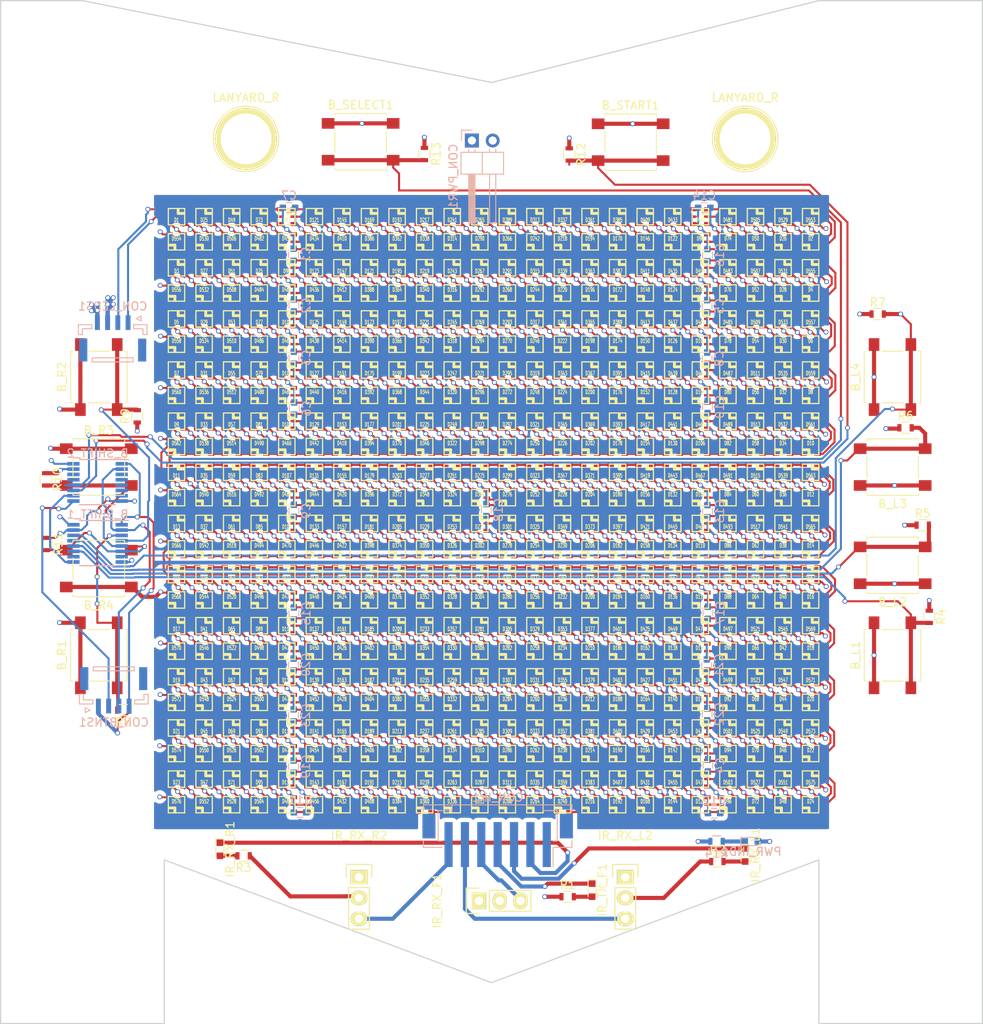
<source format=kicad_pcb>
(kicad_pcb (version 4) (host pcbnew 4.0.6+dfsg1-1)
  (title_block (title DC26) (company Monero))
  (layers (0 F.Cu signal) (1 GND power) (2 VCC power) (31 B.Cu signal) (34 B.Paste user) (35 F.Paste user) (36 B.SilkS user) (37 F.SilkS user) (38 B.Mask user) (39 F.Mask user) (44 Edge.Cuts user))
  (net 0 "")
  (net 1 GND)
  (net 2 VCC)
  (net 3 "Net-(D1-Pad6)")
  (net 4 "Net-(D1-Pad1)")
  (net 5 "Net-(D2-Pad2)")
  (net 6 "Net-(D2-Pad3)")
  (net 7 "Net-(D2-Pad6)")
  (net 8 "Net-(D2-Pad1)")
  (net 9 "Net-(D3-Pad2)")
  (net 10 "Net-(D3-Pad3)")
  (net 11 "Net-(D27-Pad3)")
  (net 12 "Net-(D27-Pad2)")
  (net 13 "Net-(D4-Pad2)")
  (net 14 "Net-(D4-Pad3)")
  (net 15 "Net-(D28-Pad3)")
  (net 16 "Net-(D28-Pad2)")
  (net 17 "Net-(D5-Pad2)")
  (net 18 "Net-(D5-Pad3)")
  (net 19 "Net-(D29-Pad3)")
  (net 20 "Net-(D29-Pad2)")
  (net 21 "Net-(D557-Pad1)")
  (net 22 "Net-(D557-Pad6)")
  (net 23 "Net-(D30-Pad3)")
  (net 24 "Net-(D30-Pad2)")
  (net 25 "Net-(D558-Pad1)")
  (net 26 "Net-(D558-Pad6)")
  (net 27 "Net-(D31-Pad3)")
  (net 28 "Net-(D31-Pad2)")
  (net 29 "Net-(D559-Pad1)")
  (net 30 "Net-(D559-Pad6)")
  (net 31 "Net-(D32-Pad3)")
  (net 32 "Net-(D32-Pad2)")
  (net 33 "Net-(D560-Pad1)")
  (net 34 "Net-(D560-Pad6)")
  (net 35 "Net-(D33-Pad3)")
  (net 36 "Net-(D33-Pad2)")
  (net 37 "Net-(D10-Pad2)")
  (net 38 "Net-(D10-Pad3)")
  (net 39 "Net-(D10-Pad6)")
  (net 40 "Net-(D10-Pad1)")
  (net 41 "Net-(D11-Pad2)")
  (net 42 "Net-(D11-Pad3)")
  (net 43 "Net-(D11-Pad6)")
  (net 44 "Net-(D11-Pad1)")
  (net 45 "Net-(D12-Pad2)")
  (net 46 "Net-(D12-Pad3)")
  (net 47 "Net-(D12-Pad6)")
  (net 48 "Net-(D12-Pad1)")
  (net 49 "Net-(D13-Pad2)")
  (net 50 "Net-(D13-Pad3)")
  (net 51 "Net-(D13-Pad6)")
  (net 52 "Net-(D13-Pad1)")
  (net 53 "Net-(D14-Pad2)")
  (net 54 "Net-(D14-Pad3)")
  (net 55 "Net-(D14-Pad6)")
  (net 56 "Net-(D14-Pad1)")
  (net 57 "Net-(D15-Pad2)")
  (net 58 "Net-(D15-Pad3)")
  (net 59 "Net-(D15-Pad6)")
  (net 60 "Net-(D15-Pad1)")
  (net 61 "Net-(D16-Pad2)")
  (net 62 "Net-(D16-Pad3)")
  (net 63 "Net-(D16-Pad6)")
  (net 64 "Net-(D16-Pad1)")
  (net 65 "Net-(D17-Pad2)")
  (net 66 "Net-(D17-Pad3)")
  (net 67 "Net-(D17-Pad6)")
  (net 68 "Net-(D17-Pad1)")
  (net 69 "Net-(D18-Pad2)")
  (net 70 "Net-(D18-Pad3)")
  (net 71 "Net-(D18-Pad6)")
  (net 72 "Net-(D18-Pad1)")
  (net 73 "Net-(D19-Pad2)")
  (net 74 "Net-(D19-Pad3)")
  (net 75 "Net-(D19-Pad6)")
  (net 76 "Net-(D19-Pad1)")
  (net 77 "Net-(D20-Pad2)")
  (net 78 "Net-(D20-Pad3)")
  (net 79 "Net-(D20-Pad6)")
  (net 80 "Net-(D20-Pad1)")
  (net 81 "Net-(D21-Pad2)")
  (net 82 "Net-(D21-Pad3)")
  (net 83 "Net-(D21-Pad6)")
  (net 84 "Net-(D21-Pad1)")
  (net 85 "Net-(D22-Pad2)")
  (net 86 "Net-(D22-Pad3)")
  (net 87 "Net-(D22-Pad6)")
  (net 88 "Net-(D22-Pad1)")
  (net 89 "Net-(D23-Pad2)")
  (net 90 "Net-(D23-Pad3)")
  (net 91 "Net-(D23-Pad6)")
  (net 92 "Net-(D23-Pad1)")
  (net 93 "Net-(D24-Pad2)")
  (net 94 "Net-(D24-Pad3)")
  (net 95 "Net-(D24-Pad6)")
  (net 96 "Net-(D24-Pad1)")
  (net 97 "Net-(D25-Pad6)")
  (net 98 "Net-(D25-Pad1)")
  (net 99 "Net-(D26-Pad6)")
  (net 100 "Net-(D26-Pad1)")
  (net 101 "Net-(D27-Pad6)")
  (net 102 "Net-(D27-Pad1)")
  (net 103 "Net-(D28-Pad6)")
  (net 104 "Net-(D28-Pad1)")
  (net 105 "Net-(D29-Pad6)")
  (net 106 "Net-(D29-Pad1)")
  (net 107 "Net-(D30-Pad6)")
  (net 108 "Net-(D30-Pad1)")
  (net 109 "Net-(D31-Pad6)")
  (net 110 "Net-(D31-Pad1)")
  (net 111 "Net-(D32-Pad6)")
  (net 112 "Net-(D32-Pad1)")
  (net 113 "Net-(D33-Pad6)")
  (net 114 "Net-(D33-Pad1)")
  (net 115 "Net-(D34-Pad6)")
  (net 116 "Net-(D34-Pad1)")
  (net 117 "Net-(D35-Pad6)")
  (net 118 "Net-(D35-Pad1)")
  (net 119 "Net-(D36-Pad6)")
  (net 120 "Net-(D36-Pad1)")
  (net 121 "Net-(D37-Pad6)")
  (net 122 "Net-(D37-Pad1)")
  (net 123 "Net-(D38-Pad6)")
  (net 124 "Net-(D38-Pad1)")
  (net 125 "Net-(D39-Pad6)")
  (net 126 "Net-(D39-Pad1)")
  (net 127 "Net-(D40-Pad6)")
  (net 128 "Net-(D40-Pad1)")
  (net 129 "Net-(D41-Pad6)")
  (net 130 "Net-(D41-Pad1)")
  (net 131 "Net-(D42-Pad6)")
  (net 132 "Net-(D42-Pad1)")
  (net 133 "Net-(D43-Pad6)")
  (net 134 "Net-(D43-Pad1)")
  (net 135 "Net-(D44-Pad6)")
  (net 136 "Net-(D44-Pad1)")
  (net 137 "Net-(D45-Pad6)")
  (net 138 "Net-(D45-Pad1)")
  (net 139 "Net-(D46-Pad6)")
  (net 140 "Net-(D46-Pad1)")
  (net 141 "Net-(D47-Pad6)")
  (net 142 "Net-(D47-Pad1)")
  (net 143 "Net-(D48-Pad6)")
  (net 144 "Net-(D48-Pad1)")
  (net 145 "Net-(D49-Pad6)")
  (net 146 "Net-(D49-Pad1)")
  (net 147 "Net-(D50-Pad6)")
  (net 148 "Net-(D50-Pad1)")
  (net 149 "Net-(D51-Pad6)")
  (net 150 "Net-(D51-Pad1)")
  (net 151 "Net-(D52-Pad6)")
  (net 152 "Net-(D52-Pad1)")
  (net 153 "Net-(D53-Pad6)")
  (net 154 "Net-(D53-Pad1)")
  (net 155 "Net-(D54-Pad6)")
  (net 156 "Net-(D54-Pad1)")
  (net 157 "Net-(D55-Pad6)")
  (net 158 "Net-(D55-Pad1)")
  (net 159 "Net-(D56-Pad6)")
  (net 160 "Net-(D56-Pad1)")
  (net 161 "Net-(D57-Pad6)")
  (net 162 "Net-(D57-Pad1)")
  (net 163 "Net-(D58-Pad6)")
  (net 164 "Net-(D58-Pad1)")
  (net 165 "Net-(D59-Pad6)")
  (net 166 "Net-(D59-Pad1)")
  (net 167 "Net-(D60-Pad6)")
  (net 168 "Net-(D60-Pad1)")
  (net 169 "Net-(D61-Pad6)")
  (net 170 "Net-(D61-Pad1)")
  (net 171 "Net-(D62-Pad6)")
  (net 172 "Net-(D62-Pad1)")
  (net 173 "Net-(D63-Pad6)")
  (net 174 "Net-(D63-Pad1)")
  (net 175 "Net-(D64-Pad6)")
  (net 176 "Net-(D64-Pad1)")
  (net 177 "Net-(D65-Pad6)")
  (net 178 "Net-(D65-Pad1)")
  (net 179 "Net-(D66-Pad6)")
  (net 180 "Net-(D66-Pad1)")
  (net 181 "Net-(D67-Pad6)")
  (net 182 "Net-(D67-Pad1)")
  (net 183 "Net-(D68-Pad6)")
  (net 184 "Net-(D68-Pad1)")
  (net 185 "Net-(D69-Pad6)")
  (net 186 "Net-(D69-Pad1)")
  (net 187 "Net-(D70-Pad6)")
  (net 188 "Net-(D70-Pad1)")
  (net 189 "Net-(D71-Pad6)")
  (net 190 "Net-(D71-Pad1)")
  (net 191 "Net-(D72-Pad6)")
  (net 192 "Net-(D72-Pad1)")
  (net 193 "Net-(D73-Pad6)")
  (net 194 "Net-(D73-Pad1)")
  (net 195 "Net-(D74-Pad6)")
  (net 196 "Net-(D74-Pad1)")
  (net 197 "Net-(D75-Pad6)")
  (net 198 "Net-(D75-Pad1)")
  (net 199 "Net-(D100-Pad3)")
  (net 200 "Net-(D100-Pad2)")
  (net 201 "Net-(D101-Pad3)")
  (net 202 "Net-(D101-Pad2)")
  (net 203 "Net-(D102-Pad3)")
  (net 204 "Net-(D102-Pad2)")
  (net 205 "Net-(D103-Pad3)")
  (net 206 "Net-(D103-Pad2)")
  (net 207 "Net-(D104-Pad3)")
  (net 208 "Net-(D104-Pad2)")
  (net 209 "Net-(D105-Pad3)")
  (net 210 "Net-(D105-Pad2)")
  (net 211 "Net-(D106-Pad3)")
  (net 212 "Net-(D106-Pad2)")
  (net 213 "Net-(D107-Pad3)")
  (net 214 "Net-(D107-Pad2)")
  (net 215 "Net-(D108-Pad3)")
  (net 216 "Net-(D108-Pad2)")
  (net 217 "Net-(D109-Pad3)")
  (net 218 "Net-(D109-Pad2)")
  (net 219 "Net-(D110-Pad3)")
  (net 220 "Net-(D110-Pad2)")
  (net 221 "Net-(D111-Pad3)")
  (net 222 "Net-(D111-Pad2)")
  (net 223 "Net-(D112-Pad3)")
  (net 224 "Net-(D112-Pad2)")
  (net 225 "Net-(D113-Pad3)")
  (net 226 "Net-(D113-Pad2)")
  (net 227 "Net-(D114-Pad3)")
  (net 228 "Net-(D114-Pad2)")
  (net 229 "Net-(D115-Pad3)")
  (net 230 "Net-(D115-Pad2)")
  (net 231 "Net-(D116-Pad3)")
  (net 232 "Net-(D116-Pad2)")
  (net 233 "Net-(D117-Pad3)")
  (net 234 "Net-(D117-Pad2)")
  (net 235 "Net-(D118-Pad3)")
  (net 236 "Net-(D118-Pad2)")
  (net 237 "Net-(D119-Pad3)")
  (net 238 "Net-(D119-Pad2)")
  (net 239 "Net-(D120-Pad3)")
  (net 240 "Net-(D120-Pad2)")
  (net 241 "Net-(D121-Pad3)")
  (net 242 "Net-(D121-Pad2)")
  (net 243 "Net-(D122-Pad3)")
  (net 244 "Net-(D122-Pad2)")
  (net 245 "Net-(D123-Pad3)")
  (net 246 "Net-(D123-Pad2)")
  (net 247 "Net-(D100-Pad6)")
  (net 248 "Net-(D100-Pad1)")
  (net 249 "Net-(D101-Pad6)")
  (net 250 "Net-(D101-Pad1)")
  (net 251 "Net-(D102-Pad6)")
  (net 252 "Net-(D102-Pad1)")
  (net 253 "Net-(D103-Pad6)")
  (net 254 "Net-(D103-Pad1)")
  (net 255 "Net-(D104-Pad6)")
  (net 256 "Net-(D104-Pad1)")
  (net 257 "Net-(D105-Pad6)")
  (net 258 "Net-(D105-Pad1)")
  (net 259 "Net-(D106-Pad6)")
  (net 260 "Net-(D106-Pad1)")
  (net 261 "Net-(D107-Pad6)")
  (net 262 "Net-(D107-Pad1)")
  (net 263 "Net-(D108-Pad6)")
  (net 264 "Net-(D108-Pad1)")
  (net 265 "Net-(D109-Pad6)")
  (net 266 "Net-(D109-Pad1)")
  (net 267 "Net-(D110-Pad6)")
  (net 268 "Net-(D110-Pad1)")
  (net 269 "Net-(D111-Pad6)")
  (net 270 "Net-(D111-Pad1)")
  (net 271 "Net-(D112-Pad6)")
  (net 272 "Net-(D112-Pad1)")
  (net 273 "Net-(D113-Pad6)")
  (net 274 "Net-(D113-Pad1)")
  (net 275 "Net-(D114-Pad6)")
  (net 276 "Net-(D114-Pad1)")
  (net 277 "Net-(D115-Pad6)")
  (net 278 "Net-(D115-Pad1)")
  (net 279 "Net-(D116-Pad6)")
  (net 280 "Net-(D116-Pad1)")
  (net 281 "Net-(D117-Pad6)")
  (net 282 "Net-(D117-Pad1)")
  (net 283 "Net-(D118-Pad6)")
  (net 284 "Net-(D118-Pad1)")
  (net 285 "Net-(D119-Pad6)")
  (net 286 "Net-(D119-Pad1)")
  (net 287 "Net-(D120-Pad6)")
  (net 288 "Net-(D120-Pad1)")
  (net 289 "Net-(D121-Pad6)")
  (net 290 "Net-(D121-Pad1)")
  (net 291 "Net-(D122-Pad6)")
  (net 292 "Net-(D122-Pad1)")
  (net 293 "Net-(D123-Pad6)")
  (net 294 "Net-(D123-Pad1)")
  (net 295 "Net-(D124-Pad6)")
  (net 296 "Net-(D124-Pad1)")
  (net 297 "Net-(D125-Pad6)")
  (net 298 "Net-(D125-Pad1)")
  (net 299 "Net-(D126-Pad6)")
  (net 300 "Net-(D126-Pad1)")
  (net 301 "Net-(D127-Pad6)")
  (net 302 "Net-(D127-Pad1)")
  (net 303 "Net-(D128-Pad6)")
  (net 304 "Net-(D128-Pad1)")
  (net 305 "Net-(D129-Pad6)")
  (net 306 "Net-(D129-Pad1)")
  (net 307 "Net-(D130-Pad6)")
  (net 308 "Net-(D130-Pad1)")
  (net 309 "Net-(D131-Pad6)")
  (net 310 "Net-(D131-Pad1)")
  (net 311 "Net-(D132-Pad6)")
  (net 312 "Net-(D132-Pad1)")
  (net 313 "Net-(D133-Pad6)")
  (net 314 "Net-(D133-Pad1)")
  (net 315 "Net-(D134-Pad6)")
  (net 316 "Net-(D134-Pad1)")
  (net 317 "Net-(D135-Pad6)")
  (net 318 "Net-(D135-Pad1)")
  (net 319 "Net-(D136-Pad6)")
  (net 320 "Net-(D136-Pad1)")
  (net 321 "Net-(D137-Pad6)")
  (net 322 "Net-(D137-Pad1)")
  (net 323 "Net-(D138-Pad6)")
  (net 324 "Net-(D138-Pad1)")
  (net 325 "Net-(D139-Pad6)")
  (net 326 "Net-(D139-Pad1)")
  (net 327 "Net-(D140-Pad6)")
  (net 328 "Net-(D140-Pad1)")
  (net 329 "Net-(D141-Pad6)")
  (net 330 "Net-(D141-Pad1)")
  (net 331 "Net-(D142-Pad6)")
  (net 332 "Net-(D142-Pad1)")
  (net 333 "Net-(D143-Pad6)")
  (net 334 "Net-(D143-Pad1)")
  (net 335 "Net-(D144-Pad6)")
  (net 336 "Net-(D144-Pad1)")
  (net 337 "Net-(D145-Pad6)")
  (net 338 "Net-(D145-Pad1)")
  (net 339 "Net-(D146-Pad6)")
  (net 340 "Net-(D146-Pad1)")
  (net 341 "Net-(D147-Pad6)")
  (net 342 "Net-(D147-Pad1)")
  (net 343 "Net-(D148-Pad6)")
  (net 344 "Net-(D148-Pad1)")
  (net 345 "Net-(D149-Pad6)")
  (net 346 "Net-(D149-Pad1)")
  (net 347 "Net-(D150-Pad6)")
  (net 348 "Net-(D150-Pad1)")
  (net 349 "Net-(D151-Pad6)")
  (net 350 "Net-(D151-Pad1)")
  (net 351 "Net-(D152-Pad6)")
  (net 352 "Net-(D152-Pad1)")
  (net 353 "Net-(D153-Pad6)")
  (net 354 "Net-(D153-Pad1)")
  (net 355 "Net-(D154-Pad6)")
  (net 356 "Net-(D154-Pad1)")
  (net 357 "Net-(D155-Pad6)")
  (net 358 "Net-(D155-Pad1)")
  (net 359 "Net-(D156-Pad6)")
  (net 360 "Net-(D156-Pad1)")
  (net 361 "Net-(D157-Pad6)")
  (net 362 "Net-(D157-Pad1)")
  (net 363 "Net-(D158-Pad6)")
  (net 364 "Net-(D158-Pad1)")
  (net 365 "Net-(D159-Pad6)")
  (net 366 "Net-(D159-Pad1)")
  (net 367 "Net-(D160-Pad6)")
  (net 368 "Net-(D160-Pad1)")
  (net 369 "Net-(D161-Pad6)")
  (net 370 "Net-(D161-Pad1)")
  (net 371 "Net-(D162-Pad6)")
  (net 372 "Net-(D162-Pad1)")
  (net 373 "Net-(D163-Pad6)")
  (net 374 "Net-(D163-Pad1)")
  (net 375 "Net-(D164-Pad6)")
  (net 376 "Net-(D164-Pad1)")
  (net 377 "Net-(D165-Pad6)")
  (net 378 "Net-(D165-Pad1)")
  (net 379 "Net-(D166-Pad6)")
  (net 380 "Net-(D166-Pad1)")
  (net 381 "Net-(D167-Pad6)")
  (net 382 "Net-(D167-Pad1)")
  (net 383 "Net-(D168-Pad6)")
  (net 384 "Net-(D168-Pad1)")
  (net 385 "Net-(D169-Pad6)")
  (net 386 "Net-(D169-Pad1)")
  (net 387 "Net-(D170-Pad6)")
  (net 388 "Net-(D170-Pad1)")
  (net 389 "Net-(D171-Pad6)")
  (net 390 "Net-(D171-Pad1)")
  (net 391 "Net-(D172-Pad6)")
  (net 392 "Net-(D172-Pad1)")
  (net 393 "Net-(D173-Pad6)")
  (net 394 "Net-(D173-Pad1)")
  (net 395 "Net-(D174-Pad6)")
  (net 396 "Net-(D174-Pad1)")
  (net 397 "Net-(D175-Pad6)")
  (net 398 "Net-(D175-Pad1)")
  (net 399 "Net-(D176-Pad6)")
  (net 400 "Net-(D176-Pad1)")
  (net 401 "Net-(D177-Pad6)")
  (net 402 "Net-(D177-Pad1)")
  (net 403 "Net-(D178-Pad6)")
  (net 404 "Net-(D178-Pad1)")
  (net 405 "Net-(D179-Pad6)")
  (net 406 "Net-(D179-Pad1)")
  (net 407 "Net-(D180-Pad6)")
  (net 408 "Net-(D180-Pad1)")
  (net 409 "Net-(D181-Pad6)")
  (net 410 "Net-(D181-Pad1)")
  (net 411 "Net-(D182-Pad6)")
  (net 412 "Net-(D182-Pad1)")
  (net 413 "Net-(D183-Pad6)")
  (net 414 "Net-(D183-Pad1)")
  (net 415 "Net-(D184-Pad6)")
  (net 416 "Net-(D184-Pad1)")
  (net 417 "Net-(D185-Pad6)")
  (net 418 "Net-(D185-Pad1)")
  (net 419 "Net-(D186-Pad6)")
  (net 420 "Net-(D186-Pad1)")
  (net 421 "Net-(D187-Pad6)")
  (net 422 "Net-(D187-Pad1)")
  (net 423 "Net-(D188-Pad6)")
  (net 424 "Net-(D188-Pad1)")
  (net 425 "Net-(D189-Pad6)")
  (net 426 "Net-(D189-Pad1)")
  (net 427 "Net-(D190-Pad6)")
  (net 428 "Net-(D190-Pad1)")
  (net 429 "Net-(D191-Pad6)")
  (net 430 "Net-(D191-Pad1)")
  (net 431 "Net-(D192-Pad6)")
  (net 432 "Net-(D192-Pad1)")
  (net 433 "Net-(D193-Pad6)")
  (net 434 "Net-(D193-Pad1)")
  (net 435 "Net-(D194-Pad6)")
  (net 436 "Net-(D194-Pad1)")
  (net 437 "Net-(D195-Pad6)")
  (net 438 "Net-(D195-Pad1)")
  (net 439 "Net-(D196-Pad6)")
  (net 440 "Net-(D196-Pad1)")
  (net 441 "Net-(D197-Pad6)")
  (net 442 "Net-(D197-Pad1)")
  (net 443 "Net-(D198-Pad6)")
  (net 444 "Net-(D198-Pad1)")
  (net 445 "Net-(D199-Pad6)")
  (net 446 "Net-(D199-Pad1)")
  (net 447 "Net-(D200-Pad6)")
  (net 448 "Net-(D200-Pad1)")
  (net 449 "Net-(D201-Pad6)")
  (net 450 "Net-(D201-Pad1)")
  (net 451 "Net-(D202-Pad6)")
  (net 452 "Net-(D202-Pad1)")
  (net 453 "Net-(D203-Pad6)")
  (net 454 "Net-(D203-Pad1)")
  (net 455 "Net-(D204-Pad6)")
  (net 456 "Net-(D204-Pad1)")
  (net 457 "Net-(D205-Pad6)")
  (net 458 "Net-(D205-Pad1)")
  (net 459 "Net-(D206-Pad6)")
  (net 460 "Net-(D206-Pad1)")
  (net 461 "Net-(D207-Pad6)")
  (net 462 "Net-(D207-Pad1)")
  (net 463 "Net-(D208-Pad6)")
  (net 464 "Net-(D208-Pad1)")
  (net 465 "Net-(D209-Pad6)")
  (net 466 "Net-(D209-Pad1)")
  (net 467 "Net-(D210-Pad6)")
  (net 468 "Net-(D210-Pad1)")
  (net 469 "Net-(D211-Pad6)")
  (net 470 "Net-(D211-Pad1)")
  (net 471 "Net-(D212-Pad6)")
  (net 472 "Net-(D212-Pad1)")
  (net 473 "Net-(D213-Pad6)")
  (net 474 "Net-(D213-Pad1)")
  (net 475 "Net-(D214-Pad6)")
  (net 476 "Net-(D214-Pad1)")
  (net 477 "Net-(D215-Pad6)")
  (net 478 "Net-(D215-Pad1)")
  (net 479 "Net-(D216-Pad6)")
  (net 480 "Net-(D216-Pad1)")
  (net 481 "Net-(D217-Pad6)")
  (net 482 "Net-(D217-Pad1)")
  (net 483 "Net-(D218-Pad6)")
  (net 484 "Net-(D218-Pad1)")
  (net 485 "Net-(D219-Pad6)")
  (net 486 "Net-(D219-Pad1)")
  (net 487 "Net-(D220-Pad6)")
  (net 488 "Net-(D220-Pad1)")
  (net 489 "Net-(D221-Pad6)")
  (net 490 "Net-(D221-Pad1)")
  (net 491 "Net-(D222-Pad6)")
  (net 492 "Net-(D222-Pad1)")
  (net 493 "Net-(D223-Pad6)")
  (net 494 "Net-(D223-Pad1)")
  (net 495 "Net-(D224-Pad6)")
  (net 496 "Net-(D224-Pad1)")
  (net 497 "Net-(D225-Pad6)")
  (net 498 "Net-(D225-Pad1)")
  (net 499 "Net-(D226-Pad6)")
  (net 500 "Net-(D226-Pad1)")
  (net 501 "Net-(D227-Pad6)")
  (net 502 "Net-(D227-Pad1)")
  (net 503 "Net-(D228-Pad6)")
  (net 504 "Net-(D228-Pad1)")
  (net 505 "Net-(D229-Pad6)")
  (net 506 "Net-(D229-Pad1)")
  (net 507 "Net-(D230-Pad6)")
  (net 508 "Net-(D230-Pad1)")
  (net 509 "Net-(D231-Pad6)")
  (net 510 "Net-(D231-Pad1)")
  (net 511 "Net-(D232-Pad6)")
  (net 512 "Net-(D232-Pad1)")
  (net 513 "Net-(D233-Pad6)")
  (net 514 "Net-(D233-Pad1)")
  (net 515 "Net-(D234-Pad6)")
  (net 516 "Net-(D234-Pad1)")
  (net 517 "Net-(D235-Pad6)")
  (net 518 "Net-(D235-Pad1)")
  (net 519 "Net-(D236-Pad6)")
  (net 520 "Net-(D236-Pad1)")
  (net 521 "Net-(D237-Pad6)")
  (net 522 "Net-(D237-Pad1)")
  (net 523 "Net-(D238-Pad6)")
  (net 524 "Net-(D238-Pad1)")
  (net 525 "Net-(D239-Pad6)")
  (net 526 "Net-(D239-Pad1)")
  (net 527 "Net-(D240-Pad6)")
  (net 528 "Net-(D240-Pad1)")
  (net 529 "Net-(D241-Pad6)")
  (net 530 "Net-(D241-Pad1)")
  (net 531 "Net-(D242-Pad6)")
  (net 532 "Net-(D242-Pad1)")
  (net 533 "Net-(D243-Pad6)")
  (net 534 "Net-(D243-Pad1)")
  (net 535 "Net-(D244-Pad6)")
  (net 536 "Net-(D244-Pad1)")
  (net 537 "Net-(D245-Pad6)")
  (net 538 "Net-(D245-Pad1)")
  (net 539 "Net-(D246-Pad6)")
  (net 540 "Net-(D246-Pad1)")
  (net 541 "Net-(D247-Pad6)")
  (net 542 "Net-(D247-Pad1)")
  (net 543 "Net-(D248-Pad6)")
  (net 544 "Net-(D248-Pad1)")
  (net 545 "Net-(D249-Pad6)")
  (net 546 "Net-(D249-Pad1)")
  (net 547 "Net-(D250-Pad6)")
  (net 548 "Net-(D250-Pad1)")
  (net 549 "Net-(D251-Pad6)")
  (net 550 "Net-(D251-Pad1)")
  (net 551 "Net-(D252-Pad6)")
  (net 552 "Net-(D252-Pad1)")
  (net 553 "Net-(D253-Pad6)")
  (net 554 "Net-(D253-Pad1)")
  (net 555 "Net-(D254-Pad6)")
  (net 556 "Net-(D254-Pad1)")
  (net 557 "Net-(D255-Pad6)")
  (net 558 "Net-(D255-Pad1)")
  (net 559 "Net-(D256-Pad6)")
  (net 560 "Net-(D256-Pad1)")
  (net 561 "Net-(D257-Pad6)")
  (net 562 "Net-(D257-Pad1)")
  (net 563 "Net-(D258-Pad6)")
  (net 564 "Net-(D258-Pad1)")
  (net 565 "Net-(D259-Pad6)")
  (net 566 "Net-(D259-Pad1)")
  (net 567 "Net-(D260-Pad6)")
  (net 568 "Net-(D260-Pad1)")
  (net 569 "Net-(D261-Pad6)")
  (net 570 "Net-(D261-Pad1)")
  (net 571 "Net-(D262-Pad6)")
  (net 572 "Net-(D262-Pad1)")
  (net 573 "Net-(D263-Pad6)")
  (net 574 "Net-(D263-Pad1)")
  (net 575 "Net-(D264-Pad6)")
  (net 576 "Net-(D264-Pad1)")
  (net 577 "Net-(D265-Pad6)")
  (net 578 "Net-(D265-Pad1)")
  (net 579 "Net-(D266-Pad6)")
  (net 580 "Net-(D266-Pad1)")
  (net 581 "Net-(D267-Pad6)")
  (net 582 "Net-(D267-Pad1)")
  (net 583 "Net-(D268-Pad6)")
  (net 584 "Net-(D268-Pad1)")
  (net 585 "Net-(D269-Pad6)")
  (net 586 "Net-(D269-Pad1)")
  (net 587 "Net-(D270-Pad6)")
  (net 588 "Net-(D270-Pad1)")
  (net 589 "Net-(D271-Pad6)")
  (net 590 "Net-(D271-Pad1)")
  (net 591 "Net-(D272-Pad6)")
  (net 592 "Net-(D272-Pad1)")
  (net 593 "Net-(D273-Pad6)")
  (net 594 "Net-(D273-Pad1)")
  (net 595 "Net-(D274-Pad6)")
  (net 596 "Net-(D274-Pad1)")
  (net 597 "Net-(D275-Pad6)")
  (net 598 "Net-(D275-Pad1)")
  (net 599 "Net-(D276-Pad6)")
  (net 600 "Net-(D276-Pad1)")
  (net 601 "Net-(D277-Pad6)")
  (net 602 "Net-(D277-Pad1)")
  (net 603 "Net-(D278-Pad6)")
  (net 604 "Net-(D278-Pad1)")
  (net 605 "Net-(D279-Pad6)")
  (net 606 "Net-(D279-Pad1)")
  (net 607 "Net-(D280-Pad6)")
  (net 608 "Net-(D280-Pad1)")
  (net 609 "Net-(D281-Pad6)")
  (net 610 "Net-(D281-Pad1)")
  (net 611 "Net-(D282-Pad6)")
  (net 612 "Net-(D282-Pad1)")
  (net 613 "Net-(D283-Pad6)")
  (net 614 "Net-(D283-Pad1)")
  (net 615 "Net-(D284-Pad6)")
  (net 616 "Net-(D284-Pad1)")
  (net 617 "Net-(D285-Pad6)")
  (net 618 "Net-(D285-Pad1)")
  (net 619 "Net-(D286-Pad6)")
  (net 620 "Net-(D286-Pad1)")
  (net 621 "Net-(D287-Pad6)")
  (net 622 "Net-(D287-Pad1)")
  (net 623 "Net-(D288-Pad6)")
  (net 624 "Net-(D288-Pad1)")
  (net 625 "Net-(D289-Pad6)")
  (net 626 "Net-(D289-Pad1)")
  (net 627 "Net-(D290-Pad6)")
  (net 628 "Net-(D290-Pad1)")
  (net 629 "Net-(D291-Pad6)")
  (net 630 "Net-(D291-Pad1)")
  (net 631 "Net-(D292-Pad6)")
  (net 632 "Net-(D292-Pad1)")
  (net 633 "Net-(D293-Pad6)")
  (net 634 "Net-(D293-Pad1)")
  (net 635 "Net-(D294-Pad6)")
  (net 636 "Net-(D294-Pad1)")
  (net 637 "Net-(D295-Pad6)")
  (net 638 "Net-(D295-Pad1)")
  (net 639 "Net-(D296-Pad6)")
  (net 640 "Net-(D296-Pad1)")
  (net 641 "Net-(D297-Pad6)")
  (net 642 "Net-(D297-Pad1)")
  (net 643 "Net-(D298-Pad6)")
  (net 644 "Net-(D298-Pad1)")
  (net 645 "Net-(D299-Pad6)")
  (net 646 "Net-(D299-Pad1)")
  (net 647 "Net-(D300-Pad6)")
  (net 648 "Net-(D300-Pad1)")
  (net 649 "Net-(D301-Pad6)")
  (net 650 "Net-(D301-Pad1)")
  (net 651 "Net-(D302-Pad6)")
  (net 652 "Net-(D302-Pad1)")
  (net 653 "Net-(D303-Pad6)")
  (net 654 "Net-(D303-Pad1)")
  (net 655 "Net-(D304-Pad6)")
  (net 656 "Net-(D304-Pad1)")
  (net 657 "Net-(D305-Pad6)")
  (net 658 "Net-(D305-Pad1)")
  (net 659 "Net-(D306-Pad6)")
  (net 660 "Net-(D306-Pad1)")
  (net 661 "Net-(D307-Pad6)")
  (net 662 "Net-(D307-Pad1)")
  (net 663 "Net-(D308-Pad6)")
  (net 664 "Net-(D308-Pad1)")
  (net 665 "Net-(D309-Pad6)")
  (net 666 "Net-(D309-Pad1)")
  (net 667 "Net-(D310-Pad6)")
  (net 668 "Net-(D310-Pad1)")
  (net 669 "Net-(D311-Pad6)")
  (net 670 "Net-(D311-Pad1)")
  (net 671 "Net-(D312-Pad6)")
  (net 672 "Net-(D312-Pad1)")
  (net 673 "Net-(D313-Pad6)")
  (net 674 "Net-(D313-Pad1)")
  (net 675 "Net-(D314-Pad6)")
  (net 676 "Net-(D314-Pad1)")
  (net 677 "Net-(D315-Pad6)")
  (net 678 "Net-(D315-Pad1)")
  (net 679 "Net-(D316-Pad6)")
  (net 680 "Net-(D316-Pad1)")
  (net 681 "Net-(D317-Pad6)")
  (net 682 "Net-(D317-Pad1)")
  (net 683 "Net-(D318-Pad6)")
  (net 684 "Net-(D318-Pad1)")
  (net 685 "Net-(D319-Pad6)")
  (net 686 "Net-(D319-Pad1)")
  (net 687 "Net-(D320-Pad6)")
  (net 688 "Net-(D320-Pad1)")
  (net 689 "Net-(D321-Pad6)")
  (net 690 "Net-(D321-Pad1)")
  (net 691 "Net-(D322-Pad6)")
  (net 692 "Net-(D322-Pad1)")
  (net 693 "Net-(D323-Pad6)")
  (net 694 "Net-(D323-Pad1)")
  (net 695 "Net-(D324-Pad6)")
  (net 696 "Net-(D324-Pad1)")
  (net 697 "Net-(D325-Pad6)")
  (net 698 "Net-(D325-Pad1)")
  (net 699 "Net-(D326-Pad6)")
  (net 700 "Net-(D326-Pad1)")
  (net 701 "Net-(D327-Pad6)")
  (net 702 "Net-(D327-Pad1)")
  (net 703 "Net-(D328-Pad6)")
  (net 704 "Net-(D328-Pad1)")
  (net 705 "Net-(D329-Pad6)")
  (net 706 "Net-(D329-Pad1)")
  (net 707 "Net-(D330-Pad6)")
  (net 708 "Net-(D330-Pad1)")
  (net 709 "Net-(D331-Pad6)")
  (net 710 "Net-(D331-Pad1)")
  (net 711 "Net-(D332-Pad6)")
  (net 712 "Net-(D332-Pad1)")
  (net 713 "Net-(D333-Pad6)")
  (net 714 "Net-(D333-Pad1)")
  (net 715 "Net-(D334-Pad6)")
  (net 716 "Net-(D334-Pad1)")
  (net 717 "Net-(D335-Pad6)")
  (net 718 "Net-(D335-Pad1)")
  (net 719 "Net-(D336-Pad6)")
  (net 720 "Net-(D336-Pad1)")
  (net 721 "Net-(D337-Pad6)")
  (net 722 "Net-(D337-Pad1)")
  (net 723 "Net-(D338-Pad6)")
  (net 724 "Net-(D338-Pad1)")
  (net 725 "Net-(D339-Pad6)")
  (net 726 "Net-(D339-Pad1)")
  (net 727 "Net-(D340-Pad6)")
  (net 728 "Net-(D340-Pad1)")
  (net 729 "Net-(D341-Pad6)")
  (net 730 "Net-(D341-Pad1)")
  (net 731 "Net-(D342-Pad6)")
  (net 732 "Net-(D342-Pad1)")
  (net 733 "Net-(D343-Pad6)")
  (net 734 "Net-(D343-Pad1)")
  (net 735 "Net-(D344-Pad6)")
  (net 736 "Net-(D344-Pad1)")
  (net 737 "Net-(D345-Pad6)")
  (net 738 "Net-(D345-Pad1)")
  (net 739 "Net-(D346-Pad6)")
  (net 740 "Net-(D346-Pad1)")
  (net 741 "Net-(D347-Pad6)")
  (net 742 "Net-(D347-Pad1)")
  (net 743 "Net-(D348-Pad6)")
  (net 744 "Net-(D348-Pad1)")
  (net 745 "Net-(D349-Pad6)")
  (net 746 "Net-(D349-Pad1)")
  (net 747 "Net-(D350-Pad6)")
  (net 748 "Net-(D350-Pad1)")
  (net 749 "Net-(D351-Pad6)")
  (net 750 "Net-(D351-Pad1)")
  (net 751 "Net-(D352-Pad6)")
  (net 752 "Net-(D352-Pad1)")
  (net 753 "Net-(D353-Pad6)")
  (net 754 "Net-(D353-Pad1)")
  (net 755 "Net-(D354-Pad6)")
  (net 756 "Net-(D354-Pad1)")
  (net 757 "Net-(D355-Pad6)")
  (net 758 "Net-(D355-Pad1)")
  (net 759 "Net-(D356-Pad6)")
  (net 760 "Net-(D356-Pad1)")
  (net 761 "Net-(D357-Pad6)")
  (net 762 "Net-(D357-Pad1)")
  (net 763 "Net-(D358-Pad6)")
  (net 764 "Net-(D358-Pad1)")
  (net 765 "Net-(D359-Pad6)")
  (net 766 "Net-(D359-Pad1)")
  (net 767 "Net-(D360-Pad6)")
  (net 768 "Net-(D360-Pad1)")
  (net 769 "Net-(D361-Pad6)")
  (net 770 "Net-(D361-Pad1)")
  (net 771 "Net-(D362-Pad6)")
  (net 772 "Net-(D362-Pad1)")
  (net 773 "Net-(D363-Pad6)")
  (net 774 "Net-(D363-Pad1)")
  (net 775 "Net-(D364-Pad6)")
  (net 776 "Net-(D364-Pad1)")
  (net 777 "Net-(D365-Pad6)")
  (net 778 "Net-(D365-Pad1)")
  (net 779 "Net-(D366-Pad6)")
  (net 780 "Net-(D366-Pad1)")
  (net 781 "Net-(D367-Pad6)")
  (net 782 "Net-(D367-Pad1)")
  (net 783 "Net-(D368-Pad6)")
  (net 784 "Net-(D368-Pad1)")
  (net 785 "Net-(D369-Pad6)")
  (net 786 "Net-(D369-Pad1)")
  (net 787 "Net-(D370-Pad6)")
  (net 788 "Net-(D370-Pad1)")
  (net 789 "Net-(D371-Pad6)")
  (net 790 "Net-(D371-Pad1)")
  (net 791 "Net-(D372-Pad6)")
  (net 792 "Net-(D372-Pad1)")
  (net 793 "Net-(D373-Pad6)")
  (net 794 "Net-(D373-Pad1)")
  (net 795 "Net-(D374-Pad6)")
  (net 796 "Net-(D374-Pad1)")
  (net 797 "Net-(D375-Pad6)")
  (net 798 "Net-(D375-Pad1)")
  (net 799 "Net-(D376-Pad6)")
  (net 800 "Net-(D376-Pad1)")
  (net 801 "Net-(D377-Pad6)")
  (net 802 "Net-(D377-Pad1)")
  (net 803 "Net-(D378-Pad6)")
  (net 804 "Net-(D378-Pad1)")
  (net 805 "Net-(D379-Pad6)")
  (net 806 "Net-(D379-Pad1)")
  (net 807 "Net-(D380-Pad6)")
  (net 808 "Net-(D380-Pad1)")
  (net 809 "Net-(D381-Pad6)")
  (net 810 "Net-(D381-Pad1)")
  (net 811 "Net-(D382-Pad6)")
  (net 812 "Net-(D382-Pad1)")
  (net 813 "Net-(D383-Pad6)")
  (net 814 "Net-(D383-Pad1)")
  (net 815 "Net-(D384-Pad6)")
  (net 816 "Net-(D384-Pad1)")
  (net 817 "Net-(D385-Pad6)")
  (net 818 "Net-(D385-Pad1)")
  (net 819 "Net-(D386-Pad6)")
  (net 820 "Net-(D386-Pad1)")
  (net 821 "Net-(D387-Pad6)")
  (net 822 "Net-(D387-Pad1)")
  (net 823 "Net-(D388-Pad6)")
  (net 824 "Net-(D388-Pad1)")
  (net 825 "Net-(D389-Pad6)")
  (net 826 "Net-(D389-Pad1)")
  (net 827 "Net-(D390-Pad6)")
  (net 828 "Net-(D390-Pad1)")
  (net 829 "Net-(D391-Pad6)")
  (net 830 "Net-(D391-Pad1)")
  (net 831 "Net-(D392-Pad6)")
  (net 832 "Net-(D392-Pad1)")
  (net 833 "Net-(D393-Pad6)")
  (net 834 "Net-(D393-Pad1)")
  (net 835 "Net-(D394-Pad6)")
  (net 836 "Net-(D394-Pad1)")
  (net 837 "Net-(D395-Pad6)")
  (net 838 "Net-(D395-Pad1)")
  (net 839 "Net-(D396-Pad6)")
  (net 840 "Net-(D396-Pad1)")
  (net 841 "Net-(D397-Pad6)")
  (net 842 "Net-(D397-Pad1)")
  (net 843 "Net-(D398-Pad6)")
  (net 844 "Net-(D398-Pad1)")
  (net 845 "Net-(D399-Pad6)")
  (net 846 "Net-(D399-Pad1)")
  (net 847 "Net-(D400-Pad6)")
  (net 848 "Net-(D400-Pad1)")
  (net 849 "Net-(D401-Pad6)")
  (net 850 "Net-(D401-Pad1)")
  (net 851 "Net-(D402-Pad6)")
  (net 852 "Net-(D402-Pad1)")
  (net 853 "Net-(D403-Pad6)")
  (net 854 "Net-(D403-Pad1)")
  (net 855 "Net-(D404-Pad6)")
  (net 856 "Net-(D404-Pad1)")
  (net 857 "Net-(D405-Pad6)")
  (net 858 "Net-(D405-Pad1)")
  (net 859 "Net-(D406-Pad6)")
  (net 860 "Net-(D406-Pad1)")
  (net 861 "Net-(D407-Pad6)")
  (net 862 "Net-(D407-Pad1)")
  (net 863 "Net-(D408-Pad6)")
  (net 864 "Net-(D408-Pad1)")
  (net 865 "Net-(D409-Pad6)")
  (net 866 "Net-(D409-Pad1)")
  (net 867 "Net-(D410-Pad6)")
  (net 868 "Net-(D410-Pad1)")
  (net 869 "Net-(D411-Pad6)")
  (net 870 "Net-(D411-Pad1)")
  (net 871 "Net-(D412-Pad6)")
  (net 872 "Net-(D412-Pad1)")
  (net 873 "Net-(D413-Pad6)")
  (net 874 "Net-(D413-Pad1)")
  (net 875 "Net-(D414-Pad6)")
  (net 876 "Net-(D414-Pad1)")
  (net 877 "Net-(D415-Pad6)")
  (net 878 "Net-(D415-Pad1)")
  (net 879 "Net-(D416-Pad6)")
  (net 880 "Net-(D416-Pad1)")
  (net 881 "Net-(D417-Pad6)")
  (net 882 "Net-(D417-Pad1)")
  (net 883 "Net-(D418-Pad6)")
  (net 884 "Net-(D418-Pad1)")
  (net 885 "Net-(D419-Pad6)")
  (net 886 "Net-(D419-Pad1)")
  (net 887 "Net-(D420-Pad6)")
  (net 888 "Net-(D420-Pad1)")
  (net 889 "Net-(D421-Pad6)")
  (net 890 "Net-(D421-Pad1)")
  (net 891 "Net-(D422-Pad6)")
  (net 892 "Net-(D422-Pad1)")
  (net 893 "Net-(D423-Pad6)")
  (net 894 "Net-(D423-Pad1)")
  (net 895 "Net-(D424-Pad6)")
  (net 896 "Net-(D424-Pad1)")
  (net 897 "Net-(D425-Pad6)")
  (net 898 "Net-(D425-Pad1)")
  (net 899 "Net-(D426-Pad6)")
  (net 900 "Net-(D426-Pad1)")
  (net 901 "Net-(D427-Pad6)")
  (net 902 "Net-(D427-Pad1)")
  (net 903 "Net-(D428-Pad6)")
  (net 904 "Net-(D428-Pad1)")
  (net 905 "Net-(D429-Pad6)")
  (net 906 "Net-(D429-Pad1)")
  (net 907 "Net-(D430-Pad6)")
  (net 908 "Net-(D430-Pad1)")
  (net 909 "Net-(D431-Pad6)")
  (net 910 "Net-(D431-Pad1)")
  (net 911 "Net-(D432-Pad6)")
  (net 912 "Net-(D432-Pad1)")
  (net 913 "Net-(D433-Pad6)")
  (net 914 "Net-(D433-Pad1)")
  (net 915 "Net-(D434-Pad6)")
  (net 916 "Net-(D434-Pad1)")
  (net 917 "Net-(D435-Pad6)")
  (net 918 "Net-(D435-Pad1)")
  (net 919 "Net-(D436-Pad6)")
  (net 920 "Net-(D436-Pad1)")
  (net 921 "Net-(D437-Pad6)")
  (net 922 "Net-(D437-Pad1)")
  (net 923 "Net-(D438-Pad6)")
  (net 924 "Net-(D438-Pad1)")
  (net 925 "Net-(D439-Pad6)")
  (net 926 "Net-(D439-Pad1)")
  (net 927 "Net-(D440-Pad6)")
  (net 928 "Net-(D440-Pad1)")
  (net 929 "Net-(D441-Pad6)")
  (net 930 "Net-(D441-Pad1)")
  (net 931 "Net-(D442-Pad6)")
  (net 932 "Net-(D442-Pad1)")
  (net 933 "Net-(D443-Pad6)")
  (net 934 "Net-(D443-Pad1)")
  (net 935 "Net-(D444-Pad6)")
  (net 936 "Net-(D444-Pad1)")
  (net 937 "Net-(D445-Pad6)")
  (net 938 "Net-(D445-Pad1)")
  (net 939 "Net-(D446-Pad6)")
  (net 940 "Net-(D446-Pad1)")
  (net 941 "Net-(D447-Pad6)")
  (net 942 "Net-(D447-Pad1)")
  (net 943 "Net-(D448-Pad6)")
  (net 944 "Net-(D448-Pad1)")
  (net 945 "Net-(D449-Pad6)")
  (net 946 "Net-(D449-Pad1)")
  (net 947 "Net-(D450-Pad6)")
  (net 948 "Net-(D450-Pad1)")
  (net 949 "Net-(D451-Pad6)")
  (net 950 "Net-(D451-Pad1)")
  (net 951 "Net-(D452-Pad6)")
  (net 952 "Net-(D452-Pad1)")
  (net 953 "Net-(D453-Pad6)")
  (net 954 "Net-(D453-Pad1)")
  (net 955 "Net-(D454-Pad6)")
  (net 956 "Net-(D454-Pad1)")
  (net 957 "Net-(D455-Pad6)")
  (net 958 "Net-(D455-Pad1)")
  (net 959 "Net-(D456-Pad6)")
  (net 960 "Net-(D456-Pad1)")
  (net 961 "Net-(D457-Pad6)")
  (net 962 "Net-(D457-Pad1)")
  (net 963 "Net-(D458-Pad6)")
  (net 964 "Net-(D458-Pad1)")
  (net 965 "Net-(D459-Pad6)")
  (net 966 "Net-(D459-Pad1)")
  (net 967 "Net-(D460-Pad6)")
  (net 968 "Net-(D460-Pad1)")
  (net 969 "Net-(D461-Pad6)")
  (net 970 "Net-(D461-Pad1)")
  (net 971 "Net-(D462-Pad6)")
  (net 972 "Net-(D462-Pad1)")
  (net 973 "Net-(D463-Pad6)")
  (net 974 "Net-(D463-Pad1)")
  (net 975 "Net-(D464-Pad6)")
  (net 976 "Net-(D464-Pad1)")
  (net 977 "Net-(D465-Pad6)")
  (net 978 "Net-(D465-Pad1)")
  (net 979 "Net-(D466-Pad6)")
  (net 980 "Net-(D466-Pad1)")
  (net 981 "Net-(D467-Pad6)")
  (net 982 "Net-(D467-Pad1)")
  (net 983 "Net-(D468-Pad6)")
  (net 984 "Net-(D468-Pad1)")
  (net 985 "Net-(D469-Pad6)")
  (net 986 "Net-(D469-Pad1)")
  (net 987 "Net-(D470-Pad6)")
  (net 988 "Net-(D470-Pad1)")
  (net 989 "Net-(D471-Pad6)")
  (net 990 "Net-(D471-Pad1)")
  (net 991 "Net-(D472-Pad6)")
  (net 992 "Net-(D472-Pad1)")
  (net 993 "Net-(D473-Pad6)")
  (net 994 "Net-(D473-Pad1)")
  (net 995 "Net-(D474-Pad6)")
  (net 996 "Net-(D474-Pad1)")
  (net 997 "Net-(D475-Pad6)")
  (net 998 "Net-(D475-Pad1)")
  (net 999 "Net-(D476-Pad6)")
  (net 1000 "Net-(D476-Pad1)")
  (net 1001 "Net-(D477-Pad6)")
  (net 1002 "Net-(D477-Pad1)")
  (net 1003 "Net-(D478-Pad6)")
  (net 1004 "Net-(D478-Pad1)")
  (net 1005 "Net-(D479-Pad6)")
  (net 1006 "Net-(D479-Pad1)")
  (net 1007 "Net-(D480-Pad6)")
  (net 1008 "Net-(D480-Pad1)")
  (net 1009 "Net-(D481-Pad6)")
  (net 1010 "Net-(D481-Pad1)")
  (net 1011 "Net-(D482-Pad6)")
  (net 1012 "Net-(D482-Pad1)")
  (net 1013 "Net-(D483-Pad6)")
  (net 1014 "Net-(D483-Pad1)")
  (net 1015 "Net-(D484-Pad6)")
  (net 1016 "Net-(D484-Pad1)")
  (net 1017 "Net-(D485-Pad6)")
  (net 1018 "Net-(D485-Pad1)")
  (net 1019 "Net-(D486-Pad6)")
  (net 1020 "Net-(D486-Pad1)")
  (net 1021 "Net-(D487-Pad6)")
  (net 1022 "Net-(D487-Pad1)")
  (net 1023 "Net-(D488-Pad6)")
  (net 1024 "Net-(D488-Pad1)")
  (net 1025 "Net-(D489-Pad6)")
  (net 1026 "Net-(D489-Pad1)")
  (net 1027 "Net-(D490-Pad6)")
  (net 1028 "Net-(D490-Pad1)")
  (net 1029 "Net-(D491-Pad6)")
  (net 1030 "Net-(D491-Pad1)")
  (net 1031 "Net-(D492-Pad6)")
  (net 1032 "Net-(D492-Pad1)")
  (net 1033 "Net-(D493-Pad6)")
  (net 1034 "Net-(D493-Pad1)")
  (net 1035 "Net-(D494-Pad6)")
  (net 1036 "Net-(D494-Pad1)")
  (net 1037 "Net-(D495-Pad6)")
  (net 1038 "Net-(D495-Pad1)")
  (net 1039 "Net-(D496-Pad6)")
  (net 1040 "Net-(D496-Pad1)")
  (net 1041 "Net-(D497-Pad6)")
  (net 1042 "Net-(D497-Pad1)")
  (net 1043 "Net-(D498-Pad6)")
  (net 1044 "Net-(D498-Pad1)")
  (net 1045 "Net-(D499-Pad6)")
  (net 1046 "Net-(D499-Pad1)")
  (net 1047 "Net-(D500-Pad6)")
  (net 1048 "Net-(D500-Pad1)")
  (net 1049 "Net-(D501-Pad6)")
  (net 1050 "Net-(D501-Pad1)")
  (net 1051 "Net-(D502-Pad6)")
  (net 1052 "Net-(D502-Pad1)")
  (net 1053 "Net-(D503-Pad6)")
  (net 1054 "Net-(D503-Pad1)")
  (net 1055 "Net-(D504-Pad6)")
  (net 1056 "Net-(D504-Pad1)")
  (net 1057 "Net-(D505-Pad6)")
  (net 1058 "Net-(D505-Pad1)")
  (net 1059 "Net-(D506-Pad6)")
  (net 1060 "Net-(D506-Pad1)")
  (net 1061 "Net-(D507-Pad6)")
  (net 1062 "Net-(D507-Pad1)")
  (net 1063 "Net-(D508-Pad6)")
  (net 1064 "Net-(D508-Pad1)")
  (net 1065 "Net-(D509-Pad6)")
  (net 1066 "Net-(D509-Pad1)")
  (net 1067 "Net-(D510-Pad6)")
  (net 1068 "Net-(D510-Pad1)")
  (net 1069 "Net-(D511-Pad6)")
  (net 1070 "Net-(D511-Pad1)")
  (net 1071 "Net-(D512-Pad6)")
  (net 1072 "Net-(D512-Pad1)")
  (net 1073 "Net-(D513-Pad6)")
  (net 1074 "Net-(D513-Pad1)")
  (net 1075 "Net-(D514-Pad6)")
  (net 1076 "Net-(D514-Pad1)")
  (net 1077 "Net-(D515-Pad6)")
  (net 1078 "Net-(D515-Pad1)")
  (net 1079 "Net-(D516-Pad6)")
  (net 1080 "Net-(D516-Pad1)")
  (net 1081 "Net-(D517-Pad6)")
  (net 1082 "Net-(D517-Pad1)")
  (net 1083 "Net-(D518-Pad6)")
  (net 1084 "Net-(D518-Pad1)")
  (net 1085 "Net-(D519-Pad6)")
  (net 1086 "Net-(D519-Pad1)")
  (net 1087 "Net-(D520-Pad6)")
  (net 1088 "Net-(D520-Pad1)")
  (net 1089 "Net-(D521-Pad6)")
  (net 1090 "Net-(D521-Pad1)")
  (net 1091 "Net-(D522-Pad6)")
  (net 1092 "Net-(D522-Pad1)")
  (net 1093 "Net-(D523-Pad6)")
  (net 1094 "Net-(D523-Pad1)")
  (net 1095 "Net-(D524-Pad6)")
  (net 1096 "Net-(D524-Pad1)")
  (net 1097 "Net-(D525-Pad6)")
  (net 1098 "Net-(D525-Pad1)")
  (net 1099 "Net-(D526-Pad6)")
  (net 1100 "Net-(D526-Pad1)")
  (net 1101 "Net-(D527-Pad6)")
  (net 1102 "Net-(D527-Pad1)")
  (net 1103 "Net-(D528-Pad6)")
  (net 1104 "Net-(D528-Pad1)")
  (net 1105 "Net-(D529-Pad6)")
  (net 1106 "Net-(D529-Pad1)")
  (net 1107 "Net-(D530-Pad6)")
  (net 1108 "Net-(D530-Pad1)")
  (net 1109 "Net-(D531-Pad6)")
  (net 1110 "Net-(D531-Pad1)")
  (net 1111 "Net-(D532-Pad6)")
  (net 1112 "Net-(D532-Pad1)")
  (net 1113 "Net-(D533-Pad6)")
  (net 1114 "Net-(D533-Pad1)")
  (net 1115 "Net-(D534-Pad6)")
  (net 1116 "Net-(D534-Pad1)")
  (net 1117 "Net-(D535-Pad6)")
  (net 1118 "Net-(D535-Pad1)")
  (net 1119 "Net-(D536-Pad6)")
  (net 1120 "Net-(D536-Pad1)")
  (net 1121 "Net-(D537-Pad6)")
  (net 1122 "Net-(D537-Pad1)")
  (net 1123 "Net-(D538-Pad6)")
  (net 1124 "Net-(D538-Pad1)")
  (net 1125 "Net-(D539-Pad6)")
  (net 1126 "Net-(D539-Pad1)")
  (net 1127 "Net-(D540-Pad6)")
  (net 1128 "Net-(D540-Pad1)")
  (net 1129 "Net-(D541-Pad6)")
  (net 1130 "Net-(D541-Pad1)")
  (net 1131 "Net-(D542-Pad6)")
  (net 1132 "Net-(D542-Pad1)")
  (net 1133 "Net-(D543-Pad6)")
  (net 1134 "Net-(D543-Pad1)")
  (net 1135 "Net-(D544-Pad6)")
  (net 1136 "Net-(D544-Pad1)")
  (net 1137 "Net-(D545-Pad6)")
  (net 1138 "Net-(D545-Pad1)")
  (net 1139 "Net-(D546-Pad6)")
  (net 1140 "Net-(D546-Pad1)")
  (net 1141 "Net-(D547-Pad6)")
  (net 1142 "Net-(D547-Pad1)")
  (net 1143 "Net-(D548-Pad6)")
  (net 1144 "Net-(D548-Pad1)")
  (net 1145 "Net-(D549-Pad6)")
  (net 1146 "Net-(D549-Pad1)")
  (net 1147 "Net-(D550-Pad6)")
  (net 1148 "Net-(D550-Pad1)")
  (net 1149 "Net-(D551-Pad6)")
  (net 1150 "Net-(D551-Pad1)")
  (net 1151 "Net-(D552-Pad6)")
  (net 1152 "Net-(D552-Pad1)")
  (net 1153 "Net-(D576-Pad6)")
  (net 1154 "Net-(D576-Pad1)")
  (net 1155 "Net-(B_L1-Pad2)")
  (net 1156 "Net-(B_L2-Pad2)")
  (net 1157 "Net-(B_L3-Pad2)")
  (net 1158 "Net-(B_L4-Pad2)")
  (net 1159 "Net-(B_R1-Pad2)")
  (net 1160 "Net-(B_R2-Pad2)")
  (net 1161 "Net-(B_R3-Pad2)")
  (net 1162 "Net-(B_R4-Pad2)")
  (net 1163 "Net-(B_SELECT1-Pad2)")
  (net 1164 "Net-(B_SHIFT_1-Pad1)")
  (net 1165 "Net-(B_SHIFT_1-Pad2)")
  (net 1166 "Net-(B_SHIFT_1-Pad7)")
  (net 1167 "Net-(B_SHIFT_1-Pad9)")
  (net 1168 "Net-(B_SHIFT_1-Pad10)")
  (net 1169 "Net-(B_SHIFT_2-Pad3)")
  (net 1170 "Net-(B_SHIFT_2-Pad4)")
  (net 1171 "Net-(B_SHIFT_2-Pad5)")
  (net 1172 "Net-(B_SHIFT_2-Pad6)")
  (net 1173 "Net-(B_SHIFT_2-Pad7)")
  (net 1174 "Net-(B_SHIFT_2-Pad9)")
  (net 1175 "Net-(B_SHIFT_2-Pad11)")
  (net 1176 "Net-(B_SHIFT_2-Pad13)")
  (net 1177 "Net-(B_SHIFT_2-Pad14)")
  (net 1178 "Net-(CON_IR1-Pad1)")
  (net 1179 "Net-(CON_IR1-Pad2)")
  (net 1180 "Net-(CON_IR1-Pad3)")
  (net 1181 "Net-(CON_IR1-Pad4)")
  (net 1182 "Net-(CON_IR1-Pad5)")
  (net 1183 "Net-(CON_IR1-Pad6)")
  (net 1184 "Net-(CON_LEDS1-Pad1)")
  (net 1185 "Net-(CON_LEDS1-Pad2)")
  (net 1186 "Net-(PWR_IND1-Pad1)")
  (net 1187 "Net-(IR_TX_F1-Pad2)")
  (net 1188 "Net-(IR_RX_L1-Pad2)")
  (net 1189 "Net-(IR_RX_R1-Pad2)")
  (module custom-footprints:1pin-7mm (layer F.Cu) (at 206 86.9)
    (fp_text reference LANYARD_R (at 0 -5.048) (layer F.SilkS))
    (fp_text value 1pin)
    (pad 1 thru_hole circle (at 0 0) (size 7.5 7.5) (drill 6.2) (layers *.Cu *.Mask F.SilkS))
  )
  (module Buttons_Switches_SMD:SW_SPST_B3S-1000 (layer F.Cu) (at 127 139.4 180)
    (fp_text reference B_R4 (at 0 -4.5 180) (layer F.SilkS))
    (fp_text value SW_Push)
    (pad 1 smd rect (at -3.975 -2.25 180) (size 1.55 1.3) (layers F.Cu F.Paste F.Mask) (net 2 VCC))
    (pad 1 smd rect (at 3.975 -2.25 180) (size 1.55 1.3) (layers F.Cu F.Paste F.Mask) (net 2 VCC))
    (pad 2 smd rect (at -3.975 2.25 180) (size 1.55 1.3) (layers F.Cu F.Paste F.Mask) (net 1162 "Net-(B_R4-Pad2)"))
    (pad 2 smd rect (at 3.975 2.25 180) (size 1.55 1.3) (layers F.Cu F.Paste F.Mask) (net 1162 "Net-(B_R4-Pad2)"))
  )
  (module gsg-modules:APA102-2020 (layer F.Cu) (at 136.5 96.4)
    (fp_text reference D1 (at 0 0.4) (layer F.SilkS) (effects (font (size 0.50038 0.29972) (thickness 0.07493))))
    (fp_text value APA102 hide)
    (pad 2 smd rect (at -0.85 -0.9) (size 0.8 0.5) (layers F.Cu F.Paste F.Mask) (net 1185 "Net-(CON_LEDS1-Pad2)"))
    (pad 3 smd rect (at -0.85 0) (size 0.8 0.3) (layers F.Cu F.Paste F.Mask) (net 1184 "Net-(CON_LEDS1-Pad1)"))
    (pad 4 smd rect (at -0.85 0.9) (size 0.8 0.5) (layers F.Cu F.Paste F.Mask) (net 1 GND))
    (pad 5 smd rect (at 0.85 0.9) (size 0.8 0.5) (layers F.Cu F.Paste F.Mask) (net 2 VCC))
    (pad 6 smd rect (at 0.85 0) (size 0.8 0.3) (layers F.Cu F.Paste F.Mask) (net 3 "Net-(D1-Pad6)"))
    (pad 1 smd rect (at 0.85 -0.9) (size 0.8 0.5) (layers F.Cu F.Paste F.Mask) (net 4 "Net-(D1-Pad1)"))
  )
  (module gsg-modules:APA102-2020 (layer F.Cu) (at 214 99.476087 180)
    (fp_text reference D2 (at 0 0.4 180) (layer F.SilkS) (effects (font (size 0.50038 0.29972) (thickness 0.07493))))
    (fp_text value APA102 hide)
    (pad 2 smd rect (at -0.85 -0.9 180) (size 0.8 0.5) (layers F.Cu F.Paste F.Mask) (net 5 "Net-(D2-Pad2)"))
    (pad 3 smd rect (at -0.85 0 180) (size 0.8 0.3) (layers F.Cu F.Paste F.Mask) (net 6 "Net-(D2-Pad3)"))
    (pad 4 smd rect (at -0.85 0.9 180) (size 0.8 0.5) (layers F.Cu F.Paste F.Mask) (net 1 GND))
    (pad 5 smd rect (at 0.85 0.9 180) (size 0.8 0.5) (layers F.Cu F.Paste F.Mask) (net 2 VCC))
    (pad 6 smd rect (at 0.85 0 180) (size 0.8 0.3) (layers F.Cu F.Paste F.Mask) (net 7 "Net-(D2-Pad6)"))
    (pad 1 smd rect (at 0.85 -0.9 180) (size 0.8 0.5) (layers F.Cu F.Paste F.Mask) (net 8 "Net-(D2-Pad1)"))
  )
  (module gsg-modules:APA102-2020 (layer F.Cu) (at 136.5 102.647826)
    (fp_text reference D3 (at 0 0.4) (layer F.SilkS) (effects (font (size 0.50038 0.29972) (thickness 0.07493))))
    (fp_text value APA102 hide)
    (pad 2 smd rect (at -0.85 -0.9) (size 0.8 0.5) (layers F.Cu F.Paste F.Mask) (net 9 "Net-(D3-Pad2)"))
    (pad 3 smd rect (at -0.85 0) (size 0.8 0.3) (layers F.Cu F.Paste F.Mask) (net 10 "Net-(D3-Pad3)"))
    (pad 4 smd rect (at -0.85 0.9) (size 0.8 0.5) (layers F.Cu F.Paste F.Mask) (net 1 GND))
    (pad 5 smd rect (at 0.85 0.9) (size 0.8 0.5) (layers F.Cu F.Paste F.Mask) (net 2 VCC))
    (pad 6 smd rect (at 0.85 0) (size 0.8 0.3) (layers F.Cu F.Paste F.Mask) (net 11 "Net-(D27-Pad3)"))
    (pad 1 smd rect (at 0.85 -0.9) (size 0.8 0.5) (layers F.Cu F.Paste F.Mask) (net 12 "Net-(D27-Pad2)"))
  )
  (module gsg-modules:APA102-2020 (layer F.Cu) (at 214 105.728261 180)
    (fp_text reference D4 (at 0 0.4 180) (layer F.SilkS) (effects (font (size 0.50038 0.29972) (thickness 0.07493))))
    (fp_text value APA102 hide)
    (pad 2 smd rect (at -0.85 -0.9 180) (size 0.8 0.5) (layers F.Cu F.Paste F.Mask) (net 13 "Net-(D4-Pad2)"))
    (pad 3 smd rect (at -0.85 0 180) (size 0.8 0.3) (layers F.Cu F.Paste F.Mask) (net 14 "Net-(D4-Pad3)"))
    (pad 4 smd rect (at -0.85 0.9 180) (size 0.8 0.5) (layers F.Cu F.Paste F.Mask) (net 1 GND))
    (pad 5 smd rect (at 0.85 0.9 180) (size 0.8 0.5) (layers F.Cu F.Paste F.Mask) (net 2 VCC))
    (pad 6 smd rect (at 0.85 0 180) (size 0.8 0.3) (layers F.Cu F.Paste F.Mask) (net 15 "Net-(D28-Pad3)"))
    (pad 1 smd rect (at 0.85 -0.9 180) (size 0.8 0.5) (layers F.Cu F.Paste F.Mask) (net 16 "Net-(D28-Pad2)"))
  )
  (module gsg-modules:APA102-2020 (layer F.Cu) (at 136.5 108.895652)
    (fp_text reference D5 (at 0 0.4) (layer F.SilkS) (effects (font (size 0.50038 0.29972) (thickness 0.07493))))
    (fp_text value APA102 hide)
    (pad 2 smd rect (at -0.85 -0.9) (size 0.8 0.5) (layers F.Cu F.Paste F.Mask) (net 17 "Net-(D5-Pad2)"))
    (pad 3 smd rect (at -0.85 0) (size 0.8 0.3) (layers F.Cu F.Paste F.Mask) (net 18 "Net-(D5-Pad3)"))
    (pad 4 smd rect (at -0.85 0.9) (size 0.8 0.5) (layers F.Cu F.Paste F.Mask) (net 1 GND))
    (pad 5 smd rect (at 0.85 0.9) (size 0.8 0.5) (layers F.Cu F.Paste F.Mask) (net 2 VCC))
    (pad 6 smd rect (at 0.85 0) (size 0.8 0.3) (layers F.Cu F.Paste F.Mask) (net 19 "Net-(D29-Pad3)"))
    (pad 1 smd rect (at 0.85 -0.9) (size 0.8 0.5) (layers F.Cu F.Paste F.Mask) (net 20 "Net-(D29-Pad2)"))
  )
  (module gsg-modules:APA102-2020 (layer F.Cu) (at 214 111.980435 180)
    (fp_text reference D6 (at 0 0.4 180) (layer F.SilkS) (effects (font (size 0.50038 0.29972) (thickness 0.07493))))
    (fp_text value APA102 hide)
    (pad 2 smd rect (at -0.85 -0.9 180) (size 0.8 0.5) (layers F.Cu F.Paste F.Mask) (net 21 "Net-(D557-Pad1)"))
    (pad 3 smd rect (at -0.85 0 180) (size 0.8 0.3) (layers F.Cu F.Paste F.Mask) (net 22 "Net-(D557-Pad6)"))
    (pad 4 smd rect (at -0.85 0.9 180) (size 0.8 0.5) (layers F.Cu F.Paste F.Mask) (net 1 GND))
    (pad 5 smd rect (at 0.85 0.9 180) (size 0.8 0.5) (layers F.Cu F.Paste F.Mask) (net 2 VCC))
    (pad 6 smd rect (at 0.85 0 180) (size 0.8 0.3) (layers F.Cu F.Paste F.Mask) (net 23 "Net-(D30-Pad3)"))
    (pad 1 smd rect (at 0.85 -0.9 180) (size 0.8 0.5) (layers F.Cu F.Paste F.Mask) (net 24 "Net-(D30-Pad2)"))
  )
  (module gsg-modules:APA102-2020 (layer F.Cu) (at 136.5 115.143478)
    (fp_text reference D7 (at 0 0.4) (layer F.SilkS) (effects (font (size 0.50038 0.29972) (thickness 0.07493))))
    (fp_text value APA102 hide)
    (pad 2 smd rect (at -0.85 -0.9) (size 0.8 0.5) (layers F.Cu F.Paste F.Mask) (net 25 "Net-(D558-Pad1)"))
    (pad 3 smd rect (at -0.85 0) (size 0.8 0.3) (layers F.Cu F.Paste F.Mask) (net 26 "Net-(D558-Pad6)"))
    (pad 4 smd rect (at -0.85 0.9) (size 0.8 0.5) (layers F.Cu F.Paste F.Mask) (net 1 GND))
    (pad 5 smd rect (at 0.85 0.9) (size 0.8 0.5) (layers F.Cu F.Paste F.Mask) (net 2 VCC))
    (pad 6 smd rect (at 0.85 0) (size 0.8 0.3) (layers F.Cu F.Paste F.Mask) (net 27 "Net-(D31-Pad3)"))
    (pad 1 smd rect (at 0.85 -0.9) (size 0.8 0.5) (layers F.Cu F.Paste F.Mask) (net 28 "Net-(D31-Pad2)"))
  )
  (module gsg-modules:APA102-2020 (layer F.Cu) (at 214 118.232609 180)
    (fp_text reference D8 (at 0 0.4 180) (layer F.SilkS) (effects (font (size 0.50038 0.29972) (thickness 0.07493))))
    (fp_text value APA102 hide)
    (pad 2 smd rect (at -0.85 -0.9 180) (size 0.8 0.5) (layers F.Cu F.Paste F.Mask) (net 29 "Net-(D559-Pad1)"))
    (pad 3 smd rect (at -0.85 0 180) (size 0.8 0.3) (layers F.Cu F.Paste F.Mask) (net 30 "Net-(D559-Pad6)"))
    (pad 4 smd rect (at -0.85 0.9 180) (size 0.8 0.5) (layers F.Cu F.Paste F.Mask) (net 1 GND))
    (pad 5 smd rect (at 0.85 0.9 180) (size 0.8 0.5) (layers F.Cu F.Paste F.Mask) (net 2 VCC))
    (pad 6 smd rect (at 0.85 0 180) (size 0.8 0.3) (layers F.Cu F.Paste F.Mask) (net 31 "Net-(D32-Pad3)"))
    (pad 1 smd rect (at 0.85 -0.9 180) (size 0.8 0.5) (layers F.Cu F.Paste F.Mask) (net 32 "Net-(D32-Pad2)"))
  )
  (module gsg-modules:APA102-2020 (layer F.Cu) (at 136.5 121.391304)
    (fp_text reference D9 (at 0 0.4) (layer F.SilkS) (effects (font (size 0.50038 0.29972) (thickness 0.07493))))
    (fp_text value APA102 hide)
    (pad 2 smd rect (at -0.85 -0.9) (size 0.8 0.5) (layers F.Cu F.Paste F.Mask) (net 33 "Net-(D560-Pad1)"))
    (pad 3 smd rect (at -0.85 0) (size 0.8 0.3) (layers F.Cu F.Paste F.Mask) (net 34 "Net-(D560-Pad6)"))
    (pad 4 smd rect (at -0.85 0.9) (size 0.8 0.5) (layers F.Cu F.Paste F.Mask) (net 1 GND))
    (pad 5 smd rect (at 0.85 0.9) (size 0.8 0.5) (layers F.Cu F.Paste F.Mask) (net 2 VCC))
    (pad 6 smd rect (at 0.85 0) (size 0.8 0.3) (layers F.Cu F.Paste F.Mask) (net 35 "Net-(D33-Pad3)"))
    (pad 1 smd rect (at 0.85 -0.9) (size 0.8 0.5) (layers F.Cu F.Paste F.Mask) (net 36 "Net-(D33-Pad2)"))
  )
  (module gsg-modules:APA102-2020 (layer F.Cu) (at 214 124.484783 180)
    (fp_text reference D10 (at 0 0.4 180) (layer F.SilkS) (effects (font (size 0.50038 0.29972) (thickness 0.07493))))
    (fp_text value APA102 hide)
    (pad 2 smd rect (at -0.85 -0.9 180) (size 0.8 0.5) (layers F.Cu F.Paste F.Mask) (net 37 "Net-(D10-Pad2)"))
    (pad 3 smd rect (at -0.85 0 180) (size 0.8 0.3) (layers F.Cu F.Paste F.Mask) (net 38 "Net-(D10-Pad3)"))
    (pad 4 smd rect (at -0.85 0.9 180) (size 0.8 0.5) (layers F.Cu F.Paste F.Mask) (net 1 GND))
    (pad 5 smd rect (at 0.85 0.9 180) (size 0.8 0.5) (layers F.Cu F.Paste F.Mask) (net 2 VCC))
    (pad 6 smd rect (at 0.85 0 180) (size 0.8 0.3) (layers F.Cu F.Paste F.Mask) (net 39 "Net-(D10-Pad6)"))
    (pad 1 smd rect (at 0.85 -0.9 180) (size 0.8 0.5) (layers F.Cu F.Paste F.Mask) (net 40 "Net-(D10-Pad1)"))
  )
  (module gsg-modules:APA102-2020 (layer F.Cu) (at 136.5 127.63913)
    (fp_text reference D11 (at 0 0.4) (layer F.SilkS) (effects (font (size 0.50038 0.29972) (thickness 0.07493))))
    (fp_text value APA102 hide)
    (pad 2 smd rect (at -0.85 -0.9) (size 0.8 0.5) (layers F.Cu F.Paste F.Mask) (net 41 "Net-(D11-Pad2)"))
    (pad 3 smd rect (at -0.85 0) (size 0.8 0.3) (layers F.Cu F.Paste F.Mask) (net 42 "Net-(D11-Pad3)"))
    (pad 4 smd rect (at -0.85 0.9) (size 0.8 0.5) (layers F.Cu F.Paste F.Mask) (net 1 GND))
    (pad 5 smd rect (at 0.85 0.9) (size 0.8 0.5) (layers F.Cu F.Paste F.Mask) (net 2 VCC))
    (pad 6 smd rect (at 0.85 0) (size 0.8 0.3) (layers F.Cu F.Paste F.Mask) (net 43 "Net-(D11-Pad6)"))
    (pad 1 smd rect (at 0.85 -0.9) (size 0.8 0.5) (layers F.Cu F.Paste F.Mask) (net 44 "Net-(D11-Pad1)"))
  )
  (module gsg-modules:APA102-2020 (layer F.Cu) (at 214 130.736957 180)
    (fp_text reference D12 (at 0 0.4 180) (layer F.SilkS) (effects (font (size 0.50038 0.29972) (thickness 0.07493))))
    (fp_text value APA102 hide)
    (pad 2 smd rect (at -0.85 -0.9 180) (size 0.8 0.5) (layers F.Cu F.Paste F.Mask) (net 45 "Net-(D12-Pad2)"))
    (pad 3 smd rect (at -0.85 0 180) (size 0.8 0.3) (layers F.Cu F.Paste F.Mask) (net 46 "Net-(D12-Pad3)"))
    (pad 4 smd rect (at -0.85 0.9 180) (size 0.8 0.5) (layers F.Cu F.Paste F.Mask) (net 1 GND))
    (pad 5 smd rect (at 0.85 0.9 180) (size 0.8 0.5) (layers F.Cu F.Paste F.Mask) (net 2 VCC))
    (pad 6 smd rect (at 0.85 0 180) (size 0.8 0.3) (layers F.Cu F.Paste F.Mask) (net 47 "Net-(D12-Pad6)"))
    (pad 1 smd rect (at 0.85 -0.9 180) (size 0.8 0.5) (layers F.Cu F.Paste F.Mask) (net 48 "Net-(D12-Pad1)"))
  )
  (module gsg-modules:APA102-2020 (layer F.Cu) (at 136.5 133.886956)
    (fp_text reference D13 (at 0 0.4) (layer F.SilkS) (effects (font (size 0.50038 0.29972) (thickness 0.07493))))
    (fp_text value APA102 hide)
    (pad 2 smd rect (at -0.85 -0.9) (size 0.8 0.5) (layers F.Cu F.Paste F.Mask) (net 49 "Net-(D13-Pad2)"))
    (pad 3 smd rect (at -0.85 0) (size 0.8 0.3) (layers F.Cu F.Paste F.Mask) (net 50 "Net-(D13-Pad3)"))
    (pad 4 smd rect (at -0.85 0.9) (size 0.8 0.5) (layers F.Cu F.Paste F.Mask) (net 1 GND))
    (pad 5 smd rect (at 0.85 0.9) (size 0.8 0.5) (layers F.Cu F.Paste F.Mask) (net 2 VCC))
    (pad 6 smd rect (at 0.85 0) (size 0.8 0.3) (layers F.Cu F.Paste F.Mask) (net 51 "Net-(D13-Pad6)"))
    (pad 1 smd rect (at 0.85 -0.9) (size 0.8 0.5) (layers F.Cu F.Paste F.Mask) (net 52 "Net-(D13-Pad1)"))
  )
  (module gsg-modules:APA102-2020 (layer F.Cu) (at 214 136.989131 180)
    (fp_text reference D14 (at 0 0.4 180) (layer F.SilkS) (effects (font (size 0.50038 0.29972) (thickness 0.07493))))
    (fp_text value APA102 hide)
    (pad 2 smd rect (at -0.85 -0.9 180) (size 0.8 0.5) (layers F.Cu F.Paste F.Mask) (net 53 "Net-(D14-Pad2)"))
    (pad 3 smd rect (at -0.85 0 180) (size 0.8 0.3) (layers F.Cu F.Paste F.Mask) (net 54 "Net-(D14-Pad3)"))
    (pad 4 smd rect (at -0.85 0.9 180) (size 0.8 0.5) (layers F.Cu F.Paste F.Mask) (net 1 GND))
    (pad 5 smd rect (at 0.85 0.9 180) (size 0.8 0.5) (layers F.Cu F.Paste F.Mask) (net 2 VCC))
    (pad 6 smd rect (at 0.85 0 180) (size 0.8 0.3) (layers F.Cu F.Paste F.Mask) (net 55 "Net-(D14-Pad6)"))
    (pad 1 smd rect (at 0.85 -0.9 180) (size 0.8 0.5) (layers F.Cu F.Paste F.Mask) (net 56 "Net-(D14-Pad1)"))
  )
  (module gsg-modules:APA102-2020 (layer F.Cu) (at 136.5 140.134782)
    (fp_text reference D15 (at 0 0.4) (layer F.SilkS) (effects (font (size 0.50038 0.29972) (thickness 0.07493))))
    (fp_text value APA102 hide)
    (pad 2 smd rect (at -0.85 -0.9) (size 0.8 0.5) (layers F.Cu F.Paste F.Mask) (net 57 "Net-(D15-Pad2)"))
    (pad 3 smd rect (at -0.85 0) (size 0.8 0.3) (layers F.Cu F.Paste F.Mask) (net 58 "Net-(D15-Pad3)"))
    (pad 4 smd rect (at -0.85 0.9) (size 0.8 0.5) (layers F.Cu F.Paste F.Mask) (net 1 GND))
    (pad 5 smd rect (at 0.85 0.9) (size 0.8 0.5) (layers F.Cu F.Paste F.Mask) (net 2 VCC))
    (pad 6 smd rect (at 0.85 0) (size 0.8 0.3) (layers F.Cu F.Paste F.Mask) (net 59 "Net-(D15-Pad6)"))
    (pad 1 smd rect (at 0.85 -0.9) (size 0.8 0.5) (layers F.Cu F.Paste F.Mask) (net 60 "Net-(D15-Pad1)"))
  )
  (module gsg-modules:APA102-2020 (layer F.Cu) (at 214 143.241305 180)
    (fp_text reference D16 (at 0 0.4 180) (layer F.SilkS) (effects (font (size 0.50038 0.29972) (thickness 0.07493))))
    (fp_text value APA102 hide)
    (pad 2 smd rect (at -0.85 -0.9 180) (size 0.8 0.5) (layers F.Cu F.Paste F.Mask) (net 61 "Net-(D16-Pad2)"))
    (pad 3 smd rect (at -0.85 0 180) (size 0.8 0.3) (layers F.Cu F.Paste F.Mask) (net 62 "Net-(D16-Pad3)"))
    (pad 4 smd rect (at -0.85 0.9 180) (size 0.8 0.5) (layers F.Cu F.Paste F.Mask) (net 1 GND))
    (pad 5 smd rect (at 0.85 0.9 180) (size 0.8 0.5) (layers F.Cu F.Paste F.Mask) (net 2 VCC))
    (pad 6 smd rect (at 0.85 0 180) (size 0.8 0.3) (layers F.Cu F.Paste F.Mask) (net 63 "Net-(D16-Pad6)"))
    (pad 1 smd rect (at 0.85 -0.9 180) (size 0.8 0.5) (layers F.Cu F.Paste F.Mask) (net 64 "Net-(D16-Pad1)"))
  )
  (module gsg-modules:APA102-2020 (layer F.Cu) (at 136.5 146.382608)
    (fp_text reference D17 (at 0 0.4) (layer F.SilkS) (effects (font (size 0.50038 0.29972) (thickness 0.07493))))
    (fp_text value APA102 hide)
    (pad 2 smd rect (at -0.85 -0.9) (size 0.8 0.5) (layers F.Cu F.Paste F.Mask) (net 65 "Net-(D17-Pad2)"))
    (pad 3 smd rect (at -0.85 0) (size 0.8 0.3) (layers F.Cu F.Paste F.Mask) (net 66 "Net-(D17-Pad3)"))
    (pad 4 smd rect (at -0.85 0.9) (size 0.8 0.5) (layers F.Cu F.Paste F.Mask) (net 1 GND))
    (pad 5 smd rect (at 0.85 0.9) (size 0.8 0.5) (layers F.Cu F.Paste F.Mask) (net 2 VCC))
    (pad 6 smd rect (at 0.85 0) (size 0.8 0.3) (layers F.Cu F.Paste F.Mask) (net 67 "Net-(D17-Pad6)"))
    (pad 1 smd rect (at 0.85 -0.9) (size 0.8 0.5) (layers F.Cu F.Paste F.Mask) (net 68 "Net-(D17-Pad1)"))
  )
  (module gsg-modules:APA102-2020 (layer F.Cu) (at 214 149.493479 180)
    (fp_text reference D18 (at 0 0.4 180) (layer F.SilkS) (effects (font (size 0.50038 0.29972) (thickness 0.07493))))
    (fp_text value APA102 hide)
    (pad 2 smd rect (at -0.85 -0.9 180) (size 0.8 0.5) (layers F.Cu F.Paste F.Mask) (net 69 "Net-(D18-Pad2)"))
    (pad 3 smd rect (at -0.85 0 180) (size 0.8 0.3) (layers F.Cu F.Paste F.Mask) (net 70 "Net-(D18-Pad3)"))
    (pad 4 smd rect (at -0.85 0.9 180) (size 0.8 0.5) (layers F.Cu F.Paste F.Mask) (net 1 GND))
    (pad 5 smd rect (at 0.85 0.9 180) (size 0.8 0.5) (layers F.Cu F.Paste F.Mask) (net 2 VCC))
    (pad 6 smd rect (at 0.85 0 180) (size 0.8 0.3) (layers F.Cu F.Paste F.Mask) (net 71 "Net-(D18-Pad6)"))
    (pad 1 smd rect (at 0.85 -0.9 180) (size 0.8 0.5) (layers F.Cu F.Paste F.Mask) (net 72 "Net-(D18-Pad1)"))
  )
  (module gsg-modules:APA102-2020 (layer F.Cu) (at 136.5 152.630434)
    (fp_text reference D19 (at 0 0.4) (layer F.SilkS) (effects (font (size 0.50038 0.29972) (thickness 0.07493))))
    (fp_text value APA102 hide)
    (pad 2 smd rect (at -0.85 -0.9) (size 0.8 0.5) (layers F.Cu F.Paste F.Mask) (net 73 "Net-(D19-Pad2)"))
    (pad 3 smd rect (at -0.85 0) (size 0.8 0.3) (layers F.Cu F.Paste F.Mask) (net 74 "Net-(D19-Pad3)"))
    (pad 4 smd rect (at -0.85 0.9) (size 0.8 0.5) (layers F.Cu F.Paste F.Mask) (net 1 GND))
    (pad 5 smd rect (at 0.85 0.9) (size 0.8 0.5) (layers F.Cu F.Paste F.Mask) (net 2 VCC))
    (pad 6 smd rect (at 0.85 0) (size 0.8 0.3) (layers F.Cu F.Paste F.Mask) (net 75 "Net-(D19-Pad6)"))
    (pad 1 smd rect (at 0.85 -0.9) (size 0.8 0.5) (layers F.Cu F.Paste F.Mask) (net 76 "Net-(D19-Pad1)"))
  )
  (module gsg-modules:APA102-2020 (layer F.Cu) (at 214 155.745653 180)
    (fp_text reference D20 (at 0 0.4 180) (layer F.SilkS) (effects (font (size 0.50038 0.29972) (thickness 0.07493))))
    (fp_text value APA102 hide)
    (pad 2 smd rect (at -0.85 -0.9 180) (size 0.8 0.5) (layers F.Cu F.Paste F.Mask) (net 77 "Net-(D20-Pad2)"))
    (pad 3 smd rect (at -0.85 0 180) (size 0.8 0.3) (layers F.Cu F.Paste F.Mask) (net 78 "Net-(D20-Pad3)"))
    (pad 4 smd rect (at -0.85 0.9 180) (size 0.8 0.5) (layers F.Cu F.Paste F.Mask) (net 1 GND))
    (pad 5 smd rect (at 0.85 0.9 180) (size 0.8 0.5) (layers F.Cu F.Paste F.Mask) (net 2 VCC))
    (pad 6 smd rect (at 0.85 0 180) (size 0.8 0.3) (layers F.Cu F.Paste F.Mask) (net 79 "Net-(D20-Pad6)"))
    (pad 1 smd rect (at 0.85 -0.9 180) (size 0.8 0.5) (layers F.Cu F.Paste F.Mask) (net 80 "Net-(D20-Pad1)"))
  )
  (module gsg-modules:APA102-2020 (layer F.Cu) (at 136.5 158.87826)
    (fp_text reference D21 (at 0 0.4) (layer F.SilkS) (effects (font (size 0.50038 0.29972) (thickness 0.07493))))
    (fp_text value APA102 hide)
    (pad 2 smd rect (at -0.85 -0.9) (size 0.8 0.5) (layers F.Cu F.Paste F.Mask) (net 81 "Net-(D21-Pad2)"))
    (pad 3 smd rect (at -0.85 0) (size 0.8 0.3) (layers F.Cu F.Paste F.Mask) (net 82 "Net-(D21-Pad3)"))
    (pad 4 smd rect (at -0.85 0.9) (size 0.8 0.5) (layers F.Cu F.Paste F.Mask) (net 1 GND))
    (pad 5 smd rect (at 0.85 0.9) (size 0.8 0.5) (layers F.Cu F.Paste F.Mask) (net 2 VCC))
    (pad 6 smd rect (at 0.85 0) (size 0.8 0.3) (layers F.Cu F.Paste F.Mask) (net 83 "Net-(D21-Pad6)"))
    (pad 1 smd rect (at 0.85 -0.9) (size 0.8 0.5) (layers F.Cu F.Paste F.Mask) (net 84 "Net-(D21-Pad1)"))
  )
  (module gsg-modules:APA102-2020 (layer F.Cu) (at 214 161.997827 180)
    (fp_text reference D22 (at 0 0.4 180) (layer F.SilkS) (effects (font (size 0.50038 0.29972) (thickness 0.07493))))
    (fp_text value APA102 hide)
    (pad 2 smd rect (at -0.85 -0.9 180) (size 0.8 0.5) (layers F.Cu F.Paste F.Mask) (net 85 "Net-(D22-Pad2)"))
    (pad 3 smd rect (at -0.85 0 180) (size 0.8 0.3) (layers F.Cu F.Paste F.Mask) (net 86 "Net-(D22-Pad3)"))
    (pad 4 smd rect (at -0.85 0.9 180) (size 0.8 0.5) (layers F.Cu F.Paste F.Mask) (net 1 GND))
    (pad 5 smd rect (at 0.85 0.9 180) (size 0.8 0.5) (layers F.Cu F.Paste F.Mask) (net 2 VCC))
    (pad 6 smd rect (at 0.85 0 180) (size 0.8 0.3) (layers F.Cu F.Paste F.Mask) (net 87 "Net-(D22-Pad6)"))
    (pad 1 smd rect (at 0.85 -0.9 180) (size 0.8 0.5) (layers F.Cu F.Paste F.Mask) (net 88 "Net-(D22-Pad1)"))
  )
  (module gsg-modules:APA102-2020 (layer F.Cu) (at 136.5 165.126086)
    (fp_text reference D23 (at 0 0.4) (layer F.SilkS) (effects (font (size 0.50038 0.29972) (thickness 0.07493))))
    (fp_text value APA102 hide)
    (pad 2 smd rect (at -0.85 -0.9) (size 0.8 0.5) (layers F.Cu F.Paste F.Mask) (net 89 "Net-(D23-Pad2)"))
    (pad 3 smd rect (at -0.85 0) (size 0.8 0.3) (layers F.Cu F.Paste F.Mask) (net 90 "Net-(D23-Pad3)"))
    (pad 4 smd rect (at -0.85 0.9) (size 0.8 0.5) (layers F.Cu F.Paste F.Mask) (net 1 GND))
    (pad 5 smd rect (at 0.85 0.9) (size 0.8 0.5) (layers F.Cu F.Paste F.Mask) (net 2 VCC))
    (pad 6 smd rect (at 0.85 0) (size 0.8 0.3) (layers F.Cu F.Paste F.Mask) (net 91 "Net-(D23-Pad6)"))
    (pad 1 smd rect (at 0.85 -0.9) (size 0.8 0.5) (layers F.Cu F.Paste F.Mask) (net 92 "Net-(D23-Pad1)"))
  )
  (module gsg-modules:APA102-2020 (layer F.Cu) (at 214 168.250001 180)
    (fp_text reference D24 (at 0 0.4 180) (layer F.SilkS) (effects (font (size 0.50038 0.29972) (thickness 0.07493))))
    (fp_text value APA102 hide)
    (pad 2 smd rect (at -0.85 -0.9 180) (size 0.8 0.5) (layers F.Cu F.Paste F.Mask) (net 93 "Net-(D24-Pad2)"))
    (pad 3 smd rect (at -0.85 0 180) (size 0.8 0.3) (layers F.Cu F.Paste F.Mask) (net 94 "Net-(D24-Pad3)"))
    (pad 4 smd rect (at -0.85 0.9 180) (size 0.8 0.5) (layers F.Cu F.Paste F.Mask) (net 1 GND))
    (pad 5 smd rect (at 0.85 0.9 180) (size 0.8 0.5) (layers F.Cu F.Paste F.Mask) (net 2 VCC))
    (pad 6 smd rect (at 0.85 0 180) (size 0.8 0.3) (layers F.Cu F.Paste F.Mask) (net 95 "Net-(D24-Pad6)"))
    (pad 1 smd rect (at 0.85 -0.9 180) (size 0.8 0.5) (layers F.Cu F.Paste F.Mask) (net 96 "Net-(D24-Pad1)"))
  )
  (module gsg-modules:APA102-2020 (layer F.Cu) (at 139.869565 96.4)
    (fp_text reference D25 (at 0 0.4) (layer F.SilkS) (effects (font (size 0.50038 0.29972) (thickness 0.07493))))
    (fp_text value APA102 hide)
    (pad 2 smd rect (at -0.85 -0.9) (size 0.8 0.5) (layers F.Cu F.Paste F.Mask) (net 4 "Net-(D1-Pad1)"))
    (pad 3 smd rect (at -0.85 0) (size 0.8 0.3) (layers F.Cu F.Paste F.Mask) (net 3 "Net-(D1-Pad6)"))
    (pad 4 smd rect (at -0.85 0.9) (size 0.8 0.5) (layers F.Cu F.Paste F.Mask) (net 1 GND))
    (pad 5 smd rect (at 0.85 0.9) (size 0.8 0.5) (layers F.Cu F.Paste F.Mask) (net 2 VCC))
    (pad 6 smd rect (at 0.85 0) (size 0.8 0.3) (layers F.Cu F.Paste F.Mask) (net 97 "Net-(D25-Pad6)"))
    (pad 1 smd rect (at 0.85 -0.9) (size 0.8 0.5) (layers F.Cu F.Paste F.Mask) (net 98 "Net-(D25-Pad1)"))
  )
  (module gsg-modules:APA102-2020 (layer F.Cu) (at 210.630435 99.476087 180)
    (fp_text reference D26 (at 0 0.4 180) (layer F.SilkS) (effects (font (size 0.50038 0.29972) (thickness 0.07493))))
    (fp_text value APA102 hide)
    (pad 2 smd rect (at -0.85 -0.9 180) (size 0.8 0.5) (layers F.Cu F.Paste F.Mask) (net 8 "Net-(D2-Pad1)"))
    (pad 3 smd rect (at -0.85 0 180) (size 0.8 0.3) (layers F.Cu F.Paste F.Mask) (net 7 "Net-(D2-Pad6)"))
    (pad 4 smd rect (at -0.85 0.9 180) (size 0.8 0.5) (layers F.Cu F.Paste F.Mask) (net 1 GND))
    (pad 5 smd rect (at 0.85 0.9 180) (size 0.8 0.5) (layers F.Cu F.Paste F.Mask) (net 2 VCC))
    (pad 6 smd rect (at 0.85 0 180) (size 0.8 0.3) (layers F.Cu F.Paste F.Mask) (net 99 "Net-(D26-Pad6)"))
    (pad 1 smd rect (at 0.85 -0.9 180) (size 0.8 0.5) (layers F.Cu F.Paste F.Mask) (net 100 "Net-(D26-Pad1)"))
  )
  (module gsg-modules:APA102-2020 (layer F.Cu) (at 139.869565 102.647826)
    (fp_text reference D27 (at 0 0.4) (layer F.SilkS) (effects (font (size 0.50038 0.29972) (thickness 0.07493))))
    (fp_text value APA102 hide)
    (pad 2 smd rect (at -0.85 -0.9) (size 0.8 0.5) (layers F.Cu F.Paste F.Mask) (net 12 "Net-(D27-Pad2)"))
    (pad 3 smd rect (at -0.85 0) (size 0.8 0.3) (layers F.Cu F.Paste F.Mask) (net 11 "Net-(D27-Pad3)"))
    (pad 4 smd rect (at -0.85 0.9) (size 0.8 0.5) (layers F.Cu F.Paste F.Mask) (net 1 GND))
    (pad 5 smd rect (at 0.85 0.9) (size 0.8 0.5) (layers F.Cu F.Paste F.Mask) (net 2 VCC))
    (pad 6 smd rect (at 0.85 0) (size 0.8 0.3) (layers F.Cu F.Paste F.Mask) (net 101 "Net-(D27-Pad6)"))
    (pad 1 smd rect (at 0.85 -0.9) (size 0.8 0.5) (layers F.Cu F.Paste F.Mask) (net 102 "Net-(D27-Pad1)"))
  )
  (module gsg-modules:APA102-2020 (layer F.Cu) (at 210.630435 105.728261 180)
    (fp_text reference D28 (at 0 0.4 180) (layer F.SilkS) (effects (font (size 0.50038 0.29972) (thickness 0.07493))))
    (fp_text value APA102 hide)
    (pad 2 smd rect (at -0.85 -0.9 180) (size 0.8 0.5) (layers F.Cu F.Paste F.Mask) (net 16 "Net-(D28-Pad2)"))
    (pad 3 smd rect (at -0.85 0 180) (size 0.8 0.3) (layers F.Cu F.Paste F.Mask) (net 15 "Net-(D28-Pad3)"))
    (pad 4 smd rect (at -0.85 0.9 180) (size 0.8 0.5) (layers F.Cu F.Paste F.Mask) (net 1 GND))
    (pad 5 smd rect (at 0.85 0.9 180) (size 0.8 0.5) (layers F.Cu F.Paste F.Mask) (net 2 VCC))
    (pad 6 smd rect (at 0.85 0 180) (size 0.8 0.3) (layers F.Cu F.Paste F.Mask) (net 103 "Net-(D28-Pad6)"))
    (pad 1 smd rect (at 0.85 -0.9 180) (size 0.8 0.5) (layers F.Cu F.Paste F.Mask) (net 104 "Net-(D28-Pad1)"))
  )
  (module gsg-modules:APA102-2020 (layer F.Cu) (at 139.869565 108.895652)
    (fp_text reference D29 (at 0 0.4) (layer F.SilkS) (effects (font (size 0.50038 0.29972) (thickness 0.07493))))
    (fp_text value APA102 hide)
    (pad 2 smd rect (at -0.85 -0.9) (size 0.8 0.5) (layers F.Cu F.Paste F.Mask) (net 20 "Net-(D29-Pad2)"))
    (pad 3 smd rect (at -0.85 0) (size 0.8 0.3) (layers F.Cu F.Paste F.Mask) (net 19 "Net-(D29-Pad3)"))
    (pad 4 smd rect (at -0.85 0.9) (size 0.8 0.5) (layers F.Cu F.Paste F.Mask) (net 1 GND))
    (pad 5 smd rect (at 0.85 0.9) (size 0.8 0.5) (layers F.Cu F.Paste F.Mask) (net 2 VCC))
    (pad 6 smd rect (at 0.85 0) (size 0.8 0.3) (layers F.Cu F.Paste F.Mask) (net 105 "Net-(D29-Pad6)"))
    (pad 1 smd rect (at 0.85 -0.9) (size 0.8 0.5) (layers F.Cu F.Paste F.Mask) (net 106 "Net-(D29-Pad1)"))
  )
  (module gsg-modules:APA102-2020 (layer F.Cu) (at 210.630435 111.980435 180)
    (fp_text reference D30 (at 0 0.4 180) (layer F.SilkS) (effects (font (size 0.50038 0.29972) (thickness 0.07493))))
    (fp_text value APA102 hide)
    (pad 2 smd rect (at -0.85 -0.9 180) (size 0.8 0.5) (layers F.Cu F.Paste F.Mask) (net 24 "Net-(D30-Pad2)"))
    (pad 3 smd rect (at -0.85 0 180) (size 0.8 0.3) (layers F.Cu F.Paste F.Mask) (net 23 "Net-(D30-Pad3)"))
    (pad 4 smd rect (at -0.85 0.9 180) (size 0.8 0.5) (layers F.Cu F.Paste F.Mask) (net 1 GND))
    (pad 5 smd rect (at 0.85 0.9 180) (size 0.8 0.5) (layers F.Cu F.Paste F.Mask) (net 2 VCC))
    (pad 6 smd rect (at 0.85 0 180) (size 0.8 0.3) (layers F.Cu F.Paste F.Mask) (net 107 "Net-(D30-Pad6)"))
    (pad 1 smd rect (at 0.85 -0.9 180) (size 0.8 0.5) (layers F.Cu F.Paste F.Mask) (net 108 "Net-(D30-Pad1)"))
  )
  (module gsg-modules:APA102-2020 (layer F.Cu) (at 139.869565 115.143478)
    (fp_text reference D31 (at 0 0.4) (layer F.SilkS) (effects (font (size 0.50038 0.29972) (thickness 0.07493))))
    (fp_text value APA102 hide)
    (pad 2 smd rect (at -0.85 -0.9) (size 0.8 0.5) (layers F.Cu F.Paste F.Mask) (net 28 "Net-(D31-Pad2)"))
    (pad 3 smd rect (at -0.85 0) (size 0.8 0.3) (layers F.Cu F.Paste F.Mask) (net 27 "Net-(D31-Pad3)"))
    (pad 4 smd rect (at -0.85 0.9) (size 0.8 0.5) (layers F.Cu F.Paste F.Mask) (net 1 GND))
    (pad 5 smd rect (at 0.85 0.9) (size 0.8 0.5) (layers F.Cu F.Paste F.Mask) (net 2 VCC))
    (pad 6 smd rect (at 0.85 0) (size 0.8 0.3) (layers F.Cu F.Paste F.Mask) (net 109 "Net-(D31-Pad6)"))
    (pad 1 smd rect (at 0.85 -0.9) (size 0.8 0.5) (layers F.Cu F.Paste F.Mask) (net 110 "Net-(D31-Pad1)"))
  )
  (module gsg-modules:APA102-2020 (layer F.Cu) (at 210.630435 118.232609 180)
    (fp_text reference D32 (at 0 0.4 180) (layer F.SilkS) (effects (font (size 0.50038 0.29972) (thickness 0.07493))))
    (fp_text value APA102 hide)
    (pad 2 smd rect (at -0.85 -0.9 180) (size 0.8 0.5) (layers F.Cu F.Paste F.Mask) (net 32 "Net-(D32-Pad2)"))
    (pad 3 smd rect (at -0.85 0 180) (size 0.8 0.3) (layers F.Cu F.Paste F.Mask) (net 31 "Net-(D32-Pad3)"))
    (pad 4 smd rect (at -0.85 0.9 180) (size 0.8 0.5) (layers F.Cu F.Paste F.Mask) (net 1 GND))
    (pad 5 smd rect (at 0.85 0.9 180) (size 0.8 0.5) (layers F.Cu F.Paste F.Mask) (net 2 VCC))
    (pad 6 smd rect (at 0.85 0 180) (size 0.8 0.3) (layers F.Cu F.Paste F.Mask) (net 111 "Net-(D32-Pad6)"))
    (pad 1 smd rect (at 0.85 -0.9 180) (size 0.8 0.5) (layers F.Cu F.Paste F.Mask) (net 112 "Net-(D32-Pad1)"))
  )
  (module gsg-modules:APA102-2020 (layer F.Cu) (at 139.869565 121.391304)
    (fp_text reference D33 (at 0 0.4) (layer F.SilkS) (effects (font (size 0.50038 0.29972) (thickness 0.07493))))
    (fp_text value APA102 hide)
    (pad 2 smd rect (at -0.85 -0.9) (size 0.8 0.5) (layers F.Cu F.Paste F.Mask) (net 36 "Net-(D33-Pad2)"))
    (pad 3 smd rect (at -0.85 0) (size 0.8 0.3) (layers F.Cu F.Paste F.Mask) (net 35 "Net-(D33-Pad3)"))
    (pad 4 smd rect (at -0.85 0.9) (size 0.8 0.5) (layers F.Cu F.Paste F.Mask) (net 1 GND))
    (pad 5 smd rect (at 0.85 0.9) (size 0.8 0.5) (layers F.Cu F.Paste F.Mask) (net 2 VCC))
    (pad 6 smd rect (at 0.85 0) (size 0.8 0.3) (layers F.Cu F.Paste F.Mask) (net 113 "Net-(D33-Pad6)"))
    (pad 1 smd rect (at 0.85 -0.9) (size 0.8 0.5) (layers F.Cu F.Paste F.Mask) (net 114 "Net-(D33-Pad1)"))
  )
  (module gsg-modules:APA102-2020 (layer F.Cu) (at 210.630435 124.484783 180)
    (fp_text reference D34 (at 0 0.4 180) (layer F.SilkS) (effects (font (size 0.50038 0.29972) (thickness 0.07493))))
    (fp_text value APA102 hide)
    (pad 2 smd rect (at -0.85 -0.9 180) (size 0.8 0.5) (layers F.Cu F.Paste F.Mask) (net 40 "Net-(D10-Pad1)"))
    (pad 3 smd rect (at -0.85 0 180) (size 0.8 0.3) (layers F.Cu F.Paste F.Mask) (net 39 "Net-(D10-Pad6)"))
    (pad 4 smd rect (at -0.85 0.9 180) (size 0.8 0.5) (layers F.Cu F.Paste F.Mask) (net 1 GND))
    (pad 5 smd rect (at 0.85 0.9 180) (size 0.8 0.5) (layers F.Cu F.Paste F.Mask) (net 2 VCC))
    (pad 6 smd rect (at 0.85 0 180) (size 0.8 0.3) (layers F.Cu F.Paste F.Mask) (net 115 "Net-(D34-Pad6)"))
    (pad 1 smd rect (at 0.85 -0.9 180) (size 0.8 0.5) (layers F.Cu F.Paste F.Mask) (net 116 "Net-(D34-Pad1)"))
  )
  (module gsg-modules:APA102-2020 (layer F.Cu) (at 139.869565 127.63913)
    (fp_text reference D35 (at 0 0.4) (layer F.SilkS) (effects (font (size 0.50038 0.29972) (thickness 0.07493))))
    (fp_text value APA102 hide)
    (pad 2 smd rect (at -0.85 -0.9) (size 0.8 0.5) (layers F.Cu F.Paste F.Mask) (net 44 "Net-(D11-Pad1)"))
    (pad 3 smd rect (at -0.85 0) (size 0.8 0.3) (layers F.Cu F.Paste F.Mask) (net 43 "Net-(D11-Pad6)"))
    (pad 4 smd rect (at -0.85 0.9) (size 0.8 0.5) (layers F.Cu F.Paste F.Mask) (net 1 GND))
    (pad 5 smd rect (at 0.85 0.9) (size 0.8 0.5) (layers F.Cu F.Paste F.Mask) (net 2 VCC))
    (pad 6 smd rect (at 0.85 0) (size 0.8 0.3) (layers F.Cu F.Paste F.Mask) (net 117 "Net-(D35-Pad6)"))
    (pad 1 smd rect (at 0.85 -0.9) (size 0.8 0.5) (layers F.Cu F.Paste F.Mask) (net 118 "Net-(D35-Pad1)"))
  )
  (module gsg-modules:APA102-2020 (layer F.Cu) (at 210.630435 130.736957 180)
    (fp_text reference D36 (at 0 0.4 180) (layer F.SilkS) (effects (font (size 0.50038 0.29972) (thickness 0.07493))))
    (fp_text value APA102 hide)
    (pad 2 smd rect (at -0.85 -0.9 180) (size 0.8 0.5) (layers F.Cu F.Paste F.Mask) (net 48 "Net-(D12-Pad1)"))
    (pad 3 smd rect (at -0.85 0 180) (size 0.8 0.3) (layers F.Cu F.Paste F.Mask) (net 47 "Net-(D12-Pad6)"))
    (pad 4 smd rect (at -0.85 0.9 180) (size 0.8 0.5) (layers F.Cu F.Paste F.Mask) (net 1 GND))
    (pad 5 smd rect (at 0.85 0.9 180) (size 0.8 0.5) (layers F.Cu F.Paste F.Mask) (net 2 VCC))
    (pad 6 smd rect (at 0.85 0 180) (size 0.8 0.3) (layers F.Cu F.Paste F.Mask) (net 119 "Net-(D36-Pad6)"))
    (pad 1 smd rect (at 0.85 -0.9 180) (size 0.8 0.5) (layers F.Cu F.Paste F.Mask) (net 120 "Net-(D36-Pad1)"))
  )
  (module gsg-modules:APA102-2020 (layer F.Cu) (at 139.869565 133.886956)
    (fp_text reference D37 (at 0 0.4) (layer F.SilkS) (effects (font (size 0.50038 0.29972) (thickness 0.07493))))
    (fp_text value APA102 hide)
    (pad 2 smd rect (at -0.85 -0.9) (size 0.8 0.5) (layers F.Cu F.Paste F.Mask) (net 52 "Net-(D13-Pad1)"))
    (pad 3 smd rect (at -0.85 0) (size 0.8 0.3) (layers F.Cu F.Paste F.Mask) (net 51 "Net-(D13-Pad6)"))
    (pad 4 smd rect (at -0.85 0.9) (size 0.8 0.5) (layers F.Cu F.Paste F.Mask) (net 1 GND))
    (pad 5 smd rect (at 0.85 0.9) (size 0.8 0.5) (layers F.Cu F.Paste F.Mask) (net 2 VCC))
    (pad 6 smd rect (at 0.85 0) (size 0.8 0.3) (layers F.Cu F.Paste F.Mask) (net 121 "Net-(D37-Pad6)"))
    (pad 1 smd rect (at 0.85 -0.9) (size 0.8 0.5) (layers F.Cu F.Paste F.Mask) (net 122 "Net-(D37-Pad1)"))
  )
  (module gsg-modules:APA102-2020 (layer F.Cu) (at 210.630435 136.989131 180)
    (fp_text reference D38 (at 0 0.4 180) (layer F.SilkS) (effects (font (size 0.50038 0.29972) (thickness 0.07493))))
    (fp_text value APA102 hide)
    (pad 2 smd rect (at -0.85 -0.9 180) (size 0.8 0.5) (layers F.Cu F.Paste F.Mask) (net 56 "Net-(D14-Pad1)"))
    (pad 3 smd rect (at -0.85 0 180) (size 0.8 0.3) (layers F.Cu F.Paste F.Mask) (net 55 "Net-(D14-Pad6)"))
    (pad 4 smd rect (at -0.85 0.9 180) (size 0.8 0.5) (layers F.Cu F.Paste F.Mask) (net 1 GND))
    (pad 5 smd rect (at 0.85 0.9 180) (size 0.8 0.5) (layers F.Cu F.Paste F.Mask) (net 2 VCC))
    (pad 6 smd rect (at 0.85 0 180) (size 0.8 0.3) (layers F.Cu F.Paste F.Mask) (net 123 "Net-(D38-Pad6)"))
    (pad 1 smd rect (at 0.85 -0.9 180) (size 0.8 0.5) (layers F.Cu F.Paste F.Mask) (net 124 "Net-(D38-Pad1)"))
  )
  (module gsg-modules:APA102-2020 (layer F.Cu) (at 139.869565 140.134782)
    (fp_text reference D39 (at 0 0.4) (layer F.SilkS) (effects (font (size 0.50038 0.29972) (thickness 0.07493))))
    (fp_text value APA102 hide)
    (pad 2 smd rect (at -0.85 -0.9) (size 0.8 0.5) (layers F.Cu F.Paste F.Mask) (net 60 "Net-(D15-Pad1)"))
    (pad 3 smd rect (at -0.85 0) (size 0.8 0.3) (layers F.Cu F.Paste F.Mask) (net 59 "Net-(D15-Pad6)"))
    (pad 4 smd rect (at -0.85 0.9) (size 0.8 0.5) (layers F.Cu F.Paste F.Mask) (net 1 GND))
    (pad 5 smd rect (at 0.85 0.9) (size 0.8 0.5) (layers F.Cu F.Paste F.Mask) (net 2 VCC))
    (pad 6 smd rect (at 0.85 0) (size 0.8 0.3) (layers F.Cu F.Paste F.Mask) (net 125 "Net-(D39-Pad6)"))
    (pad 1 smd rect (at 0.85 -0.9) (size 0.8 0.5) (layers F.Cu F.Paste F.Mask) (net 126 "Net-(D39-Pad1)"))
  )
  (module gsg-modules:APA102-2020 (layer F.Cu) (at 210.630435 143.241305 180)
    (fp_text reference D40 (at 0 0.4 180) (layer F.SilkS) (effects (font (size 0.50038 0.29972) (thickness 0.07493))))
    (fp_text value APA102 hide)
    (pad 2 smd rect (at -0.85 -0.9 180) (size 0.8 0.5) (layers F.Cu F.Paste F.Mask) (net 64 "Net-(D16-Pad1)"))
    (pad 3 smd rect (at -0.85 0 180) (size 0.8 0.3) (layers F.Cu F.Paste F.Mask) (net 63 "Net-(D16-Pad6)"))
    (pad 4 smd rect (at -0.85 0.9 180) (size 0.8 0.5) (layers F.Cu F.Paste F.Mask) (net 1 GND))
    (pad 5 smd rect (at 0.85 0.9 180) (size 0.8 0.5) (layers F.Cu F.Paste F.Mask) (net 2 VCC))
    (pad 6 smd rect (at 0.85 0 180) (size 0.8 0.3) (layers F.Cu F.Paste F.Mask) (net 127 "Net-(D40-Pad6)"))
    (pad 1 smd rect (at 0.85 -0.9 180) (size 0.8 0.5) (layers F.Cu F.Paste F.Mask) (net 128 "Net-(D40-Pad1)"))
  )
  (module gsg-modules:APA102-2020 (layer F.Cu) (at 139.869565 146.382608)
    (fp_text reference D41 (at 0 0.4) (layer F.SilkS) (effects (font (size 0.50038 0.29972) (thickness 0.07493))))
    (fp_text value APA102 hide)
    (pad 2 smd rect (at -0.85 -0.9) (size 0.8 0.5) (layers F.Cu F.Paste F.Mask) (net 68 "Net-(D17-Pad1)"))
    (pad 3 smd rect (at -0.85 0) (size 0.8 0.3) (layers F.Cu F.Paste F.Mask) (net 67 "Net-(D17-Pad6)"))
    (pad 4 smd rect (at -0.85 0.9) (size 0.8 0.5) (layers F.Cu F.Paste F.Mask) (net 1 GND))
    (pad 5 smd rect (at 0.85 0.9) (size 0.8 0.5) (layers F.Cu F.Paste F.Mask) (net 2 VCC))
    (pad 6 smd rect (at 0.85 0) (size 0.8 0.3) (layers F.Cu F.Paste F.Mask) (net 129 "Net-(D41-Pad6)"))
    (pad 1 smd rect (at 0.85 -0.9) (size 0.8 0.5) (layers F.Cu F.Paste F.Mask) (net 130 "Net-(D41-Pad1)"))
  )
  (module gsg-modules:APA102-2020 (layer F.Cu) (at 210.630435 149.493479 180)
    (fp_text reference D42 (at 0 0.4 180) (layer F.SilkS) (effects (font (size 0.50038 0.29972) (thickness 0.07493))))
    (fp_text value APA102 hide)
    (pad 2 smd rect (at -0.85 -0.9 180) (size 0.8 0.5) (layers F.Cu F.Paste F.Mask) (net 72 "Net-(D18-Pad1)"))
    (pad 3 smd rect (at -0.85 0 180) (size 0.8 0.3) (layers F.Cu F.Paste F.Mask) (net 71 "Net-(D18-Pad6)"))
    (pad 4 smd rect (at -0.85 0.9 180) (size 0.8 0.5) (layers F.Cu F.Paste F.Mask) (net 1 GND))
    (pad 5 smd rect (at 0.85 0.9 180) (size 0.8 0.5) (layers F.Cu F.Paste F.Mask) (net 2 VCC))
    (pad 6 smd rect (at 0.85 0 180) (size 0.8 0.3) (layers F.Cu F.Paste F.Mask) (net 131 "Net-(D42-Pad6)"))
    (pad 1 smd rect (at 0.85 -0.9 180) (size 0.8 0.5) (layers F.Cu F.Paste F.Mask) (net 132 "Net-(D42-Pad1)"))
  )
  (module gsg-modules:APA102-2020 (layer F.Cu) (at 139.869565 152.630434)
    (fp_text reference D43 (at 0 0.4) (layer F.SilkS) (effects (font (size 0.50038 0.29972) (thickness 0.07493))))
    (fp_text value APA102 hide)
    (pad 2 smd rect (at -0.85 -0.9) (size 0.8 0.5) (layers F.Cu F.Paste F.Mask) (net 76 "Net-(D19-Pad1)"))
    (pad 3 smd rect (at -0.85 0) (size 0.8 0.3) (layers F.Cu F.Paste F.Mask) (net 75 "Net-(D19-Pad6)"))
    (pad 4 smd rect (at -0.85 0.9) (size 0.8 0.5) (layers F.Cu F.Paste F.Mask) (net 1 GND))
    (pad 5 smd rect (at 0.85 0.9) (size 0.8 0.5) (layers F.Cu F.Paste F.Mask) (net 2 VCC))
    (pad 6 smd rect (at 0.85 0) (size 0.8 0.3) (layers F.Cu F.Paste F.Mask) (net 133 "Net-(D43-Pad6)"))
    (pad 1 smd rect (at 0.85 -0.9) (size 0.8 0.5) (layers F.Cu F.Paste F.Mask) (net 134 "Net-(D43-Pad1)"))
  )
  (module gsg-modules:APA102-2020 (layer F.Cu) (at 210.630435 155.745653 180)
    (fp_text reference D44 (at 0 0.4 180) (layer F.SilkS) (effects (font (size 0.50038 0.29972) (thickness 0.07493))))
    (fp_text value APA102 hide)
    (pad 2 smd rect (at -0.85 -0.9 180) (size 0.8 0.5) (layers F.Cu F.Paste F.Mask) (net 80 "Net-(D20-Pad1)"))
    (pad 3 smd rect (at -0.85 0 180) (size 0.8 0.3) (layers F.Cu F.Paste F.Mask) (net 79 "Net-(D20-Pad6)"))
    (pad 4 smd rect (at -0.85 0.9 180) (size 0.8 0.5) (layers F.Cu F.Paste F.Mask) (net 1 GND))
    (pad 5 smd rect (at 0.85 0.9 180) (size 0.8 0.5) (layers F.Cu F.Paste F.Mask) (net 2 VCC))
    (pad 6 smd rect (at 0.85 0 180) (size 0.8 0.3) (layers F.Cu F.Paste F.Mask) (net 135 "Net-(D44-Pad6)"))
    (pad 1 smd rect (at 0.85 -0.9 180) (size 0.8 0.5) (layers F.Cu F.Paste F.Mask) (net 136 "Net-(D44-Pad1)"))
  )
  (module gsg-modules:APA102-2020 (layer F.Cu) (at 139.869565 158.87826)
    (fp_text reference D45 (at 0 0.4) (layer F.SilkS) (effects (font (size 0.50038 0.29972) (thickness 0.07493))))
    (fp_text value APA102 hide)
    (pad 2 smd rect (at -0.85 -0.9) (size 0.8 0.5) (layers F.Cu F.Paste F.Mask) (net 84 "Net-(D21-Pad1)"))
    (pad 3 smd rect (at -0.85 0) (size 0.8 0.3) (layers F.Cu F.Paste F.Mask) (net 83 "Net-(D21-Pad6)"))
    (pad 4 smd rect (at -0.85 0.9) (size 0.8 0.5) (layers F.Cu F.Paste F.Mask) (net 1 GND))
    (pad 5 smd rect (at 0.85 0.9) (size 0.8 0.5) (layers F.Cu F.Paste F.Mask) (net 2 VCC))
    (pad 6 smd rect (at 0.85 0) (size 0.8 0.3) (layers F.Cu F.Paste F.Mask) (net 137 "Net-(D45-Pad6)"))
    (pad 1 smd rect (at 0.85 -0.9) (size 0.8 0.5) (layers F.Cu F.Paste F.Mask) (net 138 "Net-(D45-Pad1)"))
  )
  (module gsg-modules:APA102-2020 (layer F.Cu) (at 210.630435 161.997827 180)
    (fp_text reference D46 (at 0 0.4 180) (layer F.SilkS) (effects (font (size 0.50038 0.29972) (thickness 0.07493))))
    (fp_text value APA102 hide)
    (pad 2 smd rect (at -0.85 -0.9 180) (size 0.8 0.5) (layers F.Cu F.Paste F.Mask) (net 88 "Net-(D22-Pad1)"))
    (pad 3 smd rect (at -0.85 0 180) (size 0.8 0.3) (layers F.Cu F.Paste F.Mask) (net 87 "Net-(D22-Pad6)"))
    (pad 4 smd rect (at -0.85 0.9 180) (size 0.8 0.5) (layers F.Cu F.Paste F.Mask) (net 1 GND))
    (pad 5 smd rect (at 0.85 0.9 180) (size 0.8 0.5) (layers F.Cu F.Paste F.Mask) (net 2 VCC))
    (pad 6 smd rect (at 0.85 0 180) (size 0.8 0.3) (layers F.Cu F.Paste F.Mask) (net 139 "Net-(D46-Pad6)"))
    (pad 1 smd rect (at 0.85 -0.9 180) (size 0.8 0.5) (layers F.Cu F.Paste F.Mask) (net 140 "Net-(D46-Pad1)"))
  )
  (module gsg-modules:APA102-2020 (layer F.Cu) (at 139.869565 165.126086)
    (fp_text reference D47 (at 0 0.4) (layer F.SilkS) (effects (font (size 0.50038 0.29972) (thickness 0.07493))))
    (fp_text value APA102 hide)
    (pad 2 smd rect (at -0.85 -0.9) (size 0.8 0.5) (layers F.Cu F.Paste F.Mask) (net 92 "Net-(D23-Pad1)"))
    (pad 3 smd rect (at -0.85 0) (size 0.8 0.3) (layers F.Cu F.Paste F.Mask) (net 91 "Net-(D23-Pad6)"))
    (pad 4 smd rect (at -0.85 0.9) (size 0.8 0.5) (layers F.Cu F.Paste F.Mask) (net 1 GND))
    (pad 5 smd rect (at 0.85 0.9) (size 0.8 0.5) (layers F.Cu F.Paste F.Mask) (net 2 VCC))
    (pad 6 smd rect (at 0.85 0) (size 0.8 0.3) (layers F.Cu F.Paste F.Mask) (net 141 "Net-(D47-Pad6)"))
    (pad 1 smd rect (at 0.85 -0.9) (size 0.8 0.5) (layers F.Cu F.Paste F.Mask) (net 142 "Net-(D47-Pad1)"))
  )
  (module gsg-modules:APA102-2020 (layer F.Cu) (at 210.630435 168.250001 180)
    (fp_text reference D48 (at 0 0.4 180) (layer F.SilkS) (effects (font (size 0.50038 0.29972) (thickness 0.07493))))
    (fp_text value APA102 hide)
    (pad 2 smd rect (at -0.85 -0.9 180) (size 0.8 0.5) (layers F.Cu F.Paste F.Mask) (net 96 "Net-(D24-Pad1)"))
    (pad 3 smd rect (at -0.85 0 180) (size 0.8 0.3) (layers F.Cu F.Paste F.Mask) (net 95 "Net-(D24-Pad6)"))
    (pad 4 smd rect (at -0.85 0.9 180) (size 0.8 0.5) (layers F.Cu F.Paste F.Mask) (net 1 GND))
    (pad 5 smd rect (at 0.85 0.9 180) (size 0.8 0.5) (layers F.Cu F.Paste F.Mask) (net 2 VCC))
    (pad 6 smd rect (at 0.85 0 180) (size 0.8 0.3) (layers F.Cu F.Paste F.Mask) (net 143 "Net-(D48-Pad6)"))
    (pad 1 smd rect (at 0.85 -0.9 180) (size 0.8 0.5) (layers F.Cu F.Paste F.Mask) (net 144 "Net-(D48-Pad1)"))
  )
  (module gsg-modules:APA102-2020 (layer F.Cu) (at 143.23913 96.4)
    (fp_text reference D49 (at 0 0.4) (layer F.SilkS) (effects (font (size 0.50038 0.29972) (thickness 0.07493))))
    (fp_text value APA102 hide)
    (pad 2 smd rect (at -0.85 -0.9) (size 0.8 0.5) (layers F.Cu F.Paste F.Mask) (net 98 "Net-(D25-Pad1)"))
    (pad 3 smd rect (at -0.85 0) (size 0.8 0.3) (layers F.Cu F.Paste F.Mask) (net 97 "Net-(D25-Pad6)"))
    (pad 4 smd rect (at -0.85 0.9) (size 0.8 0.5) (layers F.Cu F.Paste F.Mask) (net 1 GND))
    (pad 5 smd rect (at 0.85 0.9) (size 0.8 0.5) (layers F.Cu F.Paste F.Mask) (net 2 VCC))
    (pad 6 smd rect (at 0.85 0) (size 0.8 0.3) (layers F.Cu F.Paste F.Mask) (net 145 "Net-(D49-Pad6)"))
    (pad 1 smd rect (at 0.85 -0.9) (size 0.8 0.5) (layers F.Cu F.Paste F.Mask) (net 146 "Net-(D49-Pad1)"))
  )
  (module gsg-modules:APA102-2020 (layer F.Cu) (at 207.26087 99.476087 180)
    (fp_text reference D50 (at 0 0.4 180) (layer F.SilkS) (effects (font (size 0.50038 0.29972) (thickness 0.07493))))
    (fp_text value APA102 hide)
    (pad 2 smd rect (at -0.85 -0.9 180) (size 0.8 0.5) (layers F.Cu F.Paste F.Mask) (net 100 "Net-(D26-Pad1)"))
    (pad 3 smd rect (at -0.85 0 180) (size 0.8 0.3) (layers F.Cu F.Paste F.Mask) (net 99 "Net-(D26-Pad6)"))
    (pad 4 smd rect (at -0.85 0.9 180) (size 0.8 0.5) (layers F.Cu F.Paste F.Mask) (net 1 GND))
    (pad 5 smd rect (at 0.85 0.9 180) (size 0.8 0.5) (layers F.Cu F.Paste F.Mask) (net 2 VCC))
    (pad 6 smd rect (at 0.85 0 180) (size 0.8 0.3) (layers F.Cu F.Paste F.Mask) (net 147 "Net-(D50-Pad6)"))
    (pad 1 smd rect (at 0.85 -0.9 180) (size 0.8 0.5) (layers F.Cu F.Paste F.Mask) (net 148 "Net-(D50-Pad1)"))
  )
  (module gsg-modules:APA102-2020 (layer F.Cu) (at 143.23913 102.647826)
    (fp_text reference D51 (at 0 0.4) (layer F.SilkS) (effects (font (size 0.50038 0.29972) (thickness 0.07493))))
    (fp_text value APA102 hide)
    (pad 2 smd rect (at -0.85 -0.9) (size 0.8 0.5) (layers F.Cu F.Paste F.Mask) (net 102 "Net-(D27-Pad1)"))
    (pad 3 smd rect (at -0.85 0) (size 0.8 0.3) (layers F.Cu F.Paste F.Mask) (net 101 "Net-(D27-Pad6)"))
    (pad 4 smd rect (at -0.85 0.9) (size 0.8 0.5) (layers F.Cu F.Paste F.Mask) (net 1 GND))
    (pad 5 smd rect (at 0.85 0.9) (size 0.8 0.5) (layers F.Cu F.Paste F.Mask) (net 2 VCC))
    (pad 6 smd rect (at 0.85 0) (size 0.8 0.3) (layers F.Cu F.Paste F.Mask) (net 149 "Net-(D51-Pad6)"))
    (pad 1 smd rect (at 0.85 -0.9) (size 0.8 0.5) (layers F.Cu F.Paste F.Mask) (net 150 "Net-(D51-Pad1)"))
  )
  (module gsg-modules:APA102-2020 (layer F.Cu) (at 207.26087 105.728261 180)
    (fp_text reference D52 (at 0 0.4 180) (layer F.SilkS) (effects (font (size 0.50038 0.29972) (thickness 0.07493))))
    (fp_text value APA102 hide)
    (pad 2 smd rect (at -0.85 -0.9 180) (size 0.8 0.5) (layers F.Cu F.Paste F.Mask) (net 104 "Net-(D28-Pad1)"))
    (pad 3 smd rect (at -0.85 0 180) (size 0.8 0.3) (layers F.Cu F.Paste F.Mask) (net 103 "Net-(D28-Pad6)"))
    (pad 4 smd rect (at -0.85 0.9 180) (size 0.8 0.5) (layers F.Cu F.Paste F.Mask) (net 1 GND))
    (pad 5 smd rect (at 0.85 0.9 180) (size 0.8 0.5) (layers F.Cu F.Paste F.Mask) (net 2 VCC))
    (pad 6 smd rect (at 0.85 0 180) (size 0.8 0.3) (layers F.Cu F.Paste F.Mask) (net 151 "Net-(D52-Pad6)"))
    (pad 1 smd rect (at 0.85 -0.9 180) (size 0.8 0.5) (layers F.Cu F.Paste F.Mask) (net 152 "Net-(D52-Pad1)"))
  )
  (module gsg-modules:APA102-2020 (layer F.Cu) (at 143.23913 108.895652)
    (fp_text reference D53 (at 0 0.4) (layer F.SilkS) (effects (font (size 0.50038 0.29972) (thickness 0.07493))))
    (fp_text value APA102 hide)
    (pad 2 smd rect (at -0.85 -0.9) (size 0.8 0.5) (layers F.Cu F.Paste F.Mask) (net 106 "Net-(D29-Pad1)"))
    (pad 3 smd rect (at -0.85 0) (size 0.8 0.3) (layers F.Cu F.Paste F.Mask) (net 105 "Net-(D29-Pad6)"))
    (pad 4 smd rect (at -0.85 0.9) (size 0.8 0.5) (layers F.Cu F.Paste F.Mask) (net 1 GND))
    (pad 5 smd rect (at 0.85 0.9) (size 0.8 0.5) (layers F.Cu F.Paste F.Mask) (net 2 VCC))
    (pad 6 smd rect (at 0.85 0) (size 0.8 0.3) (layers F.Cu F.Paste F.Mask) (net 153 "Net-(D53-Pad6)"))
    (pad 1 smd rect (at 0.85 -0.9) (size 0.8 0.5) (layers F.Cu F.Paste F.Mask) (net 154 "Net-(D53-Pad1)"))
  )
  (module gsg-modules:APA102-2020 (layer F.Cu) (at 207.26087 111.980435 180)
    (fp_text reference D54 (at 0 0.4 180) (layer F.SilkS) (effects (font (size 0.50038 0.29972) (thickness 0.07493))))
    (fp_text value APA102 hide)
    (pad 2 smd rect (at -0.85 -0.9 180) (size 0.8 0.5) (layers F.Cu F.Paste F.Mask) (net 108 "Net-(D30-Pad1)"))
    (pad 3 smd rect (at -0.85 0 180) (size 0.8 0.3) (layers F.Cu F.Paste F.Mask) (net 107 "Net-(D30-Pad6)"))
    (pad 4 smd rect (at -0.85 0.9 180) (size 0.8 0.5) (layers F.Cu F.Paste F.Mask) (net 1 GND))
    (pad 5 smd rect (at 0.85 0.9 180) (size 0.8 0.5) (layers F.Cu F.Paste F.Mask) (net 2 VCC))
    (pad 6 smd rect (at 0.85 0 180) (size 0.8 0.3) (layers F.Cu F.Paste F.Mask) (net 155 "Net-(D54-Pad6)"))
    (pad 1 smd rect (at 0.85 -0.9 180) (size 0.8 0.5) (layers F.Cu F.Paste F.Mask) (net 156 "Net-(D54-Pad1)"))
  )
  (module gsg-modules:APA102-2020 (layer F.Cu) (at 143.23913 115.143478)
    (fp_text reference D55 (at 0 0.4) (layer F.SilkS) (effects (font (size 0.50038 0.29972) (thickness 0.07493))))
    (fp_text value APA102 hide)
    (pad 2 smd rect (at -0.85 -0.9) (size 0.8 0.5) (layers F.Cu F.Paste F.Mask) (net 110 "Net-(D31-Pad1)"))
    (pad 3 smd rect (at -0.85 0) (size 0.8 0.3) (layers F.Cu F.Paste F.Mask) (net 109 "Net-(D31-Pad6)"))
    (pad 4 smd rect (at -0.85 0.9) (size 0.8 0.5) (layers F.Cu F.Paste F.Mask) (net 1 GND))
    (pad 5 smd rect (at 0.85 0.9) (size 0.8 0.5) (layers F.Cu F.Paste F.Mask) (net 2 VCC))
    (pad 6 smd rect (at 0.85 0) (size 0.8 0.3) (layers F.Cu F.Paste F.Mask) (net 157 "Net-(D55-Pad6)"))
    (pad 1 smd rect (at 0.85 -0.9) (size 0.8 0.5) (layers F.Cu F.Paste F.Mask) (net 158 "Net-(D55-Pad1)"))
  )
  (module gsg-modules:APA102-2020 (layer F.Cu) (at 207.26087 118.232609 180)
    (fp_text reference D56 (at 0 0.4 180) (layer F.SilkS) (effects (font (size 0.50038 0.29972) (thickness 0.07493))))
    (fp_text value APA102 hide)
    (pad 2 smd rect (at -0.85 -0.9 180) (size 0.8 0.5) (layers F.Cu F.Paste F.Mask) (net 112 "Net-(D32-Pad1)"))
    (pad 3 smd rect (at -0.85 0 180) (size 0.8 0.3) (layers F.Cu F.Paste F.Mask) (net 111 "Net-(D32-Pad6)"))
    (pad 4 smd rect (at -0.85 0.9 180) (size 0.8 0.5) (layers F.Cu F.Paste F.Mask) (net 1 GND))
    (pad 5 smd rect (at 0.85 0.9 180) (size 0.8 0.5) (layers F.Cu F.Paste F.Mask) (net 2 VCC))
    (pad 6 smd rect (at 0.85 0 180) (size 0.8 0.3) (layers F.Cu F.Paste F.Mask) (net 159 "Net-(D56-Pad6)"))
    (pad 1 smd rect (at 0.85 -0.9 180) (size 0.8 0.5) (layers F.Cu F.Paste F.Mask) (net 160 "Net-(D56-Pad1)"))
  )
  (module gsg-modules:APA102-2020 (layer F.Cu) (at 143.23913 121.391304)
    (fp_text reference D57 (at 0 0.4) (layer F.SilkS) (effects (font (size 0.50038 0.29972) (thickness 0.07493))))
    (fp_text value APA102 hide)
    (pad 2 smd rect (at -0.85 -0.9) (size 0.8 0.5) (layers F.Cu F.Paste F.Mask) (net 114 "Net-(D33-Pad1)"))
    (pad 3 smd rect (at -0.85 0) (size 0.8 0.3) (layers F.Cu F.Paste F.Mask) (net 113 "Net-(D33-Pad6)"))
    (pad 4 smd rect (at -0.85 0.9) (size 0.8 0.5) (layers F.Cu F.Paste F.Mask) (net 1 GND))
    (pad 5 smd rect (at 0.85 0.9) (size 0.8 0.5) (layers F.Cu F.Paste F.Mask) (net 2 VCC))
    (pad 6 smd rect (at 0.85 0) (size 0.8 0.3) (layers F.Cu F.Paste F.Mask) (net 161 "Net-(D57-Pad6)"))
    (pad 1 smd rect (at 0.85 -0.9) (size 0.8 0.5) (layers F.Cu F.Paste F.Mask) (net 162 "Net-(D57-Pad1)"))
  )
  (module gsg-modules:APA102-2020 (layer F.Cu) (at 207.26087 124.484783 180)
    (fp_text reference D58 (at 0 0.4 180) (layer F.SilkS) (effects (font (size 0.50038 0.29972) (thickness 0.07493))))
    (fp_text value APA102 hide)
    (pad 2 smd rect (at -0.85 -0.9 180) (size 0.8 0.5) (layers F.Cu F.Paste F.Mask) (net 116 "Net-(D34-Pad1)"))
    (pad 3 smd rect (at -0.85 0 180) (size 0.8 0.3) (layers F.Cu F.Paste F.Mask) (net 115 "Net-(D34-Pad6)"))
    (pad 4 smd rect (at -0.85 0.9 180) (size 0.8 0.5) (layers F.Cu F.Paste F.Mask) (net 1 GND))
    (pad 5 smd rect (at 0.85 0.9 180) (size 0.8 0.5) (layers F.Cu F.Paste F.Mask) (net 2 VCC))
    (pad 6 smd rect (at 0.85 0 180) (size 0.8 0.3) (layers F.Cu F.Paste F.Mask) (net 163 "Net-(D58-Pad6)"))
    (pad 1 smd rect (at 0.85 -0.9 180) (size 0.8 0.5) (layers F.Cu F.Paste F.Mask) (net 164 "Net-(D58-Pad1)"))
  )
  (module gsg-modules:APA102-2020 (layer F.Cu) (at 143.23913 127.63913)
    (fp_text reference D59 (at 0 0.4) (layer F.SilkS) (effects (font (size 0.50038 0.29972) (thickness 0.07493))))
    (fp_text value APA102 hide)
    (pad 2 smd rect (at -0.85 -0.9) (size 0.8 0.5) (layers F.Cu F.Paste F.Mask) (net 118 "Net-(D35-Pad1)"))
    (pad 3 smd rect (at -0.85 0) (size 0.8 0.3) (layers F.Cu F.Paste F.Mask) (net 117 "Net-(D35-Pad6)"))
    (pad 4 smd rect (at -0.85 0.9) (size 0.8 0.5) (layers F.Cu F.Paste F.Mask) (net 1 GND))
    (pad 5 smd rect (at 0.85 0.9) (size 0.8 0.5) (layers F.Cu F.Paste F.Mask) (net 2 VCC))
    (pad 6 smd rect (at 0.85 0) (size 0.8 0.3) (layers F.Cu F.Paste F.Mask) (net 165 "Net-(D59-Pad6)"))
    (pad 1 smd rect (at 0.85 -0.9) (size 0.8 0.5) (layers F.Cu F.Paste F.Mask) (net 166 "Net-(D59-Pad1)"))
  )
  (module gsg-modules:APA102-2020 (layer F.Cu) (at 207.26087 130.736957 180)
    (fp_text reference D60 (at 0 0.4 180) (layer F.SilkS) (effects (font (size 0.50038 0.29972) (thickness 0.07493))))
    (fp_text value APA102 hide)
    (pad 2 smd rect (at -0.85 -0.9 180) (size 0.8 0.5) (layers F.Cu F.Paste F.Mask) (net 120 "Net-(D36-Pad1)"))
    (pad 3 smd rect (at -0.85 0 180) (size 0.8 0.3) (layers F.Cu F.Paste F.Mask) (net 119 "Net-(D36-Pad6)"))
    (pad 4 smd rect (at -0.85 0.9 180) (size 0.8 0.5) (layers F.Cu F.Paste F.Mask) (net 1 GND))
    (pad 5 smd rect (at 0.85 0.9 180) (size 0.8 0.5) (layers F.Cu F.Paste F.Mask) (net 2 VCC))
    (pad 6 smd rect (at 0.85 0 180) (size 0.8 0.3) (layers F.Cu F.Paste F.Mask) (net 167 "Net-(D60-Pad6)"))
    (pad 1 smd rect (at 0.85 -0.9 180) (size 0.8 0.5) (layers F.Cu F.Paste F.Mask) (net 168 "Net-(D60-Pad1)"))
  )
  (module gsg-modules:APA102-2020 (layer F.Cu) (at 143.23913 133.886956)
    (fp_text reference D61 (at 0 0.4) (layer F.SilkS) (effects (font (size 0.50038 0.29972) (thickness 0.07493))))
    (fp_text value APA102 hide)
    (pad 2 smd rect (at -0.85 -0.9) (size 0.8 0.5) (layers F.Cu F.Paste F.Mask) (net 122 "Net-(D37-Pad1)"))
    (pad 3 smd rect (at -0.85 0) (size 0.8 0.3) (layers F.Cu F.Paste F.Mask) (net 121 "Net-(D37-Pad6)"))
    (pad 4 smd rect (at -0.85 0.9) (size 0.8 0.5) (layers F.Cu F.Paste F.Mask) (net 1 GND))
    (pad 5 smd rect (at 0.85 0.9) (size 0.8 0.5) (layers F.Cu F.Paste F.Mask) (net 2 VCC))
    (pad 6 smd rect (at 0.85 0) (size 0.8 0.3) (layers F.Cu F.Paste F.Mask) (net 169 "Net-(D61-Pad6)"))
    (pad 1 smd rect (at 0.85 -0.9) (size 0.8 0.5) (layers F.Cu F.Paste F.Mask) (net 170 "Net-(D61-Pad1)"))
  )
  (module gsg-modules:APA102-2020 (layer F.Cu) (at 207.26087 136.989131 180)
    (fp_text reference D62 (at 0 0.4 180) (layer F.SilkS) (effects (font (size 0.50038 0.29972) (thickness 0.07493))))
    (fp_text value APA102 hide)
    (pad 2 smd rect (at -0.85 -0.9 180) (size 0.8 0.5) (layers F.Cu F.Paste F.Mask) (net 124 "Net-(D38-Pad1)"))
    (pad 3 smd rect (at -0.85 0 180) (size 0.8 0.3) (layers F.Cu F.Paste F.Mask) (net 123 "Net-(D38-Pad6)"))
    (pad 4 smd rect (at -0.85 0.9 180) (size 0.8 0.5) (layers F.Cu F.Paste F.Mask) (net 1 GND))
    (pad 5 smd rect (at 0.85 0.9 180) (size 0.8 0.5) (layers F.Cu F.Paste F.Mask) (net 2 VCC))
    (pad 6 smd rect (at 0.85 0 180) (size 0.8 0.3) (layers F.Cu F.Paste F.Mask) (net 171 "Net-(D62-Pad6)"))
    (pad 1 smd rect (at 0.85 -0.9 180) (size 0.8 0.5) (layers F.Cu F.Paste F.Mask) (net 172 "Net-(D62-Pad1)"))
  )
  (module gsg-modules:APA102-2020 (layer F.Cu) (at 143.23913 140.134782)
    (fp_text reference D63 (at 0 0.4) (layer F.SilkS) (effects (font (size 0.50038 0.29972) (thickness 0.07493))))
    (fp_text value APA102 hide)
    (pad 2 smd rect (at -0.85 -0.9) (size 0.8 0.5) (layers F.Cu F.Paste F.Mask) (net 126 "Net-(D39-Pad1)"))
    (pad 3 smd rect (at -0.85 0) (size 0.8 0.3) (layers F.Cu F.Paste F.Mask) (net 125 "Net-(D39-Pad6)"))
    (pad 4 smd rect (at -0.85 0.9) (size 0.8 0.5) (layers F.Cu F.Paste F.Mask) (net 1 GND))
    (pad 5 smd rect (at 0.85 0.9) (size 0.8 0.5) (layers F.Cu F.Paste F.Mask) (net 2 VCC))
    (pad 6 smd rect (at 0.85 0) (size 0.8 0.3) (layers F.Cu F.Paste F.Mask) (net 173 "Net-(D63-Pad6)"))
    (pad 1 smd rect (at 0.85 -0.9) (size 0.8 0.5) (layers F.Cu F.Paste F.Mask) (net 174 "Net-(D63-Pad1)"))
  )
  (module gsg-modules:APA102-2020 (layer F.Cu) (at 207.26087 143.241305 180)
    (fp_text reference D64 (at 0 0.4 180) (layer F.SilkS) (effects (font (size 0.50038 0.29972) (thickness 0.07493))))
    (fp_text value APA102 hide)
    (pad 2 smd rect (at -0.85 -0.9 180) (size 0.8 0.5) (layers F.Cu F.Paste F.Mask) (net 128 "Net-(D40-Pad1)"))
    (pad 3 smd rect (at -0.85 0 180) (size 0.8 0.3) (layers F.Cu F.Paste F.Mask) (net 127 "Net-(D40-Pad6)"))
    (pad 4 smd rect (at -0.85 0.9 180) (size 0.8 0.5) (layers F.Cu F.Paste F.Mask) (net 1 GND))
    (pad 5 smd rect (at 0.85 0.9 180) (size 0.8 0.5) (layers F.Cu F.Paste F.Mask) (net 2 VCC))
    (pad 6 smd rect (at 0.85 0 180) (size 0.8 0.3) (layers F.Cu F.Paste F.Mask) (net 175 "Net-(D64-Pad6)"))
    (pad 1 smd rect (at 0.85 -0.9 180) (size 0.8 0.5) (layers F.Cu F.Paste F.Mask) (net 176 "Net-(D64-Pad1)"))
  )
  (module gsg-modules:APA102-2020 (layer F.Cu) (at 143.23913 146.382608)
    (fp_text reference D65 (at 0 0.4) (layer F.SilkS) (effects (font (size 0.50038 0.29972) (thickness 0.07493))))
    (fp_text value APA102 hide)
    (pad 2 smd rect (at -0.85 -0.9) (size 0.8 0.5) (layers F.Cu F.Paste F.Mask) (net 130 "Net-(D41-Pad1)"))
    (pad 3 smd rect (at -0.85 0) (size 0.8 0.3) (layers F.Cu F.Paste F.Mask) (net 129 "Net-(D41-Pad6)"))
    (pad 4 smd rect (at -0.85 0.9) (size 0.8 0.5) (layers F.Cu F.Paste F.Mask) (net 1 GND))
    (pad 5 smd rect (at 0.85 0.9) (size 0.8 0.5) (layers F.Cu F.Paste F.Mask) (net 2 VCC))
    (pad 6 smd rect (at 0.85 0) (size 0.8 0.3) (layers F.Cu F.Paste F.Mask) (net 177 "Net-(D65-Pad6)"))
    (pad 1 smd rect (at 0.85 -0.9) (size 0.8 0.5) (layers F.Cu F.Paste F.Mask) (net 178 "Net-(D65-Pad1)"))
  )
  (module gsg-modules:APA102-2020 (layer F.Cu) (at 207.26087 149.493479 180)
    (fp_text reference D66 (at 0 0.4 180) (layer F.SilkS) (effects (font (size 0.50038 0.29972) (thickness 0.07493))))
    (fp_text value APA102 hide)
    (pad 2 smd rect (at -0.85 -0.9 180) (size 0.8 0.5) (layers F.Cu F.Paste F.Mask) (net 132 "Net-(D42-Pad1)"))
    (pad 3 smd rect (at -0.85 0 180) (size 0.8 0.3) (layers F.Cu F.Paste F.Mask) (net 131 "Net-(D42-Pad6)"))
    (pad 4 smd rect (at -0.85 0.9 180) (size 0.8 0.5) (layers F.Cu F.Paste F.Mask) (net 1 GND))
    (pad 5 smd rect (at 0.85 0.9 180) (size 0.8 0.5) (layers F.Cu F.Paste F.Mask) (net 2 VCC))
    (pad 6 smd rect (at 0.85 0 180) (size 0.8 0.3) (layers F.Cu F.Paste F.Mask) (net 179 "Net-(D66-Pad6)"))
    (pad 1 smd rect (at 0.85 -0.9 180) (size 0.8 0.5) (layers F.Cu F.Paste F.Mask) (net 180 "Net-(D66-Pad1)"))
  )
  (module gsg-modules:APA102-2020 (layer F.Cu) (at 143.23913 152.630434)
    (fp_text reference D67 (at 0 0.4) (layer F.SilkS) (effects (font (size 0.50038 0.29972) (thickness 0.07493))))
    (fp_text value APA102 hide)
    (pad 2 smd rect (at -0.85 -0.9) (size 0.8 0.5) (layers F.Cu F.Paste F.Mask) (net 134 "Net-(D43-Pad1)"))
    (pad 3 smd rect (at -0.85 0) (size 0.8 0.3) (layers F.Cu F.Paste F.Mask) (net 133 "Net-(D43-Pad6)"))
    (pad 4 smd rect (at -0.85 0.9) (size 0.8 0.5) (layers F.Cu F.Paste F.Mask) (net 1 GND))
    (pad 5 smd rect (at 0.85 0.9) (size 0.8 0.5) (layers F.Cu F.Paste F.Mask) (net 2 VCC))
    (pad 6 smd rect (at 0.85 0) (size 0.8 0.3) (layers F.Cu F.Paste F.Mask) (net 181 "Net-(D67-Pad6)"))
    (pad 1 smd rect (at 0.85 -0.9) (size 0.8 0.5) (layers F.Cu F.Paste F.Mask) (net 182 "Net-(D67-Pad1)"))
  )
  (module gsg-modules:APA102-2020 (layer F.Cu) (at 207.26087 155.745653 180)
    (fp_text reference D68 (at 0 0.4 180) (layer F.SilkS) (effects (font (size 0.50038 0.29972) (thickness 0.07493))))
    (fp_text value APA102 hide)
    (pad 2 smd rect (at -0.85 -0.9 180) (size 0.8 0.5) (layers F.Cu F.Paste F.Mask) (net 136 "Net-(D44-Pad1)"))
    (pad 3 smd rect (at -0.85 0 180) (size 0.8 0.3) (layers F.Cu F.Paste F.Mask) (net 135 "Net-(D44-Pad6)"))
    (pad 4 smd rect (at -0.85 0.9 180) (size 0.8 0.5) (layers F.Cu F.Paste F.Mask) (net 1 GND))
    (pad 5 smd rect (at 0.85 0.9 180) (size 0.8 0.5) (layers F.Cu F.Paste F.Mask) (net 2 VCC))
    (pad 6 smd rect (at 0.85 0 180) (size 0.8 0.3) (layers F.Cu F.Paste F.Mask) (net 183 "Net-(D68-Pad6)"))
    (pad 1 smd rect (at 0.85 -0.9 180) (size 0.8 0.5) (layers F.Cu F.Paste F.Mask) (net 184 "Net-(D68-Pad1)"))
  )
  (module gsg-modules:APA102-2020 (layer F.Cu) (at 143.23913 158.87826)
    (fp_text reference D69 (at 0 0.4) (layer F.SilkS) (effects (font (size 0.50038 0.29972) (thickness 0.07493))))
    (fp_text value APA102 hide)
    (pad 2 smd rect (at -0.85 -0.9) (size 0.8 0.5) (layers F.Cu F.Paste F.Mask) (net 138 "Net-(D45-Pad1)"))
    (pad 3 smd rect (at -0.85 0) (size 0.8 0.3) (layers F.Cu F.Paste F.Mask) (net 137 "Net-(D45-Pad6)"))
    (pad 4 smd rect (at -0.85 0.9) (size 0.8 0.5) (layers F.Cu F.Paste F.Mask) (net 1 GND))
    (pad 5 smd rect (at 0.85 0.9) (size 0.8 0.5) (layers F.Cu F.Paste F.Mask) (net 2 VCC))
    (pad 6 smd rect (at 0.85 0) (size 0.8 0.3) (layers F.Cu F.Paste F.Mask) (net 185 "Net-(D69-Pad6)"))
    (pad 1 smd rect (at 0.85 -0.9) (size 0.8 0.5) (layers F.Cu F.Paste F.Mask) (net 186 "Net-(D69-Pad1)"))
  )
  (module gsg-modules:APA102-2020 (layer F.Cu) (at 207.26087 161.997827 180)
    (fp_text reference D70 (at 0 0.4 180) (layer F.SilkS) (effects (font (size 0.50038 0.29972) (thickness 0.07493))))
    (fp_text value APA102 hide)
    (pad 2 smd rect (at -0.85 -0.9 180) (size 0.8 0.5) (layers F.Cu F.Paste F.Mask) (net 140 "Net-(D46-Pad1)"))
    (pad 3 smd rect (at -0.85 0 180) (size 0.8 0.3) (layers F.Cu F.Paste F.Mask) (net 139 "Net-(D46-Pad6)"))
    (pad 4 smd rect (at -0.85 0.9 180) (size 0.8 0.5) (layers F.Cu F.Paste F.Mask) (net 1 GND))
    (pad 5 smd rect (at 0.85 0.9 180) (size 0.8 0.5) (layers F.Cu F.Paste F.Mask) (net 2 VCC))
    (pad 6 smd rect (at 0.85 0 180) (size 0.8 0.3) (layers F.Cu F.Paste F.Mask) (net 187 "Net-(D70-Pad6)"))
    (pad 1 smd rect (at 0.85 -0.9 180) (size 0.8 0.5) (layers F.Cu F.Paste F.Mask) (net 188 "Net-(D70-Pad1)"))
  )
  (module gsg-modules:APA102-2020 (layer F.Cu) (at 143.23913 165.126086)
    (fp_text reference D71 (at 0 0.4) (layer F.SilkS) (effects (font (size 0.50038 0.29972) (thickness 0.07493))))
    (fp_text value APA102 hide)
    (pad 2 smd rect (at -0.85 -0.9) (size 0.8 0.5) (layers F.Cu F.Paste F.Mask) (net 142 "Net-(D47-Pad1)"))
    (pad 3 smd rect (at -0.85 0) (size 0.8 0.3) (layers F.Cu F.Paste F.Mask) (net 141 "Net-(D47-Pad6)"))
    (pad 4 smd rect (at -0.85 0.9) (size 0.8 0.5) (layers F.Cu F.Paste F.Mask) (net 1 GND))
    (pad 5 smd rect (at 0.85 0.9) (size 0.8 0.5) (layers F.Cu F.Paste F.Mask) (net 2 VCC))
    (pad 6 smd rect (at 0.85 0) (size 0.8 0.3) (layers F.Cu F.Paste F.Mask) (net 189 "Net-(D71-Pad6)"))
    (pad 1 smd rect (at 0.85 -0.9) (size 0.8 0.5) (layers F.Cu F.Paste F.Mask) (net 190 "Net-(D71-Pad1)"))
  )
  (module gsg-modules:APA102-2020 (layer F.Cu) (at 207.26087 168.250001 180)
    (fp_text reference D72 (at 0 0.4 180) (layer F.SilkS) (effects (font (size 0.50038 0.29972) (thickness 0.07493))))
    (fp_text value APA102 hide)
    (pad 2 smd rect (at -0.85 -0.9 180) (size 0.8 0.5) (layers F.Cu F.Paste F.Mask) (net 144 "Net-(D48-Pad1)"))
    (pad 3 smd rect (at -0.85 0 180) (size 0.8 0.3) (layers F.Cu F.Paste F.Mask) (net 143 "Net-(D48-Pad6)"))
    (pad 4 smd rect (at -0.85 0.9 180) (size 0.8 0.5) (layers F.Cu F.Paste F.Mask) (net 1 GND))
    (pad 5 smd rect (at 0.85 0.9 180) (size 0.8 0.5) (layers F.Cu F.Paste F.Mask) (net 2 VCC))
    (pad 6 smd rect (at 0.85 0 180) (size 0.8 0.3) (layers F.Cu F.Paste F.Mask) (net 191 "Net-(D72-Pad6)"))
    (pad 1 smd rect (at 0.85 -0.9 180) (size 0.8 0.5) (layers F.Cu F.Paste F.Mask) (net 192 "Net-(D72-Pad1)"))
  )
  (module gsg-modules:APA102-2020 (layer F.Cu) (at 146.608695 96.4)
    (fp_text reference D73 (at 0 0.4) (layer F.SilkS) (effects (font (size 0.50038 0.29972) (thickness 0.07493))))
    (fp_text value APA102 hide)
    (pad 2 smd rect (at -0.85 -0.9) (size 0.8 0.5) (layers F.Cu F.Paste F.Mask) (net 146 "Net-(D49-Pad1)"))
    (pad 3 smd rect (at -0.85 0) (size 0.8 0.3) (layers F.Cu F.Paste F.Mask) (net 145 "Net-(D49-Pad6)"))
    (pad 4 smd rect (at -0.85 0.9) (size 0.8 0.5) (layers F.Cu F.Paste F.Mask) (net 1 GND))
    (pad 5 smd rect (at 0.85 0.9) (size 0.8 0.5) (layers F.Cu F.Paste F.Mask) (net 2 VCC))
    (pad 6 smd rect (at 0.85 0) (size 0.8 0.3) (layers F.Cu F.Paste F.Mask) (net 193 "Net-(D73-Pad6)"))
    (pad 1 smd rect (at 0.85 -0.9) (size 0.8 0.5) (layers F.Cu F.Paste F.Mask) (net 194 "Net-(D73-Pad1)"))
  )
  (module gsg-modules:APA102-2020 (layer F.Cu) (at 203.891305 99.476087 180)
    (fp_text reference D74 (at 0 0.4 180) (layer F.SilkS) (effects (font (size 0.50038 0.29972) (thickness 0.07493))))
    (fp_text value APA102 hide)
    (pad 2 smd rect (at -0.85 -0.9 180) (size 0.8 0.5) (layers F.Cu F.Paste F.Mask) (net 148 "Net-(D50-Pad1)"))
    (pad 3 smd rect (at -0.85 0 180) (size 0.8 0.3) (layers F.Cu F.Paste F.Mask) (net 147 "Net-(D50-Pad6)"))
    (pad 4 smd rect (at -0.85 0.9 180) (size 0.8 0.5) (layers F.Cu F.Paste F.Mask) (net 1 GND))
    (pad 5 smd rect (at 0.85 0.9 180) (size 0.8 0.5) (layers F.Cu F.Paste F.Mask) (net 2 VCC))
    (pad 6 smd rect (at 0.85 0 180) (size 0.8 0.3) (layers F.Cu F.Paste F.Mask) (net 195 "Net-(D74-Pad6)"))
    (pad 1 smd rect (at 0.85 -0.9 180) (size 0.8 0.5) (layers F.Cu F.Paste F.Mask) (net 196 "Net-(D74-Pad1)"))
  )
  (module gsg-modules:APA102-2020 (layer F.Cu) (at 146.608695 102.647826)
    (fp_text reference D75 (at 0 0.4) (layer F.SilkS) (effects (font (size 0.50038 0.29972) (thickness 0.07493))))
    (fp_text value APA102 hide)
    (pad 2 smd rect (at -0.85 -0.9) (size 0.8 0.5) (layers F.Cu F.Paste F.Mask) (net 150 "Net-(D51-Pad1)"))
    (pad 3 smd rect (at -0.85 0) (size 0.8 0.3) (layers F.Cu F.Paste F.Mask) (net 149 "Net-(D51-Pad6)"))
    (pad 4 smd rect (at -0.85 0.9) (size 0.8 0.5) (layers F.Cu F.Paste F.Mask) (net 1 GND))
    (pad 5 smd rect (at 0.85 0.9) (size 0.8 0.5) (layers F.Cu F.Paste F.Mask) (net 2 VCC))
    (pad 6 smd rect (at 0.85 0) (size 0.8 0.3) (layers F.Cu F.Paste F.Mask) (net 197 "Net-(D75-Pad6)"))
    (pad 1 smd rect (at 0.85 -0.9) (size 0.8 0.5) (layers F.Cu F.Paste F.Mask) (net 198 "Net-(D75-Pad1)"))
  )
  (module gsg-modules:APA102-2020 (layer F.Cu) (at 203.891305 105.728261 180)
    (fp_text reference D76 (at 0 0.4 180) (layer F.SilkS) (effects (font (size 0.50038 0.29972) (thickness 0.07493))))
    (fp_text value APA102 hide)
    (pad 2 smd rect (at -0.85 -0.9 180) (size 0.8 0.5) (layers F.Cu F.Paste F.Mask) (net 152 "Net-(D52-Pad1)"))
    (pad 3 smd rect (at -0.85 0 180) (size 0.8 0.3) (layers F.Cu F.Paste F.Mask) (net 151 "Net-(D52-Pad6)"))
    (pad 4 smd rect (at -0.85 0.9 180) (size 0.8 0.5) (layers F.Cu F.Paste F.Mask) (net 1 GND))
    (pad 5 smd rect (at 0.85 0.9 180) (size 0.8 0.5) (layers F.Cu F.Paste F.Mask) (net 2 VCC))
    (pad 6 smd rect (at 0.85 0 180) (size 0.8 0.3) (layers F.Cu F.Paste F.Mask) (net 199 "Net-(D100-Pad3)"))
    (pad 1 smd rect (at 0.85 -0.9 180) (size 0.8 0.5) (layers F.Cu F.Paste F.Mask) (net 200 "Net-(D100-Pad2)"))
  )
  (module gsg-modules:APA102-2020 (layer F.Cu) (at 146.608695 108.895652)
    (fp_text reference D77 (at 0 0.4) (layer F.SilkS) (effects (font (size 0.50038 0.29972) (thickness 0.07493))))
    (fp_text value APA102 hide)
    (pad 2 smd rect (at -0.85 -0.9) (size 0.8 0.5) (layers F.Cu F.Paste F.Mask) (net 154 "Net-(D53-Pad1)"))
    (pad 3 smd rect (at -0.85 0) (size 0.8 0.3) (layers F.Cu F.Paste F.Mask) (net 153 "Net-(D53-Pad6)"))
    (pad 4 smd rect (at -0.85 0.9) (size 0.8 0.5) (layers F.Cu F.Paste F.Mask) (net 1 GND))
    (pad 5 smd rect (at 0.85 0.9) (size 0.8 0.5) (layers F.Cu F.Paste F.Mask) (net 2 VCC))
    (pad 6 smd rect (at 0.85 0) (size 0.8 0.3) (layers F.Cu F.Paste F.Mask) (net 201 "Net-(D101-Pad3)"))
    (pad 1 smd rect (at 0.85 -0.9) (size 0.8 0.5) (layers F.Cu F.Paste F.Mask) (net 202 "Net-(D101-Pad2)"))
  )
  (module gsg-modules:APA102-2020 (layer F.Cu) (at 203.891305 111.980435 180)
    (fp_text reference D78 (at 0 0.4 180) (layer F.SilkS) (effects (font (size 0.50038 0.29972) (thickness 0.07493))))
    (fp_text value APA102 hide)
    (pad 2 smd rect (at -0.85 -0.9 180) (size 0.8 0.5) (layers F.Cu F.Paste F.Mask) (net 156 "Net-(D54-Pad1)"))
    (pad 3 smd rect (at -0.85 0 180) (size 0.8 0.3) (layers F.Cu F.Paste F.Mask) (net 155 "Net-(D54-Pad6)"))
    (pad 4 smd rect (at -0.85 0.9 180) (size 0.8 0.5) (layers F.Cu F.Paste F.Mask) (net 1 GND))
    (pad 5 smd rect (at 0.85 0.9 180) (size 0.8 0.5) (layers F.Cu F.Paste F.Mask) (net 2 VCC))
    (pad 6 smd rect (at 0.85 0 180) (size 0.8 0.3) (layers F.Cu F.Paste F.Mask) (net 203 "Net-(D102-Pad3)"))
    (pad 1 smd rect (at 0.85 -0.9 180) (size 0.8 0.5) (layers F.Cu F.Paste F.Mask) (net 204 "Net-(D102-Pad2)"))
  )
  (module gsg-modules:APA102-2020 (layer F.Cu) (at 146.608695 115.143478)
    (fp_text reference D79 (at 0 0.4) (layer F.SilkS) (effects (font (size 0.50038 0.29972) (thickness 0.07493))))
    (fp_text value APA102 hide)
    (pad 2 smd rect (at -0.85 -0.9) (size 0.8 0.5) (layers F.Cu F.Paste F.Mask) (net 158 "Net-(D55-Pad1)"))
    (pad 3 smd rect (at -0.85 0) (size 0.8 0.3) (layers F.Cu F.Paste F.Mask) (net 157 "Net-(D55-Pad6)"))
    (pad 4 smd rect (at -0.85 0.9) (size 0.8 0.5) (layers F.Cu F.Paste F.Mask) (net 1 GND))
    (pad 5 smd rect (at 0.85 0.9) (size 0.8 0.5) (layers F.Cu F.Paste F.Mask) (net 2 VCC))
    (pad 6 smd rect (at 0.85 0) (size 0.8 0.3) (layers F.Cu F.Paste F.Mask) (net 205 "Net-(D103-Pad3)"))
    (pad 1 smd rect (at 0.85 -0.9) (size 0.8 0.5) (layers F.Cu F.Paste F.Mask) (net 206 "Net-(D103-Pad2)"))
  )
  (module gsg-modules:APA102-2020 (layer F.Cu) (at 203.891305 118.232609 180)
    (fp_text reference D80 (at 0 0.4 180) (layer F.SilkS) (effects (font (size 0.50038 0.29972) (thickness 0.07493))))
    (fp_text value APA102 hide)
    (pad 2 smd rect (at -0.85 -0.9 180) (size 0.8 0.5) (layers F.Cu F.Paste F.Mask) (net 160 "Net-(D56-Pad1)"))
    (pad 3 smd rect (at -0.85 0 180) (size 0.8 0.3) (layers F.Cu F.Paste F.Mask) (net 159 "Net-(D56-Pad6)"))
    (pad 4 smd rect (at -0.85 0.9 180) (size 0.8 0.5) (layers F.Cu F.Paste F.Mask) (net 1 GND))
    (pad 5 smd rect (at 0.85 0.9 180) (size 0.8 0.5) (layers F.Cu F.Paste F.Mask) (net 2 VCC))
    (pad 6 smd rect (at 0.85 0 180) (size 0.8 0.3) (layers F.Cu F.Paste F.Mask) (net 207 "Net-(D104-Pad3)"))
    (pad 1 smd rect (at 0.85 -0.9 180) (size 0.8 0.5) (layers F.Cu F.Paste F.Mask) (net 208 "Net-(D104-Pad2)"))
  )
  (module gsg-modules:APA102-2020 (layer F.Cu) (at 146.608695 121.391304)
    (fp_text reference D81 (at 0 0.4) (layer F.SilkS) (effects (font (size 0.50038 0.29972) (thickness 0.07493))))
    (fp_text value APA102 hide)
    (pad 2 smd rect (at -0.85 -0.9) (size 0.8 0.5) (layers F.Cu F.Paste F.Mask) (net 162 "Net-(D57-Pad1)"))
    (pad 3 smd rect (at -0.85 0) (size 0.8 0.3) (layers F.Cu F.Paste F.Mask) (net 161 "Net-(D57-Pad6)"))
    (pad 4 smd rect (at -0.85 0.9) (size 0.8 0.5) (layers F.Cu F.Paste F.Mask) (net 1 GND))
    (pad 5 smd rect (at 0.85 0.9) (size 0.8 0.5) (layers F.Cu F.Paste F.Mask) (net 2 VCC))
    (pad 6 smd rect (at 0.85 0) (size 0.8 0.3) (layers F.Cu F.Paste F.Mask) (net 209 "Net-(D105-Pad3)"))
    (pad 1 smd rect (at 0.85 -0.9) (size 0.8 0.5) (layers F.Cu F.Paste F.Mask) (net 210 "Net-(D105-Pad2)"))
  )
  (module gsg-modules:APA102-2020 (layer F.Cu) (at 203.891305 124.484783 180)
    (fp_text reference D82 (at 0 0.4 180) (layer F.SilkS) (effects (font (size 0.50038 0.29972) (thickness 0.07493))))
    (fp_text value APA102 hide)
    (pad 2 smd rect (at -0.85 -0.9 180) (size 0.8 0.5) (layers F.Cu F.Paste F.Mask) (net 164 "Net-(D58-Pad1)"))
    (pad 3 smd rect (at -0.85 0 180) (size 0.8 0.3) (layers F.Cu F.Paste F.Mask) (net 163 "Net-(D58-Pad6)"))
    (pad 4 smd rect (at -0.85 0.9 180) (size 0.8 0.5) (layers F.Cu F.Paste F.Mask) (net 1 GND))
    (pad 5 smd rect (at 0.85 0.9 180) (size 0.8 0.5) (layers F.Cu F.Paste F.Mask) (net 2 VCC))
    (pad 6 smd rect (at 0.85 0 180) (size 0.8 0.3) (layers F.Cu F.Paste F.Mask) (net 211 "Net-(D106-Pad3)"))
    (pad 1 smd rect (at 0.85 -0.9 180) (size 0.8 0.5) (layers F.Cu F.Paste F.Mask) (net 212 "Net-(D106-Pad2)"))
  )
  (module gsg-modules:APA102-2020 (layer F.Cu) (at 146.608695 127.63913)
    (fp_text reference D83 (at 0 0.4) (layer F.SilkS) (effects (font (size 0.50038 0.29972) (thickness 0.07493))))
    (fp_text value APA102 hide)
    (pad 2 smd rect (at -0.85 -0.9) (size 0.8 0.5) (layers F.Cu F.Paste F.Mask) (net 166 "Net-(D59-Pad1)"))
    (pad 3 smd rect (at -0.85 0) (size 0.8 0.3) (layers F.Cu F.Paste F.Mask) (net 165 "Net-(D59-Pad6)"))
    (pad 4 smd rect (at -0.85 0.9) (size 0.8 0.5) (layers F.Cu F.Paste F.Mask) (net 1 GND))
    (pad 5 smd rect (at 0.85 0.9) (size 0.8 0.5) (layers F.Cu F.Paste F.Mask) (net 2 VCC))
    (pad 6 smd rect (at 0.85 0) (size 0.8 0.3) (layers F.Cu F.Paste F.Mask) (net 213 "Net-(D107-Pad3)"))
    (pad 1 smd rect (at 0.85 -0.9) (size 0.8 0.5) (layers F.Cu F.Paste F.Mask) (net 214 "Net-(D107-Pad2)"))
  )
  (module gsg-modules:APA102-2020 (layer F.Cu) (at 203.891305 130.736957 180)
    (fp_text reference D84 (at 0 0.4 180) (layer F.SilkS) (effects (font (size 0.50038 0.29972) (thickness 0.07493))))
    (fp_text value APA102 hide)
    (pad 2 smd rect (at -0.85 -0.9 180) (size 0.8 0.5) (layers F.Cu F.Paste F.Mask) (net 168 "Net-(D60-Pad1)"))
    (pad 3 smd rect (at -0.85 0 180) (size 0.8 0.3) (layers F.Cu F.Paste F.Mask) (net 167 "Net-(D60-Pad6)"))
    (pad 4 smd rect (at -0.85 0.9 180) (size 0.8 0.5) (layers F.Cu F.Paste F.Mask) (net 1 GND))
    (pad 5 smd rect (at 0.85 0.9 180) (size 0.8 0.5) (layers F.Cu F.Paste F.Mask) (net 2 VCC))
    (pad 6 smd rect (at 0.85 0 180) (size 0.8 0.3) (layers F.Cu F.Paste F.Mask) (net 215 "Net-(D108-Pad3)"))
    (pad 1 smd rect (at 0.85 -0.9 180) (size 0.8 0.5) (layers F.Cu F.Paste F.Mask) (net 216 "Net-(D108-Pad2)"))
  )
  (module gsg-modules:APA102-2020 (layer F.Cu) (at 146.608695 133.886956)
    (fp_text reference D85 (at 0 0.4) (layer F.SilkS) (effects (font (size 0.50038 0.29972) (thickness 0.07493))))
    (fp_text value APA102 hide)
    (pad 2 smd rect (at -0.85 -0.9) (size 0.8 0.5) (layers F.Cu F.Paste F.Mask) (net 170 "Net-(D61-Pad1)"))
    (pad 3 smd rect (at -0.85 0) (size 0.8 0.3) (layers F.Cu F.Paste F.Mask) (net 169 "Net-(D61-Pad6)"))
    (pad 4 smd rect (at -0.85 0.9) (size 0.8 0.5) (layers F.Cu F.Paste F.Mask) (net 1 GND))
    (pad 5 smd rect (at 0.85 0.9) (size 0.8 0.5) (layers F.Cu F.Paste F.Mask) (net 2 VCC))
    (pad 6 smd rect (at 0.85 0) (size 0.8 0.3) (layers F.Cu F.Paste F.Mask) (net 217 "Net-(D109-Pad3)"))
    (pad 1 smd rect (at 0.85 -0.9) (size 0.8 0.5) (layers F.Cu F.Paste F.Mask) (net 218 "Net-(D109-Pad2)"))
  )
  (module gsg-modules:APA102-2020 (layer F.Cu) (at 203.891305 136.989131 180)
    (fp_text reference D86 (at 0 0.4 180) (layer F.SilkS) (effects (font (size 0.50038 0.29972) (thickness 0.07493))))
    (fp_text value APA102 hide)
    (pad 2 smd rect (at -0.85 -0.9 180) (size 0.8 0.5) (layers F.Cu F.Paste F.Mask) (net 172 "Net-(D62-Pad1)"))
    (pad 3 smd rect (at -0.85 0 180) (size 0.8 0.3) (layers F.Cu F.Paste F.Mask) (net 171 "Net-(D62-Pad6)"))
    (pad 4 smd rect (at -0.85 0.9 180) (size 0.8 0.5) (layers F.Cu F.Paste F.Mask) (net 1 GND))
    (pad 5 smd rect (at 0.85 0.9 180) (size 0.8 0.5) (layers F.Cu F.Paste F.Mask) (net 2 VCC))
    (pad 6 smd rect (at 0.85 0 180) (size 0.8 0.3) (layers F.Cu F.Paste F.Mask) (net 219 "Net-(D110-Pad3)"))
    (pad 1 smd rect (at 0.85 -0.9 180) (size 0.8 0.5) (layers F.Cu F.Paste F.Mask) (net 220 "Net-(D110-Pad2)"))
  )
  (module gsg-modules:APA102-2020 (layer F.Cu) (at 146.608695 140.134782)
    (fp_text reference D87 (at 0 0.4) (layer F.SilkS) (effects (font (size 0.50038 0.29972) (thickness 0.07493))))
    (fp_text value APA102 hide)
    (pad 2 smd rect (at -0.85 -0.9) (size 0.8 0.5) (layers F.Cu F.Paste F.Mask) (net 174 "Net-(D63-Pad1)"))
    (pad 3 smd rect (at -0.85 0) (size 0.8 0.3) (layers F.Cu F.Paste F.Mask) (net 173 "Net-(D63-Pad6)"))
    (pad 4 smd rect (at -0.85 0.9) (size 0.8 0.5) (layers F.Cu F.Paste F.Mask) (net 1 GND))
    (pad 5 smd rect (at 0.85 0.9) (size 0.8 0.5) (layers F.Cu F.Paste F.Mask) (net 2 VCC))
    (pad 6 smd rect (at 0.85 0) (size 0.8 0.3) (layers F.Cu F.Paste F.Mask) (net 221 "Net-(D111-Pad3)"))
    (pad 1 smd rect (at 0.85 -0.9) (size 0.8 0.5) (layers F.Cu F.Paste F.Mask) (net 222 "Net-(D111-Pad2)"))
  )
  (module gsg-modules:APA102-2020 (layer F.Cu) (at 203.891305 143.241305 180)
    (fp_text reference D88 (at 0 0.4 180) (layer F.SilkS) (effects (font (size 0.50038 0.29972) (thickness 0.07493))))
    (fp_text value APA102 hide)
    (pad 2 smd rect (at -0.85 -0.9 180) (size 0.8 0.5) (layers F.Cu F.Paste F.Mask) (net 176 "Net-(D64-Pad1)"))
    (pad 3 smd rect (at -0.85 0 180) (size 0.8 0.3) (layers F.Cu F.Paste F.Mask) (net 175 "Net-(D64-Pad6)"))
    (pad 4 smd rect (at -0.85 0.9 180) (size 0.8 0.5) (layers F.Cu F.Paste F.Mask) (net 1 GND))
    (pad 5 smd rect (at 0.85 0.9 180) (size 0.8 0.5) (layers F.Cu F.Paste F.Mask) (net 2 VCC))
    (pad 6 smd rect (at 0.85 0 180) (size 0.8 0.3) (layers F.Cu F.Paste F.Mask) (net 223 "Net-(D112-Pad3)"))
    (pad 1 smd rect (at 0.85 -0.9 180) (size 0.8 0.5) (layers F.Cu F.Paste F.Mask) (net 224 "Net-(D112-Pad2)"))
  )
  (module gsg-modules:APA102-2020 (layer F.Cu) (at 146.608695 146.382608)
    (fp_text reference D89 (at 0 0.4) (layer F.SilkS) (effects (font (size 0.50038 0.29972) (thickness 0.07493))))
    (fp_text value APA102 hide)
    (pad 2 smd rect (at -0.85 -0.9) (size 0.8 0.5) (layers F.Cu F.Paste F.Mask) (net 178 "Net-(D65-Pad1)"))
    (pad 3 smd rect (at -0.85 0) (size 0.8 0.3) (layers F.Cu F.Paste F.Mask) (net 177 "Net-(D65-Pad6)"))
    (pad 4 smd rect (at -0.85 0.9) (size 0.8 0.5) (layers F.Cu F.Paste F.Mask) (net 1 GND))
    (pad 5 smd rect (at 0.85 0.9) (size 0.8 0.5) (layers F.Cu F.Paste F.Mask) (net 2 VCC))
    (pad 6 smd rect (at 0.85 0) (size 0.8 0.3) (layers F.Cu F.Paste F.Mask) (net 225 "Net-(D113-Pad3)"))
    (pad 1 smd rect (at 0.85 -0.9) (size 0.8 0.5) (layers F.Cu F.Paste F.Mask) (net 226 "Net-(D113-Pad2)"))
  )
  (module gsg-modules:APA102-2020 (layer F.Cu) (at 203.891305 149.493479 180)
    (fp_text reference D90 (at 0 0.4 180) (layer F.SilkS) (effects (font (size 0.50038 0.29972) (thickness 0.07493))))
    (fp_text value APA102 hide)
    (pad 2 smd rect (at -0.85 -0.9 180) (size 0.8 0.5) (layers F.Cu F.Paste F.Mask) (net 180 "Net-(D66-Pad1)"))
    (pad 3 smd rect (at -0.85 0 180) (size 0.8 0.3) (layers F.Cu F.Paste F.Mask) (net 179 "Net-(D66-Pad6)"))
    (pad 4 smd rect (at -0.85 0.9 180) (size 0.8 0.5) (layers F.Cu F.Paste F.Mask) (net 1 GND))
    (pad 5 smd rect (at 0.85 0.9 180) (size 0.8 0.5) (layers F.Cu F.Paste F.Mask) (net 2 VCC))
    (pad 6 smd rect (at 0.85 0 180) (size 0.8 0.3) (layers F.Cu F.Paste F.Mask) (net 227 "Net-(D114-Pad3)"))
    (pad 1 smd rect (at 0.85 -0.9 180) (size 0.8 0.5) (layers F.Cu F.Paste F.Mask) (net 228 "Net-(D114-Pad2)"))
  )
  (module gsg-modules:APA102-2020 (layer F.Cu) (at 146.608695 152.630434)
    (fp_text reference D91 (at 0 0.4) (layer F.SilkS) (effects (font (size 0.50038 0.29972) (thickness 0.07493))))
    (fp_text value APA102 hide)
    (pad 2 smd rect (at -0.85 -0.9) (size 0.8 0.5) (layers F.Cu F.Paste F.Mask) (net 182 "Net-(D67-Pad1)"))
    (pad 3 smd rect (at -0.85 0) (size 0.8 0.3) (layers F.Cu F.Paste F.Mask) (net 181 "Net-(D67-Pad6)"))
    (pad 4 smd rect (at -0.85 0.9) (size 0.8 0.5) (layers F.Cu F.Paste F.Mask) (net 1 GND))
    (pad 5 smd rect (at 0.85 0.9) (size 0.8 0.5) (layers F.Cu F.Paste F.Mask) (net 2 VCC))
    (pad 6 smd rect (at 0.85 0) (size 0.8 0.3) (layers F.Cu F.Paste F.Mask) (net 229 "Net-(D115-Pad3)"))
    (pad 1 smd rect (at 0.85 -0.9) (size 0.8 0.5) (layers F.Cu F.Paste F.Mask) (net 230 "Net-(D115-Pad2)"))
  )
  (module gsg-modules:APA102-2020 (layer F.Cu) (at 203.891305 155.745653 180)
    (fp_text reference D92 (at 0 0.4 180) (layer F.SilkS) (effects (font (size 0.50038 0.29972) (thickness 0.07493))))
    (fp_text value APA102 hide)
    (pad 2 smd rect (at -0.85 -0.9 180) (size 0.8 0.5) (layers F.Cu F.Paste F.Mask) (net 184 "Net-(D68-Pad1)"))
    (pad 3 smd rect (at -0.85 0 180) (size 0.8 0.3) (layers F.Cu F.Paste F.Mask) (net 183 "Net-(D68-Pad6)"))
    (pad 4 smd rect (at -0.85 0.9 180) (size 0.8 0.5) (layers F.Cu F.Paste F.Mask) (net 1 GND))
    (pad 5 smd rect (at 0.85 0.9 180) (size 0.8 0.5) (layers F.Cu F.Paste F.Mask) (net 2 VCC))
    (pad 6 smd rect (at 0.85 0 180) (size 0.8 0.3) (layers F.Cu F.Paste F.Mask) (net 231 "Net-(D116-Pad3)"))
    (pad 1 smd rect (at 0.85 -0.9 180) (size 0.8 0.5) (layers F.Cu F.Paste F.Mask) (net 232 "Net-(D116-Pad2)"))
  )
  (module gsg-modules:APA102-2020 (layer F.Cu) (at 146.608695 158.87826)
    (fp_text reference D93 (at 0 0.4) (layer F.SilkS) (effects (font (size 0.50038 0.29972) (thickness 0.07493))))
    (fp_text value APA102 hide)
    (pad 2 smd rect (at -0.85 -0.9) (size 0.8 0.5) (layers F.Cu F.Paste F.Mask) (net 186 "Net-(D69-Pad1)"))
    (pad 3 smd rect (at -0.85 0) (size 0.8 0.3) (layers F.Cu F.Paste F.Mask) (net 185 "Net-(D69-Pad6)"))
    (pad 4 smd rect (at -0.85 0.9) (size 0.8 0.5) (layers F.Cu F.Paste F.Mask) (net 1 GND))
    (pad 5 smd rect (at 0.85 0.9) (size 0.8 0.5) (layers F.Cu F.Paste F.Mask) (net 2 VCC))
    (pad 6 smd rect (at 0.85 0) (size 0.8 0.3) (layers F.Cu F.Paste F.Mask) (net 233 "Net-(D117-Pad3)"))
    (pad 1 smd rect (at 0.85 -0.9) (size 0.8 0.5) (layers F.Cu F.Paste F.Mask) (net 234 "Net-(D117-Pad2)"))
  )
  (module gsg-modules:APA102-2020 (layer F.Cu) (at 203.891305 161.997827 180)
    (fp_text reference D94 (at 0 0.4 180) (layer F.SilkS) (effects (font (size 0.50038 0.29972) (thickness 0.07493))))
    (fp_text value APA102 hide)
    (pad 2 smd rect (at -0.85 -0.9 180) (size 0.8 0.5) (layers F.Cu F.Paste F.Mask) (net 188 "Net-(D70-Pad1)"))
    (pad 3 smd rect (at -0.85 0 180) (size 0.8 0.3) (layers F.Cu F.Paste F.Mask) (net 187 "Net-(D70-Pad6)"))
    (pad 4 smd rect (at -0.85 0.9 180) (size 0.8 0.5) (layers F.Cu F.Paste F.Mask) (net 1 GND))
    (pad 5 smd rect (at 0.85 0.9 180) (size 0.8 0.5) (layers F.Cu F.Paste F.Mask) (net 2 VCC))
    (pad 6 smd rect (at 0.85 0 180) (size 0.8 0.3) (layers F.Cu F.Paste F.Mask) (net 235 "Net-(D118-Pad3)"))
    (pad 1 smd rect (at 0.85 -0.9 180) (size 0.8 0.5) (layers F.Cu F.Paste F.Mask) (net 236 "Net-(D118-Pad2)"))
  )
  (module gsg-modules:APA102-2020 (layer F.Cu) (at 146.608695 165.126086)
    (fp_text reference D95 (at 0 0.4) (layer F.SilkS) (effects (font (size 0.50038 0.29972) (thickness 0.07493))))
    (fp_text value APA102 hide)
    (pad 2 smd rect (at -0.85 -0.9) (size 0.8 0.5) (layers F.Cu F.Paste F.Mask) (net 190 "Net-(D71-Pad1)"))
    (pad 3 smd rect (at -0.85 0) (size 0.8 0.3) (layers F.Cu F.Paste F.Mask) (net 189 "Net-(D71-Pad6)"))
    (pad 4 smd rect (at -0.85 0.9) (size 0.8 0.5) (layers F.Cu F.Paste F.Mask) (net 1 GND))
    (pad 5 smd rect (at 0.85 0.9) (size 0.8 0.5) (layers F.Cu F.Paste F.Mask) (net 2 VCC))
    (pad 6 smd rect (at 0.85 0) (size 0.8 0.3) (layers F.Cu F.Paste F.Mask) (net 237 "Net-(D119-Pad3)"))
    (pad 1 smd rect (at 0.85 -0.9) (size 0.8 0.5) (layers F.Cu F.Paste F.Mask) (net 238 "Net-(D119-Pad2)"))
  )
  (module gsg-modules:APA102-2020 (layer F.Cu) (at 203.891305 168.250001 180)
    (fp_text reference D96 (at 0 0.4 180) (layer F.SilkS) (effects (font (size 0.50038 0.29972) (thickness 0.07493))))
    (fp_text value APA102 hide)
    (pad 2 smd rect (at -0.85 -0.9 180) (size 0.8 0.5) (layers F.Cu F.Paste F.Mask) (net 192 "Net-(D72-Pad1)"))
    (pad 3 smd rect (at -0.85 0 180) (size 0.8 0.3) (layers F.Cu F.Paste F.Mask) (net 191 "Net-(D72-Pad6)"))
    (pad 4 smd rect (at -0.85 0.9 180) (size 0.8 0.5) (layers F.Cu F.Paste F.Mask) (net 1 GND))
    (pad 5 smd rect (at 0.85 0.9 180) (size 0.8 0.5) (layers F.Cu F.Paste F.Mask) (net 2 VCC))
    (pad 6 smd rect (at 0.85 0 180) (size 0.8 0.3) (layers F.Cu F.Paste F.Mask) (net 239 "Net-(D120-Pad3)"))
    (pad 1 smd rect (at 0.85 -0.9 180) (size 0.8 0.5) (layers F.Cu F.Paste F.Mask) (net 240 "Net-(D120-Pad2)"))
  )
  (module gsg-modules:APA102-2020 (layer F.Cu) (at 149.97826 96.4)
    (fp_text reference D97 (at 0 0.4) (layer F.SilkS) (effects (font (size 0.50038 0.29972) (thickness 0.07493))))
    (fp_text value APA102 hide)
    (pad 2 smd rect (at -0.85 -0.9) (size 0.8 0.5) (layers F.Cu F.Paste F.Mask) (net 194 "Net-(D73-Pad1)"))
    (pad 3 smd rect (at -0.85 0) (size 0.8 0.3) (layers F.Cu F.Paste F.Mask) (net 193 "Net-(D73-Pad6)"))
    (pad 4 smd rect (at -0.85 0.9) (size 0.8 0.5) (layers F.Cu F.Paste F.Mask) (net 1 GND))
    (pad 5 smd rect (at 0.85 0.9) (size 0.8 0.5) (layers F.Cu F.Paste F.Mask) (net 2 VCC))
    (pad 6 smd rect (at 0.85 0) (size 0.8 0.3) (layers F.Cu F.Paste F.Mask) (net 241 "Net-(D121-Pad3)"))
    (pad 1 smd rect (at 0.85 -0.9) (size 0.8 0.5) (layers F.Cu F.Paste F.Mask) (net 242 "Net-(D121-Pad2)"))
  )
  (module gsg-modules:APA102-2020 (layer F.Cu) (at 200.52174 99.476087 180)
    (fp_text reference D98 (at 0 0.4 180) (layer F.SilkS) (effects (font (size 0.50038 0.29972) (thickness 0.07493))))
    (fp_text value APA102 hide)
    (pad 2 smd rect (at -0.85 -0.9 180) (size 0.8 0.5) (layers F.Cu F.Paste F.Mask) (net 196 "Net-(D74-Pad1)"))
    (pad 3 smd rect (at -0.85 0 180) (size 0.8 0.3) (layers F.Cu F.Paste F.Mask) (net 195 "Net-(D74-Pad6)"))
    (pad 4 smd rect (at -0.85 0.9 180) (size 0.8 0.5) (layers F.Cu F.Paste F.Mask) (net 1 GND))
    (pad 5 smd rect (at 0.85 0.9 180) (size 0.8 0.5) (layers F.Cu F.Paste F.Mask) (net 2 VCC))
    (pad 6 smd rect (at 0.85 0 180) (size 0.8 0.3) (layers F.Cu F.Paste F.Mask) (net 243 "Net-(D122-Pad3)"))
    (pad 1 smd rect (at 0.85 -0.9 180) (size 0.8 0.5) (layers F.Cu F.Paste F.Mask) (net 244 "Net-(D122-Pad2)"))
  )
  (module gsg-modules:APA102-2020 (layer F.Cu) (at 149.97826 102.647826)
    (fp_text reference D99 (at 0 0.4) (layer F.SilkS) (effects (font (size 0.50038 0.29972) (thickness 0.07493))))
    (fp_text value APA102 hide)
    (pad 2 smd rect (at -0.85 -0.9) (size 0.8 0.5) (layers F.Cu F.Paste F.Mask) (net 198 "Net-(D75-Pad1)"))
    (pad 3 smd rect (at -0.85 0) (size 0.8 0.3) (layers F.Cu F.Paste F.Mask) (net 197 "Net-(D75-Pad6)"))
    (pad 4 smd rect (at -0.85 0.9) (size 0.8 0.5) (layers F.Cu F.Paste F.Mask) (net 1 GND))
    (pad 5 smd rect (at 0.85 0.9) (size 0.8 0.5) (layers F.Cu F.Paste F.Mask) (net 2 VCC))
    (pad 6 smd rect (at 0.85 0) (size 0.8 0.3) (layers F.Cu F.Paste F.Mask) (net 245 "Net-(D123-Pad3)"))
    (pad 1 smd rect (at 0.85 -0.9) (size 0.8 0.5) (layers F.Cu F.Paste F.Mask) (net 246 "Net-(D123-Pad2)"))
  )
  (module gsg-modules:APA102-2020 (layer F.Cu) (at 200.52174 105.728261 180)
    (fp_text reference D100 (at 0 0.4 180) (layer F.SilkS) (effects (font (size 0.50038 0.29972) (thickness 0.07493))))
    (fp_text value APA102 hide)
    (pad 2 smd rect (at -0.85 -0.9 180) (size 0.8 0.5) (layers F.Cu F.Paste F.Mask) (net 200 "Net-(D100-Pad2)"))
    (pad 3 smd rect (at -0.85 0 180) (size 0.8 0.3) (layers F.Cu F.Paste F.Mask) (net 199 "Net-(D100-Pad3)"))
    (pad 4 smd rect (at -0.85 0.9 180) (size 0.8 0.5) (layers F.Cu F.Paste F.Mask) (net 1 GND))
    (pad 5 smd rect (at 0.85 0.9 180) (size 0.8 0.5) (layers F.Cu F.Paste F.Mask) (net 2 VCC))
    (pad 6 smd rect (at 0.85 0 180) (size 0.8 0.3) (layers F.Cu F.Paste F.Mask) (net 247 "Net-(D100-Pad6)"))
    (pad 1 smd rect (at 0.85 -0.9 180) (size 0.8 0.5) (layers F.Cu F.Paste F.Mask) (net 248 "Net-(D100-Pad1)"))
  )
  (module gsg-modules:APA102-2020 (layer F.Cu) (at 149.97826 108.895652)
    (fp_text reference D101 (at 0 0.4) (layer F.SilkS) (effects (font (size 0.50038 0.29972) (thickness 0.07493))))
    (fp_text value APA102 hide)
    (pad 2 smd rect (at -0.85 -0.9) (size 0.8 0.5) (layers F.Cu F.Paste F.Mask) (net 202 "Net-(D101-Pad2)"))
    (pad 3 smd rect (at -0.85 0) (size 0.8 0.3) (layers F.Cu F.Paste F.Mask) (net 201 "Net-(D101-Pad3)"))
    (pad 4 smd rect (at -0.85 0.9) (size 0.8 0.5) (layers F.Cu F.Paste F.Mask) (net 1 GND))
    (pad 5 smd rect (at 0.85 0.9) (size 0.8 0.5) (layers F.Cu F.Paste F.Mask) (net 2 VCC))
    (pad 6 smd rect (at 0.85 0) (size 0.8 0.3) (layers F.Cu F.Paste F.Mask) (net 249 "Net-(D101-Pad6)"))
    (pad 1 smd rect (at 0.85 -0.9) (size 0.8 0.5) (layers F.Cu F.Paste F.Mask) (net 250 "Net-(D101-Pad1)"))
  )
  (module gsg-modules:APA102-2020 (layer F.Cu) (at 200.52174 111.980435 180)
    (fp_text reference D102 (at 0 0.4 180) (layer F.SilkS) (effects (font (size 0.50038 0.29972) (thickness 0.07493))))
    (fp_text value APA102 hide)
    (pad 2 smd rect (at -0.85 -0.9 180) (size 0.8 0.5) (layers F.Cu F.Paste F.Mask) (net 204 "Net-(D102-Pad2)"))
    (pad 3 smd rect (at -0.85 0 180) (size 0.8 0.3) (layers F.Cu F.Paste F.Mask) (net 203 "Net-(D102-Pad3)"))
    (pad 4 smd rect (at -0.85 0.9 180) (size 0.8 0.5) (layers F.Cu F.Paste F.Mask) (net 1 GND))
    (pad 5 smd rect (at 0.85 0.9 180) (size 0.8 0.5) (layers F.Cu F.Paste F.Mask) (net 2 VCC))
    (pad 6 smd rect (at 0.85 0 180) (size 0.8 0.3) (layers F.Cu F.Paste F.Mask) (net 251 "Net-(D102-Pad6)"))
    (pad 1 smd rect (at 0.85 -0.9 180) (size 0.8 0.5) (layers F.Cu F.Paste F.Mask) (net 252 "Net-(D102-Pad1)"))
  )
  (module gsg-modules:APA102-2020 (layer F.Cu) (at 149.97826 115.143478)
    (fp_text reference D103 (at 0 0.4) (layer F.SilkS) (effects (font (size 0.50038 0.29972) (thickness 0.07493))))
    (fp_text value APA102 hide)
    (pad 2 smd rect (at -0.85 -0.9) (size 0.8 0.5) (layers F.Cu F.Paste F.Mask) (net 206 "Net-(D103-Pad2)"))
    (pad 3 smd rect (at -0.85 0) (size 0.8 0.3) (layers F.Cu F.Paste F.Mask) (net 205 "Net-(D103-Pad3)"))
    (pad 4 smd rect (at -0.85 0.9) (size 0.8 0.5) (layers F.Cu F.Paste F.Mask) (net 1 GND))
    (pad 5 smd rect (at 0.85 0.9) (size 0.8 0.5) (layers F.Cu F.Paste F.Mask) (net 2 VCC))
    (pad 6 smd rect (at 0.85 0) (size 0.8 0.3) (layers F.Cu F.Paste F.Mask) (net 253 "Net-(D103-Pad6)"))
    (pad 1 smd rect (at 0.85 -0.9) (size 0.8 0.5) (layers F.Cu F.Paste F.Mask) (net 254 "Net-(D103-Pad1)"))
  )
  (module gsg-modules:APA102-2020 (layer F.Cu) (at 200.52174 118.232609 180)
    (fp_text reference D104 (at 0 0.4 180) (layer F.SilkS) (effects (font (size 0.50038 0.29972) (thickness 0.07493))))
    (fp_text value APA102 hide)
    (pad 2 smd rect (at -0.85 -0.9 180) (size 0.8 0.5) (layers F.Cu F.Paste F.Mask) (net 208 "Net-(D104-Pad2)"))
    (pad 3 smd rect (at -0.85 0 180) (size 0.8 0.3) (layers F.Cu F.Paste F.Mask) (net 207 "Net-(D104-Pad3)"))
    (pad 4 smd rect (at -0.85 0.9 180) (size 0.8 0.5) (layers F.Cu F.Paste F.Mask) (net 1 GND))
    (pad 5 smd rect (at 0.85 0.9 180) (size 0.8 0.5) (layers F.Cu F.Paste F.Mask) (net 2 VCC))
    (pad 6 smd rect (at 0.85 0 180) (size 0.8 0.3) (layers F.Cu F.Paste F.Mask) (net 255 "Net-(D104-Pad6)"))
    (pad 1 smd rect (at 0.85 -0.9 180) (size 0.8 0.5) (layers F.Cu F.Paste F.Mask) (net 256 "Net-(D104-Pad1)"))
  )
  (module gsg-modules:APA102-2020 (layer F.Cu) (at 149.97826 121.391304)
    (fp_text reference D105 (at 0 0.4) (layer F.SilkS) (effects (font (size 0.50038 0.29972) (thickness 0.07493))))
    (fp_text value APA102 hide)
    (pad 2 smd rect (at -0.85 -0.9) (size 0.8 0.5) (layers F.Cu F.Paste F.Mask) (net 210 "Net-(D105-Pad2)"))
    (pad 3 smd rect (at -0.85 0) (size 0.8 0.3) (layers F.Cu F.Paste F.Mask) (net 209 "Net-(D105-Pad3)"))
    (pad 4 smd rect (at -0.85 0.9) (size 0.8 0.5) (layers F.Cu F.Paste F.Mask) (net 1 GND))
    (pad 5 smd rect (at 0.85 0.9) (size 0.8 0.5) (layers F.Cu F.Paste F.Mask) (net 2 VCC))
    (pad 6 smd rect (at 0.85 0) (size 0.8 0.3) (layers F.Cu F.Paste F.Mask) (net 257 "Net-(D105-Pad6)"))
    (pad 1 smd rect (at 0.85 -0.9) (size 0.8 0.5) (layers F.Cu F.Paste F.Mask) (net 258 "Net-(D105-Pad1)"))
  )
  (module gsg-modules:APA102-2020 (layer F.Cu) (at 200.52174 124.484783 180)
    (fp_text reference D106 (at 0 0.4 180) (layer F.SilkS) (effects (font (size 0.50038 0.29972) (thickness 0.07493))))
    (fp_text value APA102 hide)
    (pad 2 smd rect (at -0.85 -0.9 180) (size 0.8 0.5) (layers F.Cu F.Paste F.Mask) (net 212 "Net-(D106-Pad2)"))
    (pad 3 smd rect (at -0.85 0 180) (size 0.8 0.3) (layers F.Cu F.Paste F.Mask) (net 211 "Net-(D106-Pad3)"))
    (pad 4 smd rect (at -0.85 0.9 180) (size 0.8 0.5) (layers F.Cu F.Paste F.Mask) (net 1 GND))
    (pad 5 smd rect (at 0.85 0.9 180) (size 0.8 0.5) (layers F.Cu F.Paste F.Mask) (net 2 VCC))
    (pad 6 smd rect (at 0.85 0 180) (size 0.8 0.3) (layers F.Cu F.Paste F.Mask) (net 259 "Net-(D106-Pad6)"))
    (pad 1 smd rect (at 0.85 -0.9 180) (size 0.8 0.5) (layers F.Cu F.Paste F.Mask) (net 260 "Net-(D106-Pad1)"))
  )
  (module gsg-modules:APA102-2020 (layer F.Cu) (at 149.97826 127.63913)
    (fp_text reference D107 (at 0 0.4) (layer F.SilkS) (effects (font (size 0.50038 0.29972) (thickness 0.07493))))
    (fp_text value APA102 hide)
    (pad 2 smd rect (at -0.85 -0.9) (size 0.8 0.5) (layers F.Cu F.Paste F.Mask) (net 214 "Net-(D107-Pad2)"))
    (pad 3 smd rect (at -0.85 0) (size 0.8 0.3) (layers F.Cu F.Paste F.Mask) (net 213 "Net-(D107-Pad3)"))
    (pad 4 smd rect (at -0.85 0.9) (size 0.8 0.5) (layers F.Cu F.Paste F.Mask) (net 1 GND))
    (pad 5 smd rect (at 0.85 0.9) (size 0.8 0.5) (layers F.Cu F.Paste F.Mask) (net 2 VCC))
    (pad 6 smd rect (at 0.85 0) (size 0.8 0.3) (layers F.Cu F.Paste F.Mask) (net 261 "Net-(D107-Pad6)"))
    (pad 1 smd rect (at 0.85 -0.9) (size 0.8 0.5) (layers F.Cu F.Paste F.Mask) (net 262 "Net-(D107-Pad1)"))
  )
  (module gsg-modules:APA102-2020 (layer F.Cu) (at 200.52174 130.736957 180)
    (fp_text reference D108 (at 0 0.4 180) (layer F.SilkS) (effects (font (size 0.50038 0.29972) (thickness 0.07493))))
    (fp_text value APA102 hide)
    (pad 2 smd rect (at -0.85 -0.9 180) (size 0.8 0.5) (layers F.Cu F.Paste F.Mask) (net 216 "Net-(D108-Pad2)"))
    (pad 3 smd rect (at -0.85 0 180) (size 0.8 0.3) (layers F.Cu F.Paste F.Mask) (net 215 "Net-(D108-Pad3)"))
    (pad 4 smd rect (at -0.85 0.9 180) (size 0.8 0.5) (layers F.Cu F.Paste F.Mask) (net 1 GND))
    (pad 5 smd rect (at 0.85 0.9 180) (size 0.8 0.5) (layers F.Cu F.Paste F.Mask) (net 2 VCC))
    (pad 6 smd rect (at 0.85 0 180) (size 0.8 0.3) (layers F.Cu F.Paste F.Mask) (net 263 "Net-(D108-Pad6)"))
    (pad 1 smd rect (at 0.85 -0.9 180) (size 0.8 0.5) (layers F.Cu F.Paste F.Mask) (net 264 "Net-(D108-Pad1)"))
  )
  (module gsg-modules:APA102-2020 (layer F.Cu) (at 149.97826 133.886956)
    (fp_text reference D109 (at 0 0.4) (layer F.SilkS) (effects (font (size 0.50038 0.29972) (thickness 0.07493))))
    (fp_text value APA102 hide)
    (pad 2 smd rect (at -0.85 -0.9) (size 0.8 0.5) (layers F.Cu F.Paste F.Mask) (net 218 "Net-(D109-Pad2)"))
    (pad 3 smd rect (at -0.85 0) (size 0.8 0.3) (layers F.Cu F.Paste F.Mask) (net 217 "Net-(D109-Pad3)"))
    (pad 4 smd rect (at -0.85 0.9) (size 0.8 0.5) (layers F.Cu F.Paste F.Mask) (net 1 GND))
    (pad 5 smd rect (at 0.85 0.9) (size 0.8 0.5) (layers F.Cu F.Paste F.Mask) (net 2 VCC))
    (pad 6 smd rect (at 0.85 0) (size 0.8 0.3) (layers F.Cu F.Paste F.Mask) (net 265 "Net-(D109-Pad6)"))
    (pad 1 smd rect (at 0.85 -0.9) (size 0.8 0.5) (layers F.Cu F.Paste F.Mask) (net 266 "Net-(D109-Pad1)"))
  )
  (module gsg-modules:APA102-2020 (layer F.Cu) (at 200.52174 136.989131 180)
    (fp_text reference D110 (at 0 0.4 180) (layer F.SilkS) (effects (font (size 0.50038 0.29972) (thickness 0.07493))))
    (fp_text value APA102 hide)
    (pad 2 smd rect (at -0.85 -0.9 180) (size 0.8 0.5) (layers F.Cu F.Paste F.Mask) (net 220 "Net-(D110-Pad2)"))
    (pad 3 smd rect (at -0.85 0 180) (size 0.8 0.3) (layers F.Cu F.Paste F.Mask) (net 219 "Net-(D110-Pad3)"))
    (pad 4 smd rect (at -0.85 0.9 180) (size 0.8 0.5) (layers F.Cu F.Paste F.Mask) (net 1 GND))
    (pad 5 smd rect (at 0.85 0.9 180) (size 0.8 0.5) (layers F.Cu F.Paste F.Mask) (net 2 VCC))
    (pad 6 smd rect (at 0.85 0 180) (size 0.8 0.3) (layers F.Cu F.Paste F.Mask) (net 267 "Net-(D110-Pad6)"))
    (pad 1 smd rect (at 0.85 -0.9 180) (size 0.8 0.5) (layers F.Cu F.Paste F.Mask) (net 268 "Net-(D110-Pad1)"))
  )
  (module gsg-modules:APA102-2020 (layer F.Cu) (at 149.97826 140.134782)
    (fp_text reference D111 (at 0 0.4) (layer F.SilkS) (effects (font (size 0.50038 0.29972) (thickness 0.07493))))
    (fp_text value APA102 hide)
    (pad 2 smd rect (at -0.85 -0.9) (size 0.8 0.5) (layers F.Cu F.Paste F.Mask) (net 222 "Net-(D111-Pad2)"))
    (pad 3 smd rect (at -0.85 0) (size 0.8 0.3) (layers F.Cu F.Paste F.Mask) (net 221 "Net-(D111-Pad3)"))
    (pad 4 smd rect (at -0.85 0.9) (size 0.8 0.5) (layers F.Cu F.Paste F.Mask) (net 1 GND))
    (pad 5 smd rect (at 0.85 0.9) (size 0.8 0.5) (layers F.Cu F.Paste F.Mask) (net 2 VCC))
    (pad 6 smd rect (at 0.85 0) (size 0.8 0.3) (layers F.Cu F.Paste F.Mask) (net 269 "Net-(D111-Pad6)"))
    (pad 1 smd rect (at 0.85 -0.9) (size 0.8 0.5) (layers F.Cu F.Paste F.Mask) (net 270 "Net-(D111-Pad1)"))
  )
  (module gsg-modules:APA102-2020 (layer F.Cu) (at 200.52174 143.241305 180)
    (fp_text reference D112 (at 0 0.4 180) (layer F.SilkS) (effects (font (size 0.50038 0.29972) (thickness 0.07493))))
    (fp_text value APA102 hide)
    (pad 2 smd rect (at -0.85 -0.9 180) (size 0.8 0.5) (layers F.Cu F.Paste F.Mask) (net 224 "Net-(D112-Pad2)"))
    (pad 3 smd rect (at -0.85 0 180) (size 0.8 0.3) (layers F.Cu F.Paste F.Mask) (net 223 "Net-(D112-Pad3)"))
    (pad 4 smd rect (at -0.85 0.9 180) (size 0.8 0.5) (layers F.Cu F.Paste F.Mask) (net 1 GND))
    (pad 5 smd rect (at 0.85 0.9 180) (size 0.8 0.5) (layers F.Cu F.Paste F.Mask) (net 2 VCC))
    (pad 6 smd rect (at 0.85 0 180) (size 0.8 0.3) (layers F.Cu F.Paste F.Mask) (net 271 "Net-(D112-Pad6)"))
    (pad 1 smd rect (at 0.85 -0.9 180) (size 0.8 0.5) (layers F.Cu F.Paste F.Mask) (net 272 "Net-(D112-Pad1)"))
  )
  (module gsg-modules:APA102-2020 (layer F.Cu) (at 149.97826 146.382608)
    (fp_text reference D113 (at 0 0.4) (layer F.SilkS) (effects (font (size 0.50038 0.29972) (thickness 0.07493))))
    (fp_text value APA102 hide)
    (pad 2 smd rect (at -0.85 -0.9) (size 0.8 0.5) (layers F.Cu F.Paste F.Mask) (net 226 "Net-(D113-Pad2)"))
    (pad 3 smd rect (at -0.85 0) (size 0.8 0.3) (layers F.Cu F.Paste F.Mask) (net 225 "Net-(D113-Pad3)"))
    (pad 4 smd rect (at -0.85 0.9) (size 0.8 0.5) (layers F.Cu F.Paste F.Mask) (net 1 GND))
    (pad 5 smd rect (at 0.85 0.9) (size 0.8 0.5) (layers F.Cu F.Paste F.Mask) (net 2 VCC))
    (pad 6 smd rect (at 0.85 0) (size 0.8 0.3) (layers F.Cu F.Paste F.Mask) (net 273 "Net-(D113-Pad6)"))
    (pad 1 smd rect (at 0.85 -0.9) (size 0.8 0.5) (layers F.Cu F.Paste F.Mask) (net 274 "Net-(D113-Pad1)"))
  )
  (module gsg-modules:APA102-2020 (layer F.Cu) (at 200.52174 149.493479 180)
    (fp_text reference D114 (at 0 0.4 180) (layer F.SilkS) (effects (font (size 0.50038 0.29972) (thickness 0.07493))))
    (fp_text value APA102 hide)
    (pad 2 smd rect (at -0.85 -0.9 180) (size 0.8 0.5) (layers F.Cu F.Paste F.Mask) (net 228 "Net-(D114-Pad2)"))
    (pad 3 smd rect (at -0.85 0 180) (size 0.8 0.3) (layers F.Cu F.Paste F.Mask) (net 227 "Net-(D114-Pad3)"))
    (pad 4 smd rect (at -0.85 0.9 180) (size 0.8 0.5) (layers F.Cu F.Paste F.Mask) (net 1 GND))
    (pad 5 smd rect (at 0.85 0.9 180) (size 0.8 0.5) (layers F.Cu F.Paste F.Mask) (net 2 VCC))
    (pad 6 smd rect (at 0.85 0 180) (size 0.8 0.3) (layers F.Cu F.Paste F.Mask) (net 275 "Net-(D114-Pad6)"))
    (pad 1 smd rect (at 0.85 -0.9 180) (size 0.8 0.5) (layers F.Cu F.Paste F.Mask) (net 276 "Net-(D114-Pad1)"))
  )
  (module gsg-modules:APA102-2020 (layer F.Cu) (at 149.97826 152.630434)
    (fp_text reference D115 (at 0 0.4) (layer F.SilkS) (effects (font (size 0.50038 0.29972) (thickness 0.07493))))
    (fp_text value APA102 hide)
    (pad 2 smd rect (at -0.85 -0.9) (size 0.8 0.5) (layers F.Cu F.Paste F.Mask) (net 230 "Net-(D115-Pad2)"))
    (pad 3 smd rect (at -0.85 0) (size 0.8 0.3) (layers F.Cu F.Paste F.Mask) (net 229 "Net-(D115-Pad3)"))
    (pad 4 smd rect (at -0.85 0.9) (size 0.8 0.5) (layers F.Cu F.Paste F.Mask) (net 1 GND))
    (pad 5 smd rect (at 0.85 0.9) (size 0.8 0.5) (layers F.Cu F.Paste F.Mask) (net 2 VCC))
    (pad 6 smd rect (at 0.85 0) (size 0.8 0.3) (layers F.Cu F.Paste F.Mask) (net 277 "Net-(D115-Pad6)"))
    (pad 1 smd rect (at 0.85 -0.9) (size 0.8 0.5) (layers F.Cu F.Paste F.Mask) (net 278 "Net-(D115-Pad1)"))
  )
  (module gsg-modules:APA102-2020 (layer F.Cu) (at 200.52174 155.745653 180)
    (fp_text reference D116 (at 0 0.4 180) (layer F.SilkS) (effects (font (size 0.50038 0.29972) (thickness 0.07493))))
    (fp_text value APA102 hide)
    (pad 2 smd rect (at -0.85 -0.9 180) (size 0.8 0.5) (layers F.Cu F.Paste F.Mask) (net 232 "Net-(D116-Pad2)"))
    (pad 3 smd rect (at -0.85 0 180) (size 0.8 0.3) (layers F.Cu F.Paste F.Mask) (net 231 "Net-(D116-Pad3)"))
    (pad 4 smd rect (at -0.85 0.9 180) (size 0.8 0.5) (layers F.Cu F.Paste F.Mask) (net 1 GND))
    (pad 5 smd rect (at 0.85 0.9 180) (size 0.8 0.5) (layers F.Cu F.Paste F.Mask) (net 2 VCC))
    (pad 6 smd rect (at 0.85 0 180) (size 0.8 0.3) (layers F.Cu F.Paste F.Mask) (net 279 "Net-(D116-Pad6)"))
    (pad 1 smd rect (at 0.85 -0.9 180) (size 0.8 0.5) (layers F.Cu F.Paste F.Mask) (net 280 "Net-(D116-Pad1)"))
  )
  (module gsg-modules:APA102-2020 (layer F.Cu) (at 149.97826 158.87826)
    (fp_text reference D117 (at 0 0.4) (layer F.SilkS) (effects (font (size 0.50038 0.29972) (thickness 0.07493))))
    (fp_text value APA102 hide)
    (pad 2 smd rect (at -0.85 -0.9) (size 0.8 0.5) (layers F.Cu F.Paste F.Mask) (net 234 "Net-(D117-Pad2)"))
    (pad 3 smd rect (at -0.85 0) (size 0.8 0.3) (layers F.Cu F.Paste F.Mask) (net 233 "Net-(D117-Pad3)"))
    (pad 4 smd rect (at -0.85 0.9) (size 0.8 0.5) (layers F.Cu F.Paste F.Mask) (net 1 GND))
    (pad 5 smd rect (at 0.85 0.9) (size 0.8 0.5) (layers F.Cu F.Paste F.Mask) (net 2 VCC))
    (pad 6 smd rect (at 0.85 0) (size 0.8 0.3) (layers F.Cu F.Paste F.Mask) (net 281 "Net-(D117-Pad6)"))
    (pad 1 smd rect (at 0.85 -0.9) (size 0.8 0.5) (layers F.Cu F.Paste F.Mask) (net 282 "Net-(D117-Pad1)"))
  )
  (module gsg-modules:APA102-2020 (layer F.Cu) (at 200.52174 161.997827 180)
    (fp_text reference D118 (at 0 0.4 180) (layer F.SilkS) (effects (font (size 0.50038 0.29972) (thickness 0.07493))))
    (fp_text value APA102 hide)
    (pad 2 smd rect (at -0.85 -0.9 180) (size 0.8 0.5) (layers F.Cu F.Paste F.Mask) (net 236 "Net-(D118-Pad2)"))
    (pad 3 smd rect (at -0.85 0 180) (size 0.8 0.3) (layers F.Cu F.Paste F.Mask) (net 235 "Net-(D118-Pad3)"))
    (pad 4 smd rect (at -0.85 0.9 180) (size 0.8 0.5) (layers F.Cu F.Paste F.Mask) (net 1 GND))
    (pad 5 smd rect (at 0.85 0.9 180) (size 0.8 0.5) (layers F.Cu F.Paste F.Mask) (net 2 VCC))
    (pad 6 smd rect (at 0.85 0 180) (size 0.8 0.3) (layers F.Cu F.Paste F.Mask) (net 283 "Net-(D118-Pad6)"))
    (pad 1 smd rect (at 0.85 -0.9 180) (size 0.8 0.5) (layers F.Cu F.Paste F.Mask) (net 284 "Net-(D118-Pad1)"))
  )
  (module gsg-modules:APA102-2020 (layer F.Cu) (at 149.97826 165.126086)
    (fp_text reference D119 (at 0 0.4) (layer F.SilkS) (effects (font (size 0.50038 0.29972) (thickness 0.07493))))
    (fp_text value APA102 hide)
    (pad 2 smd rect (at -0.85 -0.9) (size 0.8 0.5) (layers F.Cu F.Paste F.Mask) (net 238 "Net-(D119-Pad2)"))
    (pad 3 smd rect (at -0.85 0) (size 0.8 0.3) (layers F.Cu F.Paste F.Mask) (net 237 "Net-(D119-Pad3)"))
    (pad 4 smd rect (at -0.85 0.9) (size 0.8 0.5) (layers F.Cu F.Paste F.Mask) (net 1 GND))
    (pad 5 smd rect (at 0.85 0.9) (size 0.8 0.5) (layers F.Cu F.Paste F.Mask) (net 2 VCC))
    (pad 6 smd rect (at 0.85 0) (size 0.8 0.3) (layers F.Cu F.Paste F.Mask) (net 285 "Net-(D119-Pad6)"))
    (pad 1 smd rect (at 0.85 -0.9) (size 0.8 0.5) (layers F.Cu F.Paste F.Mask) (net 286 "Net-(D119-Pad1)"))
  )
  (module gsg-modules:APA102-2020 (layer F.Cu) (at 200.52174 168.250001 180)
    (fp_text reference D120 (at 0 0.4 180) (layer F.SilkS) (effects (font (size 0.50038 0.29972) (thickness 0.07493))))
    (fp_text value APA102 hide)
    (pad 2 smd rect (at -0.85 -0.9 180) (size 0.8 0.5) (layers F.Cu F.Paste F.Mask) (net 240 "Net-(D120-Pad2)"))
    (pad 3 smd rect (at -0.85 0 180) (size 0.8 0.3) (layers F.Cu F.Paste F.Mask) (net 239 "Net-(D120-Pad3)"))
    (pad 4 smd rect (at -0.85 0.9 180) (size 0.8 0.5) (layers F.Cu F.Paste F.Mask) (net 1 GND))
    (pad 5 smd rect (at 0.85 0.9 180) (size 0.8 0.5) (layers F.Cu F.Paste F.Mask) (net 2 VCC))
    (pad 6 smd rect (at 0.85 0 180) (size 0.8 0.3) (layers F.Cu F.Paste F.Mask) (net 287 "Net-(D120-Pad6)"))
    (pad 1 smd rect (at 0.85 -0.9 180) (size 0.8 0.5) (layers F.Cu F.Paste F.Mask) (net 288 "Net-(D120-Pad1)"))
  )
  (module gsg-modules:APA102-2020 (layer F.Cu) (at 153.347825 96.4)
    (fp_text reference D121 (at 0 0.4) (layer F.SilkS) (effects (font (size 0.50038 0.29972) (thickness 0.07493))))
    (fp_text value APA102 hide)
    (pad 2 smd rect (at -0.85 -0.9) (size 0.8 0.5) (layers F.Cu F.Paste F.Mask) (net 242 "Net-(D121-Pad2)"))
    (pad 3 smd rect (at -0.85 0) (size 0.8 0.3) (layers F.Cu F.Paste F.Mask) (net 241 "Net-(D121-Pad3)"))
    (pad 4 smd rect (at -0.85 0.9) (size 0.8 0.5) (layers F.Cu F.Paste F.Mask) (net 1 GND))
    (pad 5 smd rect (at 0.85 0.9) (size 0.8 0.5) (layers F.Cu F.Paste F.Mask) (net 2 VCC))
    (pad 6 smd rect (at 0.85 0) (size 0.8 0.3) (layers F.Cu F.Paste F.Mask) (net 289 "Net-(D121-Pad6)"))
    (pad 1 smd rect (at 0.85 -0.9) (size 0.8 0.5) (layers F.Cu F.Paste F.Mask) (net 290 "Net-(D121-Pad1)"))
  )
  (module gsg-modules:APA102-2020 (layer F.Cu) (at 197.152175 99.476087 180)
    (fp_text reference D122 (at 0 0.4 180) (layer F.SilkS) (effects (font (size 0.50038 0.29972) (thickness 0.07493))))
    (fp_text value APA102 hide)
    (pad 2 smd rect (at -0.85 -0.9 180) (size 0.8 0.5) (layers F.Cu F.Paste F.Mask) (net 244 "Net-(D122-Pad2)"))
    (pad 3 smd rect (at -0.85 0 180) (size 0.8 0.3) (layers F.Cu F.Paste F.Mask) (net 243 "Net-(D122-Pad3)"))
    (pad 4 smd rect (at -0.85 0.9 180) (size 0.8 0.5) (layers F.Cu F.Paste F.Mask) (net 1 GND))
    (pad 5 smd rect (at 0.85 0.9 180) (size 0.8 0.5) (layers F.Cu F.Paste F.Mask) (net 2 VCC))
    (pad 6 smd rect (at 0.85 0 180) (size 0.8 0.3) (layers F.Cu F.Paste F.Mask) (net 291 "Net-(D122-Pad6)"))
    (pad 1 smd rect (at 0.85 -0.9 180) (size 0.8 0.5) (layers F.Cu F.Paste F.Mask) (net 292 "Net-(D122-Pad1)"))
  )
  (module gsg-modules:APA102-2020 (layer F.Cu) (at 153.347825 102.647826)
    (fp_text reference D123 (at 0 0.4) (layer F.SilkS) (effects (font (size 0.50038 0.29972) (thickness 0.07493))))
    (fp_text value APA102 hide)
    (pad 2 smd rect (at -0.85 -0.9) (size 0.8 0.5) (layers F.Cu F.Paste F.Mask) (net 246 "Net-(D123-Pad2)"))
    (pad 3 smd rect (at -0.85 0) (size 0.8 0.3) (layers F.Cu F.Paste F.Mask) (net 245 "Net-(D123-Pad3)"))
    (pad 4 smd rect (at -0.85 0.9) (size 0.8 0.5) (layers F.Cu F.Paste F.Mask) (net 1 GND))
    (pad 5 smd rect (at 0.85 0.9) (size 0.8 0.5) (layers F.Cu F.Paste F.Mask) (net 2 VCC))
    (pad 6 smd rect (at 0.85 0) (size 0.8 0.3) (layers F.Cu F.Paste F.Mask) (net 293 "Net-(D123-Pad6)"))
    (pad 1 smd rect (at 0.85 -0.9) (size 0.8 0.5) (layers F.Cu F.Paste F.Mask) (net 294 "Net-(D123-Pad1)"))
  )
  (module gsg-modules:APA102-2020 (layer F.Cu) (at 197.152175 105.728261 180)
    (fp_text reference D124 (at 0 0.4 180) (layer F.SilkS) (effects (font (size 0.50038 0.29972) (thickness 0.07493))))
    (fp_text value APA102 hide)
    (pad 2 smd rect (at -0.85 -0.9 180) (size 0.8 0.5) (layers F.Cu F.Paste F.Mask) (net 248 "Net-(D100-Pad1)"))
    (pad 3 smd rect (at -0.85 0 180) (size 0.8 0.3) (layers F.Cu F.Paste F.Mask) (net 247 "Net-(D100-Pad6)"))
    (pad 4 smd rect (at -0.85 0.9 180) (size 0.8 0.5) (layers F.Cu F.Paste F.Mask) (net 1 GND))
    (pad 5 smd rect (at 0.85 0.9 180) (size 0.8 0.5) (layers F.Cu F.Paste F.Mask) (net 2 VCC))
    (pad 6 smd rect (at 0.85 0 180) (size 0.8 0.3) (layers F.Cu F.Paste F.Mask) (net 295 "Net-(D124-Pad6)"))
    (pad 1 smd rect (at 0.85 -0.9 180) (size 0.8 0.5) (layers F.Cu F.Paste F.Mask) (net 296 "Net-(D124-Pad1)"))
  )
  (module gsg-modules:APA102-2020 (layer F.Cu) (at 153.347825 108.895652)
    (fp_text reference D125 (at 0 0.4) (layer F.SilkS) (effects (font (size 0.50038 0.29972) (thickness 0.07493))))
    (fp_text value APA102 hide)
    (pad 2 smd rect (at -0.85 -0.9) (size 0.8 0.5) (layers F.Cu F.Paste F.Mask) (net 250 "Net-(D101-Pad1)"))
    (pad 3 smd rect (at -0.85 0) (size 0.8 0.3) (layers F.Cu F.Paste F.Mask) (net 249 "Net-(D101-Pad6)"))
    (pad 4 smd rect (at -0.85 0.9) (size 0.8 0.5) (layers F.Cu F.Paste F.Mask) (net 1 GND))
    (pad 5 smd rect (at 0.85 0.9) (size 0.8 0.5) (layers F.Cu F.Paste F.Mask) (net 2 VCC))
    (pad 6 smd rect (at 0.85 0) (size 0.8 0.3) (layers F.Cu F.Paste F.Mask) (net 297 "Net-(D125-Pad6)"))
    (pad 1 smd rect (at 0.85 -0.9) (size 0.8 0.5) (layers F.Cu F.Paste F.Mask) (net 298 "Net-(D125-Pad1)"))
  )
  (module gsg-modules:APA102-2020 (layer F.Cu) (at 197.152175 111.980435 180)
    (fp_text reference D126 (at 0 0.4 180) (layer F.SilkS) (effects (font (size 0.50038 0.29972) (thickness 0.07493))))
    (fp_text value APA102 hide)
    (pad 2 smd rect (at -0.85 -0.9 180) (size 0.8 0.5) (layers F.Cu F.Paste F.Mask) (net 252 "Net-(D102-Pad1)"))
    (pad 3 smd rect (at -0.85 0 180) (size 0.8 0.3) (layers F.Cu F.Paste F.Mask) (net 251 "Net-(D102-Pad6)"))
    (pad 4 smd rect (at -0.85 0.9 180) (size 0.8 0.5) (layers F.Cu F.Paste F.Mask) (net 1 GND))
    (pad 5 smd rect (at 0.85 0.9 180) (size 0.8 0.5) (layers F.Cu F.Paste F.Mask) (net 2 VCC))
    (pad 6 smd rect (at 0.85 0 180) (size 0.8 0.3) (layers F.Cu F.Paste F.Mask) (net 299 "Net-(D126-Pad6)"))
    (pad 1 smd rect (at 0.85 -0.9 180) (size 0.8 0.5) (layers F.Cu F.Paste F.Mask) (net 300 "Net-(D126-Pad1)"))
  )
  (module gsg-modules:APA102-2020 (layer F.Cu) (at 153.347825 115.143478)
    (fp_text reference D127 (at 0 0.4) (layer F.SilkS) (effects (font (size 0.50038 0.29972) (thickness 0.07493))))
    (fp_text value APA102 hide)
    (pad 2 smd rect (at -0.85 -0.9) (size 0.8 0.5) (layers F.Cu F.Paste F.Mask) (net 254 "Net-(D103-Pad1)"))
    (pad 3 smd rect (at -0.85 0) (size 0.8 0.3) (layers F.Cu F.Paste F.Mask) (net 253 "Net-(D103-Pad6)"))
    (pad 4 smd rect (at -0.85 0.9) (size 0.8 0.5) (layers F.Cu F.Paste F.Mask) (net 1 GND))
    (pad 5 smd rect (at 0.85 0.9) (size 0.8 0.5) (layers F.Cu F.Paste F.Mask) (net 2 VCC))
    (pad 6 smd rect (at 0.85 0) (size 0.8 0.3) (layers F.Cu F.Paste F.Mask) (net 301 "Net-(D127-Pad6)"))
    (pad 1 smd rect (at 0.85 -0.9) (size 0.8 0.5) (layers F.Cu F.Paste F.Mask) (net 302 "Net-(D127-Pad1)"))
  )
  (module gsg-modules:APA102-2020 (layer F.Cu) (at 197.152175 118.232609 180)
    (fp_text reference D128 (at 0 0.4 180) (layer F.SilkS) (effects (font (size 0.50038 0.29972) (thickness 0.07493))))
    (fp_text value APA102 hide)
    (pad 2 smd rect (at -0.85 -0.9 180) (size 0.8 0.5) (layers F.Cu F.Paste F.Mask) (net 256 "Net-(D104-Pad1)"))
    (pad 3 smd rect (at -0.85 0 180) (size 0.8 0.3) (layers F.Cu F.Paste F.Mask) (net 255 "Net-(D104-Pad6)"))
    (pad 4 smd rect (at -0.85 0.9 180) (size 0.8 0.5) (layers F.Cu F.Paste F.Mask) (net 1 GND))
    (pad 5 smd rect (at 0.85 0.9 180) (size 0.8 0.5) (layers F.Cu F.Paste F.Mask) (net 2 VCC))
    (pad 6 smd rect (at 0.85 0 180) (size 0.8 0.3) (layers F.Cu F.Paste F.Mask) (net 303 "Net-(D128-Pad6)"))
    (pad 1 smd rect (at 0.85 -0.9 180) (size 0.8 0.5) (layers F.Cu F.Paste F.Mask) (net 304 "Net-(D128-Pad1)"))
  )
  (module gsg-modules:APA102-2020 (layer F.Cu) (at 153.347825 121.391304)
    (fp_text reference D129 (at 0 0.4) (layer F.SilkS) (effects (font (size 0.50038 0.29972) (thickness 0.07493))))
    (fp_text value APA102 hide)
    (pad 2 smd rect (at -0.85 -0.9) (size 0.8 0.5) (layers F.Cu F.Paste F.Mask) (net 258 "Net-(D105-Pad1)"))
    (pad 3 smd rect (at -0.85 0) (size 0.8 0.3) (layers F.Cu F.Paste F.Mask) (net 257 "Net-(D105-Pad6)"))
    (pad 4 smd rect (at -0.85 0.9) (size 0.8 0.5) (layers F.Cu F.Paste F.Mask) (net 1 GND))
    (pad 5 smd rect (at 0.85 0.9) (size 0.8 0.5) (layers F.Cu F.Paste F.Mask) (net 2 VCC))
    (pad 6 smd rect (at 0.85 0) (size 0.8 0.3) (layers F.Cu F.Paste F.Mask) (net 305 "Net-(D129-Pad6)"))
    (pad 1 smd rect (at 0.85 -0.9) (size 0.8 0.5) (layers F.Cu F.Paste F.Mask) (net 306 "Net-(D129-Pad1)"))
  )
  (module gsg-modules:APA102-2020 (layer F.Cu) (at 197.152175 124.484783 180)
    (fp_text reference D130 (at 0 0.4 180) (layer F.SilkS) (effects (font (size 0.50038 0.29972) (thickness 0.07493))))
    (fp_text value APA102 hide)
    (pad 2 smd rect (at -0.85 -0.9 180) (size 0.8 0.5) (layers F.Cu F.Paste F.Mask) (net 260 "Net-(D106-Pad1)"))
    (pad 3 smd rect (at -0.85 0 180) (size 0.8 0.3) (layers F.Cu F.Paste F.Mask) (net 259 "Net-(D106-Pad6)"))
    (pad 4 smd rect (at -0.85 0.9 180) (size 0.8 0.5) (layers F.Cu F.Paste F.Mask) (net 1 GND))
    (pad 5 smd rect (at 0.85 0.9 180) (size 0.8 0.5) (layers F.Cu F.Paste F.Mask) (net 2 VCC))
    (pad 6 smd rect (at 0.85 0 180) (size 0.8 0.3) (layers F.Cu F.Paste F.Mask) (net 307 "Net-(D130-Pad6)"))
    (pad 1 smd rect (at 0.85 -0.9 180) (size 0.8 0.5) (layers F.Cu F.Paste F.Mask) (net 308 "Net-(D130-Pad1)"))
  )
  (module gsg-modules:APA102-2020 (layer F.Cu) (at 153.347825 127.63913)
    (fp_text reference D131 (at 0 0.4) (layer F.SilkS) (effects (font (size 0.50038 0.29972) (thickness 0.07493))))
    (fp_text value APA102 hide)
    (pad 2 smd rect (at -0.85 -0.9) (size 0.8 0.5) (layers F.Cu F.Paste F.Mask) (net 262 "Net-(D107-Pad1)"))
    (pad 3 smd rect (at -0.85 0) (size 0.8 0.3) (layers F.Cu F.Paste F.Mask) (net 261 "Net-(D107-Pad6)"))
    (pad 4 smd rect (at -0.85 0.9) (size 0.8 0.5) (layers F.Cu F.Paste F.Mask) (net 1 GND))
    (pad 5 smd rect (at 0.85 0.9) (size 0.8 0.5) (layers F.Cu F.Paste F.Mask) (net 2 VCC))
    (pad 6 smd rect (at 0.85 0) (size 0.8 0.3) (layers F.Cu F.Paste F.Mask) (net 309 "Net-(D131-Pad6)"))
    (pad 1 smd rect (at 0.85 -0.9) (size 0.8 0.5) (layers F.Cu F.Paste F.Mask) (net 310 "Net-(D131-Pad1)"))
  )
  (module gsg-modules:APA102-2020 (layer F.Cu) (at 197.152175 130.736957 180)
    (fp_text reference D132 (at 0 0.4 180) (layer F.SilkS) (effects (font (size 0.50038 0.29972) (thickness 0.07493))))
    (fp_text value APA102 hide)
    (pad 2 smd rect (at -0.85 -0.9 180) (size 0.8 0.5) (layers F.Cu F.Paste F.Mask) (net 264 "Net-(D108-Pad1)"))
    (pad 3 smd rect (at -0.85 0 180) (size 0.8 0.3) (layers F.Cu F.Paste F.Mask) (net 263 "Net-(D108-Pad6)"))
    (pad 4 smd rect (at -0.85 0.9 180) (size 0.8 0.5) (layers F.Cu F.Paste F.Mask) (net 1 GND))
    (pad 5 smd rect (at 0.85 0.9 180) (size 0.8 0.5) (layers F.Cu F.Paste F.Mask) (net 2 VCC))
    (pad 6 smd rect (at 0.85 0 180) (size 0.8 0.3) (layers F.Cu F.Paste F.Mask) (net 311 "Net-(D132-Pad6)"))
    (pad 1 smd rect (at 0.85 -0.9 180) (size 0.8 0.5) (layers F.Cu F.Paste F.Mask) (net 312 "Net-(D132-Pad1)"))
  )
  (module gsg-modules:APA102-2020 (layer F.Cu) (at 153.347825 133.886956)
    (fp_text reference D133 (at 0 0.4) (layer F.SilkS) (effects (font (size 0.50038 0.29972) (thickness 0.07493))))
    (fp_text value APA102 hide)
    (pad 2 smd rect (at -0.85 -0.9) (size 0.8 0.5) (layers F.Cu F.Paste F.Mask) (net 266 "Net-(D109-Pad1)"))
    (pad 3 smd rect (at -0.85 0) (size 0.8 0.3) (layers F.Cu F.Paste F.Mask) (net 265 "Net-(D109-Pad6)"))
    (pad 4 smd rect (at -0.85 0.9) (size 0.8 0.5) (layers F.Cu F.Paste F.Mask) (net 1 GND))
    (pad 5 smd rect (at 0.85 0.9) (size 0.8 0.5) (layers F.Cu F.Paste F.Mask) (net 2 VCC))
    (pad 6 smd rect (at 0.85 0) (size 0.8 0.3) (layers F.Cu F.Paste F.Mask) (net 313 "Net-(D133-Pad6)"))
    (pad 1 smd rect (at 0.85 -0.9) (size 0.8 0.5) (layers F.Cu F.Paste F.Mask) (net 314 "Net-(D133-Pad1)"))
  )
  (module gsg-modules:APA102-2020 (layer F.Cu) (at 197.152175 136.989131 180)
    (fp_text reference D134 (at 0 0.4 180) (layer F.SilkS) (effects (font (size 0.50038 0.29972) (thickness 0.07493))))
    (fp_text value APA102 hide)
    (pad 2 smd rect (at -0.85 -0.9 180) (size 0.8 0.5) (layers F.Cu F.Paste F.Mask) (net 268 "Net-(D110-Pad1)"))
    (pad 3 smd rect (at -0.85 0 180) (size 0.8 0.3) (layers F.Cu F.Paste F.Mask) (net 267 "Net-(D110-Pad6)"))
    (pad 4 smd rect (at -0.85 0.9 180) (size 0.8 0.5) (layers F.Cu F.Paste F.Mask) (net 1 GND))
    (pad 5 smd rect (at 0.85 0.9 180) (size 0.8 0.5) (layers F.Cu F.Paste F.Mask) (net 2 VCC))
    (pad 6 smd rect (at 0.85 0 180) (size 0.8 0.3) (layers F.Cu F.Paste F.Mask) (net 315 "Net-(D134-Pad6)"))
    (pad 1 smd rect (at 0.85 -0.9 180) (size 0.8 0.5) (layers F.Cu F.Paste F.Mask) (net 316 "Net-(D134-Pad1)"))
  )
  (module gsg-modules:APA102-2020 (layer F.Cu) (at 153.347825 140.134782)
    (fp_text reference D135 (at 0 0.4) (layer F.SilkS) (effects (font (size 0.50038 0.29972) (thickness 0.07493))))
    (fp_text value APA102 hide)
    (pad 2 smd rect (at -0.85 -0.9) (size 0.8 0.5) (layers F.Cu F.Paste F.Mask) (net 270 "Net-(D111-Pad1)"))
    (pad 3 smd rect (at -0.85 0) (size 0.8 0.3) (layers F.Cu F.Paste F.Mask) (net 269 "Net-(D111-Pad6)"))
    (pad 4 smd rect (at -0.85 0.9) (size 0.8 0.5) (layers F.Cu F.Paste F.Mask) (net 1 GND))
    (pad 5 smd rect (at 0.85 0.9) (size 0.8 0.5) (layers F.Cu F.Paste F.Mask) (net 2 VCC))
    (pad 6 smd rect (at 0.85 0) (size 0.8 0.3) (layers F.Cu F.Paste F.Mask) (net 317 "Net-(D135-Pad6)"))
    (pad 1 smd rect (at 0.85 -0.9) (size 0.8 0.5) (layers F.Cu F.Paste F.Mask) (net 318 "Net-(D135-Pad1)"))
  )
  (module gsg-modules:APA102-2020 (layer F.Cu) (at 197.152175 143.241305 180)
    (fp_text reference D136 (at 0 0.4 180) (layer F.SilkS) (effects (font (size 0.50038 0.29972) (thickness 0.07493))))
    (fp_text value APA102 hide)
    (pad 2 smd rect (at -0.85 -0.9 180) (size 0.8 0.5) (layers F.Cu F.Paste F.Mask) (net 272 "Net-(D112-Pad1)"))
    (pad 3 smd rect (at -0.85 0 180) (size 0.8 0.3) (layers F.Cu F.Paste F.Mask) (net 271 "Net-(D112-Pad6)"))
    (pad 4 smd rect (at -0.85 0.9 180) (size 0.8 0.5) (layers F.Cu F.Paste F.Mask) (net 1 GND))
    (pad 5 smd rect (at 0.85 0.9 180) (size 0.8 0.5) (layers F.Cu F.Paste F.Mask) (net 2 VCC))
    (pad 6 smd rect (at 0.85 0 180) (size 0.8 0.3) (layers F.Cu F.Paste F.Mask) (net 319 "Net-(D136-Pad6)"))
    (pad 1 smd rect (at 0.85 -0.9 180) (size 0.8 0.5) (layers F.Cu F.Paste F.Mask) (net 320 "Net-(D136-Pad1)"))
  )
  (module gsg-modules:APA102-2020 (layer F.Cu) (at 153.347825 146.382608)
    (fp_text reference D137 (at 0 0.4) (layer F.SilkS) (effects (font (size 0.50038 0.29972) (thickness 0.07493))))
    (fp_text value APA102 hide)
    (pad 2 smd rect (at -0.85 -0.9) (size 0.8 0.5) (layers F.Cu F.Paste F.Mask) (net 274 "Net-(D113-Pad1)"))
    (pad 3 smd rect (at -0.85 0) (size 0.8 0.3) (layers F.Cu F.Paste F.Mask) (net 273 "Net-(D113-Pad6)"))
    (pad 4 smd rect (at -0.85 0.9) (size 0.8 0.5) (layers F.Cu F.Paste F.Mask) (net 1 GND))
    (pad 5 smd rect (at 0.85 0.9) (size 0.8 0.5) (layers F.Cu F.Paste F.Mask) (net 2 VCC))
    (pad 6 smd rect (at 0.85 0) (size 0.8 0.3) (layers F.Cu F.Paste F.Mask) (net 321 "Net-(D137-Pad6)"))
    (pad 1 smd rect (at 0.85 -0.9) (size 0.8 0.5) (layers F.Cu F.Paste F.Mask) (net 322 "Net-(D137-Pad1)"))
  )
  (module gsg-modules:APA102-2020 (layer F.Cu) (at 197.152175 149.493479 180)
    (fp_text reference D138 (at 0 0.4 180) (layer F.SilkS) (effects (font (size 0.50038 0.29972) (thickness 0.07493))))
    (fp_text value APA102 hide)
    (pad 2 smd rect (at -0.85 -0.9 180) (size 0.8 0.5) (layers F.Cu F.Paste F.Mask) (net 276 "Net-(D114-Pad1)"))
    (pad 3 smd rect (at -0.85 0 180) (size 0.8 0.3) (layers F.Cu F.Paste F.Mask) (net 275 "Net-(D114-Pad6)"))
    (pad 4 smd rect (at -0.85 0.9 180) (size 0.8 0.5) (layers F.Cu F.Paste F.Mask) (net 1 GND))
    (pad 5 smd rect (at 0.85 0.9 180) (size 0.8 0.5) (layers F.Cu F.Paste F.Mask) (net 2 VCC))
    (pad 6 smd rect (at 0.85 0 180) (size 0.8 0.3) (layers F.Cu F.Paste F.Mask) (net 323 "Net-(D138-Pad6)"))
    (pad 1 smd rect (at 0.85 -0.9 180) (size 0.8 0.5) (layers F.Cu F.Paste F.Mask) (net 324 "Net-(D138-Pad1)"))
  )
  (module gsg-modules:APA102-2020 (layer F.Cu) (at 153.347825 152.630434)
    (fp_text reference D139 (at 0 0.4) (layer F.SilkS) (effects (font (size 0.50038 0.29972) (thickness 0.07493))))
    (fp_text value APA102 hide)
    (pad 2 smd rect (at -0.85 -0.9) (size 0.8 0.5) (layers F.Cu F.Paste F.Mask) (net 278 "Net-(D115-Pad1)"))
    (pad 3 smd rect (at -0.85 0) (size 0.8 0.3) (layers F.Cu F.Paste F.Mask) (net 277 "Net-(D115-Pad6)"))
    (pad 4 smd rect (at -0.85 0.9) (size 0.8 0.5) (layers F.Cu F.Paste F.Mask) (net 1 GND))
    (pad 5 smd rect (at 0.85 0.9) (size 0.8 0.5) (layers F.Cu F.Paste F.Mask) (net 2 VCC))
    (pad 6 smd rect (at 0.85 0) (size 0.8 0.3) (layers F.Cu F.Paste F.Mask) (net 325 "Net-(D139-Pad6)"))
    (pad 1 smd rect (at 0.85 -0.9) (size 0.8 0.5) (layers F.Cu F.Paste F.Mask) (net 326 "Net-(D139-Pad1)"))
  )
  (module gsg-modules:APA102-2020 (layer F.Cu) (at 197.152175 155.745653 180)
    (fp_text reference D140 (at 0 0.4 180) (layer F.SilkS) (effects (font (size 0.50038 0.29972) (thickness 0.07493))))
    (fp_text value APA102 hide)
    (pad 2 smd rect (at -0.85 -0.9 180) (size 0.8 0.5) (layers F.Cu F.Paste F.Mask) (net 280 "Net-(D116-Pad1)"))
    (pad 3 smd rect (at -0.85 0 180) (size 0.8 0.3) (layers F.Cu F.Paste F.Mask) (net 279 "Net-(D116-Pad6)"))
    (pad 4 smd rect (at -0.85 0.9 180) (size 0.8 0.5) (layers F.Cu F.Paste F.Mask) (net 1 GND))
    (pad 5 smd rect (at 0.85 0.9 180) (size 0.8 0.5) (layers F.Cu F.Paste F.Mask) (net 2 VCC))
    (pad 6 smd rect (at 0.85 0 180) (size 0.8 0.3) (layers F.Cu F.Paste F.Mask) (net 327 "Net-(D140-Pad6)"))
    (pad 1 smd rect (at 0.85 -0.9 180) (size 0.8 0.5) (layers F.Cu F.Paste F.Mask) (net 328 "Net-(D140-Pad1)"))
  )
  (module gsg-modules:APA102-2020 (layer F.Cu) (at 153.347825 158.87826)
    (fp_text reference D141 (at 0 0.4) (layer F.SilkS) (effects (font (size 0.50038 0.29972) (thickness 0.07493))))
    (fp_text value APA102 hide)
    (pad 2 smd rect (at -0.85 -0.9) (size 0.8 0.5) (layers F.Cu F.Paste F.Mask) (net 282 "Net-(D117-Pad1)"))
    (pad 3 smd rect (at -0.85 0) (size 0.8 0.3) (layers F.Cu F.Paste F.Mask) (net 281 "Net-(D117-Pad6)"))
    (pad 4 smd rect (at -0.85 0.9) (size 0.8 0.5) (layers F.Cu F.Paste F.Mask) (net 1 GND))
    (pad 5 smd rect (at 0.85 0.9) (size 0.8 0.5) (layers F.Cu F.Paste F.Mask) (net 2 VCC))
    (pad 6 smd rect (at 0.85 0) (size 0.8 0.3) (layers F.Cu F.Paste F.Mask) (net 329 "Net-(D141-Pad6)"))
    (pad 1 smd rect (at 0.85 -0.9) (size 0.8 0.5) (layers F.Cu F.Paste F.Mask) (net 330 "Net-(D141-Pad1)"))
  )
  (module gsg-modules:APA102-2020 (layer F.Cu) (at 197.152175 161.997827 180)
    (fp_text reference D142 (at 0 0.4 180) (layer F.SilkS) (effects (font (size 0.50038 0.29972) (thickness 0.07493))))
    (fp_text value APA102 hide)
    (pad 2 smd rect (at -0.85 -0.9 180) (size 0.8 0.5) (layers F.Cu F.Paste F.Mask) (net 284 "Net-(D118-Pad1)"))
    (pad 3 smd rect (at -0.85 0 180) (size 0.8 0.3) (layers F.Cu F.Paste F.Mask) (net 283 "Net-(D118-Pad6)"))
    (pad 4 smd rect (at -0.85 0.9 180) (size 0.8 0.5) (layers F.Cu F.Paste F.Mask) (net 1 GND))
    (pad 5 smd rect (at 0.85 0.9 180) (size 0.8 0.5) (layers F.Cu F.Paste F.Mask) (net 2 VCC))
    (pad 6 smd rect (at 0.85 0 180) (size 0.8 0.3) (layers F.Cu F.Paste F.Mask) (net 331 "Net-(D142-Pad6)"))
    (pad 1 smd rect (at 0.85 -0.9 180) (size 0.8 0.5) (layers F.Cu F.Paste F.Mask) (net 332 "Net-(D142-Pad1)"))
  )
  (module gsg-modules:APA102-2020 (layer F.Cu) (at 153.347825 165.126086)
    (fp_text reference D143 (at 0 0.4) (layer F.SilkS) (effects (font (size 0.50038 0.29972) (thickness 0.07493))))
    (fp_text value APA102 hide)
    (pad 2 smd rect (at -0.85 -0.9) (size 0.8 0.5) (layers F.Cu F.Paste F.Mask) (net 286 "Net-(D119-Pad1)"))
    (pad 3 smd rect (at -0.85 0) (size 0.8 0.3) (layers F.Cu F.Paste F.Mask) (net 285 "Net-(D119-Pad6)"))
    (pad 4 smd rect (at -0.85 0.9) (size 0.8 0.5) (layers F.Cu F.Paste F.Mask) (net 1 GND))
    (pad 5 smd rect (at 0.85 0.9) (size 0.8 0.5) (layers F.Cu F.Paste F.Mask) (net 2 VCC))
    (pad 6 smd rect (at 0.85 0) (size 0.8 0.3) (layers F.Cu F.Paste F.Mask) (net 333 "Net-(D143-Pad6)"))
    (pad 1 smd rect (at 0.85 -0.9) (size 0.8 0.5) (layers F.Cu F.Paste F.Mask) (net 334 "Net-(D143-Pad1)"))
  )
  (module gsg-modules:APA102-2020 (layer F.Cu) (at 197.152175 168.250001 180)
    (fp_text reference D144 (at 0 0.4 180) (layer F.SilkS) (effects (font (size 0.50038 0.29972) (thickness 0.07493))))
    (fp_text value APA102 hide)
    (pad 2 smd rect (at -0.85 -0.9 180) (size 0.8 0.5) (layers F.Cu F.Paste F.Mask) (net 288 "Net-(D120-Pad1)"))
    (pad 3 smd rect (at -0.85 0 180) (size 0.8 0.3) (layers F.Cu F.Paste F.Mask) (net 287 "Net-(D120-Pad6)"))
    (pad 4 smd rect (at -0.85 0.9 180) (size 0.8 0.5) (layers F.Cu F.Paste F.Mask) (net 1 GND))
    (pad 5 smd rect (at 0.85 0.9 180) (size 0.8 0.5) (layers F.Cu F.Paste F.Mask) (net 2 VCC))
    (pad 6 smd rect (at 0.85 0 180) (size 0.8 0.3) (layers F.Cu F.Paste F.Mask) (net 335 "Net-(D144-Pad6)"))
    (pad 1 smd rect (at 0.85 -0.9 180) (size 0.8 0.5) (layers F.Cu F.Paste F.Mask) (net 336 "Net-(D144-Pad1)"))
  )
  (module gsg-modules:APA102-2020 (layer F.Cu) (at 156.71739 96.4)
    (fp_text reference D145 (at 0 0.4) (layer F.SilkS) (effects (font (size 0.50038 0.29972) (thickness 0.07493))))
    (fp_text value APA102 hide)
    (pad 2 smd rect (at -0.85 -0.9) (size 0.8 0.5) (layers F.Cu F.Paste F.Mask) (net 290 "Net-(D121-Pad1)"))
    (pad 3 smd rect (at -0.85 0) (size 0.8 0.3) (layers F.Cu F.Paste F.Mask) (net 289 "Net-(D121-Pad6)"))
    (pad 4 smd rect (at -0.85 0.9) (size 0.8 0.5) (layers F.Cu F.Paste F.Mask) (net 1 GND))
    (pad 5 smd rect (at 0.85 0.9) (size 0.8 0.5) (layers F.Cu F.Paste F.Mask) (net 2 VCC))
    (pad 6 smd rect (at 0.85 0) (size 0.8 0.3) (layers F.Cu F.Paste F.Mask) (net 337 "Net-(D145-Pad6)"))
    (pad 1 smd rect (at 0.85 -0.9) (size 0.8 0.5) (layers F.Cu F.Paste F.Mask) (net 338 "Net-(D145-Pad1)"))
  )
  (module gsg-modules:APA102-2020 (layer F.Cu) (at 193.78261 99.476087 180)
    (fp_text reference D146 (at 0 0.4 180) (layer F.SilkS) (effects (font (size 0.50038 0.29972) (thickness 0.07493))))
    (fp_text value APA102 hide)
    (pad 2 smd rect (at -0.85 -0.9 180) (size 0.8 0.5) (layers F.Cu F.Paste F.Mask) (net 292 "Net-(D122-Pad1)"))
    (pad 3 smd rect (at -0.85 0 180) (size 0.8 0.3) (layers F.Cu F.Paste F.Mask) (net 291 "Net-(D122-Pad6)"))
    (pad 4 smd rect (at -0.85 0.9 180) (size 0.8 0.5) (layers F.Cu F.Paste F.Mask) (net 1 GND))
    (pad 5 smd rect (at 0.85 0.9 180) (size 0.8 0.5) (layers F.Cu F.Paste F.Mask) (net 2 VCC))
    (pad 6 smd rect (at 0.85 0 180) (size 0.8 0.3) (layers F.Cu F.Paste F.Mask) (net 339 "Net-(D146-Pad6)"))
    (pad 1 smd rect (at 0.85 -0.9 180) (size 0.8 0.5) (layers F.Cu F.Paste F.Mask) (net 340 "Net-(D146-Pad1)"))
  )
  (module gsg-modules:APA102-2020 (layer F.Cu) (at 156.71739 102.647826)
    (fp_text reference D147 (at 0 0.4) (layer F.SilkS) (effects (font (size 0.50038 0.29972) (thickness 0.07493))))
    (fp_text value APA102 hide)
    (pad 2 smd rect (at -0.85 -0.9) (size 0.8 0.5) (layers F.Cu F.Paste F.Mask) (net 294 "Net-(D123-Pad1)"))
    (pad 3 smd rect (at -0.85 0) (size 0.8 0.3) (layers F.Cu F.Paste F.Mask) (net 293 "Net-(D123-Pad6)"))
    (pad 4 smd rect (at -0.85 0.9) (size 0.8 0.5) (layers F.Cu F.Paste F.Mask) (net 1 GND))
    (pad 5 smd rect (at 0.85 0.9) (size 0.8 0.5) (layers F.Cu F.Paste F.Mask) (net 2 VCC))
    (pad 6 smd rect (at 0.85 0) (size 0.8 0.3) (layers F.Cu F.Paste F.Mask) (net 341 "Net-(D147-Pad6)"))
    (pad 1 smd rect (at 0.85 -0.9) (size 0.8 0.5) (layers F.Cu F.Paste F.Mask) (net 342 "Net-(D147-Pad1)"))
  )
  (module gsg-modules:APA102-2020 (layer F.Cu) (at 193.78261 105.728261 180)
    (fp_text reference D148 (at 0 0.4 180) (layer F.SilkS) (effects (font (size 0.50038 0.29972) (thickness 0.07493))))
    (fp_text value APA102 hide)
    (pad 2 smd rect (at -0.85 -0.9 180) (size 0.8 0.5) (layers F.Cu F.Paste F.Mask) (net 296 "Net-(D124-Pad1)"))
    (pad 3 smd rect (at -0.85 0 180) (size 0.8 0.3) (layers F.Cu F.Paste F.Mask) (net 295 "Net-(D124-Pad6)"))
    (pad 4 smd rect (at -0.85 0.9 180) (size 0.8 0.5) (layers F.Cu F.Paste F.Mask) (net 1 GND))
    (pad 5 smd rect (at 0.85 0.9 180) (size 0.8 0.5) (layers F.Cu F.Paste F.Mask) (net 2 VCC))
    (pad 6 smd rect (at 0.85 0 180) (size 0.8 0.3) (layers F.Cu F.Paste F.Mask) (net 343 "Net-(D148-Pad6)"))
    (pad 1 smd rect (at 0.85 -0.9 180) (size 0.8 0.5) (layers F.Cu F.Paste F.Mask) (net 344 "Net-(D148-Pad1)"))
  )
  (module gsg-modules:APA102-2020 (layer F.Cu) (at 156.71739 108.895652)
    (fp_text reference D149 (at 0 0.4) (layer F.SilkS) (effects (font (size 0.50038 0.29972) (thickness 0.07493))))
    (fp_text value APA102 hide)
    (pad 2 smd rect (at -0.85 -0.9) (size 0.8 0.5) (layers F.Cu F.Paste F.Mask) (net 298 "Net-(D125-Pad1)"))
    (pad 3 smd rect (at -0.85 0) (size 0.8 0.3) (layers F.Cu F.Paste F.Mask) (net 297 "Net-(D125-Pad6)"))
    (pad 4 smd rect (at -0.85 0.9) (size 0.8 0.5) (layers F.Cu F.Paste F.Mask) (net 1 GND))
    (pad 5 smd rect (at 0.85 0.9) (size 0.8 0.5) (layers F.Cu F.Paste F.Mask) (net 2 VCC))
    (pad 6 smd rect (at 0.85 0) (size 0.8 0.3) (layers F.Cu F.Paste F.Mask) (net 345 "Net-(D149-Pad6)"))
    (pad 1 smd rect (at 0.85 -0.9) (size 0.8 0.5) (layers F.Cu F.Paste F.Mask) (net 346 "Net-(D149-Pad1)"))
  )
  (module gsg-modules:APA102-2020 (layer F.Cu) (at 193.78261 111.980435 180)
    (fp_text reference D150 (at 0 0.4 180) (layer F.SilkS) (effects (font (size 0.50038 0.29972) (thickness 0.07493))))
    (fp_text value APA102 hide)
    (pad 2 smd rect (at -0.85 -0.9 180) (size 0.8 0.5) (layers F.Cu F.Paste F.Mask) (net 300 "Net-(D126-Pad1)"))
    (pad 3 smd rect (at -0.85 0 180) (size 0.8 0.3) (layers F.Cu F.Paste F.Mask) (net 299 "Net-(D126-Pad6)"))
    (pad 4 smd rect (at -0.85 0.9 180) (size 0.8 0.5) (layers F.Cu F.Paste F.Mask) (net 1 GND))
    (pad 5 smd rect (at 0.85 0.9 180) (size 0.8 0.5) (layers F.Cu F.Paste F.Mask) (net 2 VCC))
    (pad 6 smd rect (at 0.85 0 180) (size 0.8 0.3) (layers F.Cu F.Paste F.Mask) (net 347 "Net-(D150-Pad6)"))
    (pad 1 smd rect (at 0.85 -0.9 180) (size 0.8 0.5) (layers F.Cu F.Paste F.Mask) (net 348 "Net-(D150-Pad1)"))
  )
  (module gsg-modules:APA102-2020 (layer F.Cu) (at 156.71739 115.143478)
    (fp_text reference D151 (at 0 0.4) (layer F.SilkS) (effects (font (size 0.50038 0.29972) (thickness 0.07493))))
    (fp_text value APA102 hide)
    (pad 2 smd rect (at -0.85 -0.9) (size 0.8 0.5) (layers F.Cu F.Paste F.Mask) (net 302 "Net-(D127-Pad1)"))
    (pad 3 smd rect (at -0.85 0) (size 0.8 0.3) (layers F.Cu F.Paste F.Mask) (net 301 "Net-(D127-Pad6)"))
    (pad 4 smd rect (at -0.85 0.9) (size 0.8 0.5) (layers F.Cu F.Paste F.Mask) (net 1 GND))
    (pad 5 smd rect (at 0.85 0.9) (size 0.8 0.5) (layers F.Cu F.Paste F.Mask) (net 2 VCC))
    (pad 6 smd rect (at 0.85 0) (size 0.8 0.3) (layers F.Cu F.Paste F.Mask) (net 349 "Net-(D151-Pad6)"))
    (pad 1 smd rect (at 0.85 -0.9) (size 0.8 0.5) (layers F.Cu F.Paste F.Mask) (net 350 "Net-(D151-Pad1)"))
  )
  (module gsg-modules:APA102-2020 (layer F.Cu) (at 193.78261 118.232609 180)
    (fp_text reference D152 (at 0 0.4 180) (layer F.SilkS) (effects (font (size 0.50038 0.29972) (thickness 0.07493))))
    (fp_text value APA102 hide)
    (pad 2 smd rect (at -0.85 -0.9 180) (size 0.8 0.5) (layers F.Cu F.Paste F.Mask) (net 304 "Net-(D128-Pad1)"))
    (pad 3 smd rect (at -0.85 0 180) (size 0.8 0.3) (layers F.Cu F.Paste F.Mask) (net 303 "Net-(D128-Pad6)"))
    (pad 4 smd rect (at -0.85 0.9 180) (size 0.8 0.5) (layers F.Cu F.Paste F.Mask) (net 1 GND))
    (pad 5 smd rect (at 0.85 0.9 180) (size 0.8 0.5) (layers F.Cu F.Paste F.Mask) (net 2 VCC))
    (pad 6 smd rect (at 0.85 0 180) (size 0.8 0.3) (layers F.Cu F.Paste F.Mask) (net 351 "Net-(D152-Pad6)"))
    (pad 1 smd rect (at 0.85 -0.9 180) (size 0.8 0.5) (layers F.Cu F.Paste F.Mask) (net 352 "Net-(D152-Pad1)"))
  )
  (module gsg-modules:APA102-2020 (layer F.Cu) (at 156.71739 121.391304)
    (fp_text reference D153 (at 0 0.4) (layer F.SilkS) (effects (font (size 0.50038 0.29972) (thickness 0.07493))))
    (fp_text value APA102 hide)
    (pad 2 smd rect (at -0.85 -0.9) (size 0.8 0.5) (layers F.Cu F.Paste F.Mask) (net 306 "Net-(D129-Pad1)"))
    (pad 3 smd rect (at -0.85 0) (size 0.8 0.3) (layers F.Cu F.Paste F.Mask) (net 305 "Net-(D129-Pad6)"))
    (pad 4 smd rect (at -0.85 0.9) (size 0.8 0.5) (layers F.Cu F.Paste F.Mask) (net 1 GND))
    (pad 5 smd rect (at 0.85 0.9) (size 0.8 0.5) (layers F.Cu F.Paste F.Mask) (net 2 VCC))
    (pad 6 smd rect (at 0.85 0) (size 0.8 0.3) (layers F.Cu F.Paste F.Mask) (net 353 "Net-(D153-Pad6)"))
    (pad 1 smd rect (at 0.85 -0.9) (size 0.8 0.5) (layers F.Cu F.Paste F.Mask) (net 354 "Net-(D153-Pad1)"))
  )
  (module gsg-modules:APA102-2020 (layer F.Cu) (at 193.78261 124.484783 180)
    (fp_text reference D154 (at 0 0.4 180) (layer F.SilkS) (effects (font (size 0.50038 0.29972) (thickness 0.07493))))
    (fp_text value APA102 hide)
    (pad 2 smd rect (at -0.85 -0.9 180) (size 0.8 0.5) (layers F.Cu F.Paste F.Mask) (net 308 "Net-(D130-Pad1)"))
    (pad 3 smd rect (at -0.85 0 180) (size 0.8 0.3) (layers F.Cu F.Paste F.Mask) (net 307 "Net-(D130-Pad6)"))
    (pad 4 smd rect (at -0.85 0.9 180) (size 0.8 0.5) (layers F.Cu F.Paste F.Mask) (net 1 GND))
    (pad 5 smd rect (at 0.85 0.9 180) (size 0.8 0.5) (layers F.Cu F.Paste F.Mask) (net 2 VCC))
    (pad 6 smd rect (at 0.85 0 180) (size 0.8 0.3) (layers F.Cu F.Paste F.Mask) (net 355 "Net-(D154-Pad6)"))
    (pad 1 smd rect (at 0.85 -0.9 180) (size 0.8 0.5) (layers F.Cu F.Paste F.Mask) (net 356 "Net-(D154-Pad1)"))
  )
  (module gsg-modules:APA102-2020 (layer F.Cu) (at 156.71739 127.63913)
    (fp_text reference D155 (at 0 0.4) (layer F.SilkS) (effects (font (size 0.50038 0.29972) (thickness 0.07493))))
    (fp_text value APA102 hide)
    (pad 2 smd rect (at -0.85 -0.9) (size 0.8 0.5) (layers F.Cu F.Paste F.Mask) (net 310 "Net-(D131-Pad1)"))
    (pad 3 smd rect (at -0.85 0) (size 0.8 0.3) (layers F.Cu F.Paste F.Mask) (net 309 "Net-(D131-Pad6)"))
    (pad 4 smd rect (at -0.85 0.9) (size 0.8 0.5) (layers F.Cu F.Paste F.Mask) (net 1 GND))
    (pad 5 smd rect (at 0.85 0.9) (size 0.8 0.5) (layers F.Cu F.Paste F.Mask) (net 2 VCC))
    (pad 6 smd rect (at 0.85 0) (size 0.8 0.3) (layers F.Cu F.Paste F.Mask) (net 357 "Net-(D155-Pad6)"))
    (pad 1 smd rect (at 0.85 -0.9) (size 0.8 0.5) (layers F.Cu F.Paste F.Mask) (net 358 "Net-(D155-Pad1)"))
  )
  (module gsg-modules:APA102-2020 (layer F.Cu) (at 193.78261 130.736957 180)
    (fp_text reference D156 (at 0 0.4 180) (layer F.SilkS) (effects (font (size 0.50038 0.29972) (thickness 0.07493))))
    (fp_text value APA102 hide)
    (pad 2 smd rect (at -0.85 -0.9 180) (size 0.8 0.5) (layers F.Cu F.Paste F.Mask) (net 312 "Net-(D132-Pad1)"))
    (pad 3 smd rect (at -0.85 0 180) (size 0.8 0.3) (layers F.Cu F.Paste F.Mask) (net 311 "Net-(D132-Pad6)"))
    (pad 4 smd rect (at -0.85 0.9 180) (size 0.8 0.5) (layers F.Cu F.Paste F.Mask) (net 1 GND))
    (pad 5 smd rect (at 0.85 0.9 180) (size 0.8 0.5) (layers F.Cu F.Paste F.Mask) (net 2 VCC))
    (pad 6 smd rect (at 0.85 0 180) (size 0.8 0.3) (layers F.Cu F.Paste F.Mask) (net 359 "Net-(D156-Pad6)"))
    (pad 1 smd rect (at 0.85 -0.9 180) (size 0.8 0.5) (layers F.Cu F.Paste F.Mask) (net 360 "Net-(D156-Pad1)"))
  )
  (module gsg-modules:APA102-2020 (layer F.Cu) (at 156.71739 133.886956)
    (fp_text reference D157 (at 0 0.4) (layer F.SilkS) (effects (font (size 0.50038 0.29972) (thickness 0.07493))))
    (fp_text value APA102 hide)
    (pad 2 smd rect (at -0.85 -0.9) (size 0.8 0.5) (layers F.Cu F.Paste F.Mask) (net 314 "Net-(D133-Pad1)"))
    (pad 3 smd rect (at -0.85 0) (size 0.8 0.3) (layers F.Cu F.Paste F.Mask) (net 313 "Net-(D133-Pad6)"))
    (pad 4 smd rect (at -0.85 0.9) (size 0.8 0.5) (layers F.Cu F.Paste F.Mask) (net 1 GND))
    (pad 5 smd rect (at 0.85 0.9) (size 0.8 0.5) (layers F.Cu F.Paste F.Mask) (net 2 VCC))
    (pad 6 smd rect (at 0.85 0) (size 0.8 0.3) (layers F.Cu F.Paste F.Mask) (net 361 "Net-(D157-Pad6)"))
    (pad 1 smd rect (at 0.85 -0.9) (size 0.8 0.5) (layers F.Cu F.Paste F.Mask) (net 362 "Net-(D157-Pad1)"))
  )
  (module gsg-modules:APA102-2020 (layer F.Cu) (at 193.78261 136.989131 180)
    (fp_text reference D158 (at 0 0.4 180) (layer F.SilkS) (effects (font (size 0.50038 0.29972) (thickness 0.07493))))
    (fp_text value APA102 hide)
    (pad 2 smd rect (at -0.85 -0.9 180) (size 0.8 0.5) (layers F.Cu F.Paste F.Mask) (net 316 "Net-(D134-Pad1)"))
    (pad 3 smd rect (at -0.85 0 180) (size 0.8 0.3) (layers F.Cu F.Paste F.Mask) (net 315 "Net-(D134-Pad6)"))
    (pad 4 smd rect (at -0.85 0.9 180) (size 0.8 0.5) (layers F.Cu F.Paste F.Mask) (net 1 GND))
    (pad 5 smd rect (at 0.85 0.9 180) (size 0.8 0.5) (layers F.Cu F.Paste F.Mask) (net 2 VCC))
    (pad 6 smd rect (at 0.85 0 180) (size 0.8 0.3) (layers F.Cu F.Paste F.Mask) (net 363 "Net-(D158-Pad6)"))
    (pad 1 smd rect (at 0.85 -0.9 180) (size 0.8 0.5) (layers F.Cu F.Paste F.Mask) (net 364 "Net-(D158-Pad1)"))
  )
  (module gsg-modules:APA102-2020 (layer F.Cu) (at 156.71739 140.134782)
    (fp_text reference D159 (at 0 0.4) (layer F.SilkS) (effects (font (size 0.50038 0.29972) (thickness 0.07493))))
    (fp_text value APA102 hide)
    (pad 2 smd rect (at -0.85 -0.9) (size 0.8 0.5) (layers F.Cu F.Paste F.Mask) (net 318 "Net-(D135-Pad1)"))
    (pad 3 smd rect (at -0.85 0) (size 0.8 0.3) (layers F.Cu F.Paste F.Mask) (net 317 "Net-(D135-Pad6)"))
    (pad 4 smd rect (at -0.85 0.9) (size 0.8 0.5) (layers F.Cu F.Paste F.Mask) (net 1 GND))
    (pad 5 smd rect (at 0.85 0.9) (size 0.8 0.5) (layers F.Cu F.Paste F.Mask) (net 2 VCC))
    (pad 6 smd rect (at 0.85 0) (size 0.8 0.3) (layers F.Cu F.Paste F.Mask) (net 365 "Net-(D159-Pad6)"))
    (pad 1 smd rect (at 0.85 -0.9) (size 0.8 0.5) (layers F.Cu F.Paste F.Mask) (net 366 "Net-(D159-Pad1)"))
  )
  (module gsg-modules:APA102-2020 (layer F.Cu) (at 193.78261 143.241305 180)
    (fp_text reference D160 (at 0 0.4 180) (layer F.SilkS) (effects (font (size 0.50038 0.29972) (thickness 0.07493))))
    (fp_text value APA102 hide)
    (pad 2 smd rect (at -0.85 -0.9 180) (size 0.8 0.5) (layers F.Cu F.Paste F.Mask) (net 320 "Net-(D136-Pad1)"))
    (pad 3 smd rect (at -0.85 0 180) (size 0.8 0.3) (layers F.Cu F.Paste F.Mask) (net 319 "Net-(D136-Pad6)"))
    (pad 4 smd rect (at -0.85 0.9 180) (size 0.8 0.5) (layers F.Cu F.Paste F.Mask) (net 1 GND))
    (pad 5 smd rect (at 0.85 0.9 180) (size 0.8 0.5) (layers F.Cu F.Paste F.Mask) (net 2 VCC))
    (pad 6 smd rect (at 0.85 0 180) (size 0.8 0.3) (layers F.Cu F.Paste F.Mask) (net 367 "Net-(D160-Pad6)"))
    (pad 1 smd rect (at 0.85 -0.9 180) (size 0.8 0.5) (layers F.Cu F.Paste F.Mask) (net 368 "Net-(D160-Pad1)"))
  )
  (module gsg-modules:APA102-2020 (layer F.Cu) (at 156.71739 146.382608)
    (fp_text reference D161 (at 0 0.4) (layer F.SilkS) (effects (font (size 0.50038 0.29972) (thickness 0.07493))))
    (fp_text value APA102 hide)
    (pad 2 smd rect (at -0.85 -0.9) (size 0.8 0.5) (layers F.Cu F.Paste F.Mask) (net 322 "Net-(D137-Pad1)"))
    (pad 3 smd rect (at -0.85 0) (size 0.8 0.3) (layers F.Cu F.Paste F.Mask) (net 321 "Net-(D137-Pad6)"))
    (pad 4 smd rect (at -0.85 0.9) (size 0.8 0.5) (layers F.Cu F.Paste F.Mask) (net 1 GND))
    (pad 5 smd rect (at 0.85 0.9) (size 0.8 0.5) (layers F.Cu F.Paste F.Mask) (net 2 VCC))
    (pad 6 smd rect (at 0.85 0) (size 0.8 0.3) (layers F.Cu F.Paste F.Mask) (net 369 "Net-(D161-Pad6)"))
    (pad 1 smd rect (at 0.85 -0.9) (size 0.8 0.5) (layers F.Cu F.Paste F.Mask) (net 370 "Net-(D161-Pad1)"))
  )
  (module gsg-modules:APA102-2020 (layer F.Cu) (at 193.78261 149.493479 180)
    (fp_text reference D162 (at 0 0.4 180) (layer F.SilkS) (effects (font (size 0.50038 0.29972) (thickness 0.07493))))
    (fp_text value APA102 hide)
    (pad 2 smd rect (at -0.85 -0.9 180) (size 0.8 0.5) (layers F.Cu F.Paste F.Mask) (net 324 "Net-(D138-Pad1)"))
    (pad 3 smd rect (at -0.85 0 180) (size 0.8 0.3) (layers F.Cu F.Paste F.Mask) (net 323 "Net-(D138-Pad6)"))
    (pad 4 smd rect (at -0.85 0.9 180) (size 0.8 0.5) (layers F.Cu F.Paste F.Mask) (net 1 GND))
    (pad 5 smd rect (at 0.85 0.9 180) (size 0.8 0.5) (layers F.Cu F.Paste F.Mask) (net 2 VCC))
    (pad 6 smd rect (at 0.85 0 180) (size 0.8 0.3) (layers F.Cu F.Paste F.Mask) (net 371 "Net-(D162-Pad6)"))
    (pad 1 smd rect (at 0.85 -0.9 180) (size 0.8 0.5) (layers F.Cu F.Paste F.Mask) (net 372 "Net-(D162-Pad1)"))
  )
  (module gsg-modules:APA102-2020 (layer F.Cu) (at 156.71739 152.630434)
    (fp_text reference D163 (at 0 0.4) (layer F.SilkS) (effects (font (size 0.50038 0.29972) (thickness 0.07493))))
    (fp_text value APA102 hide)
    (pad 2 smd rect (at -0.85 -0.9) (size 0.8 0.5) (layers F.Cu F.Paste F.Mask) (net 326 "Net-(D139-Pad1)"))
    (pad 3 smd rect (at -0.85 0) (size 0.8 0.3) (layers F.Cu F.Paste F.Mask) (net 325 "Net-(D139-Pad6)"))
    (pad 4 smd rect (at -0.85 0.9) (size 0.8 0.5) (layers F.Cu F.Paste F.Mask) (net 1 GND))
    (pad 5 smd rect (at 0.85 0.9) (size 0.8 0.5) (layers F.Cu F.Paste F.Mask) (net 2 VCC))
    (pad 6 smd rect (at 0.85 0) (size 0.8 0.3) (layers F.Cu F.Paste F.Mask) (net 373 "Net-(D163-Pad6)"))
    (pad 1 smd rect (at 0.85 -0.9) (size 0.8 0.5) (layers F.Cu F.Paste F.Mask) (net 374 "Net-(D163-Pad1)"))
  )
  (module gsg-modules:APA102-2020 (layer F.Cu) (at 193.78261 155.745653 180)
    (fp_text reference D164 (at 0 0.4 180) (layer F.SilkS) (effects (font (size 0.50038 0.29972) (thickness 0.07493))))
    (fp_text value APA102 hide)
    (pad 2 smd rect (at -0.85 -0.9 180) (size 0.8 0.5) (layers F.Cu F.Paste F.Mask) (net 328 "Net-(D140-Pad1)"))
    (pad 3 smd rect (at -0.85 0 180) (size 0.8 0.3) (layers F.Cu F.Paste F.Mask) (net 327 "Net-(D140-Pad6)"))
    (pad 4 smd rect (at -0.85 0.9 180) (size 0.8 0.5) (layers F.Cu F.Paste F.Mask) (net 1 GND))
    (pad 5 smd rect (at 0.85 0.9 180) (size 0.8 0.5) (layers F.Cu F.Paste F.Mask) (net 2 VCC))
    (pad 6 smd rect (at 0.85 0 180) (size 0.8 0.3) (layers F.Cu F.Paste F.Mask) (net 375 "Net-(D164-Pad6)"))
    (pad 1 smd rect (at 0.85 -0.9 180) (size 0.8 0.5) (layers F.Cu F.Paste F.Mask) (net 376 "Net-(D164-Pad1)"))
  )
  (module gsg-modules:APA102-2020 (layer F.Cu) (at 156.71739 158.87826)
    (fp_text reference D165 (at 0 0.4) (layer F.SilkS) (effects (font (size 0.50038 0.29972) (thickness 0.07493))))
    (fp_text value APA102 hide)
    (pad 2 smd rect (at -0.85 -0.9) (size 0.8 0.5) (layers F.Cu F.Paste F.Mask) (net 330 "Net-(D141-Pad1)"))
    (pad 3 smd rect (at -0.85 0) (size 0.8 0.3) (layers F.Cu F.Paste F.Mask) (net 329 "Net-(D141-Pad6)"))
    (pad 4 smd rect (at -0.85 0.9) (size 0.8 0.5) (layers F.Cu F.Paste F.Mask) (net 1 GND))
    (pad 5 smd rect (at 0.85 0.9) (size 0.8 0.5) (layers F.Cu F.Paste F.Mask) (net 2 VCC))
    (pad 6 smd rect (at 0.85 0) (size 0.8 0.3) (layers F.Cu F.Paste F.Mask) (net 377 "Net-(D165-Pad6)"))
    (pad 1 smd rect (at 0.85 -0.9) (size 0.8 0.5) (layers F.Cu F.Paste F.Mask) (net 378 "Net-(D165-Pad1)"))
  )
  (module gsg-modules:APA102-2020 (layer F.Cu) (at 193.78261 161.997827 180)
    (fp_text reference D166 (at 0 0.4 180) (layer F.SilkS) (effects (font (size 0.50038 0.29972) (thickness 0.07493))))
    (fp_text value APA102 hide)
    (pad 2 smd rect (at -0.85 -0.9 180) (size 0.8 0.5) (layers F.Cu F.Paste F.Mask) (net 332 "Net-(D142-Pad1)"))
    (pad 3 smd rect (at -0.85 0 180) (size 0.8 0.3) (layers F.Cu F.Paste F.Mask) (net 331 "Net-(D142-Pad6)"))
    (pad 4 smd rect (at -0.85 0.9 180) (size 0.8 0.5) (layers F.Cu F.Paste F.Mask) (net 1 GND))
    (pad 5 smd rect (at 0.85 0.9 180) (size 0.8 0.5) (layers F.Cu F.Paste F.Mask) (net 2 VCC))
    (pad 6 smd rect (at 0.85 0 180) (size 0.8 0.3) (layers F.Cu F.Paste F.Mask) (net 379 "Net-(D166-Pad6)"))
    (pad 1 smd rect (at 0.85 -0.9 180) (size 0.8 0.5) (layers F.Cu F.Paste F.Mask) (net 380 "Net-(D166-Pad1)"))
  )
  (module gsg-modules:APA102-2020 (layer F.Cu) (at 156.71739 165.126086)
    (fp_text reference D167 (at 0 0.4) (layer F.SilkS) (effects (font (size 0.50038 0.29972) (thickness 0.07493))))
    (fp_text value APA102 hide)
    (pad 2 smd rect (at -0.85 -0.9) (size 0.8 0.5) (layers F.Cu F.Paste F.Mask) (net 334 "Net-(D143-Pad1)"))
    (pad 3 smd rect (at -0.85 0) (size 0.8 0.3) (layers F.Cu F.Paste F.Mask) (net 333 "Net-(D143-Pad6)"))
    (pad 4 smd rect (at -0.85 0.9) (size 0.8 0.5) (layers F.Cu F.Paste F.Mask) (net 1 GND))
    (pad 5 smd rect (at 0.85 0.9) (size 0.8 0.5) (layers F.Cu F.Paste F.Mask) (net 2 VCC))
    (pad 6 smd rect (at 0.85 0) (size 0.8 0.3) (layers F.Cu F.Paste F.Mask) (net 381 "Net-(D167-Pad6)"))
    (pad 1 smd rect (at 0.85 -0.9) (size 0.8 0.5) (layers F.Cu F.Paste F.Mask) (net 382 "Net-(D167-Pad1)"))
  )
  (module gsg-modules:APA102-2020 (layer F.Cu) (at 193.78261 168.250001 180)
    (fp_text reference D168 (at 0 0.4 180) (layer F.SilkS) (effects (font (size 0.50038 0.29972) (thickness 0.07493))))
    (fp_text value APA102 hide)
    (pad 2 smd rect (at -0.85 -0.9 180) (size 0.8 0.5) (layers F.Cu F.Paste F.Mask) (net 336 "Net-(D144-Pad1)"))
    (pad 3 smd rect (at -0.85 0 180) (size 0.8 0.3) (layers F.Cu F.Paste F.Mask) (net 335 "Net-(D144-Pad6)"))
    (pad 4 smd rect (at -0.85 0.9 180) (size 0.8 0.5) (layers F.Cu F.Paste F.Mask) (net 1 GND))
    (pad 5 smd rect (at 0.85 0.9 180) (size 0.8 0.5) (layers F.Cu F.Paste F.Mask) (net 2 VCC))
    (pad 6 smd rect (at 0.85 0 180) (size 0.8 0.3) (layers F.Cu F.Paste F.Mask) (net 383 "Net-(D168-Pad6)"))
    (pad 1 smd rect (at 0.85 -0.9 180) (size 0.8 0.5) (layers F.Cu F.Paste F.Mask) (net 384 "Net-(D168-Pad1)"))
  )
  (module gsg-modules:APA102-2020 (layer F.Cu) (at 160.086955 96.4)
    (fp_text reference D169 (at 0 0.4) (layer F.SilkS) (effects (font (size 0.50038 0.29972) (thickness 0.07493))))
    (fp_text value APA102 hide)
    (pad 2 smd rect (at -0.85 -0.9) (size 0.8 0.5) (layers F.Cu F.Paste F.Mask) (net 338 "Net-(D145-Pad1)"))
    (pad 3 smd rect (at -0.85 0) (size 0.8 0.3) (layers F.Cu F.Paste F.Mask) (net 337 "Net-(D145-Pad6)"))
    (pad 4 smd rect (at -0.85 0.9) (size 0.8 0.5) (layers F.Cu F.Paste F.Mask) (net 1 GND))
    (pad 5 smd rect (at 0.85 0.9) (size 0.8 0.5) (layers F.Cu F.Paste F.Mask) (net 2 VCC))
    (pad 6 smd rect (at 0.85 0) (size 0.8 0.3) (layers F.Cu F.Paste F.Mask) (net 385 "Net-(D169-Pad6)"))
    (pad 1 smd rect (at 0.85 -0.9) (size 0.8 0.5) (layers F.Cu F.Paste F.Mask) (net 386 "Net-(D169-Pad1)"))
  )
  (module gsg-modules:APA102-2020 (layer F.Cu) (at 190.413045 99.476087 180)
    (fp_text reference D170 (at 0 0.4 180) (layer F.SilkS) (effects (font (size 0.50038 0.29972) (thickness 0.07493))))
    (fp_text value APA102 hide)
    (pad 2 smd rect (at -0.85 -0.9 180) (size 0.8 0.5) (layers F.Cu F.Paste F.Mask) (net 340 "Net-(D146-Pad1)"))
    (pad 3 smd rect (at -0.85 0 180) (size 0.8 0.3) (layers F.Cu F.Paste F.Mask) (net 339 "Net-(D146-Pad6)"))
    (pad 4 smd rect (at -0.85 0.9 180) (size 0.8 0.5) (layers F.Cu F.Paste F.Mask) (net 1 GND))
    (pad 5 smd rect (at 0.85 0.9 180) (size 0.8 0.5) (layers F.Cu F.Paste F.Mask) (net 2 VCC))
    (pad 6 smd rect (at 0.85 0 180) (size 0.8 0.3) (layers F.Cu F.Paste F.Mask) (net 387 "Net-(D170-Pad6)"))
    (pad 1 smd rect (at 0.85 -0.9 180) (size 0.8 0.5) (layers F.Cu F.Paste F.Mask) (net 388 "Net-(D170-Pad1)"))
  )
  (module gsg-modules:APA102-2020 (layer F.Cu) (at 160.086955 102.647826)
    (fp_text reference D171 (at 0 0.4) (layer F.SilkS) (effects (font (size 0.50038 0.29972) (thickness 0.07493))))
    (fp_text value APA102 hide)
    (pad 2 smd rect (at -0.85 -0.9) (size 0.8 0.5) (layers F.Cu F.Paste F.Mask) (net 342 "Net-(D147-Pad1)"))
    (pad 3 smd rect (at -0.85 0) (size 0.8 0.3) (layers F.Cu F.Paste F.Mask) (net 341 "Net-(D147-Pad6)"))
    (pad 4 smd rect (at -0.85 0.9) (size 0.8 0.5) (layers F.Cu F.Paste F.Mask) (net 1 GND))
    (pad 5 smd rect (at 0.85 0.9) (size 0.8 0.5) (layers F.Cu F.Paste F.Mask) (net 2 VCC))
    (pad 6 smd rect (at 0.85 0) (size 0.8 0.3) (layers F.Cu F.Paste F.Mask) (net 389 "Net-(D171-Pad6)"))
    (pad 1 smd rect (at 0.85 -0.9) (size 0.8 0.5) (layers F.Cu F.Paste F.Mask) (net 390 "Net-(D171-Pad1)"))
  )
  (module gsg-modules:APA102-2020 (layer F.Cu) (at 190.413045 105.728261 180)
    (fp_text reference D172 (at 0 0.4 180) (layer F.SilkS) (effects (font (size 0.50038 0.29972) (thickness 0.07493))))
    (fp_text value APA102 hide)
    (pad 2 smd rect (at -0.85 -0.9 180) (size 0.8 0.5) (layers F.Cu F.Paste F.Mask) (net 344 "Net-(D148-Pad1)"))
    (pad 3 smd rect (at -0.85 0 180) (size 0.8 0.3) (layers F.Cu F.Paste F.Mask) (net 343 "Net-(D148-Pad6)"))
    (pad 4 smd rect (at -0.85 0.9 180) (size 0.8 0.5) (layers F.Cu F.Paste F.Mask) (net 1 GND))
    (pad 5 smd rect (at 0.85 0.9 180) (size 0.8 0.5) (layers F.Cu F.Paste F.Mask) (net 2 VCC))
    (pad 6 smd rect (at 0.85 0 180) (size 0.8 0.3) (layers F.Cu F.Paste F.Mask) (net 391 "Net-(D172-Pad6)"))
    (pad 1 smd rect (at 0.85 -0.9 180) (size 0.8 0.5) (layers F.Cu F.Paste F.Mask) (net 392 "Net-(D172-Pad1)"))
  )
  (module gsg-modules:APA102-2020 (layer F.Cu) (at 160.086955 108.895652)
    (fp_text reference D173 (at 0 0.4) (layer F.SilkS) (effects (font (size 0.50038 0.29972) (thickness 0.07493))))
    (fp_text value APA102 hide)
    (pad 2 smd rect (at -0.85 -0.9) (size 0.8 0.5) (layers F.Cu F.Paste F.Mask) (net 346 "Net-(D149-Pad1)"))
    (pad 3 smd rect (at -0.85 0) (size 0.8 0.3) (layers F.Cu F.Paste F.Mask) (net 345 "Net-(D149-Pad6)"))
    (pad 4 smd rect (at -0.85 0.9) (size 0.8 0.5) (layers F.Cu F.Paste F.Mask) (net 1 GND))
    (pad 5 smd rect (at 0.85 0.9) (size 0.8 0.5) (layers F.Cu F.Paste F.Mask) (net 2 VCC))
    (pad 6 smd rect (at 0.85 0) (size 0.8 0.3) (layers F.Cu F.Paste F.Mask) (net 393 "Net-(D173-Pad6)"))
    (pad 1 smd rect (at 0.85 -0.9) (size 0.8 0.5) (layers F.Cu F.Paste F.Mask) (net 394 "Net-(D173-Pad1)"))
  )
  (module gsg-modules:APA102-2020 (layer F.Cu) (at 190.413045 111.980435 180)
    (fp_text reference D174 (at 0 0.4 180) (layer F.SilkS) (effects (font (size 0.50038 0.29972) (thickness 0.07493))))
    (fp_text value APA102 hide)
    (pad 2 smd rect (at -0.85 -0.9 180) (size 0.8 0.5) (layers F.Cu F.Paste F.Mask) (net 348 "Net-(D150-Pad1)"))
    (pad 3 smd rect (at -0.85 0 180) (size 0.8 0.3) (layers F.Cu F.Paste F.Mask) (net 347 "Net-(D150-Pad6)"))
    (pad 4 smd rect (at -0.85 0.9 180) (size 0.8 0.5) (layers F.Cu F.Paste F.Mask) (net 1 GND))
    (pad 5 smd rect (at 0.85 0.9 180) (size 0.8 0.5) (layers F.Cu F.Paste F.Mask) (net 2 VCC))
    (pad 6 smd rect (at 0.85 0 180) (size 0.8 0.3) (layers F.Cu F.Paste F.Mask) (net 395 "Net-(D174-Pad6)"))
    (pad 1 smd rect (at 0.85 -0.9 180) (size 0.8 0.5) (layers F.Cu F.Paste F.Mask) (net 396 "Net-(D174-Pad1)"))
  )
  (module gsg-modules:APA102-2020 (layer F.Cu) (at 160.086955 115.143478)
    (fp_text reference D175 (at 0 0.4) (layer F.SilkS) (effects (font (size 0.50038 0.29972) (thickness 0.07493))))
    (fp_text value APA102 hide)
    (pad 2 smd rect (at -0.85 -0.9) (size 0.8 0.5) (layers F.Cu F.Paste F.Mask) (net 350 "Net-(D151-Pad1)"))
    (pad 3 smd rect (at -0.85 0) (size 0.8 0.3) (layers F.Cu F.Paste F.Mask) (net 349 "Net-(D151-Pad6)"))
    (pad 4 smd rect (at -0.85 0.9) (size 0.8 0.5) (layers F.Cu F.Paste F.Mask) (net 1 GND))
    (pad 5 smd rect (at 0.85 0.9) (size 0.8 0.5) (layers F.Cu F.Paste F.Mask) (net 2 VCC))
    (pad 6 smd rect (at 0.85 0) (size 0.8 0.3) (layers F.Cu F.Paste F.Mask) (net 397 "Net-(D175-Pad6)"))
    (pad 1 smd rect (at 0.85 -0.9) (size 0.8 0.5) (layers F.Cu F.Paste F.Mask) (net 398 "Net-(D175-Pad1)"))
  )
  (module gsg-modules:APA102-2020 (layer F.Cu) (at 190.413045 118.232609 180)
    (fp_text reference D176 (at 0 0.4 180) (layer F.SilkS) (effects (font (size 0.50038 0.29972) (thickness 0.07493))))
    (fp_text value APA102 hide)
    (pad 2 smd rect (at -0.85 -0.9 180) (size 0.8 0.5) (layers F.Cu F.Paste F.Mask) (net 352 "Net-(D152-Pad1)"))
    (pad 3 smd rect (at -0.85 0 180) (size 0.8 0.3) (layers F.Cu F.Paste F.Mask) (net 351 "Net-(D152-Pad6)"))
    (pad 4 smd rect (at -0.85 0.9 180) (size 0.8 0.5) (layers F.Cu F.Paste F.Mask) (net 1 GND))
    (pad 5 smd rect (at 0.85 0.9 180) (size 0.8 0.5) (layers F.Cu F.Paste F.Mask) (net 2 VCC))
    (pad 6 smd rect (at 0.85 0 180) (size 0.8 0.3) (layers F.Cu F.Paste F.Mask) (net 399 "Net-(D176-Pad6)"))
    (pad 1 smd rect (at 0.85 -0.9 180) (size 0.8 0.5) (layers F.Cu F.Paste F.Mask) (net 400 "Net-(D176-Pad1)"))
  )
  (module gsg-modules:APA102-2020 (layer F.Cu) (at 160.086955 121.391304)
    (fp_text reference D177 (at 0 0.4) (layer F.SilkS) (effects (font (size 0.50038 0.29972) (thickness 0.07493))))
    (fp_text value APA102 hide)
    (pad 2 smd rect (at -0.85 -0.9) (size 0.8 0.5) (layers F.Cu F.Paste F.Mask) (net 354 "Net-(D153-Pad1)"))
    (pad 3 smd rect (at -0.85 0) (size 0.8 0.3) (layers F.Cu F.Paste F.Mask) (net 353 "Net-(D153-Pad6)"))
    (pad 4 smd rect (at -0.85 0.9) (size 0.8 0.5) (layers F.Cu F.Paste F.Mask) (net 1 GND))
    (pad 5 smd rect (at 0.85 0.9) (size 0.8 0.5) (layers F.Cu F.Paste F.Mask) (net 2 VCC))
    (pad 6 smd rect (at 0.85 0) (size 0.8 0.3) (layers F.Cu F.Paste F.Mask) (net 401 "Net-(D177-Pad6)"))
    (pad 1 smd rect (at 0.85 -0.9) (size 0.8 0.5) (layers F.Cu F.Paste F.Mask) (net 402 "Net-(D177-Pad1)"))
  )
  (module gsg-modules:APA102-2020 (layer F.Cu) (at 190.413045 124.484783 180)
    (fp_text reference D178 (at 0 0.4 180) (layer F.SilkS) (effects (font (size 0.50038 0.29972) (thickness 0.07493))))
    (fp_text value APA102 hide)
    (pad 2 smd rect (at -0.85 -0.9 180) (size 0.8 0.5) (layers F.Cu F.Paste F.Mask) (net 356 "Net-(D154-Pad1)"))
    (pad 3 smd rect (at -0.85 0 180) (size 0.8 0.3) (layers F.Cu F.Paste F.Mask) (net 355 "Net-(D154-Pad6)"))
    (pad 4 smd rect (at -0.85 0.9 180) (size 0.8 0.5) (layers F.Cu F.Paste F.Mask) (net 1 GND))
    (pad 5 smd rect (at 0.85 0.9 180) (size 0.8 0.5) (layers F.Cu F.Paste F.Mask) (net 2 VCC))
    (pad 6 smd rect (at 0.85 0 180) (size 0.8 0.3) (layers F.Cu F.Paste F.Mask) (net 403 "Net-(D178-Pad6)"))
    (pad 1 smd rect (at 0.85 -0.9 180) (size 0.8 0.5) (layers F.Cu F.Paste F.Mask) (net 404 "Net-(D178-Pad1)"))
  )
  (module gsg-modules:APA102-2020 (layer F.Cu) (at 160.086955 127.63913)
    (fp_text reference D179 (at 0 0.4) (layer F.SilkS) (effects (font (size 0.50038 0.29972) (thickness 0.07493))))
    (fp_text value APA102 hide)
    (pad 2 smd rect (at -0.85 -0.9) (size 0.8 0.5) (layers F.Cu F.Paste F.Mask) (net 358 "Net-(D155-Pad1)"))
    (pad 3 smd rect (at -0.85 0) (size 0.8 0.3) (layers F.Cu F.Paste F.Mask) (net 357 "Net-(D155-Pad6)"))
    (pad 4 smd rect (at -0.85 0.9) (size 0.8 0.5) (layers F.Cu F.Paste F.Mask) (net 1 GND))
    (pad 5 smd rect (at 0.85 0.9) (size 0.8 0.5) (layers F.Cu F.Paste F.Mask) (net 2 VCC))
    (pad 6 smd rect (at 0.85 0) (size 0.8 0.3) (layers F.Cu F.Paste F.Mask) (net 405 "Net-(D179-Pad6)"))
    (pad 1 smd rect (at 0.85 -0.9) (size 0.8 0.5) (layers F.Cu F.Paste F.Mask) (net 406 "Net-(D179-Pad1)"))
  )
  (module gsg-modules:APA102-2020 (layer F.Cu) (at 190.413045 130.736957 180)
    (fp_text reference D180 (at 0 0.4 180) (layer F.SilkS) (effects (font (size 0.50038 0.29972) (thickness 0.07493))))
    (fp_text value APA102 hide)
    (pad 2 smd rect (at -0.85 -0.9 180) (size 0.8 0.5) (layers F.Cu F.Paste F.Mask) (net 360 "Net-(D156-Pad1)"))
    (pad 3 smd rect (at -0.85 0 180) (size 0.8 0.3) (layers F.Cu F.Paste F.Mask) (net 359 "Net-(D156-Pad6)"))
    (pad 4 smd rect (at -0.85 0.9 180) (size 0.8 0.5) (layers F.Cu F.Paste F.Mask) (net 1 GND))
    (pad 5 smd rect (at 0.85 0.9 180) (size 0.8 0.5) (layers F.Cu F.Paste F.Mask) (net 2 VCC))
    (pad 6 smd rect (at 0.85 0 180) (size 0.8 0.3) (layers F.Cu F.Paste F.Mask) (net 407 "Net-(D180-Pad6)"))
    (pad 1 smd rect (at 0.85 -0.9 180) (size 0.8 0.5) (layers F.Cu F.Paste F.Mask) (net 408 "Net-(D180-Pad1)"))
  )
  (module gsg-modules:APA102-2020 (layer F.Cu) (at 160.086955 133.886956)
    (fp_text reference D181 (at 0 0.4) (layer F.SilkS) (effects (font (size 0.50038 0.29972) (thickness 0.07493))))
    (fp_text value APA102 hide)
    (pad 2 smd rect (at -0.85 -0.9) (size 0.8 0.5) (layers F.Cu F.Paste F.Mask) (net 362 "Net-(D157-Pad1)"))
    (pad 3 smd rect (at -0.85 0) (size 0.8 0.3) (layers F.Cu F.Paste F.Mask) (net 361 "Net-(D157-Pad6)"))
    (pad 4 smd rect (at -0.85 0.9) (size 0.8 0.5) (layers F.Cu F.Paste F.Mask) (net 1 GND))
    (pad 5 smd rect (at 0.85 0.9) (size 0.8 0.5) (layers F.Cu F.Paste F.Mask) (net 2 VCC))
    (pad 6 smd rect (at 0.85 0) (size 0.8 0.3) (layers F.Cu F.Paste F.Mask) (net 409 "Net-(D181-Pad6)"))
    (pad 1 smd rect (at 0.85 -0.9) (size 0.8 0.5) (layers F.Cu F.Paste F.Mask) (net 410 "Net-(D181-Pad1)"))
  )
  (module gsg-modules:APA102-2020 (layer F.Cu) (at 190.413045 136.989131 180)
    (fp_text reference D182 (at 0 0.4 180) (layer F.SilkS) (effects (font (size 0.50038 0.29972) (thickness 0.07493))))
    (fp_text value APA102 hide)
    (pad 2 smd rect (at -0.85 -0.9 180) (size 0.8 0.5) (layers F.Cu F.Paste F.Mask) (net 364 "Net-(D158-Pad1)"))
    (pad 3 smd rect (at -0.85 0 180) (size 0.8 0.3) (layers F.Cu F.Paste F.Mask) (net 363 "Net-(D158-Pad6)"))
    (pad 4 smd rect (at -0.85 0.9 180) (size 0.8 0.5) (layers F.Cu F.Paste F.Mask) (net 1 GND))
    (pad 5 smd rect (at 0.85 0.9 180) (size 0.8 0.5) (layers F.Cu F.Paste F.Mask) (net 2 VCC))
    (pad 6 smd rect (at 0.85 0 180) (size 0.8 0.3) (layers F.Cu F.Paste F.Mask) (net 411 "Net-(D182-Pad6)"))
    (pad 1 smd rect (at 0.85 -0.9 180) (size 0.8 0.5) (layers F.Cu F.Paste F.Mask) (net 412 "Net-(D182-Pad1)"))
  )
  (module gsg-modules:APA102-2020 (layer F.Cu) (at 160.086955 140.134782)
    (fp_text reference D183 (at 0 0.4) (layer F.SilkS) (effects (font (size 0.50038 0.29972) (thickness 0.07493))))
    (fp_text value APA102 hide)
    (pad 2 smd rect (at -0.85 -0.9) (size 0.8 0.5) (layers F.Cu F.Paste F.Mask) (net 366 "Net-(D159-Pad1)"))
    (pad 3 smd rect (at -0.85 0) (size 0.8 0.3) (layers F.Cu F.Paste F.Mask) (net 365 "Net-(D159-Pad6)"))
    (pad 4 smd rect (at -0.85 0.9) (size 0.8 0.5) (layers F.Cu F.Paste F.Mask) (net 1 GND))
    (pad 5 smd rect (at 0.85 0.9) (size 0.8 0.5) (layers F.Cu F.Paste F.Mask) (net 2 VCC))
    (pad 6 smd rect (at 0.85 0) (size 0.8 0.3) (layers F.Cu F.Paste F.Mask) (net 413 "Net-(D183-Pad6)"))
    (pad 1 smd rect (at 0.85 -0.9) (size 0.8 0.5) (layers F.Cu F.Paste F.Mask) (net 414 "Net-(D183-Pad1)"))
  )
  (module gsg-modules:APA102-2020 (layer F.Cu) (at 190.413045 143.241305 180)
    (fp_text reference D184 (at 0 0.4 180) (layer F.SilkS) (effects (font (size 0.50038 0.29972) (thickness 0.07493))))
    (fp_text value APA102 hide)
    (pad 2 smd rect (at -0.85 -0.9 180) (size 0.8 0.5) (layers F.Cu F.Paste F.Mask) (net 368 "Net-(D160-Pad1)"))
    (pad 3 smd rect (at -0.85 0 180) (size 0.8 0.3) (layers F.Cu F.Paste F.Mask) (net 367 "Net-(D160-Pad6)"))
    (pad 4 smd rect (at -0.85 0.9 180) (size 0.8 0.5) (layers F.Cu F.Paste F.Mask) (net 1 GND))
    (pad 5 smd rect (at 0.85 0.9 180) (size 0.8 0.5) (layers F.Cu F.Paste F.Mask) (net 2 VCC))
    (pad 6 smd rect (at 0.85 0 180) (size 0.8 0.3) (layers F.Cu F.Paste F.Mask) (net 415 "Net-(D184-Pad6)"))
    (pad 1 smd rect (at 0.85 -0.9 180) (size 0.8 0.5) (layers F.Cu F.Paste F.Mask) (net 416 "Net-(D184-Pad1)"))
  )
  (module gsg-modules:APA102-2020 (layer F.Cu) (at 160.086955 146.382608)
    (fp_text reference D185 (at 0 0.4) (layer F.SilkS) (effects (font (size 0.50038 0.29972) (thickness 0.07493))))
    (fp_text value APA102 hide)
    (pad 2 smd rect (at -0.85 -0.9) (size 0.8 0.5) (layers F.Cu F.Paste F.Mask) (net 370 "Net-(D161-Pad1)"))
    (pad 3 smd rect (at -0.85 0) (size 0.8 0.3) (layers F.Cu F.Paste F.Mask) (net 369 "Net-(D161-Pad6)"))
    (pad 4 smd rect (at -0.85 0.9) (size 0.8 0.5) (layers F.Cu F.Paste F.Mask) (net 1 GND))
    (pad 5 smd rect (at 0.85 0.9) (size 0.8 0.5) (layers F.Cu F.Paste F.Mask) (net 2 VCC))
    (pad 6 smd rect (at 0.85 0) (size 0.8 0.3) (layers F.Cu F.Paste F.Mask) (net 417 "Net-(D185-Pad6)"))
    (pad 1 smd rect (at 0.85 -0.9) (size 0.8 0.5) (layers F.Cu F.Paste F.Mask) (net 418 "Net-(D185-Pad1)"))
  )
  (module gsg-modules:APA102-2020 (layer F.Cu) (at 190.413045 149.493479 180)
    (fp_text reference D186 (at 0 0.4 180) (layer F.SilkS) (effects (font (size 0.50038 0.29972) (thickness 0.07493))))
    (fp_text value APA102 hide)
    (pad 2 smd rect (at -0.85 -0.9 180) (size 0.8 0.5) (layers F.Cu F.Paste F.Mask) (net 372 "Net-(D162-Pad1)"))
    (pad 3 smd rect (at -0.85 0 180) (size 0.8 0.3) (layers F.Cu F.Paste F.Mask) (net 371 "Net-(D162-Pad6)"))
    (pad 4 smd rect (at -0.85 0.9 180) (size 0.8 0.5) (layers F.Cu F.Paste F.Mask) (net 1 GND))
    (pad 5 smd rect (at 0.85 0.9 180) (size 0.8 0.5) (layers F.Cu F.Paste F.Mask) (net 2 VCC))
    (pad 6 smd rect (at 0.85 0 180) (size 0.8 0.3) (layers F.Cu F.Paste F.Mask) (net 419 "Net-(D186-Pad6)"))
    (pad 1 smd rect (at 0.85 -0.9 180) (size 0.8 0.5) (layers F.Cu F.Paste F.Mask) (net 420 "Net-(D186-Pad1)"))
  )
  (module gsg-modules:APA102-2020 (layer F.Cu) (at 160.086955 152.630434)
    (fp_text reference D187 (at 0 0.4) (layer F.SilkS) (effects (font (size 0.50038 0.29972) (thickness 0.07493))))
    (fp_text value APA102 hide)
    (pad 2 smd rect (at -0.85 -0.9) (size 0.8 0.5) (layers F.Cu F.Paste F.Mask) (net 374 "Net-(D163-Pad1)"))
    (pad 3 smd rect (at -0.85 0) (size 0.8 0.3) (layers F.Cu F.Paste F.Mask) (net 373 "Net-(D163-Pad6)"))
    (pad 4 smd rect (at -0.85 0.9) (size 0.8 0.5) (layers F.Cu F.Paste F.Mask) (net 1 GND))
    (pad 5 smd rect (at 0.85 0.9) (size 0.8 0.5) (layers F.Cu F.Paste F.Mask) (net 2 VCC))
    (pad 6 smd rect (at 0.85 0) (size 0.8 0.3) (layers F.Cu F.Paste F.Mask) (net 421 "Net-(D187-Pad6)"))
    (pad 1 smd rect (at 0.85 -0.9) (size 0.8 0.5) (layers F.Cu F.Paste F.Mask) (net 422 "Net-(D187-Pad1)"))
  )
  (module gsg-modules:APA102-2020 (layer F.Cu) (at 190.413045 155.745653 180)
    (fp_text reference D188 (at 0 0.4 180) (layer F.SilkS) (effects (font (size 0.50038 0.29972) (thickness 0.07493))))
    (fp_text value APA102 hide)
    (pad 2 smd rect (at -0.85 -0.9 180) (size 0.8 0.5) (layers F.Cu F.Paste F.Mask) (net 376 "Net-(D164-Pad1)"))
    (pad 3 smd rect (at -0.85 0 180) (size 0.8 0.3) (layers F.Cu F.Paste F.Mask) (net 375 "Net-(D164-Pad6)"))
    (pad 4 smd rect (at -0.85 0.9 180) (size 0.8 0.5) (layers F.Cu F.Paste F.Mask) (net 1 GND))
    (pad 5 smd rect (at 0.85 0.9 180) (size 0.8 0.5) (layers F.Cu F.Paste F.Mask) (net 2 VCC))
    (pad 6 smd rect (at 0.85 0 180) (size 0.8 0.3) (layers F.Cu F.Paste F.Mask) (net 423 "Net-(D188-Pad6)"))
    (pad 1 smd rect (at 0.85 -0.9 180) (size 0.8 0.5) (layers F.Cu F.Paste F.Mask) (net 424 "Net-(D188-Pad1)"))
  )
  (module gsg-modules:APA102-2020 (layer F.Cu) (at 160.086955 158.87826)
    (fp_text reference D189 (at 0 0.4) (layer F.SilkS) (effects (font (size 0.50038 0.29972) (thickness 0.07493))))
    (fp_text value APA102 hide)
    (pad 2 smd rect (at -0.85 -0.9) (size 0.8 0.5) (layers F.Cu F.Paste F.Mask) (net 378 "Net-(D165-Pad1)"))
    (pad 3 smd rect (at -0.85 0) (size 0.8 0.3) (layers F.Cu F.Paste F.Mask) (net 377 "Net-(D165-Pad6)"))
    (pad 4 smd rect (at -0.85 0.9) (size 0.8 0.5) (layers F.Cu F.Paste F.Mask) (net 1 GND))
    (pad 5 smd rect (at 0.85 0.9) (size 0.8 0.5) (layers F.Cu F.Paste F.Mask) (net 2 VCC))
    (pad 6 smd rect (at 0.85 0) (size 0.8 0.3) (layers F.Cu F.Paste F.Mask) (net 425 "Net-(D189-Pad6)"))
    (pad 1 smd rect (at 0.85 -0.9) (size 0.8 0.5) (layers F.Cu F.Paste F.Mask) (net 426 "Net-(D189-Pad1)"))
  )
  (module gsg-modules:APA102-2020 (layer F.Cu) (at 190.413045 161.997827 180)
    (fp_text reference D190 (at 0 0.4 180) (layer F.SilkS) (effects (font (size 0.50038 0.29972) (thickness 0.07493))))
    (fp_text value APA102 hide)
    (pad 2 smd rect (at -0.85 -0.9 180) (size 0.8 0.5) (layers F.Cu F.Paste F.Mask) (net 380 "Net-(D166-Pad1)"))
    (pad 3 smd rect (at -0.85 0 180) (size 0.8 0.3) (layers F.Cu F.Paste F.Mask) (net 379 "Net-(D166-Pad6)"))
    (pad 4 smd rect (at -0.85 0.9 180) (size 0.8 0.5) (layers F.Cu F.Paste F.Mask) (net 1 GND))
    (pad 5 smd rect (at 0.85 0.9 180) (size 0.8 0.5) (layers F.Cu F.Paste F.Mask) (net 2 VCC))
    (pad 6 smd rect (at 0.85 0 180) (size 0.8 0.3) (layers F.Cu F.Paste F.Mask) (net 427 "Net-(D190-Pad6)"))
    (pad 1 smd rect (at 0.85 -0.9 180) (size 0.8 0.5) (layers F.Cu F.Paste F.Mask) (net 428 "Net-(D190-Pad1)"))
  )
  (module gsg-modules:APA102-2020 (layer F.Cu) (at 160.086955 165.126086)
    (fp_text reference D191 (at 0 0.4) (layer F.SilkS) (effects (font (size 0.50038 0.29972) (thickness 0.07493))))
    (fp_text value APA102 hide)
    (pad 2 smd rect (at -0.85 -0.9) (size 0.8 0.5) (layers F.Cu F.Paste F.Mask) (net 382 "Net-(D167-Pad1)"))
    (pad 3 smd rect (at -0.85 0) (size 0.8 0.3) (layers F.Cu F.Paste F.Mask) (net 381 "Net-(D167-Pad6)"))
    (pad 4 smd rect (at -0.85 0.9) (size 0.8 0.5) (layers F.Cu F.Paste F.Mask) (net 1 GND))
    (pad 5 smd rect (at 0.85 0.9) (size 0.8 0.5) (layers F.Cu F.Paste F.Mask) (net 2 VCC))
    (pad 6 smd rect (at 0.85 0) (size 0.8 0.3) (layers F.Cu F.Paste F.Mask) (net 429 "Net-(D191-Pad6)"))
    (pad 1 smd rect (at 0.85 -0.9) (size 0.8 0.5) (layers F.Cu F.Paste F.Mask) (net 430 "Net-(D191-Pad1)"))
  )
  (module gsg-modules:APA102-2020 (layer F.Cu) (at 190.413045 168.250001 180)
    (fp_text reference D192 (at 0 0.4 180) (layer F.SilkS) (effects (font (size 0.50038 0.29972) (thickness 0.07493))))
    (fp_text value APA102 hide)
    (pad 2 smd rect (at -0.85 -0.9 180) (size 0.8 0.5) (layers F.Cu F.Paste F.Mask) (net 384 "Net-(D168-Pad1)"))
    (pad 3 smd rect (at -0.85 0 180) (size 0.8 0.3) (layers F.Cu F.Paste F.Mask) (net 383 "Net-(D168-Pad6)"))
    (pad 4 smd rect (at -0.85 0.9 180) (size 0.8 0.5) (layers F.Cu F.Paste F.Mask) (net 1 GND))
    (pad 5 smd rect (at 0.85 0.9 180) (size 0.8 0.5) (layers F.Cu F.Paste F.Mask) (net 2 VCC))
    (pad 6 smd rect (at 0.85 0 180) (size 0.8 0.3) (layers F.Cu F.Paste F.Mask) (net 431 "Net-(D192-Pad6)"))
    (pad 1 smd rect (at 0.85 -0.9 180) (size 0.8 0.5) (layers F.Cu F.Paste F.Mask) (net 432 "Net-(D192-Pad1)"))
  )
  (module gsg-modules:APA102-2020 (layer F.Cu) (at 163.45652 96.4)
    (fp_text reference D193 (at 0 0.4) (layer F.SilkS) (effects (font (size 0.50038 0.29972) (thickness 0.07493))))
    (fp_text value APA102 hide)
    (pad 2 smd rect (at -0.85 -0.9) (size 0.8 0.5) (layers F.Cu F.Paste F.Mask) (net 386 "Net-(D169-Pad1)"))
    (pad 3 smd rect (at -0.85 0) (size 0.8 0.3) (layers F.Cu F.Paste F.Mask) (net 385 "Net-(D169-Pad6)"))
    (pad 4 smd rect (at -0.85 0.9) (size 0.8 0.5) (layers F.Cu F.Paste F.Mask) (net 1 GND))
    (pad 5 smd rect (at 0.85 0.9) (size 0.8 0.5) (layers F.Cu F.Paste F.Mask) (net 2 VCC))
    (pad 6 smd rect (at 0.85 0) (size 0.8 0.3) (layers F.Cu F.Paste F.Mask) (net 433 "Net-(D193-Pad6)"))
    (pad 1 smd rect (at 0.85 -0.9) (size 0.8 0.5) (layers F.Cu F.Paste F.Mask) (net 434 "Net-(D193-Pad1)"))
  )
  (module gsg-modules:APA102-2020 (layer F.Cu) (at 187.04348 99.476087 180)
    (fp_text reference D194 (at 0 0.4 180) (layer F.SilkS) (effects (font (size 0.50038 0.29972) (thickness 0.07493))))
    (fp_text value APA102 hide)
    (pad 2 smd rect (at -0.85 -0.9 180) (size 0.8 0.5) (layers F.Cu F.Paste F.Mask) (net 388 "Net-(D170-Pad1)"))
    (pad 3 smd rect (at -0.85 0 180) (size 0.8 0.3) (layers F.Cu F.Paste F.Mask) (net 387 "Net-(D170-Pad6)"))
    (pad 4 smd rect (at -0.85 0.9 180) (size 0.8 0.5) (layers F.Cu F.Paste F.Mask) (net 1 GND))
    (pad 5 smd rect (at 0.85 0.9 180) (size 0.8 0.5) (layers F.Cu F.Paste F.Mask) (net 2 VCC))
    (pad 6 smd rect (at 0.85 0 180) (size 0.8 0.3) (layers F.Cu F.Paste F.Mask) (net 435 "Net-(D194-Pad6)"))
    (pad 1 smd rect (at 0.85 -0.9 180) (size 0.8 0.5) (layers F.Cu F.Paste F.Mask) (net 436 "Net-(D194-Pad1)"))
  )
  (module gsg-modules:APA102-2020 (layer F.Cu) (at 163.45652 102.647826)
    (fp_text reference D195 (at 0 0.4) (layer F.SilkS) (effects (font (size 0.50038 0.29972) (thickness 0.07493))))
    (fp_text value APA102 hide)
    (pad 2 smd rect (at -0.85 -0.9) (size 0.8 0.5) (layers F.Cu F.Paste F.Mask) (net 390 "Net-(D171-Pad1)"))
    (pad 3 smd rect (at -0.85 0) (size 0.8 0.3) (layers F.Cu F.Paste F.Mask) (net 389 "Net-(D171-Pad6)"))
    (pad 4 smd rect (at -0.85 0.9) (size 0.8 0.5) (layers F.Cu F.Paste F.Mask) (net 1 GND))
    (pad 5 smd rect (at 0.85 0.9) (size 0.8 0.5) (layers F.Cu F.Paste F.Mask) (net 2 VCC))
    (pad 6 smd rect (at 0.85 0) (size 0.8 0.3) (layers F.Cu F.Paste F.Mask) (net 437 "Net-(D195-Pad6)"))
    (pad 1 smd rect (at 0.85 -0.9) (size 0.8 0.5) (layers F.Cu F.Paste F.Mask) (net 438 "Net-(D195-Pad1)"))
  )
  (module gsg-modules:APA102-2020 (layer F.Cu) (at 187.04348 105.728261 180)
    (fp_text reference D196 (at 0 0.4 180) (layer F.SilkS) (effects (font (size 0.50038 0.29972) (thickness 0.07493))))
    (fp_text value APA102 hide)
    (pad 2 smd rect (at -0.85 -0.9 180) (size 0.8 0.5) (layers F.Cu F.Paste F.Mask) (net 392 "Net-(D172-Pad1)"))
    (pad 3 smd rect (at -0.85 0 180) (size 0.8 0.3) (layers F.Cu F.Paste F.Mask) (net 391 "Net-(D172-Pad6)"))
    (pad 4 smd rect (at -0.85 0.9 180) (size 0.8 0.5) (layers F.Cu F.Paste F.Mask) (net 1 GND))
    (pad 5 smd rect (at 0.85 0.9 180) (size 0.8 0.5) (layers F.Cu F.Paste F.Mask) (net 2 VCC))
    (pad 6 smd rect (at 0.85 0 180) (size 0.8 0.3) (layers F.Cu F.Paste F.Mask) (net 439 "Net-(D196-Pad6)"))
    (pad 1 smd rect (at 0.85 -0.9 180) (size 0.8 0.5) (layers F.Cu F.Paste F.Mask) (net 440 "Net-(D196-Pad1)"))
  )
  (module gsg-modules:APA102-2020 (layer F.Cu) (at 163.45652 108.895652)
    (fp_text reference D197 (at 0 0.4) (layer F.SilkS) (effects (font (size 0.50038 0.29972) (thickness 0.07493))))
    (fp_text value APA102 hide)
    (pad 2 smd rect (at -0.85 -0.9) (size 0.8 0.5) (layers F.Cu F.Paste F.Mask) (net 394 "Net-(D173-Pad1)"))
    (pad 3 smd rect (at -0.85 0) (size 0.8 0.3) (layers F.Cu F.Paste F.Mask) (net 393 "Net-(D173-Pad6)"))
    (pad 4 smd rect (at -0.85 0.9) (size 0.8 0.5) (layers F.Cu F.Paste F.Mask) (net 1 GND))
    (pad 5 smd rect (at 0.85 0.9) (size 0.8 0.5) (layers F.Cu F.Paste F.Mask) (net 2 VCC))
    (pad 6 smd rect (at 0.85 0) (size 0.8 0.3) (layers F.Cu F.Paste F.Mask) (net 441 "Net-(D197-Pad6)"))
    (pad 1 smd rect (at 0.85 -0.9) (size 0.8 0.5) (layers F.Cu F.Paste F.Mask) (net 442 "Net-(D197-Pad1)"))
  )
  (module gsg-modules:APA102-2020 (layer F.Cu) (at 187.04348 111.980435 180)
    (fp_text reference D198 (at 0 0.4 180) (layer F.SilkS) (effects (font (size 0.50038 0.29972) (thickness 0.07493))))
    (fp_text value APA102 hide)
    (pad 2 smd rect (at -0.85 -0.9 180) (size 0.8 0.5) (layers F.Cu F.Paste F.Mask) (net 396 "Net-(D174-Pad1)"))
    (pad 3 smd rect (at -0.85 0 180) (size 0.8 0.3) (layers F.Cu F.Paste F.Mask) (net 395 "Net-(D174-Pad6)"))
    (pad 4 smd rect (at -0.85 0.9 180) (size 0.8 0.5) (layers F.Cu F.Paste F.Mask) (net 1 GND))
    (pad 5 smd rect (at 0.85 0.9 180) (size 0.8 0.5) (layers F.Cu F.Paste F.Mask) (net 2 VCC))
    (pad 6 smd rect (at 0.85 0 180) (size 0.8 0.3) (layers F.Cu F.Paste F.Mask) (net 443 "Net-(D198-Pad6)"))
    (pad 1 smd rect (at 0.85 -0.9 180) (size 0.8 0.5) (layers F.Cu F.Paste F.Mask) (net 444 "Net-(D198-Pad1)"))
  )
  (module gsg-modules:APA102-2020 (layer F.Cu) (at 163.45652 115.143478)
    (fp_text reference D199 (at 0 0.4) (layer F.SilkS) (effects (font (size 0.50038 0.29972) (thickness 0.07493))))
    (fp_text value APA102 hide)
    (pad 2 smd rect (at -0.85 -0.9) (size 0.8 0.5) (layers F.Cu F.Paste F.Mask) (net 398 "Net-(D175-Pad1)"))
    (pad 3 smd rect (at -0.85 0) (size 0.8 0.3) (layers F.Cu F.Paste F.Mask) (net 397 "Net-(D175-Pad6)"))
    (pad 4 smd rect (at -0.85 0.9) (size 0.8 0.5) (layers F.Cu F.Paste F.Mask) (net 1 GND))
    (pad 5 smd rect (at 0.85 0.9) (size 0.8 0.5) (layers F.Cu F.Paste F.Mask) (net 2 VCC))
    (pad 6 smd rect (at 0.85 0) (size 0.8 0.3) (layers F.Cu F.Paste F.Mask) (net 445 "Net-(D199-Pad6)"))
    (pad 1 smd rect (at 0.85 -0.9) (size 0.8 0.5) (layers F.Cu F.Paste F.Mask) (net 446 "Net-(D199-Pad1)"))
  )
  (module gsg-modules:APA102-2020 (layer F.Cu) (at 187.04348 118.232609 180)
    (fp_text reference D200 (at 0 0.4 180) (layer F.SilkS) (effects (font (size 0.50038 0.29972) (thickness 0.07493))))
    (fp_text value APA102 hide)
    (pad 2 smd rect (at -0.85 -0.9 180) (size 0.8 0.5) (layers F.Cu F.Paste F.Mask) (net 400 "Net-(D176-Pad1)"))
    (pad 3 smd rect (at -0.85 0 180) (size 0.8 0.3) (layers F.Cu F.Paste F.Mask) (net 399 "Net-(D176-Pad6)"))
    (pad 4 smd rect (at -0.85 0.9 180) (size 0.8 0.5) (layers F.Cu F.Paste F.Mask) (net 1 GND))
    (pad 5 smd rect (at 0.85 0.9 180) (size 0.8 0.5) (layers F.Cu F.Paste F.Mask) (net 2 VCC))
    (pad 6 smd rect (at 0.85 0 180) (size 0.8 0.3) (layers F.Cu F.Paste F.Mask) (net 447 "Net-(D200-Pad6)"))
    (pad 1 smd rect (at 0.85 -0.9 180) (size 0.8 0.5) (layers F.Cu F.Paste F.Mask) (net 448 "Net-(D200-Pad1)"))
  )
  (module gsg-modules:APA102-2020 (layer F.Cu) (at 163.45652 121.391304)
    (fp_text reference D201 (at 0 0.4) (layer F.SilkS) (effects (font (size 0.50038 0.29972) (thickness 0.07493))))
    (fp_text value APA102 hide)
    (pad 2 smd rect (at -0.85 -0.9) (size 0.8 0.5) (layers F.Cu F.Paste F.Mask) (net 402 "Net-(D177-Pad1)"))
    (pad 3 smd rect (at -0.85 0) (size 0.8 0.3) (layers F.Cu F.Paste F.Mask) (net 401 "Net-(D177-Pad6)"))
    (pad 4 smd rect (at -0.85 0.9) (size 0.8 0.5) (layers F.Cu F.Paste F.Mask) (net 1 GND))
    (pad 5 smd rect (at 0.85 0.9) (size 0.8 0.5) (layers F.Cu F.Paste F.Mask) (net 2 VCC))
    (pad 6 smd rect (at 0.85 0) (size 0.8 0.3) (layers F.Cu F.Paste F.Mask) (net 449 "Net-(D201-Pad6)"))
    (pad 1 smd rect (at 0.85 -0.9) (size 0.8 0.5) (layers F.Cu F.Paste F.Mask) (net 450 "Net-(D201-Pad1)"))
  )
  (module gsg-modules:APA102-2020 (layer F.Cu) (at 187.04348 124.484783 180)
    (fp_text reference D202 (at 0 0.4 180) (layer F.SilkS) (effects (font (size 0.50038 0.29972) (thickness 0.07493))))
    (fp_text value APA102 hide)
    (pad 2 smd rect (at -0.85 -0.9 180) (size 0.8 0.5) (layers F.Cu F.Paste F.Mask) (net 404 "Net-(D178-Pad1)"))
    (pad 3 smd rect (at -0.85 0 180) (size 0.8 0.3) (layers F.Cu F.Paste F.Mask) (net 403 "Net-(D178-Pad6)"))
    (pad 4 smd rect (at -0.85 0.9 180) (size 0.8 0.5) (layers F.Cu F.Paste F.Mask) (net 1 GND))
    (pad 5 smd rect (at 0.85 0.9 180) (size 0.8 0.5) (layers F.Cu F.Paste F.Mask) (net 2 VCC))
    (pad 6 smd rect (at 0.85 0 180) (size 0.8 0.3) (layers F.Cu F.Paste F.Mask) (net 451 "Net-(D202-Pad6)"))
    (pad 1 smd rect (at 0.85 -0.9 180) (size 0.8 0.5) (layers F.Cu F.Paste F.Mask) (net 452 "Net-(D202-Pad1)"))
  )
  (module gsg-modules:APA102-2020 (layer F.Cu) (at 163.45652 127.63913)
    (fp_text reference D203 (at 0 0.4) (layer F.SilkS) (effects (font (size 0.50038 0.29972) (thickness 0.07493))))
    (fp_text value APA102 hide)
    (pad 2 smd rect (at -0.85 -0.9) (size 0.8 0.5) (layers F.Cu F.Paste F.Mask) (net 406 "Net-(D179-Pad1)"))
    (pad 3 smd rect (at -0.85 0) (size 0.8 0.3) (layers F.Cu F.Paste F.Mask) (net 405 "Net-(D179-Pad6)"))
    (pad 4 smd rect (at -0.85 0.9) (size 0.8 0.5) (layers F.Cu F.Paste F.Mask) (net 1 GND))
    (pad 5 smd rect (at 0.85 0.9) (size 0.8 0.5) (layers F.Cu F.Paste F.Mask) (net 2 VCC))
    (pad 6 smd rect (at 0.85 0) (size 0.8 0.3) (layers F.Cu F.Paste F.Mask) (net 453 "Net-(D203-Pad6)"))
    (pad 1 smd rect (at 0.85 -0.9) (size 0.8 0.5) (layers F.Cu F.Paste F.Mask) (net 454 "Net-(D203-Pad1)"))
  )
  (module gsg-modules:APA102-2020 (layer F.Cu) (at 187.04348 130.736957 180)
    (fp_text reference D204 (at 0 0.4 180) (layer F.SilkS) (effects (font (size 0.50038 0.29972) (thickness 0.07493))))
    (fp_text value APA102 hide)
    (pad 2 smd rect (at -0.85 -0.9 180) (size 0.8 0.5) (layers F.Cu F.Paste F.Mask) (net 408 "Net-(D180-Pad1)"))
    (pad 3 smd rect (at -0.85 0 180) (size 0.8 0.3) (layers F.Cu F.Paste F.Mask) (net 407 "Net-(D180-Pad6)"))
    (pad 4 smd rect (at -0.85 0.9 180) (size 0.8 0.5) (layers F.Cu F.Paste F.Mask) (net 1 GND))
    (pad 5 smd rect (at 0.85 0.9 180) (size 0.8 0.5) (layers F.Cu F.Paste F.Mask) (net 2 VCC))
    (pad 6 smd rect (at 0.85 0 180) (size 0.8 0.3) (layers F.Cu F.Paste F.Mask) (net 455 "Net-(D204-Pad6)"))
    (pad 1 smd rect (at 0.85 -0.9 180) (size 0.8 0.5) (layers F.Cu F.Paste F.Mask) (net 456 "Net-(D204-Pad1)"))
  )
  (module gsg-modules:APA102-2020 (layer F.Cu) (at 163.45652 133.886956)
    (fp_text reference D205 (at 0 0.4) (layer F.SilkS) (effects (font (size 0.50038 0.29972) (thickness 0.07493))))
    (fp_text value APA102 hide)
    (pad 2 smd rect (at -0.85 -0.9) (size 0.8 0.5) (layers F.Cu F.Paste F.Mask) (net 410 "Net-(D181-Pad1)"))
    (pad 3 smd rect (at -0.85 0) (size 0.8 0.3) (layers F.Cu F.Paste F.Mask) (net 409 "Net-(D181-Pad6)"))
    (pad 4 smd rect (at -0.85 0.9) (size 0.8 0.5) (layers F.Cu F.Paste F.Mask) (net 1 GND))
    (pad 5 smd rect (at 0.85 0.9) (size 0.8 0.5) (layers F.Cu F.Paste F.Mask) (net 2 VCC))
    (pad 6 smd rect (at 0.85 0) (size 0.8 0.3) (layers F.Cu F.Paste F.Mask) (net 457 "Net-(D205-Pad6)"))
    (pad 1 smd rect (at 0.85 -0.9) (size 0.8 0.5) (layers F.Cu F.Paste F.Mask) (net 458 "Net-(D205-Pad1)"))
  )
  (module gsg-modules:APA102-2020 (layer F.Cu) (at 187.04348 136.989131 180)
    (fp_text reference D206 (at 0 0.4 180) (layer F.SilkS) (effects (font (size 0.50038 0.29972) (thickness 0.07493))))
    (fp_text value APA102 hide)
    (pad 2 smd rect (at -0.85 -0.9 180) (size 0.8 0.5) (layers F.Cu F.Paste F.Mask) (net 412 "Net-(D182-Pad1)"))
    (pad 3 smd rect (at -0.85 0 180) (size 0.8 0.3) (layers F.Cu F.Paste F.Mask) (net 411 "Net-(D182-Pad6)"))
    (pad 4 smd rect (at -0.85 0.9 180) (size 0.8 0.5) (layers F.Cu F.Paste F.Mask) (net 1 GND))
    (pad 5 smd rect (at 0.85 0.9 180) (size 0.8 0.5) (layers F.Cu F.Paste F.Mask) (net 2 VCC))
    (pad 6 smd rect (at 0.85 0 180) (size 0.8 0.3) (layers F.Cu F.Paste F.Mask) (net 459 "Net-(D206-Pad6)"))
    (pad 1 smd rect (at 0.85 -0.9 180) (size 0.8 0.5) (layers F.Cu F.Paste F.Mask) (net 460 "Net-(D206-Pad1)"))
  )
  (module gsg-modules:APA102-2020 (layer F.Cu) (at 163.45652 140.134782)
    (fp_text reference D207 (at 0 0.4) (layer F.SilkS) (effects (font (size 0.50038 0.29972) (thickness 0.07493))))
    (fp_text value APA102 hide)
    (pad 2 smd rect (at -0.85 -0.9) (size 0.8 0.5) (layers F.Cu F.Paste F.Mask) (net 414 "Net-(D183-Pad1)"))
    (pad 3 smd rect (at -0.85 0) (size 0.8 0.3) (layers F.Cu F.Paste F.Mask) (net 413 "Net-(D183-Pad6)"))
    (pad 4 smd rect (at -0.85 0.9) (size 0.8 0.5) (layers F.Cu F.Paste F.Mask) (net 1 GND))
    (pad 5 smd rect (at 0.85 0.9) (size 0.8 0.5) (layers F.Cu F.Paste F.Mask) (net 2 VCC))
    (pad 6 smd rect (at 0.85 0) (size 0.8 0.3) (layers F.Cu F.Paste F.Mask) (net 461 "Net-(D207-Pad6)"))
    (pad 1 smd rect (at 0.85 -0.9) (size 0.8 0.5) (layers F.Cu F.Paste F.Mask) (net 462 "Net-(D207-Pad1)"))
  )
  (module gsg-modules:APA102-2020 (layer F.Cu) (at 187.04348 143.241305 180)
    (fp_text reference D208 (at 0 0.4 180) (layer F.SilkS) (effects (font (size 0.50038 0.29972) (thickness 0.07493))))
    (fp_text value APA102 hide)
    (pad 2 smd rect (at -0.85 -0.9 180) (size 0.8 0.5) (layers F.Cu F.Paste F.Mask) (net 416 "Net-(D184-Pad1)"))
    (pad 3 smd rect (at -0.85 0 180) (size 0.8 0.3) (layers F.Cu F.Paste F.Mask) (net 415 "Net-(D184-Pad6)"))
    (pad 4 smd rect (at -0.85 0.9 180) (size 0.8 0.5) (layers F.Cu F.Paste F.Mask) (net 1 GND))
    (pad 5 smd rect (at 0.85 0.9 180) (size 0.8 0.5) (layers F.Cu F.Paste F.Mask) (net 2 VCC))
    (pad 6 smd rect (at 0.85 0 180) (size 0.8 0.3) (layers F.Cu F.Paste F.Mask) (net 463 "Net-(D208-Pad6)"))
    (pad 1 smd rect (at 0.85 -0.9 180) (size 0.8 0.5) (layers F.Cu F.Paste F.Mask) (net 464 "Net-(D208-Pad1)"))
  )
  (module gsg-modules:APA102-2020 (layer F.Cu) (at 163.45652 146.382608)
    (fp_text reference D209 (at 0 0.4) (layer F.SilkS) (effects (font (size 0.50038 0.29972) (thickness 0.07493))))
    (fp_text value APA102 hide)
    (pad 2 smd rect (at -0.85 -0.9) (size 0.8 0.5) (layers F.Cu F.Paste F.Mask) (net 418 "Net-(D185-Pad1)"))
    (pad 3 smd rect (at -0.85 0) (size 0.8 0.3) (layers F.Cu F.Paste F.Mask) (net 417 "Net-(D185-Pad6)"))
    (pad 4 smd rect (at -0.85 0.9) (size 0.8 0.5) (layers F.Cu F.Paste F.Mask) (net 1 GND))
    (pad 5 smd rect (at 0.85 0.9) (size 0.8 0.5) (layers F.Cu F.Paste F.Mask) (net 2 VCC))
    (pad 6 smd rect (at 0.85 0) (size 0.8 0.3) (layers F.Cu F.Paste F.Mask) (net 465 "Net-(D209-Pad6)"))
    (pad 1 smd rect (at 0.85 -0.9) (size 0.8 0.5) (layers F.Cu F.Paste F.Mask) (net 466 "Net-(D209-Pad1)"))
  )
  (module gsg-modules:APA102-2020 (layer F.Cu) (at 187.04348 149.493479 180)
    (fp_text reference D210 (at 0 0.4 180) (layer F.SilkS) (effects (font (size 0.50038 0.29972) (thickness 0.07493))))
    (fp_text value APA102 hide)
    (pad 2 smd rect (at -0.85 -0.9 180) (size 0.8 0.5) (layers F.Cu F.Paste F.Mask) (net 420 "Net-(D186-Pad1)"))
    (pad 3 smd rect (at -0.85 0 180) (size 0.8 0.3) (layers F.Cu F.Paste F.Mask) (net 419 "Net-(D186-Pad6)"))
    (pad 4 smd rect (at -0.85 0.9 180) (size 0.8 0.5) (layers F.Cu F.Paste F.Mask) (net 1 GND))
    (pad 5 smd rect (at 0.85 0.9 180) (size 0.8 0.5) (layers F.Cu F.Paste F.Mask) (net 2 VCC))
    (pad 6 smd rect (at 0.85 0 180) (size 0.8 0.3) (layers F.Cu F.Paste F.Mask) (net 467 "Net-(D210-Pad6)"))
    (pad 1 smd rect (at 0.85 -0.9 180) (size 0.8 0.5) (layers F.Cu F.Paste F.Mask) (net 468 "Net-(D210-Pad1)"))
  )
  (module gsg-modules:APA102-2020 (layer F.Cu) (at 163.45652 152.630434)
    (fp_text reference D211 (at 0 0.4) (layer F.SilkS) (effects (font (size 0.50038 0.29972) (thickness 0.07493))))
    (fp_text value APA102 hide)
    (pad 2 smd rect (at -0.85 -0.9) (size 0.8 0.5) (layers F.Cu F.Paste F.Mask) (net 422 "Net-(D187-Pad1)"))
    (pad 3 smd rect (at -0.85 0) (size 0.8 0.3) (layers F.Cu F.Paste F.Mask) (net 421 "Net-(D187-Pad6)"))
    (pad 4 smd rect (at -0.85 0.9) (size 0.8 0.5) (layers F.Cu F.Paste F.Mask) (net 1 GND))
    (pad 5 smd rect (at 0.85 0.9) (size 0.8 0.5) (layers F.Cu F.Paste F.Mask) (net 2 VCC))
    (pad 6 smd rect (at 0.85 0) (size 0.8 0.3) (layers F.Cu F.Paste F.Mask) (net 469 "Net-(D211-Pad6)"))
    (pad 1 smd rect (at 0.85 -0.9) (size 0.8 0.5) (layers F.Cu F.Paste F.Mask) (net 470 "Net-(D211-Pad1)"))
  )
  (module gsg-modules:APA102-2020 (layer F.Cu) (at 187.04348 155.745653 180)
    (fp_text reference D212 (at 0 0.4 180) (layer F.SilkS) (effects (font (size 0.50038 0.29972) (thickness 0.07493))))
    (fp_text value APA102 hide)
    (pad 2 smd rect (at -0.85 -0.9 180) (size 0.8 0.5) (layers F.Cu F.Paste F.Mask) (net 424 "Net-(D188-Pad1)"))
    (pad 3 smd rect (at -0.85 0 180) (size 0.8 0.3) (layers F.Cu F.Paste F.Mask) (net 423 "Net-(D188-Pad6)"))
    (pad 4 smd rect (at -0.85 0.9 180) (size 0.8 0.5) (layers F.Cu F.Paste F.Mask) (net 1 GND))
    (pad 5 smd rect (at 0.85 0.9 180) (size 0.8 0.5) (layers F.Cu F.Paste F.Mask) (net 2 VCC))
    (pad 6 smd rect (at 0.85 0 180) (size 0.8 0.3) (layers F.Cu F.Paste F.Mask) (net 471 "Net-(D212-Pad6)"))
    (pad 1 smd rect (at 0.85 -0.9 180) (size 0.8 0.5) (layers F.Cu F.Paste F.Mask) (net 472 "Net-(D212-Pad1)"))
  )
  (module gsg-modules:APA102-2020 (layer F.Cu) (at 163.45652 158.87826)
    (fp_text reference D213 (at 0 0.4) (layer F.SilkS) (effects (font (size 0.50038 0.29972) (thickness 0.07493))))
    (fp_text value APA102 hide)
    (pad 2 smd rect (at -0.85 -0.9) (size 0.8 0.5) (layers F.Cu F.Paste F.Mask) (net 426 "Net-(D189-Pad1)"))
    (pad 3 smd rect (at -0.85 0) (size 0.8 0.3) (layers F.Cu F.Paste F.Mask) (net 425 "Net-(D189-Pad6)"))
    (pad 4 smd rect (at -0.85 0.9) (size 0.8 0.5) (layers F.Cu F.Paste F.Mask) (net 1 GND))
    (pad 5 smd rect (at 0.85 0.9) (size 0.8 0.5) (layers F.Cu F.Paste F.Mask) (net 2 VCC))
    (pad 6 smd rect (at 0.85 0) (size 0.8 0.3) (layers F.Cu F.Paste F.Mask) (net 473 "Net-(D213-Pad6)"))
    (pad 1 smd rect (at 0.85 -0.9) (size 0.8 0.5) (layers F.Cu F.Paste F.Mask) (net 474 "Net-(D213-Pad1)"))
  )
  (module gsg-modules:APA102-2020 (layer F.Cu) (at 187.04348 161.997827 180)
    (fp_text reference D214 (at 0 0.4 180) (layer F.SilkS) (effects (font (size 0.50038 0.29972) (thickness 0.07493))))
    (fp_text value APA102 hide)
    (pad 2 smd rect (at -0.85 -0.9 180) (size 0.8 0.5) (layers F.Cu F.Paste F.Mask) (net 428 "Net-(D190-Pad1)"))
    (pad 3 smd rect (at -0.85 0 180) (size 0.8 0.3) (layers F.Cu F.Paste F.Mask) (net 427 "Net-(D190-Pad6)"))
    (pad 4 smd rect (at -0.85 0.9 180) (size 0.8 0.5) (layers F.Cu F.Paste F.Mask) (net 1 GND))
    (pad 5 smd rect (at 0.85 0.9 180) (size 0.8 0.5) (layers F.Cu F.Paste F.Mask) (net 2 VCC))
    (pad 6 smd rect (at 0.85 0 180) (size 0.8 0.3) (layers F.Cu F.Paste F.Mask) (net 475 "Net-(D214-Pad6)"))
    (pad 1 smd rect (at 0.85 -0.9 180) (size 0.8 0.5) (layers F.Cu F.Paste F.Mask) (net 476 "Net-(D214-Pad1)"))
  )
  (module gsg-modules:APA102-2020 (layer F.Cu) (at 163.45652 165.126086)
    (fp_text reference D215 (at 0 0.4) (layer F.SilkS) (effects (font (size 0.50038 0.29972) (thickness 0.07493))))
    (fp_text value APA102 hide)
    (pad 2 smd rect (at -0.85 -0.9) (size 0.8 0.5) (layers F.Cu F.Paste F.Mask) (net 430 "Net-(D191-Pad1)"))
    (pad 3 smd rect (at -0.85 0) (size 0.8 0.3) (layers F.Cu F.Paste F.Mask) (net 429 "Net-(D191-Pad6)"))
    (pad 4 smd rect (at -0.85 0.9) (size 0.8 0.5) (layers F.Cu F.Paste F.Mask) (net 1 GND))
    (pad 5 smd rect (at 0.85 0.9) (size 0.8 0.5) (layers F.Cu F.Paste F.Mask) (net 2 VCC))
    (pad 6 smd rect (at 0.85 0) (size 0.8 0.3) (layers F.Cu F.Paste F.Mask) (net 477 "Net-(D215-Pad6)"))
    (pad 1 smd rect (at 0.85 -0.9) (size 0.8 0.5) (layers F.Cu F.Paste F.Mask) (net 478 "Net-(D215-Pad1)"))
  )
  (module gsg-modules:APA102-2020 (layer F.Cu) (at 187.04348 168.250001 180)
    (fp_text reference D216 (at 0 0.4 180) (layer F.SilkS) (effects (font (size 0.50038 0.29972) (thickness 0.07493))))
    (fp_text value APA102 hide)
    (pad 2 smd rect (at -0.85 -0.9 180) (size 0.8 0.5) (layers F.Cu F.Paste F.Mask) (net 432 "Net-(D192-Pad1)"))
    (pad 3 smd rect (at -0.85 0 180) (size 0.8 0.3) (layers F.Cu F.Paste F.Mask) (net 431 "Net-(D192-Pad6)"))
    (pad 4 smd rect (at -0.85 0.9 180) (size 0.8 0.5) (layers F.Cu F.Paste F.Mask) (net 1 GND))
    (pad 5 smd rect (at 0.85 0.9 180) (size 0.8 0.5) (layers F.Cu F.Paste F.Mask) (net 2 VCC))
    (pad 6 smd rect (at 0.85 0 180) (size 0.8 0.3) (layers F.Cu F.Paste F.Mask) (net 479 "Net-(D216-Pad6)"))
    (pad 1 smd rect (at 0.85 -0.9 180) (size 0.8 0.5) (layers F.Cu F.Paste F.Mask) (net 480 "Net-(D216-Pad1)"))
  )
  (module gsg-modules:APA102-2020 (layer F.Cu) (at 166.826085 96.4)
    (fp_text reference D217 (at 0 0.4) (layer F.SilkS) (effects (font (size 0.50038 0.29972) (thickness 0.07493))))
    (fp_text value APA102 hide)
    (pad 2 smd rect (at -0.85 -0.9) (size 0.8 0.5) (layers F.Cu F.Paste F.Mask) (net 434 "Net-(D193-Pad1)"))
    (pad 3 smd rect (at -0.85 0) (size 0.8 0.3) (layers F.Cu F.Paste F.Mask) (net 433 "Net-(D193-Pad6)"))
    (pad 4 smd rect (at -0.85 0.9) (size 0.8 0.5) (layers F.Cu F.Paste F.Mask) (net 1 GND))
    (pad 5 smd rect (at 0.85 0.9) (size 0.8 0.5) (layers F.Cu F.Paste F.Mask) (net 2 VCC))
    (pad 6 smd rect (at 0.85 0) (size 0.8 0.3) (layers F.Cu F.Paste F.Mask) (net 481 "Net-(D217-Pad6)"))
    (pad 1 smd rect (at 0.85 -0.9) (size 0.8 0.5) (layers F.Cu F.Paste F.Mask) (net 482 "Net-(D217-Pad1)"))
  )
  (module gsg-modules:APA102-2020 (layer F.Cu) (at 183.673915 99.476087 180)
    (fp_text reference D218 (at 0 0.4 180) (layer F.SilkS) (effects (font (size 0.50038 0.29972) (thickness 0.07493))))
    (fp_text value APA102 hide)
    (pad 2 smd rect (at -0.85 -0.9 180) (size 0.8 0.5) (layers F.Cu F.Paste F.Mask) (net 436 "Net-(D194-Pad1)"))
    (pad 3 smd rect (at -0.85 0 180) (size 0.8 0.3) (layers F.Cu F.Paste F.Mask) (net 435 "Net-(D194-Pad6)"))
    (pad 4 smd rect (at -0.85 0.9 180) (size 0.8 0.5) (layers F.Cu F.Paste F.Mask) (net 1 GND))
    (pad 5 smd rect (at 0.85 0.9 180) (size 0.8 0.5) (layers F.Cu F.Paste F.Mask) (net 2 VCC))
    (pad 6 smd rect (at 0.85 0 180) (size 0.8 0.3) (layers F.Cu F.Paste F.Mask) (net 483 "Net-(D218-Pad6)"))
    (pad 1 smd rect (at 0.85 -0.9 180) (size 0.8 0.5) (layers F.Cu F.Paste F.Mask) (net 484 "Net-(D218-Pad1)"))
  )
  (module gsg-modules:APA102-2020 (layer F.Cu) (at 166.826085 102.647826)
    (fp_text reference D219 (at 0 0.4) (layer F.SilkS) (effects (font (size 0.50038 0.29972) (thickness 0.07493))))
    (fp_text value APA102 hide)
    (pad 2 smd rect (at -0.85 -0.9) (size 0.8 0.5) (layers F.Cu F.Paste F.Mask) (net 438 "Net-(D195-Pad1)"))
    (pad 3 smd rect (at -0.85 0) (size 0.8 0.3) (layers F.Cu F.Paste F.Mask) (net 437 "Net-(D195-Pad6)"))
    (pad 4 smd rect (at -0.85 0.9) (size 0.8 0.5) (layers F.Cu F.Paste F.Mask) (net 1 GND))
    (pad 5 smd rect (at 0.85 0.9) (size 0.8 0.5) (layers F.Cu F.Paste F.Mask) (net 2 VCC))
    (pad 6 smd rect (at 0.85 0) (size 0.8 0.3) (layers F.Cu F.Paste F.Mask) (net 485 "Net-(D219-Pad6)"))
    (pad 1 smd rect (at 0.85 -0.9) (size 0.8 0.5) (layers F.Cu F.Paste F.Mask) (net 486 "Net-(D219-Pad1)"))
  )
  (module gsg-modules:APA102-2020 (layer F.Cu) (at 183.673915 105.728261 180)
    (fp_text reference D220 (at 0 0.4 180) (layer F.SilkS) (effects (font (size 0.50038 0.29972) (thickness 0.07493))))
    (fp_text value APA102 hide)
    (pad 2 smd rect (at -0.85 -0.9 180) (size 0.8 0.5) (layers F.Cu F.Paste F.Mask) (net 440 "Net-(D196-Pad1)"))
    (pad 3 smd rect (at -0.85 0 180) (size 0.8 0.3) (layers F.Cu F.Paste F.Mask) (net 439 "Net-(D196-Pad6)"))
    (pad 4 smd rect (at -0.85 0.9 180) (size 0.8 0.5) (layers F.Cu F.Paste F.Mask) (net 1 GND))
    (pad 5 smd rect (at 0.85 0.9 180) (size 0.8 0.5) (layers F.Cu F.Paste F.Mask) (net 2 VCC))
    (pad 6 smd rect (at 0.85 0 180) (size 0.8 0.3) (layers F.Cu F.Paste F.Mask) (net 487 "Net-(D220-Pad6)"))
    (pad 1 smd rect (at 0.85 -0.9 180) (size 0.8 0.5) (layers F.Cu F.Paste F.Mask) (net 488 "Net-(D220-Pad1)"))
  )
  (module gsg-modules:APA102-2020 (layer F.Cu) (at 166.826085 108.895652)
    (fp_text reference D221 (at 0 0.4) (layer F.SilkS) (effects (font (size 0.50038 0.29972) (thickness 0.07493))))
    (fp_text value APA102 hide)
    (pad 2 smd rect (at -0.85 -0.9) (size 0.8 0.5) (layers F.Cu F.Paste F.Mask) (net 442 "Net-(D197-Pad1)"))
    (pad 3 smd rect (at -0.85 0) (size 0.8 0.3) (layers F.Cu F.Paste F.Mask) (net 441 "Net-(D197-Pad6)"))
    (pad 4 smd rect (at -0.85 0.9) (size 0.8 0.5) (layers F.Cu F.Paste F.Mask) (net 1 GND))
    (pad 5 smd rect (at 0.85 0.9) (size 0.8 0.5) (layers F.Cu F.Paste F.Mask) (net 2 VCC))
    (pad 6 smd rect (at 0.85 0) (size 0.8 0.3) (layers F.Cu F.Paste F.Mask) (net 489 "Net-(D221-Pad6)"))
    (pad 1 smd rect (at 0.85 -0.9) (size 0.8 0.5) (layers F.Cu F.Paste F.Mask) (net 490 "Net-(D221-Pad1)"))
  )
  (module gsg-modules:APA102-2020 (layer F.Cu) (at 183.673915 111.980435 180)
    (fp_text reference D222 (at 0 0.4 180) (layer F.SilkS) (effects (font (size 0.50038 0.29972) (thickness 0.07493))))
    (fp_text value APA102 hide)
    (pad 2 smd rect (at -0.85 -0.9 180) (size 0.8 0.5) (layers F.Cu F.Paste F.Mask) (net 444 "Net-(D198-Pad1)"))
    (pad 3 smd rect (at -0.85 0 180) (size 0.8 0.3) (layers F.Cu F.Paste F.Mask) (net 443 "Net-(D198-Pad6)"))
    (pad 4 smd rect (at -0.85 0.9 180) (size 0.8 0.5) (layers F.Cu F.Paste F.Mask) (net 1 GND))
    (pad 5 smd rect (at 0.85 0.9 180) (size 0.8 0.5) (layers F.Cu F.Paste F.Mask) (net 2 VCC))
    (pad 6 smd rect (at 0.85 0 180) (size 0.8 0.3) (layers F.Cu F.Paste F.Mask) (net 491 "Net-(D222-Pad6)"))
    (pad 1 smd rect (at 0.85 -0.9 180) (size 0.8 0.5) (layers F.Cu F.Paste F.Mask) (net 492 "Net-(D222-Pad1)"))
  )
  (module gsg-modules:APA102-2020 (layer F.Cu) (at 166.826085 115.143478)
    (fp_text reference D223 (at 0 0.4) (layer F.SilkS) (effects (font (size 0.50038 0.29972) (thickness 0.07493))))
    (fp_text value APA102 hide)
    (pad 2 smd rect (at -0.85 -0.9) (size 0.8 0.5) (layers F.Cu F.Paste F.Mask) (net 446 "Net-(D199-Pad1)"))
    (pad 3 smd rect (at -0.85 0) (size 0.8 0.3) (layers F.Cu F.Paste F.Mask) (net 445 "Net-(D199-Pad6)"))
    (pad 4 smd rect (at -0.85 0.9) (size 0.8 0.5) (layers F.Cu F.Paste F.Mask) (net 1 GND))
    (pad 5 smd rect (at 0.85 0.9) (size 0.8 0.5) (layers F.Cu F.Paste F.Mask) (net 2 VCC))
    (pad 6 smd rect (at 0.85 0) (size 0.8 0.3) (layers F.Cu F.Paste F.Mask) (net 493 "Net-(D223-Pad6)"))
    (pad 1 smd rect (at 0.85 -0.9) (size 0.8 0.5) (layers F.Cu F.Paste F.Mask) (net 494 "Net-(D223-Pad1)"))
  )
  (module gsg-modules:APA102-2020 (layer F.Cu) (at 183.673915 118.232609 180)
    (fp_text reference D224 (at 0 0.4 180) (layer F.SilkS) (effects (font (size 0.50038 0.29972) (thickness 0.07493))))
    (fp_text value APA102 hide)
    (pad 2 smd rect (at -0.85 -0.9 180) (size 0.8 0.5) (layers F.Cu F.Paste F.Mask) (net 448 "Net-(D200-Pad1)"))
    (pad 3 smd rect (at -0.85 0 180) (size 0.8 0.3) (layers F.Cu F.Paste F.Mask) (net 447 "Net-(D200-Pad6)"))
    (pad 4 smd rect (at -0.85 0.9 180) (size 0.8 0.5) (layers F.Cu F.Paste F.Mask) (net 1 GND))
    (pad 5 smd rect (at 0.85 0.9 180) (size 0.8 0.5) (layers F.Cu F.Paste F.Mask) (net 2 VCC))
    (pad 6 smd rect (at 0.85 0 180) (size 0.8 0.3) (layers F.Cu F.Paste F.Mask) (net 495 "Net-(D224-Pad6)"))
    (pad 1 smd rect (at 0.85 -0.9 180) (size 0.8 0.5) (layers F.Cu F.Paste F.Mask) (net 496 "Net-(D224-Pad1)"))
  )
  (module gsg-modules:APA102-2020 (layer F.Cu) (at 166.826085 121.391304)
    (fp_text reference D225 (at 0 0.4) (layer F.SilkS) (effects (font (size 0.50038 0.29972) (thickness 0.07493))))
    (fp_text value APA102 hide)
    (pad 2 smd rect (at -0.85 -0.9) (size 0.8 0.5) (layers F.Cu F.Paste F.Mask) (net 450 "Net-(D201-Pad1)"))
    (pad 3 smd rect (at -0.85 0) (size 0.8 0.3) (layers F.Cu F.Paste F.Mask) (net 449 "Net-(D201-Pad6)"))
    (pad 4 smd rect (at -0.85 0.9) (size 0.8 0.5) (layers F.Cu F.Paste F.Mask) (net 1 GND))
    (pad 5 smd rect (at 0.85 0.9) (size 0.8 0.5) (layers F.Cu F.Paste F.Mask) (net 2 VCC))
    (pad 6 smd rect (at 0.85 0) (size 0.8 0.3) (layers F.Cu F.Paste F.Mask) (net 497 "Net-(D225-Pad6)"))
    (pad 1 smd rect (at 0.85 -0.9) (size 0.8 0.5) (layers F.Cu F.Paste F.Mask) (net 498 "Net-(D225-Pad1)"))
  )
  (module gsg-modules:APA102-2020 (layer F.Cu) (at 183.673915 124.484783 180)
    (fp_text reference D226 (at 0 0.4 180) (layer F.SilkS) (effects (font (size 0.50038 0.29972) (thickness 0.07493))))
    (fp_text value APA102 hide)
    (pad 2 smd rect (at -0.85 -0.9 180) (size 0.8 0.5) (layers F.Cu F.Paste F.Mask) (net 452 "Net-(D202-Pad1)"))
    (pad 3 smd rect (at -0.85 0 180) (size 0.8 0.3) (layers F.Cu F.Paste F.Mask) (net 451 "Net-(D202-Pad6)"))
    (pad 4 smd rect (at -0.85 0.9 180) (size 0.8 0.5) (layers F.Cu F.Paste F.Mask) (net 1 GND))
    (pad 5 smd rect (at 0.85 0.9 180) (size 0.8 0.5) (layers F.Cu F.Paste F.Mask) (net 2 VCC))
    (pad 6 smd rect (at 0.85 0 180) (size 0.8 0.3) (layers F.Cu F.Paste F.Mask) (net 499 "Net-(D226-Pad6)"))
    (pad 1 smd rect (at 0.85 -0.9 180) (size 0.8 0.5) (layers F.Cu F.Paste F.Mask) (net 500 "Net-(D226-Pad1)"))
  )
  (module gsg-modules:APA102-2020 (layer F.Cu) (at 166.826085 127.63913)
    (fp_text reference D227 (at 0 0.4) (layer F.SilkS) (effects (font (size 0.50038 0.29972) (thickness 0.07493))))
    (fp_text value APA102 hide)
    (pad 2 smd rect (at -0.85 -0.9) (size 0.8 0.5) (layers F.Cu F.Paste F.Mask) (net 454 "Net-(D203-Pad1)"))
    (pad 3 smd rect (at -0.85 0) (size 0.8 0.3) (layers F.Cu F.Paste F.Mask) (net 453 "Net-(D203-Pad6)"))
    (pad 4 smd rect (at -0.85 0.9) (size 0.8 0.5) (layers F.Cu F.Paste F.Mask) (net 1 GND))
    (pad 5 smd rect (at 0.85 0.9) (size 0.8 0.5) (layers F.Cu F.Paste F.Mask) (net 2 VCC))
    (pad 6 smd rect (at 0.85 0) (size 0.8 0.3) (layers F.Cu F.Paste F.Mask) (net 501 "Net-(D227-Pad6)"))
    (pad 1 smd rect (at 0.85 -0.9) (size 0.8 0.5) (layers F.Cu F.Paste F.Mask) (net 502 "Net-(D227-Pad1)"))
  )
  (module gsg-modules:APA102-2020 (layer F.Cu) (at 183.673915 130.736957 180)
    (fp_text reference D228 (at 0 0.4 180) (layer F.SilkS) (effects (font (size 0.50038 0.29972) (thickness 0.07493))))
    (fp_text value APA102 hide)
    (pad 2 smd rect (at -0.85 -0.9 180) (size 0.8 0.5) (layers F.Cu F.Paste F.Mask) (net 456 "Net-(D204-Pad1)"))
    (pad 3 smd rect (at -0.85 0 180) (size 0.8 0.3) (layers F.Cu F.Paste F.Mask) (net 455 "Net-(D204-Pad6)"))
    (pad 4 smd rect (at -0.85 0.9 180) (size 0.8 0.5) (layers F.Cu F.Paste F.Mask) (net 1 GND))
    (pad 5 smd rect (at 0.85 0.9 180) (size 0.8 0.5) (layers F.Cu F.Paste F.Mask) (net 2 VCC))
    (pad 6 smd rect (at 0.85 0 180) (size 0.8 0.3) (layers F.Cu F.Paste F.Mask) (net 503 "Net-(D228-Pad6)"))
    (pad 1 smd rect (at 0.85 -0.9 180) (size 0.8 0.5) (layers F.Cu F.Paste F.Mask) (net 504 "Net-(D228-Pad1)"))
  )
  (module gsg-modules:APA102-2020 (layer F.Cu) (at 166.826085 133.886956)
    (fp_text reference D229 (at 0 0.4) (layer F.SilkS) (effects (font (size 0.50038 0.29972) (thickness 0.07493))))
    (fp_text value APA102 hide)
    (pad 2 smd rect (at -0.85 -0.9) (size 0.8 0.5) (layers F.Cu F.Paste F.Mask) (net 458 "Net-(D205-Pad1)"))
    (pad 3 smd rect (at -0.85 0) (size 0.8 0.3) (layers F.Cu F.Paste F.Mask) (net 457 "Net-(D205-Pad6)"))
    (pad 4 smd rect (at -0.85 0.9) (size 0.8 0.5) (layers F.Cu F.Paste F.Mask) (net 1 GND))
    (pad 5 smd rect (at 0.85 0.9) (size 0.8 0.5) (layers F.Cu F.Paste F.Mask) (net 2 VCC))
    (pad 6 smd rect (at 0.85 0) (size 0.8 0.3) (layers F.Cu F.Paste F.Mask) (net 505 "Net-(D229-Pad6)"))
    (pad 1 smd rect (at 0.85 -0.9) (size 0.8 0.5) (layers F.Cu F.Paste F.Mask) (net 506 "Net-(D229-Pad1)"))
  )
  (module gsg-modules:APA102-2020 (layer F.Cu) (at 183.673915 136.989131 180)
    (fp_text reference D230 (at 0 0.4 180) (layer F.SilkS) (effects (font (size 0.50038 0.29972) (thickness 0.07493))))
    (fp_text value APA102 hide)
    (pad 2 smd rect (at -0.85 -0.9 180) (size 0.8 0.5) (layers F.Cu F.Paste F.Mask) (net 460 "Net-(D206-Pad1)"))
    (pad 3 smd rect (at -0.85 0 180) (size 0.8 0.3) (layers F.Cu F.Paste F.Mask) (net 459 "Net-(D206-Pad6)"))
    (pad 4 smd rect (at -0.85 0.9 180) (size 0.8 0.5) (layers F.Cu F.Paste F.Mask) (net 1 GND))
    (pad 5 smd rect (at 0.85 0.9 180) (size 0.8 0.5) (layers F.Cu F.Paste F.Mask) (net 2 VCC))
    (pad 6 smd rect (at 0.85 0 180) (size 0.8 0.3) (layers F.Cu F.Paste F.Mask) (net 507 "Net-(D230-Pad6)"))
    (pad 1 smd rect (at 0.85 -0.9 180) (size 0.8 0.5) (layers F.Cu F.Paste F.Mask) (net 508 "Net-(D230-Pad1)"))
  )
  (module gsg-modules:APA102-2020 (layer F.Cu) (at 166.826085 140.134782)
    (fp_text reference D231 (at 0 0.4) (layer F.SilkS) (effects (font (size 0.50038 0.29972) (thickness 0.07493))))
    (fp_text value APA102 hide)
    (pad 2 smd rect (at -0.85 -0.9) (size 0.8 0.5) (layers F.Cu F.Paste F.Mask) (net 462 "Net-(D207-Pad1)"))
    (pad 3 smd rect (at -0.85 0) (size 0.8 0.3) (layers F.Cu F.Paste F.Mask) (net 461 "Net-(D207-Pad6)"))
    (pad 4 smd rect (at -0.85 0.9) (size 0.8 0.5) (layers F.Cu F.Paste F.Mask) (net 1 GND))
    (pad 5 smd rect (at 0.85 0.9) (size 0.8 0.5) (layers F.Cu F.Paste F.Mask) (net 2 VCC))
    (pad 6 smd rect (at 0.85 0) (size 0.8 0.3) (layers F.Cu F.Paste F.Mask) (net 509 "Net-(D231-Pad6)"))
    (pad 1 smd rect (at 0.85 -0.9) (size 0.8 0.5) (layers F.Cu F.Paste F.Mask) (net 510 "Net-(D231-Pad1)"))
  )
  (module gsg-modules:APA102-2020 (layer F.Cu) (at 183.673915 143.241305 180)
    (fp_text reference D232 (at 0 0.4 180) (layer F.SilkS) (effects (font (size 0.50038 0.29972) (thickness 0.07493))))
    (fp_text value APA102 hide)
    (pad 2 smd rect (at -0.85 -0.9 180) (size 0.8 0.5) (layers F.Cu F.Paste F.Mask) (net 464 "Net-(D208-Pad1)"))
    (pad 3 smd rect (at -0.85 0 180) (size 0.8 0.3) (layers F.Cu F.Paste F.Mask) (net 463 "Net-(D208-Pad6)"))
    (pad 4 smd rect (at -0.85 0.9 180) (size 0.8 0.5) (layers F.Cu F.Paste F.Mask) (net 1 GND))
    (pad 5 smd rect (at 0.85 0.9 180) (size 0.8 0.5) (layers F.Cu F.Paste F.Mask) (net 2 VCC))
    (pad 6 smd rect (at 0.85 0 180) (size 0.8 0.3) (layers F.Cu F.Paste F.Mask) (net 511 "Net-(D232-Pad6)"))
    (pad 1 smd rect (at 0.85 -0.9 180) (size 0.8 0.5) (layers F.Cu F.Paste F.Mask) (net 512 "Net-(D232-Pad1)"))
  )
  (module gsg-modules:APA102-2020 (layer F.Cu) (at 166.826085 146.382608)
    (fp_text reference D233 (at 0 0.4) (layer F.SilkS) (effects (font (size 0.50038 0.29972) (thickness 0.07493))))
    (fp_text value APA102 hide)
    (pad 2 smd rect (at -0.85 -0.9) (size 0.8 0.5) (layers F.Cu F.Paste F.Mask) (net 466 "Net-(D209-Pad1)"))
    (pad 3 smd rect (at -0.85 0) (size 0.8 0.3) (layers F.Cu F.Paste F.Mask) (net 465 "Net-(D209-Pad6)"))
    (pad 4 smd rect (at -0.85 0.9) (size 0.8 0.5) (layers F.Cu F.Paste F.Mask) (net 1 GND))
    (pad 5 smd rect (at 0.85 0.9) (size 0.8 0.5) (layers F.Cu F.Paste F.Mask) (net 2 VCC))
    (pad 6 smd rect (at 0.85 0) (size 0.8 0.3) (layers F.Cu F.Paste F.Mask) (net 513 "Net-(D233-Pad6)"))
    (pad 1 smd rect (at 0.85 -0.9) (size 0.8 0.5) (layers F.Cu F.Paste F.Mask) (net 514 "Net-(D233-Pad1)"))
  )
  (module gsg-modules:APA102-2020 (layer F.Cu) (at 183.673915 149.493479 180)
    (fp_text reference D234 (at 0 0.4 180) (layer F.SilkS) (effects (font (size 0.50038 0.29972) (thickness 0.07493))))
    (fp_text value APA102 hide)
    (pad 2 smd rect (at -0.85 -0.9 180) (size 0.8 0.5) (layers F.Cu F.Paste F.Mask) (net 468 "Net-(D210-Pad1)"))
    (pad 3 smd rect (at -0.85 0 180) (size 0.8 0.3) (layers F.Cu F.Paste F.Mask) (net 467 "Net-(D210-Pad6)"))
    (pad 4 smd rect (at -0.85 0.9 180) (size 0.8 0.5) (layers F.Cu F.Paste F.Mask) (net 1 GND))
    (pad 5 smd rect (at 0.85 0.9 180) (size 0.8 0.5) (layers F.Cu F.Paste F.Mask) (net 2 VCC))
    (pad 6 smd rect (at 0.85 0 180) (size 0.8 0.3) (layers F.Cu F.Paste F.Mask) (net 515 "Net-(D234-Pad6)"))
    (pad 1 smd rect (at 0.85 -0.9 180) (size 0.8 0.5) (layers F.Cu F.Paste F.Mask) (net 516 "Net-(D234-Pad1)"))
  )
  (module gsg-modules:APA102-2020 (layer F.Cu) (at 166.826085 152.630434)
    (fp_text reference D235 (at 0 0.4) (layer F.SilkS) (effects (font (size 0.50038 0.29972) (thickness 0.07493))))
    (fp_text value APA102 hide)
    (pad 2 smd rect (at -0.85 -0.9) (size 0.8 0.5) (layers F.Cu F.Paste F.Mask) (net 470 "Net-(D211-Pad1)"))
    (pad 3 smd rect (at -0.85 0) (size 0.8 0.3) (layers F.Cu F.Paste F.Mask) (net 469 "Net-(D211-Pad6)"))
    (pad 4 smd rect (at -0.85 0.9) (size 0.8 0.5) (layers F.Cu F.Paste F.Mask) (net 1 GND))
    (pad 5 smd rect (at 0.85 0.9) (size 0.8 0.5) (layers F.Cu F.Paste F.Mask) (net 2 VCC))
    (pad 6 smd rect (at 0.85 0) (size 0.8 0.3) (layers F.Cu F.Paste F.Mask) (net 517 "Net-(D235-Pad6)"))
    (pad 1 smd rect (at 0.85 -0.9) (size 0.8 0.5) (layers F.Cu F.Paste F.Mask) (net 518 "Net-(D235-Pad1)"))
  )
  (module gsg-modules:APA102-2020 (layer F.Cu) (at 183.673915 155.745653 180)
    (fp_text reference D236 (at 0 0.4 180) (layer F.SilkS) (effects (font (size 0.50038 0.29972) (thickness 0.07493))))
    (fp_text value APA102 hide)
    (pad 2 smd rect (at -0.85 -0.9 180) (size 0.8 0.5) (layers F.Cu F.Paste F.Mask) (net 472 "Net-(D212-Pad1)"))
    (pad 3 smd rect (at -0.85 0 180) (size 0.8 0.3) (layers F.Cu F.Paste F.Mask) (net 471 "Net-(D212-Pad6)"))
    (pad 4 smd rect (at -0.85 0.9 180) (size 0.8 0.5) (layers F.Cu F.Paste F.Mask) (net 1 GND))
    (pad 5 smd rect (at 0.85 0.9 180) (size 0.8 0.5) (layers F.Cu F.Paste F.Mask) (net 2 VCC))
    (pad 6 smd rect (at 0.85 0 180) (size 0.8 0.3) (layers F.Cu F.Paste F.Mask) (net 519 "Net-(D236-Pad6)"))
    (pad 1 smd rect (at 0.85 -0.9 180) (size 0.8 0.5) (layers F.Cu F.Paste F.Mask) (net 520 "Net-(D236-Pad1)"))
  )
  (module gsg-modules:APA102-2020 (layer F.Cu) (at 166.826085 158.87826)
    (fp_text reference D237 (at 0 0.4) (layer F.SilkS) (effects (font (size 0.50038 0.29972) (thickness 0.07493))))
    (fp_text value APA102 hide)
    (pad 2 smd rect (at -0.85 -0.9) (size 0.8 0.5) (layers F.Cu F.Paste F.Mask) (net 474 "Net-(D213-Pad1)"))
    (pad 3 smd rect (at -0.85 0) (size 0.8 0.3) (layers F.Cu F.Paste F.Mask) (net 473 "Net-(D213-Pad6)"))
    (pad 4 smd rect (at -0.85 0.9) (size 0.8 0.5) (layers F.Cu F.Paste F.Mask) (net 1 GND))
    (pad 5 smd rect (at 0.85 0.9) (size 0.8 0.5) (layers F.Cu F.Paste F.Mask) (net 2 VCC))
    (pad 6 smd rect (at 0.85 0) (size 0.8 0.3) (layers F.Cu F.Paste F.Mask) (net 521 "Net-(D237-Pad6)"))
    (pad 1 smd rect (at 0.85 -0.9) (size 0.8 0.5) (layers F.Cu F.Paste F.Mask) (net 522 "Net-(D237-Pad1)"))
  )
  (module gsg-modules:APA102-2020 (layer F.Cu) (at 183.673915 161.997827 180)
    (fp_text reference D238 (at 0 0.4 180) (layer F.SilkS) (effects (font (size 0.50038 0.29972) (thickness 0.07493))))
    (fp_text value APA102 hide)
    (pad 2 smd rect (at -0.85 -0.9 180) (size 0.8 0.5) (layers F.Cu F.Paste F.Mask) (net 476 "Net-(D214-Pad1)"))
    (pad 3 smd rect (at -0.85 0 180) (size 0.8 0.3) (layers F.Cu F.Paste F.Mask) (net 475 "Net-(D214-Pad6)"))
    (pad 4 smd rect (at -0.85 0.9 180) (size 0.8 0.5) (layers F.Cu F.Paste F.Mask) (net 1 GND))
    (pad 5 smd rect (at 0.85 0.9 180) (size 0.8 0.5) (layers F.Cu F.Paste F.Mask) (net 2 VCC))
    (pad 6 smd rect (at 0.85 0 180) (size 0.8 0.3) (layers F.Cu F.Paste F.Mask) (net 523 "Net-(D238-Pad6)"))
    (pad 1 smd rect (at 0.85 -0.9 180) (size 0.8 0.5) (layers F.Cu F.Paste F.Mask) (net 524 "Net-(D238-Pad1)"))
  )
  (module gsg-modules:APA102-2020 (layer F.Cu) (at 166.826085 165.126086)
    (fp_text reference D239 (at 0 0.4) (layer F.SilkS) (effects (font (size 0.50038 0.29972) (thickness 0.07493))))
    (fp_text value APA102 hide)
    (pad 2 smd rect (at -0.85 -0.9) (size 0.8 0.5) (layers F.Cu F.Paste F.Mask) (net 478 "Net-(D215-Pad1)"))
    (pad 3 smd rect (at -0.85 0) (size 0.8 0.3) (layers F.Cu F.Paste F.Mask) (net 477 "Net-(D215-Pad6)"))
    (pad 4 smd rect (at -0.85 0.9) (size 0.8 0.5) (layers F.Cu F.Paste F.Mask) (net 1 GND))
    (pad 5 smd rect (at 0.85 0.9) (size 0.8 0.5) (layers F.Cu F.Paste F.Mask) (net 2 VCC))
    (pad 6 smd rect (at 0.85 0) (size 0.8 0.3) (layers F.Cu F.Paste F.Mask) (net 525 "Net-(D239-Pad6)"))
    (pad 1 smd rect (at 0.85 -0.9) (size 0.8 0.5) (layers F.Cu F.Paste F.Mask) (net 526 "Net-(D239-Pad1)"))
  )
  (module gsg-modules:APA102-2020 (layer F.Cu) (at 183.673915 168.250001 180)
    (fp_text reference D240 (at 0 0.4 180) (layer F.SilkS) (effects (font (size 0.50038 0.29972) (thickness 0.07493))))
    (fp_text value APA102 hide)
    (pad 2 smd rect (at -0.85 -0.9 180) (size 0.8 0.5) (layers F.Cu F.Paste F.Mask) (net 480 "Net-(D216-Pad1)"))
    (pad 3 smd rect (at -0.85 0 180) (size 0.8 0.3) (layers F.Cu F.Paste F.Mask) (net 479 "Net-(D216-Pad6)"))
    (pad 4 smd rect (at -0.85 0.9 180) (size 0.8 0.5) (layers F.Cu F.Paste F.Mask) (net 1 GND))
    (pad 5 smd rect (at 0.85 0.9 180) (size 0.8 0.5) (layers F.Cu F.Paste F.Mask) (net 2 VCC))
    (pad 6 smd rect (at 0.85 0 180) (size 0.8 0.3) (layers F.Cu F.Paste F.Mask) (net 527 "Net-(D240-Pad6)"))
    (pad 1 smd rect (at 0.85 -0.9 180) (size 0.8 0.5) (layers F.Cu F.Paste F.Mask) (net 528 "Net-(D240-Pad1)"))
  )
  (module gsg-modules:APA102-2020 (layer F.Cu) (at 170.19565 96.4)
    (fp_text reference D241 (at 0 0.4) (layer F.SilkS) (effects (font (size 0.50038 0.29972) (thickness 0.07493))))
    (fp_text value APA102 hide)
    (pad 2 smd rect (at -0.85 -0.9) (size 0.8 0.5) (layers F.Cu F.Paste F.Mask) (net 482 "Net-(D217-Pad1)"))
    (pad 3 smd rect (at -0.85 0) (size 0.8 0.3) (layers F.Cu F.Paste F.Mask) (net 481 "Net-(D217-Pad6)"))
    (pad 4 smd rect (at -0.85 0.9) (size 0.8 0.5) (layers F.Cu F.Paste F.Mask) (net 1 GND))
    (pad 5 smd rect (at 0.85 0.9) (size 0.8 0.5) (layers F.Cu F.Paste F.Mask) (net 2 VCC))
    (pad 6 smd rect (at 0.85 0) (size 0.8 0.3) (layers F.Cu F.Paste F.Mask) (net 529 "Net-(D241-Pad6)"))
    (pad 1 smd rect (at 0.85 -0.9) (size 0.8 0.5) (layers F.Cu F.Paste F.Mask) (net 530 "Net-(D241-Pad1)"))
  )
  (module gsg-modules:APA102-2020 (layer F.Cu) (at 180.30435 99.476087 180)
    (fp_text reference D242 (at 0 0.4 180) (layer F.SilkS) (effects (font (size 0.50038 0.29972) (thickness 0.07493))))
    (fp_text value APA102 hide)
    (pad 2 smd rect (at -0.85 -0.9 180) (size 0.8 0.5) (layers F.Cu F.Paste F.Mask) (net 484 "Net-(D218-Pad1)"))
    (pad 3 smd rect (at -0.85 0 180) (size 0.8 0.3) (layers F.Cu F.Paste F.Mask) (net 483 "Net-(D218-Pad6)"))
    (pad 4 smd rect (at -0.85 0.9 180) (size 0.8 0.5) (layers F.Cu F.Paste F.Mask) (net 1 GND))
    (pad 5 smd rect (at 0.85 0.9 180) (size 0.8 0.5) (layers F.Cu F.Paste F.Mask) (net 2 VCC))
    (pad 6 smd rect (at 0.85 0 180) (size 0.8 0.3) (layers F.Cu F.Paste F.Mask) (net 531 "Net-(D242-Pad6)"))
    (pad 1 smd rect (at 0.85 -0.9 180) (size 0.8 0.5) (layers F.Cu F.Paste F.Mask) (net 532 "Net-(D242-Pad1)"))
  )
  (module gsg-modules:APA102-2020 (layer F.Cu) (at 170.19565 102.647826)
    (fp_text reference D243 (at 0 0.4) (layer F.SilkS) (effects (font (size 0.50038 0.29972) (thickness 0.07493))))
    (fp_text value APA102 hide)
    (pad 2 smd rect (at -0.85 -0.9) (size 0.8 0.5) (layers F.Cu F.Paste F.Mask) (net 486 "Net-(D219-Pad1)"))
    (pad 3 smd rect (at -0.85 0) (size 0.8 0.3) (layers F.Cu F.Paste F.Mask) (net 485 "Net-(D219-Pad6)"))
    (pad 4 smd rect (at -0.85 0.9) (size 0.8 0.5) (layers F.Cu F.Paste F.Mask) (net 1 GND))
    (pad 5 smd rect (at 0.85 0.9) (size 0.8 0.5) (layers F.Cu F.Paste F.Mask) (net 2 VCC))
    (pad 6 smd rect (at 0.85 0) (size 0.8 0.3) (layers F.Cu F.Paste F.Mask) (net 533 "Net-(D243-Pad6)"))
    (pad 1 smd rect (at 0.85 -0.9) (size 0.8 0.5) (layers F.Cu F.Paste F.Mask) (net 534 "Net-(D243-Pad1)"))
  )
  (module gsg-modules:APA102-2020 (layer F.Cu) (at 180.30435 105.728261 180)
    (fp_text reference D244 (at 0 0.4 180) (layer F.SilkS) (effects (font (size 0.50038 0.29972) (thickness 0.07493))))
    (fp_text value APA102 hide)
    (pad 2 smd rect (at -0.85 -0.9 180) (size 0.8 0.5) (layers F.Cu F.Paste F.Mask) (net 488 "Net-(D220-Pad1)"))
    (pad 3 smd rect (at -0.85 0 180) (size 0.8 0.3) (layers F.Cu F.Paste F.Mask) (net 487 "Net-(D220-Pad6)"))
    (pad 4 smd rect (at -0.85 0.9 180) (size 0.8 0.5) (layers F.Cu F.Paste F.Mask) (net 1 GND))
    (pad 5 smd rect (at 0.85 0.9 180) (size 0.8 0.5) (layers F.Cu F.Paste F.Mask) (net 2 VCC))
    (pad 6 smd rect (at 0.85 0 180) (size 0.8 0.3) (layers F.Cu F.Paste F.Mask) (net 535 "Net-(D244-Pad6)"))
    (pad 1 smd rect (at 0.85 -0.9 180) (size 0.8 0.5) (layers F.Cu F.Paste F.Mask) (net 536 "Net-(D244-Pad1)"))
  )
  (module gsg-modules:APA102-2020 (layer F.Cu) (at 170.19565 108.895652)
    (fp_text reference D245 (at 0 0.4) (layer F.SilkS) (effects (font (size 0.50038 0.29972) (thickness 0.07493))))
    (fp_text value APA102 hide)
    (pad 2 smd rect (at -0.85 -0.9) (size 0.8 0.5) (layers F.Cu F.Paste F.Mask) (net 490 "Net-(D221-Pad1)"))
    (pad 3 smd rect (at -0.85 0) (size 0.8 0.3) (layers F.Cu F.Paste F.Mask) (net 489 "Net-(D221-Pad6)"))
    (pad 4 smd rect (at -0.85 0.9) (size 0.8 0.5) (layers F.Cu F.Paste F.Mask) (net 1 GND))
    (pad 5 smd rect (at 0.85 0.9) (size 0.8 0.5) (layers F.Cu F.Paste F.Mask) (net 2 VCC))
    (pad 6 smd rect (at 0.85 0) (size 0.8 0.3) (layers F.Cu F.Paste F.Mask) (net 537 "Net-(D245-Pad6)"))
    (pad 1 smd rect (at 0.85 -0.9) (size 0.8 0.5) (layers F.Cu F.Paste F.Mask) (net 538 "Net-(D245-Pad1)"))
  )
  (module gsg-modules:APA102-2020 (layer F.Cu) (at 180.30435 111.980435 180)
    (fp_text reference D246 (at 0 0.4 180) (layer F.SilkS) (effects (font (size 0.50038 0.29972) (thickness 0.07493))))
    (fp_text value APA102 hide)
    (pad 2 smd rect (at -0.85 -0.9 180) (size 0.8 0.5) (layers F.Cu F.Paste F.Mask) (net 492 "Net-(D222-Pad1)"))
    (pad 3 smd rect (at -0.85 0 180) (size 0.8 0.3) (layers F.Cu F.Paste F.Mask) (net 491 "Net-(D222-Pad6)"))
    (pad 4 smd rect (at -0.85 0.9 180) (size 0.8 0.5) (layers F.Cu F.Paste F.Mask) (net 1 GND))
    (pad 5 smd rect (at 0.85 0.9 180) (size 0.8 0.5) (layers F.Cu F.Paste F.Mask) (net 2 VCC))
    (pad 6 smd rect (at 0.85 0 180) (size 0.8 0.3) (layers F.Cu F.Paste F.Mask) (net 539 "Net-(D246-Pad6)"))
    (pad 1 smd rect (at 0.85 -0.9 180) (size 0.8 0.5) (layers F.Cu F.Paste F.Mask) (net 540 "Net-(D246-Pad1)"))
  )
  (module gsg-modules:APA102-2020 (layer F.Cu) (at 170.19565 115.143478)
    (fp_text reference D247 (at 0 0.4) (layer F.SilkS) (effects (font (size 0.50038 0.29972) (thickness 0.07493))))
    (fp_text value APA102 hide)
    (pad 2 smd rect (at -0.85 -0.9) (size 0.8 0.5) (layers F.Cu F.Paste F.Mask) (net 494 "Net-(D223-Pad1)"))
    (pad 3 smd rect (at -0.85 0) (size 0.8 0.3) (layers F.Cu F.Paste F.Mask) (net 493 "Net-(D223-Pad6)"))
    (pad 4 smd rect (at -0.85 0.9) (size 0.8 0.5) (layers F.Cu F.Paste F.Mask) (net 1 GND))
    (pad 5 smd rect (at 0.85 0.9) (size 0.8 0.5) (layers F.Cu F.Paste F.Mask) (net 2 VCC))
    (pad 6 smd rect (at 0.85 0) (size 0.8 0.3) (layers F.Cu F.Paste F.Mask) (net 541 "Net-(D247-Pad6)"))
    (pad 1 smd rect (at 0.85 -0.9) (size 0.8 0.5) (layers F.Cu F.Paste F.Mask) (net 542 "Net-(D247-Pad1)"))
  )
  (module gsg-modules:APA102-2020 (layer F.Cu) (at 180.30435 118.232609 180)
    (fp_text reference D248 (at 0 0.4 180) (layer F.SilkS) (effects (font (size 0.50038 0.29972) (thickness 0.07493))))
    (fp_text value APA102 hide)
    (pad 2 smd rect (at -0.85 -0.9 180) (size 0.8 0.5) (layers F.Cu F.Paste F.Mask) (net 496 "Net-(D224-Pad1)"))
    (pad 3 smd rect (at -0.85 0 180) (size 0.8 0.3) (layers F.Cu F.Paste F.Mask) (net 495 "Net-(D224-Pad6)"))
    (pad 4 smd rect (at -0.85 0.9 180) (size 0.8 0.5) (layers F.Cu F.Paste F.Mask) (net 1 GND))
    (pad 5 smd rect (at 0.85 0.9 180) (size 0.8 0.5) (layers F.Cu F.Paste F.Mask) (net 2 VCC))
    (pad 6 smd rect (at 0.85 0 180) (size 0.8 0.3) (layers F.Cu F.Paste F.Mask) (net 543 "Net-(D248-Pad6)"))
    (pad 1 smd rect (at 0.85 -0.9 180) (size 0.8 0.5) (layers F.Cu F.Paste F.Mask) (net 544 "Net-(D248-Pad1)"))
  )
  (module gsg-modules:APA102-2020 (layer F.Cu) (at 170.19565 121.391304)
    (fp_text reference D249 (at 0 0.4) (layer F.SilkS) (effects (font (size 0.50038 0.29972) (thickness 0.07493))))
    (fp_text value APA102 hide)
    (pad 2 smd rect (at -0.85 -0.9) (size 0.8 0.5) (layers F.Cu F.Paste F.Mask) (net 498 "Net-(D225-Pad1)"))
    (pad 3 smd rect (at -0.85 0) (size 0.8 0.3) (layers F.Cu F.Paste F.Mask) (net 497 "Net-(D225-Pad6)"))
    (pad 4 smd rect (at -0.85 0.9) (size 0.8 0.5) (layers F.Cu F.Paste F.Mask) (net 1 GND))
    (pad 5 smd rect (at 0.85 0.9) (size 0.8 0.5) (layers F.Cu F.Paste F.Mask) (net 2 VCC))
    (pad 6 smd rect (at 0.85 0) (size 0.8 0.3) (layers F.Cu F.Paste F.Mask) (net 545 "Net-(D249-Pad6)"))
    (pad 1 smd rect (at 0.85 -0.9) (size 0.8 0.5) (layers F.Cu F.Paste F.Mask) (net 546 "Net-(D249-Pad1)"))
  )
  (module gsg-modules:APA102-2020 (layer F.Cu) (at 180.30435 124.484783 180)
    (fp_text reference D250 (at 0 0.4 180) (layer F.SilkS) (effects (font (size 0.50038 0.29972) (thickness 0.07493))))
    (fp_text value APA102 hide)
    (pad 2 smd rect (at -0.85 -0.9 180) (size 0.8 0.5) (layers F.Cu F.Paste F.Mask) (net 500 "Net-(D226-Pad1)"))
    (pad 3 smd rect (at -0.85 0 180) (size 0.8 0.3) (layers F.Cu F.Paste F.Mask) (net 499 "Net-(D226-Pad6)"))
    (pad 4 smd rect (at -0.85 0.9 180) (size 0.8 0.5) (layers F.Cu F.Paste F.Mask) (net 1 GND))
    (pad 5 smd rect (at 0.85 0.9 180) (size 0.8 0.5) (layers F.Cu F.Paste F.Mask) (net 2 VCC))
    (pad 6 smd rect (at 0.85 0 180) (size 0.8 0.3) (layers F.Cu F.Paste F.Mask) (net 547 "Net-(D250-Pad6)"))
    (pad 1 smd rect (at 0.85 -0.9 180) (size 0.8 0.5) (layers F.Cu F.Paste F.Mask) (net 548 "Net-(D250-Pad1)"))
  )
  (module gsg-modules:APA102-2020 (layer F.Cu) (at 170.19565 127.63913)
    (fp_text reference D251 (at 0 0.4) (layer F.SilkS) (effects (font (size 0.50038 0.29972) (thickness 0.07493))))
    (fp_text value APA102 hide)
    (pad 2 smd rect (at -0.85 -0.9) (size 0.8 0.5) (layers F.Cu F.Paste F.Mask) (net 502 "Net-(D227-Pad1)"))
    (pad 3 smd rect (at -0.85 0) (size 0.8 0.3) (layers F.Cu F.Paste F.Mask) (net 501 "Net-(D227-Pad6)"))
    (pad 4 smd rect (at -0.85 0.9) (size 0.8 0.5) (layers F.Cu F.Paste F.Mask) (net 1 GND))
    (pad 5 smd rect (at 0.85 0.9) (size 0.8 0.5) (layers F.Cu F.Paste F.Mask) (net 2 VCC))
    (pad 6 smd rect (at 0.85 0) (size 0.8 0.3) (layers F.Cu F.Paste F.Mask) (net 549 "Net-(D251-Pad6)"))
    (pad 1 smd rect (at 0.85 -0.9) (size 0.8 0.5) (layers F.Cu F.Paste F.Mask) (net 550 "Net-(D251-Pad1)"))
  )
  (module gsg-modules:APA102-2020 (layer F.Cu) (at 180.30435 130.736957 180)
    (fp_text reference D252 (at 0 0.4 180) (layer F.SilkS) (effects (font (size 0.50038 0.29972) (thickness 0.07493))))
    (fp_text value APA102 hide)
    (pad 2 smd rect (at -0.85 -0.9 180) (size 0.8 0.5) (layers F.Cu F.Paste F.Mask) (net 504 "Net-(D228-Pad1)"))
    (pad 3 smd rect (at -0.85 0 180) (size 0.8 0.3) (layers F.Cu F.Paste F.Mask) (net 503 "Net-(D228-Pad6)"))
    (pad 4 smd rect (at -0.85 0.9 180) (size 0.8 0.5) (layers F.Cu F.Paste F.Mask) (net 1 GND))
    (pad 5 smd rect (at 0.85 0.9 180) (size 0.8 0.5) (layers F.Cu F.Paste F.Mask) (net 2 VCC))
    (pad 6 smd rect (at 0.85 0 180) (size 0.8 0.3) (layers F.Cu F.Paste F.Mask) (net 551 "Net-(D252-Pad6)"))
    (pad 1 smd rect (at 0.85 -0.9 180) (size 0.8 0.5) (layers F.Cu F.Paste F.Mask) (net 552 "Net-(D252-Pad1)"))
  )
  (module gsg-modules:APA102-2020 (layer F.Cu) (at 170.19565 133.886956)
    (fp_text reference D253 (at 0 0.4) (layer F.SilkS) (effects (font (size 0.50038 0.29972) (thickness 0.07493))))
    (fp_text value APA102 hide)
    (pad 2 smd rect (at -0.85 -0.9) (size 0.8 0.5) (layers F.Cu F.Paste F.Mask) (net 506 "Net-(D229-Pad1)"))
    (pad 3 smd rect (at -0.85 0) (size 0.8 0.3) (layers F.Cu F.Paste F.Mask) (net 505 "Net-(D229-Pad6)"))
    (pad 4 smd rect (at -0.85 0.9) (size 0.8 0.5) (layers F.Cu F.Paste F.Mask) (net 1 GND))
    (pad 5 smd rect (at 0.85 0.9) (size 0.8 0.5) (layers F.Cu F.Paste F.Mask) (net 2 VCC))
    (pad 6 smd rect (at 0.85 0) (size 0.8 0.3) (layers F.Cu F.Paste F.Mask) (net 553 "Net-(D253-Pad6)"))
    (pad 1 smd rect (at 0.85 -0.9) (size 0.8 0.5) (layers F.Cu F.Paste F.Mask) (net 554 "Net-(D253-Pad1)"))
  )
  (module gsg-modules:APA102-2020 (layer F.Cu) (at 180.30435 136.989131 180)
    (fp_text reference D254 (at 0 0.4 180) (layer F.SilkS) (effects (font (size 0.50038 0.29972) (thickness 0.07493))))
    (fp_text value APA102 hide)
    (pad 2 smd rect (at -0.85 -0.9 180) (size 0.8 0.5) (layers F.Cu F.Paste F.Mask) (net 508 "Net-(D230-Pad1)"))
    (pad 3 smd rect (at -0.85 0 180) (size 0.8 0.3) (layers F.Cu F.Paste F.Mask) (net 507 "Net-(D230-Pad6)"))
    (pad 4 smd rect (at -0.85 0.9 180) (size 0.8 0.5) (layers F.Cu F.Paste F.Mask) (net 1 GND))
    (pad 5 smd rect (at 0.85 0.9 180) (size 0.8 0.5) (layers F.Cu F.Paste F.Mask) (net 2 VCC))
    (pad 6 smd rect (at 0.85 0 180) (size 0.8 0.3) (layers F.Cu F.Paste F.Mask) (net 555 "Net-(D254-Pad6)"))
    (pad 1 smd rect (at 0.85 -0.9 180) (size 0.8 0.5) (layers F.Cu F.Paste F.Mask) (net 556 "Net-(D254-Pad1)"))
  )
  (module gsg-modules:APA102-2020 (layer F.Cu) (at 170.19565 140.134782)
    (fp_text reference D255 (at 0 0.4) (layer F.SilkS) (effects (font (size 0.50038 0.29972) (thickness 0.07493))))
    (fp_text value APA102 hide)
    (pad 2 smd rect (at -0.85 -0.9) (size 0.8 0.5) (layers F.Cu F.Paste F.Mask) (net 510 "Net-(D231-Pad1)"))
    (pad 3 smd rect (at -0.85 0) (size 0.8 0.3) (layers F.Cu F.Paste F.Mask) (net 509 "Net-(D231-Pad6)"))
    (pad 4 smd rect (at -0.85 0.9) (size 0.8 0.5) (layers F.Cu F.Paste F.Mask) (net 1 GND))
    (pad 5 smd rect (at 0.85 0.9) (size 0.8 0.5) (layers F.Cu F.Paste F.Mask) (net 2 VCC))
    (pad 6 smd rect (at 0.85 0) (size 0.8 0.3) (layers F.Cu F.Paste F.Mask) (net 557 "Net-(D255-Pad6)"))
    (pad 1 smd rect (at 0.85 -0.9) (size 0.8 0.5) (layers F.Cu F.Paste F.Mask) (net 558 "Net-(D255-Pad1)"))
  )
  (module gsg-modules:APA102-2020 (layer F.Cu) (at 180.30435 143.241305 180)
    (fp_text reference D256 (at 0 0.4 180) (layer F.SilkS) (effects (font (size 0.50038 0.29972) (thickness 0.07493))))
    (fp_text value APA102 hide)
    (pad 2 smd rect (at -0.85 -0.9 180) (size 0.8 0.5) (layers F.Cu F.Paste F.Mask) (net 512 "Net-(D232-Pad1)"))
    (pad 3 smd rect (at -0.85 0 180) (size 0.8 0.3) (layers F.Cu F.Paste F.Mask) (net 511 "Net-(D232-Pad6)"))
    (pad 4 smd rect (at -0.85 0.9 180) (size 0.8 0.5) (layers F.Cu F.Paste F.Mask) (net 1 GND))
    (pad 5 smd rect (at 0.85 0.9 180) (size 0.8 0.5) (layers F.Cu F.Paste F.Mask) (net 2 VCC))
    (pad 6 smd rect (at 0.85 0 180) (size 0.8 0.3) (layers F.Cu F.Paste F.Mask) (net 559 "Net-(D256-Pad6)"))
    (pad 1 smd rect (at 0.85 -0.9 180) (size 0.8 0.5) (layers F.Cu F.Paste F.Mask) (net 560 "Net-(D256-Pad1)"))
  )
  (module gsg-modules:APA102-2020 (layer F.Cu) (at 170.19565 146.382608)
    (fp_text reference D257 (at 0 0.4) (layer F.SilkS) (effects (font (size 0.50038 0.29972) (thickness 0.07493))))
    (fp_text value APA102 hide)
    (pad 2 smd rect (at -0.85 -0.9) (size 0.8 0.5) (layers F.Cu F.Paste F.Mask) (net 514 "Net-(D233-Pad1)"))
    (pad 3 smd rect (at -0.85 0) (size 0.8 0.3) (layers F.Cu F.Paste F.Mask) (net 513 "Net-(D233-Pad6)"))
    (pad 4 smd rect (at -0.85 0.9) (size 0.8 0.5) (layers F.Cu F.Paste F.Mask) (net 1 GND))
    (pad 5 smd rect (at 0.85 0.9) (size 0.8 0.5) (layers F.Cu F.Paste F.Mask) (net 2 VCC))
    (pad 6 smd rect (at 0.85 0) (size 0.8 0.3) (layers F.Cu F.Paste F.Mask) (net 561 "Net-(D257-Pad6)"))
    (pad 1 smd rect (at 0.85 -0.9) (size 0.8 0.5) (layers F.Cu F.Paste F.Mask) (net 562 "Net-(D257-Pad1)"))
  )
  (module gsg-modules:APA102-2020 (layer F.Cu) (at 180.30435 149.493479 180)
    (fp_text reference D258 (at 0 0.4 180) (layer F.SilkS) (effects (font (size 0.50038 0.29972) (thickness 0.07493))))
    (fp_text value APA102 hide)
    (pad 2 smd rect (at -0.85 -0.9 180) (size 0.8 0.5) (layers F.Cu F.Paste F.Mask) (net 516 "Net-(D234-Pad1)"))
    (pad 3 smd rect (at -0.85 0 180) (size 0.8 0.3) (layers F.Cu F.Paste F.Mask) (net 515 "Net-(D234-Pad6)"))
    (pad 4 smd rect (at -0.85 0.9 180) (size 0.8 0.5) (layers F.Cu F.Paste F.Mask) (net 1 GND))
    (pad 5 smd rect (at 0.85 0.9 180) (size 0.8 0.5) (layers F.Cu F.Paste F.Mask) (net 2 VCC))
    (pad 6 smd rect (at 0.85 0 180) (size 0.8 0.3) (layers F.Cu F.Paste F.Mask) (net 563 "Net-(D258-Pad6)"))
    (pad 1 smd rect (at 0.85 -0.9 180) (size 0.8 0.5) (layers F.Cu F.Paste F.Mask) (net 564 "Net-(D258-Pad1)"))
  )
  (module gsg-modules:APA102-2020 (layer F.Cu) (at 170.19565 152.630434)
    (fp_text reference D259 (at 0 0.4) (layer F.SilkS) (effects (font (size 0.50038 0.29972) (thickness 0.07493))))
    (fp_text value APA102 hide)
    (pad 2 smd rect (at -0.85 -0.9) (size 0.8 0.5) (layers F.Cu F.Paste F.Mask) (net 518 "Net-(D235-Pad1)"))
    (pad 3 smd rect (at -0.85 0) (size 0.8 0.3) (layers F.Cu F.Paste F.Mask) (net 517 "Net-(D235-Pad6)"))
    (pad 4 smd rect (at -0.85 0.9) (size 0.8 0.5) (layers F.Cu F.Paste F.Mask) (net 1 GND))
    (pad 5 smd rect (at 0.85 0.9) (size 0.8 0.5) (layers F.Cu F.Paste F.Mask) (net 2 VCC))
    (pad 6 smd rect (at 0.85 0) (size 0.8 0.3) (layers F.Cu F.Paste F.Mask) (net 565 "Net-(D259-Pad6)"))
    (pad 1 smd rect (at 0.85 -0.9) (size 0.8 0.5) (layers F.Cu F.Paste F.Mask) (net 566 "Net-(D259-Pad1)"))
  )
  (module gsg-modules:APA102-2020 (layer F.Cu) (at 180.30435 155.745653 180)
    (fp_text reference D260 (at 0 0.4 180) (layer F.SilkS) (effects (font (size 0.50038 0.29972) (thickness 0.07493))))
    (fp_text value APA102 hide)
    (pad 2 smd rect (at -0.85 -0.9 180) (size 0.8 0.5) (layers F.Cu F.Paste F.Mask) (net 520 "Net-(D236-Pad1)"))
    (pad 3 smd rect (at -0.85 0 180) (size 0.8 0.3) (layers F.Cu F.Paste F.Mask) (net 519 "Net-(D236-Pad6)"))
    (pad 4 smd rect (at -0.85 0.9 180) (size 0.8 0.5) (layers F.Cu F.Paste F.Mask) (net 1 GND))
    (pad 5 smd rect (at 0.85 0.9 180) (size 0.8 0.5) (layers F.Cu F.Paste F.Mask) (net 2 VCC))
    (pad 6 smd rect (at 0.85 0 180) (size 0.8 0.3) (layers F.Cu F.Paste F.Mask) (net 567 "Net-(D260-Pad6)"))
    (pad 1 smd rect (at 0.85 -0.9 180) (size 0.8 0.5) (layers F.Cu F.Paste F.Mask) (net 568 "Net-(D260-Pad1)"))
  )
  (module gsg-modules:APA102-2020 (layer F.Cu) (at 170.19565 158.87826)
    (fp_text reference D261 (at 0 0.4) (layer F.SilkS) (effects (font (size 0.50038 0.29972) (thickness 0.07493))))
    (fp_text value APA102 hide)
    (pad 2 smd rect (at -0.85 -0.9) (size 0.8 0.5) (layers F.Cu F.Paste F.Mask) (net 522 "Net-(D237-Pad1)"))
    (pad 3 smd rect (at -0.85 0) (size 0.8 0.3) (layers F.Cu F.Paste F.Mask) (net 521 "Net-(D237-Pad6)"))
    (pad 4 smd rect (at -0.85 0.9) (size 0.8 0.5) (layers F.Cu F.Paste F.Mask) (net 1 GND))
    (pad 5 smd rect (at 0.85 0.9) (size 0.8 0.5) (layers F.Cu F.Paste F.Mask) (net 2 VCC))
    (pad 6 smd rect (at 0.85 0) (size 0.8 0.3) (layers F.Cu F.Paste F.Mask) (net 569 "Net-(D261-Pad6)"))
    (pad 1 smd rect (at 0.85 -0.9) (size 0.8 0.5) (layers F.Cu F.Paste F.Mask) (net 570 "Net-(D261-Pad1)"))
  )
  (module gsg-modules:APA102-2020 (layer F.Cu) (at 180.30435 161.997827 180)
    (fp_text reference D262 (at 0 0.4 180) (layer F.SilkS) (effects (font (size 0.50038 0.29972) (thickness 0.07493))))
    (fp_text value APA102 hide)
    (pad 2 smd rect (at -0.85 -0.9 180) (size 0.8 0.5) (layers F.Cu F.Paste F.Mask) (net 524 "Net-(D238-Pad1)"))
    (pad 3 smd rect (at -0.85 0 180) (size 0.8 0.3) (layers F.Cu F.Paste F.Mask) (net 523 "Net-(D238-Pad6)"))
    (pad 4 smd rect (at -0.85 0.9 180) (size 0.8 0.5) (layers F.Cu F.Paste F.Mask) (net 1 GND))
    (pad 5 smd rect (at 0.85 0.9 180) (size 0.8 0.5) (layers F.Cu F.Paste F.Mask) (net 2 VCC))
    (pad 6 smd rect (at 0.85 0 180) (size 0.8 0.3) (layers F.Cu F.Paste F.Mask) (net 571 "Net-(D262-Pad6)"))
    (pad 1 smd rect (at 0.85 -0.9 180) (size 0.8 0.5) (layers F.Cu F.Paste F.Mask) (net 572 "Net-(D262-Pad1)"))
  )
  (module gsg-modules:APA102-2020 (layer F.Cu) (at 170.19565 165.126086)
    (fp_text reference D263 (at 0 0.4) (layer F.SilkS) (effects (font (size 0.50038 0.29972) (thickness 0.07493))))
    (fp_text value APA102 hide)
    (pad 2 smd rect (at -0.85 -0.9) (size 0.8 0.5) (layers F.Cu F.Paste F.Mask) (net 526 "Net-(D239-Pad1)"))
    (pad 3 smd rect (at -0.85 0) (size 0.8 0.3) (layers F.Cu F.Paste F.Mask) (net 525 "Net-(D239-Pad6)"))
    (pad 4 smd rect (at -0.85 0.9) (size 0.8 0.5) (layers F.Cu F.Paste F.Mask) (net 1 GND))
    (pad 5 smd rect (at 0.85 0.9) (size 0.8 0.5) (layers F.Cu F.Paste F.Mask) (net 2 VCC))
    (pad 6 smd rect (at 0.85 0) (size 0.8 0.3) (layers F.Cu F.Paste F.Mask) (net 573 "Net-(D263-Pad6)"))
    (pad 1 smd rect (at 0.85 -0.9) (size 0.8 0.5) (layers F.Cu F.Paste F.Mask) (net 574 "Net-(D263-Pad1)"))
  )
  (module gsg-modules:APA102-2020 (layer F.Cu) (at 180.30435 168.250001 180)
    (fp_text reference D264 (at 0 0.4 180) (layer F.SilkS) (effects (font (size 0.50038 0.29972) (thickness 0.07493))))
    (fp_text value APA102 hide)
    (pad 2 smd rect (at -0.85 -0.9 180) (size 0.8 0.5) (layers F.Cu F.Paste F.Mask) (net 528 "Net-(D240-Pad1)"))
    (pad 3 smd rect (at -0.85 0 180) (size 0.8 0.3) (layers F.Cu F.Paste F.Mask) (net 527 "Net-(D240-Pad6)"))
    (pad 4 smd rect (at -0.85 0.9 180) (size 0.8 0.5) (layers F.Cu F.Paste F.Mask) (net 1 GND))
    (pad 5 smd rect (at 0.85 0.9 180) (size 0.8 0.5) (layers F.Cu F.Paste F.Mask) (net 2 VCC))
    (pad 6 smd rect (at 0.85 0 180) (size 0.8 0.3) (layers F.Cu F.Paste F.Mask) (net 575 "Net-(D264-Pad6)"))
    (pad 1 smd rect (at 0.85 -0.9 180) (size 0.8 0.5) (layers F.Cu F.Paste F.Mask) (net 576 "Net-(D264-Pad1)"))
  )
  (module gsg-modules:APA102-2020 (layer F.Cu) (at 173.565215 96.4)
    (fp_text reference D265 (at 0 0.4) (layer F.SilkS) (effects (font (size 0.50038 0.29972) (thickness 0.07493))))
    (fp_text value APA102 hide)
    (pad 2 smd rect (at -0.85 -0.9) (size 0.8 0.5) (layers F.Cu F.Paste F.Mask) (net 530 "Net-(D241-Pad1)"))
    (pad 3 smd rect (at -0.85 0) (size 0.8 0.3) (layers F.Cu F.Paste F.Mask) (net 529 "Net-(D241-Pad6)"))
    (pad 4 smd rect (at -0.85 0.9) (size 0.8 0.5) (layers F.Cu F.Paste F.Mask) (net 1 GND))
    (pad 5 smd rect (at 0.85 0.9) (size 0.8 0.5) (layers F.Cu F.Paste F.Mask) (net 2 VCC))
    (pad 6 smd rect (at 0.85 0) (size 0.8 0.3) (layers F.Cu F.Paste F.Mask) (net 577 "Net-(D265-Pad6)"))
    (pad 1 smd rect (at 0.85 -0.9) (size 0.8 0.5) (layers F.Cu F.Paste F.Mask) (net 578 "Net-(D265-Pad1)"))
  )
  (module gsg-modules:APA102-2020 (layer F.Cu) (at 176.934785 99.476087 180)
    (fp_text reference D266 (at 0 0.4 180) (layer F.SilkS) (effects (font (size 0.50038 0.29972) (thickness 0.07493))))
    (fp_text value APA102 hide)
    (pad 2 smd rect (at -0.85 -0.9 180) (size 0.8 0.5) (layers F.Cu F.Paste F.Mask) (net 532 "Net-(D242-Pad1)"))
    (pad 3 smd rect (at -0.85 0 180) (size 0.8 0.3) (layers F.Cu F.Paste F.Mask) (net 531 "Net-(D242-Pad6)"))
    (pad 4 smd rect (at -0.85 0.9 180) (size 0.8 0.5) (layers F.Cu F.Paste F.Mask) (net 1 GND))
    (pad 5 smd rect (at 0.85 0.9 180) (size 0.8 0.5) (layers F.Cu F.Paste F.Mask) (net 2 VCC))
    (pad 6 smd rect (at 0.85 0 180) (size 0.8 0.3) (layers F.Cu F.Paste F.Mask) (net 579 "Net-(D266-Pad6)"))
    (pad 1 smd rect (at 0.85 -0.9 180) (size 0.8 0.5) (layers F.Cu F.Paste F.Mask) (net 580 "Net-(D266-Pad1)"))
  )
  (module gsg-modules:APA102-2020 (layer F.Cu) (at 173.565215 102.647826)
    (fp_text reference D267 (at 0 0.4) (layer F.SilkS) (effects (font (size 0.50038 0.29972) (thickness 0.07493))))
    (fp_text value APA102 hide)
    (pad 2 smd rect (at -0.85 -0.9) (size 0.8 0.5) (layers F.Cu F.Paste F.Mask) (net 534 "Net-(D243-Pad1)"))
    (pad 3 smd rect (at -0.85 0) (size 0.8 0.3) (layers F.Cu F.Paste F.Mask) (net 533 "Net-(D243-Pad6)"))
    (pad 4 smd rect (at -0.85 0.9) (size 0.8 0.5) (layers F.Cu F.Paste F.Mask) (net 1 GND))
    (pad 5 smd rect (at 0.85 0.9) (size 0.8 0.5) (layers F.Cu F.Paste F.Mask) (net 2 VCC))
    (pad 6 smd rect (at 0.85 0) (size 0.8 0.3) (layers F.Cu F.Paste F.Mask) (net 581 "Net-(D267-Pad6)"))
    (pad 1 smd rect (at 0.85 -0.9) (size 0.8 0.5) (layers F.Cu F.Paste F.Mask) (net 582 "Net-(D267-Pad1)"))
  )
  (module gsg-modules:APA102-2020 (layer F.Cu) (at 176.934785 105.728261 180)
    (fp_text reference D268 (at 0 0.4 180) (layer F.SilkS) (effects (font (size 0.50038 0.29972) (thickness 0.07493))))
    (fp_text value APA102 hide)
    (pad 2 smd rect (at -0.85 -0.9 180) (size 0.8 0.5) (layers F.Cu F.Paste F.Mask) (net 536 "Net-(D244-Pad1)"))
    (pad 3 smd rect (at -0.85 0 180) (size 0.8 0.3) (layers F.Cu F.Paste F.Mask) (net 535 "Net-(D244-Pad6)"))
    (pad 4 smd rect (at -0.85 0.9 180) (size 0.8 0.5) (layers F.Cu F.Paste F.Mask) (net 1 GND))
    (pad 5 smd rect (at 0.85 0.9 180) (size 0.8 0.5) (layers F.Cu F.Paste F.Mask) (net 2 VCC))
    (pad 6 smd rect (at 0.85 0 180) (size 0.8 0.3) (layers F.Cu F.Paste F.Mask) (net 583 "Net-(D268-Pad6)"))
    (pad 1 smd rect (at 0.85 -0.9 180) (size 0.8 0.5) (layers F.Cu F.Paste F.Mask) (net 584 "Net-(D268-Pad1)"))
  )
  (module gsg-modules:APA102-2020 (layer F.Cu) (at 173.565215 108.895652)
    (fp_text reference D269 (at 0 0.4) (layer F.SilkS) (effects (font (size 0.50038 0.29972) (thickness 0.07493))))
    (fp_text value APA102 hide)
    (pad 2 smd rect (at -0.85 -0.9) (size 0.8 0.5) (layers F.Cu F.Paste F.Mask) (net 538 "Net-(D245-Pad1)"))
    (pad 3 smd rect (at -0.85 0) (size 0.8 0.3) (layers F.Cu F.Paste F.Mask) (net 537 "Net-(D245-Pad6)"))
    (pad 4 smd rect (at -0.85 0.9) (size 0.8 0.5) (layers F.Cu F.Paste F.Mask) (net 1 GND))
    (pad 5 smd rect (at 0.85 0.9) (size 0.8 0.5) (layers F.Cu F.Paste F.Mask) (net 2 VCC))
    (pad 6 smd rect (at 0.85 0) (size 0.8 0.3) (layers F.Cu F.Paste F.Mask) (net 585 "Net-(D269-Pad6)"))
    (pad 1 smd rect (at 0.85 -0.9) (size 0.8 0.5) (layers F.Cu F.Paste F.Mask) (net 586 "Net-(D269-Pad1)"))
  )
  (module gsg-modules:APA102-2020 (layer F.Cu) (at 176.934785 111.980435 180)
    (fp_text reference D270 (at 0 0.4 180) (layer F.SilkS) (effects (font (size 0.50038 0.29972) (thickness 0.07493))))
    (fp_text value APA102 hide)
    (pad 2 smd rect (at -0.85 -0.9 180) (size 0.8 0.5) (layers F.Cu F.Paste F.Mask) (net 540 "Net-(D246-Pad1)"))
    (pad 3 smd rect (at -0.85 0 180) (size 0.8 0.3) (layers F.Cu F.Paste F.Mask) (net 539 "Net-(D246-Pad6)"))
    (pad 4 smd rect (at -0.85 0.9 180) (size 0.8 0.5) (layers F.Cu F.Paste F.Mask) (net 1 GND))
    (pad 5 smd rect (at 0.85 0.9 180) (size 0.8 0.5) (layers F.Cu F.Paste F.Mask) (net 2 VCC))
    (pad 6 smd rect (at 0.85 0 180) (size 0.8 0.3) (layers F.Cu F.Paste F.Mask) (net 587 "Net-(D270-Pad6)"))
    (pad 1 smd rect (at 0.85 -0.9 180) (size 0.8 0.5) (layers F.Cu F.Paste F.Mask) (net 588 "Net-(D270-Pad1)"))
  )
  (module gsg-modules:APA102-2020 (layer F.Cu) (at 173.565215 115.143478)
    (fp_text reference D271 (at 0 0.4) (layer F.SilkS) (effects (font (size 0.50038 0.29972) (thickness 0.07493))))
    (fp_text value APA102 hide)
    (pad 2 smd rect (at -0.85 -0.9) (size 0.8 0.5) (layers F.Cu F.Paste F.Mask) (net 542 "Net-(D247-Pad1)"))
    (pad 3 smd rect (at -0.85 0) (size 0.8 0.3) (layers F.Cu F.Paste F.Mask) (net 541 "Net-(D247-Pad6)"))
    (pad 4 smd rect (at -0.85 0.9) (size 0.8 0.5) (layers F.Cu F.Paste F.Mask) (net 1 GND))
    (pad 5 smd rect (at 0.85 0.9) (size 0.8 0.5) (layers F.Cu F.Paste F.Mask) (net 2 VCC))
    (pad 6 smd rect (at 0.85 0) (size 0.8 0.3) (layers F.Cu F.Paste F.Mask) (net 589 "Net-(D271-Pad6)"))
    (pad 1 smd rect (at 0.85 -0.9) (size 0.8 0.5) (layers F.Cu F.Paste F.Mask) (net 590 "Net-(D271-Pad1)"))
  )
  (module gsg-modules:APA102-2020 (layer F.Cu) (at 176.934785 118.232609 180)
    (fp_text reference D272 (at 0 0.4 180) (layer F.SilkS) (effects (font (size 0.50038 0.29972) (thickness 0.07493))))
    (fp_text value APA102 hide)
    (pad 2 smd rect (at -0.85 -0.9 180) (size 0.8 0.5) (layers F.Cu F.Paste F.Mask) (net 544 "Net-(D248-Pad1)"))
    (pad 3 smd rect (at -0.85 0 180) (size 0.8 0.3) (layers F.Cu F.Paste F.Mask) (net 543 "Net-(D248-Pad6)"))
    (pad 4 smd rect (at -0.85 0.9 180) (size 0.8 0.5) (layers F.Cu F.Paste F.Mask) (net 1 GND))
    (pad 5 smd rect (at 0.85 0.9 180) (size 0.8 0.5) (layers F.Cu F.Paste F.Mask) (net 2 VCC))
    (pad 6 smd rect (at 0.85 0 180) (size 0.8 0.3) (layers F.Cu F.Paste F.Mask) (net 591 "Net-(D272-Pad6)"))
    (pad 1 smd rect (at 0.85 -0.9 180) (size 0.8 0.5) (layers F.Cu F.Paste F.Mask) (net 592 "Net-(D272-Pad1)"))
  )
  (module gsg-modules:APA102-2020 (layer F.Cu) (at 173.565215 121.391304)
    (fp_text reference D273 (at 0 0.4) (layer F.SilkS) (effects (font (size 0.50038 0.29972) (thickness 0.07493))))
    (fp_text value APA102 hide)
    (pad 2 smd rect (at -0.85 -0.9) (size 0.8 0.5) (layers F.Cu F.Paste F.Mask) (net 546 "Net-(D249-Pad1)"))
    (pad 3 smd rect (at -0.85 0) (size 0.8 0.3) (layers F.Cu F.Paste F.Mask) (net 545 "Net-(D249-Pad6)"))
    (pad 4 smd rect (at -0.85 0.9) (size 0.8 0.5) (layers F.Cu F.Paste F.Mask) (net 1 GND))
    (pad 5 smd rect (at 0.85 0.9) (size 0.8 0.5) (layers F.Cu F.Paste F.Mask) (net 2 VCC))
    (pad 6 smd rect (at 0.85 0) (size 0.8 0.3) (layers F.Cu F.Paste F.Mask) (net 593 "Net-(D273-Pad6)"))
    (pad 1 smd rect (at 0.85 -0.9) (size 0.8 0.5) (layers F.Cu F.Paste F.Mask) (net 594 "Net-(D273-Pad1)"))
  )
  (module gsg-modules:APA102-2020 (layer F.Cu) (at 176.934785 124.484783 180)
    (fp_text reference D274 (at 0 0.4 180) (layer F.SilkS) (effects (font (size 0.50038 0.29972) (thickness 0.07493))))
    (fp_text value APA102 hide)
    (pad 2 smd rect (at -0.85 -0.9 180) (size 0.8 0.5) (layers F.Cu F.Paste F.Mask) (net 548 "Net-(D250-Pad1)"))
    (pad 3 smd rect (at -0.85 0 180) (size 0.8 0.3) (layers F.Cu F.Paste F.Mask) (net 547 "Net-(D250-Pad6)"))
    (pad 4 smd rect (at -0.85 0.9 180) (size 0.8 0.5) (layers F.Cu F.Paste F.Mask) (net 1 GND))
    (pad 5 smd rect (at 0.85 0.9 180) (size 0.8 0.5) (layers F.Cu F.Paste F.Mask) (net 2 VCC))
    (pad 6 smd rect (at 0.85 0 180) (size 0.8 0.3) (layers F.Cu F.Paste F.Mask) (net 595 "Net-(D274-Pad6)"))
    (pad 1 smd rect (at 0.85 -0.9 180) (size 0.8 0.5) (layers F.Cu F.Paste F.Mask) (net 596 "Net-(D274-Pad1)"))
  )
  (module gsg-modules:APA102-2020 (layer F.Cu) (at 173.565215 127.63913)
    (fp_text reference D275 (at 0 0.4) (layer F.SilkS) (effects (font (size 0.50038 0.29972) (thickness 0.07493))))
    (fp_text value APA102 hide)
    (pad 2 smd rect (at -0.85 -0.9) (size 0.8 0.5) (layers F.Cu F.Paste F.Mask) (net 550 "Net-(D251-Pad1)"))
    (pad 3 smd rect (at -0.85 0) (size 0.8 0.3) (layers F.Cu F.Paste F.Mask) (net 549 "Net-(D251-Pad6)"))
    (pad 4 smd rect (at -0.85 0.9) (size 0.8 0.5) (layers F.Cu F.Paste F.Mask) (net 1 GND))
    (pad 5 smd rect (at 0.85 0.9) (size 0.8 0.5) (layers F.Cu F.Paste F.Mask) (net 2 VCC))
    (pad 6 smd rect (at 0.85 0) (size 0.8 0.3) (layers F.Cu F.Paste F.Mask) (net 597 "Net-(D275-Pad6)"))
    (pad 1 smd rect (at 0.85 -0.9) (size 0.8 0.5) (layers F.Cu F.Paste F.Mask) (net 598 "Net-(D275-Pad1)"))
  )
  (module gsg-modules:APA102-2020 (layer F.Cu) (at 176.934785 130.736957 180)
    (fp_text reference D276 (at 0 0.4 180) (layer F.SilkS) (effects (font (size 0.50038 0.29972) (thickness 0.07493))))
    (fp_text value APA102 hide)
    (pad 2 smd rect (at -0.85 -0.9 180) (size 0.8 0.5) (layers F.Cu F.Paste F.Mask) (net 552 "Net-(D252-Pad1)"))
    (pad 3 smd rect (at -0.85 0 180) (size 0.8 0.3) (layers F.Cu F.Paste F.Mask) (net 551 "Net-(D252-Pad6)"))
    (pad 4 smd rect (at -0.85 0.9 180) (size 0.8 0.5) (layers F.Cu F.Paste F.Mask) (net 1 GND))
    (pad 5 smd rect (at 0.85 0.9 180) (size 0.8 0.5) (layers F.Cu F.Paste F.Mask) (net 2 VCC))
    (pad 6 smd rect (at 0.85 0 180) (size 0.8 0.3) (layers F.Cu F.Paste F.Mask) (net 599 "Net-(D276-Pad6)"))
    (pad 1 smd rect (at 0.85 -0.9 180) (size 0.8 0.5) (layers F.Cu F.Paste F.Mask) (net 600 "Net-(D276-Pad1)"))
  )
  (module gsg-modules:APA102-2020 (layer F.Cu) (at 173.565215 133.886956)
    (fp_text reference D277 (at 0 0.4) (layer F.SilkS) (effects (font (size 0.50038 0.29972) (thickness 0.07493))))
    (fp_text value APA102 hide)
    (pad 2 smd rect (at -0.85 -0.9) (size 0.8 0.5) (layers F.Cu F.Paste F.Mask) (net 554 "Net-(D253-Pad1)"))
    (pad 3 smd rect (at -0.85 0) (size 0.8 0.3) (layers F.Cu F.Paste F.Mask) (net 553 "Net-(D253-Pad6)"))
    (pad 4 smd rect (at -0.85 0.9) (size 0.8 0.5) (layers F.Cu F.Paste F.Mask) (net 1 GND))
    (pad 5 smd rect (at 0.85 0.9) (size 0.8 0.5) (layers F.Cu F.Paste F.Mask) (net 2 VCC))
    (pad 6 smd rect (at 0.85 0) (size 0.8 0.3) (layers F.Cu F.Paste F.Mask) (net 601 "Net-(D277-Pad6)"))
    (pad 1 smd rect (at 0.85 -0.9) (size 0.8 0.5) (layers F.Cu F.Paste F.Mask) (net 602 "Net-(D277-Pad1)"))
  )
  (module gsg-modules:APA102-2020 (layer F.Cu) (at 176.934785 136.989131 180)
    (fp_text reference D278 (at 0 0.4 180) (layer F.SilkS) (effects (font (size 0.50038 0.29972) (thickness 0.07493))))
    (fp_text value APA102 hide)
    (pad 2 smd rect (at -0.85 -0.9 180) (size 0.8 0.5) (layers F.Cu F.Paste F.Mask) (net 556 "Net-(D254-Pad1)"))
    (pad 3 smd rect (at -0.85 0 180) (size 0.8 0.3) (layers F.Cu F.Paste F.Mask) (net 555 "Net-(D254-Pad6)"))
    (pad 4 smd rect (at -0.85 0.9 180) (size 0.8 0.5) (layers F.Cu F.Paste F.Mask) (net 1 GND))
    (pad 5 smd rect (at 0.85 0.9 180) (size 0.8 0.5) (layers F.Cu F.Paste F.Mask) (net 2 VCC))
    (pad 6 smd rect (at 0.85 0 180) (size 0.8 0.3) (layers F.Cu F.Paste F.Mask) (net 603 "Net-(D278-Pad6)"))
    (pad 1 smd rect (at 0.85 -0.9 180) (size 0.8 0.5) (layers F.Cu F.Paste F.Mask) (net 604 "Net-(D278-Pad1)"))
  )
  (module gsg-modules:APA102-2020 (layer F.Cu) (at 173.565215 140.134782)
    (fp_text reference D279 (at 0 0.4) (layer F.SilkS) (effects (font (size 0.50038 0.29972) (thickness 0.07493))))
    (fp_text value APA102 hide)
    (pad 2 smd rect (at -0.85 -0.9) (size 0.8 0.5) (layers F.Cu F.Paste F.Mask) (net 558 "Net-(D255-Pad1)"))
    (pad 3 smd rect (at -0.85 0) (size 0.8 0.3) (layers F.Cu F.Paste F.Mask) (net 557 "Net-(D255-Pad6)"))
    (pad 4 smd rect (at -0.85 0.9) (size 0.8 0.5) (layers F.Cu F.Paste F.Mask) (net 1 GND))
    (pad 5 smd rect (at 0.85 0.9) (size 0.8 0.5) (layers F.Cu F.Paste F.Mask) (net 2 VCC))
    (pad 6 smd rect (at 0.85 0) (size 0.8 0.3) (layers F.Cu F.Paste F.Mask) (net 605 "Net-(D279-Pad6)"))
    (pad 1 smd rect (at 0.85 -0.9) (size 0.8 0.5) (layers F.Cu F.Paste F.Mask) (net 606 "Net-(D279-Pad1)"))
  )
  (module gsg-modules:APA102-2020 (layer F.Cu) (at 176.934785 143.241305 180)
    (fp_text reference D280 (at 0 0.4 180) (layer F.SilkS) (effects (font (size 0.50038 0.29972) (thickness 0.07493))))
    (fp_text value APA102 hide)
    (pad 2 smd rect (at -0.85 -0.9 180) (size 0.8 0.5) (layers F.Cu F.Paste F.Mask) (net 560 "Net-(D256-Pad1)"))
    (pad 3 smd rect (at -0.85 0 180) (size 0.8 0.3) (layers F.Cu F.Paste F.Mask) (net 559 "Net-(D256-Pad6)"))
    (pad 4 smd rect (at -0.85 0.9 180) (size 0.8 0.5) (layers F.Cu F.Paste F.Mask) (net 1 GND))
    (pad 5 smd rect (at 0.85 0.9 180) (size 0.8 0.5) (layers F.Cu F.Paste F.Mask) (net 2 VCC))
    (pad 6 smd rect (at 0.85 0 180) (size 0.8 0.3) (layers F.Cu F.Paste F.Mask) (net 607 "Net-(D280-Pad6)"))
    (pad 1 smd rect (at 0.85 -0.9 180) (size 0.8 0.5) (layers F.Cu F.Paste F.Mask) (net 608 "Net-(D280-Pad1)"))
  )
  (module gsg-modules:APA102-2020 (layer F.Cu) (at 173.565215 146.382608)
    (fp_text reference D281 (at 0 0.4) (layer F.SilkS) (effects (font (size 0.50038 0.29972) (thickness 0.07493))))
    (fp_text value APA102 hide)
    (pad 2 smd rect (at -0.85 -0.9) (size 0.8 0.5) (layers F.Cu F.Paste F.Mask) (net 562 "Net-(D257-Pad1)"))
    (pad 3 smd rect (at -0.85 0) (size 0.8 0.3) (layers F.Cu F.Paste F.Mask) (net 561 "Net-(D257-Pad6)"))
    (pad 4 smd rect (at -0.85 0.9) (size 0.8 0.5) (layers F.Cu F.Paste F.Mask) (net 1 GND))
    (pad 5 smd rect (at 0.85 0.9) (size 0.8 0.5) (layers F.Cu F.Paste F.Mask) (net 2 VCC))
    (pad 6 smd rect (at 0.85 0) (size 0.8 0.3) (layers F.Cu F.Paste F.Mask) (net 609 "Net-(D281-Pad6)"))
    (pad 1 smd rect (at 0.85 -0.9) (size 0.8 0.5) (layers F.Cu F.Paste F.Mask) (net 610 "Net-(D281-Pad1)"))
  )
  (module gsg-modules:APA102-2020 (layer F.Cu) (at 176.934785 149.493479 180)
    (fp_text reference D282 (at 0 0.4 180) (layer F.SilkS) (effects (font (size 0.50038 0.29972) (thickness 0.07493))))
    (fp_text value APA102 hide)
    (pad 2 smd rect (at -0.85 -0.9 180) (size 0.8 0.5) (layers F.Cu F.Paste F.Mask) (net 564 "Net-(D258-Pad1)"))
    (pad 3 smd rect (at -0.85 0 180) (size 0.8 0.3) (layers F.Cu F.Paste F.Mask) (net 563 "Net-(D258-Pad6)"))
    (pad 4 smd rect (at -0.85 0.9 180) (size 0.8 0.5) (layers F.Cu F.Paste F.Mask) (net 1 GND))
    (pad 5 smd rect (at 0.85 0.9 180) (size 0.8 0.5) (layers F.Cu F.Paste F.Mask) (net 2 VCC))
    (pad 6 smd rect (at 0.85 0 180) (size 0.8 0.3) (layers F.Cu F.Paste F.Mask) (net 611 "Net-(D282-Pad6)"))
    (pad 1 smd rect (at 0.85 -0.9 180) (size 0.8 0.5) (layers F.Cu F.Paste F.Mask) (net 612 "Net-(D282-Pad1)"))
  )
  (module gsg-modules:APA102-2020 (layer F.Cu) (at 173.565215 152.630434)
    (fp_text reference D283 (at 0 0.4) (layer F.SilkS) (effects (font (size 0.50038 0.29972) (thickness 0.07493))))
    (fp_text value APA102 hide)
    (pad 2 smd rect (at -0.85 -0.9) (size 0.8 0.5) (layers F.Cu F.Paste F.Mask) (net 566 "Net-(D259-Pad1)"))
    (pad 3 smd rect (at -0.85 0) (size 0.8 0.3) (layers F.Cu F.Paste F.Mask) (net 565 "Net-(D259-Pad6)"))
    (pad 4 smd rect (at -0.85 0.9) (size 0.8 0.5) (layers F.Cu F.Paste F.Mask) (net 1 GND))
    (pad 5 smd rect (at 0.85 0.9) (size 0.8 0.5) (layers F.Cu F.Paste F.Mask) (net 2 VCC))
    (pad 6 smd rect (at 0.85 0) (size 0.8 0.3) (layers F.Cu F.Paste F.Mask) (net 613 "Net-(D283-Pad6)"))
    (pad 1 smd rect (at 0.85 -0.9) (size 0.8 0.5) (layers F.Cu F.Paste F.Mask) (net 614 "Net-(D283-Pad1)"))
  )
  (module gsg-modules:APA102-2020 (layer F.Cu) (at 176.934785 155.745653 180)
    (fp_text reference D284 (at 0 0.4 180) (layer F.SilkS) (effects (font (size 0.50038 0.29972) (thickness 0.07493))))
    (fp_text value APA102 hide)
    (pad 2 smd rect (at -0.85 -0.9 180) (size 0.8 0.5) (layers F.Cu F.Paste F.Mask) (net 568 "Net-(D260-Pad1)"))
    (pad 3 smd rect (at -0.85 0 180) (size 0.8 0.3) (layers F.Cu F.Paste F.Mask) (net 567 "Net-(D260-Pad6)"))
    (pad 4 smd rect (at -0.85 0.9 180) (size 0.8 0.5) (layers F.Cu F.Paste F.Mask) (net 1 GND))
    (pad 5 smd rect (at 0.85 0.9 180) (size 0.8 0.5) (layers F.Cu F.Paste F.Mask) (net 2 VCC))
    (pad 6 smd rect (at 0.85 0 180) (size 0.8 0.3) (layers F.Cu F.Paste F.Mask) (net 615 "Net-(D284-Pad6)"))
    (pad 1 smd rect (at 0.85 -0.9 180) (size 0.8 0.5) (layers F.Cu F.Paste F.Mask) (net 616 "Net-(D284-Pad1)"))
  )
  (module gsg-modules:APA102-2020 (layer F.Cu) (at 173.565215 158.87826)
    (fp_text reference D285 (at 0 0.4) (layer F.SilkS) (effects (font (size 0.50038 0.29972) (thickness 0.07493))))
    (fp_text value APA102 hide)
    (pad 2 smd rect (at -0.85 -0.9) (size 0.8 0.5) (layers F.Cu F.Paste F.Mask) (net 570 "Net-(D261-Pad1)"))
    (pad 3 smd rect (at -0.85 0) (size 0.8 0.3) (layers F.Cu F.Paste F.Mask) (net 569 "Net-(D261-Pad6)"))
    (pad 4 smd rect (at -0.85 0.9) (size 0.8 0.5) (layers F.Cu F.Paste F.Mask) (net 1 GND))
    (pad 5 smd rect (at 0.85 0.9) (size 0.8 0.5) (layers F.Cu F.Paste F.Mask) (net 2 VCC))
    (pad 6 smd rect (at 0.85 0) (size 0.8 0.3) (layers F.Cu F.Paste F.Mask) (net 617 "Net-(D285-Pad6)"))
    (pad 1 smd rect (at 0.85 -0.9) (size 0.8 0.5) (layers F.Cu F.Paste F.Mask) (net 618 "Net-(D285-Pad1)"))
  )
  (module gsg-modules:APA102-2020 (layer F.Cu) (at 176.934785 161.997827 180)
    (fp_text reference D286 (at 0 0.4 180) (layer F.SilkS) (effects (font (size 0.50038 0.29972) (thickness 0.07493))))
    (fp_text value APA102 hide)
    (pad 2 smd rect (at -0.85 -0.9 180) (size 0.8 0.5) (layers F.Cu F.Paste F.Mask) (net 572 "Net-(D262-Pad1)"))
    (pad 3 smd rect (at -0.85 0 180) (size 0.8 0.3) (layers F.Cu F.Paste F.Mask) (net 571 "Net-(D262-Pad6)"))
    (pad 4 smd rect (at -0.85 0.9 180) (size 0.8 0.5) (layers F.Cu F.Paste F.Mask) (net 1 GND))
    (pad 5 smd rect (at 0.85 0.9 180) (size 0.8 0.5) (layers F.Cu F.Paste F.Mask) (net 2 VCC))
    (pad 6 smd rect (at 0.85 0 180) (size 0.8 0.3) (layers F.Cu F.Paste F.Mask) (net 619 "Net-(D286-Pad6)"))
    (pad 1 smd rect (at 0.85 -0.9 180) (size 0.8 0.5) (layers F.Cu F.Paste F.Mask) (net 620 "Net-(D286-Pad1)"))
  )
  (module gsg-modules:APA102-2020 (layer F.Cu) (at 173.565215 165.126086)
    (fp_text reference D287 (at 0 0.4) (layer F.SilkS) (effects (font (size 0.50038 0.29972) (thickness 0.07493))))
    (fp_text value APA102 hide)
    (pad 2 smd rect (at -0.85 -0.9) (size 0.8 0.5) (layers F.Cu F.Paste F.Mask) (net 574 "Net-(D263-Pad1)"))
    (pad 3 smd rect (at -0.85 0) (size 0.8 0.3) (layers F.Cu F.Paste F.Mask) (net 573 "Net-(D263-Pad6)"))
    (pad 4 smd rect (at -0.85 0.9) (size 0.8 0.5) (layers F.Cu F.Paste F.Mask) (net 1 GND))
    (pad 5 smd rect (at 0.85 0.9) (size 0.8 0.5) (layers F.Cu F.Paste F.Mask) (net 2 VCC))
    (pad 6 smd rect (at 0.85 0) (size 0.8 0.3) (layers F.Cu F.Paste F.Mask) (net 621 "Net-(D287-Pad6)"))
    (pad 1 smd rect (at 0.85 -0.9) (size 0.8 0.5) (layers F.Cu F.Paste F.Mask) (net 622 "Net-(D287-Pad1)"))
  )
  (module gsg-modules:APA102-2020 (layer F.Cu) (at 176.934785 168.250001 180)
    (fp_text reference D288 (at 0 0.4 180) (layer F.SilkS) (effects (font (size 0.50038 0.29972) (thickness 0.07493))))
    (fp_text value APA102 hide)
    (pad 2 smd rect (at -0.85 -0.9 180) (size 0.8 0.5) (layers F.Cu F.Paste F.Mask) (net 576 "Net-(D264-Pad1)"))
    (pad 3 smd rect (at -0.85 0 180) (size 0.8 0.3) (layers F.Cu F.Paste F.Mask) (net 575 "Net-(D264-Pad6)"))
    (pad 4 smd rect (at -0.85 0.9 180) (size 0.8 0.5) (layers F.Cu F.Paste F.Mask) (net 1 GND))
    (pad 5 smd rect (at 0.85 0.9 180) (size 0.8 0.5) (layers F.Cu F.Paste F.Mask) (net 2 VCC))
    (pad 6 smd rect (at 0.85 0 180) (size 0.8 0.3) (layers F.Cu F.Paste F.Mask) (net 623 "Net-(D288-Pad6)"))
    (pad 1 smd rect (at 0.85 -0.9 180) (size 0.8 0.5) (layers F.Cu F.Paste F.Mask) (net 624 "Net-(D288-Pad1)"))
  )
  (module gsg-modules:APA102-2020 (layer F.Cu) (at 176.93478 96.4)
    (fp_text reference D289 (at 0 0.4) (layer F.SilkS) (effects (font (size 0.50038 0.29972) (thickness 0.07493))))
    (fp_text value APA102 hide)
    (pad 2 smd rect (at -0.85 -0.9) (size 0.8 0.5) (layers F.Cu F.Paste F.Mask) (net 578 "Net-(D265-Pad1)"))
    (pad 3 smd rect (at -0.85 0) (size 0.8 0.3) (layers F.Cu F.Paste F.Mask) (net 577 "Net-(D265-Pad6)"))
    (pad 4 smd rect (at -0.85 0.9) (size 0.8 0.5) (layers F.Cu F.Paste F.Mask) (net 1 GND))
    (pad 5 smd rect (at 0.85 0.9) (size 0.8 0.5) (layers F.Cu F.Paste F.Mask) (net 2 VCC))
    (pad 6 smd rect (at 0.85 0) (size 0.8 0.3) (layers F.Cu F.Paste F.Mask) (net 625 "Net-(D289-Pad6)"))
    (pad 1 smd rect (at 0.85 -0.9) (size 0.8 0.5) (layers F.Cu F.Paste F.Mask) (net 626 "Net-(D289-Pad1)"))
  )
  (module gsg-modules:APA102-2020 (layer F.Cu) (at 173.56522 99.476087 180)
    (fp_text reference D290 (at 0 0.4 180) (layer F.SilkS) (effects (font (size 0.50038 0.29972) (thickness 0.07493))))
    (fp_text value APA102 hide)
    (pad 2 smd rect (at -0.85 -0.9 180) (size 0.8 0.5) (layers F.Cu F.Paste F.Mask) (net 580 "Net-(D266-Pad1)"))
    (pad 3 smd rect (at -0.85 0 180) (size 0.8 0.3) (layers F.Cu F.Paste F.Mask) (net 579 "Net-(D266-Pad6)"))
    (pad 4 smd rect (at -0.85 0.9 180) (size 0.8 0.5) (layers F.Cu F.Paste F.Mask) (net 1 GND))
    (pad 5 smd rect (at 0.85 0.9 180) (size 0.8 0.5) (layers F.Cu F.Paste F.Mask) (net 2 VCC))
    (pad 6 smd rect (at 0.85 0 180) (size 0.8 0.3) (layers F.Cu F.Paste F.Mask) (net 627 "Net-(D290-Pad6)"))
    (pad 1 smd rect (at 0.85 -0.9 180) (size 0.8 0.5) (layers F.Cu F.Paste F.Mask) (net 628 "Net-(D290-Pad1)"))
  )
  (module gsg-modules:APA102-2020 (layer F.Cu) (at 176.93478 102.647826)
    (fp_text reference D291 (at 0 0.4) (layer F.SilkS) (effects (font (size 0.50038 0.29972) (thickness 0.07493))))
    (fp_text value APA102 hide)
    (pad 2 smd rect (at -0.85 -0.9) (size 0.8 0.5) (layers F.Cu F.Paste F.Mask) (net 582 "Net-(D267-Pad1)"))
    (pad 3 smd rect (at -0.85 0) (size 0.8 0.3) (layers F.Cu F.Paste F.Mask) (net 581 "Net-(D267-Pad6)"))
    (pad 4 smd rect (at -0.85 0.9) (size 0.8 0.5) (layers F.Cu F.Paste F.Mask) (net 1 GND))
    (pad 5 smd rect (at 0.85 0.9) (size 0.8 0.5) (layers F.Cu F.Paste F.Mask) (net 2 VCC))
    (pad 6 smd rect (at 0.85 0) (size 0.8 0.3) (layers F.Cu F.Paste F.Mask) (net 629 "Net-(D291-Pad6)"))
    (pad 1 smd rect (at 0.85 -0.9) (size 0.8 0.5) (layers F.Cu F.Paste F.Mask) (net 630 "Net-(D291-Pad1)"))
  )
  (module gsg-modules:APA102-2020 (layer F.Cu) (at 173.56522 105.728261 180)
    (fp_text reference D292 (at 0 0.4 180) (layer F.SilkS) (effects (font (size 0.50038 0.29972) (thickness 0.07493))))
    (fp_text value APA102 hide)
    (pad 2 smd rect (at -0.85 -0.9 180) (size 0.8 0.5) (layers F.Cu F.Paste F.Mask) (net 584 "Net-(D268-Pad1)"))
    (pad 3 smd rect (at -0.85 0 180) (size 0.8 0.3) (layers F.Cu F.Paste F.Mask) (net 583 "Net-(D268-Pad6)"))
    (pad 4 smd rect (at -0.85 0.9 180) (size 0.8 0.5) (layers F.Cu F.Paste F.Mask) (net 1 GND))
    (pad 5 smd rect (at 0.85 0.9 180) (size 0.8 0.5) (layers F.Cu F.Paste F.Mask) (net 2 VCC))
    (pad 6 smd rect (at 0.85 0 180) (size 0.8 0.3) (layers F.Cu F.Paste F.Mask) (net 631 "Net-(D292-Pad6)"))
    (pad 1 smd rect (at 0.85 -0.9 180) (size 0.8 0.5) (layers F.Cu F.Paste F.Mask) (net 632 "Net-(D292-Pad1)"))
  )
  (module gsg-modules:APA102-2020 (layer F.Cu) (at 176.93478 108.895652)
    (fp_text reference D293 (at 0 0.4) (layer F.SilkS) (effects (font (size 0.50038 0.29972) (thickness 0.07493))))
    (fp_text value APA102 hide)
    (pad 2 smd rect (at -0.85 -0.9) (size 0.8 0.5) (layers F.Cu F.Paste F.Mask) (net 586 "Net-(D269-Pad1)"))
    (pad 3 smd rect (at -0.85 0) (size 0.8 0.3) (layers F.Cu F.Paste F.Mask) (net 585 "Net-(D269-Pad6)"))
    (pad 4 smd rect (at -0.85 0.9) (size 0.8 0.5) (layers F.Cu F.Paste F.Mask) (net 1 GND))
    (pad 5 smd rect (at 0.85 0.9) (size 0.8 0.5) (layers F.Cu F.Paste F.Mask) (net 2 VCC))
    (pad 6 smd rect (at 0.85 0) (size 0.8 0.3) (layers F.Cu F.Paste F.Mask) (net 633 "Net-(D293-Pad6)"))
    (pad 1 smd rect (at 0.85 -0.9) (size 0.8 0.5) (layers F.Cu F.Paste F.Mask) (net 634 "Net-(D293-Pad1)"))
  )
  (module gsg-modules:APA102-2020 (layer F.Cu) (at 173.56522 111.980435 180)
    (fp_text reference D294 (at 0 0.4 180) (layer F.SilkS) (effects (font (size 0.50038 0.29972) (thickness 0.07493))))
    (fp_text value APA102 hide)
    (pad 2 smd rect (at -0.85 -0.9 180) (size 0.8 0.5) (layers F.Cu F.Paste F.Mask) (net 588 "Net-(D270-Pad1)"))
    (pad 3 smd rect (at -0.85 0 180) (size 0.8 0.3) (layers F.Cu F.Paste F.Mask) (net 587 "Net-(D270-Pad6)"))
    (pad 4 smd rect (at -0.85 0.9 180) (size 0.8 0.5) (layers F.Cu F.Paste F.Mask) (net 1 GND))
    (pad 5 smd rect (at 0.85 0.9 180) (size 0.8 0.5) (layers F.Cu F.Paste F.Mask) (net 2 VCC))
    (pad 6 smd rect (at 0.85 0 180) (size 0.8 0.3) (layers F.Cu F.Paste F.Mask) (net 635 "Net-(D294-Pad6)"))
    (pad 1 smd rect (at 0.85 -0.9 180) (size 0.8 0.5) (layers F.Cu F.Paste F.Mask) (net 636 "Net-(D294-Pad1)"))
  )
  (module gsg-modules:APA102-2020 (layer F.Cu) (at 176.93478 115.143478)
    (fp_text reference D295 (at 0 0.4) (layer F.SilkS) (effects (font (size 0.50038 0.29972) (thickness 0.07493))))
    (fp_text value APA102 hide)
    (pad 2 smd rect (at -0.85 -0.9) (size 0.8 0.5) (layers F.Cu F.Paste F.Mask) (net 590 "Net-(D271-Pad1)"))
    (pad 3 smd rect (at -0.85 0) (size 0.8 0.3) (layers F.Cu F.Paste F.Mask) (net 589 "Net-(D271-Pad6)"))
    (pad 4 smd rect (at -0.85 0.9) (size 0.8 0.5) (layers F.Cu F.Paste F.Mask) (net 1 GND))
    (pad 5 smd rect (at 0.85 0.9) (size 0.8 0.5) (layers F.Cu F.Paste F.Mask) (net 2 VCC))
    (pad 6 smd rect (at 0.85 0) (size 0.8 0.3) (layers F.Cu F.Paste F.Mask) (net 637 "Net-(D295-Pad6)"))
    (pad 1 smd rect (at 0.85 -0.9) (size 0.8 0.5) (layers F.Cu F.Paste F.Mask) (net 638 "Net-(D295-Pad1)"))
  )
  (module gsg-modules:APA102-2020 (layer F.Cu) (at 173.56522 118.232609 180)
    (fp_text reference D296 (at 0 0.4 180) (layer F.SilkS) (effects (font (size 0.50038 0.29972) (thickness 0.07493))))
    (fp_text value APA102 hide)
    (pad 2 smd rect (at -0.85 -0.9 180) (size 0.8 0.5) (layers F.Cu F.Paste F.Mask) (net 592 "Net-(D272-Pad1)"))
    (pad 3 smd rect (at -0.85 0 180) (size 0.8 0.3) (layers F.Cu F.Paste F.Mask) (net 591 "Net-(D272-Pad6)"))
    (pad 4 smd rect (at -0.85 0.9 180) (size 0.8 0.5) (layers F.Cu F.Paste F.Mask) (net 1 GND))
    (pad 5 smd rect (at 0.85 0.9 180) (size 0.8 0.5) (layers F.Cu F.Paste F.Mask) (net 2 VCC))
    (pad 6 smd rect (at 0.85 0 180) (size 0.8 0.3) (layers F.Cu F.Paste F.Mask) (net 639 "Net-(D296-Pad6)"))
    (pad 1 smd rect (at 0.85 -0.9 180) (size 0.8 0.5) (layers F.Cu F.Paste F.Mask) (net 640 "Net-(D296-Pad1)"))
  )
  (module gsg-modules:APA102-2020 (layer F.Cu) (at 176.93478 121.391304)
    (fp_text reference D297 (at 0 0.4) (layer F.SilkS) (effects (font (size 0.50038 0.29972) (thickness 0.07493))))
    (fp_text value APA102 hide)
    (pad 2 smd rect (at -0.85 -0.9) (size 0.8 0.5) (layers F.Cu F.Paste F.Mask) (net 594 "Net-(D273-Pad1)"))
    (pad 3 smd rect (at -0.85 0) (size 0.8 0.3) (layers F.Cu F.Paste F.Mask) (net 593 "Net-(D273-Pad6)"))
    (pad 4 smd rect (at -0.85 0.9) (size 0.8 0.5) (layers F.Cu F.Paste F.Mask) (net 1 GND))
    (pad 5 smd rect (at 0.85 0.9) (size 0.8 0.5) (layers F.Cu F.Paste F.Mask) (net 2 VCC))
    (pad 6 smd rect (at 0.85 0) (size 0.8 0.3) (layers F.Cu F.Paste F.Mask) (net 641 "Net-(D297-Pad6)"))
    (pad 1 smd rect (at 0.85 -0.9) (size 0.8 0.5) (layers F.Cu F.Paste F.Mask) (net 642 "Net-(D297-Pad1)"))
  )
  (module gsg-modules:APA102-2020 (layer F.Cu) (at 173.56522 124.484783 180)
    (fp_text reference D298 (at 0 0.4 180) (layer F.SilkS) (effects (font (size 0.50038 0.29972) (thickness 0.07493))))
    (fp_text value APA102 hide)
    (pad 2 smd rect (at -0.85 -0.9 180) (size 0.8 0.5) (layers F.Cu F.Paste F.Mask) (net 596 "Net-(D274-Pad1)"))
    (pad 3 smd rect (at -0.85 0 180) (size 0.8 0.3) (layers F.Cu F.Paste F.Mask) (net 595 "Net-(D274-Pad6)"))
    (pad 4 smd rect (at -0.85 0.9 180) (size 0.8 0.5) (layers F.Cu F.Paste F.Mask) (net 1 GND))
    (pad 5 smd rect (at 0.85 0.9 180) (size 0.8 0.5) (layers F.Cu F.Paste F.Mask) (net 2 VCC))
    (pad 6 smd rect (at 0.85 0 180) (size 0.8 0.3) (layers F.Cu F.Paste F.Mask) (net 643 "Net-(D298-Pad6)"))
    (pad 1 smd rect (at 0.85 -0.9 180) (size 0.8 0.5) (layers F.Cu F.Paste F.Mask) (net 644 "Net-(D298-Pad1)"))
  )
  (module gsg-modules:APA102-2020 (layer F.Cu) (at 176.93478 127.63913)
    (fp_text reference D299 (at 0 0.4) (layer F.SilkS) (effects (font (size 0.50038 0.29972) (thickness 0.07493))))
    (fp_text value APA102 hide)
    (pad 2 smd rect (at -0.85 -0.9) (size 0.8 0.5) (layers F.Cu F.Paste F.Mask) (net 598 "Net-(D275-Pad1)"))
    (pad 3 smd rect (at -0.85 0) (size 0.8 0.3) (layers F.Cu F.Paste F.Mask) (net 597 "Net-(D275-Pad6)"))
    (pad 4 smd rect (at -0.85 0.9) (size 0.8 0.5) (layers F.Cu F.Paste F.Mask) (net 1 GND))
    (pad 5 smd rect (at 0.85 0.9) (size 0.8 0.5) (layers F.Cu F.Paste F.Mask) (net 2 VCC))
    (pad 6 smd rect (at 0.85 0) (size 0.8 0.3) (layers F.Cu F.Paste F.Mask) (net 645 "Net-(D299-Pad6)"))
    (pad 1 smd rect (at 0.85 -0.9) (size 0.8 0.5) (layers F.Cu F.Paste F.Mask) (net 646 "Net-(D299-Pad1)"))
  )
  (module gsg-modules:APA102-2020 (layer F.Cu) (at 173.56522 130.736957 180)
    (fp_text reference D300 (at 0 0.4 180) (layer F.SilkS) (effects (font (size 0.50038 0.29972) (thickness 0.07493))))
    (fp_text value APA102 hide)
    (pad 2 smd rect (at -0.85 -0.9 180) (size 0.8 0.5) (layers F.Cu F.Paste F.Mask) (net 600 "Net-(D276-Pad1)"))
    (pad 3 smd rect (at -0.85 0 180) (size 0.8 0.3) (layers F.Cu F.Paste F.Mask) (net 599 "Net-(D276-Pad6)"))
    (pad 4 smd rect (at -0.85 0.9 180) (size 0.8 0.5) (layers F.Cu F.Paste F.Mask) (net 1 GND))
    (pad 5 smd rect (at 0.85 0.9 180) (size 0.8 0.5) (layers F.Cu F.Paste F.Mask) (net 2 VCC))
    (pad 6 smd rect (at 0.85 0 180) (size 0.8 0.3) (layers F.Cu F.Paste F.Mask) (net 647 "Net-(D300-Pad6)"))
    (pad 1 smd rect (at 0.85 -0.9 180) (size 0.8 0.5) (layers F.Cu F.Paste F.Mask) (net 648 "Net-(D300-Pad1)"))
  )
  (module gsg-modules:APA102-2020 (layer F.Cu) (at 176.93478 133.886956)
    (fp_text reference D301 (at 0 0.4) (layer F.SilkS) (effects (font (size 0.50038 0.29972) (thickness 0.07493))))
    (fp_text value APA102 hide)
    (pad 2 smd rect (at -0.85 -0.9) (size 0.8 0.5) (layers F.Cu F.Paste F.Mask) (net 602 "Net-(D277-Pad1)"))
    (pad 3 smd rect (at -0.85 0) (size 0.8 0.3) (layers F.Cu F.Paste F.Mask) (net 601 "Net-(D277-Pad6)"))
    (pad 4 smd rect (at -0.85 0.9) (size 0.8 0.5) (layers F.Cu F.Paste F.Mask) (net 1 GND))
    (pad 5 smd rect (at 0.85 0.9) (size 0.8 0.5) (layers F.Cu F.Paste F.Mask) (net 2 VCC))
    (pad 6 smd rect (at 0.85 0) (size 0.8 0.3) (layers F.Cu F.Paste F.Mask) (net 649 "Net-(D301-Pad6)"))
    (pad 1 smd rect (at 0.85 -0.9) (size 0.8 0.5) (layers F.Cu F.Paste F.Mask) (net 650 "Net-(D301-Pad1)"))
  )
  (module gsg-modules:APA102-2020 (layer F.Cu) (at 173.56522 136.989131 180)
    (fp_text reference D302 (at 0 0.4 180) (layer F.SilkS) (effects (font (size 0.50038 0.29972) (thickness 0.07493))))
    (fp_text value APA102 hide)
    (pad 2 smd rect (at -0.85 -0.9 180) (size 0.8 0.5) (layers F.Cu F.Paste F.Mask) (net 604 "Net-(D278-Pad1)"))
    (pad 3 smd rect (at -0.85 0 180) (size 0.8 0.3) (layers F.Cu F.Paste F.Mask) (net 603 "Net-(D278-Pad6)"))
    (pad 4 smd rect (at -0.85 0.9 180) (size 0.8 0.5) (layers F.Cu F.Paste F.Mask) (net 1 GND))
    (pad 5 smd rect (at 0.85 0.9 180) (size 0.8 0.5) (layers F.Cu F.Paste F.Mask) (net 2 VCC))
    (pad 6 smd rect (at 0.85 0 180) (size 0.8 0.3) (layers F.Cu F.Paste F.Mask) (net 651 "Net-(D302-Pad6)"))
    (pad 1 smd rect (at 0.85 -0.9 180) (size 0.8 0.5) (layers F.Cu F.Paste F.Mask) (net 652 "Net-(D302-Pad1)"))
  )
  (module gsg-modules:APA102-2020 (layer F.Cu) (at 176.93478 140.134782)
    (fp_text reference D303 (at 0 0.4) (layer F.SilkS) (effects (font (size 0.50038 0.29972) (thickness 0.07493))))
    (fp_text value APA102 hide)
    (pad 2 smd rect (at -0.85 -0.9) (size 0.8 0.5) (layers F.Cu F.Paste F.Mask) (net 606 "Net-(D279-Pad1)"))
    (pad 3 smd rect (at -0.85 0) (size 0.8 0.3) (layers F.Cu F.Paste F.Mask) (net 605 "Net-(D279-Pad6)"))
    (pad 4 smd rect (at -0.85 0.9) (size 0.8 0.5) (layers F.Cu F.Paste F.Mask) (net 1 GND))
    (pad 5 smd rect (at 0.85 0.9) (size 0.8 0.5) (layers F.Cu F.Paste F.Mask) (net 2 VCC))
    (pad 6 smd rect (at 0.85 0) (size 0.8 0.3) (layers F.Cu F.Paste F.Mask) (net 653 "Net-(D303-Pad6)"))
    (pad 1 smd rect (at 0.85 -0.9) (size 0.8 0.5) (layers F.Cu F.Paste F.Mask) (net 654 "Net-(D303-Pad1)"))
  )
  (module gsg-modules:APA102-2020 (layer F.Cu) (at 173.56522 143.241305 180)
    (fp_text reference D304 (at 0 0.4 180) (layer F.SilkS) (effects (font (size 0.50038 0.29972) (thickness 0.07493))))
    (fp_text value APA102 hide)
    (pad 2 smd rect (at -0.85 -0.9 180) (size 0.8 0.5) (layers F.Cu F.Paste F.Mask) (net 608 "Net-(D280-Pad1)"))
    (pad 3 smd rect (at -0.85 0 180) (size 0.8 0.3) (layers F.Cu F.Paste F.Mask) (net 607 "Net-(D280-Pad6)"))
    (pad 4 smd rect (at -0.85 0.9 180) (size 0.8 0.5) (layers F.Cu F.Paste F.Mask) (net 1 GND))
    (pad 5 smd rect (at 0.85 0.9 180) (size 0.8 0.5) (layers F.Cu F.Paste F.Mask) (net 2 VCC))
    (pad 6 smd rect (at 0.85 0 180) (size 0.8 0.3) (layers F.Cu F.Paste F.Mask) (net 655 "Net-(D304-Pad6)"))
    (pad 1 smd rect (at 0.85 -0.9 180) (size 0.8 0.5) (layers F.Cu F.Paste F.Mask) (net 656 "Net-(D304-Pad1)"))
  )
  (module gsg-modules:APA102-2020 (layer F.Cu) (at 176.93478 146.382608)
    (fp_text reference D305 (at 0 0.4) (layer F.SilkS) (effects (font (size 0.50038 0.29972) (thickness 0.07493))))
    (fp_text value APA102 hide)
    (pad 2 smd rect (at -0.85 -0.9) (size 0.8 0.5) (layers F.Cu F.Paste F.Mask) (net 610 "Net-(D281-Pad1)"))
    (pad 3 smd rect (at -0.85 0) (size 0.8 0.3) (layers F.Cu F.Paste F.Mask) (net 609 "Net-(D281-Pad6)"))
    (pad 4 smd rect (at -0.85 0.9) (size 0.8 0.5) (layers F.Cu F.Paste F.Mask) (net 1 GND))
    (pad 5 smd rect (at 0.85 0.9) (size 0.8 0.5) (layers F.Cu F.Paste F.Mask) (net 2 VCC))
    (pad 6 smd rect (at 0.85 0) (size 0.8 0.3) (layers F.Cu F.Paste F.Mask) (net 657 "Net-(D305-Pad6)"))
    (pad 1 smd rect (at 0.85 -0.9) (size 0.8 0.5) (layers F.Cu F.Paste F.Mask) (net 658 "Net-(D305-Pad1)"))
  )
  (module gsg-modules:APA102-2020 (layer F.Cu) (at 173.56522 149.493479 180)
    (fp_text reference D306 (at 0 0.4 180) (layer F.SilkS) (effects (font (size 0.50038 0.29972) (thickness 0.07493))))
    (fp_text value APA102 hide)
    (pad 2 smd rect (at -0.85 -0.9 180) (size 0.8 0.5) (layers F.Cu F.Paste F.Mask) (net 612 "Net-(D282-Pad1)"))
    (pad 3 smd rect (at -0.85 0 180) (size 0.8 0.3) (layers F.Cu F.Paste F.Mask) (net 611 "Net-(D282-Pad6)"))
    (pad 4 smd rect (at -0.85 0.9 180) (size 0.8 0.5) (layers F.Cu F.Paste F.Mask) (net 1 GND))
    (pad 5 smd rect (at 0.85 0.9 180) (size 0.8 0.5) (layers F.Cu F.Paste F.Mask) (net 2 VCC))
    (pad 6 smd rect (at 0.85 0 180) (size 0.8 0.3) (layers F.Cu F.Paste F.Mask) (net 659 "Net-(D306-Pad6)"))
    (pad 1 smd rect (at 0.85 -0.9 180) (size 0.8 0.5) (layers F.Cu F.Paste F.Mask) (net 660 "Net-(D306-Pad1)"))
  )
  (module gsg-modules:APA102-2020 (layer F.Cu) (at 176.93478 152.630434)
    (fp_text reference D307 (at 0 0.4) (layer F.SilkS) (effects (font (size 0.50038 0.29972) (thickness 0.07493))))
    (fp_text value APA102 hide)
    (pad 2 smd rect (at -0.85 -0.9) (size 0.8 0.5) (layers F.Cu F.Paste F.Mask) (net 614 "Net-(D283-Pad1)"))
    (pad 3 smd rect (at -0.85 0) (size 0.8 0.3) (layers F.Cu F.Paste F.Mask) (net 613 "Net-(D283-Pad6)"))
    (pad 4 smd rect (at -0.85 0.9) (size 0.8 0.5) (layers F.Cu F.Paste F.Mask) (net 1 GND))
    (pad 5 smd rect (at 0.85 0.9) (size 0.8 0.5) (layers F.Cu F.Paste F.Mask) (net 2 VCC))
    (pad 6 smd rect (at 0.85 0) (size 0.8 0.3) (layers F.Cu F.Paste F.Mask) (net 661 "Net-(D307-Pad6)"))
    (pad 1 smd rect (at 0.85 -0.9) (size 0.8 0.5) (layers F.Cu F.Paste F.Mask) (net 662 "Net-(D307-Pad1)"))
  )
  (module gsg-modules:APA102-2020 (layer F.Cu) (at 173.56522 155.745653 180)
    (fp_text reference D308 (at 0 0.4 180) (layer F.SilkS) (effects (font (size 0.50038 0.29972) (thickness 0.07493))))
    (fp_text value APA102 hide)
    (pad 2 smd rect (at -0.85 -0.9 180) (size 0.8 0.5) (layers F.Cu F.Paste F.Mask) (net 616 "Net-(D284-Pad1)"))
    (pad 3 smd rect (at -0.85 0 180) (size 0.8 0.3) (layers F.Cu F.Paste F.Mask) (net 615 "Net-(D284-Pad6)"))
    (pad 4 smd rect (at -0.85 0.9 180) (size 0.8 0.5) (layers F.Cu F.Paste F.Mask) (net 1 GND))
    (pad 5 smd rect (at 0.85 0.9 180) (size 0.8 0.5) (layers F.Cu F.Paste F.Mask) (net 2 VCC))
    (pad 6 smd rect (at 0.85 0 180) (size 0.8 0.3) (layers F.Cu F.Paste F.Mask) (net 663 "Net-(D308-Pad6)"))
    (pad 1 smd rect (at 0.85 -0.9 180) (size 0.8 0.5) (layers F.Cu F.Paste F.Mask) (net 664 "Net-(D308-Pad1)"))
  )
  (module gsg-modules:APA102-2020 (layer F.Cu) (at 176.93478 158.87826)
    (fp_text reference D309 (at 0 0.4) (layer F.SilkS) (effects (font (size 0.50038 0.29972) (thickness 0.07493))))
    (fp_text value APA102 hide)
    (pad 2 smd rect (at -0.85 -0.9) (size 0.8 0.5) (layers F.Cu F.Paste F.Mask) (net 618 "Net-(D285-Pad1)"))
    (pad 3 smd rect (at -0.85 0) (size 0.8 0.3) (layers F.Cu F.Paste F.Mask) (net 617 "Net-(D285-Pad6)"))
    (pad 4 smd rect (at -0.85 0.9) (size 0.8 0.5) (layers F.Cu F.Paste F.Mask) (net 1 GND))
    (pad 5 smd rect (at 0.85 0.9) (size 0.8 0.5) (layers F.Cu F.Paste F.Mask) (net 2 VCC))
    (pad 6 smd rect (at 0.85 0) (size 0.8 0.3) (layers F.Cu F.Paste F.Mask) (net 665 "Net-(D309-Pad6)"))
    (pad 1 smd rect (at 0.85 -0.9) (size 0.8 0.5) (layers F.Cu F.Paste F.Mask) (net 666 "Net-(D309-Pad1)"))
  )
  (module gsg-modules:APA102-2020 (layer F.Cu) (at 173.56522 161.997827 180)
    (fp_text reference D310 (at 0 0.4 180) (layer F.SilkS) (effects (font (size 0.50038 0.29972) (thickness 0.07493))))
    (fp_text value APA102 hide)
    (pad 2 smd rect (at -0.85 -0.9 180) (size 0.8 0.5) (layers F.Cu F.Paste F.Mask) (net 620 "Net-(D286-Pad1)"))
    (pad 3 smd rect (at -0.85 0 180) (size 0.8 0.3) (layers F.Cu F.Paste F.Mask) (net 619 "Net-(D286-Pad6)"))
    (pad 4 smd rect (at -0.85 0.9 180) (size 0.8 0.5) (layers F.Cu F.Paste F.Mask) (net 1 GND))
    (pad 5 smd rect (at 0.85 0.9 180) (size 0.8 0.5) (layers F.Cu F.Paste F.Mask) (net 2 VCC))
    (pad 6 smd rect (at 0.85 0 180) (size 0.8 0.3) (layers F.Cu F.Paste F.Mask) (net 667 "Net-(D310-Pad6)"))
    (pad 1 smd rect (at 0.85 -0.9 180) (size 0.8 0.5) (layers F.Cu F.Paste F.Mask) (net 668 "Net-(D310-Pad1)"))
  )
  (module gsg-modules:APA102-2020 (layer F.Cu) (at 176.93478 165.126086)
    (fp_text reference D311 (at 0 0.4) (layer F.SilkS) (effects (font (size 0.50038 0.29972) (thickness 0.07493))))
    (fp_text value APA102 hide)
    (pad 2 smd rect (at -0.85 -0.9) (size 0.8 0.5) (layers F.Cu F.Paste F.Mask) (net 622 "Net-(D287-Pad1)"))
    (pad 3 smd rect (at -0.85 0) (size 0.8 0.3) (layers F.Cu F.Paste F.Mask) (net 621 "Net-(D287-Pad6)"))
    (pad 4 smd rect (at -0.85 0.9) (size 0.8 0.5) (layers F.Cu F.Paste F.Mask) (net 1 GND))
    (pad 5 smd rect (at 0.85 0.9) (size 0.8 0.5) (layers F.Cu F.Paste F.Mask) (net 2 VCC))
    (pad 6 smd rect (at 0.85 0) (size 0.8 0.3) (layers F.Cu F.Paste F.Mask) (net 669 "Net-(D311-Pad6)"))
    (pad 1 smd rect (at 0.85 -0.9) (size 0.8 0.5) (layers F.Cu F.Paste F.Mask) (net 670 "Net-(D311-Pad1)"))
  )
  (module gsg-modules:APA102-2020 (layer F.Cu) (at 173.56522 168.250001 180)
    (fp_text reference D312 (at 0 0.4 180) (layer F.SilkS) (effects (font (size 0.50038 0.29972) (thickness 0.07493))))
    (fp_text value APA102 hide)
    (pad 2 smd rect (at -0.85 -0.9 180) (size 0.8 0.5) (layers F.Cu F.Paste F.Mask) (net 624 "Net-(D288-Pad1)"))
    (pad 3 smd rect (at -0.85 0 180) (size 0.8 0.3) (layers F.Cu F.Paste F.Mask) (net 623 "Net-(D288-Pad6)"))
    (pad 4 smd rect (at -0.85 0.9 180) (size 0.8 0.5) (layers F.Cu F.Paste F.Mask) (net 1 GND))
    (pad 5 smd rect (at 0.85 0.9 180) (size 0.8 0.5) (layers F.Cu F.Paste F.Mask) (net 2 VCC))
    (pad 6 smd rect (at 0.85 0 180) (size 0.8 0.3) (layers F.Cu F.Paste F.Mask) (net 671 "Net-(D312-Pad6)"))
    (pad 1 smd rect (at 0.85 -0.9 180) (size 0.8 0.5) (layers F.Cu F.Paste F.Mask) (net 672 "Net-(D312-Pad1)"))
  )
  (module gsg-modules:APA102-2020 (layer F.Cu) (at 180.304345 96.4)
    (fp_text reference D313 (at 0 0.4) (layer F.SilkS) (effects (font (size 0.50038 0.29972) (thickness 0.07493))))
    (fp_text value APA102 hide)
    (pad 2 smd rect (at -0.85 -0.9) (size 0.8 0.5) (layers F.Cu F.Paste F.Mask) (net 626 "Net-(D289-Pad1)"))
    (pad 3 smd rect (at -0.85 0) (size 0.8 0.3) (layers F.Cu F.Paste F.Mask) (net 625 "Net-(D289-Pad6)"))
    (pad 4 smd rect (at -0.85 0.9) (size 0.8 0.5) (layers F.Cu F.Paste F.Mask) (net 1 GND))
    (pad 5 smd rect (at 0.85 0.9) (size 0.8 0.5) (layers F.Cu F.Paste F.Mask) (net 2 VCC))
    (pad 6 smd rect (at 0.85 0) (size 0.8 0.3) (layers F.Cu F.Paste F.Mask) (net 673 "Net-(D313-Pad6)"))
    (pad 1 smd rect (at 0.85 -0.9) (size 0.8 0.5) (layers F.Cu F.Paste F.Mask) (net 674 "Net-(D313-Pad1)"))
  )
  (module gsg-modules:APA102-2020 (layer F.Cu) (at 170.195655 99.476087 180)
    (fp_text reference D314 (at 0 0.4 180) (layer F.SilkS) (effects (font (size 0.50038 0.29972) (thickness 0.07493))))
    (fp_text value APA102 hide)
    (pad 2 smd rect (at -0.85 -0.9 180) (size 0.8 0.5) (layers F.Cu F.Paste F.Mask) (net 628 "Net-(D290-Pad1)"))
    (pad 3 smd rect (at -0.85 0 180) (size 0.8 0.3) (layers F.Cu F.Paste F.Mask) (net 627 "Net-(D290-Pad6)"))
    (pad 4 smd rect (at -0.85 0.9 180) (size 0.8 0.5) (layers F.Cu F.Paste F.Mask) (net 1 GND))
    (pad 5 smd rect (at 0.85 0.9 180) (size 0.8 0.5) (layers F.Cu F.Paste F.Mask) (net 2 VCC))
    (pad 6 smd rect (at 0.85 0 180) (size 0.8 0.3) (layers F.Cu F.Paste F.Mask) (net 675 "Net-(D314-Pad6)"))
    (pad 1 smd rect (at 0.85 -0.9 180) (size 0.8 0.5) (layers F.Cu F.Paste F.Mask) (net 676 "Net-(D314-Pad1)"))
  )
  (module gsg-modules:APA102-2020 (layer F.Cu) (at 180.304345 102.647826)
    (fp_text reference D315 (at 0 0.4) (layer F.SilkS) (effects (font (size 0.50038 0.29972) (thickness 0.07493))))
    (fp_text value APA102 hide)
    (pad 2 smd rect (at -0.85 -0.9) (size 0.8 0.5) (layers F.Cu F.Paste F.Mask) (net 630 "Net-(D291-Pad1)"))
    (pad 3 smd rect (at -0.85 0) (size 0.8 0.3) (layers F.Cu F.Paste F.Mask) (net 629 "Net-(D291-Pad6)"))
    (pad 4 smd rect (at -0.85 0.9) (size 0.8 0.5) (layers F.Cu F.Paste F.Mask) (net 1 GND))
    (pad 5 smd rect (at 0.85 0.9) (size 0.8 0.5) (layers F.Cu F.Paste F.Mask) (net 2 VCC))
    (pad 6 smd rect (at 0.85 0) (size 0.8 0.3) (layers F.Cu F.Paste F.Mask) (net 677 "Net-(D315-Pad6)"))
    (pad 1 smd rect (at 0.85 -0.9) (size 0.8 0.5) (layers F.Cu F.Paste F.Mask) (net 678 "Net-(D315-Pad1)"))
  )
  (module gsg-modules:APA102-2020 (layer F.Cu) (at 170.195655 105.728261 180)
    (fp_text reference D316 (at 0 0.4 180) (layer F.SilkS) (effects (font (size 0.50038 0.29972) (thickness 0.07493))))
    (fp_text value APA102 hide)
    (pad 2 smd rect (at -0.85 -0.9 180) (size 0.8 0.5) (layers F.Cu F.Paste F.Mask) (net 632 "Net-(D292-Pad1)"))
    (pad 3 smd rect (at -0.85 0 180) (size 0.8 0.3) (layers F.Cu F.Paste F.Mask) (net 631 "Net-(D292-Pad6)"))
    (pad 4 smd rect (at -0.85 0.9 180) (size 0.8 0.5) (layers F.Cu F.Paste F.Mask) (net 1 GND))
    (pad 5 smd rect (at 0.85 0.9 180) (size 0.8 0.5) (layers F.Cu F.Paste F.Mask) (net 2 VCC))
    (pad 6 smd rect (at 0.85 0 180) (size 0.8 0.3) (layers F.Cu F.Paste F.Mask) (net 679 "Net-(D316-Pad6)"))
    (pad 1 smd rect (at 0.85 -0.9 180) (size 0.8 0.5) (layers F.Cu F.Paste F.Mask) (net 680 "Net-(D316-Pad1)"))
  )
  (module gsg-modules:APA102-2020 (layer F.Cu) (at 180.304345 108.895652)
    (fp_text reference D317 (at 0 0.4) (layer F.SilkS) (effects (font (size 0.50038 0.29972) (thickness 0.07493))))
    (fp_text value APA102 hide)
    (pad 2 smd rect (at -0.85 -0.9) (size 0.8 0.5) (layers F.Cu F.Paste F.Mask) (net 634 "Net-(D293-Pad1)"))
    (pad 3 smd rect (at -0.85 0) (size 0.8 0.3) (layers F.Cu F.Paste F.Mask) (net 633 "Net-(D293-Pad6)"))
    (pad 4 smd rect (at -0.85 0.9) (size 0.8 0.5) (layers F.Cu F.Paste F.Mask) (net 1 GND))
    (pad 5 smd rect (at 0.85 0.9) (size 0.8 0.5) (layers F.Cu F.Paste F.Mask) (net 2 VCC))
    (pad 6 smd rect (at 0.85 0) (size 0.8 0.3) (layers F.Cu F.Paste F.Mask) (net 681 "Net-(D317-Pad6)"))
    (pad 1 smd rect (at 0.85 -0.9) (size 0.8 0.5) (layers F.Cu F.Paste F.Mask) (net 682 "Net-(D317-Pad1)"))
  )
  (module gsg-modules:APA102-2020 (layer F.Cu) (at 170.195655 111.980435 180)
    (fp_text reference D318 (at 0 0.4 180) (layer F.SilkS) (effects (font (size 0.50038 0.29972) (thickness 0.07493))))
    (fp_text value APA102 hide)
    (pad 2 smd rect (at -0.85 -0.9 180) (size 0.8 0.5) (layers F.Cu F.Paste F.Mask) (net 636 "Net-(D294-Pad1)"))
    (pad 3 smd rect (at -0.85 0 180) (size 0.8 0.3) (layers F.Cu F.Paste F.Mask) (net 635 "Net-(D294-Pad6)"))
    (pad 4 smd rect (at -0.85 0.9 180) (size 0.8 0.5) (layers F.Cu F.Paste F.Mask) (net 1 GND))
    (pad 5 smd rect (at 0.85 0.9 180) (size 0.8 0.5) (layers F.Cu F.Paste F.Mask) (net 2 VCC))
    (pad 6 smd rect (at 0.85 0 180) (size 0.8 0.3) (layers F.Cu F.Paste F.Mask) (net 683 "Net-(D318-Pad6)"))
    (pad 1 smd rect (at 0.85 -0.9 180) (size 0.8 0.5) (layers F.Cu F.Paste F.Mask) (net 684 "Net-(D318-Pad1)"))
  )
  (module gsg-modules:APA102-2020 (layer F.Cu) (at 180.304345 115.143478)
    (fp_text reference D319 (at 0 0.4) (layer F.SilkS) (effects (font (size 0.50038 0.29972) (thickness 0.07493))))
    (fp_text value APA102 hide)
    (pad 2 smd rect (at -0.85 -0.9) (size 0.8 0.5) (layers F.Cu F.Paste F.Mask) (net 638 "Net-(D295-Pad1)"))
    (pad 3 smd rect (at -0.85 0) (size 0.8 0.3) (layers F.Cu F.Paste F.Mask) (net 637 "Net-(D295-Pad6)"))
    (pad 4 smd rect (at -0.85 0.9) (size 0.8 0.5) (layers F.Cu F.Paste F.Mask) (net 1 GND))
    (pad 5 smd rect (at 0.85 0.9) (size 0.8 0.5) (layers F.Cu F.Paste F.Mask) (net 2 VCC))
    (pad 6 smd rect (at 0.85 0) (size 0.8 0.3) (layers F.Cu F.Paste F.Mask) (net 685 "Net-(D319-Pad6)"))
    (pad 1 smd rect (at 0.85 -0.9) (size 0.8 0.5) (layers F.Cu F.Paste F.Mask) (net 686 "Net-(D319-Pad1)"))
  )
  (module gsg-modules:APA102-2020 (layer F.Cu) (at 170.195655 118.232609 180)
    (fp_text reference D320 (at 0 0.4 180) (layer F.SilkS) (effects (font (size 0.50038 0.29972) (thickness 0.07493))))
    (fp_text value APA102 hide)
    (pad 2 smd rect (at -0.85 -0.9 180) (size 0.8 0.5) (layers F.Cu F.Paste F.Mask) (net 640 "Net-(D296-Pad1)"))
    (pad 3 smd rect (at -0.85 0 180) (size 0.8 0.3) (layers F.Cu F.Paste F.Mask) (net 639 "Net-(D296-Pad6)"))
    (pad 4 smd rect (at -0.85 0.9 180) (size 0.8 0.5) (layers F.Cu F.Paste F.Mask) (net 1 GND))
    (pad 5 smd rect (at 0.85 0.9 180) (size 0.8 0.5) (layers F.Cu F.Paste F.Mask) (net 2 VCC))
    (pad 6 smd rect (at 0.85 0 180) (size 0.8 0.3) (layers F.Cu F.Paste F.Mask) (net 687 "Net-(D320-Pad6)"))
    (pad 1 smd rect (at 0.85 -0.9 180) (size 0.8 0.5) (layers F.Cu F.Paste F.Mask) (net 688 "Net-(D320-Pad1)"))
  )
  (module gsg-modules:APA102-2020 (layer F.Cu) (at 180.304345 121.391304)
    (fp_text reference D321 (at 0 0.4) (layer F.SilkS) (effects (font (size 0.50038 0.29972) (thickness 0.07493))))
    (fp_text value APA102 hide)
    (pad 2 smd rect (at -0.85 -0.9) (size 0.8 0.5) (layers F.Cu F.Paste F.Mask) (net 642 "Net-(D297-Pad1)"))
    (pad 3 smd rect (at -0.85 0) (size 0.8 0.3) (layers F.Cu F.Paste F.Mask) (net 641 "Net-(D297-Pad6)"))
    (pad 4 smd rect (at -0.85 0.9) (size 0.8 0.5) (layers F.Cu F.Paste F.Mask) (net 1 GND))
    (pad 5 smd rect (at 0.85 0.9) (size 0.8 0.5) (layers F.Cu F.Paste F.Mask) (net 2 VCC))
    (pad 6 smd rect (at 0.85 0) (size 0.8 0.3) (layers F.Cu F.Paste F.Mask) (net 689 "Net-(D321-Pad6)"))
    (pad 1 smd rect (at 0.85 -0.9) (size 0.8 0.5) (layers F.Cu F.Paste F.Mask) (net 690 "Net-(D321-Pad1)"))
  )
  (module gsg-modules:APA102-2020 (layer F.Cu) (at 170.195655 124.484783 180)
    (fp_text reference D322 (at 0 0.4 180) (layer F.SilkS) (effects (font (size 0.50038 0.29972) (thickness 0.07493))))
    (fp_text value APA102 hide)
    (pad 2 smd rect (at -0.85 -0.9 180) (size 0.8 0.5) (layers F.Cu F.Paste F.Mask) (net 644 "Net-(D298-Pad1)"))
    (pad 3 smd rect (at -0.85 0 180) (size 0.8 0.3) (layers F.Cu F.Paste F.Mask) (net 643 "Net-(D298-Pad6)"))
    (pad 4 smd rect (at -0.85 0.9 180) (size 0.8 0.5) (layers F.Cu F.Paste F.Mask) (net 1 GND))
    (pad 5 smd rect (at 0.85 0.9 180) (size 0.8 0.5) (layers F.Cu F.Paste F.Mask) (net 2 VCC))
    (pad 6 smd rect (at 0.85 0 180) (size 0.8 0.3) (layers F.Cu F.Paste F.Mask) (net 691 "Net-(D322-Pad6)"))
    (pad 1 smd rect (at 0.85 -0.9 180) (size 0.8 0.5) (layers F.Cu F.Paste F.Mask) (net 692 "Net-(D322-Pad1)"))
  )
  (module gsg-modules:APA102-2020 (layer F.Cu) (at 180.304345 127.63913)
    (fp_text reference D323 (at 0 0.4) (layer F.SilkS) (effects (font (size 0.50038 0.29972) (thickness 0.07493))))
    (fp_text value APA102 hide)
    (pad 2 smd rect (at -0.85 -0.9) (size 0.8 0.5) (layers F.Cu F.Paste F.Mask) (net 646 "Net-(D299-Pad1)"))
    (pad 3 smd rect (at -0.85 0) (size 0.8 0.3) (layers F.Cu F.Paste F.Mask) (net 645 "Net-(D299-Pad6)"))
    (pad 4 smd rect (at -0.85 0.9) (size 0.8 0.5) (layers F.Cu F.Paste F.Mask) (net 1 GND))
    (pad 5 smd rect (at 0.85 0.9) (size 0.8 0.5) (layers F.Cu F.Paste F.Mask) (net 2 VCC))
    (pad 6 smd rect (at 0.85 0) (size 0.8 0.3) (layers F.Cu F.Paste F.Mask) (net 693 "Net-(D323-Pad6)"))
    (pad 1 smd rect (at 0.85 -0.9) (size 0.8 0.5) (layers F.Cu F.Paste F.Mask) (net 694 "Net-(D323-Pad1)"))
  )
  (module gsg-modules:APA102-2020 (layer F.Cu) (at 170.195655 130.736957 180)
    (fp_text reference D324 (at 0 0.4 180) (layer F.SilkS) (effects (font (size 0.50038 0.29972) (thickness 0.07493))))
    (fp_text value APA102 hide)
    (pad 2 smd rect (at -0.85 -0.9 180) (size 0.8 0.5) (layers F.Cu F.Paste F.Mask) (net 648 "Net-(D300-Pad1)"))
    (pad 3 smd rect (at -0.85 0 180) (size 0.8 0.3) (layers F.Cu F.Paste F.Mask) (net 647 "Net-(D300-Pad6)"))
    (pad 4 smd rect (at -0.85 0.9 180) (size 0.8 0.5) (layers F.Cu F.Paste F.Mask) (net 1 GND))
    (pad 5 smd rect (at 0.85 0.9 180) (size 0.8 0.5) (layers F.Cu F.Paste F.Mask) (net 2 VCC))
    (pad 6 smd rect (at 0.85 0 180) (size 0.8 0.3) (layers F.Cu F.Paste F.Mask) (net 695 "Net-(D324-Pad6)"))
    (pad 1 smd rect (at 0.85 -0.9 180) (size 0.8 0.5) (layers F.Cu F.Paste F.Mask) (net 696 "Net-(D324-Pad1)"))
  )
  (module gsg-modules:APA102-2020 (layer F.Cu) (at 180.304345 133.886956)
    (fp_text reference D325 (at 0 0.4) (layer F.SilkS) (effects (font (size 0.50038 0.29972) (thickness 0.07493))))
    (fp_text value APA102 hide)
    (pad 2 smd rect (at -0.85 -0.9) (size 0.8 0.5) (layers F.Cu F.Paste F.Mask) (net 650 "Net-(D301-Pad1)"))
    (pad 3 smd rect (at -0.85 0) (size 0.8 0.3) (layers F.Cu F.Paste F.Mask) (net 649 "Net-(D301-Pad6)"))
    (pad 4 smd rect (at -0.85 0.9) (size 0.8 0.5) (layers F.Cu F.Paste F.Mask) (net 1 GND))
    (pad 5 smd rect (at 0.85 0.9) (size 0.8 0.5) (layers F.Cu F.Paste F.Mask) (net 2 VCC))
    (pad 6 smd rect (at 0.85 0) (size 0.8 0.3) (layers F.Cu F.Paste F.Mask) (net 697 "Net-(D325-Pad6)"))
    (pad 1 smd rect (at 0.85 -0.9) (size 0.8 0.5) (layers F.Cu F.Paste F.Mask) (net 698 "Net-(D325-Pad1)"))
  )
  (module gsg-modules:APA102-2020 (layer F.Cu) (at 170.195655 136.989131 180)
    (fp_text reference D326 (at 0 0.4 180) (layer F.SilkS) (effects (font (size 0.50038 0.29972) (thickness 0.07493))))
    (fp_text value APA102 hide)
    (pad 2 smd rect (at -0.85 -0.9 180) (size 0.8 0.5) (layers F.Cu F.Paste F.Mask) (net 652 "Net-(D302-Pad1)"))
    (pad 3 smd rect (at -0.85 0 180) (size 0.8 0.3) (layers F.Cu F.Paste F.Mask) (net 651 "Net-(D302-Pad6)"))
    (pad 4 smd rect (at -0.85 0.9 180) (size 0.8 0.5) (layers F.Cu F.Paste F.Mask) (net 1 GND))
    (pad 5 smd rect (at 0.85 0.9 180) (size 0.8 0.5) (layers F.Cu F.Paste F.Mask) (net 2 VCC))
    (pad 6 smd rect (at 0.85 0 180) (size 0.8 0.3) (layers F.Cu F.Paste F.Mask) (net 699 "Net-(D326-Pad6)"))
    (pad 1 smd rect (at 0.85 -0.9 180) (size 0.8 0.5) (layers F.Cu F.Paste F.Mask) (net 700 "Net-(D326-Pad1)"))
  )
  (module gsg-modules:APA102-2020 (layer F.Cu) (at 180.304345 140.134782)
    (fp_text reference D327 (at 0 0.4) (layer F.SilkS) (effects (font (size 0.50038 0.29972) (thickness 0.07493))))
    (fp_text value APA102 hide)
    (pad 2 smd rect (at -0.85 -0.9) (size 0.8 0.5) (layers F.Cu F.Paste F.Mask) (net 654 "Net-(D303-Pad1)"))
    (pad 3 smd rect (at -0.85 0) (size 0.8 0.3) (layers F.Cu F.Paste F.Mask) (net 653 "Net-(D303-Pad6)"))
    (pad 4 smd rect (at -0.85 0.9) (size 0.8 0.5) (layers F.Cu F.Paste F.Mask) (net 1 GND))
    (pad 5 smd rect (at 0.85 0.9) (size 0.8 0.5) (layers F.Cu F.Paste F.Mask) (net 2 VCC))
    (pad 6 smd rect (at 0.85 0) (size 0.8 0.3) (layers F.Cu F.Paste F.Mask) (net 701 "Net-(D327-Pad6)"))
    (pad 1 smd rect (at 0.85 -0.9) (size 0.8 0.5) (layers F.Cu F.Paste F.Mask) (net 702 "Net-(D327-Pad1)"))
  )
  (module gsg-modules:APA102-2020 (layer F.Cu) (at 170.195655 143.241305 180)
    (fp_text reference D328 (at 0 0.4 180) (layer F.SilkS) (effects (font (size 0.50038 0.29972) (thickness 0.07493))))
    (fp_text value APA102 hide)
    (pad 2 smd rect (at -0.85 -0.9 180) (size 0.8 0.5) (layers F.Cu F.Paste F.Mask) (net 656 "Net-(D304-Pad1)"))
    (pad 3 smd rect (at -0.85 0 180) (size 0.8 0.3) (layers F.Cu F.Paste F.Mask) (net 655 "Net-(D304-Pad6)"))
    (pad 4 smd rect (at -0.85 0.9 180) (size 0.8 0.5) (layers F.Cu F.Paste F.Mask) (net 1 GND))
    (pad 5 smd rect (at 0.85 0.9 180) (size 0.8 0.5) (layers F.Cu F.Paste F.Mask) (net 2 VCC))
    (pad 6 smd rect (at 0.85 0 180) (size 0.8 0.3) (layers F.Cu F.Paste F.Mask) (net 703 "Net-(D328-Pad6)"))
    (pad 1 smd rect (at 0.85 -0.9 180) (size 0.8 0.5) (layers F.Cu F.Paste F.Mask) (net 704 "Net-(D328-Pad1)"))
  )
  (module gsg-modules:APA102-2020 (layer F.Cu) (at 180.304345 146.382608)
    (fp_text reference D329 (at 0 0.4) (layer F.SilkS) (effects (font (size 0.50038 0.29972) (thickness 0.07493))))
    (fp_text value APA102 hide)
    (pad 2 smd rect (at -0.85 -0.9) (size 0.8 0.5) (layers F.Cu F.Paste F.Mask) (net 658 "Net-(D305-Pad1)"))
    (pad 3 smd rect (at -0.85 0) (size 0.8 0.3) (layers F.Cu F.Paste F.Mask) (net 657 "Net-(D305-Pad6)"))
    (pad 4 smd rect (at -0.85 0.9) (size 0.8 0.5) (layers F.Cu F.Paste F.Mask) (net 1 GND))
    (pad 5 smd rect (at 0.85 0.9) (size 0.8 0.5) (layers F.Cu F.Paste F.Mask) (net 2 VCC))
    (pad 6 smd rect (at 0.85 0) (size 0.8 0.3) (layers F.Cu F.Paste F.Mask) (net 705 "Net-(D329-Pad6)"))
    (pad 1 smd rect (at 0.85 -0.9) (size 0.8 0.5) (layers F.Cu F.Paste F.Mask) (net 706 "Net-(D329-Pad1)"))
  )
  (module gsg-modules:APA102-2020 (layer F.Cu) (at 170.195655 149.493479 180)
    (fp_text reference D330 (at 0 0.4 180) (layer F.SilkS) (effects (font (size 0.50038 0.29972) (thickness 0.07493))))
    (fp_text value APA102 hide)
    (pad 2 smd rect (at -0.85 -0.9 180) (size 0.8 0.5) (layers F.Cu F.Paste F.Mask) (net 660 "Net-(D306-Pad1)"))
    (pad 3 smd rect (at -0.85 0 180) (size 0.8 0.3) (layers F.Cu F.Paste F.Mask) (net 659 "Net-(D306-Pad6)"))
    (pad 4 smd rect (at -0.85 0.9 180) (size 0.8 0.5) (layers F.Cu F.Paste F.Mask) (net 1 GND))
    (pad 5 smd rect (at 0.85 0.9 180) (size 0.8 0.5) (layers F.Cu F.Paste F.Mask) (net 2 VCC))
    (pad 6 smd rect (at 0.85 0 180) (size 0.8 0.3) (layers F.Cu F.Paste F.Mask) (net 707 "Net-(D330-Pad6)"))
    (pad 1 smd rect (at 0.85 -0.9 180) (size 0.8 0.5) (layers F.Cu F.Paste F.Mask) (net 708 "Net-(D330-Pad1)"))
  )
  (module gsg-modules:APA102-2020 (layer F.Cu) (at 180.304345 152.630434)
    (fp_text reference D331 (at 0 0.4) (layer F.SilkS) (effects (font (size 0.50038 0.29972) (thickness 0.07493))))
    (fp_text value APA102 hide)
    (pad 2 smd rect (at -0.85 -0.9) (size 0.8 0.5) (layers F.Cu F.Paste F.Mask) (net 662 "Net-(D307-Pad1)"))
    (pad 3 smd rect (at -0.85 0) (size 0.8 0.3) (layers F.Cu F.Paste F.Mask) (net 661 "Net-(D307-Pad6)"))
    (pad 4 smd rect (at -0.85 0.9) (size 0.8 0.5) (layers F.Cu F.Paste F.Mask) (net 1 GND))
    (pad 5 smd rect (at 0.85 0.9) (size 0.8 0.5) (layers F.Cu F.Paste F.Mask) (net 2 VCC))
    (pad 6 smd rect (at 0.85 0) (size 0.8 0.3) (layers F.Cu F.Paste F.Mask) (net 709 "Net-(D331-Pad6)"))
    (pad 1 smd rect (at 0.85 -0.9) (size 0.8 0.5) (layers F.Cu F.Paste F.Mask) (net 710 "Net-(D331-Pad1)"))
  )
  (module gsg-modules:APA102-2020 (layer F.Cu) (at 170.195655 155.745653 180)
    (fp_text reference D332 (at 0 0.4 180) (layer F.SilkS) (effects (font (size 0.50038 0.29972) (thickness 0.07493))))
    (fp_text value APA102 hide)
    (pad 2 smd rect (at -0.85 -0.9 180) (size 0.8 0.5) (layers F.Cu F.Paste F.Mask) (net 664 "Net-(D308-Pad1)"))
    (pad 3 smd rect (at -0.85 0 180) (size 0.8 0.3) (layers F.Cu F.Paste F.Mask) (net 663 "Net-(D308-Pad6)"))
    (pad 4 smd rect (at -0.85 0.9 180) (size 0.8 0.5) (layers F.Cu F.Paste F.Mask) (net 1 GND))
    (pad 5 smd rect (at 0.85 0.9 180) (size 0.8 0.5) (layers F.Cu F.Paste F.Mask) (net 2 VCC))
    (pad 6 smd rect (at 0.85 0 180) (size 0.8 0.3) (layers F.Cu F.Paste F.Mask) (net 711 "Net-(D332-Pad6)"))
    (pad 1 smd rect (at 0.85 -0.9 180) (size 0.8 0.5) (layers F.Cu F.Paste F.Mask) (net 712 "Net-(D332-Pad1)"))
  )
  (module gsg-modules:APA102-2020 (layer F.Cu) (at 180.304345 158.87826)
    (fp_text reference D333 (at 0 0.4) (layer F.SilkS) (effects (font (size 0.50038 0.29972) (thickness 0.07493))))
    (fp_text value APA102 hide)
    (pad 2 smd rect (at -0.85 -0.9) (size 0.8 0.5) (layers F.Cu F.Paste F.Mask) (net 666 "Net-(D309-Pad1)"))
    (pad 3 smd rect (at -0.85 0) (size 0.8 0.3) (layers F.Cu F.Paste F.Mask) (net 665 "Net-(D309-Pad6)"))
    (pad 4 smd rect (at -0.85 0.9) (size 0.8 0.5) (layers F.Cu F.Paste F.Mask) (net 1 GND))
    (pad 5 smd rect (at 0.85 0.9) (size 0.8 0.5) (layers F.Cu F.Paste F.Mask) (net 2 VCC))
    (pad 6 smd rect (at 0.85 0) (size 0.8 0.3) (layers F.Cu F.Paste F.Mask) (net 713 "Net-(D333-Pad6)"))
    (pad 1 smd rect (at 0.85 -0.9) (size 0.8 0.5) (layers F.Cu F.Paste F.Mask) (net 714 "Net-(D333-Pad1)"))
  )
  (module gsg-modules:APA102-2020 (layer F.Cu) (at 170.195655 161.997827 180)
    (fp_text reference D334 (at 0 0.4 180) (layer F.SilkS) (effects (font (size 0.50038 0.29972) (thickness 0.07493))))
    (fp_text value APA102 hide)
    (pad 2 smd rect (at -0.85 -0.9 180) (size 0.8 0.5) (layers F.Cu F.Paste F.Mask) (net 668 "Net-(D310-Pad1)"))
    (pad 3 smd rect (at -0.85 0 180) (size 0.8 0.3) (layers F.Cu F.Paste F.Mask) (net 667 "Net-(D310-Pad6)"))
    (pad 4 smd rect (at -0.85 0.9 180) (size 0.8 0.5) (layers F.Cu F.Paste F.Mask) (net 1 GND))
    (pad 5 smd rect (at 0.85 0.9 180) (size 0.8 0.5) (layers F.Cu F.Paste F.Mask) (net 2 VCC))
    (pad 6 smd rect (at 0.85 0 180) (size 0.8 0.3) (layers F.Cu F.Paste F.Mask) (net 715 "Net-(D334-Pad6)"))
    (pad 1 smd rect (at 0.85 -0.9 180) (size 0.8 0.5) (layers F.Cu F.Paste F.Mask) (net 716 "Net-(D334-Pad1)"))
  )
  (module gsg-modules:APA102-2020 (layer F.Cu) (at 180.304345 165.126086)
    (fp_text reference D335 (at 0 0.4) (layer F.SilkS) (effects (font (size 0.50038 0.29972) (thickness 0.07493))))
    (fp_text value APA102 hide)
    (pad 2 smd rect (at -0.85 -0.9) (size 0.8 0.5) (layers F.Cu F.Paste F.Mask) (net 670 "Net-(D311-Pad1)"))
    (pad 3 smd rect (at -0.85 0) (size 0.8 0.3) (layers F.Cu F.Paste F.Mask) (net 669 "Net-(D311-Pad6)"))
    (pad 4 smd rect (at -0.85 0.9) (size 0.8 0.5) (layers F.Cu F.Paste F.Mask) (net 1 GND))
    (pad 5 smd rect (at 0.85 0.9) (size 0.8 0.5) (layers F.Cu F.Paste F.Mask) (net 2 VCC))
    (pad 6 smd rect (at 0.85 0) (size 0.8 0.3) (layers F.Cu F.Paste F.Mask) (net 717 "Net-(D335-Pad6)"))
    (pad 1 smd rect (at 0.85 -0.9) (size 0.8 0.5) (layers F.Cu F.Paste F.Mask) (net 718 "Net-(D335-Pad1)"))
  )
  (module gsg-modules:APA102-2020 (layer F.Cu) (at 170.195655 168.250001 180)
    (fp_text reference D336 (at 0 0.4 180) (layer F.SilkS) (effects (font (size 0.50038 0.29972) (thickness 0.07493))))
    (fp_text value APA102 hide)
    (pad 2 smd rect (at -0.85 -0.9 180) (size 0.8 0.5) (layers F.Cu F.Paste F.Mask) (net 672 "Net-(D312-Pad1)"))
    (pad 3 smd rect (at -0.85 0 180) (size 0.8 0.3) (layers F.Cu F.Paste F.Mask) (net 671 "Net-(D312-Pad6)"))
    (pad 4 smd rect (at -0.85 0.9 180) (size 0.8 0.5) (layers F.Cu F.Paste F.Mask) (net 1 GND))
    (pad 5 smd rect (at 0.85 0.9 180) (size 0.8 0.5) (layers F.Cu F.Paste F.Mask) (net 2 VCC))
    (pad 6 smd rect (at 0.85 0 180) (size 0.8 0.3) (layers F.Cu F.Paste F.Mask) (net 719 "Net-(D336-Pad6)"))
    (pad 1 smd rect (at 0.85 -0.9 180) (size 0.8 0.5) (layers F.Cu F.Paste F.Mask) (net 720 "Net-(D336-Pad1)"))
  )
  (module gsg-modules:APA102-2020 (layer F.Cu) (at 183.67391 96.4)
    (fp_text reference D337 (at 0 0.4) (layer F.SilkS) (effects (font (size 0.50038 0.29972) (thickness 0.07493))))
    (fp_text value APA102 hide)
    (pad 2 smd rect (at -0.85 -0.9) (size 0.8 0.5) (layers F.Cu F.Paste F.Mask) (net 674 "Net-(D313-Pad1)"))
    (pad 3 smd rect (at -0.85 0) (size 0.8 0.3) (layers F.Cu F.Paste F.Mask) (net 673 "Net-(D313-Pad6)"))
    (pad 4 smd rect (at -0.85 0.9) (size 0.8 0.5) (layers F.Cu F.Paste F.Mask) (net 1 GND))
    (pad 5 smd rect (at 0.85 0.9) (size 0.8 0.5) (layers F.Cu F.Paste F.Mask) (net 2 VCC))
    (pad 6 smd rect (at 0.85 0) (size 0.8 0.3) (layers F.Cu F.Paste F.Mask) (net 721 "Net-(D337-Pad6)"))
    (pad 1 smd rect (at 0.85 -0.9) (size 0.8 0.5) (layers F.Cu F.Paste F.Mask) (net 722 "Net-(D337-Pad1)"))
  )
  (module gsg-modules:APA102-2020 (layer F.Cu) (at 166.82609 99.476087 180)
    (fp_text reference D338 (at 0 0.4 180) (layer F.SilkS) (effects (font (size 0.50038 0.29972) (thickness 0.07493))))
    (fp_text value APA102 hide)
    (pad 2 smd rect (at -0.85 -0.9 180) (size 0.8 0.5) (layers F.Cu F.Paste F.Mask) (net 676 "Net-(D314-Pad1)"))
    (pad 3 smd rect (at -0.85 0 180) (size 0.8 0.3) (layers F.Cu F.Paste F.Mask) (net 675 "Net-(D314-Pad6)"))
    (pad 4 smd rect (at -0.85 0.9 180) (size 0.8 0.5) (layers F.Cu F.Paste F.Mask) (net 1 GND))
    (pad 5 smd rect (at 0.85 0.9 180) (size 0.8 0.5) (layers F.Cu F.Paste F.Mask) (net 2 VCC))
    (pad 6 smd rect (at 0.85 0 180) (size 0.8 0.3) (layers F.Cu F.Paste F.Mask) (net 723 "Net-(D338-Pad6)"))
    (pad 1 smd rect (at 0.85 -0.9 180) (size 0.8 0.5) (layers F.Cu F.Paste F.Mask) (net 724 "Net-(D338-Pad1)"))
  )
  (module gsg-modules:APA102-2020 (layer F.Cu) (at 183.67391 102.647826)
    (fp_text reference D339 (at 0 0.4) (layer F.SilkS) (effects (font (size 0.50038 0.29972) (thickness 0.07493))))
    (fp_text value APA102 hide)
    (pad 2 smd rect (at -0.85 -0.9) (size 0.8 0.5) (layers F.Cu F.Paste F.Mask) (net 678 "Net-(D315-Pad1)"))
    (pad 3 smd rect (at -0.85 0) (size 0.8 0.3) (layers F.Cu F.Paste F.Mask) (net 677 "Net-(D315-Pad6)"))
    (pad 4 smd rect (at -0.85 0.9) (size 0.8 0.5) (layers F.Cu F.Paste F.Mask) (net 1 GND))
    (pad 5 smd rect (at 0.85 0.9) (size 0.8 0.5) (layers F.Cu F.Paste F.Mask) (net 2 VCC))
    (pad 6 smd rect (at 0.85 0) (size 0.8 0.3) (layers F.Cu F.Paste F.Mask) (net 725 "Net-(D339-Pad6)"))
    (pad 1 smd rect (at 0.85 -0.9) (size 0.8 0.5) (layers F.Cu F.Paste F.Mask) (net 726 "Net-(D339-Pad1)"))
  )
  (module gsg-modules:APA102-2020 (layer F.Cu) (at 166.82609 105.728261 180)
    (fp_text reference D340 (at 0 0.4 180) (layer F.SilkS) (effects (font (size 0.50038 0.29972) (thickness 0.07493))))
    (fp_text value APA102 hide)
    (pad 2 smd rect (at -0.85 -0.9 180) (size 0.8 0.5) (layers F.Cu F.Paste F.Mask) (net 680 "Net-(D316-Pad1)"))
    (pad 3 smd rect (at -0.85 0 180) (size 0.8 0.3) (layers F.Cu F.Paste F.Mask) (net 679 "Net-(D316-Pad6)"))
    (pad 4 smd rect (at -0.85 0.9 180) (size 0.8 0.5) (layers F.Cu F.Paste F.Mask) (net 1 GND))
    (pad 5 smd rect (at 0.85 0.9 180) (size 0.8 0.5) (layers F.Cu F.Paste F.Mask) (net 2 VCC))
    (pad 6 smd rect (at 0.85 0 180) (size 0.8 0.3) (layers F.Cu F.Paste F.Mask) (net 727 "Net-(D340-Pad6)"))
    (pad 1 smd rect (at 0.85 -0.9 180) (size 0.8 0.5) (layers F.Cu F.Paste F.Mask) (net 728 "Net-(D340-Pad1)"))
  )
  (module gsg-modules:APA102-2020 (layer F.Cu) (at 183.67391 108.895652)
    (fp_text reference D341 (at 0 0.4) (layer F.SilkS) (effects (font (size 0.50038 0.29972) (thickness 0.07493))))
    (fp_text value APA102 hide)
    (pad 2 smd rect (at -0.85 -0.9) (size 0.8 0.5) (layers F.Cu F.Paste F.Mask) (net 682 "Net-(D317-Pad1)"))
    (pad 3 smd rect (at -0.85 0) (size 0.8 0.3) (layers F.Cu F.Paste F.Mask) (net 681 "Net-(D317-Pad6)"))
    (pad 4 smd rect (at -0.85 0.9) (size 0.8 0.5) (layers F.Cu F.Paste F.Mask) (net 1 GND))
    (pad 5 smd rect (at 0.85 0.9) (size 0.8 0.5) (layers F.Cu F.Paste F.Mask) (net 2 VCC))
    (pad 6 smd rect (at 0.85 0) (size 0.8 0.3) (layers F.Cu F.Paste F.Mask) (net 729 "Net-(D341-Pad6)"))
    (pad 1 smd rect (at 0.85 -0.9) (size 0.8 0.5) (layers F.Cu F.Paste F.Mask) (net 730 "Net-(D341-Pad1)"))
  )
  (module gsg-modules:APA102-2020 (layer F.Cu) (at 166.82609 111.980435 180)
    (fp_text reference D342 (at 0 0.4 180) (layer F.SilkS) (effects (font (size 0.50038 0.29972) (thickness 0.07493))))
    (fp_text value APA102 hide)
    (pad 2 smd rect (at -0.85 -0.9 180) (size 0.8 0.5) (layers F.Cu F.Paste F.Mask) (net 684 "Net-(D318-Pad1)"))
    (pad 3 smd rect (at -0.85 0 180) (size 0.8 0.3) (layers F.Cu F.Paste F.Mask) (net 683 "Net-(D318-Pad6)"))
    (pad 4 smd rect (at -0.85 0.9 180) (size 0.8 0.5) (layers F.Cu F.Paste F.Mask) (net 1 GND))
    (pad 5 smd rect (at 0.85 0.9 180) (size 0.8 0.5) (layers F.Cu F.Paste F.Mask) (net 2 VCC))
    (pad 6 smd rect (at 0.85 0 180) (size 0.8 0.3) (layers F.Cu F.Paste F.Mask) (net 731 "Net-(D342-Pad6)"))
    (pad 1 smd rect (at 0.85 -0.9 180) (size 0.8 0.5) (layers F.Cu F.Paste F.Mask) (net 732 "Net-(D342-Pad1)"))
  )
  (module gsg-modules:APA102-2020 (layer F.Cu) (at 183.67391 115.143478)
    (fp_text reference D343 (at 0 0.4) (layer F.SilkS) (effects (font (size 0.50038 0.29972) (thickness 0.07493))))
    (fp_text value APA102 hide)
    (pad 2 smd rect (at -0.85 -0.9) (size 0.8 0.5) (layers F.Cu F.Paste F.Mask) (net 686 "Net-(D319-Pad1)"))
    (pad 3 smd rect (at -0.85 0) (size 0.8 0.3) (layers F.Cu F.Paste F.Mask) (net 685 "Net-(D319-Pad6)"))
    (pad 4 smd rect (at -0.85 0.9) (size 0.8 0.5) (layers F.Cu F.Paste F.Mask) (net 1 GND))
    (pad 5 smd rect (at 0.85 0.9) (size 0.8 0.5) (layers F.Cu F.Paste F.Mask) (net 2 VCC))
    (pad 6 smd rect (at 0.85 0) (size 0.8 0.3) (layers F.Cu F.Paste F.Mask) (net 733 "Net-(D343-Pad6)"))
    (pad 1 smd rect (at 0.85 -0.9) (size 0.8 0.5) (layers F.Cu F.Paste F.Mask) (net 734 "Net-(D343-Pad1)"))
  )
  (module gsg-modules:APA102-2020 (layer F.Cu) (at 166.82609 118.232609 180)
    (fp_text reference D344 (at 0 0.4 180) (layer F.SilkS) (effects (font (size 0.50038 0.29972) (thickness 0.07493))))
    (fp_text value APA102 hide)
    (pad 2 smd rect (at -0.85 -0.9 180) (size 0.8 0.5) (layers F.Cu F.Paste F.Mask) (net 688 "Net-(D320-Pad1)"))
    (pad 3 smd rect (at -0.85 0 180) (size 0.8 0.3) (layers F.Cu F.Paste F.Mask) (net 687 "Net-(D320-Pad6)"))
    (pad 4 smd rect (at -0.85 0.9 180) (size 0.8 0.5) (layers F.Cu F.Paste F.Mask) (net 1 GND))
    (pad 5 smd rect (at 0.85 0.9 180) (size 0.8 0.5) (layers F.Cu F.Paste F.Mask) (net 2 VCC))
    (pad 6 smd rect (at 0.85 0 180) (size 0.8 0.3) (layers F.Cu F.Paste F.Mask) (net 735 "Net-(D344-Pad6)"))
    (pad 1 smd rect (at 0.85 -0.9 180) (size 0.8 0.5) (layers F.Cu F.Paste F.Mask) (net 736 "Net-(D344-Pad1)"))
  )
  (module gsg-modules:APA102-2020 (layer F.Cu) (at 183.67391 121.391304)
    (fp_text reference D345 (at 0 0.4) (layer F.SilkS) (effects (font (size 0.50038 0.29972) (thickness 0.07493))))
    (fp_text value APA102 hide)
    (pad 2 smd rect (at -0.85 -0.9) (size 0.8 0.5) (layers F.Cu F.Paste F.Mask) (net 690 "Net-(D321-Pad1)"))
    (pad 3 smd rect (at -0.85 0) (size 0.8 0.3) (layers F.Cu F.Paste F.Mask) (net 689 "Net-(D321-Pad6)"))
    (pad 4 smd rect (at -0.85 0.9) (size 0.8 0.5) (layers F.Cu F.Paste F.Mask) (net 1 GND))
    (pad 5 smd rect (at 0.85 0.9) (size 0.8 0.5) (layers F.Cu F.Paste F.Mask) (net 2 VCC))
    (pad 6 smd rect (at 0.85 0) (size 0.8 0.3) (layers F.Cu F.Paste F.Mask) (net 737 "Net-(D345-Pad6)"))
    (pad 1 smd rect (at 0.85 -0.9) (size 0.8 0.5) (layers F.Cu F.Paste F.Mask) (net 738 "Net-(D345-Pad1)"))
  )
  (module gsg-modules:APA102-2020 (layer F.Cu) (at 166.82609 124.484783 180)
    (fp_text reference D346 (at 0 0.4 180) (layer F.SilkS) (effects (font (size 0.50038 0.29972) (thickness 0.07493))))
    (fp_text value APA102 hide)
    (pad 2 smd rect (at -0.85 -0.9 180) (size 0.8 0.5) (layers F.Cu F.Paste F.Mask) (net 692 "Net-(D322-Pad1)"))
    (pad 3 smd rect (at -0.85 0 180) (size 0.8 0.3) (layers F.Cu F.Paste F.Mask) (net 691 "Net-(D322-Pad6)"))
    (pad 4 smd rect (at -0.85 0.9 180) (size 0.8 0.5) (layers F.Cu F.Paste F.Mask) (net 1 GND))
    (pad 5 smd rect (at 0.85 0.9 180) (size 0.8 0.5) (layers F.Cu F.Paste F.Mask) (net 2 VCC))
    (pad 6 smd rect (at 0.85 0 180) (size 0.8 0.3) (layers F.Cu F.Paste F.Mask) (net 739 "Net-(D346-Pad6)"))
    (pad 1 smd rect (at 0.85 -0.9 180) (size 0.8 0.5) (layers F.Cu F.Paste F.Mask) (net 740 "Net-(D346-Pad1)"))
  )
  (module gsg-modules:APA102-2020 (layer F.Cu) (at 183.67391 127.63913)
    (fp_text reference D347 (at 0 0.4) (layer F.SilkS) (effects (font (size 0.50038 0.29972) (thickness 0.07493))))
    (fp_text value APA102 hide)
    (pad 2 smd rect (at -0.85 -0.9) (size 0.8 0.5) (layers F.Cu F.Paste F.Mask) (net 694 "Net-(D323-Pad1)"))
    (pad 3 smd rect (at -0.85 0) (size 0.8 0.3) (layers F.Cu F.Paste F.Mask) (net 693 "Net-(D323-Pad6)"))
    (pad 4 smd rect (at -0.85 0.9) (size 0.8 0.5) (layers F.Cu F.Paste F.Mask) (net 1 GND))
    (pad 5 smd rect (at 0.85 0.9) (size 0.8 0.5) (layers F.Cu F.Paste F.Mask) (net 2 VCC))
    (pad 6 smd rect (at 0.85 0) (size 0.8 0.3) (layers F.Cu F.Paste F.Mask) (net 741 "Net-(D347-Pad6)"))
    (pad 1 smd rect (at 0.85 -0.9) (size 0.8 0.5) (layers F.Cu F.Paste F.Mask) (net 742 "Net-(D347-Pad1)"))
  )
  (module gsg-modules:APA102-2020 (layer F.Cu) (at 166.82609 130.736957 180)
    (fp_text reference D348 (at 0 0.4 180) (layer F.SilkS) (effects (font (size 0.50038 0.29972) (thickness 0.07493))))
    (fp_text value APA102 hide)
    (pad 2 smd rect (at -0.85 -0.9 180) (size 0.8 0.5) (layers F.Cu F.Paste F.Mask) (net 696 "Net-(D324-Pad1)"))
    (pad 3 smd rect (at -0.85 0 180) (size 0.8 0.3) (layers F.Cu F.Paste F.Mask) (net 695 "Net-(D324-Pad6)"))
    (pad 4 smd rect (at -0.85 0.9 180) (size 0.8 0.5) (layers F.Cu F.Paste F.Mask) (net 1 GND))
    (pad 5 smd rect (at 0.85 0.9 180) (size 0.8 0.5) (layers F.Cu F.Paste F.Mask) (net 2 VCC))
    (pad 6 smd rect (at 0.85 0 180) (size 0.8 0.3) (layers F.Cu F.Paste F.Mask) (net 743 "Net-(D348-Pad6)"))
    (pad 1 smd rect (at 0.85 -0.9 180) (size 0.8 0.5) (layers F.Cu F.Paste F.Mask) (net 744 "Net-(D348-Pad1)"))
  )
  (module gsg-modules:APA102-2020 (layer F.Cu) (at 183.67391 133.886956)
    (fp_text reference D349 (at 0 0.4) (layer F.SilkS) (effects (font (size 0.50038 0.29972) (thickness 0.07493))))
    (fp_text value APA102 hide)
    (pad 2 smd rect (at -0.85 -0.9) (size 0.8 0.5) (layers F.Cu F.Paste F.Mask) (net 698 "Net-(D325-Pad1)"))
    (pad 3 smd rect (at -0.85 0) (size 0.8 0.3) (layers F.Cu F.Paste F.Mask) (net 697 "Net-(D325-Pad6)"))
    (pad 4 smd rect (at -0.85 0.9) (size 0.8 0.5) (layers F.Cu F.Paste F.Mask) (net 1 GND))
    (pad 5 smd rect (at 0.85 0.9) (size 0.8 0.5) (layers F.Cu F.Paste F.Mask) (net 2 VCC))
    (pad 6 smd rect (at 0.85 0) (size 0.8 0.3) (layers F.Cu F.Paste F.Mask) (net 745 "Net-(D349-Pad6)"))
    (pad 1 smd rect (at 0.85 -0.9) (size 0.8 0.5) (layers F.Cu F.Paste F.Mask) (net 746 "Net-(D349-Pad1)"))
  )
  (module gsg-modules:APA102-2020 (layer F.Cu) (at 166.82609 136.989131 180)
    (fp_text reference D350 (at 0 0.4 180) (layer F.SilkS) (effects (font (size 0.50038 0.29972) (thickness 0.07493))))
    (fp_text value APA102 hide)
    (pad 2 smd rect (at -0.85 -0.9 180) (size 0.8 0.5) (layers F.Cu F.Paste F.Mask) (net 700 "Net-(D326-Pad1)"))
    (pad 3 smd rect (at -0.85 0 180) (size 0.8 0.3) (layers F.Cu F.Paste F.Mask) (net 699 "Net-(D326-Pad6)"))
    (pad 4 smd rect (at -0.85 0.9 180) (size 0.8 0.5) (layers F.Cu F.Paste F.Mask) (net 1 GND))
    (pad 5 smd rect (at 0.85 0.9 180) (size 0.8 0.5) (layers F.Cu F.Paste F.Mask) (net 2 VCC))
    (pad 6 smd rect (at 0.85 0 180) (size 0.8 0.3) (layers F.Cu F.Paste F.Mask) (net 747 "Net-(D350-Pad6)"))
    (pad 1 smd rect (at 0.85 -0.9 180) (size 0.8 0.5) (layers F.Cu F.Paste F.Mask) (net 748 "Net-(D350-Pad1)"))
  )
  (module gsg-modules:APA102-2020 (layer F.Cu) (at 183.67391 140.134782)
    (fp_text reference D351 (at 0 0.4) (layer F.SilkS) (effects (font (size 0.50038 0.29972) (thickness 0.07493))))
    (fp_text value APA102 hide)
    (pad 2 smd rect (at -0.85 -0.9) (size 0.8 0.5) (layers F.Cu F.Paste F.Mask) (net 702 "Net-(D327-Pad1)"))
    (pad 3 smd rect (at -0.85 0) (size 0.8 0.3) (layers F.Cu F.Paste F.Mask) (net 701 "Net-(D327-Pad6)"))
    (pad 4 smd rect (at -0.85 0.9) (size 0.8 0.5) (layers F.Cu F.Paste F.Mask) (net 1 GND))
    (pad 5 smd rect (at 0.85 0.9) (size 0.8 0.5) (layers F.Cu F.Paste F.Mask) (net 2 VCC))
    (pad 6 smd rect (at 0.85 0) (size 0.8 0.3) (layers F.Cu F.Paste F.Mask) (net 749 "Net-(D351-Pad6)"))
    (pad 1 smd rect (at 0.85 -0.9) (size 0.8 0.5) (layers F.Cu F.Paste F.Mask) (net 750 "Net-(D351-Pad1)"))
  )
  (module gsg-modules:APA102-2020 (layer F.Cu) (at 166.82609 143.241305 180)
    (fp_text reference D352 (at 0 0.4 180) (layer F.SilkS) (effects (font (size 0.50038 0.29972) (thickness 0.07493))))
    (fp_text value APA102 hide)
    (pad 2 smd rect (at -0.85 -0.9 180) (size 0.8 0.5) (layers F.Cu F.Paste F.Mask) (net 704 "Net-(D328-Pad1)"))
    (pad 3 smd rect (at -0.85 0 180) (size 0.8 0.3) (layers F.Cu F.Paste F.Mask) (net 703 "Net-(D328-Pad6)"))
    (pad 4 smd rect (at -0.85 0.9 180) (size 0.8 0.5) (layers F.Cu F.Paste F.Mask) (net 1 GND))
    (pad 5 smd rect (at 0.85 0.9 180) (size 0.8 0.5) (layers F.Cu F.Paste F.Mask) (net 2 VCC))
    (pad 6 smd rect (at 0.85 0 180) (size 0.8 0.3) (layers F.Cu F.Paste F.Mask) (net 751 "Net-(D352-Pad6)"))
    (pad 1 smd rect (at 0.85 -0.9 180) (size 0.8 0.5) (layers F.Cu F.Paste F.Mask) (net 752 "Net-(D352-Pad1)"))
  )
  (module gsg-modules:APA102-2020 (layer F.Cu) (at 183.67391 146.382608)
    (fp_text reference D353 (at 0 0.4) (layer F.SilkS) (effects (font (size 0.50038 0.29972) (thickness 0.07493))))
    (fp_text value APA102 hide)
    (pad 2 smd rect (at -0.85 -0.9) (size 0.8 0.5) (layers F.Cu F.Paste F.Mask) (net 706 "Net-(D329-Pad1)"))
    (pad 3 smd rect (at -0.85 0) (size 0.8 0.3) (layers F.Cu F.Paste F.Mask) (net 705 "Net-(D329-Pad6)"))
    (pad 4 smd rect (at -0.85 0.9) (size 0.8 0.5) (layers F.Cu F.Paste F.Mask) (net 1 GND))
    (pad 5 smd rect (at 0.85 0.9) (size 0.8 0.5) (layers F.Cu F.Paste F.Mask) (net 2 VCC))
    (pad 6 smd rect (at 0.85 0) (size 0.8 0.3) (layers F.Cu F.Paste F.Mask) (net 753 "Net-(D353-Pad6)"))
    (pad 1 smd rect (at 0.85 -0.9) (size 0.8 0.5) (layers F.Cu F.Paste F.Mask) (net 754 "Net-(D353-Pad1)"))
  )
  (module gsg-modules:APA102-2020 (layer F.Cu) (at 166.82609 149.493479 180)
    (fp_text reference D354 (at 0 0.4 180) (layer F.SilkS) (effects (font (size 0.50038 0.29972) (thickness 0.07493))))
    (fp_text value APA102 hide)
    (pad 2 smd rect (at -0.85 -0.9 180) (size 0.8 0.5) (layers F.Cu F.Paste F.Mask) (net 708 "Net-(D330-Pad1)"))
    (pad 3 smd rect (at -0.85 0 180) (size 0.8 0.3) (layers F.Cu F.Paste F.Mask) (net 707 "Net-(D330-Pad6)"))
    (pad 4 smd rect (at -0.85 0.9 180) (size 0.8 0.5) (layers F.Cu F.Paste F.Mask) (net 1 GND))
    (pad 5 smd rect (at 0.85 0.9 180) (size 0.8 0.5) (layers F.Cu F.Paste F.Mask) (net 2 VCC))
    (pad 6 smd rect (at 0.85 0 180) (size 0.8 0.3) (layers F.Cu F.Paste F.Mask) (net 755 "Net-(D354-Pad6)"))
    (pad 1 smd rect (at 0.85 -0.9 180) (size 0.8 0.5) (layers F.Cu F.Paste F.Mask) (net 756 "Net-(D354-Pad1)"))
  )
  (module gsg-modules:APA102-2020 (layer F.Cu) (at 183.67391 152.630434)
    (fp_text reference D355 (at 0 0.4) (layer F.SilkS) (effects (font (size 0.50038 0.29972) (thickness 0.07493))))
    (fp_text value APA102 hide)
    (pad 2 smd rect (at -0.85 -0.9) (size 0.8 0.5) (layers F.Cu F.Paste F.Mask) (net 710 "Net-(D331-Pad1)"))
    (pad 3 smd rect (at -0.85 0) (size 0.8 0.3) (layers F.Cu F.Paste F.Mask) (net 709 "Net-(D331-Pad6)"))
    (pad 4 smd rect (at -0.85 0.9) (size 0.8 0.5) (layers F.Cu F.Paste F.Mask) (net 1 GND))
    (pad 5 smd rect (at 0.85 0.9) (size 0.8 0.5) (layers F.Cu F.Paste F.Mask) (net 2 VCC))
    (pad 6 smd rect (at 0.85 0) (size 0.8 0.3) (layers F.Cu F.Paste F.Mask) (net 757 "Net-(D355-Pad6)"))
    (pad 1 smd rect (at 0.85 -0.9) (size 0.8 0.5) (layers F.Cu F.Paste F.Mask) (net 758 "Net-(D355-Pad1)"))
  )
  (module gsg-modules:APA102-2020 (layer F.Cu) (at 166.82609 155.745653 180)
    (fp_text reference D356 (at 0 0.4 180) (layer F.SilkS) (effects (font (size 0.50038 0.29972) (thickness 0.07493))))
    (fp_text value APA102 hide)
    (pad 2 smd rect (at -0.85 -0.9 180) (size 0.8 0.5) (layers F.Cu F.Paste F.Mask) (net 712 "Net-(D332-Pad1)"))
    (pad 3 smd rect (at -0.85 0 180) (size 0.8 0.3) (layers F.Cu F.Paste F.Mask) (net 711 "Net-(D332-Pad6)"))
    (pad 4 smd rect (at -0.85 0.9 180) (size 0.8 0.5) (layers F.Cu F.Paste F.Mask) (net 1 GND))
    (pad 5 smd rect (at 0.85 0.9 180) (size 0.8 0.5) (layers F.Cu F.Paste F.Mask) (net 2 VCC))
    (pad 6 smd rect (at 0.85 0 180) (size 0.8 0.3) (layers F.Cu F.Paste F.Mask) (net 759 "Net-(D356-Pad6)"))
    (pad 1 smd rect (at 0.85 -0.9 180) (size 0.8 0.5) (layers F.Cu F.Paste F.Mask) (net 760 "Net-(D356-Pad1)"))
  )
  (module gsg-modules:APA102-2020 (layer F.Cu) (at 183.67391 158.87826)
    (fp_text reference D357 (at 0 0.4) (layer F.SilkS) (effects (font (size 0.50038 0.29972) (thickness 0.07493))))
    (fp_text value APA102 hide)
    (pad 2 smd rect (at -0.85 -0.9) (size 0.8 0.5) (layers F.Cu F.Paste F.Mask) (net 714 "Net-(D333-Pad1)"))
    (pad 3 smd rect (at -0.85 0) (size 0.8 0.3) (layers F.Cu F.Paste F.Mask) (net 713 "Net-(D333-Pad6)"))
    (pad 4 smd rect (at -0.85 0.9) (size 0.8 0.5) (layers F.Cu F.Paste F.Mask) (net 1 GND))
    (pad 5 smd rect (at 0.85 0.9) (size 0.8 0.5) (layers F.Cu F.Paste F.Mask) (net 2 VCC))
    (pad 6 smd rect (at 0.85 0) (size 0.8 0.3) (layers F.Cu F.Paste F.Mask) (net 761 "Net-(D357-Pad6)"))
    (pad 1 smd rect (at 0.85 -0.9) (size 0.8 0.5) (layers F.Cu F.Paste F.Mask) (net 762 "Net-(D357-Pad1)"))
  )
  (module gsg-modules:APA102-2020 (layer F.Cu) (at 166.82609 161.997827 180)
    (fp_text reference D358 (at 0 0.4 180) (layer F.SilkS) (effects (font (size 0.50038 0.29972) (thickness 0.07493))))
    (fp_text value APA102 hide)
    (pad 2 smd rect (at -0.85 -0.9 180) (size 0.8 0.5) (layers F.Cu F.Paste F.Mask) (net 716 "Net-(D334-Pad1)"))
    (pad 3 smd rect (at -0.85 0 180) (size 0.8 0.3) (layers F.Cu F.Paste F.Mask) (net 715 "Net-(D334-Pad6)"))
    (pad 4 smd rect (at -0.85 0.9 180) (size 0.8 0.5) (layers F.Cu F.Paste F.Mask) (net 1 GND))
    (pad 5 smd rect (at 0.85 0.9 180) (size 0.8 0.5) (layers F.Cu F.Paste F.Mask) (net 2 VCC))
    (pad 6 smd rect (at 0.85 0 180) (size 0.8 0.3) (layers F.Cu F.Paste F.Mask) (net 763 "Net-(D358-Pad6)"))
    (pad 1 smd rect (at 0.85 -0.9 180) (size 0.8 0.5) (layers F.Cu F.Paste F.Mask) (net 764 "Net-(D358-Pad1)"))
  )
  (module gsg-modules:APA102-2020 (layer F.Cu) (at 183.67391 165.126086)
    (fp_text reference D359 (at 0 0.4) (layer F.SilkS) (effects (font (size 0.50038 0.29972) (thickness 0.07493))))
    (fp_text value APA102 hide)
    (pad 2 smd rect (at -0.85 -0.9) (size 0.8 0.5) (layers F.Cu F.Paste F.Mask) (net 718 "Net-(D335-Pad1)"))
    (pad 3 smd rect (at -0.85 0) (size 0.8 0.3) (layers F.Cu F.Paste F.Mask) (net 717 "Net-(D335-Pad6)"))
    (pad 4 smd rect (at -0.85 0.9) (size 0.8 0.5) (layers F.Cu F.Paste F.Mask) (net 1 GND))
    (pad 5 smd rect (at 0.85 0.9) (size 0.8 0.5) (layers F.Cu F.Paste F.Mask) (net 2 VCC))
    (pad 6 smd rect (at 0.85 0) (size 0.8 0.3) (layers F.Cu F.Paste F.Mask) (net 765 "Net-(D359-Pad6)"))
    (pad 1 smd rect (at 0.85 -0.9) (size 0.8 0.5) (layers F.Cu F.Paste F.Mask) (net 766 "Net-(D359-Pad1)"))
  )
  (module gsg-modules:APA102-2020 (layer F.Cu) (at 166.82609 168.250001 180)
    (fp_text reference D360 (at 0 0.4 180) (layer F.SilkS) (effects (font (size 0.50038 0.29972) (thickness 0.07493))))
    (fp_text value APA102 hide)
    (pad 2 smd rect (at -0.85 -0.9 180) (size 0.8 0.5) (layers F.Cu F.Paste F.Mask) (net 720 "Net-(D336-Pad1)"))
    (pad 3 smd rect (at -0.85 0 180) (size 0.8 0.3) (layers F.Cu F.Paste F.Mask) (net 719 "Net-(D336-Pad6)"))
    (pad 4 smd rect (at -0.85 0.9 180) (size 0.8 0.5) (layers F.Cu F.Paste F.Mask) (net 1 GND))
    (pad 5 smd rect (at 0.85 0.9 180) (size 0.8 0.5) (layers F.Cu F.Paste F.Mask) (net 2 VCC))
    (pad 6 smd rect (at 0.85 0 180) (size 0.8 0.3) (layers F.Cu F.Paste F.Mask) (net 767 "Net-(D360-Pad6)"))
    (pad 1 smd rect (at 0.85 -0.9 180) (size 0.8 0.5) (layers F.Cu F.Paste F.Mask) (net 768 "Net-(D360-Pad1)"))
  )
  (module gsg-modules:APA102-2020 (layer F.Cu) (at 187.043475 96.4)
    (fp_text reference D361 (at 0 0.4) (layer F.SilkS) (effects (font (size 0.50038 0.29972) (thickness 0.07493))))
    (fp_text value APA102 hide)
    (pad 2 smd rect (at -0.85 -0.9) (size 0.8 0.5) (layers F.Cu F.Paste F.Mask) (net 722 "Net-(D337-Pad1)"))
    (pad 3 smd rect (at -0.85 0) (size 0.8 0.3) (layers F.Cu F.Paste F.Mask) (net 721 "Net-(D337-Pad6)"))
    (pad 4 smd rect (at -0.85 0.9) (size 0.8 0.5) (layers F.Cu F.Paste F.Mask) (net 1 GND))
    (pad 5 smd rect (at 0.85 0.9) (size 0.8 0.5) (layers F.Cu F.Paste F.Mask) (net 2 VCC))
    (pad 6 smd rect (at 0.85 0) (size 0.8 0.3) (layers F.Cu F.Paste F.Mask) (net 769 "Net-(D361-Pad6)"))
    (pad 1 smd rect (at 0.85 -0.9) (size 0.8 0.5) (layers F.Cu F.Paste F.Mask) (net 770 "Net-(D361-Pad1)"))
  )
  (module gsg-modules:APA102-2020 (layer F.Cu) (at 163.456525 99.476087 180)
    (fp_text reference D362 (at 0 0.4 180) (layer F.SilkS) (effects (font (size 0.50038 0.29972) (thickness 0.07493))))
    (fp_text value APA102 hide)
    (pad 2 smd rect (at -0.85 -0.9 180) (size 0.8 0.5) (layers F.Cu F.Paste F.Mask) (net 724 "Net-(D338-Pad1)"))
    (pad 3 smd rect (at -0.85 0 180) (size 0.8 0.3) (layers F.Cu F.Paste F.Mask) (net 723 "Net-(D338-Pad6)"))
    (pad 4 smd rect (at -0.85 0.9 180) (size 0.8 0.5) (layers F.Cu F.Paste F.Mask) (net 1 GND))
    (pad 5 smd rect (at 0.85 0.9 180) (size 0.8 0.5) (layers F.Cu F.Paste F.Mask) (net 2 VCC))
    (pad 6 smd rect (at 0.85 0 180) (size 0.8 0.3) (layers F.Cu F.Paste F.Mask) (net 771 "Net-(D362-Pad6)"))
    (pad 1 smd rect (at 0.85 -0.9 180) (size 0.8 0.5) (layers F.Cu F.Paste F.Mask) (net 772 "Net-(D362-Pad1)"))
  )
  (module gsg-modules:APA102-2020 (layer F.Cu) (at 187.043475 102.647826)
    (fp_text reference D363 (at 0 0.4) (layer F.SilkS) (effects (font (size 0.50038 0.29972) (thickness 0.07493))))
    (fp_text value APA102 hide)
    (pad 2 smd rect (at -0.85 -0.9) (size 0.8 0.5) (layers F.Cu F.Paste F.Mask) (net 726 "Net-(D339-Pad1)"))
    (pad 3 smd rect (at -0.85 0) (size 0.8 0.3) (layers F.Cu F.Paste F.Mask) (net 725 "Net-(D339-Pad6)"))
    (pad 4 smd rect (at -0.85 0.9) (size 0.8 0.5) (layers F.Cu F.Paste F.Mask) (net 1 GND))
    (pad 5 smd rect (at 0.85 0.9) (size 0.8 0.5) (layers F.Cu F.Paste F.Mask) (net 2 VCC))
    (pad 6 smd rect (at 0.85 0) (size 0.8 0.3) (layers F.Cu F.Paste F.Mask) (net 773 "Net-(D363-Pad6)"))
    (pad 1 smd rect (at 0.85 -0.9) (size 0.8 0.5) (layers F.Cu F.Paste F.Mask) (net 774 "Net-(D363-Pad1)"))
  )
  (module gsg-modules:APA102-2020 (layer F.Cu) (at 163.456525 105.728261 180)
    (fp_text reference D364 (at 0 0.4 180) (layer F.SilkS) (effects (font (size 0.50038 0.29972) (thickness 0.07493))))
    (fp_text value APA102 hide)
    (pad 2 smd rect (at -0.85 -0.9 180) (size 0.8 0.5) (layers F.Cu F.Paste F.Mask) (net 728 "Net-(D340-Pad1)"))
    (pad 3 smd rect (at -0.85 0 180) (size 0.8 0.3) (layers F.Cu F.Paste F.Mask) (net 727 "Net-(D340-Pad6)"))
    (pad 4 smd rect (at -0.85 0.9 180) (size 0.8 0.5) (layers F.Cu F.Paste F.Mask) (net 1 GND))
    (pad 5 smd rect (at 0.85 0.9 180) (size 0.8 0.5) (layers F.Cu F.Paste F.Mask) (net 2 VCC))
    (pad 6 smd rect (at 0.85 0 180) (size 0.8 0.3) (layers F.Cu F.Paste F.Mask) (net 775 "Net-(D364-Pad6)"))
    (pad 1 smd rect (at 0.85 -0.9 180) (size 0.8 0.5) (layers F.Cu F.Paste F.Mask) (net 776 "Net-(D364-Pad1)"))
  )
  (module gsg-modules:APA102-2020 (layer F.Cu) (at 187.043475 108.895652)
    (fp_text reference D365 (at 0 0.4) (layer F.SilkS) (effects (font (size 0.50038 0.29972) (thickness 0.07493))))
    (fp_text value APA102 hide)
    (pad 2 smd rect (at -0.85 -0.9) (size 0.8 0.5) (layers F.Cu F.Paste F.Mask) (net 730 "Net-(D341-Pad1)"))
    (pad 3 smd rect (at -0.85 0) (size 0.8 0.3) (layers F.Cu F.Paste F.Mask) (net 729 "Net-(D341-Pad6)"))
    (pad 4 smd rect (at -0.85 0.9) (size 0.8 0.5) (layers F.Cu F.Paste F.Mask) (net 1 GND))
    (pad 5 smd rect (at 0.85 0.9) (size 0.8 0.5) (layers F.Cu F.Paste F.Mask) (net 2 VCC))
    (pad 6 smd rect (at 0.85 0) (size 0.8 0.3) (layers F.Cu F.Paste F.Mask) (net 777 "Net-(D365-Pad6)"))
    (pad 1 smd rect (at 0.85 -0.9) (size 0.8 0.5) (layers F.Cu F.Paste F.Mask) (net 778 "Net-(D365-Pad1)"))
  )
  (module gsg-modules:APA102-2020 (layer F.Cu) (at 163.456525 111.980435 180)
    (fp_text reference D366 (at 0 0.4 180) (layer F.SilkS) (effects (font (size 0.50038 0.29972) (thickness 0.07493))))
    (fp_text value APA102 hide)
    (pad 2 smd rect (at -0.85 -0.9 180) (size 0.8 0.5) (layers F.Cu F.Paste F.Mask) (net 732 "Net-(D342-Pad1)"))
    (pad 3 smd rect (at -0.85 0 180) (size 0.8 0.3) (layers F.Cu F.Paste F.Mask) (net 731 "Net-(D342-Pad6)"))
    (pad 4 smd rect (at -0.85 0.9 180) (size 0.8 0.5) (layers F.Cu F.Paste F.Mask) (net 1 GND))
    (pad 5 smd rect (at 0.85 0.9 180) (size 0.8 0.5) (layers F.Cu F.Paste F.Mask) (net 2 VCC))
    (pad 6 smd rect (at 0.85 0 180) (size 0.8 0.3) (layers F.Cu F.Paste F.Mask) (net 779 "Net-(D366-Pad6)"))
    (pad 1 smd rect (at 0.85 -0.9 180) (size 0.8 0.5) (layers F.Cu F.Paste F.Mask) (net 780 "Net-(D366-Pad1)"))
  )
  (module gsg-modules:APA102-2020 (layer F.Cu) (at 187.043475 115.143478)
    (fp_text reference D367 (at 0 0.4) (layer F.SilkS) (effects (font (size 0.50038 0.29972) (thickness 0.07493))))
    (fp_text value APA102 hide)
    (pad 2 smd rect (at -0.85 -0.9) (size 0.8 0.5) (layers F.Cu F.Paste F.Mask) (net 734 "Net-(D343-Pad1)"))
    (pad 3 smd rect (at -0.85 0) (size 0.8 0.3) (layers F.Cu F.Paste F.Mask) (net 733 "Net-(D343-Pad6)"))
    (pad 4 smd rect (at -0.85 0.9) (size 0.8 0.5) (layers F.Cu F.Paste F.Mask) (net 1 GND))
    (pad 5 smd rect (at 0.85 0.9) (size 0.8 0.5) (layers F.Cu F.Paste F.Mask) (net 2 VCC))
    (pad 6 smd rect (at 0.85 0) (size 0.8 0.3) (layers F.Cu F.Paste F.Mask) (net 781 "Net-(D367-Pad6)"))
    (pad 1 smd rect (at 0.85 -0.9) (size 0.8 0.5) (layers F.Cu F.Paste F.Mask) (net 782 "Net-(D367-Pad1)"))
  )
  (module gsg-modules:APA102-2020 (layer F.Cu) (at 163.456525 118.232609 180)
    (fp_text reference D368 (at 0 0.4 180) (layer F.SilkS) (effects (font (size 0.50038 0.29972) (thickness 0.07493))))
    (fp_text value APA102 hide)
    (pad 2 smd rect (at -0.85 -0.9 180) (size 0.8 0.5) (layers F.Cu F.Paste F.Mask) (net 736 "Net-(D344-Pad1)"))
    (pad 3 smd rect (at -0.85 0 180) (size 0.8 0.3) (layers F.Cu F.Paste F.Mask) (net 735 "Net-(D344-Pad6)"))
    (pad 4 smd rect (at -0.85 0.9 180) (size 0.8 0.5) (layers F.Cu F.Paste F.Mask) (net 1 GND))
    (pad 5 smd rect (at 0.85 0.9 180) (size 0.8 0.5) (layers F.Cu F.Paste F.Mask) (net 2 VCC))
    (pad 6 smd rect (at 0.85 0 180) (size 0.8 0.3) (layers F.Cu F.Paste F.Mask) (net 783 "Net-(D368-Pad6)"))
    (pad 1 smd rect (at 0.85 -0.9 180) (size 0.8 0.5) (layers F.Cu F.Paste F.Mask) (net 784 "Net-(D368-Pad1)"))
  )
  (module gsg-modules:APA102-2020 (layer F.Cu) (at 187.043475 121.391304)
    (fp_text reference D369 (at 0 0.4) (layer F.SilkS) (effects (font (size 0.50038 0.29972) (thickness 0.07493))))
    (fp_text value APA102 hide)
    (pad 2 smd rect (at -0.85 -0.9) (size 0.8 0.5) (layers F.Cu F.Paste F.Mask) (net 738 "Net-(D345-Pad1)"))
    (pad 3 smd rect (at -0.85 0) (size 0.8 0.3) (layers F.Cu F.Paste F.Mask) (net 737 "Net-(D345-Pad6)"))
    (pad 4 smd rect (at -0.85 0.9) (size 0.8 0.5) (layers F.Cu F.Paste F.Mask) (net 1 GND))
    (pad 5 smd rect (at 0.85 0.9) (size 0.8 0.5) (layers F.Cu F.Paste F.Mask) (net 2 VCC))
    (pad 6 smd rect (at 0.85 0) (size 0.8 0.3) (layers F.Cu F.Paste F.Mask) (net 785 "Net-(D369-Pad6)"))
    (pad 1 smd rect (at 0.85 -0.9) (size 0.8 0.5) (layers F.Cu F.Paste F.Mask) (net 786 "Net-(D369-Pad1)"))
  )
  (module gsg-modules:APA102-2020 (layer F.Cu) (at 163.456525 124.484783 180)
    (fp_text reference D370 (at 0 0.4 180) (layer F.SilkS) (effects (font (size 0.50038 0.29972) (thickness 0.07493))))
    (fp_text value APA102 hide)
    (pad 2 smd rect (at -0.85 -0.9 180) (size 0.8 0.5) (layers F.Cu F.Paste F.Mask) (net 740 "Net-(D346-Pad1)"))
    (pad 3 smd rect (at -0.85 0 180) (size 0.8 0.3) (layers F.Cu F.Paste F.Mask) (net 739 "Net-(D346-Pad6)"))
    (pad 4 smd rect (at -0.85 0.9 180) (size 0.8 0.5) (layers F.Cu F.Paste F.Mask) (net 1 GND))
    (pad 5 smd rect (at 0.85 0.9 180) (size 0.8 0.5) (layers F.Cu F.Paste F.Mask) (net 2 VCC))
    (pad 6 smd rect (at 0.85 0 180) (size 0.8 0.3) (layers F.Cu F.Paste F.Mask) (net 787 "Net-(D370-Pad6)"))
    (pad 1 smd rect (at 0.85 -0.9 180) (size 0.8 0.5) (layers F.Cu F.Paste F.Mask) (net 788 "Net-(D370-Pad1)"))
  )
  (module gsg-modules:APA102-2020 (layer F.Cu) (at 187.043475 127.63913)
    (fp_text reference D371 (at 0 0.4) (layer F.SilkS) (effects (font (size 0.50038 0.29972) (thickness 0.07493))))
    (fp_text value APA102 hide)
    (pad 2 smd rect (at -0.85 -0.9) (size 0.8 0.5) (layers F.Cu F.Paste F.Mask) (net 742 "Net-(D347-Pad1)"))
    (pad 3 smd rect (at -0.85 0) (size 0.8 0.3) (layers F.Cu F.Paste F.Mask) (net 741 "Net-(D347-Pad6)"))
    (pad 4 smd rect (at -0.85 0.9) (size 0.8 0.5) (layers F.Cu F.Paste F.Mask) (net 1 GND))
    (pad 5 smd rect (at 0.85 0.9) (size 0.8 0.5) (layers F.Cu F.Paste F.Mask) (net 2 VCC))
    (pad 6 smd rect (at 0.85 0) (size 0.8 0.3) (layers F.Cu F.Paste F.Mask) (net 789 "Net-(D371-Pad6)"))
    (pad 1 smd rect (at 0.85 -0.9) (size 0.8 0.5) (layers F.Cu F.Paste F.Mask) (net 790 "Net-(D371-Pad1)"))
  )
  (module gsg-modules:APA102-2020 (layer F.Cu) (at 163.456525 130.736957 180)
    (fp_text reference D372 (at 0 0.4 180) (layer F.SilkS) (effects (font (size 0.50038 0.29972) (thickness 0.07493))))
    (fp_text value APA102 hide)
    (pad 2 smd rect (at -0.85 -0.9 180) (size 0.8 0.5) (layers F.Cu F.Paste F.Mask) (net 744 "Net-(D348-Pad1)"))
    (pad 3 smd rect (at -0.85 0 180) (size 0.8 0.3) (layers F.Cu F.Paste F.Mask) (net 743 "Net-(D348-Pad6)"))
    (pad 4 smd rect (at -0.85 0.9 180) (size 0.8 0.5) (layers F.Cu F.Paste F.Mask) (net 1 GND))
    (pad 5 smd rect (at 0.85 0.9 180) (size 0.8 0.5) (layers F.Cu F.Paste F.Mask) (net 2 VCC))
    (pad 6 smd rect (at 0.85 0 180) (size 0.8 0.3) (layers F.Cu F.Paste F.Mask) (net 791 "Net-(D372-Pad6)"))
    (pad 1 smd rect (at 0.85 -0.9 180) (size 0.8 0.5) (layers F.Cu F.Paste F.Mask) (net 792 "Net-(D372-Pad1)"))
  )
  (module gsg-modules:APA102-2020 (layer F.Cu) (at 187.043475 133.886956)
    (fp_text reference D373 (at 0 0.4) (layer F.SilkS) (effects (font (size 0.50038 0.29972) (thickness 0.07493))))
    (fp_text value APA102 hide)
    (pad 2 smd rect (at -0.85 -0.9) (size 0.8 0.5) (layers F.Cu F.Paste F.Mask) (net 746 "Net-(D349-Pad1)"))
    (pad 3 smd rect (at -0.85 0) (size 0.8 0.3) (layers F.Cu F.Paste F.Mask) (net 745 "Net-(D349-Pad6)"))
    (pad 4 smd rect (at -0.85 0.9) (size 0.8 0.5) (layers F.Cu F.Paste F.Mask) (net 1 GND))
    (pad 5 smd rect (at 0.85 0.9) (size 0.8 0.5) (layers F.Cu F.Paste F.Mask) (net 2 VCC))
    (pad 6 smd rect (at 0.85 0) (size 0.8 0.3) (layers F.Cu F.Paste F.Mask) (net 793 "Net-(D373-Pad6)"))
    (pad 1 smd rect (at 0.85 -0.9) (size 0.8 0.5) (layers F.Cu F.Paste F.Mask) (net 794 "Net-(D373-Pad1)"))
  )
  (module gsg-modules:APA102-2020 (layer F.Cu) (at 163.456525 136.989131 180)
    (fp_text reference D374 (at 0 0.4 180) (layer F.SilkS) (effects (font (size 0.50038 0.29972) (thickness 0.07493))))
    (fp_text value APA102 hide)
    (pad 2 smd rect (at -0.85 -0.9 180) (size 0.8 0.5) (layers F.Cu F.Paste F.Mask) (net 748 "Net-(D350-Pad1)"))
    (pad 3 smd rect (at -0.85 0 180) (size 0.8 0.3) (layers F.Cu F.Paste F.Mask) (net 747 "Net-(D350-Pad6)"))
    (pad 4 smd rect (at -0.85 0.9 180) (size 0.8 0.5) (layers F.Cu F.Paste F.Mask) (net 1 GND))
    (pad 5 smd rect (at 0.85 0.9 180) (size 0.8 0.5) (layers F.Cu F.Paste F.Mask) (net 2 VCC))
    (pad 6 smd rect (at 0.85 0 180) (size 0.8 0.3) (layers F.Cu F.Paste F.Mask) (net 795 "Net-(D374-Pad6)"))
    (pad 1 smd rect (at 0.85 -0.9 180) (size 0.8 0.5) (layers F.Cu F.Paste F.Mask) (net 796 "Net-(D374-Pad1)"))
  )
  (module gsg-modules:APA102-2020 (layer F.Cu) (at 187.043475 140.134782)
    (fp_text reference D375 (at 0 0.4) (layer F.SilkS) (effects (font (size 0.50038 0.29972) (thickness 0.07493))))
    (fp_text value APA102 hide)
    (pad 2 smd rect (at -0.85 -0.9) (size 0.8 0.5) (layers F.Cu F.Paste F.Mask) (net 750 "Net-(D351-Pad1)"))
    (pad 3 smd rect (at -0.85 0) (size 0.8 0.3) (layers F.Cu F.Paste F.Mask) (net 749 "Net-(D351-Pad6)"))
    (pad 4 smd rect (at -0.85 0.9) (size 0.8 0.5) (layers F.Cu F.Paste F.Mask) (net 1 GND))
    (pad 5 smd rect (at 0.85 0.9) (size 0.8 0.5) (layers F.Cu F.Paste F.Mask) (net 2 VCC))
    (pad 6 smd rect (at 0.85 0) (size 0.8 0.3) (layers F.Cu F.Paste F.Mask) (net 797 "Net-(D375-Pad6)"))
    (pad 1 smd rect (at 0.85 -0.9) (size 0.8 0.5) (layers F.Cu F.Paste F.Mask) (net 798 "Net-(D375-Pad1)"))
  )
  (module gsg-modules:APA102-2020 (layer F.Cu) (at 163.456525 143.241305 180)
    (fp_text reference D376 (at 0 0.4 180) (layer F.SilkS) (effects (font (size 0.50038 0.29972) (thickness 0.07493))))
    (fp_text value APA102 hide)
    (pad 2 smd rect (at -0.85 -0.9 180) (size 0.8 0.5) (layers F.Cu F.Paste F.Mask) (net 752 "Net-(D352-Pad1)"))
    (pad 3 smd rect (at -0.85 0 180) (size 0.8 0.3) (layers F.Cu F.Paste F.Mask) (net 751 "Net-(D352-Pad6)"))
    (pad 4 smd rect (at -0.85 0.9 180) (size 0.8 0.5) (layers F.Cu F.Paste F.Mask) (net 1 GND))
    (pad 5 smd rect (at 0.85 0.9 180) (size 0.8 0.5) (layers F.Cu F.Paste F.Mask) (net 2 VCC))
    (pad 6 smd rect (at 0.85 0 180) (size 0.8 0.3) (layers F.Cu F.Paste F.Mask) (net 799 "Net-(D376-Pad6)"))
    (pad 1 smd rect (at 0.85 -0.9 180) (size 0.8 0.5) (layers F.Cu F.Paste F.Mask) (net 800 "Net-(D376-Pad1)"))
  )
  (module gsg-modules:APA102-2020 (layer F.Cu) (at 187.043475 146.382608)
    (fp_text reference D377 (at 0 0.4) (layer F.SilkS) (effects (font (size 0.50038 0.29972) (thickness 0.07493))))
    (fp_text value APA102 hide)
    (pad 2 smd rect (at -0.85 -0.9) (size 0.8 0.5) (layers F.Cu F.Paste F.Mask) (net 754 "Net-(D353-Pad1)"))
    (pad 3 smd rect (at -0.85 0) (size 0.8 0.3) (layers F.Cu F.Paste F.Mask) (net 753 "Net-(D353-Pad6)"))
    (pad 4 smd rect (at -0.85 0.9) (size 0.8 0.5) (layers F.Cu F.Paste F.Mask) (net 1 GND))
    (pad 5 smd rect (at 0.85 0.9) (size 0.8 0.5) (layers F.Cu F.Paste F.Mask) (net 2 VCC))
    (pad 6 smd rect (at 0.85 0) (size 0.8 0.3) (layers F.Cu F.Paste F.Mask) (net 801 "Net-(D377-Pad6)"))
    (pad 1 smd rect (at 0.85 -0.9) (size 0.8 0.5) (layers F.Cu F.Paste F.Mask) (net 802 "Net-(D377-Pad1)"))
  )
  (module gsg-modules:APA102-2020 (layer F.Cu) (at 163.456525 149.493479 180)
    (fp_text reference D378 (at 0 0.4 180) (layer F.SilkS) (effects (font (size 0.50038 0.29972) (thickness 0.07493))))
    (fp_text value APA102 hide)
    (pad 2 smd rect (at -0.85 -0.9 180) (size 0.8 0.5) (layers F.Cu F.Paste F.Mask) (net 756 "Net-(D354-Pad1)"))
    (pad 3 smd rect (at -0.85 0 180) (size 0.8 0.3) (layers F.Cu F.Paste F.Mask) (net 755 "Net-(D354-Pad6)"))
    (pad 4 smd rect (at -0.85 0.9 180) (size 0.8 0.5) (layers F.Cu F.Paste F.Mask) (net 1 GND))
    (pad 5 smd rect (at 0.85 0.9 180) (size 0.8 0.5) (layers F.Cu F.Paste F.Mask) (net 2 VCC))
    (pad 6 smd rect (at 0.85 0 180) (size 0.8 0.3) (layers F.Cu F.Paste F.Mask) (net 803 "Net-(D378-Pad6)"))
    (pad 1 smd rect (at 0.85 -0.9 180) (size 0.8 0.5) (layers F.Cu F.Paste F.Mask) (net 804 "Net-(D378-Pad1)"))
  )
  (module gsg-modules:APA102-2020 (layer F.Cu) (at 187.043475 152.630434)
    (fp_text reference D379 (at 0 0.4) (layer F.SilkS) (effects (font (size 0.50038 0.29972) (thickness 0.07493))))
    (fp_text value APA102 hide)
    (pad 2 smd rect (at -0.85 -0.9) (size 0.8 0.5) (layers F.Cu F.Paste F.Mask) (net 758 "Net-(D355-Pad1)"))
    (pad 3 smd rect (at -0.85 0) (size 0.8 0.3) (layers F.Cu F.Paste F.Mask) (net 757 "Net-(D355-Pad6)"))
    (pad 4 smd rect (at -0.85 0.9) (size 0.8 0.5) (layers F.Cu F.Paste F.Mask) (net 1 GND))
    (pad 5 smd rect (at 0.85 0.9) (size 0.8 0.5) (layers F.Cu F.Paste F.Mask) (net 2 VCC))
    (pad 6 smd rect (at 0.85 0) (size 0.8 0.3) (layers F.Cu F.Paste F.Mask) (net 805 "Net-(D379-Pad6)"))
    (pad 1 smd rect (at 0.85 -0.9) (size 0.8 0.5) (layers F.Cu F.Paste F.Mask) (net 806 "Net-(D379-Pad1)"))
  )
  (module gsg-modules:APA102-2020 (layer F.Cu) (at 163.456525 155.745653 180)
    (fp_text reference D380 (at 0 0.4 180) (layer F.SilkS) (effects (font (size 0.50038 0.29972) (thickness 0.07493))))
    (fp_text value APA102 hide)
    (pad 2 smd rect (at -0.85 -0.9 180) (size 0.8 0.5) (layers F.Cu F.Paste F.Mask) (net 760 "Net-(D356-Pad1)"))
    (pad 3 smd rect (at -0.85 0 180) (size 0.8 0.3) (layers F.Cu F.Paste F.Mask) (net 759 "Net-(D356-Pad6)"))
    (pad 4 smd rect (at -0.85 0.9 180) (size 0.8 0.5) (layers F.Cu F.Paste F.Mask) (net 1 GND))
    (pad 5 smd rect (at 0.85 0.9 180) (size 0.8 0.5) (layers F.Cu F.Paste F.Mask) (net 2 VCC))
    (pad 6 smd rect (at 0.85 0 180) (size 0.8 0.3) (layers F.Cu F.Paste F.Mask) (net 807 "Net-(D380-Pad6)"))
    (pad 1 smd rect (at 0.85 -0.9 180) (size 0.8 0.5) (layers F.Cu F.Paste F.Mask) (net 808 "Net-(D380-Pad1)"))
  )
  (module gsg-modules:APA102-2020 (layer F.Cu) (at 187.043475 158.87826)
    (fp_text reference D381 (at 0 0.4) (layer F.SilkS) (effects (font (size 0.50038 0.29972) (thickness 0.07493))))
    (fp_text value APA102 hide)
    (pad 2 smd rect (at -0.85 -0.9) (size 0.8 0.5) (layers F.Cu F.Paste F.Mask) (net 762 "Net-(D357-Pad1)"))
    (pad 3 smd rect (at -0.85 0) (size 0.8 0.3) (layers F.Cu F.Paste F.Mask) (net 761 "Net-(D357-Pad6)"))
    (pad 4 smd rect (at -0.85 0.9) (size 0.8 0.5) (layers F.Cu F.Paste F.Mask) (net 1 GND))
    (pad 5 smd rect (at 0.85 0.9) (size 0.8 0.5) (layers F.Cu F.Paste F.Mask) (net 2 VCC))
    (pad 6 smd rect (at 0.85 0) (size 0.8 0.3) (layers F.Cu F.Paste F.Mask) (net 809 "Net-(D381-Pad6)"))
    (pad 1 smd rect (at 0.85 -0.9) (size 0.8 0.5) (layers F.Cu F.Paste F.Mask) (net 810 "Net-(D381-Pad1)"))
  )
  (module gsg-modules:APA102-2020 (layer F.Cu) (at 163.456525 161.997827 180)
    (fp_text reference D382 (at 0 0.4 180) (layer F.SilkS) (effects (font (size 0.50038 0.29972) (thickness 0.07493))))
    (fp_text value APA102 hide)
    (pad 2 smd rect (at -0.85 -0.9 180) (size 0.8 0.5) (layers F.Cu F.Paste F.Mask) (net 764 "Net-(D358-Pad1)"))
    (pad 3 smd rect (at -0.85 0 180) (size 0.8 0.3) (layers F.Cu F.Paste F.Mask) (net 763 "Net-(D358-Pad6)"))
    (pad 4 smd rect (at -0.85 0.9 180) (size 0.8 0.5) (layers F.Cu F.Paste F.Mask) (net 1 GND))
    (pad 5 smd rect (at 0.85 0.9 180) (size 0.8 0.5) (layers F.Cu F.Paste F.Mask) (net 2 VCC))
    (pad 6 smd rect (at 0.85 0 180) (size 0.8 0.3) (layers F.Cu F.Paste F.Mask) (net 811 "Net-(D382-Pad6)"))
    (pad 1 smd rect (at 0.85 -0.9 180) (size 0.8 0.5) (layers F.Cu F.Paste F.Mask) (net 812 "Net-(D382-Pad1)"))
  )
  (module gsg-modules:APA102-2020 (layer F.Cu) (at 187.043475 165.126086)
    (fp_text reference D383 (at 0 0.4) (layer F.SilkS) (effects (font (size 0.50038 0.29972) (thickness 0.07493))))
    (fp_text value APA102 hide)
    (pad 2 smd rect (at -0.85 -0.9) (size 0.8 0.5) (layers F.Cu F.Paste F.Mask) (net 766 "Net-(D359-Pad1)"))
    (pad 3 smd rect (at -0.85 0) (size 0.8 0.3) (layers F.Cu F.Paste F.Mask) (net 765 "Net-(D359-Pad6)"))
    (pad 4 smd rect (at -0.85 0.9) (size 0.8 0.5) (layers F.Cu F.Paste F.Mask) (net 1 GND))
    (pad 5 smd rect (at 0.85 0.9) (size 0.8 0.5) (layers F.Cu F.Paste F.Mask) (net 2 VCC))
    (pad 6 smd rect (at 0.85 0) (size 0.8 0.3) (layers F.Cu F.Paste F.Mask) (net 813 "Net-(D383-Pad6)"))
    (pad 1 smd rect (at 0.85 -0.9) (size 0.8 0.5) (layers F.Cu F.Paste F.Mask) (net 814 "Net-(D383-Pad1)"))
  )
  (module gsg-modules:APA102-2020 (layer F.Cu) (at 163.456525 168.250001 180)
    (fp_text reference D384 (at 0 0.4 180) (layer F.SilkS) (effects (font (size 0.50038 0.29972) (thickness 0.07493))))
    (fp_text value APA102 hide)
    (pad 2 smd rect (at -0.85 -0.9 180) (size 0.8 0.5) (layers F.Cu F.Paste F.Mask) (net 768 "Net-(D360-Pad1)"))
    (pad 3 smd rect (at -0.85 0 180) (size 0.8 0.3) (layers F.Cu F.Paste F.Mask) (net 767 "Net-(D360-Pad6)"))
    (pad 4 smd rect (at -0.85 0.9 180) (size 0.8 0.5) (layers F.Cu F.Paste F.Mask) (net 1 GND))
    (pad 5 smd rect (at 0.85 0.9 180) (size 0.8 0.5) (layers F.Cu F.Paste F.Mask) (net 2 VCC))
    (pad 6 smd rect (at 0.85 0 180) (size 0.8 0.3) (layers F.Cu F.Paste F.Mask) (net 815 "Net-(D384-Pad6)"))
    (pad 1 smd rect (at 0.85 -0.9 180) (size 0.8 0.5) (layers F.Cu F.Paste F.Mask) (net 816 "Net-(D384-Pad1)"))
  )
  (module gsg-modules:APA102-2020 (layer F.Cu) (at 190.41304 96.4)
    (fp_text reference D385 (at 0 0.4) (layer F.SilkS) (effects (font (size 0.50038 0.29972) (thickness 0.07493))))
    (fp_text value APA102 hide)
    (pad 2 smd rect (at -0.85 -0.9) (size 0.8 0.5) (layers F.Cu F.Paste F.Mask) (net 770 "Net-(D361-Pad1)"))
    (pad 3 smd rect (at -0.85 0) (size 0.8 0.3) (layers F.Cu F.Paste F.Mask) (net 769 "Net-(D361-Pad6)"))
    (pad 4 smd rect (at -0.85 0.9) (size 0.8 0.5) (layers F.Cu F.Paste F.Mask) (net 1 GND))
    (pad 5 smd rect (at 0.85 0.9) (size 0.8 0.5) (layers F.Cu F.Paste F.Mask) (net 2 VCC))
    (pad 6 smd rect (at 0.85 0) (size 0.8 0.3) (layers F.Cu F.Paste F.Mask) (net 817 "Net-(D385-Pad6)"))
    (pad 1 smd rect (at 0.85 -0.9) (size 0.8 0.5) (layers F.Cu F.Paste F.Mask) (net 818 "Net-(D385-Pad1)"))
  )
  (module gsg-modules:APA102-2020 (layer F.Cu) (at 160.08696 99.476087 180)
    (fp_text reference D386 (at 0 0.4 180) (layer F.SilkS) (effects (font (size 0.50038 0.29972) (thickness 0.07493))))
    (fp_text value APA102 hide)
    (pad 2 smd rect (at -0.85 -0.9 180) (size 0.8 0.5) (layers F.Cu F.Paste F.Mask) (net 772 "Net-(D362-Pad1)"))
    (pad 3 smd rect (at -0.85 0 180) (size 0.8 0.3) (layers F.Cu F.Paste F.Mask) (net 771 "Net-(D362-Pad6)"))
    (pad 4 smd rect (at -0.85 0.9 180) (size 0.8 0.5) (layers F.Cu F.Paste F.Mask) (net 1 GND))
    (pad 5 smd rect (at 0.85 0.9 180) (size 0.8 0.5) (layers F.Cu F.Paste F.Mask) (net 2 VCC))
    (pad 6 smd rect (at 0.85 0 180) (size 0.8 0.3) (layers F.Cu F.Paste F.Mask) (net 819 "Net-(D386-Pad6)"))
    (pad 1 smd rect (at 0.85 -0.9 180) (size 0.8 0.5) (layers F.Cu F.Paste F.Mask) (net 820 "Net-(D386-Pad1)"))
  )
  (module gsg-modules:APA102-2020 (layer F.Cu) (at 190.41304 102.647826)
    (fp_text reference D387 (at 0 0.4) (layer F.SilkS) (effects (font (size 0.50038 0.29972) (thickness 0.07493))))
    (fp_text value APA102 hide)
    (pad 2 smd rect (at -0.85 -0.9) (size 0.8 0.5) (layers F.Cu F.Paste F.Mask) (net 774 "Net-(D363-Pad1)"))
    (pad 3 smd rect (at -0.85 0) (size 0.8 0.3) (layers F.Cu F.Paste F.Mask) (net 773 "Net-(D363-Pad6)"))
    (pad 4 smd rect (at -0.85 0.9) (size 0.8 0.5) (layers F.Cu F.Paste F.Mask) (net 1 GND))
    (pad 5 smd rect (at 0.85 0.9) (size 0.8 0.5) (layers F.Cu F.Paste F.Mask) (net 2 VCC))
    (pad 6 smd rect (at 0.85 0) (size 0.8 0.3) (layers F.Cu F.Paste F.Mask) (net 821 "Net-(D387-Pad6)"))
    (pad 1 smd rect (at 0.85 -0.9) (size 0.8 0.5) (layers F.Cu F.Paste F.Mask) (net 822 "Net-(D387-Pad1)"))
  )
  (module gsg-modules:APA102-2020 (layer F.Cu) (at 160.08696 105.728261 180)
    (fp_text reference D388 (at 0 0.4 180) (layer F.SilkS) (effects (font (size 0.50038 0.29972) (thickness 0.07493))))
    (fp_text value APA102 hide)
    (pad 2 smd rect (at -0.85 -0.9 180) (size 0.8 0.5) (layers F.Cu F.Paste F.Mask) (net 776 "Net-(D364-Pad1)"))
    (pad 3 smd rect (at -0.85 0 180) (size 0.8 0.3) (layers F.Cu F.Paste F.Mask) (net 775 "Net-(D364-Pad6)"))
    (pad 4 smd rect (at -0.85 0.9 180) (size 0.8 0.5) (layers F.Cu F.Paste F.Mask) (net 1 GND))
    (pad 5 smd rect (at 0.85 0.9 180) (size 0.8 0.5) (layers F.Cu F.Paste F.Mask) (net 2 VCC))
    (pad 6 smd rect (at 0.85 0 180) (size 0.8 0.3) (layers F.Cu F.Paste F.Mask) (net 823 "Net-(D388-Pad6)"))
    (pad 1 smd rect (at 0.85 -0.9 180) (size 0.8 0.5) (layers F.Cu F.Paste F.Mask) (net 824 "Net-(D388-Pad1)"))
  )
  (module gsg-modules:APA102-2020 (layer F.Cu) (at 190.41304 108.895652)
    (fp_text reference D389 (at 0 0.4) (layer F.SilkS) (effects (font (size 0.50038 0.29972) (thickness 0.07493))))
    (fp_text value APA102 hide)
    (pad 2 smd rect (at -0.85 -0.9) (size 0.8 0.5) (layers F.Cu F.Paste F.Mask) (net 778 "Net-(D365-Pad1)"))
    (pad 3 smd rect (at -0.85 0) (size 0.8 0.3) (layers F.Cu F.Paste F.Mask) (net 777 "Net-(D365-Pad6)"))
    (pad 4 smd rect (at -0.85 0.9) (size 0.8 0.5) (layers F.Cu F.Paste F.Mask) (net 1 GND))
    (pad 5 smd rect (at 0.85 0.9) (size 0.8 0.5) (layers F.Cu F.Paste F.Mask) (net 2 VCC))
    (pad 6 smd rect (at 0.85 0) (size 0.8 0.3) (layers F.Cu F.Paste F.Mask) (net 825 "Net-(D389-Pad6)"))
    (pad 1 smd rect (at 0.85 -0.9) (size 0.8 0.5) (layers F.Cu F.Paste F.Mask) (net 826 "Net-(D389-Pad1)"))
  )
  (module gsg-modules:APA102-2020 (layer F.Cu) (at 160.08696 111.980435 180)
    (fp_text reference D390 (at 0 0.4 180) (layer F.SilkS) (effects (font (size 0.50038 0.29972) (thickness 0.07493))))
    (fp_text value APA102 hide)
    (pad 2 smd rect (at -0.85 -0.9 180) (size 0.8 0.5) (layers F.Cu F.Paste F.Mask) (net 780 "Net-(D366-Pad1)"))
    (pad 3 smd rect (at -0.85 0 180) (size 0.8 0.3) (layers F.Cu F.Paste F.Mask) (net 779 "Net-(D366-Pad6)"))
    (pad 4 smd rect (at -0.85 0.9 180) (size 0.8 0.5) (layers F.Cu F.Paste F.Mask) (net 1 GND))
    (pad 5 smd rect (at 0.85 0.9 180) (size 0.8 0.5) (layers F.Cu F.Paste F.Mask) (net 2 VCC))
    (pad 6 smd rect (at 0.85 0 180) (size 0.8 0.3) (layers F.Cu F.Paste F.Mask) (net 827 "Net-(D390-Pad6)"))
    (pad 1 smd rect (at 0.85 -0.9 180) (size 0.8 0.5) (layers F.Cu F.Paste F.Mask) (net 828 "Net-(D390-Pad1)"))
  )
  (module gsg-modules:APA102-2020 (layer F.Cu) (at 190.41304 115.143478)
    (fp_text reference D391 (at 0 0.4) (layer F.SilkS) (effects (font (size 0.50038 0.29972) (thickness 0.07493))))
    (fp_text value APA102 hide)
    (pad 2 smd rect (at -0.85 -0.9) (size 0.8 0.5) (layers F.Cu F.Paste F.Mask) (net 782 "Net-(D367-Pad1)"))
    (pad 3 smd rect (at -0.85 0) (size 0.8 0.3) (layers F.Cu F.Paste F.Mask) (net 781 "Net-(D367-Pad6)"))
    (pad 4 smd rect (at -0.85 0.9) (size 0.8 0.5) (layers F.Cu F.Paste F.Mask) (net 1 GND))
    (pad 5 smd rect (at 0.85 0.9) (size 0.8 0.5) (layers F.Cu F.Paste F.Mask) (net 2 VCC))
    (pad 6 smd rect (at 0.85 0) (size 0.8 0.3) (layers F.Cu F.Paste F.Mask) (net 829 "Net-(D391-Pad6)"))
    (pad 1 smd rect (at 0.85 -0.9) (size 0.8 0.5) (layers F.Cu F.Paste F.Mask) (net 830 "Net-(D391-Pad1)"))
  )
  (module gsg-modules:APA102-2020 (layer F.Cu) (at 160.08696 118.232609 180)
    (fp_text reference D392 (at 0 0.4 180) (layer F.SilkS) (effects (font (size 0.50038 0.29972) (thickness 0.07493))))
    (fp_text value APA102 hide)
    (pad 2 smd rect (at -0.85 -0.9 180) (size 0.8 0.5) (layers F.Cu F.Paste F.Mask) (net 784 "Net-(D368-Pad1)"))
    (pad 3 smd rect (at -0.85 0 180) (size 0.8 0.3) (layers F.Cu F.Paste F.Mask) (net 783 "Net-(D368-Pad6)"))
    (pad 4 smd rect (at -0.85 0.9 180) (size 0.8 0.5) (layers F.Cu F.Paste F.Mask) (net 1 GND))
    (pad 5 smd rect (at 0.85 0.9 180) (size 0.8 0.5) (layers F.Cu F.Paste F.Mask) (net 2 VCC))
    (pad 6 smd rect (at 0.85 0 180) (size 0.8 0.3) (layers F.Cu F.Paste F.Mask) (net 831 "Net-(D392-Pad6)"))
    (pad 1 smd rect (at 0.85 -0.9 180) (size 0.8 0.5) (layers F.Cu F.Paste F.Mask) (net 832 "Net-(D392-Pad1)"))
  )
  (module gsg-modules:APA102-2020 (layer F.Cu) (at 190.41304 121.391304)
    (fp_text reference D393 (at 0 0.4) (layer F.SilkS) (effects (font (size 0.50038 0.29972) (thickness 0.07493))))
    (fp_text value APA102 hide)
    (pad 2 smd rect (at -0.85 -0.9) (size 0.8 0.5) (layers F.Cu F.Paste F.Mask) (net 786 "Net-(D369-Pad1)"))
    (pad 3 smd rect (at -0.85 0) (size 0.8 0.3) (layers F.Cu F.Paste F.Mask) (net 785 "Net-(D369-Pad6)"))
    (pad 4 smd rect (at -0.85 0.9) (size 0.8 0.5) (layers F.Cu F.Paste F.Mask) (net 1 GND))
    (pad 5 smd rect (at 0.85 0.9) (size 0.8 0.5) (layers F.Cu F.Paste F.Mask) (net 2 VCC))
    (pad 6 smd rect (at 0.85 0) (size 0.8 0.3) (layers F.Cu F.Paste F.Mask) (net 833 "Net-(D393-Pad6)"))
    (pad 1 smd rect (at 0.85 -0.9) (size 0.8 0.5) (layers F.Cu F.Paste F.Mask) (net 834 "Net-(D393-Pad1)"))
  )
  (module gsg-modules:APA102-2020 (layer F.Cu) (at 160.08696 124.484783 180)
    (fp_text reference D394 (at 0 0.4 180) (layer F.SilkS) (effects (font (size 0.50038 0.29972) (thickness 0.07493))))
    (fp_text value APA102 hide)
    (pad 2 smd rect (at -0.85 -0.9 180) (size 0.8 0.5) (layers F.Cu F.Paste F.Mask) (net 788 "Net-(D370-Pad1)"))
    (pad 3 smd rect (at -0.85 0 180) (size 0.8 0.3) (layers F.Cu F.Paste F.Mask) (net 787 "Net-(D370-Pad6)"))
    (pad 4 smd rect (at -0.85 0.9 180) (size 0.8 0.5) (layers F.Cu F.Paste F.Mask) (net 1 GND))
    (pad 5 smd rect (at 0.85 0.9 180) (size 0.8 0.5) (layers F.Cu F.Paste F.Mask) (net 2 VCC))
    (pad 6 smd rect (at 0.85 0 180) (size 0.8 0.3) (layers F.Cu F.Paste F.Mask) (net 835 "Net-(D394-Pad6)"))
    (pad 1 smd rect (at 0.85 -0.9 180) (size 0.8 0.5) (layers F.Cu F.Paste F.Mask) (net 836 "Net-(D394-Pad1)"))
  )
  (module gsg-modules:APA102-2020 (layer F.Cu) (at 190.41304 127.63913)
    (fp_text reference D395 (at 0 0.4) (layer F.SilkS) (effects (font (size 0.50038 0.29972) (thickness 0.07493))))
    (fp_text value APA102 hide)
    (pad 2 smd rect (at -0.85 -0.9) (size 0.8 0.5) (layers F.Cu F.Paste F.Mask) (net 790 "Net-(D371-Pad1)"))
    (pad 3 smd rect (at -0.85 0) (size 0.8 0.3) (layers F.Cu F.Paste F.Mask) (net 789 "Net-(D371-Pad6)"))
    (pad 4 smd rect (at -0.85 0.9) (size 0.8 0.5) (layers F.Cu F.Paste F.Mask) (net 1 GND))
    (pad 5 smd rect (at 0.85 0.9) (size 0.8 0.5) (layers F.Cu F.Paste F.Mask) (net 2 VCC))
    (pad 6 smd rect (at 0.85 0) (size 0.8 0.3) (layers F.Cu F.Paste F.Mask) (net 837 "Net-(D395-Pad6)"))
    (pad 1 smd rect (at 0.85 -0.9) (size 0.8 0.5) (layers F.Cu F.Paste F.Mask) (net 838 "Net-(D395-Pad1)"))
  )
  (module gsg-modules:APA102-2020 (layer F.Cu) (at 160.08696 130.736957 180)
    (fp_text reference D396 (at 0 0.4 180) (layer F.SilkS) (effects (font (size 0.50038 0.29972) (thickness 0.07493))))
    (fp_text value APA102 hide)
    (pad 2 smd rect (at -0.85 -0.9 180) (size 0.8 0.5) (layers F.Cu F.Paste F.Mask) (net 792 "Net-(D372-Pad1)"))
    (pad 3 smd rect (at -0.85 0 180) (size 0.8 0.3) (layers F.Cu F.Paste F.Mask) (net 791 "Net-(D372-Pad6)"))
    (pad 4 smd rect (at -0.85 0.9 180) (size 0.8 0.5) (layers F.Cu F.Paste F.Mask) (net 1 GND))
    (pad 5 smd rect (at 0.85 0.9 180) (size 0.8 0.5) (layers F.Cu F.Paste F.Mask) (net 2 VCC))
    (pad 6 smd rect (at 0.85 0 180) (size 0.8 0.3) (layers F.Cu F.Paste F.Mask) (net 839 "Net-(D396-Pad6)"))
    (pad 1 smd rect (at 0.85 -0.9 180) (size 0.8 0.5) (layers F.Cu F.Paste F.Mask) (net 840 "Net-(D396-Pad1)"))
  )
  (module gsg-modules:APA102-2020 (layer F.Cu) (at 190.41304 133.886956)
    (fp_text reference D397 (at 0 0.4) (layer F.SilkS) (effects (font (size 0.50038 0.29972) (thickness 0.07493))))
    (fp_text value APA102 hide)
    (pad 2 smd rect (at -0.85 -0.9) (size 0.8 0.5) (layers F.Cu F.Paste F.Mask) (net 794 "Net-(D373-Pad1)"))
    (pad 3 smd rect (at -0.85 0) (size 0.8 0.3) (layers F.Cu F.Paste F.Mask) (net 793 "Net-(D373-Pad6)"))
    (pad 4 smd rect (at -0.85 0.9) (size 0.8 0.5) (layers F.Cu F.Paste F.Mask) (net 1 GND))
    (pad 5 smd rect (at 0.85 0.9) (size 0.8 0.5) (layers F.Cu F.Paste F.Mask) (net 2 VCC))
    (pad 6 smd rect (at 0.85 0) (size 0.8 0.3) (layers F.Cu F.Paste F.Mask) (net 841 "Net-(D397-Pad6)"))
    (pad 1 smd rect (at 0.85 -0.9) (size 0.8 0.5) (layers F.Cu F.Paste F.Mask) (net 842 "Net-(D397-Pad1)"))
  )
  (module gsg-modules:APA102-2020 (layer F.Cu) (at 160.08696 136.989131 180)
    (fp_text reference D398 (at 0 0.4 180) (layer F.SilkS) (effects (font (size 0.50038 0.29972) (thickness 0.07493))))
    (fp_text value APA102 hide)
    (pad 2 smd rect (at -0.85 -0.9 180) (size 0.8 0.5) (layers F.Cu F.Paste F.Mask) (net 796 "Net-(D374-Pad1)"))
    (pad 3 smd rect (at -0.85 0 180) (size 0.8 0.3) (layers F.Cu F.Paste F.Mask) (net 795 "Net-(D374-Pad6)"))
    (pad 4 smd rect (at -0.85 0.9 180) (size 0.8 0.5) (layers F.Cu F.Paste F.Mask) (net 1 GND))
    (pad 5 smd rect (at 0.85 0.9 180) (size 0.8 0.5) (layers F.Cu F.Paste F.Mask) (net 2 VCC))
    (pad 6 smd rect (at 0.85 0 180) (size 0.8 0.3) (layers F.Cu F.Paste F.Mask) (net 843 "Net-(D398-Pad6)"))
    (pad 1 smd rect (at 0.85 -0.9 180) (size 0.8 0.5) (layers F.Cu F.Paste F.Mask) (net 844 "Net-(D398-Pad1)"))
  )
  (module gsg-modules:APA102-2020 (layer F.Cu) (at 190.41304 140.134782)
    (fp_text reference D399 (at 0 0.4) (layer F.SilkS) (effects (font (size 0.50038 0.29972) (thickness 0.07493))))
    (fp_text value APA102 hide)
    (pad 2 smd rect (at -0.85 -0.9) (size 0.8 0.5) (layers F.Cu F.Paste F.Mask) (net 798 "Net-(D375-Pad1)"))
    (pad 3 smd rect (at -0.85 0) (size 0.8 0.3) (layers F.Cu F.Paste F.Mask) (net 797 "Net-(D375-Pad6)"))
    (pad 4 smd rect (at -0.85 0.9) (size 0.8 0.5) (layers F.Cu F.Paste F.Mask) (net 1 GND))
    (pad 5 smd rect (at 0.85 0.9) (size 0.8 0.5) (layers F.Cu F.Paste F.Mask) (net 2 VCC))
    (pad 6 smd rect (at 0.85 0) (size 0.8 0.3) (layers F.Cu F.Paste F.Mask) (net 845 "Net-(D399-Pad6)"))
    (pad 1 smd rect (at 0.85 -0.9) (size 0.8 0.5) (layers F.Cu F.Paste F.Mask) (net 846 "Net-(D399-Pad1)"))
  )
  (module gsg-modules:APA102-2020 (layer F.Cu) (at 160.08696 143.241305 180)
    (fp_text reference D400 (at 0 0.4 180) (layer F.SilkS) (effects (font (size 0.50038 0.29972) (thickness 0.07493))))
    (fp_text value APA102 hide)
    (pad 2 smd rect (at -0.85 -0.9 180) (size 0.8 0.5) (layers F.Cu F.Paste F.Mask) (net 800 "Net-(D376-Pad1)"))
    (pad 3 smd rect (at -0.85 0 180) (size 0.8 0.3) (layers F.Cu F.Paste F.Mask) (net 799 "Net-(D376-Pad6)"))
    (pad 4 smd rect (at -0.85 0.9 180) (size 0.8 0.5) (layers F.Cu F.Paste F.Mask) (net 1 GND))
    (pad 5 smd rect (at 0.85 0.9 180) (size 0.8 0.5) (layers F.Cu F.Paste F.Mask) (net 2 VCC))
    (pad 6 smd rect (at 0.85 0 180) (size 0.8 0.3) (layers F.Cu F.Paste F.Mask) (net 847 "Net-(D400-Pad6)"))
    (pad 1 smd rect (at 0.85 -0.9 180) (size 0.8 0.5) (layers F.Cu F.Paste F.Mask) (net 848 "Net-(D400-Pad1)"))
  )
  (module gsg-modules:APA102-2020 (layer F.Cu) (at 190.41304 146.382608)
    (fp_text reference D401 (at 0 0.4) (layer F.SilkS) (effects (font (size 0.50038 0.29972) (thickness 0.07493))))
    (fp_text value APA102 hide)
    (pad 2 smd rect (at -0.85 -0.9) (size 0.8 0.5) (layers F.Cu F.Paste F.Mask) (net 802 "Net-(D377-Pad1)"))
    (pad 3 smd rect (at -0.85 0) (size 0.8 0.3) (layers F.Cu F.Paste F.Mask) (net 801 "Net-(D377-Pad6)"))
    (pad 4 smd rect (at -0.85 0.9) (size 0.8 0.5) (layers F.Cu F.Paste F.Mask) (net 1 GND))
    (pad 5 smd rect (at 0.85 0.9) (size 0.8 0.5) (layers F.Cu F.Paste F.Mask) (net 2 VCC))
    (pad 6 smd rect (at 0.85 0) (size 0.8 0.3) (layers F.Cu F.Paste F.Mask) (net 849 "Net-(D401-Pad6)"))
    (pad 1 smd rect (at 0.85 -0.9) (size 0.8 0.5) (layers F.Cu F.Paste F.Mask) (net 850 "Net-(D401-Pad1)"))
  )
  (module gsg-modules:APA102-2020 (layer F.Cu) (at 160.08696 149.493479 180)
    (fp_text reference D402 (at 0 0.4 180) (layer F.SilkS) (effects (font (size 0.50038 0.29972) (thickness 0.07493))))
    (fp_text value APA102 hide)
    (pad 2 smd rect (at -0.85 -0.9 180) (size 0.8 0.5) (layers F.Cu F.Paste F.Mask) (net 804 "Net-(D378-Pad1)"))
    (pad 3 smd rect (at -0.85 0 180) (size 0.8 0.3) (layers F.Cu F.Paste F.Mask) (net 803 "Net-(D378-Pad6)"))
    (pad 4 smd rect (at -0.85 0.9 180) (size 0.8 0.5) (layers F.Cu F.Paste F.Mask) (net 1 GND))
    (pad 5 smd rect (at 0.85 0.9 180) (size 0.8 0.5) (layers F.Cu F.Paste F.Mask) (net 2 VCC))
    (pad 6 smd rect (at 0.85 0 180) (size 0.8 0.3) (layers F.Cu F.Paste F.Mask) (net 851 "Net-(D402-Pad6)"))
    (pad 1 smd rect (at 0.85 -0.9 180) (size 0.8 0.5) (layers F.Cu F.Paste F.Mask) (net 852 "Net-(D402-Pad1)"))
  )
  (module gsg-modules:APA102-2020 (layer F.Cu) (at 190.41304 152.630434)
    (fp_text reference D403 (at 0 0.4) (layer F.SilkS) (effects (font (size 0.50038 0.29972) (thickness 0.07493))))
    (fp_text value APA102 hide)
    (pad 2 smd rect (at -0.85 -0.9) (size 0.8 0.5) (layers F.Cu F.Paste F.Mask) (net 806 "Net-(D379-Pad1)"))
    (pad 3 smd rect (at -0.85 0) (size 0.8 0.3) (layers F.Cu F.Paste F.Mask) (net 805 "Net-(D379-Pad6)"))
    (pad 4 smd rect (at -0.85 0.9) (size 0.8 0.5) (layers F.Cu F.Paste F.Mask) (net 1 GND))
    (pad 5 smd rect (at 0.85 0.9) (size 0.8 0.5) (layers F.Cu F.Paste F.Mask) (net 2 VCC))
    (pad 6 smd rect (at 0.85 0) (size 0.8 0.3) (layers F.Cu F.Paste F.Mask) (net 853 "Net-(D403-Pad6)"))
    (pad 1 smd rect (at 0.85 -0.9) (size 0.8 0.5) (layers F.Cu F.Paste F.Mask) (net 854 "Net-(D403-Pad1)"))
  )
  (module gsg-modules:APA102-2020 (layer F.Cu) (at 160.08696 155.745653 180)
    (fp_text reference D404 (at 0 0.4 180) (layer F.SilkS) (effects (font (size 0.50038 0.29972) (thickness 0.07493))))
    (fp_text value APA102 hide)
    (pad 2 smd rect (at -0.85 -0.9 180) (size 0.8 0.5) (layers F.Cu F.Paste F.Mask) (net 808 "Net-(D380-Pad1)"))
    (pad 3 smd rect (at -0.85 0 180) (size 0.8 0.3) (layers F.Cu F.Paste F.Mask) (net 807 "Net-(D380-Pad6)"))
    (pad 4 smd rect (at -0.85 0.9 180) (size 0.8 0.5) (layers F.Cu F.Paste F.Mask) (net 1 GND))
    (pad 5 smd rect (at 0.85 0.9 180) (size 0.8 0.5) (layers F.Cu F.Paste F.Mask) (net 2 VCC))
    (pad 6 smd rect (at 0.85 0 180) (size 0.8 0.3) (layers F.Cu F.Paste F.Mask) (net 855 "Net-(D404-Pad6)"))
    (pad 1 smd rect (at 0.85 -0.9 180) (size 0.8 0.5) (layers F.Cu F.Paste F.Mask) (net 856 "Net-(D404-Pad1)"))
  )
  (module gsg-modules:APA102-2020 (layer F.Cu) (at 190.41304 158.87826)
    (fp_text reference D405 (at 0 0.4) (layer F.SilkS) (effects (font (size 0.50038 0.29972) (thickness 0.07493))))
    (fp_text value APA102 hide)
    (pad 2 smd rect (at -0.85 -0.9) (size 0.8 0.5) (layers F.Cu F.Paste F.Mask) (net 810 "Net-(D381-Pad1)"))
    (pad 3 smd rect (at -0.85 0) (size 0.8 0.3) (layers F.Cu F.Paste F.Mask) (net 809 "Net-(D381-Pad6)"))
    (pad 4 smd rect (at -0.85 0.9) (size 0.8 0.5) (layers F.Cu F.Paste F.Mask) (net 1 GND))
    (pad 5 smd rect (at 0.85 0.9) (size 0.8 0.5) (layers F.Cu F.Paste F.Mask) (net 2 VCC))
    (pad 6 smd rect (at 0.85 0) (size 0.8 0.3) (layers F.Cu F.Paste F.Mask) (net 857 "Net-(D405-Pad6)"))
    (pad 1 smd rect (at 0.85 -0.9) (size 0.8 0.5) (layers F.Cu F.Paste F.Mask) (net 858 "Net-(D405-Pad1)"))
  )
  (module gsg-modules:APA102-2020 (layer F.Cu) (at 160.08696 161.997827 180)
    (fp_text reference D406 (at 0 0.4 180) (layer F.SilkS) (effects (font (size 0.50038 0.29972) (thickness 0.07493))))
    (fp_text value APA102 hide)
    (pad 2 smd rect (at -0.85 -0.9 180) (size 0.8 0.5) (layers F.Cu F.Paste F.Mask) (net 812 "Net-(D382-Pad1)"))
    (pad 3 smd rect (at -0.85 0 180) (size 0.8 0.3) (layers F.Cu F.Paste F.Mask) (net 811 "Net-(D382-Pad6)"))
    (pad 4 smd rect (at -0.85 0.9 180) (size 0.8 0.5) (layers F.Cu F.Paste F.Mask) (net 1 GND))
    (pad 5 smd rect (at 0.85 0.9 180) (size 0.8 0.5) (layers F.Cu F.Paste F.Mask) (net 2 VCC))
    (pad 6 smd rect (at 0.85 0 180) (size 0.8 0.3) (layers F.Cu F.Paste F.Mask) (net 859 "Net-(D406-Pad6)"))
    (pad 1 smd rect (at 0.85 -0.9 180) (size 0.8 0.5) (layers F.Cu F.Paste F.Mask) (net 860 "Net-(D406-Pad1)"))
  )
  (module gsg-modules:APA102-2020 (layer F.Cu) (at 190.41304 165.126086)
    (fp_text reference D407 (at 0 0.4) (layer F.SilkS) (effects (font (size 0.50038 0.29972) (thickness 0.07493))))
    (fp_text value APA102 hide)
    (pad 2 smd rect (at -0.85 -0.9) (size 0.8 0.5) (layers F.Cu F.Paste F.Mask) (net 814 "Net-(D383-Pad1)"))
    (pad 3 smd rect (at -0.85 0) (size 0.8 0.3) (layers F.Cu F.Paste F.Mask) (net 813 "Net-(D383-Pad6)"))
    (pad 4 smd rect (at -0.85 0.9) (size 0.8 0.5) (layers F.Cu F.Paste F.Mask) (net 1 GND))
    (pad 5 smd rect (at 0.85 0.9) (size 0.8 0.5) (layers F.Cu F.Paste F.Mask) (net 2 VCC))
    (pad 6 smd rect (at 0.85 0) (size 0.8 0.3) (layers F.Cu F.Paste F.Mask) (net 861 "Net-(D407-Pad6)"))
    (pad 1 smd rect (at 0.85 -0.9) (size 0.8 0.5) (layers F.Cu F.Paste F.Mask) (net 862 "Net-(D407-Pad1)"))
  )
  (module gsg-modules:APA102-2020 (layer F.Cu) (at 160.08696 168.250001 180)
    (fp_text reference D408 (at 0 0.4 180) (layer F.SilkS) (effects (font (size 0.50038 0.29972) (thickness 0.07493))))
    (fp_text value APA102 hide)
    (pad 2 smd rect (at -0.85 -0.9 180) (size 0.8 0.5) (layers F.Cu F.Paste F.Mask) (net 816 "Net-(D384-Pad1)"))
    (pad 3 smd rect (at -0.85 0 180) (size 0.8 0.3) (layers F.Cu F.Paste F.Mask) (net 815 "Net-(D384-Pad6)"))
    (pad 4 smd rect (at -0.85 0.9 180) (size 0.8 0.5) (layers F.Cu F.Paste F.Mask) (net 1 GND))
    (pad 5 smd rect (at 0.85 0.9 180) (size 0.8 0.5) (layers F.Cu F.Paste F.Mask) (net 2 VCC))
    (pad 6 smd rect (at 0.85 0 180) (size 0.8 0.3) (layers F.Cu F.Paste F.Mask) (net 863 "Net-(D408-Pad6)"))
    (pad 1 smd rect (at 0.85 -0.9 180) (size 0.8 0.5) (layers F.Cu F.Paste F.Mask) (net 864 "Net-(D408-Pad1)"))
  )
  (module gsg-modules:APA102-2020 (layer F.Cu) (at 193.782605 96.4)
    (fp_text reference D409 (at 0 0.4) (layer F.SilkS) (effects (font (size 0.50038 0.29972) (thickness 0.07493))))
    (fp_text value APA102 hide)
    (pad 2 smd rect (at -0.85 -0.9) (size 0.8 0.5) (layers F.Cu F.Paste F.Mask) (net 818 "Net-(D385-Pad1)"))
    (pad 3 smd rect (at -0.85 0) (size 0.8 0.3) (layers F.Cu F.Paste F.Mask) (net 817 "Net-(D385-Pad6)"))
    (pad 4 smd rect (at -0.85 0.9) (size 0.8 0.5) (layers F.Cu F.Paste F.Mask) (net 1 GND))
    (pad 5 smd rect (at 0.85 0.9) (size 0.8 0.5) (layers F.Cu F.Paste F.Mask) (net 2 VCC))
    (pad 6 smd rect (at 0.85 0) (size 0.8 0.3) (layers F.Cu F.Paste F.Mask) (net 865 "Net-(D409-Pad6)"))
    (pad 1 smd rect (at 0.85 -0.9) (size 0.8 0.5) (layers F.Cu F.Paste F.Mask) (net 866 "Net-(D409-Pad1)"))
  )
  (module gsg-modules:APA102-2020 (layer F.Cu) (at 156.717395 99.476087 180)
    (fp_text reference D410 (at 0 0.4 180) (layer F.SilkS) (effects (font (size 0.50038 0.29972) (thickness 0.07493))))
    (fp_text value APA102 hide)
    (pad 2 smd rect (at -0.85 -0.9 180) (size 0.8 0.5) (layers F.Cu F.Paste F.Mask) (net 820 "Net-(D386-Pad1)"))
    (pad 3 smd rect (at -0.85 0 180) (size 0.8 0.3) (layers F.Cu F.Paste F.Mask) (net 819 "Net-(D386-Pad6)"))
    (pad 4 smd rect (at -0.85 0.9 180) (size 0.8 0.5) (layers F.Cu F.Paste F.Mask) (net 1 GND))
    (pad 5 smd rect (at 0.85 0.9 180) (size 0.8 0.5) (layers F.Cu F.Paste F.Mask) (net 2 VCC))
    (pad 6 smd rect (at 0.85 0 180) (size 0.8 0.3) (layers F.Cu F.Paste F.Mask) (net 867 "Net-(D410-Pad6)"))
    (pad 1 smd rect (at 0.85 -0.9 180) (size 0.8 0.5) (layers F.Cu F.Paste F.Mask) (net 868 "Net-(D410-Pad1)"))
  )
  (module gsg-modules:APA102-2020 (layer F.Cu) (at 193.782605 102.647826)
    (fp_text reference D411 (at 0 0.4) (layer F.SilkS) (effects (font (size 0.50038 0.29972) (thickness 0.07493))))
    (fp_text value APA102 hide)
    (pad 2 smd rect (at -0.85 -0.9) (size 0.8 0.5) (layers F.Cu F.Paste F.Mask) (net 822 "Net-(D387-Pad1)"))
    (pad 3 smd rect (at -0.85 0) (size 0.8 0.3) (layers F.Cu F.Paste F.Mask) (net 821 "Net-(D387-Pad6)"))
    (pad 4 smd rect (at -0.85 0.9) (size 0.8 0.5) (layers F.Cu F.Paste F.Mask) (net 1 GND))
    (pad 5 smd rect (at 0.85 0.9) (size 0.8 0.5) (layers F.Cu F.Paste F.Mask) (net 2 VCC))
    (pad 6 smd rect (at 0.85 0) (size 0.8 0.3) (layers F.Cu F.Paste F.Mask) (net 869 "Net-(D411-Pad6)"))
    (pad 1 smd rect (at 0.85 -0.9) (size 0.8 0.5) (layers F.Cu F.Paste F.Mask) (net 870 "Net-(D411-Pad1)"))
  )
  (module gsg-modules:APA102-2020 (layer F.Cu) (at 156.717395 105.728261 180)
    (fp_text reference D412 (at 0 0.4 180) (layer F.SilkS) (effects (font (size 0.50038 0.29972) (thickness 0.07493))))
    (fp_text value APA102 hide)
    (pad 2 smd rect (at -0.85 -0.9 180) (size 0.8 0.5) (layers F.Cu F.Paste F.Mask) (net 824 "Net-(D388-Pad1)"))
    (pad 3 smd rect (at -0.85 0 180) (size 0.8 0.3) (layers F.Cu F.Paste F.Mask) (net 823 "Net-(D388-Pad6)"))
    (pad 4 smd rect (at -0.85 0.9 180) (size 0.8 0.5) (layers F.Cu F.Paste F.Mask) (net 1 GND))
    (pad 5 smd rect (at 0.85 0.9 180) (size 0.8 0.5) (layers F.Cu F.Paste F.Mask) (net 2 VCC))
    (pad 6 smd rect (at 0.85 0 180) (size 0.8 0.3) (layers F.Cu F.Paste F.Mask) (net 871 "Net-(D412-Pad6)"))
    (pad 1 smd rect (at 0.85 -0.9 180) (size 0.8 0.5) (layers F.Cu F.Paste F.Mask) (net 872 "Net-(D412-Pad1)"))
  )
  (module gsg-modules:APA102-2020 (layer F.Cu) (at 193.782605 108.895652)
    (fp_text reference D413 (at 0 0.4) (layer F.SilkS) (effects (font (size 0.50038 0.29972) (thickness 0.07493))))
    (fp_text value APA102 hide)
    (pad 2 smd rect (at -0.85 -0.9) (size 0.8 0.5) (layers F.Cu F.Paste F.Mask) (net 826 "Net-(D389-Pad1)"))
    (pad 3 smd rect (at -0.85 0) (size 0.8 0.3) (layers F.Cu F.Paste F.Mask) (net 825 "Net-(D389-Pad6)"))
    (pad 4 smd rect (at -0.85 0.9) (size 0.8 0.5) (layers F.Cu F.Paste F.Mask) (net 1 GND))
    (pad 5 smd rect (at 0.85 0.9) (size 0.8 0.5) (layers F.Cu F.Paste F.Mask) (net 2 VCC))
    (pad 6 smd rect (at 0.85 0) (size 0.8 0.3) (layers F.Cu F.Paste F.Mask) (net 873 "Net-(D413-Pad6)"))
    (pad 1 smd rect (at 0.85 -0.9) (size 0.8 0.5) (layers F.Cu F.Paste F.Mask) (net 874 "Net-(D413-Pad1)"))
  )
  (module gsg-modules:APA102-2020 (layer F.Cu) (at 156.717395 111.980435 180)
    (fp_text reference D414 (at 0 0.4 180) (layer F.SilkS) (effects (font (size 0.50038 0.29972) (thickness 0.07493))))
    (fp_text value APA102 hide)
    (pad 2 smd rect (at -0.85 -0.9 180) (size 0.8 0.5) (layers F.Cu F.Paste F.Mask) (net 828 "Net-(D390-Pad1)"))
    (pad 3 smd rect (at -0.85 0 180) (size 0.8 0.3) (layers F.Cu F.Paste F.Mask) (net 827 "Net-(D390-Pad6)"))
    (pad 4 smd rect (at -0.85 0.9 180) (size 0.8 0.5) (layers F.Cu F.Paste F.Mask) (net 1 GND))
    (pad 5 smd rect (at 0.85 0.9 180) (size 0.8 0.5) (layers F.Cu F.Paste F.Mask) (net 2 VCC))
    (pad 6 smd rect (at 0.85 0 180) (size 0.8 0.3) (layers F.Cu F.Paste F.Mask) (net 875 "Net-(D414-Pad6)"))
    (pad 1 smd rect (at 0.85 -0.9 180) (size 0.8 0.5) (layers F.Cu F.Paste F.Mask) (net 876 "Net-(D414-Pad1)"))
  )
  (module gsg-modules:APA102-2020 (layer F.Cu) (at 193.782605 115.143478)
    (fp_text reference D415 (at 0 0.4) (layer F.SilkS) (effects (font (size 0.50038 0.29972) (thickness 0.07493))))
    (fp_text value APA102 hide)
    (pad 2 smd rect (at -0.85 -0.9) (size 0.8 0.5) (layers F.Cu F.Paste F.Mask) (net 830 "Net-(D391-Pad1)"))
    (pad 3 smd rect (at -0.85 0) (size 0.8 0.3) (layers F.Cu F.Paste F.Mask) (net 829 "Net-(D391-Pad6)"))
    (pad 4 smd rect (at -0.85 0.9) (size 0.8 0.5) (layers F.Cu F.Paste F.Mask) (net 1 GND))
    (pad 5 smd rect (at 0.85 0.9) (size 0.8 0.5) (layers F.Cu F.Paste F.Mask) (net 2 VCC))
    (pad 6 smd rect (at 0.85 0) (size 0.8 0.3) (layers F.Cu F.Paste F.Mask) (net 877 "Net-(D415-Pad6)"))
    (pad 1 smd rect (at 0.85 -0.9) (size 0.8 0.5) (layers F.Cu F.Paste F.Mask) (net 878 "Net-(D415-Pad1)"))
  )
  (module gsg-modules:APA102-2020 (layer F.Cu) (at 156.717395 118.232609 180)
    (fp_text reference D416 (at 0 0.4 180) (layer F.SilkS) (effects (font (size 0.50038 0.29972) (thickness 0.07493))))
    (fp_text value APA102 hide)
    (pad 2 smd rect (at -0.85 -0.9 180) (size 0.8 0.5) (layers F.Cu F.Paste F.Mask) (net 832 "Net-(D392-Pad1)"))
    (pad 3 smd rect (at -0.85 0 180) (size 0.8 0.3) (layers F.Cu F.Paste F.Mask) (net 831 "Net-(D392-Pad6)"))
    (pad 4 smd rect (at -0.85 0.9 180) (size 0.8 0.5) (layers F.Cu F.Paste F.Mask) (net 1 GND))
    (pad 5 smd rect (at 0.85 0.9 180) (size 0.8 0.5) (layers F.Cu F.Paste F.Mask) (net 2 VCC))
    (pad 6 smd rect (at 0.85 0 180) (size 0.8 0.3) (layers F.Cu F.Paste F.Mask) (net 879 "Net-(D416-Pad6)"))
    (pad 1 smd rect (at 0.85 -0.9 180) (size 0.8 0.5) (layers F.Cu F.Paste F.Mask) (net 880 "Net-(D416-Pad1)"))
  )
  (module gsg-modules:APA102-2020 (layer F.Cu) (at 193.782605 121.391304)
    (fp_text reference D417 (at 0 0.4) (layer F.SilkS) (effects (font (size 0.50038 0.29972) (thickness 0.07493))))
    (fp_text value APA102 hide)
    (pad 2 smd rect (at -0.85 -0.9) (size 0.8 0.5) (layers F.Cu F.Paste F.Mask) (net 834 "Net-(D393-Pad1)"))
    (pad 3 smd rect (at -0.85 0) (size 0.8 0.3) (layers F.Cu F.Paste F.Mask) (net 833 "Net-(D393-Pad6)"))
    (pad 4 smd rect (at -0.85 0.9) (size 0.8 0.5) (layers F.Cu F.Paste F.Mask) (net 1 GND))
    (pad 5 smd rect (at 0.85 0.9) (size 0.8 0.5) (layers F.Cu F.Paste F.Mask) (net 2 VCC))
    (pad 6 smd rect (at 0.85 0) (size 0.8 0.3) (layers F.Cu F.Paste F.Mask) (net 881 "Net-(D417-Pad6)"))
    (pad 1 smd rect (at 0.85 -0.9) (size 0.8 0.5) (layers F.Cu F.Paste F.Mask) (net 882 "Net-(D417-Pad1)"))
  )
  (module gsg-modules:APA102-2020 (layer F.Cu) (at 156.717395 124.484783 180)
    (fp_text reference D418 (at 0 0.4 180) (layer F.SilkS) (effects (font (size 0.50038 0.29972) (thickness 0.07493))))
    (fp_text value APA102 hide)
    (pad 2 smd rect (at -0.85 -0.9 180) (size 0.8 0.5) (layers F.Cu F.Paste F.Mask) (net 836 "Net-(D394-Pad1)"))
    (pad 3 smd rect (at -0.85 0 180) (size 0.8 0.3) (layers F.Cu F.Paste F.Mask) (net 835 "Net-(D394-Pad6)"))
    (pad 4 smd rect (at -0.85 0.9 180) (size 0.8 0.5) (layers F.Cu F.Paste F.Mask) (net 1 GND))
    (pad 5 smd rect (at 0.85 0.9 180) (size 0.8 0.5) (layers F.Cu F.Paste F.Mask) (net 2 VCC))
    (pad 6 smd rect (at 0.85 0 180) (size 0.8 0.3) (layers F.Cu F.Paste F.Mask) (net 883 "Net-(D418-Pad6)"))
    (pad 1 smd rect (at 0.85 -0.9 180) (size 0.8 0.5) (layers F.Cu F.Paste F.Mask) (net 884 "Net-(D418-Pad1)"))
  )
  (module gsg-modules:APA102-2020 (layer F.Cu) (at 193.782605 127.63913)
    (fp_text reference D419 (at 0 0.4) (layer F.SilkS) (effects (font (size 0.50038 0.29972) (thickness 0.07493))))
    (fp_text value APA102 hide)
    (pad 2 smd rect (at -0.85 -0.9) (size 0.8 0.5) (layers F.Cu F.Paste F.Mask) (net 838 "Net-(D395-Pad1)"))
    (pad 3 smd rect (at -0.85 0) (size 0.8 0.3) (layers F.Cu F.Paste F.Mask) (net 837 "Net-(D395-Pad6)"))
    (pad 4 smd rect (at -0.85 0.9) (size 0.8 0.5) (layers F.Cu F.Paste F.Mask) (net 1 GND))
    (pad 5 smd rect (at 0.85 0.9) (size 0.8 0.5) (layers F.Cu F.Paste F.Mask) (net 2 VCC))
    (pad 6 smd rect (at 0.85 0) (size 0.8 0.3) (layers F.Cu F.Paste F.Mask) (net 885 "Net-(D419-Pad6)"))
    (pad 1 smd rect (at 0.85 -0.9) (size 0.8 0.5) (layers F.Cu F.Paste F.Mask) (net 886 "Net-(D419-Pad1)"))
  )
  (module gsg-modules:APA102-2020 (layer F.Cu) (at 156.717395 130.736957 180)
    (fp_text reference D420 (at 0 0.4 180) (layer F.SilkS) (effects (font (size 0.50038 0.29972) (thickness 0.07493))))
    (fp_text value APA102 hide)
    (pad 2 smd rect (at -0.85 -0.9 180) (size 0.8 0.5) (layers F.Cu F.Paste F.Mask) (net 840 "Net-(D396-Pad1)"))
    (pad 3 smd rect (at -0.85 0 180) (size 0.8 0.3) (layers F.Cu F.Paste F.Mask) (net 839 "Net-(D396-Pad6)"))
    (pad 4 smd rect (at -0.85 0.9 180) (size 0.8 0.5) (layers F.Cu F.Paste F.Mask) (net 1 GND))
    (pad 5 smd rect (at 0.85 0.9 180) (size 0.8 0.5) (layers F.Cu F.Paste F.Mask) (net 2 VCC))
    (pad 6 smd rect (at 0.85 0 180) (size 0.8 0.3) (layers F.Cu F.Paste F.Mask) (net 887 "Net-(D420-Pad6)"))
    (pad 1 smd rect (at 0.85 -0.9 180) (size 0.8 0.5) (layers F.Cu F.Paste F.Mask) (net 888 "Net-(D420-Pad1)"))
  )
  (module gsg-modules:APA102-2020 (layer F.Cu) (at 193.782605 133.886956)
    (fp_text reference D421 (at 0 0.4) (layer F.SilkS) (effects (font (size 0.50038 0.29972) (thickness 0.07493))))
    (fp_text value APA102 hide)
    (pad 2 smd rect (at -0.85 -0.9) (size 0.8 0.5) (layers F.Cu F.Paste F.Mask) (net 842 "Net-(D397-Pad1)"))
    (pad 3 smd rect (at -0.85 0) (size 0.8 0.3) (layers F.Cu F.Paste F.Mask) (net 841 "Net-(D397-Pad6)"))
    (pad 4 smd rect (at -0.85 0.9) (size 0.8 0.5) (layers F.Cu F.Paste F.Mask) (net 1 GND))
    (pad 5 smd rect (at 0.85 0.9) (size 0.8 0.5) (layers F.Cu F.Paste F.Mask) (net 2 VCC))
    (pad 6 smd rect (at 0.85 0) (size 0.8 0.3) (layers F.Cu F.Paste F.Mask) (net 889 "Net-(D421-Pad6)"))
    (pad 1 smd rect (at 0.85 -0.9) (size 0.8 0.5) (layers F.Cu F.Paste F.Mask) (net 890 "Net-(D421-Pad1)"))
  )
  (module gsg-modules:APA102-2020 (layer F.Cu) (at 156.717395 136.989131 180)
    (fp_text reference D422 (at 0 0.4 180) (layer F.SilkS) (effects (font (size 0.50038 0.29972) (thickness 0.07493))))
    (fp_text value APA102 hide)
    (pad 2 smd rect (at -0.85 -0.9 180) (size 0.8 0.5) (layers F.Cu F.Paste F.Mask) (net 844 "Net-(D398-Pad1)"))
    (pad 3 smd rect (at -0.85 0 180) (size 0.8 0.3) (layers F.Cu F.Paste F.Mask) (net 843 "Net-(D398-Pad6)"))
    (pad 4 smd rect (at -0.85 0.9 180) (size 0.8 0.5) (layers F.Cu F.Paste F.Mask) (net 1 GND))
    (pad 5 smd rect (at 0.85 0.9 180) (size 0.8 0.5) (layers F.Cu F.Paste F.Mask) (net 2 VCC))
    (pad 6 smd rect (at 0.85 0 180) (size 0.8 0.3) (layers F.Cu F.Paste F.Mask) (net 891 "Net-(D422-Pad6)"))
    (pad 1 smd rect (at 0.85 -0.9 180) (size 0.8 0.5) (layers F.Cu F.Paste F.Mask) (net 892 "Net-(D422-Pad1)"))
  )
  (module gsg-modules:APA102-2020 (layer F.Cu) (at 193.782605 140.134782)
    (fp_text reference D423 (at 0 0.4) (layer F.SilkS) (effects (font (size 0.50038 0.29972) (thickness 0.07493))))
    (fp_text value APA102 hide)
    (pad 2 smd rect (at -0.85 -0.9) (size 0.8 0.5) (layers F.Cu F.Paste F.Mask) (net 846 "Net-(D399-Pad1)"))
    (pad 3 smd rect (at -0.85 0) (size 0.8 0.3) (layers F.Cu F.Paste F.Mask) (net 845 "Net-(D399-Pad6)"))
    (pad 4 smd rect (at -0.85 0.9) (size 0.8 0.5) (layers F.Cu F.Paste F.Mask) (net 1 GND))
    (pad 5 smd rect (at 0.85 0.9) (size 0.8 0.5) (layers F.Cu F.Paste F.Mask) (net 2 VCC))
    (pad 6 smd rect (at 0.85 0) (size 0.8 0.3) (layers F.Cu F.Paste F.Mask) (net 893 "Net-(D423-Pad6)"))
    (pad 1 smd rect (at 0.85 -0.9) (size 0.8 0.5) (layers F.Cu F.Paste F.Mask) (net 894 "Net-(D423-Pad1)"))
  )
  (module gsg-modules:APA102-2020 (layer F.Cu) (at 156.717395 143.241305 180)
    (fp_text reference D424 (at 0 0.4 180) (layer F.SilkS) (effects (font (size 0.50038 0.29972) (thickness 0.07493))))
    (fp_text value APA102 hide)
    (pad 2 smd rect (at -0.85 -0.9 180) (size 0.8 0.5) (layers F.Cu F.Paste F.Mask) (net 848 "Net-(D400-Pad1)"))
    (pad 3 smd rect (at -0.85 0 180) (size 0.8 0.3) (layers F.Cu F.Paste F.Mask) (net 847 "Net-(D400-Pad6)"))
    (pad 4 smd rect (at -0.85 0.9 180) (size 0.8 0.5) (layers F.Cu F.Paste F.Mask) (net 1 GND))
    (pad 5 smd rect (at 0.85 0.9 180) (size 0.8 0.5) (layers F.Cu F.Paste F.Mask) (net 2 VCC))
    (pad 6 smd rect (at 0.85 0 180) (size 0.8 0.3) (layers F.Cu F.Paste F.Mask) (net 895 "Net-(D424-Pad6)"))
    (pad 1 smd rect (at 0.85 -0.9 180) (size 0.8 0.5) (layers F.Cu F.Paste F.Mask) (net 896 "Net-(D424-Pad1)"))
  )
  (module gsg-modules:APA102-2020 (layer F.Cu) (at 193.782605 146.382608)
    (fp_text reference D425 (at 0 0.4) (layer F.SilkS) (effects (font (size 0.50038 0.29972) (thickness 0.07493))))
    (fp_text value APA102 hide)
    (pad 2 smd rect (at -0.85 -0.9) (size 0.8 0.5) (layers F.Cu F.Paste F.Mask) (net 850 "Net-(D401-Pad1)"))
    (pad 3 smd rect (at -0.85 0) (size 0.8 0.3) (layers F.Cu F.Paste F.Mask) (net 849 "Net-(D401-Pad6)"))
    (pad 4 smd rect (at -0.85 0.9) (size 0.8 0.5) (layers F.Cu F.Paste F.Mask) (net 1 GND))
    (pad 5 smd rect (at 0.85 0.9) (size 0.8 0.5) (layers F.Cu F.Paste F.Mask) (net 2 VCC))
    (pad 6 smd rect (at 0.85 0) (size 0.8 0.3) (layers F.Cu F.Paste F.Mask) (net 897 "Net-(D425-Pad6)"))
    (pad 1 smd rect (at 0.85 -0.9) (size 0.8 0.5) (layers F.Cu F.Paste F.Mask) (net 898 "Net-(D425-Pad1)"))
  )
  (module gsg-modules:APA102-2020 (layer F.Cu) (at 156.717395 149.493479 180)
    (fp_text reference D426 (at 0 0.4 180) (layer F.SilkS) (effects (font (size 0.50038 0.29972) (thickness 0.07493))))
    (fp_text value APA102 hide)
    (pad 2 smd rect (at -0.85 -0.9 180) (size 0.8 0.5) (layers F.Cu F.Paste F.Mask) (net 852 "Net-(D402-Pad1)"))
    (pad 3 smd rect (at -0.85 0 180) (size 0.8 0.3) (layers F.Cu F.Paste F.Mask) (net 851 "Net-(D402-Pad6)"))
    (pad 4 smd rect (at -0.85 0.9 180) (size 0.8 0.5) (layers F.Cu F.Paste F.Mask) (net 1 GND))
    (pad 5 smd rect (at 0.85 0.9 180) (size 0.8 0.5) (layers F.Cu F.Paste F.Mask) (net 2 VCC))
    (pad 6 smd rect (at 0.85 0 180) (size 0.8 0.3) (layers F.Cu F.Paste F.Mask) (net 899 "Net-(D426-Pad6)"))
    (pad 1 smd rect (at 0.85 -0.9 180) (size 0.8 0.5) (layers F.Cu F.Paste F.Mask) (net 900 "Net-(D426-Pad1)"))
  )
  (module gsg-modules:APA102-2020 (layer F.Cu) (at 193.782605 152.630434)
    (fp_text reference D427 (at 0 0.4) (layer F.SilkS) (effects (font (size 0.50038 0.29972) (thickness 0.07493))))
    (fp_text value APA102 hide)
    (pad 2 smd rect (at -0.85 -0.9) (size 0.8 0.5) (layers F.Cu F.Paste F.Mask) (net 854 "Net-(D403-Pad1)"))
    (pad 3 smd rect (at -0.85 0) (size 0.8 0.3) (layers F.Cu F.Paste F.Mask) (net 853 "Net-(D403-Pad6)"))
    (pad 4 smd rect (at -0.85 0.9) (size 0.8 0.5) (layers F.Cu F.Paste F.Mask) (net 1 GND))
    (pad 5 smd rect (at 0.85 0.9) (size 0.8 0.5) (layers F.Cu F.Paste F.Mask) (net 2 VCC))
    (pad 6 smd rect (at 0.85 0) (size 0.8 0.3) (layers F.Cu F.Paste F.Mask) (net 901 "Net-(D427-Pad6)"))
    (pad 1 smd rect (at 0.85 -0.9) (size 0.8 0.5) (layers F.Cu F.Paste F.Mask) (net 902 "Net-(D427-Pad1)"))
  )
  (module gsg-modules:APA102-2020 (layer F.Cu) (at 156.717395 155.745653 180)
    (fp_text reference D428 (at 0 0.4 180) (layer F.SilkS) (effects (font (size 0.50038 0.29972) (thickness 0.07493))))
    (fp_text value APA102 hide)
    (pad 2 smd rect (at -0.85 -0.9 180) (size 0.8 0.5) (layers F.Cu F.Paste F.Mask) (net 856 "Net-(D404-Pad1)"))
    (pad 3 smd rect (at -0.85 0 180) (size 0.8 0.3) (layers F.Cu F.Paste F.Mask) (net 855 "Net-(D404-Pad6)"))
    (pad 4 smd rect (at -0.85 0.9 180) (size 0.8 0.5) (layers F.Cu F.Paste F.Mask) (net 1 GND))
    (pad 5 smd rect (at 0.85 0.9 180) (size 0.8 0.5) (layers F.Cu F.Paste F.Mask) (net 2 VCC))
    (pad 6 smd rect (at 0.85 0 180) (size 0.8 0.3) (layers F.Cu F.Paste F.Mask) (net 903 "Net-(D428-Pad6)"))
    (pad 1 smd rect (at 0.85 -0.9 180) (size 0.8 0.5) (layers F.Cu F.Paste F.Mask) (net 904 "Net-(D428-Pad1)"))
  )
  (module gsg-modules:APA102-2020 (layer F.Cu) (at 193.782605 158.87826)
    (fp_text reference D429 (at 0 0.4) (layer F.SilkS) (effects (font (size 0.50038 0.29972) (thickness 0.07493))))
    (fp_text value APA102 hide)
    (pad 2 smd rect (at -0.85 -0.9) (size 0.8 0.5) (layers F.Cu F.Paste F.Mask) (net 858 "Net-(D405-Pad1)"))
    (pad 3 smd rect (at -0.85 0) (size 0.8 0.3) (layers F.Cu F.Paste F.Mask) (net 857 "Net-(D405-Pad6)"))
    (pad 4 smd rect (at -0.85 0.9) (size 0.8 0.5) (layers F.Cu F.Paste F.Mask) (net 1 GND))
    (pad 5 smd rect (at 0.85 0.9) (size 0.8 0.5) (layers F.Cu F.Paste F.Mask) (net 2 VCC))
    (pad 6 smd rect (at 0.85 0) (size 0.8 0.3) (layers F.Cu F.Paste F.Mask) (net 905 "Net-(D429-Pad6)"))
    (pad 1 smd rect (at 0.85 -0.9) (size 0.8 0.5) (layers F.Cu F.Paste F.Mask) (net 906 "Net-(D429-Pad1)"))
  )
  (module gsg-modules:APA102-2020 (layer F.Cu) (at 156.717395 161.997827 180)
    (fp_text reference D430 (at 0 0.4 180) (layer F.SilkS) (effects (font (size 0.50038 0.29972) (thickness 0.07493))))
    (fp_text value APA102 hide)
    (pad 2 smd rect (at -0.85 -0.9 180) (size 0.8 0.5) (layers F.Cu F.Paste F.Mask) (net 860 "Net-(D406-Pad1)"))
    (pad 3 smd rect (at -0.85 0 180) (size 0.8 0.3) (layers F.Cu F.Paste F.Mask) (net 859 "Net-(D406-Pad6)"))
    (pad 4 smd rect (at -0.85 0.9 180) (size 0.8 0.5) (layers F.Cu F.Paste F.Mask) (net 1 GND))
    (pad 5 smd rect (at 0.85 0.9 180) (size 0.8 0.5) (layers F.Cu F.Paste F.Mask) (net 2 VCC))
    (pad 6 smd rect (at 0.85 0 180) (size 0.8 0.3) (layers F.Cu F.Paste F.Mask) (net 907 "Net-(D430-Pad6)"))
    (pad 1 smd rect (at 0.85 -0.9 180) (size 0.8 0.5) (layers F.Cu F.Paste F.Mask) (net 908 "Net-(D430-Pad1)"))
  )
  (module gsg-modules:APA102-2020 (layer F.Cu) (at 193.782605 165.126086)
    (fp_text reference D431 (at 0 0.4) (layer F.SilkS) (effects (font (size 0.50038 0.29972) (thickness 0.07493))))
    (fp_text value APA102 hide)
    (pad 2 smd rect (at -0.85 -0.9) (size 0.8 0.5) (layers F.Cu F.Paste F.Mask) (net 862 "Net-(D407-Pad1)"))
    (pad 3 smd rect (at -0.85 0) (size 0.8 0.3) (layers F.Cu F.Paste F.Mask) (net 861 "Net-(D407-Pad6)"))
    (pad 4 smd rect (at -0.85 0.9) (size 0.8 0.5) (layers F.Cu F.Paste F.Mask) (net 1 GND))
    (pad 5 smd rect (at 0.85 0.9) (size 0.8 0.5) (layers F.Cu F.Paste F.Mask) (net 2 VCC))
    (pad 6 smd rect (at 0.85 0) (size 0.8 0.3) (layers F.Cu F.Paste F.Mask) (net 909 "Net-(D431-Pad6)"))
    (pad 1 smd rect (at 0.85 -0.9) (size 0.8 0.5) (layers F.Cu F.Paste F.Mask) (net 910 "Net-(D431-Pad1)"))
  )
  (module gsg-modules:APA102-2020 (layer F.Cu) (at 156.717395 168.250001 180)
    (fp_text reference D432 (at 0 0.4 180) (layer F.SilkS) (effects (font (size 0.50038 0.29972) (thickness 0.07493))))
    (fp_text value APA102 hide)
    (pad 2 smd rect (at -0.85 -0.9 180) (size 0.8 0.5) (layers F.Cu F.Paste F.Mask) (net 864 "Net-(D408-Pad1)"))
    (pad 3 smd rect (at -0.85 0 180) (size 0.8 0.3) (layers F.Cu F.Paste F.Mask) (net 863 "Net-(D408-Pad6)"))
    (pad 4 smd rect (at -0.85 0.9 180) (size 0.8 0.5) (layers F.Cu F.Paste F.Mask) (net 1 GND))
    (pad 5 smd rect (at 0.85 0.9 180) (size 0.8 0.5) (layers F.Cu F.Paste F.Mask) (net 2 VCC))
    (pad 6 smd rect (at 0.85 0 180) (size 0.8 0.3) (layers F.Cu F.Paste F.Mask) (net 911 "Net-(D432-Pad6)"))
    (pad 1 smd rect (at 0.85 -0.9 180) (size 0.8 0.5) (layers F.Cu F.Paste F.Mask) (net 912 "Net-(D432-Pad1)"))
  )
  (module gsg-modules:APA102-2020 (layer F.Cu) (at 197.15217 96.4)
    (fp_text reference D433 (at 0 0.4) (layer F.SilkS) (effects (font (size 0.50038 0.29972) (thickness 0.07493))))
    (fp_text value APA102 hide)
    (pad 2 smd rect (at -0.85 -0.9) (size 0.8 0.5) (layers F.Cu F.Paste F.Mask) (net 866 "Net-(D409-Pad1)"))
    (pad 3 smd rect (at -0.85 0) (size 0.8 0.3) (layers F.Cu F.Paste F.Mask) (net 865 "Net-(D409-Pad6)"))
    (pad 4 smd rect (at -0.85 0.9) (size 0.8 0.5) (layers F.Cu F.Paste F.Mask) (net 1 GND))
    (pad 5 smd rect (at 0.85 0.9) (size 0.8 0.5) (layers F.Cu F.Paste F.Mask) (net 2 VCC))
    (pad 6 smd rect (at 0.85 0) (size 0.8 0.3) (layers F.Cu F.Paste F.Mask) (net 913 "Net-(D433-Pad6)"))
    (pad 1 smd rect (at 0.85 -0.9) (size 0.8 0.5) (layers F.Cu F.Paste F.Mask) (net 914 "Net-(D433-Pad1)"))
  )
  (module gsg-modules:APA102-2020 (layer F.Cu) (at 153.34783 99.476087 180)
    (fp_text reference D434 (at 0 0.4 180) (layer F.SilkS) (effects (font (size 0.50038 0.29972) (thickness 0.07493))))
    (fp_text value APA102 hide)
    (pad 2 smd rect (at -0.85 -0.9 180) (size 0.8 0.5) (layers F.Cu F.Paste F.Mask) (net 868 "Net-(D410-Pad1)"))
    (pad 3 smd rect (at -0.85 0 180) (size 0.8 0.3) (layers F.Cu F.Paste F.Mask) (net 867 "Net-(D410-Pad6)"))
    (pad 4 smd rect (at -0.85 0.9 180) (size 0.8 0.5) (layers F.Cu F.Paste F.Mask) (net 1 GND))
    (pad 5 smd rect (at 0.85 0.9 180) (size 0.8 0.5) (layers F.Cu F.Paste F.Mask) (net 2 VCC))
    (pad 6 smd rect (at 0.85 0 180) (size 0.8 0.3) (layers F.Cu F.Paste F.Mask) (net 915 "Net-(D434-Pad6)"))
    (pad 1 smd rect (at 0.85 -0.9 180) (size 0.8 0.5) (layers F.Cu F.Paste F.Mask) (net 916 "Net-(D434-Pad1)"))
  )
  (module gsg-modules:APA102-2020 (layer F.Cu) (at 197.15217 102.647826)
    (fp_text reference D435 (at 0 0.4) (layer F.SilkS) (effects (font (size 0.50038 0.29972) (thickness 0.07493))))
    (fp_text value APA102 hide)
    (pad 2 smd rect (at -0.85 -0.9) (size 0.8 0.5) (layers F.Cu F.Paste F.Mask) (net 870 "Net-(D411-Pad1)"))
    (pad 3 smd rect (at -0.85 0) (size 0.8 0.3) (layers F.Cu F.Paste F.Mask) (net 869 "Net-(D411-Pad6)"))
    (pad 4 smd rect (at -0.85 0.9) (size 0.8 0.5) (layers F.Cu F.Paste F.Mask) (net 1 GND))
    (pad 5 smd rect (at 0.85 0.9) (size 0.8 0.5) (layers F.Cu F.Paste F.Mask) (net 2 VCC))
    (pad 6 smd rect (at 0.85 0) (size 0.8 0.3) (layers F.Cu F.Paste F.Mask) (net 917 "Net-(D435-Pad6)"))
    (pad 1 smd rect (at 0.85 -0.9) (size 0.8 0.5) (layers F.Cu F.Paste F.Mask) (net 918 "Net-(D435-Pad1)"))
  )
  (module gsg-modules:APA102-2020 (layer F.Cu) (at 153.34783 105.728261 180)
    (fp_text reference D436 (at 0 0.4 180) (layer F.SilkS) (effects (font (size 0.50038 0.29972) (thickness 0.07493))))
    (fp_text value APA102 hide)
    (pad 2 smd rect (at -0.85 -0.9 180) (size 0.8 0.5) (layers F.Cu F.Paste F.Mask) (net 872 "Net-(D412-Pad1)"))
    (pad 3 smd rect (at -0.85 0 180) (size 0.8 0.3) (layers F.Cu F.Paste F.Mask) (net 871 "Net-(D412-Pad6)"))
    (pad 4 smd rect (at -0.85 0.9 180) (size 0.8 0.5) (layers F.Cu F.Paste F.Mask) (net 1 GND))
    (pad 5 smd rect (at 0.85 0.9 180) (size 0.8 0.5) (layers F.Cu F.Paste F.Mask) (net 2 VCC))
    (pad 6 smd rect (at 0.85 0 180) (size 0.8 0.3) (layers F.Cu F.Paste F.Mask) (net 919 "Net-(D436-Pad6)"))
    (pad 1 smd rect (at 0.85 -0.9 180) (size 0.8 0.5) (layers F.Cu F.Paste F.Mask) (net 920 "Net-(D436-Pad1)"))
  )
  (module gsg-modules:APA102-2020 (layer F.Cu) (at 197.15217 108.895652)
    (fp_text reference D437 (at 0 0.4) (layer F.SilkS) (effects (font (size 0.50038 0.29972) (thickness 0.07493))))
    (fp_text value APA102 hide)
    (pad 2 smd rect (at -0.85 -0.9) (size 0.8 0.5) (layers F.Cu F.Paste F.Mask) (net 874 "Net-(D413-Pad1)"))
    (pad 3 smd rect (at -0.85 0) (size 0.8 0.3) (layers F.Cu F.Paste F.Mask) (net 873 "Net-(D413-Pad6)"))
    (pad 4 smd rect (at -0.85 0.9) (size 0.8 0.5) (layers F.Cu F.Paste F.Mask) (net 1 GND))
    (pad 5 smd rect (at 0.85 0.9) (size 0.8 0.5) (layers F.Cu F.Paste F.Mask) (net 2 VCC))
    (pad 6 smd rect (at 0.85 0) (size 0.8 0.3) (layers F.Cu F.Paste F.Mask) (net 921 "Net-(D437-Pad6)"))
    (pad 1 smd rect (at 0.85 -0.9) (size 0.8 0.5) (layers F.Cu F.Paste F.Mask) (net 922 "Net-(D437-Pad1)"))
  )
  (module gsg-modules:APA102-2020 (layer F.Cu) (at 153.34783 111.980435 180)
    (fp_text reference D438 (at 0 0.4 180) (layer F.SilkS) (effects (font (size 0.50038 0.29972) (thickness 0.07493))))
    (fp_text value APA102 hide)
    (pad 2 smd rect (at -0.85 -0.9 180) (size 0.8 0.5) (layers F.Cu F.Paste F.Mask) (net 876 "Net-(D414-Pad1)"))
    (pad 3 smd rect (at -0.85 0 180) (size 0.8 0.3) (layers F.Cu F.Paste F.Mask) (net 875 "Net-(D414-Pad6)"))
    (pad 4 smd rect (at -0.85 0.9 180) (size 0.8 0.5) (layers F.Cu F.Paste F.Mask) (net 1 GND))
    (pad 5 smd rect (at 0.85 0.9 180) (size 0.8 0.5) (layers F.Cu F.Paste F.Mask) (net 2 VCC))
    (pad 6 smd rect (at 0.85 0 180) (size 0.8 0.3) (layers F.Cu F.Paste F.Mask) (net 923 "Net-(D438-Pad6)"))
    (pad 1 smd rect (at 0.85 -0.9 180) (size 0.8 0.5) (layers F.Cu F.Paste F.Mask) (net 924 "Net-(D438-Pad1)"))
  )
  (module gsg-modules:APA102-2020 (layer F.Cu) (at 197.15217 115.143478)
    (fp_text reference D439 (at 0 0.4) (layer F.SilkS) (effects (font (size 0.50038 0.29972) (thickness 0.07493))))
    (fp_text value APA102 hide)
    (pad 2 smd rect (at -0.85 -0.9) (size 0.8 0.5) (layers F.Cu F.Paste F.Mask) (net 878 "Net-(D415-Pad1)"))
    (pad 3 smd rect (at -0.85 0) (size 0.8 0.3) (layers F.Cu F.Paste F.Mask) (net 877 "Net-(D415-Pad6)"))
    (pad 4 smd rect (at -0.85 0.9) (size 0.8 0.5) (layers F.Cu F.Paste F.Mask) (net 1 GND))
    (pad 5 smd rect (at 0.85 0.9) (size 0.8 0.5) (layers F.Cu F.Paste F.Mask) (net 2 VCC))
    (pad 6 smd rect (at 0.85 0) (size 0.8 0.3) (layers F.Cu F.Paste F.Mask) (net 925 "Net-(D439-Pad6)"))
    (pad 1 smd rect (at 0.85 -0.9) (size 0.8 0.5) (layers F.Cu F.Paste F.Mask) (net 926 "Net-(D439-Pad1)"))
  )
  (module gsg-modules:APA102-2020 (layer F.Cu) (at 153.34783 118.232609 180)
    (fp_text reference D440 (at 0 0.4 180) (layer F.SilkS) (effects (font (size 0.50038 0.29972) (thickness 0.07493))))
    (fp_text value APA102 hide)
    (pad 2 smd rect (at -0.85 -0.9 180) (size 0.8 0.5) (layers F.Cu F.Paste F.Mask) (net 880 "Net-(D416-Pad1)"))
    (pad 3 smd rect (at -0.85 0 180) (size 0.8 0.3) (layers F.Cu F.Paste F.Mask) (net 879 "Net-(D416-Pad6)"))
    (pad 4 smd rect (at -0.85 0.9 180) (size 0.8 0.5) (layers F.Cu F.Paste F.Mask) (net 1 GND))
    (pad 5 smd rect (at 0.85 0.9 180) (size 0.8 0.5) (layers F.Cu F.Paste F.Mask) (net 2 VCC))
    (pad 6 smd rect (at 0.85 0 180) (size 0.8 0.3) (layers F.Cu F.Paste F.Mask) (net 927 "Net-(D440-Pad6)"))
    (pad 1 smd rect (at 0.85 -0.9 180) (size 0.8 0.5) (layers F.Cu F.Paste F.Mask) (net 928 "Net-(D440-Pad1)"))
  )
  (module gsg-modules:APA102-2020 (layer F.Cu) (at 197.15217 121.391304)
    (fp_text reference D441 (at 0 0.4) (layer F.SilkS) (effects (font (size 0.50038 0.29972) (thickness 0.07493))))
    (fp_text value APA102 hide)
    (pad 2 smd rect (at -0.85 -0.9) (size 0.8 0.5) (layers F.Cu F.Paste F.Mask) (net 882 "Net-(D417-Pad1)"))
    (pad 3 smd rect (at -0.85 0) (size 0.8 0.3) (layers F.Cu F.Paste F.Mask) (net 881 "Net-(D417-Pad6)"))
    (pad 4 smd rect (at -0.85 0.9) (size 0.8 0.5) (layers F.Cu F.Paste F.Mask) (net 1 GND))
    (pad 5 smd rect (at 0.85 0.9) (size 0.8 0.5) (layers F.Cu F.Paste F.Mask) (net 2 VCC))
    (pad 6 smd rect (at 0.85 0) (size 0.8 0.3) (layers F.Cu F.Paste F.Mask) (net 929 "Net-(D441-Pad6)"))
    (pad 1 smd rect (at 0.85 -0.9) (size 0.8 0.5) (layers F.Cu F.Paste F.Mask) (net 930 "Net-(D441-Pad1)"))
  )
  (module gsg-modules:APA102-2020 (layer F.Cu) (at 153.34783 124.484783 180)
    (fp_text reference D442 (at 0 0.4 180) (layer F.SilkS) (effects (font (size 0.50038 0.29972) (thickness 0.07493))))
    (fp_text value APA102 hide)
    (pad 2 smd rect (at -0.85 -0.9 180) (size 0.8 0.5) (layers F.Cu F.Paste F.Mask) (net 884 "Net-(D418-Pad1)"))
    (pad 3 smd rect (at -0.85 0 180) (size 0.8 0.3) (layers F.Cu F.Paste F.Mask) (net 883 "Net-(D418-Pad6)"))
    (pad 4 smd rect (at -0.85 0.9 180) (size 0.8 0.5) (layers F.Cu F.Paste F.Mask) (net 1 GND))
    (pad 5 smd rect (at 0.85 0.9 180) (size 0.8 0.5) (layers F.Cu F.Paste F.Mask) (net 2 VCC))
    (pad 6 smd rect (at 0.85 0 180) (size 0.8 0.3) (layers F.Cu F.Paste F.Mask) (net 931 "Net-(D442-Pad6)"))
    (pad 1 smd rect (at 0.85 -0.9 180) (size 0.8 0.5) (layers F.Cu F.Paste F.Mask) (net 932 "Net-(D442-Pad1)"))
  )
  (module gsg-modules:APA102-2020 (layer F.Cu) (at 197.15217 127.63913)
    (fp_text reference D443 (at 0 0.4) (layer F.SilkS) (effects (font (size 0.50038 0.29972) (thickness 0.07493))))
    (fp_text value APA102 hide)
    (pad 2 smd rect (at -0.85 -0.9) (size 0.8 0.5) (layers F.Cu F.Paste F.Mask) (net 886 "Net-(D419-Pad1)"))
    (pad 3 smd rect (at -0.85 0) (size 0.8 0.3) (layers F.Cu F.Paste F.Mask) (net 885 "Net-(D419-Pad6)"))
    (pad 4 smd rect (at -0.85 0.9) (size 0.8 0.5) (layers F.Cu F.Paste F.Mask) (net 1 GND))
    (pad 5 smd rect (at 0.85 0.9) (size 0.8 0.5) (layers F.Cu F.Paste F.Mask) (net 2 VCC))
    (pad 6 smd rect (at 0.85 0) (size 0.8 0.3) (layers F.Cu F.Paste F.Mask) (net 933 "Net-(D443-Pad6)"))
    (pad 1 smd rect (at 0.85 -0.9) (size 0.8 0.5) (layers F.Cu F.Paste F.Mask) (net 934 "Net-(D443-Pad1)"))
  )
  (module gsg-modules:APA102-2020 (layer F.Cu) (at 153.34783 130.736957 180)
    (fp_text reference D444 (at 0 0.4 180) (layer F.SilkS) (effects (font (size 0.50038 0.29972) (thickness 0.07493))))
    (fp_text value APA102 hide)
    (pad 2 smd rect (at -0.85 -0.9 180) (size 0.8 0.5) (layers F.Cu F.Paste F.Mask) (net 888 "Net-(D420-Pad1)"))
    (pad 3 smd rect (at -0.85 0 180) (size 0.8 0.3) (layers F.Cu F.Paste F.Mask) (net 887 "Net-(D420-Pad6)"))
    (pad 4 smd rect (at -0.85 0.9 180) (size 0.8 0.5) (layers F.Cu F.Paste F.Mask) (net 1 GND))
    (pad 5 smd rect (at 0.85 0.9 180) (size 0.8 0.5) (layers F.Cu F.Paste F.Mask) (net 2 VCC))
    (pad 6 smd rect (at 0.85 0 180) (size 0.8 0.3) (layers F.Cu F.Paste F.Mask) (net 935 "Net-(D444-Pad6)"))
    (pad 1 smd rect (at 0.85 -0.9 180) (size 0.8 0.5) (layers F.Cu F.Paste F.Mask) (net 936 "Net-(D444-Pad1)"))
  )
  (module gsg-modules:APA102-2020 (layer F.Cu) (at 197.15217 133.886956)
    (fp_text reference D445 (at 0 0.4) (layer F.SilkS) (effects (font (size 0.50038 0.29972) (thickness 0.07493))))
    (fp_text value APA102 hide)
    (pad 2 smd rect (at -0.85 -0.9) (size 0.8 0.5) (layers F.Cu F.Paste F.Mask) (net 890 "Net-(D421-Pad1)"))
    (pad 3 smd rect (at -0.85 0) (size 0.8 0.3) (layers F.Cu F.Paste F.Mask) (net 889 "Net-(D421-Pad6)"))
    (pad 4 smd rect (at -0.85 0.9) (size 0.8 0.5) (layers F.Cu F.Paste F.Mask) (net 1 GND))
    (pad 5 smd rect (at 0.85 0.9) (size 0.8 0.5) (layers F.Cu F.Paste F.Mask) (net 2 VCC))
    (pad 6 smd rect (at 0.85 0) (size 0.8 0.3) (layers F.Cu F.Paste F.Mask) (net 937 "Net-(D445-Pad6)"))
    (pad 1 smd rect (at 0.85 -0.9) (size 0.8 0.5) (layers F.Cu F.Paste F.Mask) (net 938 "Net-(D445-Pad1)"))
  )
  (module gsg-modules:APA102-2020 (layer F.Cu) (at 153.34783 136.989131 180)
    (fp_text reference D446 (at 0 0.4 180) (layer F.SilkS) (effects (font (size 0.50038 0.29972) (thickness 0.07493))))
    (fp_text value APA102 hide)
    (pad 2 smd rect (at -0.85 -0.9 180) (size 0.8 0.5) (layers F.Cu F.Paste F.Mask) (net 892 "Net-(D422-Pad1)"))
    (pad 3 smd rect (at -0.85 0 180) (size 0.8 0.3) (layers F.Cu F.Paste F.Mask) (net 891 "Net-(D422-Pad6)"))
    (pad 4 smd rect (at -0.85 0.9 180) (size 0.8 0.5) (layers F.Cu F.Paste F.Mask) (net 1 GND))
    (pad 5 smd rect (at 0.85 0.9 180) (size 0.8 0.5) (layers F.Cu F.Paste F.Mask) (net 2 VCC))
    (pad 6 smd rect (at 0.85 0 180) (size 0.8 0.3) (layers F.Cu F.Paste F.Mask) (net 939 "Net-(D446-Pad6)"))
    (pad 1 smd rect (at 0.85 -0.9 180) (size 0.8 0.5) (layers F.Cu F.Paste F.Mask) (net 940 "Net-(D446-Pad1)"))
  )
  (module gsg-modules:APA102-2020 (layer F.Cu) (at 197.15217 140.134782)
    (fp_text reference D447 (at 0 0.4) (layer F.SilkS) (effects (font (size 0.50038 0.29972) (thickness 0.07493))))
    (fp_text value APA102 hide)
    (pad 2 smd rect (at -0.85 -0.9) (size 0.8 0.5) (layers F.Cu F.Paste F.Mask) (net 894 "Net-(D423-Pad1)"))
    (pad 3 smd rect (at -0.85 0) (size 0.8 0.3) (layers F.Cu F.Paste F.Mask) (net 893 "Net-(D423-Pad6)"))
    (pad 4 smd rect (at -0.85 0.9) (size 0.8 0.5) (layers F.Cu F.Paste F.Mask) (net 1 GND))
    (pad 5 smd rect (at 0.85 0.9) (size 0.8 0.5) (layers F.Cu F.Paste F.Mask) (net 2 VCC))
    (pad 6 smd rect (at 0.85 0) (size 0.8 0.3) (layers F.Cu F.Paste F.Mask) (net 941 "Net-(D447-Pad6)"))
    (pad 1 smd rect (at 0.85 -0.9) (size 0.8 0.5) (layers F.Cu F.Paste F.Mask) (net 942 "Net-(D447-Pad1)"))
  )
  (module gsg-modules:APA102-2020 (layer F.Cu) (at 153.34783 143.241305 180)
    (fp_text reference D448 (at 0 0.4 180) (layer F.SilkS) (effects (font (size 0.50038 0.29972) (thickness 0.07493))))
    (fp_text value APA102 hide)
    (pad 2 smd rect (at -0.85 -0.9 180) (size 0.8 0.5) (layers F.Cu F.Paste F.Mask) (net 896 "Net-(D424-Pad1)"))
    (pad 3 smd rect (at -0.85 0 180) (size 0.8 0.3) (layers F.Cu F.Paste F.Mask) (net 895 "Net-(D424-Pad6)"))
    (pad 4 smd rect (at -0.85 0.9 180) (size 0.8 0.5) (layers F.Cu F.Paste F.Mask) (net 1 GND))
    (pad 5 smd rect (at 0.85 0.9 180) (size 0.8 0.5) (layers F.Cu F.Paste F.Mask) (net 2 VCC))
    (pad 6 smd rect (at 0.85 0 180) (size 0.8 0.3) (layers F.Cu F.Paste F.Mask) (net 943 "Net-(D448-Pad6)"))
    (pad 1 smd rect (at 0.85 -0.9 180) (size 0.8 0.5) (layers F.Cu F.Paste F.Mask) (net 944 "Net-(D448-Pad1)"))
  )
  (module gsg-modules:APA102-2020 (layer F.Cu) (at 197.15217 146.382608)
    (fp_text reference D449 (at 0 0.4) (layer F.SilkS) (effects (font (size 0.50038 0.29972) (thickness 0.07493))))
    (fp_text value APA102 hide)
    (pad 2 smd rect (at -0.85 -0.9) (size 0.8 0.5) (layers F.Cu F.Paste F.Mask) (net 898 "Net-(D425-Pad1)"))
    (pad 3 smd rect (at -0.85 0) (size 0.8 0.3) (layers F.Cu F.Paste F.Mask) (net 897 "Net-(D425-Pad6)"))
    (pad 4 smd rect (at -0.85 0.9) (size 0.8 0.5) (layers F.Cu F.Paste F.Mask) (net 1 GND))
    (pad 5 smd rect (at 0.85 0.9) (size 0.8 0.5) (layers F.Cu F.Paste F.Mask) (net 2 VCC))
    (pad 6 smd rect (at 0.85 0) (size 0.8 0.3) (layers F.Cu F.Paste F.Mask) (net 945 "Net-(D449-Pad6)"))
    (pad 1 smd rect (at 0.85 -0.9) (size 0.8 0.5) (layers F.Cu F.Paste F.Mask) (net 946 "Net-(D449-Pad1)"))
  )
  (module gsg-modules:APA102-2020 (layer F.Cu) (at 153.34783 149.493479 180)
    (fp_text reference D450 (at 0 0.4 180) (layer F.SilkS) (effects (font (size 0.50038 0.29972) (thickness 0.07493))))
    (fp_text value APA102 hide)
    (pad 2 smd rect (at -0.85 -0.9 180) (size 0.8 0.5) (layers F.Cu F.Paste F.Mask) (net 900 "Net-(D426-Pad1)"))
    (pad 3 smd rect (at -0.85 0 180) (size 0.8 0.3) (layers F.Cu F.Paste F.Mask) (net 899 "Net-(D426-Pad6)"))
    (pad 4 smd rect (at -0.85 0.9 180) (size 0.8 0.5) (layers F.Cu F.Paste F.Mask) (net 1 GND))
    (pad 5 smd rect (at 0.85 0.9 180) (size 0.8 0.5) (layers F.Cu F.Paste F.Mask) (net 2 VCC))
    (pad 6 smd rect (at 0.85 0 180) (size 0.8 0.3) (layers F.Cu F.Paste F.Mask) (net 947 "Net-(D450-Pad6)"))
    (pad 1 smd rect (at 0.85 -0.9 180) (size 0.8 0.5) (layers F.Cu F.Paste F.Mask) (net 948 "Net-(D450-Pad1)"))
  )
  (module gsg-modules:APA102-2020 (layer F.Cu) (at 197.15217 152.630434)
    (fp_text reference D451 (at 0 0.4) (layer F.SilkS) (effects (font (size 0.50038 0.29972) (thickness 0.07493))))
    (fp_text value APA102 hide)
    (pad 2 smd rect (at -0.85 -0.9) (size 0.8 0.5) (layers F.Cu F.Paste F.Mask) (net 902 "Net-(D427-Pad1)"))
    (pad 3 smd rect (at -0.85 0) (size 0.8 0.3) (layers F.Cu F.Paste F.Mask) (net 901 "Net-(D427-Pad6)"))
    (pad 4 smd rect (at -0.85 0.9) (size 0.8 0.5) (layers F.Cu F.Paste F.Mask) (net 1 GND))
    (pad 5 smd rect (at 0.85 0.9) (size 0.8 0.5) (layers F.Cu F.Paste F.Mask) (net 2 VCC))
    (pad 6 smd rect (at 0.85 0) (size 0.8 0.3) (layers F.Cu F.Paste F.Mask) (net 949 "Net-(D451-Pad6)"))
    (pad 1 smd rect (at 0.85 -0.9) (size 0.8 0.5) (layers F.Cu F.Paste F.Mask) (net 950 "Net-(D451-Pad1)"))
  )
  (module gsg-modules:APA102-2020 (layer F.Cu) (at 153.34783 155.745653 180)
    (fp_text reference D452 (at 0 0.4 180) (layer F.SilkS) (effects (font (size 0.50038 0.29972) (thickness 0.07493))))
    (fp_text value APA102 hide)
    (pad 2 smd rect (at -0.85 -0.9 180) (size 0.8 0.5) (layers F.Cu F.Paste F.Mask) (net 904 "Net-(D428-Pad1)"))
    (pad 3 smd rect (at -0.85 0 180) (size 0.8 0.3) (layers F.Cu F.Paste F.Mask) (net 903 "Net-(D428-Pad6)"))
    (pad 4 smd rect (at -0.85 0.9 180) (size 0.8 0.5) (layers F.Cu F.Paste F.Mask) (net 1 GND))
    (pad 5 smd rect (at 0.85 0.9 180) (size 0.8 0.5) (layers F.Cu F.Paste F.Mask) (net 2 VCC))
    (pad 6 smd rect (at 0.85 0 180) (size 0.8 0.3) (layers F.Cu F.Paste F.Mask) (net 951 "Net-(D452-Pad6)"))
    (pad 1 smd rect (at 0.85 -0.9 180) (size 0.8 0.5) (layers F.Cu F.Paste F.Mask) (net 952 "Net-(D452-Pad1)"))
  )
  (module gsg-modules:APA102-2020 (layer F.Cu) (at 197.15217 158.87826)
    (fp_text reference D453 (at 0 0.4) (layer F.SilkS) (effects (font (size 0.50038 0.29972) (thickness 0.07493))))
    (fp_text value APA102 hide)
    (pad 2 smd rect (at -0.85 -0.9) (size 0.8 0.5) (layers F.Cu F.Paste F.Mask) (net 906 "Net-(D429-Pad1)"))
    (pad 3 smd rect (at -0.85 0) (size 0.8 0.3) (layers F.Cu F.Paste F.Mask) (net 905 "Net-(D429-Pad6)"))
    (pad 4 smd rect (at -0.85 0.9) (size 0.8 0.5) (layers F.Cu F.Paste F.Mask) (net 1 GND))
    (pad 5 smd rect (at 0.85 0.9) (size 0.8 0.5) (layers F.Cu F.Paste F.Mask) (net 2 VCC))
    (pad 6 smd rect (at 0.85 0) (size 0.8 0.3) (layers F.Cu F.Paste F.Mask) (net 953 "Net-(D453-Pad6)"))
    (pad 1 smd rect (at 0.85 -0.9) (size 0.8 0.5) (layers F.Cu F.Paste F.Mask) (net 954 "Net-(D453-Pad1)"))
  )
  (module gsg-modules:APA102-2020 (layer F.Cu) (at 153.34783 161.997827 180)
    (fp_text reference D454 (at 0 0.4 180) (layer F.SilkS) (effects (font (size 0.50038 0.29972) (thickness 0.07493))))
    (fp_text value APA102 hide)
    (pad 2 smd rect (at -0.85 -0.9 180) (size 0.8 0.5) (layers F.Cu F.Paste F.Mask) (net 908 "Net-(D430-Pad1)"))
    (pad 3 smd rect (at -0.85 0 180) (size 0.8 0.3) (layers F.Cu F.Paste F.Mask) (net 907 "Net-(D430-Pad6)"))
    (pad 4 smd rect (at -0.85 0.9 180) (size 0.8 0.5) (layers F.Cu F.Paste F.Mask) (net 1 GND))
    (pad 5 smd rect (at 0.85 0.9 180) (size 0.8 0.5) (layers F.Cu F.Paste F.Mask) (net 2 VCC))
    (pad 6 smd rect (at 0.85 0 180) (size 0.8 0.3) (layers F.Cu F.Paste F.Mask) (net 955 "Net-(D454-Pad6)"))
    (pad 1 smd rect (at 0.85 -0.9 180) (size 0.8 0.5) (layers F.Cu F.Paste F.Mask) (net 956 "Net-(D454-Pad1)"))
  )
  (module gsg-modules:APA102-2020 (layer F.Cu) (at 197.15217 165.126086)
    (fp_text reference D455 (at 0 0.4) (layer F.SilkS) (effects (font (size 0.50038 0.29972) (thickness 0.07493))))
    (fp_text value APA102 hide)
    (pad 2 smd rect (at -0.85 -0.9) (size 0.8 0.5) (layers F.Cu F.Paste F.Mask) (net 910 "Net-(D431-Pad1)"))
    (pad 3 smd rect (at -0.85 0) (size 0.8 0.3) (layers F.Cu F.Paste F.Mask) (net 909 "Net-(D431-Pad6)"))
    (pad 4 smd rect (at -0.85 0.9) (size 0.8 0.5) (layers F.Cu F.Paste F.Mask) (net 1 GND))
    (pad 5 smd rect (at 0.85 0.9) (size 0.8 0.5) (layers F.Cu F.Paste F.Mask) (net 2 VCC))
    (pad 6 smd rect (at 0.85 0) (size 0.8 0.3) (layers F.Cu F.Paste F.Mask) (net 957 "Net-(D455-Pad6)"))
    (pad 1 smd rect (at 0.85 -0.9) (size 0.8 0.5) (layers F.Cu F.Paste F.Mask) (net 958 "Net-(D455-Pad1)"))
  )
  (module gsg-modules:APA102-2020 (layer F.Cu) (at 153.34783 168.250001 180)
    (fp_text reference D456 (at 0 0.4 180) (layer F.SilkS) (effects (font (size 0.50038 0.29972) (thickness 0.07493))))
    (fp_text value APA102 hide)
    (pad 2 smd rect (at -0.85 -0.9 180) (size 0.8 0.5) (layers F.Cu F.Paste F.Mask) (net 912 "Net-(D432-Pad1)"))
    (pad 3 smd rect (at -0.85 0 180) (size 0.8 0.3) (layers F.Cu F.Paste F.Mask) (net 911 "Net-(D432-Pad6)"))
    (pad 4 smd rect (at -0.85 0.9 180) (size 0.8 0.5) (layers F.Cu F.Paste F.Mask) (net 1 GND))
    (pad 5 smd rect (at 0.85 0.9 180) (size 0.8 0.5) (layers F.Cu F.Paste F.Mask) (net 2 VCC))
    (pad 6 smd rect (at 0.85 0 180) (size 0.8 0.3) (layers F.Cu F.Paste F.Mask) (net 959 "Net-(D456-Pad6)"))
    (pad 1 smd rect (at 0.85 -0.9 180) (size 0.8 0.5) (layers F.Cu F.Paste F.Mask) (net 960 "Net-(D456-Pad1)"))
  )
  (module gsg-modules:APA102-2020 (layer F.Cu) (at 200.521735 96.4)
    (fp_text reference D457 (at 0 0.4) (layer F.SilkS) (effects (font (size 0.50038 0.29972) (thickness 0.07493))))
    (fp_text value APA102 hide)
    (pad 2 smd rect (at -0.85 -0.9) (size 0.8 0.5) (layers F.Cu F.Paste F.Mask) (net 914 "Net-(D433-Pad1)"))
    (pad 3 smd rect (at -0.85 0) (size 0.8 0.3) (layers F.Cu F.Paste F.Mask) (net 913 "Net-(D433-Pad6)"))
    (pad 4 smd rect (at -0.85 0.9) (size 0.8 0.5) (layers F.Cu F.Paste F.Mask) (net 1 GND))
    (pad 5 smd rect (at 0.85 0.9) (size 0.8 0.5) (layers F.Cu F.Paste F.Mask) (net 2 VCC))
    (pad 6 smd rect (at 0.85 0) (size 0.8 0.3) (layers F.Cu F.Paste F.Mask) (net 961 "Net-(D457-Pad6)"))
    (pad 1 smd rect (at 0.85 -0.9) (size 0.8 0.5) (layers F.Cu F.Paste F.Mask) (net 962 "Net-(D457-Pad1)"))
  )
  (module gsg-modules:APA102-2020 (layer F.Cu) (at 149.978265 99.476087 180)
    (fp_text reference D458 (at 0 0.4 180) (layer F.SilkS) (effects (font (size 0.50038 0.29972) (thickness 0.07493))))
    (fp_text value APA102 hide)
    (pad 2 smd rect (at -0.85 -0.9 180) (size 0.8 0.5) (layers F.Cu F.Paste F.Mask) (net 916 "Net-(D434-Pad1)"))
    (pad 3 smd rect (at -0.85 0 180) (size 0.8 0.3) (layers F.Cu F.Paste F.Mask) (net 915 "Net-(D434-Pad6)"))
    (pad 4 smd rect (at -0.85 0.9 180) (size 0.8 0.5) (layers F.Cu F.Paste F.Mask) (net 1 GND))
    (pad 5 smd rect (at 0.85 0.9 180) (size 0.8 0.5) (layers F.Cu F.Paste F.Mask) (net 2 VCC))
    (pad 6 smd rect (at 0.85 0 180) (size 0.8 0.3) (layers F.Cu F.Paste F.Mask) (net 963 "Net-(D458-Pad6)"))
    (pad 1 smd rect (at 0.85 -0.9 180) (size 0.8 0.5) (layers F.Cu F.Paste F.Mask) (net 964 "Net-(D458-Pad1)"))
  )
  (module gsg-modules:APA102-2020 (layer F.Cu) (at 200.521735 102.647826)
    (fp_text reference D459 (at 0 0.4) (layer F.SilkS) (effects (font (size 0.50038 0.29972) (thickness 0.07493))))
    (fp_text value APA102 hide)
    (pad 2 smd rect (at -0.85 -0.9) (size 0.8 0.5) (layers F.Cu F.Paste F.Mask) (net 918 "Net-(D435-Pad1)"))
    (pad 3 smd rect (at -0.85 0) (size 0.8 0.3) (layers F.Cu F.Paste F.Mask) (net 917 "Net-(D435-Pad6)"))
    (pad 4 smd rect (at -0.85 0.9) (size 0.8 0.5) (layers F.Cu F.Paste F.Mask) (net 1 GND))
    (pad 5 smd rect (at 0.85 0.9) (size 0.8 0.5) (layers F.Cu F.Paste F.Mask) (net 2 VCC))
    (pad 6 smd rect (at 0.85 0) (size 0.8 0.3) (layers F.Cu F.Paste F.Mask) (net 965 "Net-(D459-Pad6)"))
    (pad 1 smd rect (at 0.85 -0.9) (size 0.8 0.5) (layers F.Cu F.Paste F.Mask) (net 966 "Net-(D459-Pad1)"))
  )
  (module gsg-modules:APA102-2020 (layer F.Cu) (at 149.978265 105.728261 180)
    (fp_text reference D460 (at 0 0.4 180) (layer F.SilkS) (effects (font (size 0.50038 0.29972) (thickness 0.07493))))
    (fp_text value APA102 hide)
    (pad 2 smd rect (at -0.85 -0.9 180) (size 0.8 0.5) (layers F.Cu F.Paste F.Mask) (net 920 "Net-(D436-Pad1)"))
    (pad 3 smd rect (at -0.85 0 180) (size 0.8 0.3) (layers F.Cu F.Paste F.Mask) (net 919 "Net-(D436-Pad6)"))
    (pad 4 smd rect (at -0.85 0.9 180) (size 0.8 0.5) (layers F.Cu F.Paste F.Mask) (net 1 GND))
    (pad 5 smd rect (at 0.85 0.9 180) (size 0.8 0.5) (layers F.Cu F.Paste F.Mask) (net 2 VCC))
    (pad 6 smd rect (at 0.85 0 180) (size 0.8 0.3) (layers F.Cu F.Paste F.Mask) (net 967 "Net-(D460-Pad6)"))
    (pad 1 smd rect (at 0.85 -0.9 180) (size 0.8 0.5) (layers F.Cu F.Paste F.Mask) (net 968 "Net-(D460-Pad1)"))
  )
  (module gsg-modules:APA102-2020 (layer F.Cu) (at 200.521735 108.895652)
    (fp_text reference D461 (at 0 0.4) (layer F.SilkS) (effects (font (size 0.50038 0.29972) (thickness 0.07493))))
    (fp_text value APA102 hide)
    (pad 2 smd rect (at -0.85 -0.9) (size 0.8 0.5) (layers F.Cu F.Paste F.Mask) (net 922 "Net-(D437-Pad1)"))
    (pad 3 smd rect (at -0.85 0) (size 0.8 0.3) (layers F.Cu F.Paste F.Mask) (net 921 "Net-(D437-Pad6)"))
    (pad 4 smd rect (at -0.85 0.9) (size 0.8 0.5) (layers F.Cu F.Paste F.Mask) (net 1 GND))
    (pad 5 smd rect (at 0.85 0.9) (size 0.8 0.5) (layers F.Cu F.Paste F.Mask) (net 2 VCC))
    (pad 6 smd rect (at 0.85 0) (size 0.8 0.3) (layers F.Cu F.Paste F.Mask) (net 969 "Net-(D461-Pad6)"))
    (pad 1 smd rect (at 0.85 -0.9) (size 0.8 0.5) (layers F.Cu F.Paste F.Mask) (net 970 "Net-(D461-Pad1)"))
  )
  (module gsg-modules:APA102-2020 (layer F.Cu) (at 149.978265 111.980435 180)
    (fp_text reference D462 (at 0 0.4 180) (layer F.SilkS) (effects (font (size 0.50038 0.29972) (thickness 0.07493))))
    (fp_text value APA102 hide)
    (pad 2 smd rect (at -0.85 -0.9 180) (size 0.8 0.5) (layers F.Cu F.Paste F.Mask) (net 924 "Net-(D438-Pad1)"))
    (pad 3 smd rect (at -0.85 0 180) (size 0.8 0.3) (layers F.Cu F.Paste F.Mask) (net 923 "Net-(D438-Pad6)"))
    (pad 4 smd rect (at -0.85 0.9 180) (size 0.8 0.5) (layers F.Cu F.Paste F.Mask) (net 1 GND))
    (pad 5 smd rect (at 0.85 0.9 180) (size 0.8 0.5) (layers F.Cu F.Paste F.Mask) (net 2 VCC))
    (pad 6 smd rect (at 0.85 0 180) (size 0.8 0.3) (layers F.Cu F.Paste F.Mask) (net 971 "Net-(D462-Pad6)"))
    (pad 1 smd rect (at 0.85 -0.9 180) (size 0.8 0.5) (layers F.Cu F.Paste F.Mask) (net 972 "Net-(D462-Pad1)"))
  )
  (module gsg-modules:APA102-2020 (layer F.Cu) (at 200.521735 115.143478)
    (fp_text reference D463 (at 0 0.4) (layer F.SilkS) (effects (font (size 0.50038 0.29972) (thickness 0.07493))))
    (fp_text value APA102 hide)
    (pad 2 smd rect (at -0.85 -0.9) (size 0.8 0.5) (layers F.Cu F.Paste F.Mask) (net 926 "Net-(D439-Pad1)"))
    (pad 3 smd rect (at -0.85 0) (size 0.8 0.3) (layers F.Cu F.Paste F.Mask) (net 925 "Net-(D439-Pad6)"))
    (pad 4 smd rect (at -0.85 0.9) (size 0.8 0.5) (layers F.Cu F.Paste F.Mask) (net 1 GND))
    (pad 5 smd rect (at 0.85 0.9) (size 0.8 0.5) (layers F.Cu F.Paste F.Mask) (net 2 VCC))
    (pad 6 smd rect (at 0.85 0) (size 0.8 0.3) (layers F.Cu F.Paste F.Mask) (net 973 "Net-(D463-Pad6)"))
    (pad 1 smd rect (at 0.85 -0.9) (size 0.8 0.5) (layers F.Cu F.Paste F.Mask) (net 974 "Net-(D463-Pad1)"))
  )
  (module gsg-modules:APA102-2020 (layer F.Cu) (at 149.978265 118.232609 180)
    (fp_text reference D464 (at 0 0.4 180) (layer F.SilkS) (effects (font (size 0.50038 0.29972) (thickness 0.07493))))
    (fp_text value APA102 hide)
    (pad 2 smd rect (at -0.85 -0.9 180) (size 0.8 0.5) (layers F.Cu F.Paste F.Mask) (net 928 "Net-(D440-Pad1)"))
    (pad 3 smd rect (at -0.85 0 180) (size 0.8 0.3) (layers F.Cu F.Paste F.Mask) (net 927 "Net-(D440-Pad6)"))
    (pad 4 smd rect (at -0.85 0.9 180) (size 0.8 0.5) (layers F.Cu F.Paste F.Mask) (net 1 GND))
    (pad 5 smd rect (at 0.85 0.9 180) (size 0.8 0.5) (layers F.Cu F.Paste F.Mask) (net 2 VCC))
    (pad 6 smd rect (at 0.85 0 180) (size 0.8 0.3) (layers F.Cu F.Paste F.Mask) (net 975 "Net-(D464-Pad6)"))
    (pad 1 smd rect (at 0.85 -0.9 180) (size 0.8 0.5) (layers F.Cu F.Paste F.Mask) (net 976 "Net-(D464-Pad1)"))
  )
  (module gsg-modules:APA102-2020 (layer F.Cu) (at 200.521735 121.391304)
    (fp_text reference D465 (at 0 0.4) (layer F.SilkS) (effects (font (size 0.50038 0.29972) (thickness 0.07493))))
    (fp_text value APA102 hide)
    (pad 2 smd rect (at -0.85 -0.9) (size 0.8 0.5) (layers F.Cu F.Paste F.Mask) (net 930 "Net-(D441-Pad1)"))
    (pad 3 smd rect (at -0.85 0) (size 0.8 0.3) (layers F.Cu F.Paste F.Mask) (net 929 "Net-(D441-Pad6)"))
    (pad 4 smd rect (at -0.85 0.9) (size 0.8 0.5) (layers F.Cu F.Paste F.Mask) (net 1 GND))
    (pad 5 smd rect (at 0.85 0.9) (size 0.8 0.5) (layers F.Cu F.Paste F.Mask) (net 2 VCC))
    (pad 6 smd rect (at 0.85 0) (size 0.8 0.3) (layers F.Cu F.Paste F.Mask) (net 977 "Net-(D465-Pad6)"))
    (pad 1 smd rect (at 0.85 -0.9) (size 0.8 0.5) (layers F.Cu F.Paste F.Mask) (net 978 "Net-(D465-Pad1)"))
  )
  (module gsg-modules:APA102-2020 (layer F.Cu) (at 149.978265 124.484783 180)
    (fp_text reference D466 (at 0 0.4 180) (layer F.SilkS) (effects (font (size 0.50038 0.29972) (thickness 0.07493))))
    (fp_text value APA102 hide)
    (pad 2 smd rect (at -0.85 -0.9 180) (size 0.8 0.5) (layers F.Cu F.Paste F.Mask) (net 932 "Net-(D442-Pad1)"))
    (pad 3 smd rect (at -0.85 0 180) (size 0.8 0.3) (layers F.Cu F.Paste F.Mask) (net 931 "Net-(D442-Pad6)"))
    (pad 4 smd rect (at -0.85 0.9 180) (size 0.8 0.5) (layers F.Cu F.Paste F.Mask) (net 1 GND))
    (pad 5 smd rect (at 0.85 0.9 180) (size 0.8 0.5) (layers F.Cu F.Paste F.Mask) (net 2 VCC))
    (pad 6 smd rect (at 0.85 0 180) (size 0.8 0.3) (layers F.Cu F.Paste F.Mask) (net 979 "Net-(D466-Pad6)"))
    (pad 1 smd rect (at 0.85 -0.9 180) (size 0.8 0.5) (layers F.Cu F.Paste F.Mask) (net 980 "Net-(D466-Pad1)"))
  )
  (module gsg-modules:APA102-2020 (layer F.Cu) (at 200.521735 127.63913)
    (fp_text reference D467 (at 0 0.4) (layer F.SilkS) (effects (font (size 0.50038 0.29972) (thickness 0.07493))))
    (fp_text value APA102 hide)
    (pad 2 smd rect (at -0.85 -0.9) (size 0.8 0.5) (layers F.Cu F.Paste F.Mask) (net 934 "Net-(D443-Pad1)"))
    (pad 3 smd rect (at -0.85 0) (size 0.8 0.3) (layers F.Cu F.Paste F.Mask) (net 933 "Net-(D443-Pad6)"))
    (pad 4 smd rect (at -0.85 0.9) (size 0.8 0.5) (layers F.Cu F.Paste F.Mask) (net 1 GND))
    (pad 5 smd rect (at 0.85 0.9) (size 0.8 0.5) (layers F.Cu F.Paste F.Mask) (net 2 VCC))
    (pad 6 smd rect (at 0.85 0) (size 0.8 0.3) (layers F.Cu F.Paste F.Mask) (net 981 "Net-(D467-Pad6)"))
    (pad 1 smd rect (at 0.85 -0.9) (size 0.8 0.5) (layers F.Cu F.Paste F.Mask) (net 982 "Net-(D467-Pad1)"))
  )
  (module gsg-modules:APA102-2020 (layer F.Cu) (at 149.978265 130.736957 180)
    (fp_text reference D468 (at 0 0.4 180) (layer F.SilkS) (effects (font (size 0.50038 0.29972) (thickness 0.07493))))
    (fp_text value APA102 hide)
    (pad 2 smd rect (at -0.85 -0.9 180) (size 0.8 0.5) (layers F.Cu F.Paste F.Mask) (net 936 "Net-(D444-Pad1)"))
    (pad 3 smd rect (at -0.85 0 180) (size 0.8 0.3) (layers F.Cu F.Paste F.Mask) (net 935 "Net-(D444-Pad6)"))
    (pad 4 smd rect (at -0.85 0.9 180) (size 0.8 0.5) (layers F.Cu F.Paste F.Mask) (net 1 GND))
    (pad 5 smd rect (at 0.85 0.9 180) (size 0.8 0.5) (layers F.Cu F.Paste F.Mask) (net 2 VCC))
    (pad 6 smd rect (at 0.85 0 180) (size 0.8 0.3) (layers F.Cu F.Paste F.Mask) (net 983 "Net-(D468-Pad6)"))
    (pad 1 smd rect (at 0.85 -0.9 180) (size 0.8 0.5) (layers F.Cu F.Paste F.Mask) (net 984 "Net-(D468-Pad1)"))
  )
  (module gsg-modules:APA102-2020 (layer F.Cu) (at 200.521735 133.886956)
    (fp_text reference D469 (at 0 0.4) (layer F.SilkS) (effects (font (size 0.50038 0.29972) (thickness 0.07493))))
    (fp_text value APA102 hide)
    (pad 2 smd rect (at -0.85 -0.9) (size 0.8 0.5) (layers F.Cu F.Paste F.Mask) (net 938 "Net-(D445-Pad1)"))
    (pad 3 smd rect (at -0.85 0) (size 0.8 0.3) (layers F.Cu F.Paste F.Mask) (net 937 "Net-(D445-Pad6)"))
    (pad 4 smd rect (at -0.85 0.9) (size 0.8 0.5) (layers F.Cu F.Paste F.Mask) (net 1 GND))
    (pad 5 smd rect (at 0.85 0.9) (size 0.8 0.5) (layers F.Cu F.Paste F.Mask) (net 2 VCC))
    (pad 6 smd rect (at 0.85 0) (size 0.8 0.3) (layers F.Cu F.Paste F.Mask) (net 985 "Net-(D469-Pad6)"))
    (pad 1 smd rect (at 0.85 -0.9) (size 0.8 0.5) (layers F.Cu F.Paste F.Mask) (net 986 "Net-(D469-Pad1)"))
  )
  (module gsg-modules:APA102-2020 (layer F.Cu) (at 149.978265 136.989131 180)
    (fp_text reference D470 (at 0 0.4 180) (layer F.SilkS) (effects (font (size 0.50038 0.29972) (thickness 0.07493))))
    (fp_text value APA102 hide)
    (pad 2 smd rect (at -0.85 -0.9 180) (size 0.8 0.5) (layers F.Cu F.Paste F.Mask) (net 940 "Net-(D446-Pad1)"))
    (pad 3 smd rect (at -0.85 0 180) (size 0.8 0.3) (layers F.Cu F.Paste F.Mask) (net 939 "Net-(D446-Pad6)"))
    (pad 4 smd rect (at -0.85 0.9 180) (size 0.8 0.5) (layers F.Cu F.Paste F.Mask) (net 1 GND))
    (pad 5 smd rect (at 0.85 0.9 180) (size 0.8 0.5) (layers F.Cu F.Paste F.Mask) (net 2 VCC))
    (pad 6 smd rect (at 0.85 0 180) (size 0.8 0.3) (layers F.Cu F.Paste F.Mask) (net 987 "Net-(D470-Pad6)"))
    (pad 1 smd rect (at 0.85 -0.9 180) (size 0.8 0.5) (layers F.Cu F.Paste F.Mask) (net 988 "Net-(D470-Pad1)"))
  )
  (module gsg-modules:APA102-2020 (layer F.Cu) (at 200.521735 140.134782)
    (fp_text reference D471 (at 0 0.4) (layer F.SilkS) (effects (font (size 0.50038 0.29972) (thickness 0.07493))))
    (fp_text value APA102 hide)
    (pad 2 smd rect (at -0.85 -0.9) (size 0.8 0.5) (layers F.Cu F.Paste F.Mask) (net 942 "Net-(D447-Pad1)"))
    (pad 3 smd rect (at -0.85 0) (size 0.8 0.3) (layers F.Cu F.Paste F.Mask) (net 941 "Net-(D447-Pad6)"))
    (pad 4 smd rect (at -0.85 0.9) (size 0.8 0.5) (layers F.Cu F.Paste F.Mask) (net 1 GND))
    (pad 5 smd rect (at 0.85 0.9) (size 0.8 0.5) (layers F.Cu F.Paste F.Mask) (net 2 VCC))
    (pad 6 smd rect (at 0.85 0) (size 0.8 0.3) (layers F.Cu F.Paste F.Mask) (net 989 "Net-(D471-Pad6)"))
    (pad 1 smd rect (at 0.85 -0.9) (size 0.8 0.5) (layers F.Cu F.Paste F.Mask) (net 990 "Net-(D471-Pad1)"))
  )
  (module gsg-modules:APA102-2020 (layer F.Cu) (at 149.978265 143.241305 180)
    (fp_text reference D472 (at 0 0.4 180) (layer F.SilkS) (effects (font (size 0.50038 0.29972) (thickness 0.07493))))
    (fp_text value APA102 hide)
    (pad 2 smd rect (at -0.85 -0.9 180) (size 0.8 0.5) (layers F.Cu F.Paste F.Mask) (net 944 "Net-(D448-Pad1)"))
    (pad 3 smd rect (at -0.85 0 180) (size 0.8 0.3) (layers F.Cu F.Paste F.Mask) (net 943 "Net-(D448-Pad6)"))
    (pad 4 smd rect (at -0.85 0.9 180) (size 0.8 0.5) (layers F.Cu F.Paste F.Mask) (net 1 GND))
    (pad 5 smd rect (at 0.85 0.9 180) (size 0.8 0.5) (layers F.Cu F.Paste F.Mask) (net 2 VCC))
    (pad 6 smd rect (at 0.85 0 180) (size 0.8 0.3) (layers F.Cu F.Paste F.Mask) (net 991 "Net-(D472-Pad6)"))
    (pad 1 smd rect (at 0.85 -0.9 180) (size 0.8 0.5) (layers F.Cu F.Paste F.Mask) (net 992 "Net-(D472-Pad1)"))
  )
  (module gsg-modules:APA102-2020 (layer F.Cu) (at 200.521735 146.382608)
    (fp_text reference D473 (at 0 0.4) (layer F.SilkS) (effects (font (size 0.50038 0.29972) (thickness 0.07493))))
    (fp_text value APA102 hide)
    (pad 2 smd rect (at -0.85 -0.9) (size 0.8 0.5) (layers F.Cu F.Paste F.Mask) (net 946 "Net-(D449-Pad1)"))
    (pad 3 smd rect (at -0.85 0) (size 0.8 0.3) (layers F.Cu F.Paste F.Mask) (net 945 "Net-(D449-Pad6)"))
    (pad 4 smd rect (at -0.85 0.9) (size 0.8 0.5) (layers F.Cu F.Paste F.Mask) (net 1 GND))
    (pad 5 smd rect (at 0.85 0.9) (size 0.8 0.5) (layers F.Cu F.Paste F.Mask) (net 2 VCC))
    (pad 6 smd rect (at 0.85 0) (size 0.8 0.3) (layers F.Cu F.Paste F.Mask) (net 993 "Net-(D473-Pad6)"))
    (pad 1 smd rect (at 0.85 -0.9) (size 0.8 0.5) (layers F.Cu F.Paste F.Mask) (net 994 "Net-(D473-Pad1)"))
  )
  (module gsg-modules:APA102-2020 (layer F.Cu) (at 149.978265 149.493479 180)
    (fp_text reference D474 (at 0 0.4 180) (layer F.SilkS) (effects (font (size 0.50038 0.29972) (thickness 0.07493))))
    (fp_text value APA102 hide)
    (pad 2 smd rect (at -0.85 -0.9 180) (size 0.8 0.5) (layers F.Cu F.Paste F.Mask) (net 948 "Net-(D450-Pad1)"))
    (pad 3 smd rect (at -0.85 0 180) (size 0.8 0.3) (layers F.Cu F.Paste F.Mask) (net 947 "Net-(D450-Pad6)"))
    (pad 4 smd rect (at -0.85 0.9 180) (size 0.8 0.5) (layers F.Cu F.Paste F.Mask) (net 1 GND))
    (pad 5 smd rect (at 0.85 0.9 180) (size 0.8 0.5) (layers F.Cu F.Paste F.Mask) (net 2 VCC))
    (pad 6 smd rect (at 0.85 0 180) (size 0.8 0.3) (layers F.Cu F.Paste F.Mask) (net 995 "Net-(D474-Pad6)"))
    (pad 1 smd rect (at 0.85 -0.9 180) (size 0.8 0.5) (layers F.Cu F.Paste F.Mask) (net 996 "Net-(D474-Pad1)"))
  )
  (module gsg-modules:APA102-2020 (layer F.Cu) (at 200.521735 152.630434)
    (fp_text reference D475 (at 0 0.4) (layer F.SilkS) (effects (font (size 0.50038 0.29972) (thickness 0.07493))))
    (fp_text value APA102 hide)
    (pad 2 smd rect (at -0.85 -0.9) (size 0.8 0.5) (layers F.Cu F.Paste F.Mask) (net 950 "Net-(D451-Pad1)"))
    (pad 3 smd rect (at -0.85 0) (size 0.8 0.3) (layers F.Cu F.Paste F.Mask) (net 949 "Net-(D451-Pad6)"))
    (pad 4 smd rect (at -0.85 0.9) (size 0.8 0.5) (layers F.Cu F.Paste F.Mask) (net 1 GND))
    (pad 5 smd rect (at 0.85 0.9) (size 0.8 0.5) (layers F.Cu F.Paste F.Mask) (net 2 VCC))
    (pad 6 smd rect (at 0.85 0) (size 0.8 0.3) (layers F.Cu F.Paste F.Mask) (net 997 "Net-(D475-Pad6)"))
    (pad 1 smd rect (at 0.85 -0.9) (size 0.8 0.5) (layers F.Cu F.Paste F.Mask) (net 998 "Net-(D475-Pad1)"))
  )
  (module gsg-modules:APA102-2020 (layer F.Cu) (at 149.978265 155.745653 180)
    (fp_text reference D476 (at 0 0.4 180) (layer F.SilkS) (effects (font (size 0.50038 0.29972) (thickness 0.07493))))
    (fp_text value APA102 hide)
    (pad 2 smd rect (at -0.85 -0.9 180) (size 0.8 0.5) (layers F.Cu F.Paste F.Mask) (net 952 "Net-(D452-Pad1)"))
    (pad 3 smd rect (at -0.85 0 180) (size 0.8 0.3) (layers F.Cu F.Paste F.Mask) (net 951 "Net-(D452-Pad6)"))
    (pad 4 smd rect (at -0.85 0.9 180) (size 0.8 0.5) (layers F.Cu F.Paste F.Mask) (net 1 GND))
    (pad 5 smd rect (at 0.85 0.9 180) (size 0.8 0.5) (layers F.Cu F.Paste F.Mask) (net 2 VCC))
    (pad 6 smd rect (at 0.85 0 180) (size 0.8 0.3) (layers F.Cu F.Paste F.Mask) (net 999 "Net-(D476-Pad6)"))
    (pad 1 smd rect (at 0.85 -0.9 180) (size 0.8 0.5) (layers F.Cu F.Paste F.Mask) (net 1000 "Net-(D476-Pad1)"))
  )
  (module gsg-modules:APA102-2020 (layer F.Cu) (at 200.521735 158.87826)
    (fp_text reference D477 (at 0 0.4) (layer F.SilkS) (effects (font (size 0.50038 0.29972) (thickness 0.07493))))
    (fp_text value APA102 hide)
    (pad 2 smd rect (at -0.85 -0.9) (size 0.8 0.5) (layers F.Cu F.Paste F.Mask) (net 954 "Net-(D453-Pad1)"))
    (pad 3 smd rect (at -0.85 0) (size 0.8 0.3) (layers F.Cu F.Paste F.Mask) (net 953 "Net-(D453-Pad6)"))
    (pad 4 smd rect (at -0.85 0.9) (size 0.8 0.5) (layers F.Cu F.Paste F.Mask) (net 1 GND))
    (pad 5 smd rect (at 0.85 0.9) (size 0.8 0.5) (layers F.Cu F.Paste F.Mask) (net 2 VCC))
    (pad 6 smd rect (at 0.85 0) (size 0.8 0.3) (layers F.Cu F.Paste F.Mask) (net 1001 "Net-(D477-Pad6)"))
    (pad 1 smd rect (at 0.85 -0.9) (size 0.8 0.5) (layers F.Cu F.Paste F.Mask) (net 1002 "Net-(D477-Pad1)"))
  )
  (module gsg-modules:APA102-2020 (layer F.Cu) (at 149.978265 161.997827 180)
    (fp_text reference D478 (at 0 0.4 180) (layer F.SilkS) (effects (font (size 0.50038 0.29972) (thickness 0.07493))))
    (fp_text value APA102 hide)
    (pad 2 smd rect (at -0.85 -0.9 180) (size 0.8 0.5) (layers F.Cu F.Paste F.Mask) (net 956 "Net-(D454-Pad1)"))
    (pad 3 smd rect (at -0.85 0 180) (size 0.8 0.3) (layers F.Cu F.Paste F.Mask) (net 955 "Net-(D454-Pad6)"))
    (pad 4 smd rect (at -0.85 0.9 180) (size 0.8 0.5) (layers F.Cu F.Paste F.Mask) (net 1 GND))
    (pad 5 smd rect (at 0.85 0.9 180) (size 0.8 0.5) (layers F.Cu F.Paste F.Mask) (net 2 VCC))
    (pad 6 smd rect (at 0.85 0 180) (size 0.8 0.3) (layers F.Cu F.Paste F.Mask) (net 1003 "Net-(D478-Pad6)"))
    (pad 1 smd rect (at 0.85 -0.9 180) (size 0.8 0.5) (layers F.Cu F.Paste F.Mask) (net 1004 "Net-(D478-Pad1)"))
  )
  (module gsg-modules:APA102-2020 (layer F.Cu) (at 200.521735 165.126086)
    (fp_text reference D479 (at 0 0.4) (layer F.SilkS) (effects (font (size 0.50038 0.29972) (thickness 0.07493))))
    (fp_text value APA102 hide)
    (pad 2 smd rect (at -0.85 -0.9) (size 0.8 0.5) (layers F.Cu F.Paste F.Mask) (net 958 "Net-(D455-Pad1)"))
    (pad 3 smd rect (at -0.85 0) (size 0.8 0.3) (layers F.Cu F.Paste F.Mask) (net 957 "Net-(D455-Pad6)"))
    (pad 4 smd rect (at -0.85 0.9) (size 0.8 0.5) (layers F.Cu F.Paste F.Mask) (net 1 GND))
    (pad 5 smd rect (at 0.85 0.9) (size 0.8 0.5) (layers F.Cu F.Paste F.Mask) (net 2 VCC))
    (pad 6 smd rect (at 0.85 0) (size 0.8 0.3) (layers F.Cu F.Paste F.Mask) (net 1005 "Net-(D479-Pad6)"))
    (pad 1 smd rect (at 0.85 -0.9) (size 0.8 0.5) (layers F.Cu F.Paste F.Mask) (net 1006 "Net-(D479-Pad1)"))
  )
  (module gsg-modules:APA102-2020 (layer F.Cu) (at 149.978265 168.250001 180)
    (fp_text reference D480 (at 0 0.4 180) (layer F.SilkS) (effects (font (size 0.50038 0.29972) (thickness 0.07493))))
    (fp_text value APA102 hide)
    (pad 2 smd rect (at -0.85 -0.9 180) (size 0.8 0.5) (layers F.Cu F.Paste F.Mask) (net 960 "Net-(D456-Pad1)"))
    (pad 3 smd rect (at -0.85 0 180) (size 0.8 0.3) (layers F.Cu F.Paste F.Mask) (net 959 "Net-(D456-Pad6)"))
    (pad 4 smd rect (at -0.85 0.9 180) (size 0.8 0.5) (layers F.Cu F.Paste F.Mask) (net 1 GND))
    (pad 5 smd rect (at 0.85 0.9 180) (size 0.8 0.5) (layers F.Cu F.Paste F.Mask) (net 2 VCC))
    (pad 6 smd rect (at 0.85 0 180) (size 0.8 0.3) (layers F.Cu F.Paste F.Mask) (net 1007 "Net-(D480-Pad6)"))
    (pad 1 smd rect (at 0.85 -0.9 180) (size 0.8 0.5) (layers F.Cu F.Paste F.Mask) (net 1008 "Net-(D480-Pad1)"))
  )
  (module gsg-modules:APA102-2020 (layer F.Cu) (at 203.8913 96.4)
    (fp_text reference D481 (at 0 0.4) (layer F.SilkS) (effects (font (size 0.50038 0.29972) (thickness 0.07493))))
    (fp_text value APA102 hide)
    (pad 2 smd rect (at -0.85 -0.9) (size 0.8 0.5) (layers F.Cu F.Paste F.Mask) (net 962 "Net-(D457-Pad1)"))
    (pad 3 smd rect (at -0.85 0) (size 0.8 0.3) (layers F.Cu F.Paste F.Mask) (net 961 "Net-(D457-Pad6)"))
    (pad 4 smd rect (at -0.85 0.9) (size 0.8 0.5) (layers F.Cu F.Paste F.Mask) (net 1 GND))
    (pad 5 smd rect (at 0.85 0.9) (size 0.8 0.5) (layers F.Cu F.Paste F.Mask) (net 2 VCC))
    (pad 6 smd rect (at 0.85 0) (size 0.8 0.3) (layers F.Cu F.Paste F.Mask) (net 1009 "Net-(D481-Pad6)"))
    (pad 1 smd rect (at 0.85 -0.9) (size 0.8 0.5) (layers F.Cu F.Paste F.Mask) (net 1010 "Net-(D481-Pad1)"))
  )
  (module gsg-modules:APA102-2020 (layer F.Cu) (at 146.6087 99.476087 180)
    (fp_text reference D482 (at 0 0.4 180) (layer F.SilkS) (effects (font (size 0.50038 0.29972) (thickness 0.07493))))
    (fp_text value APA102 hide)
    (pad 2 smd rect (at -0.85 -0.9 180) (size 0.8 0.5) (layers F.Cu F.Paste F.Mask) (net 964 "Net-(D458-Pad1)"))
    (pad 3 smd rect (at -0.85 0 180) (size 0.8 0.3) (layers F.Cu F.Paste F.Mask) (net 963 "Net-(D458-Pad6)"))
    (pad 4 smd rect (at -0.85 0.9 180) (size 0.8 0.5) (layers F.Cu F.Paste F.Mask) (net 1 GND))
    (pad 5 smd rect (at 0.85 0.9 180) (size 0.8 0.5) (layers F.Cu F.Paste F.Mask) (net 2 VCC))
    (pad 6 smd rect (at 0.85 0 180) (size 0.8 0.3) (layers F.Cu F.Paste F.Mask) (net 1011 "Net-(D482-Pad6)"))
    (pad 1 smd rect (at 0.85 -0.9 180) (size 0.8 0.5) (layers F.Cu F.Paste F.Mask) (net 1012 "Net-(D482-Pad1)"))
  )
  (module gsg-modules:APA102-2020 (layer F.Cu) (at 203.8913 102.647826)
    (fp_text reference D483 (at 0 0.4) (layer F.SilkS) (effects (font (size 0.50038 0.29972) (thickness 0.07493))))
    (fp_text value APA102 hide)
    (pad 2 smd rect (at -0.85 -0.9) (size 0.8 0.5) (layers F.Cu F.Paste F.Mask) (net 966 "Net-(D459-Pad1)"))
    (pad 3 smd rect (at -0.85 0) (size 0.8 0.3) (layers F.Cu F.Paste F.Mask) (net 965 "Net-(D459-Pad6)"))
    (pad 4 smd rect (at -0.85 0.9) (size 0.8 0.5) (layers F.Cu F.Paste F.Mask) (net 1 GND))
    (pad 5 smd rect (at 0.85 0.9) (size 0.8 0.5) (layers F.Cu F.Paste F.Mask) (net 2 VCC))
    (pad 6 smd rect (at 0.85 0) (size 0.8 0.3) (layers F.Cu F.Paste F.Mask) (net 1013 "Net-(D483-Pad6)"))
    (pad 1 smd rect (at 0.85 -0.9) (size 0.8 0.5) (layers F.Cu F.Paste F.Mask) (net 1014 "Net-(D483-Pad1)"))
  )
  (module gsg-modules:APA102-2020 (layer F.Cu) (at 146.6087 105.728261 180)
    (fp_text reference D484 (at 0 0.4 180) (layer F.SilkS) (effects (font (size 0.50038 0.29972) (thickness 0.07493))))
    (fp_text value APA102 hide)
    (pad 2 smd rect (at -0.85 -0.9 180) (size 0.8 0.5) (layers F.Cu F.Paste F.Mask) (net 968 "Net-(D460-Pad1)"))
    (pad 3 smd rect (at -0.85 0 180) (size 0.8 0.3) (layers F.Cu F.Paste F.Mask) (net 967 "Net-(D460-Pad6)"))
    (pad 4 smd rect (at -0.85 0.9 180) (size 0.8 0.5) (layers F.Cu F.Paste F.Mask) (net 1 GND))
    (pad 5 smd rect (at 0.85 0.9 180) (size 0.8 0.5) (layers F.Cu F.Paste F.Mask) (net 2 VCC))
    (pad 6 smd rect (at 0.85 0 180) (size 0.8 0.3) (layers F.Cu F.Paste F.Mask) (net 1015 "Net-(D484-Pad6)"))
    (pad 1 smd rect (at 0.85 -0.9 180) (size 0.8 0.5) (layers F.Cu F.Paste F.Mask) (net 1016 "Net-(D484-Pad1)"))
  )
  (module gsg-modules:APA102-2020 (layer F.Cu) (at 203.8913 108.895652)
    (fp_text reference D485 (at 0 0.4) (layer F.SilkS) (effects (font (size 0.50038 0.29972) (thickness 0.07493))))
    (fp_text value APA102 hide)
    (pad 2 smd rect (at -0.85 -0.9) (size 0.8 0.5) (layers F.Cu F.Paste F.Mask) (net 970 "Net-(D461-Pad1)"))
    (pad 3 smd rect (at -0.85 0) (size 0.8 0.3) (layers F.Cu F.Paste F.Mask) (net 969 "Net-(D461-Pad6)"))
    (pad 4 smd rect (at -0.85 0.9) (size 0.8 0.5) (layers F.Cu F.Paste F.Mask) (net 1 GND))
    (pad 5 smd rect (at 0.85 0.9) (size 0.8 0.5) (layers F.Cu F.Paste F.Mask) (net 2 VCC))
    (pad 6 smd rect (at 0.85 0) (size 0.8 0.3) (layers F.Cu F.Paste F.Mask) (net 1017 "Net-(D485-Pad6)"))
    (pad 1 smd rect (at 0.85 -0.9) (size 0.8 0.5) (layers F.Cu F.Paste F.Mask) (net 1018 "Net-(D485-Pad1)"))
  )
  (module gsg-modules:APA102-2020 (layer F.Cu) (at 146.6087 111.980435 180)
    (fp_text reference D486 (at 0 0.4 180) (layer F.SilkS) (effects (font (size 0.50038 0.29972) (thickness 0.07493))))
    (fp_text value APA102 hide)
    (pad 2 smd rect (at -0.85 -0.9 180) (size 0.8 0.5) (layers F.Cu F.Paste F.Mask) (net 972 "Net-(D462-Pad1)"))
    (pad 3 smd rect (at -0.85 0 180) (size 0.8 0.3) (layers F.Cu F.Paste F.Mask) (net 971 "Net-(D462-Pad6)"))
    (pad 4 smd rect (at -0.85 0.9 180) (size 0.8 0.5) (layers F.Cu F.Paste F.Mask) (net 1 GND))
    (pad 5 smd rect (at 0.85 0.9 180) (size 0.8 0.5) (layers F.Cu F.Paste F.Mask) (net 2 VCC))
    (pad 6 smd rect (at 0.85 0 180) (size 0.8 0.3) (layers F.Cu F.Paste F.Mask) (net 1019 "Net-(D486-Pad6)"))
    (pad 1 smd rect (at 0.85 -0.9 180) (size 0.8 0.5) (layers F.Cu F.Paste F.Mask) (net 1020 "Net-(D486-Pad1)"))
  )
  (module gsg-modules:APA102-2020 (layer F.Cu) (at 203.8913 115.143478)
    (fp_text reference D487 (at 0 0.4) (layer F.SilkS) (effects (font (size 0.50038 0.29972) (thickness 0.07493))))
    (fp_text value APA102 hide)
    (pad 2 smd rect (at -0.85 -0.9) (size 0.8 0.5) (layers F.Cu F.Paste F.Mask) (net 974 "Net-(D463-Pad1)"))
    (pad 3 smd rect (at -0.85 0) (size 0.8 0.3) (layers F.Cu F.Paste F.Mask) (net 973 "Net-(D463-Pad6)"))
    (pad 4 smd rect (at -0.85 0.9) (size 0.8 0.5) (layers F.Cu F.Paste F.Mask) (net 1 GND))
    (pad 5 smd rect (at 0.85 0.9) (size 0.8 0.5) (layers F.Cu F.Paste F.Mask) (net 2 VCC))
    (pad 6 smd rect (at 0.85 0) (size 0.8 0.3) (layers F.Cu F.Paste F.Mask) (net 1021 "Net-(D487-Pad6)"))
    (pad 1 smd rect (at 0.85 -0.9) (size 0.8 0.5) (layers F.Cu F.Paste F.Mask) (net 1022 "Net-(D487-Pad1)"))
  )
  (module gsg-modules:APA102-2020 (layer F.Cu) (at 146.6087 118.232609 180)
    (fp_text reference D488 (at 0 0.4 180) (layer F.SilkS) (effects (font (size 0.50038 0.29972) (thickness 0.07493))))
    (fp_text value APA102 hide)
    (pad 2 smd rect (at -0.85 -0.9 180) (size 0.8 0.5) (layers F.Cu F.Paste F.Mask) (net 976 "Net-(D464-Pad1)"))
    (pad 3 smd rect (at -0.85 0 180) (size 0.8 0.3) (layers F.Cu F.Paste F.Mask) (net 975 "Net-(D464-Pad6)"))
    (pad 4 smd rect (at -0.85 0.9 180) (size 0.8 0.5) (layers F.Cu F.Paste F.Mask) (net 1 GND))
    (pad 5 smd rect (at 0.85 0.9 180) (size 0.8 0.5) (layers F.Cu F.Paste F.Mask) (net 2 VCC))
    (pad 6 smd rect (at 0.85 0 180) (size 0.8 0.3) (layers F.Cu F.Paste F.Mask) (net 1023 "Net-(D488-Pad6)"))
    (pad 1 smd rect (at 0.85 -0.9 180) (size 0.8 0.5) (layers F.Cu F.Paste F.Mask) (net 1024 "Net-(D488-Pad1)"))
  )
  (module gsg-modules:APA102-2020 (layer F.Cu) (at 203.8913 121.391304)
    (fp_text reference D489 (at 0 0.4) (layer F.SilkS) (effects (font (size 0.50038 0.29972) (thickness 0.07493))))
    (fp_text value APA102 hide)
    (pad 2 smd rect (at -0.85 -0.9) (size 0.8 0.5) (layers F.Cu F.Paste F.Mask) (net 978 "Net-(D465-Pad1)"))
    (pad 3 smd rect (at -0.85 0) (size 0.8 0.3) (layers F.Cu F.Paste F.Mask) (net 977 "Net-(D465-Pad6)"))
    (pad 4 smd rect (at -0.85 0.9) (size 0.8 0.5) (layers F.Cu F.Paste F.Mask) (net 1 GND))
    (pad 5 smd rect (at 0.85 0.9) (size 0.8 0.5) (layers F.Cu F.Paste F.Mask) (net 2 VCC))
    (pad 6 smd rect (at 0.85 0) (size 0.8 0.3) (layers F.Cu F.Paste F.Mask) (net 1025 "Net-(D489-Pad6)"))
    (pad 1 smd rect (at 0.85 -0.9) (size 0.8 0.5) (layers F.Cu F.Paste F.Mask) (net 1026 "Net-(D489-Pad1)"))
  )
  (module gsg-modules:APA102-2020 (layer F.Cu) (at 146.6087 124.484783 180)
    (fp_text reference D490 (at 0 0.4 180) (layer F.SilkS) (effects (font (size 0.50038 0.29972) (thickness 0.07493))))
    (fp_text value APA102 hide)
    (pad 2 smd rect (at -0.85 -0.9 180) (size 0.8 0.5) (layers F.Cu F.Paste F.Mask) (net 980 "Net-(D466-Pad1)"))
    (pad 3 smd rect (at -0.85 0 180) (size 0.8 0.3) (layers F.Cu F.Paste F.Mask) (net 979 "Net-(D466-Pad6)"))
    (pad 4 smd rect (at -0.85 0.9 180) (size 0.8 0.5) (layers F.Cu F.Paste F.Mask) (net 1 GND))
    (pad 5 smd rect (at 0.85 0.9 180) (size 0.8 0.5) (layers F.Cu F.Paste F.Mask) (net 2 VCC))
    (pad 6 smd rect (at 0.85 0 180) (size 0.8 0.3) (layers F.Cu F.Paste F.Mask) (net 1027 "Net-(D490-Pad6)"))
    (pad 1 smd rect (at 0.85 -0.9 180) (size 0.8 0.5) (layers F.Cu F.Paste F.Mask) (net 1028 "Net-(D490-Pad1)"))
  )
  (module gsg-modules:APA102-2020 (layer F.Cu) (at 203.8913 127.63913)
    (fp_text reference D491 (at 0 0.4) (layer F.SilkS) (effects (font (size 0.50038 0.29972) (thickness 0.07493))))
    (fp_text value APA102 hide)
    (pad 2 smd rect (at -0.85 -0.9) (size 0.8 0.5) (layers F.Cu F.Paste F.Mask) (net 982 "Net-(D467-Pad1)"))
    (pad 3 smd rect (at -0.85 0) (size 0.8 0.3) (layers F.Cu F.Paste F.Mask) (net 981 "Net-(D467-Pad6)"))
    (pad 4 smd rect (at -0.85 0.9) (size 0.8 0.5) (layers F.Cu F.Paste F.Mask) (net 1 GND))
    (pad 5 smd rect (at 0.85 0.9) (size 0.8 0.5) (layers F.Cu F.Paste F.Mask) (net 2 VCC))
    (pad 6 smd rect (at 0.85 0) (size 0.8 0.3) (layers F.Cu F.Paste F.Mask) (net 1029 "Net-(D491-Pad6)"))
    (pad 1 smd rect (at 0.85 -0.9) (size 0.8 0.5) (layers F.Cu F.Paste F.Mask) (net 1030 "Net-(D491-Pad1)"))
  )
  (module gsg-modules:APA102-2020 (layer F.Cu) (at 146.6087 130.736957 180)
    (fp_text reference D492 (at 0 0.4 180) (layer F.SilkS) (effects (font (size 0.50038 0.29972) (thickness 0.07493))))
    (fp_text value APA102 hide)
    (pad 2 smd rect (at -0.85 -0.9 180) (size 0.8 0.5) (layers F.Cu F.Paste F.Mask) (net 984 "Net-(D468-Pad1)"))
    (pad 3 smd rect (at -0.85 0 180) (size 0.8 0.3) (layers F.Cu F.Paste F.Mask) (net 983 "Net-(D468-Pad6)"))
    (pad 4 smd rect (at -0.85 0.9 180) (size 0.8 0.5) (layers F.Cu F.Paste F.Mask) (net 1 GND))
    (pad 5 smd rect (at 0.85 0.9 180) (size 0.8 0.5) (layers F.Cu F.Paste F.Mask) (net 2 VCC))
    (pad 6 smd rect (at 0.85 0 180) (size 0.8 0.3) (layers F.Cu F.Paste F.Mask) (net 1031 "Net-(D492-Pad6)"))
    (pad 1 smd rect (at 0.85 -0.9 180) (size 0.8 0.5) (layers F.Cu F.Paste F.Mask) (net 1032 "Net-(D492-Pad1)"))
  )
  (module gsg-modules:APA102-2020 (layer F.Cu) (at 203.8913 133.886956)
    (fp_text reference D493 (at 0 0.4) (layer F.SilkS) (effects (font (size 0.50038 0.29972) (thickness 0.07493))))
    (fp_text value APA102 hide)
    (pad 2 smd rect (at -0.85 -0.9) (size 0.8 0.5) (layers F.Cu F.Paste F.Mask) (net 986 "Net-(D469-Pad1)"))
    (pad 3 smd rect (at -0.85 0) (size 0.8 0.3) (layers F.Cu F.Paste F.Mask) (net 985 "Net-(D469-Pad6)"))
    (pad 4 smd rect (at -0.85 0.9) (size 0.8 0.5) (layers F.Cu F.Paste F.Mask) (net 1 GND))
    (pad 5 smd rect (at 0.85 0.9) (size 0.8 0.5) (layers F.Cu F.Paste F.Mask) (net 2 VCC))
    (pad 6 smd rect (at 0.85 0) (size 0.8 0.3) (layers F.Cu F.Paste F.Mask) (net 1033 "Net-(D493-Pad6)"))
    (pad 1 smd rect (at 0.85 -0.9) (size 0.8 0.5) (layers F.Cu F.Paste F.Mask) (net 1034 "Net-(D493-Pad1)"))
  )
  (module gsg-modules:APA102-2020 (layer F.Cu) (at 146.6087 136.989131 180)
    (fp_text reference D494 (at 0 0.4 180) (layer F.SilkS) (effects (font (size 0.50038 0.29972) (thickness 0.07493))))
    (fp_text value APA102 hide)
    (pad 2 smd rect (at -0.85 -0.9 180) (size 0.8 0.5) (layers F.Cu F.Paste F.Mask) (net 988 "Net-(D470-Pad1)"))
    (pad 3 smd rect (at -0.85 0 180) (size 0.8 0.3) (layers F.Cu F.Paste F.Mask) (net 987 "Net-(D470-Pad6)"))
    (pad 4 smd rect (at -0.85 0.9 180) (size 0.8 0.5) (layers F.Cu F.Paste F.Mask) (net 1 GND))
    (pad 5 smd rect (at 0.85 0.9 180) (size 0.8 0.5) (layers F.Cu F.Paste F.Mask) (net 2 VCC))
    (pad 6 smd rect (at 0.85 0 180) (size 0.8 0.3) (layers F.Cu F.Paste F.Mask) (net 1035 "Net-(D494-Pad6)"))
    (pad 1 smd rect (at 0.85 -0.9 180) (size 0.8 0.5) (layers F.Cu F.Paste F.Mask) (net 1036 "Net-(D494-Pad1)"))
  )
  (module gsg-modules:APA102-2020 (layer F.Cu) (at 203.8913 140.134782)
    (fp_text reference D495 (at 0 0.4) (layer F.SilkS) (effects (font (size 0.50038 0.29972) (thickness 0.07493))))
    (fp_text value APA102 hide)
    (pad 2 smd rect (at -0.85 -0.9) (size 0.8 0.5) (layers F.Cu F.Paste F.Mask) (net 990 "Net-(D471-Pad1)"))
    (pad 3 smd rect (at -0.85 0) (size 0.8 0.3) (layers F.Cu F.Paste F.Mask) (net 989 "Net-(D471-Pad6)"))
    (pad 4 smd rect (at -0.85 0.9) (size 0.8 0.5) (layers F.Cu F.Paste F.Mask) (net 1 GND))
    (pad 5 smd rect (at 0.85 0.9) (size 0.8 0.5) (layers F.Cu F.Paste F.Mask) (net 2 VCC))
    (pad 6 smd rect (at 0.85 0) (size 0.8 0.3) (layers F.Cu F.Paste F.Mask) (net 1037 "Net-(D495-Pad6)"))
    (pad 1 smd rect (at 0.85 -0.9) (size 0.8 0.5) (layers F.Cu F.Paste F.Mask) (net 1038 "Net-(D495-Pad1)"))
  )
  (module gsg-modules:APA102-2020 (layer F.Cu) (at 146.6087 143.241305 180)
    (fp_text reference D496 (at 0 0.4 180) (layer F.SilkS) (effects (font (size 0.50038 0.29972) (thickness 0.07493))))
    (fp_text value APA102 hide)
    (pad 2 smd rect (at -0.85 -0.9 180) (size 0.8 0.5) (layers F.Cu F.Paste F.Mask) (net 992 "Net-(D472-Pad1)"))
    (pad 3 smd rect (at -0.85 0 180) (size 0.8 0.3) (layers F.Cu F.Paste F.Mask) (net 991 "Net-(D472-Pad6)"))
    (pad 4 smd rect (at -0.85 0.9 180) (size 0.8 0.5) (layers F.Cu F.Paste F.Mask) (net 1 GND))
    (pad 5 smd rect (at 0.85 0.9 180) (size 0.8 0.5) (layers F.Cu F.Paste F.Mask) (net 2 VCC))
    (pad 6 smd rect (at 0.85 0 180) (size 0.8 0.3) (layers F.Cu F.Paste F.Mask) (net 1039 "Net-(D496-Pad6)"))
    (pad 1 smd rect (at 0.85 -0.9 180) (size 0.8 0.5) (layers F.Cu F.Paste F.Mask) (net 1040 "Net-(D496-Pad1)"))
  )
  (module gsg-modules:APA102-2020 (layer F.Cu) (at 203.8913 146.382608)
    (fp_text reference D497 (at 0 0.4) (layer F.SilkS) (effects (font (size 0.50038 0.29972) (thickness 0.07493))))
    (fp_text value APA102 hide)
    (pad 2 smd rect (at -0.85 -0.9) (size 0.8 0.5) (layers F.Cu F.Paste F.Mask) (net 994 "Net-(D473-Pad1)"))
    (pad 3 smd rect (at -0.85 0) (size 0.8 0.3) (layers F.Cu F.Paste F.Mask) (net 993 "Net-(D473-Pad6)"))
    (pad 4 smd rect (at -0.85 0.9) (size 0.8 0.5) (layers F.Cu F.Paste F.Mask) (net 1 GND))
    (pad 5 smd rect (at 0.85 0.9) (size 0.8 0.5) (layers F.Cu F.Paste F.Mask) (net 2 VCC))
    (pad 6 smd rect (at 0.85 0) (size 0.8 0.3) (layers F.Cu F.Paste F.Mask) (net 1041 "Net-(D497-Pad6)"))
    (pad 1 smd rect (at 0.85 -0.9) (size 0.8 0.5) (layers F.Cu F.Paste F.Mask) (net 1042 "Net-(D497-Pad1)"))
  )
  (module gsg-modules:APA102-2020 (layer F.Cu) (at 146.6087 149.493479 180)
    (fp_text reference D498 (at 0 0.4 180) (layer F.SilkS) (effects (font (size 0.50038 0.29972) (thickness 0.07493))))
    (fp_text value APA102 hide)
    (pad 2 smd rect (at -0.85 -0.9 180) (size 0.8 0.5) (layers F.Cu F.Paste F.Mask) (net 996 "Net-(D474-Pad1)"))
    (pad 3 smd rect (at -0.85 0 180) (size 0.8 0.3) (layers F.Cu F.Paste F.Mask) (net 995 "Net-(D474-Pad6)"))
    (pad 4 smd rect (at -0.85 0.9 180) (size 0.8 0.5) (layers F.Cu F.Paste F.Mask) (net 1 GND))
    (pad 5 smd rect (at 0.85 0.9 180) (size 0.8 0.5) (layers F.Cu F.Paste F.Mask) (net 2 VCC))
    (pad 6 smd rect (at 0.85 0 180) (size 0.8 0.3) (layers F.Cu F.Paste F.Mask) (net 1043 "Net-(D498-Pad6)"))
    (pad 1 smd rect (at 0.85 -0.9 180) (size 0.8 0.5) (layers F.Cu F.Paste F.Mask) (net 1044 "Net-(D498-Pad1)"))
  )
  (module gsg-modules:APA102-2020 (layer F.Cu) (at 203.8913 152.630434)
    (fp_text reference D499 (at 0 0.4) (layer F.SilkS) (effects (font (size 0.50038 0.29972) (thickness 0.07493))))
    (fp_text value APA102 hide)
    (pad 2 smd rect (at -0.85 -0.9) (size 0.8 0.5) (layers F.Cu F.Paste F.Mask) (net 998 "Net-(D475-Pad1)"))
    (pad 3 smd rect (at -0.85 0) (size 0.8 0.3) (layers F.Cu F.Paste F.Mask) (net 997 "Net-(D475-Pad6)"))
    (pad 4 smd rect (at -0.85 0.9) (size 0.8 0.5) (layers F.Cu F.Paste F.Mask) (net 1 GND))
    (pad 5 smd rect (at 0.85 0.9) (size 0.8 0.5) (layers F.Cu F.Paste F.Mask) (net 2 VCC))
    (pad 6 smd rect (at 0.85 0) (size 0.8 0.3) (layers F.Cu F.Paste F.Mask) (net 1045 "Net-(D499-Pad6)"))
    (pad 1 smd rect (at 0.85 -0.9) (size 0.8 0.5) (layers F.Cu F.Paste F.Mask) (net 1046 "Net-(D499-Pad1)"))
  )
  (module gsg-modules:APA102-2020 (layer F.Cu) (at 146.6087 155.745653 180)
    (fp_text reference D500 (at 0 0.4 180) (layer F.SilkS) (effects (font (size 0.50038 0.29972) (thickness 0.07493))))
    (fp_text value APA102 hide)
    (pad 2 smd rect (at -0.85 -0.9 180) (size 0.8 0.5) (layers F.Cu F.Paste F.Mask) (net 1000 "Net-(D476-Pad1)"))
    (pad 3 smd rect (at -0.85 0 180) (size 0.8 0.3) (layers F.Cu F.Paste F.Mask) (net 999 "Net-(D476-Pad6)"))
    (pad 4 smd rect (at -0.85 0.9 180) (size 0.8 0.5) (layers F.Cu F.Paste F.Mask) (net 1 GND))
    (pad 5 smd rect (at 0.85 0.9 180) (size 0.8 0.5) (layers F.Cu F.Paste F.Mask) (net 2 VCC))
    (pad 6 smd rect (at 0.85 0 180) (size 0.8 0.3) (layers F.Cu F.Paste F.Mask) (net 1047 "Net-(D500-Pad6)"))
    (pad 1 smd rect (at 0.85 -0.9 180) (size 0.8 0.5) (layers F.Cu F.Paste F.Mask) (net 1048 "Net-(D500-Pad1)"))
  )
  (module gsg-modules:APA102-2020 (layer F.Cu) (at 203.8913 158.87826)
    (fp_text reference D501 (at 0 0.4) (layer F.SilkS) (effects (font (size 0.50038 0.29972) (thickness 0.07493))))
    (fp_text value APA102 hide)
    (pad 2 smd rect (at -0.85 -0.9) (size 0.8 0.5) (layers F.Cu F.Paste F.Mask) (net 1002 "Net-(D477-Pad1)"))
    (pad 3 smd rect (at -0.85 0) (size 0.8 0.3) (layers F.Cu F.Paste F.Mask) (net 1001 "Net-(D477-Pad6)"))
    (pad 4 smd rect (at -0.85 0.9) (size 0.8 0.5) (layers F.Cu F.Paste F.Mask) (net 1 GND))
    (pad 5 smd rect (at 0.85 0.9) (size 0.8 0.5) (layers F.Cu F.Paste F.Mask) (net 2 VCC))
    (pad 6 smd rect (at 0.85 0) (size 0.8 0.3) (layers F.Cu F.Paste F.Mask) (net 1049 "Net-(D501-Pad6)"))
    (pad 1 smd rect (at 0.85 -0.9) (size 0.8 0.5) (layers F.Cu F.Paste F.Mask) (net 1050 "Net-(D501-Pad1)"))
  )
  (module gsg-modules:APA102-2020 (layer F.Cu) (at 146.6087 161.997827 180)
    (fp_text reference D502 (at 0 0.4 180) (layer F.SilkS) (effects (font (size 0.50038 0.29972) (thickness 0.07493))))
    (fp_text value APA102 hide)
    (pad 2 smd rect (at -0.85 -0.9 180) (size 0.8 0.5) (layers F.Cu F.Paste F.Mask) (net 1004 "Net-(D478-Pad1)"))
    (pad 3 smd rect (at -0.85 0 180) (size 0.8 0.3) (layers F.Cu F.Paste F.Mask) (net 1003 "Net-(D478-Pad6)"))
    (pad 4 smd rect (at -0.85 0.9 180) (size 0.8 0.5) (layers F.Cu F.Paste F.Mask) (net 1 GND))
    (pad 5 smd rect (at 0.85 0.9 180) (size 0.8 0.5) (layers F.Cu F.Paste F.Mask) (net 2 VCC))
    (pad 6 smd rect (at 0.85 0 180) (size 0.8 0.3) (layers F.Cu F.Paste F.Mask) (net 1051 "Net-(D502-Pad6)"))
    (pad 1 smd rect (at 0.85 -0.9 180) (size 0.8 0.5) (layers F.Cu F.Paste F.Mask) (net 1052 "Net-(D502-Pad1)"))
  )
  (module gsg-modules:APA102-2020 (layer F.Cu) (at 203.8913 165.126086)
    (fp_text reference D503 (at 0 0.4) (layer F.SilkS) (effects (font (size 0.50038 0.29972) (thickness 0.07493))))
    (fp_text value APA102 hide)
    (pad 2 smd rect (at -0.85 -0.9) (size 0.8 0.5) (layers F.Cu F.Paste F.Mask) (net 1006 "Net-(D479-Pad1)"))
    (pad 3 smd rect (at -0.85 0) (size 0.8 0.3) (layers F.Cu F.Paste F.Mask) (net 1005 "Net-(D479-Pad6)"))
    (pad 4 smd rect (at -0.85 0.9) (size 0.8 0.5) (layers F.Cu F.Paste F.Mask) (net 1 GND))
    (pad 5 smd rect (at 0.85 0.9) (size 0.8 0.5) (layers F.Cu F.Paste F.Mask) (net 2 VCC))
    (pad 6 smd rect (at 0.85 0) (size 0.8 0.3) (layers F.Cu F.Paste F.Mask) (net 1053 "Net-(D503-Pad6)"))
    (pad 1 smd rect (at 0.85 -0.9) (size 0.8 0.5) (layers F.Cu F.Paste F.Mask) (net 1054 "Net-(D503-Pad1)"))
  )
  (module gsg-modules:APA102-2020 (layer F.Cu) (at 146.6087 168.250001 180)
    (fp_text reference D504 (at 0 0.4 180) (layer F.SilkS) (effects (font (size 0.50038 0.29972) (thickness 0.07493))))
    (fp_text value APA102 hide)
    (pad 2 smd rect (at -0.85 -0.9 180) (size 0.8 0.5) (layers F.Cu F.Paste F.Mask) (net 1008 "Net-(D480-Pad1)"))
    (pad 3 smd rect (at -0.85 0 180) (size 0.8 0.3) (layers F.Cu F.Paste F.Mask) (net 1007 "Net-(D480-Pad6)"))
    (pad 4 smd rect (at -0.85 0.9 180) (size 0.8 0.5) (layers F.Cu F.Paste F.Mask) (net 1 GND))
    (pad 5 smd rect (at 0.85 0.9 180) (size 0.8 0.5) (layers F.Cu F.Paste F.Mask) (net 2 VCC))
    (pad 6 smd rect (at 0.85 0 180) (size 0.8 0.3) (layers F.Cu F.Paste F.Mask) (net 1055 "Net-(D504-Pad6)"))
    (pad 1 smd rect (at 0.85 -0.9 180) (size 0.8 0.5) (layers F.Cu F.Paste F.Mask) (net 1056 "Net-(D504-Pad1)"))
  )
  (module gsg-modules:APA102-2020 (layer F.Cu) (at 207.260865 96.4)
    (fp_text reference D505 (at 0 0.4) (layer F.SilkS) (effects (font (size 0.50038 0.29972) (thickness 0.07493))))
    (fp_text value APA102 hide)
    (pad 2 smd rect (at -0.85 -0.9) (size 0.8 0.5) (layers F.Cu F.Paste F.Mask) (net 1010 "Net-(D481-Pad1)"))
    (pad 3 smd rect (at -0.85 0) (size 0.8 0.3) (layers F.Cu F.Paste F.Mask) (net 1009 "Net-(D481-Pad6)"))
    (pad 4 smd rect (at -0.85 0.9) (size 0.8 0.5) (layers F.Cu F.Paste F.Mask) (net 1 GND))
    (pad 5 smd rect (at 0.85 0.9) (size 0.8 0.5) (layers F.Cu F.Paste F.Mask) (net 2 VCC))
    (pad 6 smd rect (at 0.85 0) (size 0.8 0.3) (layers F.Cu F.Paste F.Mask) (net 1057 "Net-(D505-Pad6)"))
    (pad 1 smd rect (at 0.85 -0.9) (size 0.8 0.5) (layers F.Cu F.Paste F.Mask) (net 1058 "Net-(D505-Pad1)"))
  )
  (module gsg-modules:APA102-2020 (layer F.Cu) (at 143.239135 99.476087 180)
    (fp_text reference D506 (at 0 0.4 180) (layer F.SilkS) (effects (font (size 0.50038 0.29972) (thickness 0.07493))))
    (fp_text value APA102 hide)
    (pad 2 smd rect (at -0.85 -0.9 180) (size 0.8 0.5) (layers F.Cu F.Paste F.Mask) (net 1012 "Net-(D482-Pad1)"))
    (pad 3 smd rect (at -0.85 0 180) (size 0.8 0.3) (layers F.Cu F.Paste F.Mask) (net 1011 "Net-(D482-Pad6)"))
    (pad 4 smd rect (at -0.85 0.9 180) (size 0.8 0.5) (layers F.Cu F.Paste F.Mask) (net 1 GND))
    (pad 5 smd rect (at 0.85 0.9 180) (size 0.8 0.5) (layers F.Cu F.Paste F.Mask) (net 2 VCC))
    (pad 6 smd rect (at 0.85 0 180) (size 0.8 0.3) (layers F.Cu F.Paste F.Mask) (net 1059 "Net-(D506-Pad6)"))
    (pad 1 smd rect (at 0.85 -0.9 180) (size 0.8 0.5) (layers F.Cu F.Paste F.Mask) (net 1060 "Net-(D506-Pad1)"))
  )
  (module gsg-modules:APA102-2020 (layer F.Cu) (at 207.260865 102.647826)
    (fp_text reference D507 (at 0 0.4) (layer F.SilkS) (effects (font (size 0.50038 0.29972) (thickness 0.07493))))
    (fp_text value APA102 hide)
    (pad 2 smd rect (at -0.85 -0.9) (size 0.8 0.5) (layers F.Cu F.Paste F.Mask) (net 1014 "Net-(D483-Pad1)"))
    (pad 3 smd rect (at -0.85 0) (size 0.8 0.3) (layers F.Cu F.Paste F.Mask) (net 1013 "Net-(D483-Pad6)"))
    (pad 4 smd rect (at -0.85 0.9) (size 0.8 0.5) (layers F.Cu F.Paste F.Mask) (net 1 GND))
    (pad 5 smd rect (at 0.85 0.9) (size 0.8 0.5) (layers F.Cu F.Paste F.Mask) (net 2 VCC))
    (pad 6 smd rect (at 0.85 0) (size 0.8 0.3) (layers F.Cu F.Paste F.Mask) (net 1061 "Net-(D507-Pad6)"))
    (pad 1 smd rect (at 0.85 -0.9) (size 0.8 0.5) (layers F.Cu F.Paste F.Mask) (net 1062 "Net-(D507-Pad1)"))
  )
  (module gsg-modules:APA102-2020 (layer F.Cu) (at 143.239135 105.728261 180)
    (fp_text reference D508 (at 0 0.4 180) (layer F.SilkS) (effects (font (size 0.50038 0.29972) (thickness 0.07493))))
    (fp_text value APA102 hide)
    (pad 2 smd rect (at -0.85 -0.9 180) (size 0.8 0.5) (layers F.Cu F.Paste F.Mask) (net 1016 "Net-(D484-Pad1)"))
    (pad 3 smd rect (at -0.85 0 180) (size 0.8 0.3) (layers F.Cu F.Paste F.Mask) (net 1015 "Net-(D484-Pad6)"))
    (pad 4 smd rect (at -0.85 0.9 180) (size 0.8 0.5) (layers F.Cu F.Paste F.Mask) (net 1 GND))
    (pad 5 smd rect (at 0.85 0.9 180) (size 0.8 0.5) (layers F.Cu F.Paste F.Mask) (net 2 VCC))
    (pad 6 smd rect (at 0.85 0 180) (size 0.8 0.3) (layers F.Cu F.Paste F.Mask) (net 1063 "Net-(D508-Pad6)"))
    (pad 1 smd rect (at 0.85 -0.9 180) (size 0.8 0.5) (layers F.Cu F.Paste F.Mask) (net 1064 "Net-(D508-Pad1)"))
  )
  (module gsg-modules:APA102-2020 (layer F.Cu) (at 207.260865 108.895652)
    (fp_text reference D509 (at 0 0.4) (layer F.SilkS) (effects (font (size 0.50038 0.29972) (thickness 0.07493))))
    (fp_text value APA102 hide)
    (pad 2 smd rect (at -0.85 -0.9) (size 0.8 0.5) (layers F.Cu F.Paste F.Mask) (net 1018 "Net-(D485-Pad1)"))
    (pad 3 smd rect (at -0.85 0) (size 0.8 0.3) (layers F.Cu F.Paste F.Mask) (net 1017 "Net-(D485-Pad6)"))
    (pad 4 smd rect (at -0.85 0.9) (size 0.8 0.5) (layers F.Cu F.Paste F.Mask) (net 1 GND))
    (pad 5 smd rect (at 0.85 0.9) (size 0.8 0.5) (layers F.Cu F.Paste F.Mask) (net 2 VCC))
    (pad 6 smd rect (at 0.85 0) (size 0.8 0.3) (layers F.Cu F.Paste F.Mask) (net 1065 "Net-(D509-Pad6)"))
    (pad 1 smd rect (at 0.85 -0.9) (size 0.8 0.5) (layers F.Cu F.Paste F.Mask) (net 1066 "Net-(D509-Pad1)"))
  )
  (module gsg-modules:APA102-2020 (layer F.Cu) (at 143.239135 111.980435 180)
    (fp_text reference D510 (at 0 0.4 180) (layer F.SilkS) (effects (font (size 0.50038 0.29972) (thickness 0.07493))))
    (fp_text value APA102 hide)
    (pad 2 smd rect (at -0.85 -0.9 180) (size 0.8 0.5) (layers F.Cu F.Paste F.Mask) (net 1020 "Net-(D486-Pad1)"))
    (pad 3 smd rect (at -0.85 0 180) (size 0.8 0.3) (layers F.Cu F.Paste F.Mask) (net 1019 "Net-(D486-Pad6)"))
    (pad 4 smd rect (at -0.85 0.9 180) (size 0.8 0.5) (layers F.Cu F.Paste F.Mask) (net 1 GND))
    (pad 5 smd rect (at 0.85 0.9 180) (size 0.8 0.5) (layers F.Cu F.Paste F.Mask) (net 2 VCC))
    (pad 6 smd rect (at 0.85 0 180) (size 0.8 0.3) (layers F.Cu F.Paste F.Mask) (net 1067 "Net-(D510-Pad6)"))
    (pad 1 smd rect (at 0.85 -0.9 180) (size 0.8 0.5) (layers F.Cu F.Paste F.Mask) (net 1068 "Net-(D510-Pad1)"))
  )
  (module gsg-modules:APA102-2020 (layer F.Cu) (at 207.260865 115.143478)
    (fp_text reference D511 (at 0 0.4) (layer F.SilkS) (effects (font (size 0.50038 0.29972) (thickness 0.07493))))
    (fp_text value APA102 hide)
    (pad 2 smd rect (at -0.85 -0.9) (size 0.8 0.5) (layers F.Cu F.Paste F.Mask) (net 1022 "Net-(D487-Pad1)"))
    (pad 3 smd rect (at -0.85 0) (size 0.8 0.3) (layers F.Cu F.Paste F.Mask) (net 1021 "Net-(D487-Pad6)"))
    (pad 4 smd rect (at -0.85 0.9) (size 0.8 0.5) (layers F.Cu F.Paste F.Mask) (net 1 GND))
    (pad 5 smd rect (at 0.85 0.9) (size 0.8 0.5) (layers F.Cu F.Paste F.Mask) (net 2 VCC))
    (pad 6 smd rect (at 0.85 0) (size 0.8 0.3) (layers F.Cu F.Paste F.Mask) (net 1069 "Net-(D511-Pad6)"))
    (pad 1 smd rect (at 0.85 -0.9) (size 0.8 0.5) (layers F.Cu F.Paste F.Mask) (net 1070 "Net-(D511-Pad1)"))
  )
  (module gsg-modules:APA102-2020 (layer F.Cu) (at 143.239135 118.232609 180)
    (fp_text reference D512 (at 0 0.4 180) (layer F.SilkS) (effects (font (size 0.50038 0.29972) (thickness 0.07493))))
    (fp_text value APA102 hide)
    (pad 2 smd rect (at -0.85 -0.9 180) (size 0.8 0.5) (layers F.Cu F.Paste F.Mask) (net 1024 "Net-(D488-Pad1)"))
    (pad 3 smd rect (at -0.85 0 180) (size 0.8 0.3) (layers F.Cu F.Paste F.Mask) (net 1023 "Net-(D488-Pad6)"))
    (pad 4 smd rect (at -0.85 0.9 180) (size 0.8 0.5) (layers F.Cu F.Paste F.Mask) (net 1 GND))
    (pad 5 smd rect (at 0.85 0.9 180) (size 0.8 0.5) (layers F.Cu F.Paste F.Mask) (net 2 VCC))
    (pad 6 smd rect (at 0.85 0 180) (size 0.8 0.3) (layers F.Cu F.Paste F.Mask) (net 1071 "Net-(D512-Pad6)"))
    (pad 1 smd rect (at 0.85 -0.9 180) (size 0.8 0.5) (layers F.Cu F.Paste F.Mask) (net 1072 "Net-(D512-Pad1)"))
  )
  (module gsg-modules:APA102-2020 (layer F.Cu) (at 207.260865 121.391304)
    (fp_text reference D513 (at 0 0.4) (layer F.SilkS) (effects (font (size 0.50038 0.29972) (thickness 0.07493))))
    (fp_text value APA102 hide)
    (pad 2 smd rect (at -0.85 -0.9) (size 0.8 0.5) (layers F.Cu F.Paste F.Mask) (net 1026 "Net-(D489-Pad1)"))
    (pad 3 smd rect (at -0.85 0) (size 0.8 0.3) (layers F.Cu F.Paste F.Mask) (net 1025 "Net-(D489-Pad6)"))
    (pad 4 smd rect (at -0.85 0.9) (size 0.8 0.5) (layers F.Cu F.Paste F.Mask) (net 1 GND))
    (pad 5 smd rect (at 0.85 0.9) (size 0.8 0.5) (layers F.Cu F.Paste F.Mask) (net 2 VCC))
    (pad 6 smd rect (at 0.85 0) (size 0.8 0.3) (layers F.Cu F.Paste F.Mask) (net 1073 "Net-(D513-Pad6)"))
    (pad 1 smd rect (at 0.85 -0.9) (size 0.8 0.5) (layers F.Cu F.Paste F.Mask) (net 1074 "Net-(D513-Pad1)"))
  )
  (module gsg-modules:APA102-2020 (layer F.Cu) (at 143.239135 124.484783 180)
    (fp_text reference D514 (at 0 0.4 180) (layer F.SilkS) (effects (font (size 0.50038 0.29972) (thickness 0.07493))))
    (fp_text value APA102 hide)
    (pad 2 smd rect (at -0.85 -0.9 180) (size 0.8 0.5) (layers F.Cu F.Paste F.Mask) (net 1028 "Net-(D490-Pad1)"))
    (pad 3 smd rect (at -0.85 0 180) (size 0.8 0.3) (layers F.Cu F.Paste F.Mask) (net 1027 "Net-(D490-Pad6)"))
    (pad 4 smd rect (at -0.85 0.9 180) (size 0.8 0.5) (layers F.Cu F.Paste F.Mask) (net 1 GND))
    (pad 5 smd rect (at 0.85 0.9 180) (size 0.8 0.5) (layers F.Cu F.Paste F.Mask) (net 2 VCC))
    (pad 6 smd rect (at 0.85 0 180) (size 0.8 0.3) (layers F.Cu F.Paste F.Mask) (net 1075 "Net-(D514-Pad6)"))
    (pad 1 smd rect (at 0.85 -0.9 180) (size 0.8 0.5) (layers F.Cu F.Paste F.Mask) (net 1076 "Net-(D514-Pad1)"))
  )
  (module gsg-modules:APA102-2020 (layer F.Cu) (at 207.260865 127.63913)
    (fp_text reference D515 (at 0 0.4) (layer F.SilkS) (effects (font (size 0.50038 0.29972) (thickness 0.07493))))
    (fp_text value APA102 hide)
    (pad 2 smd rect (at -0.85 -0.9) (size 0.8 0.5) (layers F.Cu F.Paste F.Mask) (net 1030 "Net-(D491-Pad1)"))
    (pad 3 smd rect (at -0.85 0) (size 0.8 0.3) (layers F.Cu F.Paste F.Mask) (net 1029 "Net-(D491-Pad6)"))
    (pad 4 smd rect (at -0.85 0.9) (size 0.8 0.5) (layers F.Cu F.Paste F.Mask) (net 1 GND))
    (pad 5 smd rect (at 0.85 0.9) (size 0.8 0.5) (layers F.Cu F.Paste F.Mask) (net 2 VCC))
    (pad 6 smd rect (at 0.85 0) (size 0.8 0.3) (layers F.Cu F.Paste F.Mask) (net 1077 "Net-(D515-Pad6)"))
    (pad 1 smd rect (at 0.85 -0.9) (size 0.8 0.5) (layers F.Cu F.Paste F.Mask) (net 1078 "Net-(D515-Pad1)"))
  )
  (module gsg-modules:APA102-2020 (layer F.Cu) (at 143.239135 130.736957 180)
    (fp_text reference D516 (at 0 0.4 180) (layer F.SilkS) (effects (font (size 0.50038 0.29972) (thickness 0.07493))))
    (fp_text value APA102 hide)
    (pad 2 smd rect (at -0.85 -0.9 180) (size 0.8 0.5) (layers F.Cu F.Paste F.Mask) (net 1032 "Net-(D492-Pad1)"))
    (pad 3 smd rect (at -0.85 0 180) (size 0.8 0.3) (layers F.Cu F.Paste F.Mask) (net 1031 "Net-(D492-Pad6)"))
    (pad 4 smd rect (at -0.85 0.9 180) (size 0.8 0.5) (layers F.Cu F.Paste F.Mask) (net 1 GND))
    (pad 5 smd rect (at 0.85 0.9 180) (size 0.8 0.5) (layers F.Cu F.Paste F.Mask) (net 2 VCC))
    (pad 6 smd rect (at 0.85 0 180) (size 0.8 0.3) (layers F.Cu F.Paste F.Mask) (net 1079 "Net-(D516-Pad6)"))
    (pad 1 smd rect (at 0.85 -0.9 180) (size 0.8 0.5) (layers F.Cu F.Paste F.Mask) (net 1080 "Net-(D516-Pad1)"))
  )
  (module gsg-modules:APA102-2020 (layer F.Cu) (at 207.260865 133.886956)
    (fp_text reference D517 (at 0 0.4) (layer F.SilkS) (effects (font (size 0.50038 0.29972) (thickness 0.07493))))
    (fp_text value APA102 hide)
    (pad 2 smd rect (at -0.85 -0.9) (size 0.8 0.5) (layers F.Cu F.Paste F.Mask) (net 1034 "Net-(D493-Pad1)"))
    (pad 3 smd rect (at -0.85 0) (size 0.8 0.3) (layers F.Cu F.Paste F.Mask) (net 1033 "Net-(D493-Pad6)"))
    (pad 4 smd rect (at -0.85 0.9) (size 0.8 0.5) (layers F.Cu F.Paste F.Mask) (net 1 GND))
    (pad 5 smd rect (at 0.85 0.9) (size 0.8 0.5) (layers F.Cu F.Paste F.Mask) (net 2 VCC))
    (pad 6 smd rect (at 0.85 0) (size 0.8 0.3) (layers F.Cu F.Paste F.Mask) (net 1081 "Net-(D517-Pad6)"))
    (pad 1 smd rect (at 0.85 -0.9) (size 0.8 0.5) (layers F.Cu F.Paste F.Mask) (net 1082 "Net-(D517-Pad1)"))
  )
  (module gsg-modules:APA102-2020 (layer F.Cu) (at 143.239135 136.989131 180)
    (fp_text reference D518 (at 0 0.4 180) (layer F.SilkS) (effects (font (size 0.50038 0.29972) (thickness 0.07493))))
    (fp_text value APA102 hide)
    (pad 2 smd rect (at -0.85 -0.9 180) (size 0.8 0.5) (layers F.Cu F.Paste F.Mask) (net 1036 "Net-(D494-Pad1)"))
    (pad 3 smd rect (at -0.85 0 180) (size 0.8 0.3) (layers F.Cu F.Paste F.Mask) (net 1035 "Net-(D494-Pad6)"))
    (pad 4 smd rect (at -0.85 0.9 180) (size 0.8 0.5) (layers F.Cu F.Paste F.Mask) (net 1 GND))
    (pad 5 smd rect (at 0.85 0.9 180) (size 0.8 0.5) (layers F.Cu F.Paste F.Mask) (net 2 VCC))
    (pad 6 smd rect (at 0.85 0 180) (size 0.8 0.3) (layers F.Cu F.Paste F.Mask) (net 1083 "Net-(D518-Pad6)"))
    (pad 1 smd rect (at 0.85 -0.9 180) (size 0.8 0.5) (layers F.Cu F.Paste F.Mask) (net 1084 "Net-(D518-Pad1)"))
  )
  (module gsg-modules:APA102-2020 (layer F.Cu) (at 207.260865 140.134782)
    (fp_text reference D519 (at 0 0.4) (layer F.SilkS) (effects (font (size 0.50038 0.29972) (thickness 0.07493))))
    (fp_text value APA102 hide)
    (pad 2 smd rect (at -0.85 -0.9) (size 0.8 0.5) (layers F.Cu F.Paste F.Mask) (net 1038 "Net-(D495-Pad1)"))
    (pad 3 smd rect (at -0.85 0) (size 0.8 0.3) (layers F.Cu F.Paste F.Mask) (net 1037 "Net-(D495-Pad6)"))
    (pad 4 smd rect (at -0.85 0.9) (size 0.8 0.5) (layers F.Cu F.Paste F.Mask) (net 1 GND))
    (pad 5 smd rect (at 0.85 0.9) (size 0.8 0.5) (layers F.Cu F.Paste F.Mask) (net 2 VCC))
    (pad 6 smd rect (at 0.85 0) (size 0.8 0.3) (layers F.Cu F.Paste F.Mask) (net 1085 "Net-(D519-Pad6)"))
    (pad 1 smd rect (at 0.85 -0.9) (size 0.8 0.5) (layers F.Cu F.Paste F.Mask) (net 1086 "Net-(D519-Pad1)"))
  )
  (module gsg-modules:APA102-2020 (layer F.Cu) (at 143.239135 143.241305 180)
    (fp_text reference D520 (at 0 0.4 180) (layer F.SilkS) (effects (font (size 0.50038 0.29972) (thickness 0.07493))))
    (fp_text value APA102 hide)
    (pad 2 smd rect (at -0.85 -0.9 180) (size 0.8 0.5) (layers F.Cu F.Paste F.Mask) (net 1040 "Net-(D496-Pad1)"))
    (pad 3 smd rect (at -0.85 0 180) (size 0.8 0.3) (layers F.Cu F.Paste F.Mask) (net 1039 "Net-(D496-Pad6)"))
    (pad 4 smd rect (at -0.85 0.9 180) (size 0.8 0.5) (layers F.Cu F.Paste F.Mask) (net 1 GND))
    (pad 5 smd rect (at 0.85 0.9 180) (size 0.8 0.5) (layers F.Cu F.Paste F.Mask) (net 2 VCC))
    (pad 6 smd rect (at 0.85 0 180) (size 0.8 0.3) (layers F.Cu F.Paste F.Mask) (net 1087 "Net-(D520-Pad6)"))
    (pad 1 smd rect (at 0.85 -0.9 180) (size 0.8 0.5) (layers F.Cu F.Paste F.Mask) (net 1088 "Net-(D520-Pad1)"))
  )
  (module gsg-modules:APA102-2020 (layer F.Cu) (at 207.260865 146.382608)
    (fp_text reference D521 (at 0 0.4) (layer F.SilkS) (effects (font (size 0.50038 0.29972) (thickness 0.07493))))
    (fp_text value APA102 hide)
    (pad 2 smd rect (at -0.85 -0.9) (size 0.8 0.5) (layers F.Cu F.Paste F.Mask) (net 1042 "Net-(D497-Pad1)"))
    (pad 3 smd rect (at -0.85 0) (size 0.8 0.3) (layers F.Cu F.Paste F.Mask) (net 1041 "Net-(D497-Pad6)"))
    (pad 4 smd rect (at -0.85 0.9) (size 0.8 0.5) (layers F.Cu F.Paste F.Mask) (net 1 GND))
    (pad 5 smd rect (at 0.85 0.9) (size 0.8 0.5) (layers F.Cu F.Paste F.Mask) (net 2 VCC))
    (pad 6 smd rect (at 0.85 0) (size 0.8 0.3) (layers F.Cu F.Paste F.Mask) (net 1089 "Net-(D521-Pad6)"))
    (pad 1 smd rect (at 0.85 -0.9) (size 0.8 0.5) (layers F.Cu F.Paste F.Mask) (net 1090 "Net-(D521-Pad1)"))
  )
  (module gsg-modules:APA102-2020 (layer F.Cu) (at 143.239135 149.493479 180)
    (fp_text reference D522 (at 0 0.4 180) (layer F.SilkS) (effects (font (size 0.50038 0.29972) (thickness 0.07493))))
    (fp_text value APA102 hide)
    (pad 2 smd rect (at -0.85 -0.9 180) (size 0.8 0.5) (layers F.Cu F.Paste F.Mask) (net 1044 "Net-(D498-Pad1)"))
    (pad 3 smd rect (at -0.85 0 180) (size 0.8 0.3) (layers F.Cu F.Paste F.Mask) (net 1043 "Net-(D498-Pad6)"))
    (pad 4 smd rect (at -0.85 0.9 180) (size 0.8 0.5) (layers F.Cu F.Paste F.Mask) (net 1 GND))
    (pad 5 smd rect (at 0.85 0.9 180) (size 0.8 0.5) (layers F.Cu F.Paste F.Mask) (net 2 VCC))
    (pad 6 smd rect (at 0.85 0 180) (size 0.8 0.3) (layers F.Cu F.Paste F.Mask) (net 1091 "Net-(D522-Pad6)"))
    (pad 1 smd rect (at 0.85 -0.9 180) (size 0.8 0.5) (layers F.Cu F.Paste F.Mask) (net 1092 "Net-(D522-Pad1)"))
  )
  (module gsg-modules:APA102-2020 (layer F.Cu) (at 207.260865 152.630434)
    (fp_text reference D523 (at 0 0.4) (layer F.SilkS) (effects (font (size 0.50038 0.29972) (thickness 0.07493))))
    (fp_text value APA102 hide)
    (pad 2 smd rect (at -0.85 -0.9) (size 0.8 0.5) (layers F.Cu F.Paste F.Mask) (net 1046 "Net-(D499-Pad1)"))
    (pad 3 smd rect (at -0.85 0) (size 0.8 0.3) (layers F.Cu F.Paste F.Mask) (net 1045 "Net-(D499-Pad6)"))
    (pad 4 smd rect (at -0.85 0.9) (size 0.8 0.5) (layers F.Cu F.Paste F.Mask) (net 1 GND))
    (pad 5 smd rect (at 0.85 0.9) (size 0.8 0.5) (layers F.Cu F.Paste F.Mask) (net 2 VCC))
    (pad 6 smd rect (at 0.85 0) (size 0.8 0.3) (layers F.Cu F.Paste F.Mask) (net 1093 "Net-(D523-Pad6)"))
    (pad 1 smd rect (at 0.85 -0.9) (size 0.8 0.5) (layers F.Cu F.Paste F.Mask) (net 1094 "Net-(D523-Pad1)"))
  )
  (module gsg-modules:APA102-2020 (layer F.Cu) (at 143.239135 155.745653 180)
    (fp_text reference D524 (at 0 0.4 180) (layer F.SilkS) (effects (font (size 0.50038 0.29972) (thickness 0.07493))))
    (fp_text value APA102 hide)
    (pad 2 smd rect (at -0.85 -0.9 180) (size 0.8 0.5) (layers F.Cu F.Paste F.Mask) (net 1048 "Net-(D500-Pad1)"))
    (pad 3 smd rect (at -0.85 0 180) (size 0.8 0.3) (layers F.Cu F.Paste F.Mask) (net 1047 "Net-(D500-Pad6)"))
    (pad 4 smd rect (at -0.85 0.9 180) (size 0.8 0.5) (layers F.Cu F.Paste F.Mask) (net 1 GND))
    (pad 5 smd rect (at 0.85 0.9 180) (size 0.8 0.5) (layers F.Cu F.Paste F.Mask) (net 2 VCC))
    (pad 6 smd rect (at 0.85 0 180) (size 0.8 0.3) (layers F.Cu F.Paste F.Mask) (net 1095 "Net-(D524-Pad6)"))
    (pad 1 smd rect (at 0.85 -0.9 180) (size 0.8 0.5) (layers F.Cu F.Paste F.Mask) (net 1096 "Net-(D524-Pad1)"))
  )
  (module gsg-modules:APA102-2020 (layer F.Cu) (at 207.260865 158.87826)
    (fp_text reference D525 (at 0 0.4) (layer F.SilkS) (effects (font (size 0.50038 0.29972) (thickness 0.07493))))
    (fp_text value APA102 hide)
    (pad 2 smd rect (at -0.85 -0.9) (size 0.8 0.5) (layers F.Cu F.Paste F.Mask) (net 1050 "Net-(D501-Pad1)"))
    (pad 3 smd rect (at -0.85 0) (size 0.8 0.3) (layers F.Cu F.Paste F.Mask) (net 1049 "Net-(D501-Pad6)"))
    (pad 4 smd rect (at -0.85 0.9) (size 0.8 0.5) (layers F.Cu F.Paste F.Mask) (net 1 GND))
    (pad 5 smd rect (at 0.85 0.9) (size 0.8 0.5) (layers F.Cu F.Paste F.Mask) (net 2 VCC))
    (pad 6 smd rect (at 0.85 0) (size 0.8 0.3) (layers F.Cu F.Paste F.Mask) (net 1097 "Net-(D525-Pad6)"))
    (pad 1 smd rect (at 0.85 -0.9) (size 0.8 0.5) (layers F.Cu F.Paste F.Mask) (net 1098 "Net-(D525-Pad1)"))
  )
  (module gsg-modules:APA102-2020 (layer F.Cu) (at 143.239135 161.997827 180)
    (fp_text reference D526 (at 0 0.4 180) (layer F.SilkS) (effects (font (size 0.50038 0.29972) (thickness 0.07493))))
    (fp_text value APA102 hide)
    (pad 2 smd rect (at -0.85 -0.9 180) (size 0.8 0.5) (layers F.Cu F.Paste F.Mask) (net 1052 "Net-(D502-Pad1)"))
    (pad 3 smd rect (at -0.85 0 180) (size 0.8 0.3) (layers F.Cu F.Paste F.Mask) (net 1051 "Net-(D502-Pad6)"))
    (pad 4 smd rect (at -0.85 0.9 180) (size 0.8 0.5) (layers F.Cu F.Paste F.Mask) (net 1 GND))
    (pad 5 smd rect (at 0.85 0.9 180) (size 0.8 0.5) (layers F.Cu F.Paste F.Mask) (net 2 VCC))
    (pad 6 smd rect (at 0.85 0 180) (size 0.8 0.3) (layers F.Cu F.Paste F.Mask) (net 1099 "Net-(D526-Pad6)"))
    (pad 1 smd rect (at 0.85 -0.9 180) (size 0.8 0.5) (layers F.Cu F.Paste F.Mask) (net 1100 "Net-(D526-Pad1)"))
  )
  (module gsg-modules:APA102-2020 (layer F.Cu) (at 207.260865 165.126086)
    (fp_text reference D527 (at 0 0.4) (layer F.SilkS) (effects (font (size 0.50038 0.29972) (thickness 0.07493))))
    (fp_text value APA102 hide)
    (pad 2 smd rect (at -0.85 -0.9) (size 0.8 0.5) (layers F.Cu F.Paste F.Mask) (net 1054 "Net-(D503-Pad1)"))
    (pad 3 smd rect (at -0.85 0) (size 0.8 0.3) (layers F.Cu F.Paste F.Mask) (net 1053 "Net-(D503-Pad6)"))
    (pad 4 smd rect (at -0.85 0.9) (size 0.8 0.5) (layers F.Cu F.Paste F.Mask) (net 1 GND))
    (pad 5 smd rect (at 0.85 0.9) (size 0.8 0.5) (layers F.Cu F.Paste F.Mask) (net 2 VCC))
    (pad 6 smd rect (at 0.85 0) (size 0.8 0.3) (layers F.Cu F.Paste F.Mask) (net 1101 "Net-(D527-Pad6)"))
    (pad 1 smd rect (at 0.85 -0.9) (size 0.8 0.5) (layers F.Cu F.Paste F.Mask) (net 1102 "Net-(D527-Pad1)"))
  )
  (module gsg-modules:APA102-2020 (layer F.Cu) (at 143.239135 168.250001 180)
    (fp_text reference D528 (at 0 0.4 180) (layer F.SilkS) (effects (font (size 0.50038 0.29972) (thickness 0.07493))))
    (fp_text value APA102 hide)
    (pad 2 smd rect (at -0.85 -0.9 180) (size 0.8 0.5) (layers F.Cu F.Paste F.Mask) (net 1056 "Net-(D504-Pad1)"))
    (pad 3 smd rect (at -0.85 0 180) (size 0.8 0.3) (layers F.Cu F.Paste F.Mask) (net 1055 "Net-(D504-Pad6)"))
    (pad 4 smd rect (at -0.85 0.9 180) (size 0.8 0.5) (layers F.Cu F.Paste F.Mask) (net 1 GND))
    (pad 5 smd rect (at 0.85 0.9 180) (size 0.8 0.5) (layers F.Cu F.Paste F.Mask) (net 2 VCC))
    (pad 6 smd rect (at 0.85 0 180) (size 0.8 0.3) (layers F.Cu F.Paste F.Mask) (net 1103 "Net-(D528-Pad6)"))
    (pad 1 smd rect (at 0.85 -0.9 180) (size 0.8 0.5) (layers F.Cu F.Paste F.Mask) (net 1104 "Net-(D528-Pad1)"))
  )
  (module gsg-modules:APA102-2020 (layer F.Cu) (at 210.63043 96.4)
    (fp_text reference D529 (at 0 0.4) (layer F.SilkS) (effects (font (size 0.50038 0.29972) (thickness 0.07493))))
    (fp_text value APA102 hide)
    (pad 2 smd rect (at -0.85 -0.9) (size 0.8 0.5) (layers F.Cu F.Paste F.Mask) (net 1058 "Net-(D505-Pad1)"))
    (pad 3 smd rect (at -0.85 0) (size 0.8 0.3) (layers F.Cu F.Paste F.Mask) (net 1057 "Net-(D505-Pad6)"))
    (pad 4 smd rect (at -0.85 0.9) (size 0.8 0.5) (layers F.Cu F.Paste F.Mask) (net 1 GND))
    (pad 5 smd rect (at 0.85 0.9) (size 0.8 0.5) (layers F.Cu F.Paste F.Mask) (net 2 VCC))
    (pad 6 smd rect (at 0.85 0) (size 0.8 0.3) (layers F.Cu F.Paste F.Mask) (net 1105 "Net-(D529-Pad6)"))
    (pad 1 smd rect (at 0.85 -0.9) (size 0.8 0.5) (layers F.Cu F.Paste F.Mask) (net 1106 "Net-(D529-Pad1)"))
  )
  (module gsg-modules:APA102-2020 (layer F.Cu) (at 139.86957 99.476087 180)
    (fp_text reference D530 (at 0 0.4 180) (layer F.SilkS) (effects (font (size 0.50038 0.29972) (thickness 0.07493))))
    (fp_text value APA102 hide)
    (pad 2 smd rect (at -0.85 -0.9 180) (size 0.8 0.5) (layers F.Cu F.Paste F.Mask) (net 1060 "Net-(D506-Pad1)"))
    (pad 3 smd rect (at -0.85 0 180) (size 0.8 0.3) (layers F.Cu F.Paste F.Mask) (net 1059 "Net-(D506-Pad6)"))
    (pad 4 smd rect (at -0.85 0.9 180) (size 0.8 0.5) (layers F.Cu F.Paste F.Mask) (net 1 GND))
    (pad 5 smd rect (at 0.85 0.9 180) (size 0.8 0.5) (layers F.Cu F.Paste F.Mask) (net 2 VCC))
    (pad 6 smd rect (at 0.85 0 180) (size 0.8 0.3) (layers F.Cu F.Paste F.Mask) (net 1107 "Net-(D530-Pad6)"))
    (pad 1 smd rect (at 0.85 -0.9 180) (size 0.8 0.5) (layers F.Cu F.Paste F.Mask) (net 1108 "Net-(D530-Pad1)"))
  )
  (module gsg-modules:APA102-2020 (layer F.Cu) (at 210.63043 102.647826)
    (fp_text reference D531 (at 0 0.4) (layer F.SilkS) (effects (font (size 0.50038 0.29972) (thickness 0.07493))))
    (fp_text value APA102 hide)
    (pad 2 smd rect (at -0.85 -0.9) (size 0.8 0.5) (layers F.Cu F.Paste F.Mask) (net 1062 "Net-(D507-Pad1)"))
    (pad 3 smd rect (at -0.85 0) (size 0.8 0.3) (layers F.Cu F.Paste F.Mask) (net 1061 "Net-(D507-Pad6)"))
    (pad 4 smd rect (at -0.85 0.9) (size 0.8 0.5) (layers F.Cu F.Paste F.Mask) (net 1 GND))
    (pad 5 smd rect (at 0.85 0.9) (size 0.8 0.5) (layers F.Cu F.Paste F.Mask) (net 2 VCC))
    (pad 6 smd rect (at 0.85 0) (size 0.8 0.3) (layers F.Cu F.Paste F.Mask) (net 1109 "Net-(D531-Pad6)"))
    (pad 1 smd rect (at 0.85 -0.9) (size 0.8 0.5) (layers F.Cu F.Paste F.Mask) (net 1110 "Net-(D531-Pad1)"))
  )
  (module gsg-modules:APA102-2020 (layer F.Cu) (at 139.86957 105.728261 180)
    (fp_text reference D532 (at 0 0.4 180) (layer F.SilkS) (effects (font (size 0.50038 0.29972) (thickness 0.07493))))
    (fp_text value APA102 hide)
    (pad 2 smd rect (at -0.85 -0.9 180) (size 0.8 0.5) (layers F.Cu F.Paste F.Mask) (net 1064 "Net-(D508-Pad1)"))
    (pad 3 smd rect (at -0.85 0 180) (size 0.8 0.3) (layers F.Cu F.Paste F.Mask) (net 1063 "Net-(D508-Pad6)"))
    (pad 4 smd rect (at -0.85 0.9 180) (size 0.8 0.5) (layers F.Cu F.Paste F.Mask) (net 1 GND))
    (pad 5 smd rect (at 0.85 0.9 180) (size 0.8 0.5) (layers F.Cu F.Paste F.Mask) (net 2 VCC))
    (pad 6 smd rect (at 0.85 0 180) (size 0.8 0.3) (layers F.Cu F.Paste F.Mask) (net 1111 "Net-(D532-Pad6)"))
    (pad 1 smd rect (at 0.85 -0.9 180) (size 0.8 0.5) (layers F.Cu F.Paste F.Mask) (net 1112 "Net-(D532-Pad1)"))
  )
  (module gsg-modules:APA102-2020 (layer F.Cu) (at 210.63043 108.895652)
    (fp_text reference D533 (at 0 0.4) (layer F.SilkS) (effects (font (size 0.50038 0.29972) (thickness 0.07493))))
    (fp_text value APA102 hide)
    (pad 2 smd rect (at -0.85 -0.9) (size 0.8 0.5) (layers F.Cu F.Paste F.Mask) (net 1066 "Net-(D509-Pad1)"))
    (pad 3 smd rect (at -0.85 0) (size 0.8 0.3) (layers F.Cu F.Paste F.Mask) (net 1065 "Net-(D509-Pad6)"))
    (pad 4 smd rect (at -0.85 0.9) (size 0.8 0.5) (layers F.Cu F.Paste F.Mask) (net 1 GND))
    (pad 5 smd rect (at 0.85 0.9) (size 0.8 0.5) (layers F.Cu F.Paste F.Mask) (net 2 VCC))
    (pad 6 smd rect (at 0.85 0) (size 0.8 0.3) (layers F.Cu F.Paste F.Mask) (net 1113 "Net-(D533-Pad6)"))
    (pad 1 smd rect (at 0.85 -0.9) (size 0.8 0.5) (layers F.Cu F.Paste F.Mask) (net 1114 "Net-(D533-Pad1)"))
  )
  (module gsg-modules:APA102-2020 (layer F.Cu) (at 139.86957 111.980435 180)
    (fp_text reference D534 (at 0 0.4 180) (layer F.SilkS) (effects (font (size 0.50038 0.29972) (thickness 0.07493))))
    (fp_text value APA102 hide)
    (pad 2 smd rect (at -0.85 -0.9 180) (size 0.8 0.5) (layers F.Cu F.Paste F.Mask) (net 1068 "Net-(D510-Pad1)"))
    (pad 3 smd rect (at -0.85 0 180) (size 0.8 0.3) (layers F.Cu F.Paste F.Mask) (net 1067 "Net-(D510-Pad6)"))
    (pad 4 smd rect (at -0.85 0.9 180) (size 0.8 0.5) (layers F.Cu F.Paste F.Mask) (net 1 GND))
    (pad 5 smd rect (at 0.85 0.9 180) (size 0.8 0.5) (layers F.Cu F.Paste F.Mask) (net 2 VCC))
    (pad 6 smd rect (at 0.85 0 180) (size 0.8 0.3) (layers F.Cu F.Paste F.Mask) (net 1115 "Net-(D534-Pad6)"))
    (pad 1 smd rect (at 0.85 -0.9 180) (size 0.8 0.5) (layers F.Cu F.Paste F.Mask) (net 1116 "Net-(D534-Pad1)"))
  )
  (module gsg-modules:APA102-2020 (layer F.Cu) (at 210.63043 115.143478)
    (fp_text reference D535 (at 0 0.4) (layer F.SilkS) (effects (font (size 0.50038 0.29972) (thickness 0.07493))))
    (fp_text value APA102 hide)
    (pad 2 smd rect (at -0.85 -0.9) (size 0.8 0.5) (layers F.Cu F.Paste F.Mask) (net 1070 "Net-(D511-Pad1)"))
    (pad 3 smd rect (at -0.85 0) (size 0.8 0.3) (layers F.Cu F.Paste F.Mask) (net 1069 "Net-(D511-Pad6)"))
    (pad 4 smd rect (at -0.85 0.9) (size 0.8 0.5) (layers F.Cu F.Paste F.Mask) (net 1 GND))
    (pad 5 smd rect (at 0.85 0.9) (size 0.8 0.5) (layers F.Cu F.Paste F.Mask) (net 2 VCC))
    (pad 6 smd rect (at 0.85 0) (size 0.8 0.3) (layers F.Cu F.Paste F.Mask) (net 1117 "Net-(D535-Pad6)"))
    (pad 1 smd rect (at 0.85 -0.9) (size 0.8 0.5) (layers F.Cu F.Paste F.Mask) (net 1118 "Net-(D535-Pad1)"))
  )
  (module gsg-modules:APA102-2020 (layer F.Cu) (at 139.86957 118.232609 180)
    (fp_text reference D536 (at 0 0.4 180) (layer F.SilkS) (effects (font (size 0.50038 0.29972) (thickness 0.07493))))
    (fp_text value APA102 hide)
    (pad 2 smd rect (at -0.85 -0.9 180) (size 0.8 0.5) (layers F.Cu F.Paste F.Mask) (net 1072 "Net-(D512-Pad1)"))
    (pad 3 smd rect (at -0.85 0 180) (size 0.8 0.3) (layers F.Cu F.Paste F.Mask) (net 1071 "Net-(D512-Pad6)"))
    (pad 4 smd rect (at -0.85 0.9 180) (size 0.8 0.5) (layers F.Cu F.Paste F.Mask) (net 1 GND))
    (pad 5 smd rect (at 0.85 0.9 180) (size 0.8 0.5) (layers F.Cu F.Paste F.Mask) (net 2 VCC))
    (pad 6 smd rect (at 0.85 0 180) (size 0.8 0.3) (layers F.Cu F.Paste F.Mask) (net 1119 "Net-(D536-Pad6)"))
    (pad 1 smd rect (at 0.85 -0.9 180) (size 0.8 0.5) (layers F.Cu F.Paste F.Mask) (net 1120 "Net-(D536-Pad1)"))
  )
  (module gsg-modules:APA102-2020 (layer F.Cu) (at 210.63043 121.391304)
    (fp_text reference D537 (at 0 0.4) (layer F.SilkS) (effects (font (size 0.50038 0.29972) (thickness 0.07493))))
    (fp_text value APA102 hide)
    (pad 2 smd rect (at -0.85 -0.9) (size 0.8 0.5) (layers F.Cu F.Paste F.Mask) (net 1074 "Net-(D513-Pad1)"))
    (pad 3 smd rect (at -0.85 0) (size 0.8 0.3) (layers F.Cu F.Paste F.Mask) (net 1073 "Net-(D513-Pad6)"))
    (pad 4 smd rect (at -0.85 0.9) (size 0.8 0.5) (layers F.Cu F.Paste F.Mask) (net 1 GND))
    (pad 5 smd rect (at 0.85 0.9) (size 0.8 0.5) (layers F.Cu F.Paste F.Mask) (net 2 VCC))
    (pad 6 smd rect (at 0.85 0) (size 0.8 0.3) (layers F.Cu F.Paste F.Mask) (net 1121 "Net-(D537-Pad6)"))
    (pad 1 smd rect (at 0.85 -0.9) (size 0.8 0.5) (layers F.Cu F.Paste F.Mask) (net 1122 "Net-(D537-Pad1)"))
  )
  (module gsg-modules:APA102-2020 (layer F.Cu) (at 139.86957 124.484783 180)
    (fp_text reference D538 (at 0 0.4 180) (layer F.SilkS) (effects (font (size 0.50038 0.29972) (thickness 0.07493))))
    (fp_text value APA102 hide)
    (pad 2 smd rect (at -0.85 -0.9 180) (size 0.8 0.5) (layers F.Cu F.Paste F.Mask) (net 1076 "Net-(D514-Pad1)"))
    (pad 3 smd rect (at -0.85 0 180) (size 0.8 0.3) (layers F.Cu F.Paste F.Mask) (net 1075 "Net-(D514-Pad6)"))
    (pad 4 smd rect (at -0.85 0.9 180) (size 0.8 0.5) (layers F.Cu F.Paste F.Mask) (net 1 GND))
    (pad 5 smd rect (at 0.85 0.9 180) (size 0.8 0.5) (layers F.Cu F.Paste F.Mask) (net 2 VCC))
    (pad 6 smd rect (at 0.85 0 180) (size 0.8 0.3) (layers F.Cu F.Paste F.Mask) (net 1123 "Net-(D538-Pad6)"))
    (pad 1 smd rect (at 0.85 -0.9 180) (size 0.8 0.5) (layers F.Cu F.Paste F.Mask) (net 1124 "Net-(D538-Pad1)"))
  )
  (module gsg-modules:APA102-2020 (layer F.Cu) (at 210.63043 127.63913)
    (fp_text reference D539 (at 0 0.4) (layer F.SilkS) (effects (font (size 0.50038 0.29972) (thickness 0.07493))))
    (fp_text value APA102 hide)
    (pad 2 smd rect (at -0.85 -0.9) (size 0.8 0.5) (layers F.Cu F.Paste F.Mask) (net 1078 "Net-(D515-Pad1)"))
    (pad 3 smd rect (at -0.85 0) (size 0.8 0.3) (layers F.Cu F.Paste F.Mask) (net 1077 "Net-(D515-Pad6)"))
    (pad 4 smd rect (at -0.85 0.9) (size 0.8 0.5) (layers F.Cu F.Paste F.Mask) (net 1 GND))
    (pad 5 smd rect (at 0.85 0.9) (size 0.8 0.5) (layers F.Cu F.Paste F.Mask) (net 2 VCC))
    (pad 6 smd rect (at 0.85 0) (size 0.8 0.3) (layers F.Cu F.Paste F.Mask) (net 1125 "Net-(D539-Pad6)"))
    (pad 1 smd rect (at 0.85 -0.9) (size 0.8 0.5) (layers F.Cu F.Paste F.Mask) (net 1126 "Net-(D539-Pad1)"))
  )
  (module gsg-modules:APA102-2020 (layer F.Cu) (at 139.86957 130.736957 180)
    (fp_text reference D540 (at 0 0.4 180) (layer F.SilkS) (effects (font (size 0.50038 0.29972) (thickness 0.07493))))
    (fp_text value APA102 hide)
    (pad 2 smd rect (at -0.85 -0.9 180) (size 0.8 0.5) (layers F.Cu F.Paste F.Mask) (net 1080 "Net-(D516-Pad1)"))
    (pad 3 smd rect (at -0.85 0 180) (size 0.8 0.3) (layers F.Cu F.Paste F.Mask) (net 1079 "Net-(D516-Pad6)"))
    (pad 4 smd rect (at -0.85 0.9 180) (size 0.8 0.5) (layers F.Cu F.Paste F.Mask) (net 1 GND))
    (pad 5 smd rect (at 0.85 0.9 180) (size 0.8 0.5) (layers F.Cu F.Paste F.Mask) (net 2 VCC))
    (pad 6 smd rect (at 0.85 0 180) (size 0.8 0.3) (layers F.Cu F.Paste F.Mask) (net 1127 "Net-(D540-Pad6)"))
    (pad 1 smd rect (at 0.85 -0.9 180) (size 0.8 0.5) (layers F.Cu F.Paste F.Mask) (net 1128 "Net-(D540-Pad1)"))
  )
  (module gsg-modules:APA102-2020 (layer F.Cu) (at 210.63043 133.886956)
    (fp_text reference D541 (at 0 0.4) (layer F.SilkS) (effects (font (size 0.50038 0.29972) (thickness 0.07493))))
    (fp_text value APA102 hide)
    (pad 2 smd rect (at -0.85 -0.9) (size 0.8 0.5) (layers F.Cu F.Paste F.Mask) (net 1082 "Net-(D517-Pad1)"))
    (pad 3 smd rect (at -0.85 0) (size 0.8 0.3) (layers F.Cu F.Paste F.Mask) (net 1081 "Net-(D517-Pad6)"))
    (pad 4 smd rect (at -0.85 0.9) (size 0.8 0.5) (layers F.Cu F.Paste F.Mask) (net 1 GND))
    (pad 5 smd rect (at 0.85 0.9) (size 0.8 0.5) (layers F.Cu F.Paste F.Mask) (net 2 VCC))
    (pad 6 smd rect (at 0.85 0) (size 0.8 0.3) (layers F.Cu F.Paste F.Mask) (net 1129 "Net-(D541-Pad6)"))
    (pad 1 smd rect (at 0.85 -0.9) (size 0.8 0.5) (layers F.Cu F.Paste F.Mask) (net 1130 "Net-(D541-Pad1)"))
  )
  (module gsg-modules:APA102-2020 (layer F.Cu) (at 139.86957 136.989131 180)
    (fp_text reference D542 (at 0 0.4 180) (layer F.SilkS) (effects (font (size 0.50038 0.29972) (thickness 0.07493))))
    (fp_text value APA102 hide)
    (pad 2 smd rect (at -0.85 -0.9 180) (size 0.8 0.5) (layers F.Cu F.Paste F.Mask) (net 1084 "Net-(D518-Pad1)"))
    (pad 3 smd rect (at -0.85 0 180) (size 0.8 0.3) (layers F.Cu F.Paste F.Mask) (net 1083 "Net-(D518-Pad6)"))
    (pad 4 smd rect (at -0.85 0.9 180) (size 0.8 0.5) (layers F.Cu F.Paste F.Mask) (net 1 GND))
    (pad 5 smd rect (at 0.85 0.9 180) (size 0.8 0.5) (layers F.Cu F.Paste F.Mask) (net 2 VCC))
    (pad 6 smd rect (at 0.85 0 180) (size 0.8 0.3) (layers F.Cu F.Paste F.Mask) (net 1131 "Net-(D542-Pad6)"))
    (pad 1 smd rect (at 0.85 -0.9 180) (size 0.8 0.5) (layers F.Cu F.Paste F.Mask) (net 1132 "Net-(D542-Pad1)"))
  )
  (module gsg-modules:APA102-2020 (layer F.Cu) (at 210.63043 140.134782)
    (fp_text reference D543 (at 0 0.4) (layer F.SilkS) (effects (font (size 0.50038 0.29972) (thickness 0.07493))))
    (fp_text value APA102 hide)
    (pad 2 smd rect (at -0.85 -0.9) (size 0.8 0.5) (layers F.Cu F.Paste F.Mask) (net 1086 "Net-(D519-Pad1)"))
    (pad 3 smd rect (at -0.85 0) (size 0.8 0.3) (layers F.Cu F.Paste F.Mask) (net 1085 "Net-(D519-Pad6)"))
    (pad 4 smd rect (at -0.85 0.9) (size 0.8 0.5) (layers F.Cu F.Paste F.Mask) (net 1 GND))
    (pad 5 smd rect (at 0.85 0.9) (size 0.8 0.5) (layers F.Cu F.Paste F.Mask) (net 2 VCC))
    (pad 6 smd rect (at 0.85 0) (size 0.8 0.3) (layers F.Cu F.Paste F.Mask) (net 1133 "Net-(D543-Pad6)"))
    (pad 1 smd rect (at 0.85 -0.9) (size 0.8 0.5) (layers F.Cu F.Paste F.Mask) (net 1134 "Net-(D543-Pad1)"))
  )
  (module gsg-modules:APA102-2020 (layer F.Cu) (at 139.86957 143.241305 180)
    (fp_text reference D544 (at 0 0.4 180) (layer F.SilkS) (effects (font (size 0.50038 0.29972) (thickness 0.07493))))
    (fp_text value APA102 hide)
    (pad 2 smd rect (at -0.85 -0.9 180) (size 0.8 0.5) (layers F.Cu F.Paste F.Mask) (net 1088 "Net-(D520-Pad1)"))
    (pad 3 smd rect (at -0.85 0 180) (size 0.8 0.3) (layers F.Cu F.Paste F.Mask) (net 1087 "Net-(D520-Pad6)"))
    (pad 4 smd rect (at -0.85 0.9 180) (size 0.8 0.5) (layers F.Cu F.Paste F.Mask) (net 1 GND))
    (pad 5 smd rect (at 0.85 0.9 180) (size 0.8 0.5) (layers F.Cu F.Paste F.Mask) (net 2 VCC))
    (pad 6 smd rect (at 0.85 0 180) (size 0.8 0.3) (layers F.Cu F.Paste F.Mask) (net 1135 "Net-(D544-Pad6)"))
    (pad 1 smd rect (at 0.85 -0.9 180) (size 0.8 0.5) (layers F.Cu F.Paste F.Mask) (net 1136 "Net-(D544-Pad1)"))
  )
  (module gsg-modules:APA102-2020 (layer F.Cu) (at 210.63043 146.382608)
    (fp_text reference D545 (at 0 0.4) (layer F.SilkS) (effects (font (size 0.50038 0.29972) (thickness 0.07493))))
    (fp_text value APA102 hide)
    (pad 2 smd rect (at -0.85 -0.9) (size 0.8 0.5) (layers F.Cu F.Paste F.Mask) (net 1090 "Net-(D521-Pad1)"))
    (pad 3 smd rect (at -0.85 0) (size 0.8 0.3) (layers F.Cu F.Paste F.Mask) (net 1089 "Net-(D521-Pad6)"))
    (pad 4 smd rect (at -0.85 0.9) (size 0.8 0.5) (layers F.Cu F.Paste F.Mask) (net 1 GND))
    (pad 5 smd rect (at 0.85 0.9) (size 0.8 0.5) (layers F.Cu F.Paste F.Mask) (net 2 VCC))
    (pad 6 smd rect (at 0.85 0) (size 0.8 0.3) (layers F.Cu F.Paste F.Mask) (net 1137 "Net-(D545-Pad6)"))
    (pad 1 smd rect (at 0.85 -0.9) (size 0.8 0.5) (layers F.Cu F.Paste F.Mask) (net 1138 "Net-(D545-Pad1)"))
  )
  (module gsg-modules:APA102-2020 (layer F.Cu) (at 139.86957 149.493479 180)
    (fp_text reference D546 (at 0 0.4 180) (layer F.SilkS) (effects (font (size 0.50038 0.29972) (thickness 0.07493))))
    (fp_text value APA102 hide)
    (pad 2 smd rect (at -0.85 -0.9 180) (size 0.8 0.5) (layers F.Cu F.Paste F.Mask) (net 1092 "Net-(D522-Pad1)"))
    (pad 3 smd rect (at -0.85 0 180) (size 0.8 0.3) (layers F.Cu F.Paste F.Mask) (net 1091 "Net-(D522-Pad6)"))
    (pad 4 smd rect (at -0.85 0.9 180) (size 0.8 0.5) (layers F.Cu F.Paste F.Mask) (net 1 GND))
    (pad 5 smd rect (at 0.85 0.9 180) (size 0.8 0.5) (layers F.Cu F.Paste F.Mask) (net 2 VCC))
    (pad 6 smd rect (at 0.85 0 180) (size 0.8 0.3) (layers F.Cu F.Paste F.Mask) (net 1139 "Net-(D546-Pad6)"))
    (pad 1 smd rect (at 0.85 -0.9 180) (size 0.8 0.5) (layers F.Cu F.Paste F.Mask) (net 1140 "Net-(D546-Pad1)"))
  )
  (module gsg-modules:APA102-2020 (layer F.Cu) (at 210.63043 152.630434)
    (fp_text reference D547 (at 0 0.4) (layer F.SilkS) (effects (font (size 0.50038 0.29972) (thickness 0.07493))))
    (fp_text value APA102 hide)
    (pad 2 smd rect (at -0.85 -0.9) (size 0.8 0.5) (layers F.Cu F.Paste F.Mask) (net 1094 "Net-(D523-Pad1)"))
    (pad 3 smd rect (at -0.85 0) (size 0.8 0.3) (layers F.Cu F.Paste F.Mask) (net 1093 "Net-(D523-Pad6)"))
    (pad 4 smd rect (at -0.85 0.9) (size 0.8 0.5) (layers F.Cu F.Paste F.Mask) (net 1 GND))
    (pad 5 smd rect (at 0.85 0.9) (size 0.8 0.5) (layers F.Cu F.Paste F.Mask) (net 2 VCC))
    (pad 6 smd rect (at 0.85 0) (size 0.8 0.3) (layers F.Cu F.Paste F.Mask) (net 1141 "Net-(D547-Pad6)"))
    (pad 1 smd rect (at 0.85 -0.9) (size 0.8 0.5) (layers F.Cu F.Paste F.Mask) (net 1142 "Net-(D547-Pad1)"))
  )
  (module gsg-modules:APA102-2020 (layer F.Cu) (at 139.86957 155.745653 180)
    (fp_text reference D548 (at 0 0.4 180) (layer F.SilkS) (effects (font (size 0.50038 0.29972) (thickness 0.07493))))
    (fp_text value APA102 hide)
    (pad 2 smd rect (at -0.85 -0.9 180) (size 0.8 0.5) (layers F.Cu F.Paste F.Mask) (net 1096 "Net-(D524-Pad1)"))
    (pad 3 smd rect (at -0.85 0 180) (size 0.8 0.3) (layers F.Cu F.Paste F.Mask) (net 1095 "Net-(D524-Pad6)"))
    (pad 4 smd rect (at -0.85 0.9 180) (size 0.8 0.5) (layers F.Cu F.Paste F.Mask) (net 1 GND))
    (pad 5 smd rect (at 0.85 0.9 180) (size 0.8 0.5) (layers F.Cu F.Paste F.Mask) (net 2 VCC))
    (pad 6 smd rect (at 0.85 0 180) (size 0.8 0.3) (layers F.Cu F.Paste F.Mask) (net 1143 "Net-(D548-Pad6)"))
    (pad 1 smd rect (at 0.85 -0.9 180) (size 0.8 0.5) (layers F.Cu F.Paste F.Mask) (net 1144 "Net-(D548-Pad1)"))
  )
  (module gsg-modules:APA102-2020 (layer F.Cu) (at 210.63043 158.87826)
    (fp_text reference D549 (at 0 0.4) (layer F.SilkS) (effects (font (size 0.50038 0.29972) (thickness 0.07493))))
    (fp_text value APA102 hide)
    (pad 2 smd rect (at -0.85 -0.9) (size 0.8 0.5) (layers F.Cu F.Paste F.Mask) (net 1098 "Net-(D525-Pad1)"))
    (pad 3 smd rect (at -0.85 0) (size 0.8 0.3) (layers F.Cu F.Paste F.Mask) (net 1097 "Net-(D525-Pad6)"))
    (pad 4 smd rect (at -0.85 0.9) (size 0.8 0.5) (layers F.Cu F.Paste F.Mask) (net 1 GND))
    (pad 5 smd rect (at 0.85 0.9) (size 0.8 0.5) (layers F.Cu F.Paste F.Mask) (net 2 VCC))
    (pad 6 smd rect (at 0.85 0) (size 0.8 0.3) (layers F.Cu F.Paste F.Mask) (net 1145 "Net-(D549-Pad6)"))
    (pad 1 smd rect (at 0.85 -0.9) (size 0.8 0.5) (layers F.Cu F.Paste F.Mask) (net 1146 "Net-(D549-Pad1)"))
  )
  (module gsg-modules:APA102-2020 (layer F.Cu) (at 139.86957 161.997827 180)
    (fp_text reference D550 (at 0 0.4 180) (layer F.SilkS) (effects (font (size 0.50038 0.29972) (thickness 0.07493))))
    (fp_text value APA102 hide)
    (pad 2 smd rect (at -0.85 -0.9 180) (size 0.8 0.5) (layers F.Cu F.Paste F.Mask) (net 1100 "Net-(D526-Pad1)"))
    (pad 3 smd rect (at -0.85 0 180) (size 0.8 0.3) (layers F.Cu F.Paste F.Mask) (net 1099 "Net-(D526-Pad6)"))
    (pad 4 smd rect (at -0.85 0.9 180) (size 0.8 0.5) (layers F.Cu F.Paste F.Mask) (net 1 GND))
    (pad 5 smd rect (at 0.85 0.9 180) (size 0.8 0.5) (layers F.Cu F.Paste F.Mask) (net 2 VCC))
    (pad 6 smd rect (at 0.85 0 180) (size 0.8 0.3) (layers F.Cu F.Paste F.Mask) (net 1147 "Net-(D550-Pad6)"))
    (pad 1 smd rect (at 0.85 -0.9 180) (size 0.8 0.5) (layers F.Cu F.Paste F.Mask) (net 1148 "Net-(D550-Pad1)"))
  )
  (module gsg-modules:APA102-2020 (layer F.Cu) (at 210.63043 165.126086)
    (fp_text reference D551 (at 0 0.4) (layer F.SilkS) (effects (font (size 0.50038 0.29972) (thickness 0.07493))))
    (fp_text value APA102 hide)
    (pad 2 smd rect (at -0.85 -0.9) (size 0.8 0.5) (layers F.Cu F.Paste F.Mask) (net 1102 "Net-(D527-Pad1)"))
    (pad 3 smd rect (at -0.85 0) (size 0.8 0.3) (layers F.Cu F.Paste F.Mask) (net 1101 "Net-(D527-Pad6)"))
    (pad 4 smd rect (at -0.85 0.9) (size 0.8 0.5) (layers F.Cu F.Paste F.Mask) (net 1 GND))
    (pad 5 smd rect (at 0.85 0.9) (size 0.8 0.5) (layers F.Cu F.Paste F.Mask) (net 2 VCC))
    (pad 6 smd rect (at 0.85 0) (size 0.8 0.3) (layers F.Cu F.Paste F.Mask) (net 1149 "Net-(D551-Pad6)"))
    (pad 1 smd rect (at 0.85 -0.9) (size 0.8 0.5) (layers F.Cu F.Paste F.Mask) (net 1150 "Net-(D551-Pad1)"))
  )
  (module gsg-modules:APA102-2020 (layer F.Cu) (at 139.86957 168.250001 180)
    (fp_text reference D552 (at 0 0.4 180) (layer F.SilkS) (effects (font (size 0.50038 0.29972) (thickness 0.07493))))
    (fp_text value APA102 hide)
    (pad 2 smd rect (at -0.85 -0.9 180) (size 0.8 0.5) (layers F.Cu F.Paste F.Mask) (net 1104 "Net-(D528-Pad1)"))
    (pad 3 smd rect (at -0.85 0 180) (size 0.8 0.3) (layers F.Cu F.Paste F.Mask) (net 1103 "Net-(D528-Pad6)"))
    (pad 4 smd rect (at -0.85 0.9 180) (size 0.8 0.5) (layers F.Cu F.Paste F.Mask) (net 1 GND))
    (pad 5 smd rect (at 0.85 0.9 180) (size 0.8 0.5) (layers F.Cu F.Paste F.Mask) (net 2 VCC))
    (pad 6 smd rect (at 0.85 0 180) (size 0.8 0.3) (layers F.Cu F.Paste F.Mask) (net 1151 "Net-(D552-Pad6)"))
    (pad 1 smd rect (at 0.85 -0.9 180) (size 0.8 0.5) (layers F.Cu F.Paste F.Mask) (net 1152 "Net-(D552-Pad1)"))
  )
  (module gsg-modules:APA102-2020 (layer F.Cu) (at 214 96.4)
    (fp_text reference D553 (at 0 0.4) (layer F.SilkS) (effects (font (size 0.50038 0.29972) (thickness 0.07493))))
    (fp_text value APA102 hide)
    (pad 2 smd rect (at -0.85 -0.9) (size 0.8 0.5) (layers F.Cu F.Paste F.Mask) (net 1106 "Net-(D529-Pad1)"))
    (pad 3 smd rect (at -0.85 0) (size 0.8 0.3) (layers F.Cu F.Paste F.Mask) (net 1105 "Net-(D529-Pad6)"))
    (pad 4 smd rect (at -0.85 0.9) (size 0.8 0.5) (layers F.Cu F.Paste F.Mask) (net 1 GND))
    (pad 5 smd rect (at 0.85 0.9) (size 0.8 0.5) (layers F.Cu F.Paste F.Mask) (net 2 VCC))
    (pad 6 smd rect (at 0.85 0) (size 0.8 0.3) (layers F.Cu F.Paste F.Mask) (net 6 "Net-(D2-Pad3)"))
    (pad 1 smd rect (at 0.85 -0.9) (size 0.8 0.5) (layers F.Cu F.Paste F.Mask) (net 5 "Net-(D2-Pad2)"))
  )
  (module gsg-modules:APA102-2020 (layer F.Cu) (at 136.500005 99.476087 180)
    (fp_text reference D554 (at 0 0.4 180) (layer F.SilkS) (effects (font (size 0.50038 0.29972) (thickness 0.07493))))
    (fp_text value APA102 hide)
    (pad 2 smd rect (at -0.85 -0.9 180) (size 0.8 0.5) (layers F.Cu F.Paste F.Mask) (net 1108 "Net-(D530-Pad1)"))
    (pad 3 smd rect (at -0.85 0 180) (size 0.8 0.3) (layers F.Cu F.Paste F.Mask) (net 1107 "Net-(D530-Pad6)"))
    (pad 4 smd rect (at -0.85 0.9 180) (size 0.8 0.5) (layers F.Cu F.Paste F.Mask) (net 1 GND))
    (pad 5 smd rect (at 0.85 0.9 180) (size 0.8 0.5) (layers F.Cu F.Paste F.Mask) (net 2 VCC))
    (pad 6 smd rect (at 0.85 0 180) (size 0.8 0.3) (layers F.Cu F.Paste F.Mask) (net 10 "Net-(D3-Pad3)"))
    (pad 1 smd rect (at 0.85 -0.9 180) (size 0.8 0.5) (layers F.Cu F.Paste F.Mask) (net 9 "Net-(D3-Pad2)"))
  )
  (module gsg-modules:APA102-2020 (layer F.Cu) (at 213.999995 102.647826)
    (fp_text reference D555 (at 0 0.4) (layer F.SilkS) (effects (font (size 0.50038 0.29972) (thickness 0.07493))))
    (fp_text value APA102 hide)
    (pad 2 smd rect (at -0.85 -0.9) (size 0.8 0.5) (layers F.Cu F.Paste F.Mask) (net 1110 "Net-(D531-Pad1)"))
    (pad 3 smd rect (at -0.85 0) (size 0.8 0.3) (layers F.Cu F.Paste F.Mask) (net 1109 "Net-(D531-Pad6)"))
    (pad 4 smd rect (at -0.85 0.9) (size 0.8 0.5) (layers F.Cu F.Paste F.Mask) (net 1 GND))
    (pad 5 smd rect (at 0.85 0.9) (size 0.8 0.5) (layers F.Cu F.Paste F.Mask) (net 2 VCC))
    (pad 6 smd rect (at 0.85 0) (size 0.8 0.3) (layers F.Cu F.Paste F.Mask) (net 14 "Net-(D4-Pad3)"))
    (pad 1 smd rect (at 0.85 -0.9) (size 0.8 0.5) (layers F.Cu F.Paste F.Mask) (net 13 "Net-(D4-Pad2)"))
  )
  (module gsg-modules:APA102-2020 (layer F.Cu) (at 136.500005 105.728261 180)
    (fp_text reference D556 (at 0 0.4 180) (layer F.SilkS) (effects (font (size 0.50038 0.29972) (thickness 0.07493))))
    (fp_text value APA102 hide)
    (pad 2 smd rect (at -0.85 -0.9 180) (size 0.8 0.5) (layers F.Cu F.Paste F.Mask) (net 1112 "Net-(D532-Pad1)"))
    (pad 3 smd rect (at -0.85 0 180) (size 0.8 0.3) (layers F.Cu F.Paste F.Mask) (net 1111 "Net-(D532-Pad6)"))
    (pad 4 smd rect (at -0.85 0.9 180) (size 0.8 0.5) (layers F.Cu F.Paste F.Mask) (net 1 GND))
    (pad 5 smd rect (at 0.85 0.9 180) (size 0.8 0.5) (layers F.Cu F.Paste F.Mask) (net 2 VCC))
    (pad 6 smd rect (at 0.85 0 180) (size 0.8 0.3) (layers F.Cu F.Paste F.Mask) (net 18 "Net-(D5-Pad3)"))
    (pad 1 smd rect (at 0.85 -0.9 180) (size 0.8 0.5) (layers F.Cu F.Paste F.Mask) (net 17 "Net-(D5-Pad2)"))
  )
  (module gsg-modules:APA102-2020 (layer F.Cu) (at 213.999995 108.895652)
    (fp_text reference D557 (at 0 0.4) (layer F.SilkS) (effects (font (size 0.50038 0.29972) (thickness 0.07493))))
    (fp_text value APA102 hide)
    (pad 2 smd rect (at -0.85 -0.9) (size 0.8 0.5) (layers F.Cu F.Paste F.Mask) (net 1114 "Net-(D533-Pad1)"))
    (pad 3 smd rect (at -0.85 0) (size 0.8 0.3) (layers F.Cu F.Paste F.Mask) (net 1113 "Net-(D533-Pad6)"))
    (pad 4 smd rect (at -0.85 0.9) (size 0.8 0.5) (layers F.Cu F.Paste F.Mask) (net 1 GND))
    (pad 5 smd rect (at 0.85 0.9) (size 0.8 0.5) (layers F.Cu F.Paste F.Mask) (net 2 VCC))
    (pad 6 smd rect (at 0.85 0) (size 0.8 0.3) (layers F.Cu F.Paste F.Mask) (net 22 "Net-(D557-Pad6)"))
    (pad 1 smd rect (at 0.85 -0.9) (size 0.8 0.5) (layers F.Cu F.Paste F.Mask) (net 21 "Net-(D557-Pad1)"))
  )
  (module gsg-modules:APA102-2020 (layer F.Cu) (at 136.500005 111.980435 180)
    (fp_text reference D558 (at 0 0.4 180) (layer F.SilkS) (effects (font (size 0.50038 0.29972) (thickness 0.07493))))
    (fp_text value APA102 hide)
    (pad 2 smd rect (at -0.85 -0.9 180) (size 0.8 0.5) (layers F.Cu F.Paste F.Mask) (net 1116 "Net-(D534-Pad1)"))
    (pad 3 smd rect (at -0.85 0 180) (size 0.8 0.3) (layers F.Cu F.Paste F.Mask) (net 1115 "Net-(D534-Pad6)"))
    (pad 4 smd rect (at -0.85 0.9 180) (size 0.8 0.5) (layers F.Cu F.Paste F.Mask) (net 1 GND))
    (pad 5 smd rect (at 0.85 0.9 180) (size 0.8 0.5) (layers F.Cu F.Paste F.Mask) (net 2 VCC))
    (pad 6 smd rect (at 0.85 0 180) (size 0.8 0.3) (layers F.Cu F.Paste F.Mask) (net 26 "Net-(D558-Pad6)"))
    (pad 1 smd rect (at 0.85 -0.9 180) (size 0.8 0.5) (layers F.Cu F.Paste F.Mask) (net 25 "Net-(D558-Pad1)"))
  )
  (module gsg-modules:APA102-2020 (layer F.Cu) (at 213.999995 115.143478)
    (fp_text reference D559 (at 0 0.4) (layer F.SilkS) (effects (font (size 0.50038 0.29972) (thickness 0.07493))))
    (fp_text value APA102 hide)
    (pad 2 smd rect (at -0.85 -0.9) (size 0.8 0.5) (layers F.Cu F.Paste F.Mask) (net 1118 "Net-(D535-Pad1)"))
    (pad 3 smd rect (at -0.85 0) (size 0.8 0.3) (layers F.Cu F.Paste F.Mask) (net 1117 "Net-(D535-Pad6)"))
    (pad 4 smd rect (at -0.85 0.9) (size 0.8 0.5) (layers F.Cu F.Paste F.Mask) (net 1 GND))
    (pad 5 smd rect (at 0.85 0.9) (size 0.8 0.5) (layers F.Cu F.Paste F.Mask) (net 2 VCC))
    (pad 6 smd rect (at 0.85 0) (size 0.8 0.3) (layers F.Cu F.Paste F.Mask) (net 30 "Net-(D559-Pad6)"))
    (pad 1 smd rect (at 0.85 -0.9) (size 0.8 0.5) (layers F.Cu F.Paste F.Mask) (net 29 "Net-(D559-Pad1)"))
  )
  (module gsg-modules:APA102-2020 (layer F.Cu) (at 136.500005 118.232609 180)
    (fp_text reference D560 (at 0 0.4 180) (layer F.SilkS) (effects (font (size 0.50038 0.29972) (thickness 0.07493))))
    (fp_text value APA102 hide)
    (pad 2 smd rect (at -0.85 -0.9 180) (size 0.8 0.5) (layers F.Cu F.Paste F.Mask) (net 1120 "Net-(D536-Pad1)"))
    (pad 3 smd rect (at -0.85 0 180) (size 0.8 0.3) (layers F.Cu F.Paste F.Mask) (net 1119 "Net-(D536-Pad6)"))
    (pad 4 smd rect (at -0.85 0.9 180) (size 0.8 0.5) (layers F.Cu F.Paste F.Mask) (net 1 GND))
    (pad 5 smd rect (at 0.85 0.9 180) (size 0.8 0.5) (layers F.Cu F.Paste F.Mask) (net 2 VCC))
    (pad 6 smd rect (at 0.85 0 180) (size 0.8 0.3) (layers F.Cu F.Paste F.Mask) (net 34 "Net-(D560-Pad6)"))
    (pad 1 smd rect (at 0.85 -0.9 180) (size 0.8 0.5) (layers F.Cu F.Paste F.Mask) (net 33 "Net-(D560-Pad1)"))
  )
  (module gsg-modules:APA102-2020 (layer F.Cu) (at 213.999995 121.391304)
    (fp_text reference D561 (at 0 0.4) (layer F.SilkS) (effects (font (size 0.50038 0.29972) (thickness 0.07493))))
    (fp_text value APA102 hide)
    (pad 2 smd rect (at -0.85 -0.9) (size 0.8 0.5) (layers F.Cu F.Paste F.Mask) (net 1122 "Net-(D537-Pad1)"))
    (pad 3 smd rect (at -0.85 0) (size 0.8 0.3) (layers F.Cu F.Paste F.Mask) (net 1121 "Net-(D537-Pad6)"))
    (pad 4 smd rect (at -0.85 0.9) (size 0.8 0.5) (layers F.Cu F.Paste F.Mask) (net 1 GND))
    (pad 5 smd rect (at 0.85 0.9) (size 0.8 0.5) (layers F.Cu F.Paste F.Mask) (net 2 VCC))
    (pad 6 smd rect (at 0.85 0) (size 0.8 0.3) (layers F.Cu F.Paste F.Mask) (net 38 "Net-(D10-Pad3)"))
    (pad 1 smd rect (at 0.85 -0.9) (size 0.8 0.5) (layers F.Cu F.Paste F.Mask) (net 37 "Net-(D10-Pad2)"))
  )
  (module gsg-modules:APA102-2020 (layer F.Cu) (at 136.500005 124.484783 180)
    (fp_text reference D562 (at 0 0.4 180) (layer F.SilkS) (effects (font (size 0.50038 0.29972) (thickness 0.07493))))
    (fp_text value APA102 hide)
    (pad 2 smd rect (at -0.85 -0.9 180) (size 0.8 0.5) (layers F.Cu F.Paste F.Mask) (net 1124 "Net-(D538-Pad1)"))
    (pad 3 smd rect (at -0.85 0 180) (size 0.8 0.3) (layers F.Cu F.Paste F.Mask) (net 1123 "Net-(D538-Pad6)"))
    (pad 4 smd rect (at -0.85 0.9 180) (size 0.8 0.5) (layers F.Cu F.Paste F.Mask) (net 1 GND))
    (pad 5 smd rect (at 0.85 0.9 180) (size 0.8 0.5) (layers F.Cu F.Paste F.Mask) (net 2 VCC))
    (pad 6 smd rect (at 0.85 0 180) (size 0.8 0.3) (layers F.Cu F.Paste F.Mask) (net 42 "Net-(D11-Pad3)"))
    (pad 1 smd rect (at 0.85 -0.9 180) (size 0.8 0.5) (layers F.Cu F.Paste F.Mask) (net 41 "Net-(D11-Pad2)"))
  )
  (module gsg-modules:APA102-2020 (layer F.Cu) (at 213.999995 127.63913)
    (fp_text reference D563 (at 0 0.4) (layer F.SilkS) (effects (font (size 0.50038 0.29972) (thickness 0.07493))))
    (fp_text value APA102 hide)
    (pad 2 smd rect (at -0.85 -0.9) (size 0.8 0.5) (layers F.Cu F.Paste F.Mask) (net 1126 "Net-(D539-Pad1)"))
    (pad 3 smd rect (at -0.85 0) (size 0.8 0.3) (layers F.Cu F.Paste F.Mask) (net 1125 "Net-(D539-Pad6)"))
    (pad 4 smd rect (at -0.85 0.9) (size 0.8 0.5) (layers F.Cu F.Paste F.Mask) (net 1 GND))
    (pad 5 smd rect (at 0.85 0.9) (size 0.8 0.5) (layers F.Cu F.Paste F.Mask) (net 2 VCC))
    (pad 6 smd rect (at 0.85 0) (size 0.8 0.3) (layers F.Cu F.Paste F.Mask) (net 46 "Net-(D12-Pad3)"))
    (pad 1 smd rect (at 0.85 -0.9) (size 0.8 0.5) (layers F.Cu F.Paste F.Mask) (net 45 "Net-(D12-Pad2)"))
  )
  (module gsg-modules:APA102-2020 (layer F.Cu) (at 136.500005 130.736957 180)
    (fp_text reference D564 (at 0 0.4 180) (layer F.SilkS) (effects (font (size 0.50038 0.29972) (thickness 0.07493))))
    (fp_text value APA102 hide)
    (pad 2 smd rect (at -0.85 -0.9 180) (size 0.8 0.5) (layers F.Cu F.Paste F.Mask) (net 1128 "Net-(D540-Pad1)"))
    (pad 3 smd rect (at -0.85 0 180) (size 0.8 0.3) (layers F.Cu F.Paste F.Mask) (net 1127 "Net-(D540-Pad6)"))
    (pad 4 smd rect (at -0.85 0.9 180) (size 0.8 0.5) (layers F.Cu F.Paste F.Mask) (net 1 GND))
    (pad 5 smd rect (at 0.85 0.9 180) (size 0.8 0.5) (layers F.Cu F.Paste F.Mask) (net 2 VCC))
    (pad 6 smd rect (at 0.85 0 180) (size 0.8 0.3) (layers F.Cu F.Paste F.Mask) (net 50 "Net-(D13-Pad3)"))
    (pad 1 smd rect (at 0.85 -0.9 180) (size 0.8 0.5) (layers F.Cu F.Paste F.Mask) (net 49 "Net-(D13-Pad2)"))
  )
  (module gsg-modules:APA102-2020 (layer F.Cu) (at 213.999995 133.886956)
    (fp_text reference D565 (at 0 0.4) (layer F.SilkS) (effects (font (size 0.50038 0.29972) (thickness 0.07493))))
    (fp_text value APA102 hide)
    (pad 2 smd rect (at -0.85 -0.9) (size 0.8 0.5) (layers F.Cu F.Paste F.Mask) (net 1130 "Net-(D541-Pad1)"))
    (pad 3 smd rect (at -0.85 0) (size 0.8 0.3) (layers F.Cu F.Paste F.Mask) (net 1129 "Net-(D541-Pad6)"))
    (pad 4 smd rect (at -0.85 0.9) (size 0.8 0.5) (layers F.Cu F.Paste F.Mask) (net 1 GND))
    (pad 5 smd rect (at 0.85 0.9) (size 0.8 0.5) (layers F.Cu F.Paste F.Mask) (net 2 VCC))
    (pad 6 smd rect (at 0.85 0) (size 0.8 0.3) (layers F.Cu F.Paste F.Mask) (net 54 "Net-(D14-Pad3)"))
    (pad 1 smd rect (at 0.85 -0.9) (size 0.8 0.5) (layers F.Cu F.Paste F.Mask) (net 53 "Net-(D14-Pad2)"))
  )
  (module gsg-modules:APA102-2020 (layer F.Cu) (at 136.500005 136.989131 180)
    (fp_text reference D566 (at 0 0.4 180) (layer F.SilkS) (effects (font (size 0.50038 0.29972) (thickness 0.07493))))
    (fp_text value APA102 hide)
    (pad 2 smd rect (at -0.85 -0.9 180) (size 0.8 0.5) (layers F.Cu F.Paste F.Mask) (net 1132 "Net-(D542-Pad1)"))
    (pad 3 smd rect (at -0.85 0 180) (size 0.8 0.3) (layers F.Cu F.Paste F.Mask) (net 1131 "Net-(D542-Pad6)"))
    (pad 4 smd rect (at -0.85 0.9 180) (size 0.8 0.5) (layers F.Cu F.Paste F.Mask) (net 1 GND))
    (pad 5 smd rect (at 0.85 0.9 180) (size 0.8 0.5) (layers F.Cu F.Paste F.Mask) (net 2 VCC))
    (pad 6 smd rect (at 0.85 0 180) (size 0.8 0.3) (layers F.Cu F.Paste F.Mask) (net 58 "Net-(D15-Pad3)"))
    (pad 1 smd rect (at 0.85 -0.9 180) (size 0.8 0.5) (layers F.Cu F.Paste F.Mask) (net 57 "Net-(D15-Pad2)"))
  )
  (module gsg-modules:APA102-2020 (layer F.Cu) (at 213.999995 140.134782)
    (fp_text reference D567 (at 0 0.4) (layer F.SilkS) (effects (font (size 0.50038 0.29972) (thickness 0.07493))))
    (fp_text value APA102 hide)
    (pad 2 smd rect (at -0.85 -0.9) (size 0.8 0.5) (layers F.Cu F.Paste F.Mask) (net 1134 "Net-(D543-Pad1)"))
    (pad 3 smd rect (at -0.85 0) (size 0.8 0.3) (layers F.Cu F.Paste F.Mask) (net 1133 "Net-(D543-Pad6)"))
    (pad 4 smd rect (at -0.85 0.9) (size 0.8 0.5) (layers F.Cu F.Paste F.Mask) (net 1 GND))
    (pad 5 smd rect (at 0.85 0.9) (size 0.8 0.5) (layers F.Cu F.Paste F.Mask) (net 2 VCC))
    (pad 6 smd rect (at 0.85 0) (size 0.8 0.3) (layers F.Cu F.Paste F.Mask) (net 62 "Net-(D16-Pad3)"))
    (pad 1 smd rect (at 0.85 -0.9) (size 0.8 0.5) (layers F.Cu F.Paste F.Mask) (net 61 "Net-(D16-Pad2)"))
  )
  (module gsg-modules:APA102-2020 (layer F.Cu) (at 136.500005 143.241305 180)
    (fp_text reference D568 (at 0 0.4 180) (layer F.SilkS) (effects (font (size 0.50038 0.29972) (thickness 0.07493))))
    (fp_text value APA102 hide)
    (pad 2 smd rect (at -0.85 -0.9 180) (size 0.8 0.5) (layers F.Cu F.Paste F.Mask) (net 1136 "Net-(D544-Pad1)"))
    (pad 3 smd rect (at -0.85 0 180) (size 0.8 0.3) (layers F.Cu F.Paste F.Mask) (net 1135 "Net-(D544-Pad6)"))
    (pad 4 smd rect (at -0.85 0.9 180) (size 0.8 0.5) (layers F.Cu F.Paste F.Mask) (net 1 GND))
    (pad 5 smd rect (at 0.85 0.9 180) (size 0.8 0.5) (layers F.Cu F.Paste F.Mask) (net 2 VCC))
    (pad 6 smd rect (at 0.85 0 180) (size 0.8 0.3) (layers F.Cu F.Paste F.Mask) (net 66 "Net-(D17-Pad3)"))
    (pad 1 smd rect (at 0.85 -0.9 180) (size 0.8 0.5) (layers F.Cu F.Paste F.Mask) (net 65 "Net-(D17-Pad2)"))
  )
  (module gsg-modules:APA102-2020 (layer F.Cu) (at 213.999995 146.382608)
    (fp_text reference D569 (at 0 0.4) (layer F.SilkS) (effects (font (size 0.50038 0.29972) (thickness 0.07493))))
    (fp_text value APA102 hide)
    (pad 2 smd rect (at -0.85 -0.9) (size 0.8 0.5) (layers F.Cu F.Paste F.Mask) (net 1138 "Net-(D545-Pad1)"))
    (pad 3 smd rect (at -0.85 0) (size 0.8 0.3) (layers F.Cu F.Paste F.Mask) (net 1137 "Net-(D545-Pad6)"))
    (pad 4 smd rect (at -0.85 0.9) (size 0.8 0.5) (layers F.Cu F.Paste F.Mask) (net 1 GND))
    (pad 5 smd rect (at 0.85 0.9) (size 0.8 0.5) (layers F.Cu F.Paste F.Mask) (net 2 VCC))
    (pad 6 smd rect (at 0.85 0) (size 0.8 0.3) (layers F.Cu F.Paste F.Mask) (net 70 "Net-(D18-Pad3)"))
    (pad 1 smd rect (at 0.85 -0.9) (size 0.8 0.5) (layers F.Cu F.Paste F.Mask) (net 69 "Net-(D18-Pad2)"))
  )
  (module gsg-modules:APA102-2020 (layer F.Cu) (at 136.500005 149.493479 180)
    (fp_text reference D570 (at 0 0.4 180) (layer F.SilkS) (effects (font (size 0.50038 0.29972) (thickness 0.07493))))
    (fp_text value APA102 hide)
    (pad 2 smd rect (at -0.85 -0.9 180) (size 0.8 0.5) (layers F.Cu F.Paste F.Mask) (net 1140 "Net-(D546-Pad1)"))
    (pad 3 smd rect (at -0.85 0 180) (size 0.8 0.3) (layers F.Cu F.Paste F.Mask) (net 1139 "Net-(D546-Pad6)"))
    (pad 4 smd rect (at -0.85 0.9 180) (size 0.8 0.5) (layers F.Cu F.Paste F.Mask) (net 1 GND))
    (pad 5 smd rect (at 0.85 0.9 180) (size 0.8 0.5) (layers F.Cu F.Paste F.Mask) (net 2 VCC))
    (pad 6 smd rect (at 0.85 0 180) (size 0.8 0.3) (layers F.Cu F.Paste F.Mask) (net 74 "Net-(D19-Pad3)"))
    (pad 1 smd rect (at 0.85 -0.9 180) (size 0.8 0.5) (layers F.Cu F.Paste F.Mask) (net 73 "Net-(D19-Pad2)"))
  )
  (module gsg-modules:APA102-2020 (layer F.Cu) (at 213.999995 152.630434)
    (fp_text reference D571 (at 0 0.4) (layer F.SilkS) (effects (font (size 0.50038 0.29972) (thickness 0.07493))))
    (fp_text value APA102 hide)
    (pad 2 smd rect (at -0.85 -0.9) (size 0.8 0.5) (layers F.Cu F.Paste F.Mask) (net 1142 "Net-(D547-Pad1)"))
    (pad 3 smd rect (at -0.85 0) (size 0.8 0.3) (layers F.Cu F.Paste F.Mask) (net 1141 "Net-(D547-Pad6)"))
    (pad 4 smd rect (at -0.85 0.9) (size 0.8 0.5) (layers F.Cu F.Paste F.Mask) (net 1 GND))
    (pad 5 smd rect (at 0.85 0.9) (size 0.8 0.5) (layers F.Cu F.Paste F.Mask) (net 2 VCC))
    (pad 6 smd rect (at 0.85 0) (size 0.8 0.3) (layers F.Cu F.Paste F.Mask) (net 78 "Net-(D20-Pad3)"))
    (pad 1 smd rect (at 0.85 -0.9) (size 0.8 0.5) (layers F.Cu F.Paste F.Mask) (net 77 "Net-(D20-Pad2)"))
  )
  (module gsg-modules:APA102-2020 (layer F.Cu) (at 136.500005 155.745653 180)
    (fp_text reference D572 (at 0 0.4 180) (layer F.SilkS) (effects (font (size 0.50038 0.29972) (thickness 0.07493))))
    (fp_text value APA102 hide)
    (pad 2 smd rect (at -0.85 -0.9 180) (size 0.8 0.5) (layers F.Cu F.Paste F.Mask) (net 1144 "Net-(D548-Pad1)"))
    (pad 3 smd rect (at -0.85 0 180) (size 0.8 0.3) (layers F.Cu F.Paste F.Mask) (net 1143 "Net-(D548-Pad6)"))
    (pad 4 smd rect (at -0.85 0.9 180) (size 0.8 0.5) (layers F.Cu F.Paste F.Mask) (net 1 GND))
    (pad 5 smd rect (at 0.85 0.9 180) (size 0.8 0.5) (layers F.Cu F.Paste F.Mask) (net 2 VCC))
    (pad 6 smd rect (at 0.85 0 180) (size 0.8 0.3) (layers F.Cu F.Paste F.Mask) (net 82 "Net-(D21-Pad3)"))
    (pad 1 smd rect (at 0.85 -0.9 180) (size 0.8 0.5) (layers F.Cu F.Paste F.Mask) (net 81 "Net-(D21-Pad2)"))
  )
  (module gsg-modules:APA102-2020 (layer F.Cu) (at 213.999995 158.87826)
    (fp_text reference D573 (at 0 0.4) (layer F.SilkS) (effects (font (size 0.50038 0.29972) (thickness 0.07493))))
    (fp_text value APA102 hide)
    (pad 2 smd rect (at -0.85 -0.9) (size 0.8 0.5) (layers F.Cu F.Paste F.Mask) (net 1146 "Net-(D549-Pad1)"))
    (pad 3 smd rect (at -0.85 0) (size 0.8 0.3) (layers F.Cu F.Paste F.Mask) (net 1145 "Net-(D549-Pad6)"))
    (pad 4 smd rect (at -0.85 0.9) (size 0.8 0.5) (layers F.Cu F.Paste F.Mask) (net 1 GND))
    (pad 5 smd rect (at 0.85 0.9) (size 0.8 0.5) (layers F.Cu F.Paste F.Mask) (net 2 VCC))
    (pad 6 smd rect (at 0.85 0) (size 0.8 0.3) (layers F.Cu F.Paste F.Mask) (net 86 "Net-(D22-Pad3)"))
    (pad 1 smd rect (at 0.85 -0.9) (size 0.8 0.5) (layers F.Cu F.Paste F.Mask) (net 85 "Net-(D22-Pad2)"))
  )
  (module gsg-modules:APA102-2020 (layer F.Cu) (at 136.500005 161.997827 180)
    (fp_text reference D574 (at 0 0.4 180) (layer F.SilkS) (effects (font (size 0.50038 0.29972) (thickness 0.07493))))
    (fp_text value APA102 hide)
    (pad 2 smd rect (at -0.85 -0.9 180) (size 0.8 0.5) (layers F.Cu F.Paste F.Mask) (net 1148 "Net-(D550-Pad1)"))
    (pad 3 smd rect (at -0.85 0 180) (size 0.8 0.3) (layers F.Cu F.Paste F.Mask) (net 1147 "Net-(D550-Pad6)"))
    (pad 4 smd rect (at -0.85 0.9 180) (size 0.8 0.5) (layers F.Cu F.Paste F.Mask) (net 1 GND))
    (pad 5 smd rect (at 0.85 0.9 180) (size 0.8 0.5) (layers F.Cu F.Paste F.Mask) (net 2 VCC))
    (pad 6 smd rect (at 0.85 0 180) (size 0.8 0.3) (layers F.Cu F.Paste F.Mask) (net 90 "Net-(D23-Pad3)"))
    (pad 1 smd rect (at 0.85 -0.9 180) (size 0.8 0.5) (layers F.Cu F.Paste F.Mask) (net 89 "Net-(D23-Pad2)"))
  )
  (module gsg-modules:APA102-2020 (layer F.Cu) (at 213.999995 165.126086)
    (fp_text reference D575 (at 0 0.4) (layer F.SilkS) (effects (font (size 0.50038 0.29972) (thickness 0.07493))))
    (fp_text value APA102 hide)
    (pad 2 smd rect (at -0.85 -0.9) (size 0.8 0.5) (layers F.Cu F.Paste F.Mask) (net 1150 "Net-(D551-Pad1)"))
    (pad 3 smd rect (at -0.85 0) (size 0.8 0.3) (layers F.Cu F.Paste F.Mask) (net 1149 "Net-(D551-Pad6)"))
    (pad 4 smd rect (at -0.85 0.9) (size 0.8 0.5) (layers F.Cu F.Paste F.Mask) (net 1 GND))
    (pad 5 smd rect (at 0.85 0.9) (size 0.8 0.5) (layers F.Cu F.Paste F.Mask) (net 2 VCC))
    (pad 6 smd rect (at 0.85 0) (size 0.8 0.3) (layers F.Cu F.Paste F.Mask) (net 94 "Net-(D24-Pad3)"))
    (pad 1 smd rect (at 0.85 -0.9) (size 0.8 0.5) (layers F.Cu F.Paste F.Mask) (net 93 "Net-(D24-Pad2)"))
  )
  (module gsg-modules:APA102-2020 (layer F.Cu) (at 136.500005 168.250001 180)
    (fp_text reference D576 (at 0 0.4 180) (layer F.SilkS) (effects (font (size 0.50038 0.29972) (thickness 0.07493))))
    (fp_text value APA102 hide)
    (pad 2 smd rect (at -0.85 -0.9 180) (size 0.8 0.5) (layers F.Cu F.Paste F.Mask) (net 1152 "Net-(D552-Pad1)"))
    (pad 3 smd rect (at -0.85 0 180) (size 0.8 0.3) (layers F.Cu F.Paste F.Mask) (net 1151 "Net-(D552-Pad6)"))
    (pad 4 smd rect (at -0.85 0.9 180) (size 0.8 0.5) (layers F.Cu F.Paste F.Mask) (net 1 GND))
    (pad 5 smd rect (at 0.85 0.9 180) (size 0.8 0.5) (layers F.Cu F.Paste F.Mask) (net 2 VCC))
    (pad 6 smd rect (at 0.85 0 180) (size 0.8 0.3) (layers F.Cu F.Paste F.Mask) (net 1153 "Net-(D576-Pad6)"))
    (pad 1 smd rect (at 0.85 -0.9 180) (size 0.8 0.5) (layers F.Cu F.Paste F.Mask) (net 1154 "Net-(D576-Pad1)"))
  )
  (module Buttons_Switches_SMD:SW_SPST_B3S-1000 (layer F.Cu) (at 224 150 90)
    (fp_text reference B_L1 (at 0 -4.5 90) (layer F.SilkS))
    (fp_text value SW_Push)
    (pad 1 smd rect (at -3.975 -2.25 90) (size 1.55 1.3) (layers F.Cu F.Paste F.Mask) (net 2 VCC))
    (pad 1 smd rect (at 3.975 -2.25 90) (size 1.55 1.3) (layers F.Cu F.Paste F.Mask) (net 2 VCC))
    (pad 2 smd rect (at -3.975 2.25 90) (size 1.55 1.3) (layers F.Cu F.Paste F.Mask) (net 1155 "Net-(B_L1-Pad2)"))
    (pad 2 smd rect (at 3.975 2.25 90) (size 1.55 1.3) (layers F.Cu F.Paste F.Mask) (net 1155 "Net-(B_L1-Pad2)"))
  )
  (module Buttons_Switches_SMD:SW_SPST_B3S-1000 (layer F.Cu) (at 224.025 139 180)
    (fp_text reference B_L2 (at 0 -4.5 180) (layer F.SilkS))
    (fp_text value SW_Push)
    (pad 1 smd rect (at -3.975 -2.25 180) (size 1.55 1.3) (layers F.Cu F.Paste F.Mask) (net 2 VCC))
    (pad 1 smd rect (at 3.975 -2.25 180) (size 1.55 1.3) (layers F.Cu F.Paste F.Mask) (net 2 VCC))
    (pad 2 smd rect (at -3.975 2.25 180) (size 1.55 1.3) (layers F.Cu F.Paste F.Mask) (net 1156 "Net-(B_L2-Pad2)"))
    (pad 2 smd rect (at 3.975 2.25 180) (size 1.55 1.3) (layers F.Cu F.Paste F.Mask) (net 1156 "Net-(B_L2-Pad2)"))
  )
  (module Buttons_Switches_SMD:SW_SPST_B3S-1000 (layer F.Cu) (at 224.025 127 180)
    (fp_text reference B_L3 (at 0 -4.5 180) (layer F.SilkS))
    (fp_text value SW_Push)
    (pad 1 smd rect (at -3.975 -2.25 180) (size 1.55 1.3) (layers F.Cu F.Paste F.Mask) (net 2 VCC))
    (pad 1 smd rect (at 3.975 -2.25 180) (size 1.55 1.3) (layers F.Cu F.Paste F.Mask) (net 2 VCC))
    (pad 2 smd rect (at -3.975 2.25 180) (size 1.55 1.3) (layers F.Cu F.Paste F.Mask) (net 1157 "Net-(B_L3-Pad2)"))
    (pad 2 smd rect (at 3.975 2.25 180) (size 1.55 1.3) (layers F.Cu F.Paste F.Mask) (net 1157 "Net-(B_L3-Pad2)"))
  )
  (module Buttons_Switches_SMD:SW_SPST_B3S-1000 (layer F.Cu) (at 224 116 90)
    (fp_text reference B_L4 (at 0 -4.5 90) (layer F.SilkS))
    (fp_text value SW_Push)
    (pad 1 smd rect (at -3.975 -2.25 90) (size 1.55 1.3) (layers F.Cu F.Paste F.Mask) (net 2 VCC))
    (pad 1 smd rect (at 3.975 -2.25 90) (size 1.55 1.3) (layers F.Cu F.Paste F.Mask) (net 2 VCC))
    (pad 2 smd rect (at -3.975 2.25 90) (size 1.55 1.3) (layers F.Cu F.Paste F.Mask) (net 1158 "Net-(B_L4-Pad2)"))
    (pad 2 smd rect (at 3.975 2.25 90) (size 1.55 1.3) (layers F.Cu F.Paste F.Mask) (net 1158 "Net-(B_L4-Pad2)"))
  )
  (module Buttons_Switches_SMD:SW_SPST_B3S-1000 (layer F.Cu) (at 127 150 90)
    (fp_text reference B_R1 (at 0 -4.5 90) (layer F.SilkS))
    (fp_text value SW_Push)
    (pad 1 smd rect (at -3.975 -2.25 90) (size 1.55 1.3) (layers F.Cu F.Paste F.Mask) (net 2 VCC))
    (pad 1 smd rect (at 3.975 -2.25 90) (size 1.55 1.3) (layers F.Cu F.Paste F.Mask) (net 2 VCC))
    (pad 2 smd rect (at -3.975 2.25 90) (size 1.55 1.3) (layers F.Cu F.Paste F.Mask) (net 1159 "Net-(B_R1-Pad2)"))
    (pad 2 smd rect (at 3.975 2.25 90) (size 1.55 1.3) (layers F.Cu F.Paste F.Mask) (net 1159 "Net-(B_R1-Pad2)"))
  )
  (module Buttons_Switches_SMD:SW_SPST_B3S-1000 (layer F.Cu) (at 127 116 90)
    (fp_text reference B_R2 (at 0 -4.5 90) (layer F.SilkS))
    (fp_text value SW_Push)
    (pad 1 smd rect (at -3.975 -2.25 90) (size 1.55 1.3) (layers F.Cu F.Paste F.Mask) (net 2 VCC))
    (pad 1 smd rect (at 3.975 -2.25 90) (size 1.55 1.3) (layers F.Cu F.Paste F.Mask) (net 2 VCC))
    (pad 2 smd rect (at -3.975 2.25 90) (size 1.55 1.3) (layers F.Cu F.Paste F.Mask) (net 1160 "Net-(B_R2-Pad2)"))
    (pad 2 smd rect (at 3.975 2.25 90) (size 1.55 1.3) (layers F.Cu F.Paste F.Mask) (net 1160 "Net-(B_R2-Pad2)"))
  )
  (module Buttons_Switches_SMD:SW_SPST_B3S-1000 (layer F.Cu) (at 127 127)
    (fp_text reference B_R3 (at 0 -4.5) (layer F.SilkS))
    (fp_text value SW_Push)
    (pad 1 smd rect (at -3.975 -2.25) (size 1.55 1.3) (layers F.Cu F.Paste F.Mask) (net 2 VCC))
    (pad 1 smd rect (at 3.975 -2.25) (size 1.55 1.3) (layers F.Cu F.Paste F.Mask) (net 2 VCC))
    (pad 2 smd rect (at -3.975 2.25) (size 1.55 1.3) (layers F.Cu F.Paste F.Mask) (net 1161 "Net-(B_R3-Pad2)"))
    (pad 2 smd rect (at 3.975 2.25) (size 1.55 1.3) (layers F.Cu F.Paste F.Mask) (net 1161 "Net-(B_R3-Pad2)"))
  )
  (module Buttons_Switches_SMD:SW_SPST_B3S-1000 (layer F.Cu) (at 159 87.25)
    (fp_text reference B_SELECT1 (at 0 -4.5) (layer F.SilkS))
    (fp_text value SW_Push)
    (pad 1 smd rect (at -3.975 -2.25) (size 1.55 1.3) (layers F.Cu F.Paste F.Mask) (net 2 VCC))
    (pad 1 smd rect (at 3.975 -2.25) (size 1.55 1.3) (layers F.Cu F.Paste F.Mask) (net 2 VCC))
    (pad 2 smd rect (at -3.975 2.25) (size 1.55 1.3) (layers F.Cu F.Paste F.Mask) (net 1163 "Net-(B_SELECT1-Pad2)"))
    (pad 2 smd rect (at 3.975 2.25) (size 1.55 1.3) (layers F.Cu F.Paste F.Mask) (net 1163 "Net-(B_SELECT1-Pad2)"))
  )
  (module Housings_SSOP:TSSOP-16_4.4x5mm_Pitch0.65mm (layer B.Cu) (at 126.85 136.325 180)
    (fp_text reference B_SHIFT_1 (at 0 3.55 180) (layer B.SilkS) (effects (justify mirror)))
    (fp_text value 74LS165)
    (pad 1 smd rect (at -2.95 2.275 180) (size 1.5 0.45) (layers B.Cu B.Paste B.Mask) (net 1164 "Net-(B_SHIFT_1-Pad1)"))
    (pad 2 smd rect (at -2.95 1.625 180) (size 1.5 0.45) (layers B.Cu B.Paste B.Mask) (net 1165 "Net-(B_SHIFT_1-Pad2)"))
    (pad 3 smd rect (at -2.95 0.975 180) (size 1.5 0.45) (layers B.Cu B.Paste B.Mask) (net 1159 "Net-(B_R1-Pad2)"))
    (pad 4 smd rect (at -2.95 0.325 180) (size 1.5 0.45) (layers B.Cu B.Paste B.Mask) (net 1160 "Net-(B_R2-Pad2)"))
    (pad 5 smd rect (at -2.95 -0.325 180) (size 1.5 0.45) (layers B.Cu B.Paste B.Mask) (net 1161 "Net-(B_R3-Pad2)"))
    (pad 6 smd rect (at -2.95 -0.975 180) (size 1.5 0.45) (layers B.Cu B.Paste B.Mask) (net 1162 "Net-(B_R4-Pad2)"))
    (pad 7 smd rect (at -2.95 -1.625 180) (size 1.5 0.45) (layers B.Cu B.Paste B.Mask) (net 1166 "Net-(B_SHIFT_1-Pad7)"))
    (pad 8 smd rect (at -2.95 -2.275 180) (size 1.5 0.45) (layers B.Cu B.Paste B.Mask) (net 1 GND))
    (pad 9 smd rect (at 2.95 -2.275 180) (size 1.5 0.45) (layers B.Cu B.Paste B.Mask) (net 1167 "Net-(B_SHIFT_1-Pad9)"))
    (pad 10 smd rect (at 2.95 -1.625 180) (size 1.5 0.45) (layers B.Cu B.Paste B.Mask) (net 1168 "Net-(B_SHIFT_1-Pad10)"))
    (pad 11 smd rect (at 2.95 -0.975 180) (size 1.5 0.45) (layers B.Cu B.Paste B.Mask) (net 1155 "Net-(B_L1-Pad2)"))
    (pad 12 smd rect (at 2.95 -0.325 180) (size 1.5 0.45) (layers B.Cu B.Paste B.Mask) (net 1156 "Net-(B_L2-Pad2)"))
    (pad 13 smd rect (at 2.95 0.325 180) (size 1.5 0.45) (layers B.Cu B.Paste B.Mask) (net 1157 "Net-(B_L3-Pad2)"))
    (pad 14 smd rect (at 2.95 0.975 180) (size 1.5 0.45) (layers B.Cu B.Paste B.Mask) (net 1158 "Net-(B_L4-Pad2)"))
    (pad 15 smd rect (at 2.95 1.625 180) (size 1.5 0.45) (layers B.Cu B.Paste B.Mask) (net 1 GND))
    (pad 16 smd rect (at 2.95 2.275 180) (size 1.5 0.45) (layers B.Cu B.Paste B.Mask) (net 2 VCC))
  )
  (module Housings_SSOP:TSSOP-16_4.4x5mm_Pitch0.65mm (layer B.Cu) (at 126.85 128.875 180)
    (fp_text reference B_SHIFT_2 (at 0 3.55 180) (layer B.SilkS) (effects (justify mirror)))
    (fp_text value 74LS165)
    (pad 1 smd rect (at -2.95 2.275 180) (size 1.5 0.45) (layers B.Cu B.Paste B.Mask) (net 1164 "Net-(B_SHIFT_1-Pad1)"))
    (pad 2 smd rect (at -2.95 1.625 180) (size 1.5 0.45) (layers B.Cu B.Paste B.Mask) (net 1165 "Net-(B_SHIFT_1-Pad2)"))
    (pad 3 smd rect (at -2.95 0.975 180) (size 1.5 0.45) (layers B.Cu B.Paste B.Mask) (net 1169 "Net-(B_SHIFT_2-Pad3)"))
    (pad 4 smd rect (at -2.95 0.325 180) (size 1.5 0.45) (layers B.Cu B.Paste B.Mask) (net 1170 "Net-(B_SHIFT_2-Pad4)"))
    (pad 5 smd rect (at -2.95 -0.325 180) (size 1.5 0.45) (layers B.Cu B.Paste B.Mask) (net 1171 "Net-(B_SHIFT_2-Pad5)"))
    (pad 6 smd rect (at -2.95 -0.975 180) (size 1.5 0.45) (layers B.Cu B.Paste B.Mask) (net 1172 "Net-(B_SHIFT_2-Pad6)"))
    (pad 7 smd rect (at -2.95 -1.625 180) (size 1.5 0.45) (layers B.Cu B.Paste B.Mask) (net 1173 "Net-(B_SHIFT_2-Pad7)"))
    (pad 8 smd rect (at -2.95 -2.275 180) (size 1.5 0.45) (layers B.Cu B.Paste B.Mask) (net 1 GND))
    (pad 9 smd rect (at 2.95 -2.275 180) (size 1.5 0.45) (layers B.Cu B.Paste B.Mask) (net 1174 "Net-(B_SHIFT_2-Pad9)"))
    (pad 10 smd rect (at 2.95 -1.625 180) (size 1.5 0.45) (layers B.Cu B.Paste B.Mask) (net 1167 "Net-(B_SHIFT_1-Pad9)"))
    (pad 11 smd rect (at 2.95 -0.975 180) (size 1.5 0.45) (layers B.Cu B.Paste B.Mask) (net 1175 "Net-(B_SHIFT_2-Pad11)"))
    (pad 12 smd rect (at 2.95 -0.325 180) (size 1.5 0.45) (layers B.Cu B.Paste B.Mask) (net 1163 "Net-(B_SELECT1-Pad2)"))
    (pad 13 smd rect (at 2.95 0.325 180) (size 1.5 0.45) (layers B.Cu B.Paste B.Mask) (net 1176 "Net-(B_SHIFT_2-Pad13)"))
    (pad 14 smd rect (at 2.95 0.975 180) (size 1.5 0.45) (layers B.Cu B.Paste B.Mask) (net 1177 "Net-(B_SHIFT_2-Pad14)"))
    (pad 15 smd rect (at 2.95 1.625 180) (size 1.5 0.45) (layers B.Cu B.Paste B.Mask) (net 1 GND))
    (pad 16 smd rect (at 2.95 2.275 180) (size 1.5 0.45) (layers B.Cu B.Paste B.Mask) (net 2 VCC))
  )
  (module Buttons_Switches_SMD:SW_SPST_B3S-1000 (layer F.Cu) (at 192 87.3)
    (fp_text reference B_START1 (at 0 -4.5) (layer F.SilkS))
    (fp_text value SW_Push)
    (pad 1 smd rect (at -3.975 -2.25) (size 1.55 1.3) (layers F.Cu F.Paste F.Mask) (net 2 VCC))
    (pad 1 smd rect (at 3.975 -2.25) (size 1.55 1.3) (layers F.Cu F.Paste F.Mask) (net 2 VCC))
    (pad 2 smd rect (at -3.975 2.25) (size 1.55 1.3) (layers F.Cu F.Paste F.Mask) (net 1175 "Net-(B_SHIFT_2-Pad11)"))
    (pad 2 smd rect (at 3.975 2.25) (size 1.55 1.3) (layers F.Cu F.Paste F.Mask) (net 1175 "Net-(B_SHIFT_2-Pad11)"))
  )
  (module Capacitors_SMD:C_0603 (layer B.Cu) (at 150.8 101.05 90)
    (fp_text reference C1 (at 0 1.5 90) (layer B.SilkS) (effects (justify mirror)))
    (fp_text value C_Small)
    (pad 2 smd rect (at 0.75 0 90) (size 0.8 0.75) (layers B.Cu B.Paste B.Mask) (net 1 GND))
    (pad 1 smd rect (at -0.75 0 90) (size 0.8 0.75) (layers B.Cu B.Paste B.Mask) (net 2 VCC))
  )
  (module Capacitors_SMD:C_0603 (layer B.Cu) (at 150.85 107.25 90)
    (fp_text reference C2 (at 0 1.5 90) (layer B.SilkS) (effects (justify mirror)))
    (fp_text value C_Small)
    (pad 2 smd rect (at 0.75 0 90) (size 0.8 0.75) (layers B.Cu B.Paste B.Mask) (net 1 GND))
    (pad 1 smd rect (at -0.75 0 90) (size 0.8 0.75) (layers B.Cu B.Paste B.Mask) (net 2 VCC))
  )
  (module Capacitors_SMD:C_0603 (layer B.Cu) (at 150.85 113.65 90)
    (fp_text reference C3 (at 0 1.5 90) (layer B.SilkS) (effects (justify mirror)))
    (fp_text value C_Small)
    (pad 2 smd rect (at 0.75 0 90) (size 0.8 0.75) (layers B.Cu B.Paste B.Mask) (net 1 GND))
    (pad 1 smd rect (at -0.75 0 90) (size 0.8 0.75) (layers B.Cu B.Paste B.Mask) (net 2 VCC))
  )
  (module Capacitors_SMD:C_0603 (layer B.Cu) (at 201.45 163.45 90)
    (fp_text reference C4 (at 0 1.5 90) (layer B.SilkS) (effects (justify mirror)))
    (fp_text value C_Small)
    (pad 2 smd rect (at 0.75 0 90) (size 0.8 0.75) (layers B.Cu B.Paste B.Mask) (net 1 GND))
    (pad 1 smd rect (at -0.75 0 90) (size 0.8 0.75) (layers B.Cu B.Paste B.Mask) (net 2 VCC))
  )
  (module Capacitors_SMD:C_0603 (layer B.Cu) (at 201.35 107.35 90)
    (fp_text reference C5 (at 0 1.5 90) (layer B.SilkS) (effects (justify mirror)))
    (fp_text value C_Small)
    (pad 2 smd rect (at 0.75 0 90) (size 0.8 0.75) (layers B.Cu B.Paste B.Mask) (net 1 GND))
    (pad 1 smd rect (at -0.75 0 90) (size 0.8 0.75) (layers B.Cu B.Paste B.Mask) (net 2 VCC))
  )
  (module Capacitors_SMD:C_0603 (layer B.Cu) (at 150.9 119.85 90)
    (fp_text reference C6 (at 0 1.5 90) (layer B.SilkS) (effects (justify mirror)))
    (fp_text value C_Small)
    (pad 2 smd rect (at 0.75 0 90) (size 0.8 0.75) (layers B.Cu B.Paste B.Mask) (net 1 GND))
    (pad 1 smd rect (at -0.75 0 90) (size 0.8 0.75) (layers B.Cu B.Paste B.Mask) (net 2 VCC))
  )
  (module Capacitors_SMD:C_0603 (layer B.Cu) (at 150.25 95.3 180)
    (fp_text reference C7 (at 0 1.5 180) (layer B.SilkS) (effects (justify mirror)))
    (fp_text value C_Small)
    (pad 2 smd rect (at 0.75 0 180) (size 0.8 0.75) (layers B.Cu B.Paste B.Mask) (net 1 GND))
    (pad 1 smd rect (at -0.75 0 180) (size 0.8 0.75) (layers B.Cu B.Paste B.Mask) (net 2 VCC))
  )
  (module Capacitors_SMD:C_0603 (layer B.Cu) (at 201.35 113.75 90)
    (fp_text reference C8 (at 0 1.5 90) (layer B.SilkS) (effects (justify mirror)))
    (fp_text value C_Small)
    (pad 2 smd rect (at 0.75 0 90) (size 0.8 0.75) (layers B.Cu B.Paste B.Mask) (net 1 GND))
    (pad 1 smd rect (at -0.75 0 90) (size 0.8 0.75) (layers B.Cu B.Paste B.Mask) (net 2 VCC))
  )
  (module Capacitors_SMD:C_0603 (layer B.Cu) (at 150.85 132.35 90)
    (fp_text reference C9 (at 0 1.5 90) (layer B.SilkS) (effects (justify mirror)))
    (fp_text value C_Small)
    (pad 2 smd rect (at 0.75 0 90) (size 0.8 0.75) (layers B.Cu B.Paste B.Mask) (net 1 GND))
    (pad 1 smd rect (at -0.75 0 90) (size 0.8 0.75) (layers B.Cu B.Paste B.Mask) (net 2 VCC))
  )
  (module Capacitors_SMD:C_0603 (layer B.Cu) (at 201.4 119.65 90)
    (fp_text reference C10 (at 0 1.5 90) (layer B.SilkS) (effects (justify mirror)))
    (fp_text value C_Small)
    (pad 2 smd rect (at 0.75 0 90) (size 0.8 0.75) (layers B.Cu B.Paste B.Mask) (net 1 GND))
    (pad 1 smd rect (at -0.75 0 90) (size 0.8 0.75) (layers B.Cu B.Paste B.Mask) (net 2 VCC))
  )
  (module Capacitors_SMD:C_0603 (layer B.Cu) (at 151.6 169.2 180)
    (fp_text reference C11 (at 0 1.5 180) (layer B.SilkS) (effects (justify mirror)))
    (fp_text value C_Small)
    (pad 2 smd rect (at 0.75 0 180) (size 0.8 0.75) (layers B.Cu B.Paste B.Mask) (net 1 GND))
    (pad 1 smd rect (at -0.75 0 180) (size 0.8 0.75) (layers B.Cu B.Paste B.Mask) (net 2 VCC))
  )
  (module Capacitors_SMD:C_0603 (layer B.Cu) (at 202.2 169.3 180)
    (fp_text reference C12 (at 0 1.5 180) (layer B.SilkS) (effects (justify mirror)))
    (fp_text value C_Small)
    (pad 2 smd rect (at 0.75 0 180) (size 0.8 0.75) (layers B.Cu B.Paste B.Mask) (net 1 GND))
    (pad 1 smd rect (at -0.75 0 180) (size 0.8 0.75) (layers B.Cu B.Paste B.Mask) (net 2 VCC))
  )
  (module Capacitors_SMD:C_0603 (layer B.Cu) (at 201.4 132.4 90)
    (fp_text reference C13 (at 0 1.5 90) (layer B.SilkS) (effects (justify mirror)))
    (fp_text value C_Small)
    (pad 2 smd rect (at 0.75 0 90) (size 0.8 0.75) (layers B.Cu B.Paste B.Mask) (net 1 GND))
    (pad 1 smd rect (at -0.75 0 90) (size 0.8 0.75) (layers B.Cu B.Paste B.Mask) (net 2 VCC))
  )
  (module Capacitors_SMD:C_0603 (layer B.Cu) (at 201 95.3 180)
    (fp_text reference C14 (at 0 1.5 180) (layer B.SilkS) (effects (justify mirror)))
    (fp_text value C_Small)
    (pad 2 smd rect (at 0.75 0 180) (size 0.8 0.75) (layers B.Cu B.Paste B.Mask) (net 1 GND))
    (pad 1 smd rect (at -0.75 0 180) (size 0.8 0.75) (layers B.Cu B.Paste B.Mask) (net 2 VCC))
  )
  (module Capacitors_SMD:C_0603 (layer B.Cu) (at 150.85 144.9 90)
    (fp_text reference C15 (at 0 1.5 90) (layer B.SilkS) (effects (justify mirror)))
    (fp_text value C_Small)
    (pad 2 smd rect (at 0.75 0 90) (size 0.8 0.75) (layers B.Cu B.Paste B.Mask) (net 1 GND))
    (pad 1 smd rect (at -0.75 0 90) (size 0.8 0.75) (layers B.Cu B.Paste B.Mask) (net 2 VCC))
  )
  (module Capacitors_SMD:C_0603 (layer B.Cu) (at 201.4 101.1 90)
    (fp_text reference C16 (at 0 1.5 90) (layer B.SilkS) (effects (justify mirror)))
    (fp_text value C_Small)
    (pad 2 smd rect (at 0.75 0 90) (size 0.8 0.75) (layers B.Cu B.Paste B.Mask) (net 1 GND))
    (pad 1 smd rect (at -0.75 0 90) (size 0.8 0.75) (layers B.Cu B.Paste B.Mask) (net 2 VCC))
  )
  (module Capacitors_SMD:C_0603 (layer B.Cu) (at 201.45 144.8 90)
    (fp_text reference C17 (at 0 1.5 90) (layer B.SilkS) (effects (justify mirror)))
    (fp_text value C_Small)
    (pad 2 smd rect (at 0.75 0 90) (size 0.8 0.75) (layers B.Cu B.Paste B.Mask) (net 1 GND))
    (pad 1 smd rect (at -0.75 0 90) (size 0.8 0.75) (layers B.Cu B.Paste B.Mask) (net 2 VCC))
  )
  (module Capacitors_SMD:C_0603 (layer B.Cu) (at 174.35 132.25 90)
    (fp_text reference C18 (at 0 1.5 90) (layer B.SilkS) (effects (justify mirror)))
    (fp_text value C_Small)
    (pad 2 smd rect (at 0.75 0 90) (size 0.8 0.75) (layers B.Cu B.Paste B.Mask) (net 1 GND))
    (pad 1 smd rect (at -0.75 0 90) (size 0.8 0.75) (layers B.Cu B.Paste B.Mask) (net 2 VCC))
  )
  (module Capacitors_SMD:C_0603 (layer B.Cu) (at 150.8 163.6 90)
    (fp_text reference C19 (at 0 1.5 90) (layer B.SilkS) (effects (justify mirror)))
    (fp_text value C_Small)
    (pad 2 smd rect (at 0.75 0 90) (size 0.8 0.75) (layers B.Cu B.Paste B.Mask) (net 1 GND))
    (pad 1 smd rect (at -0.75 0 90) (size 0.8 0.75) (layers B.Cu B.Paste B.Mask) (net 2 VCC))
  )
  (module Capacitors_SMD:C_0603 (layer B.Cu) (at 150.8 151.15 90)
    (fp_text reference C20 (at 0 1.5 90) (layer B.SilkS) (effects (justify mirror)))
    (fp_text value C_Small)
    (pad 2 smd rect (at 0.75 0 90) (size 0.8 0.75) (layers B.Cu B.Paste B.Mask) (net 1 GND))
    (pad 1 smd rect (at -0.75 0 90) (size 0.8 0.75) (layers B.Cu B.Paste B.Mask) (net 2 VCC))
  )
  (module Capacitors_SMD:C_0603 (layer B.Cu) (at 201.3 151.25 90)
    (fp_text reference C21 (at 0 1.5 90) (layer B.SilkS) (effects (justify mirror)))
    (fp_text value C_Small)
    (pad 2 smd rect (at 0.75 0 90) (size 0.8 0.75) (layers B.Cu B.Paste B.Mask) (net 1 GND))
    (pad 1 smd rect (at -0.75 0 90) (size 0.8 0.75) (layers B.Cu B.Paste B.Mask) (net 2 VCC))
  )
  (module Capacitors_SMD:C_0603 (layer B.Cu) (at 201.35 157.2 90)
    (fp_text reference C22 (at 0 1.5 90) (layer B.SilkS) (effects (justify mirror)))
    (fp_text value C_Small)
    (pad 2 smd rect (at 0.75 0 90) (size 0.8 0.75) (layers B.Cu B.Paste B.Mask) (net 1 GND))
    (pad 1 smd rect (at -0.75 0 90) (size 0.8 0.75) (layers B.Cu B.Paste B.Mask) (net 2 VCC))
  )
  (module Capacitors_SMD:C_0603 (layer B.Cu) (at 150.8 157.35 90)
    (fp_text reference C23 (at 0 1.5 90) (layer B.SilkS) (effects (justify mirror)))
    (fp_text value C_Small)
    (pad 2 smd rect (at 0.75 0 90) (size 0.8 0.75) (layers B.Cu B.Paste B.Mask) (net 1 GND))
    (pad 1 smd rect (at -0.75 0 90) (size 0.8 0.75) (layers B.Cu B.Paste B.Mask) (net 2 VCC))
  )
  (module Connectors_JST:JST_GH_BM04B-GHS-TBT_04x1.25mm_Straight (layer B.Cu) (at 128.825 154.525)
    (fp_text reference CON_BTNS1 (at 0 3.675) (layer B.SilkS) (effects (justify mirror)))
    (fp_text value CONN_01X04)
    (pad 1 smd rect (at -1.875 1.675) (size 0.6 1.8) (layers B.Cu B.Paste B.Mask) (net 1 GND))
    (pad 2 smd rect (at -0.625 1.675) (size 0.6 1.8) (layers B.Cu B.Paste B.Mask) (net 1174 "Net-(B_SHIFT_2-Pad9)"))
    (pad 3 smd rect (at 0.625 1.675) (size 0.6 1.8) (layers B.Cu B.Paste B.Mask) (net 1165 "Net-(B_SHIFT_1-Pad2)"))
    (pad 4 smd rect (at 1.875 1.675) (size 0.6 1.8) (layers B.Cu B.Paste B.Mask) (net 1164 "Net-(B_SHIFT_1-Pad1)"))
    (pad "" smd rect (at 3.6 -1.675) (size 1 2.8) (layers B.Cu B.Paste B.Mask))
    (pad "" smd rect (at -3.6 -1.675) (size 1 2.8) (layers B.Cu B.Paste B.Mask))
  )
  (module Connectors_JST:JST_PH_B7B-PH-SM4-TB_07x2.00mm_Straight (layer B.Cu) (at 175.75 172 180)
    (fp_text reference CON_IR1 (at 0 4.625 180) (layer B.SilkS) (effects (justify mirror)))
    (fp_text value CONN_01X07)
    (pad 0 smd rect (at -6 -1.125 180) (size 1 5.5) (layers B.Cu B.Paste B.Mask))
    (pad 1 smd rect (at -4 -1.125 180) (size 1 5.5) (layers B.Cu B.Paste B.Mask) (net 1178 "Net-(CON_IR1-Pad1)"))
    (pad 2 smd rect (at -2 -1.125 180) (size 1 5.5) (layers B.Cu B.Paste B.Mask) (net 1179 "Net-(CON_IR1-Pad2)"))
    (pad 3 smd rect (at 0 -1.125 180) (size 1 5.5) (layers B.Cu B.Paste B.Mask) (net 1180 "Net-(CON_IR1-Pad3)"))
    (pad 4 smd rect (at 2 -1.125 180) (size 1 5.5) (layers B.Cu B.Paste B.Mask) (net 1181 "Net-(CON_IR1-Pad4)"))
    (pad 5 smd rect (at 4 -1.125 180) (size 1 5.5) (layers B.Cu B.Paste B.Mask) (net 1182 "Net-(CON_IR1-Pad5)"))
    (pad 6 smd rect (at 6 -1.125 180) (size 1 5.5) (layers B.Cu B.Paste B.Mask) (net 1183 "Net-(CON_IR1-Pad6)"))
    (pad "" smd rect (at -8.4 1.125 180) (size 1.6 3) (layers B.Cu B.Paste B.Mask))
    (pad "" smd rect (at 8.4 1.125 180) (size 1.6 3) (layers B.Cu B.Paste B.Mask))
  )
  (module Connectors_JST:JST_GH_BM04B-GHS-TBT_04x1.25mm_Straight (layer B.Cu) (at 128.7 111.025 180)
    (fp_text reference CON_LEDS1 (at 0 3.675 180) (layer B.SilkS) (effects (justify mirror)))
    (fp_text value CONN_01X04)
    (pad 1 smd rect (at -1.875 1.675 180) (size 0.6 1.8) (layers B.Cu B.Paste B.Mask) (net 1184 "Net-(CON_LEDS1-Pad1)"))
    (pad 2 smd rect (at -0.625 1.675 180) (size 0.6 1.8) (layers B.Cu B.Paste B.Mask) (net 1185 "Net-(CON_LEDS1-Pad2)"))
    (pad 3 smd rect (at 0.625 1.675 180) (size 0.6 1.8) (layers B.Cu B.Paste B.Mask) (net 2 VCC))
    (pad 4 smd rect (at 1.875 1.675 180) (size 0.6 1.8) (layers B.Cu B.Paste B.Mask) (net 1 GND))
    (pad "" smd rect (at 3.6 -1.675 180) (size 1 2.8) (layers B.Cu B.Paste B.Mask))
    (pad "" smd rect (at -3.6 -1.675 180) (size 1 2.8) (layers B.Cu B.Paste B.Mask))
  )
  (module Pin_Headers:Pin_Header_Angled_1x02_Pitch2.54mm (layer B.Cu) (at 172.6 87.1 270)
    (fp_text reference CON_PWR1 (at 4.385 2.27 270) (layer B.SilkS) (effects (justify mirror)))
    (fp_text value CONN_01X02)
    (pad 1 thru_hole rect (at 0 0 270) (size 1.7 1.7) (drill 1) (layers *.Cu *.Mask) (net 2 VCC))
    (pad 2 thru_hole oval (at 0 -2.54 270) (size 1.7 1.7) (drill 1) (layers *.Cu *.Mask) (net 1 GND))
  )
  (module custom-footprints:IR_Receiver (layer F.Cu) (at 173.46 180 90)
    (fp_text reference IR_RX_F1 (at 0 -5.1 90) (layer F.SilkS))
    (fp_text value TSOP38238)
    (pad 2 thru_hole rect (at 0 0 90) (size 2.032 1.7272) (drill 1.016) (layers *.Cu *.Mask F.SilkS) (net 2 VCC))
    (pad 1 thru_hole oval (at 0 2.54 90) (size 2.032 1.7272) (drill 1.016) (layers *.Cu *.Mask F.SilkS) (net 1 GND))
    (pad 3 thru_hole oval (at 0 5.08 90) (size 2.032 1.7272) (drill 1.016) (layers *.Cu *.Mask F.SilkS) (net 1181 "Net-(CON_IR1-Pad4)"))
  )
  (module custom-footprints:IR_Receiver (layer F.Cu) (at 191.35 177.11)
    (fp_text reference IR_RX_L2 (at 0 -5.1) (layer F.SilkS))
    (fp_text value TSOP38238)
    (pad 2 thru_hole rect (at 0 0) (size 2.032 1.7272) (drill 1.016) (layers *.Cu *.Mask F.SilkS) (net 2 VCC))
    (pad 1 thru_hole oval (at 0 2.54) (size 2.032 1.7272) (drill 1.016) (layers *.Cu *.Mask F.SilkS) (net 1 GND))
    (pad 3 thru_hole oval (at 0 5.08) (size 2.032 1.7272) (drill 1.016) (layers *.Cu *.Mask F.SilkS) (net 1182 "Net-(CON_IR1-Pad5)"))
  )
  (module custom-footprints:IR_Receiver (layer F.Cu) (at 158.8 177.11)
    (fp_text reference IR_RX_R2 (at 0 -5.1) (layer F.SilkS))
    (fp_text value TSOP38238)
    (pad 2 thru_hole rect (at 0 0) (size 2.032 1.7272) (drill 1.016) (layers *.Cu *.Mask F.SilkS) (net 2 VCC))
    (pad 1 thru_hole oval (at 0 2.54) (size 2.032 1.7272) (drill 1.016) (layers *.Cu *.Mask F.SilkS) (net 1 GND))
    (pad 3 thru_hole oval (at 0 5.08) (size 2.032 1.7272) (drill 1.016) (layers *.Cu *.Mask F.SilkS) (net 1183 "Net-(CON_IR1-Pad6)"))
  )
  (module LEDs:LED_0603 (layer B.Cu) (at 206.75 172.75)
    (fp_text reference PWR_IND1 (at 0 1.25) (layer B.SilkS) (effects (justify mirror)))
    (fp_text value LED)
    (pad 2 smd rect (at 0.8 0 180) (size 0.8 0.8) (layers B.Cu B.Paste B.Mask) (net 1 GND))
    (pad 1 smd rect (at -0.8 0 180) (size 0.8 0.8) (layers B.Cu B.Paste B.Mask) (net 1186 "Net-(PWR_IND1-Pad1)"))
  )
  (module Resistors_SMD:R_0603 (layer F.Cu) (at 184.3 179.5)
    (fp_text reference R1 (at 0 -1.45) (layer F.SilkS))
    (fp_text value 100R)
    (pad 1 smd rect (at -0.75 0) (size 0.5 0.9) (layers F.Cu F.Paste F.Mask) (net 1 GND))
    (pad 2 smd rect (at 0.75 0) (size 0.5 0.9) (layers F.Cu F.Paste F.Mask) (net 1187 "Net-(IR_TX_F1-Pad2)"))
  )
  (module Resistors_SMD:R_0603 (layer F.Cu) (at 202.6 175.2)
    (fp_text reference R2 (at 0 -1.45) (layer F.SilkS))
    (fp_text value 100R)
    (pad 1 smd rect (at -0.75 0) (size 0.5 0.9) (layers F.Cu F.Paste F.Mask) (net 1 GND))
    (pad 2 smd rect (at 0.75 0) (size 0.5 0.9) (layers F.Cu F.Paste F.Mask) (net 1188 "Net-(IR_RX_L1-Pad2)"))
  )
  (module Resistors_SMD:R_0603 (layer F.Cu) (at 144.7 174.5 180)
    (fp_text reference R3 (at 0 -1.45 180) (layer F.SilkS))
    (fp_text value 100R)
    (pad 1 smd rect (at -0.75 0 180) (size 0.5 0.9) (layers F.Cu F.Paste F.Mask) (net 1 GND))
    (pad 2 smd rect (at 0.75 0 180) (size 0.5 0.9) (layers F.Cu F.Paste F.Mask) (net 1189 "Net-(IR_RX_R1-Pad2)"))
  )
  (module Resistors_SMD:R_0603 (layer F.Cu) (at 228.5 145.3 270)
    (fp_text reference R4 (at 0 -1.45 270) (layer F.SilkS))
    (fp_text value 100R)
    (pad 1 smd rect (at -0.75 0 270) (size 0.5 0.9) (layers F.Cu F.Paste F.Mask) (net 1 GND))
    (pad 2 smd rect (at 0.75 0 270) (size 0.5 0.9) (layers F.Cu F.Paste F.Mask) (net 1155 "Net-(B_L1-Pad2)"))
  )
  (module Resistors_SMD:R_0603 (layer F.Cu) (at 227.7 134.1)
    (fp_text reference R5 (at 0 -1.45) (layer F.SilkS))
    (fp_text value 100R)
    (pad 1 smd rect (at -0.75 0) (size 0.5 0.9) (layers F.Cu F.Paste F.Mask) (net 1 GND))
    (pad 2 smd rect (at 0.75 0) (size 0.5 0.9) (layers F.Cu F.Paste F.Mask) (net 1156 "Net-(B_L2-Pad2)"))
  )
  (module Resistors_SMD:R_0603 (layer F.Cu) (at 225.6 122.2)
    (fp_text reference R6 (at 0 -1.45) (layer F.SilkS))
    (fp_text value 100R)
    (pad 1 smd rect (at -0.75 0) (size 0.5 0.9) (layers F.Cu F.Paste F.Mask) (net 1 GND))
    (pad 2 smd rect (at 0.75 0) (size 0.5 0.9) (layers F.Cu F.Paste F.Mask) (net 1157 "Net-(B_L3-Pad2)"))
  )
  (module Resistors_SMD:R_0603 (layer F.Cu) (at 222.2 108.3)
    (fp_text reference R7 (at 0 -1.45) (layer F.SilkS))
    (fp_text value 100R)
    (pad 1 smd rect (at -0.75 0) (size 0.5 0.9) (layers F.Cu F.Paste F.Mask) (net 1 GND))
    (pad 2 smd rect (at 0.75 0) (size 0.5 0.9) (layers F.Cu F.Paste F.Mask) (net 1158 "Net-(B_L4-Pad2)"))
  )
  (module Resistors_SMD:R_0603 (layer F.Cu) (at 130 156.7 180)
    (fp_text reference R8 (at 0 -1.45 180) (layer F.SilkS))
    (fp_text value 100R)
    (pad 1 smd rect (at -0.75 0 180) (size 0.5 0.9) (layers F.Cu F.Paste F.Mask) (net 1 GND))
    (pad 2 smd rect (at 0.75 0 180) (size 0.5 0.9) (layers F.Cu F.Paste F.Mask) (net 1159 "Net-(B_R1-Pad2)"))
  )
  (module Resistors_SMD:R_0603 (layer F.Cu) (at 131.7 120.8 90)
    (fp_text reference R9 (at 0 -1.45 90) (layer F.SilkS))
    (fp_text value 100R)
    (pad 1 smd rect (at -0.75 0 90) (size 0.5 0.9) (layers F.Cu F.Paste F.Mask) (net 1 GND))
    (pad 2 smd rect (at 0.75 0 90) (size 0.5 0.9) (layers F.Cu F.Paste F.Mask) (net 1160 "Net-(B_R2-Pad2)"))
  )
  (module Resistors_SMD:R_0603 (layer F.Cu) (at 120.5 128.5 270)
    (fp_text reference R10 (at 0 -1.45 270) (layer F.SilkS))
    (fp_text value 100R)
    (pad 1 smd rect (at -0.75 0 270) (size 0.5 0.9) (layers F.Cu F.Paste F.Mask) (net 1 GND))
    (pad 2 smd rect (at 0.75 0 270) (size 0.5 0.9) (layers F.Cu F.Paste F.Mask) (net 1161 "Net-(B_R3-Pad2)"))
  )
  (module Resistors_SMD:R_0603 (layer F.Cu) (at 120.6 136.4 270)
    (fp_text reference R11 (at 0 -1.45 270) (layer F.SilkS))
    (fp_text value 100R)
    (pad 1 smd rect (at -0.75 0 270) (size 0.5 0.9) (layers F.Cu F.Paste F.Mask) (net 1 GND))
    (pad 2 smd rect (at 0.75 0 270) (size 0.5 0.9) (layers F.Cu F.Paste F.Mask) (net 1162 "Net-(B_R4-Pad2)"))
  )
  (module Resistors_SMD:R_0603 (layer F.Cu) (at 184.5 88.8 270)
    (fp_text reference R12 (at 0 -1.45 270) (layer F.SilkS))
    (fp_text value 100R)
    (pad 1 smd rect (at -0.75 0 270) (size 0.5 0.9) (layers F.Cu F.Paste F.Mask) (net 1 GND))
    (pad 2 smd rect (at 0.75 0 270) (size 0.5 0.9) (layers F.Cu F.Paste F.Mask) (net 1175 "Net-(B_SHIFT_2-Pad11)"))
  )
  (module Resistors_SMD:R_0603 (layer F.Cu) (at 166.8 88.75 270)
    (fp_text reference R13 (at 0 -1.45 270) (layer F.SilkS))
    (fp_text value 100R)
    (pad 1 smd rect (at -0.75 0 270) (size 0.5 0.9) (layers F.Cu F.Paste F.Mask) (net 1 GND))
    (pad 2 smd rect (at 0.75 0 270) (size 0.5 0.9) (layers F.Cu F.Paste F.Mask) (net 1163 "Net-(B_SELECT1-Pad2)"))
  )
  (module Resistors_SMD:R_0603 (layer B.Cu) (at 202.5 172.75)
    (fp_text reference R14 (at 0 1.45) (layer B.SilkS) (effects (justify mirror)))
    (fp_text value 100R)
    (pad 1 smd rect (at -0.75 0) (size 0.5 0.9) (layers B.Cu B.Paste B.Mask) (net 2 VCC))
    (pad 2 smd rect (at 0.75 0) (size 0.5 0.9) (layers B.Cu B.Paste B.Mask) (net 1186 "Net-(PWR_IND1-Pad1)"))
  )
  (module LEDs:LED_0603 (layer F.Cu) (at 206 174.4 270)
    (fp_text reference IR_RX_L1 (at 0 -1.25 270) (layer F.SilkS))
    (fp_text value IR204A)
    (pad 2 smd rect (at 0.8 0 90) (size 0.8 0.8) (layers F.Cu F.Paste F.Mask) (net 1188 "Net-(IR_RX_L1-Pad2)"))
    (pad 1 smd rect (at -0.8 0 90) (size 0.8 0.8) (layers F.Cu F.Paste F.Mask) (net 1179 "Net-(CON_IR1-Pad2)"))
  )
  (module LEDs:LED_0603 (layer F.Cu) (at 141.8 173.7 270)
    (fp_text reference IR_RX_R1 (at 0 -1.25 270) (layer F.SilkS))
    (fp_text value IR204A)
    (pad 2 smd rect (at 0.8 0 90) (size 0.8 0.8) (layers F.Cu F.Paste F.Mask) (net 1189 "Net-(IR_RX_R1-Pad2)"))
    (pad 1 smd rect (at -0.8 0 90) (size 0.8 0.8) (layers F.Cu F.Paste F.Mask) (net 1178 "Net-(CON_IR1-Pad1)"))
  )
  (module LEDs:LED_0603 (layer F.Cu) (at 187.3 178.7 270)
    (fp_text reference IR_TX_F1 (at 0 -1.25 270) (layer F.SilkS))
    (fp_text value IR204A)
    (pad 2 smd rect (at 0.8 0 90) (size 0.8 0.8) (layers F.Cu F.Paste F.Mask) (net 1187 "Net-(IR_TX_F1-Pad2)"))
    (pad 1 smd rect (at -0.8 0 90) (size 0.8 0.8) (layers F.Cu F.Paste F.Mask) (net 1180 "Net-(CON_IR1-Pad3)"))
  )
  (module custom-footprints:1pin-7mm (layer F.Cu) (at 145 86.9)
    (fp_text reference LANYARD_R (at 0 -5.048) (layer F.SilkS))
    (fp_text value 1pin)
    (pad 1 thru_hole circle (at 0 0) (size 7.5 7.5) (drill 6.2) (layers *.Cu *.Mask F.SilkS))
  )
  (gr_line (start 125 195) (end 135 195) (layer Edge.Cuts) (width 0.15))
  (gr_line (start 175 190) (end 135 175) (layer Edge.Cuts) (width 0.15))
  (gr_line (start 125 195) (end 115 195) (layer Edge.Cuts) (width 0.15))
  (gr_line (start 135 175) (end 135 195) (layer Edge.Cuts) (width 0.15))
  (gr_line (start 215 175) (end 175 190) (layer Edge.Cuts) (width 0.15))
  (gr_line (start 215 195) (end 215 175) (layer Edge.Cuts) (width 0.15))
  (gr_line (start 235 195) (end 215 195) (layer Edge.Cuts) (width 0.15))
  (gr_line (start 235 70) (end 235 195) (layer Edge.Cuts) (width 0.15))
  (gr_line (start 215 70) (end 235 70) (layer Edge.Cuts) (width 0.15))
  (gr_line (start 175 80) (end 215 70) (layer Edge.Cuts) (width 0.15))
  (gr_line (start 125 70) (end 175 80) (layer Edge.Cuts) (width 0.15))
  (gr_line (start 115 70) (end 125 70) (layer Edge.Cuts) (width 0.15))
  (gr_line (start 115 195) (end 115 70) (layer Edge.Cuts) (width 0.15))
  (segment (start 124.9 134.7) (end 125.567762 134.032238) (width 0.25) (layer B.Cu) (net 1))
  (segment (start 123.9 134.7) (end 124.9 134.7) (width 0.25) (layer B.Cu) (net 1))
  (segment (start 125.567762 132.950441) (end 126.118203 132.4) (width 0.25) (layer B.Cu) (net 1))
  (segment (start 125.567762 134.032238) (end 125.567762 132.950441) (width 0.25) (layer B.Cu) (net 1))
  (segment (start 126.118203 132.4) (end 126.575736 132.4) (width 0.25) (layer B.Cu) (net 1))
  (segment (start 126.575736 132.4) (end 127 132.4) (width 0.25) (layer B.Cu) (net 1))
  (via (at 131.033633 138.382469) (size 0.6) (drill 0.4) (layers F.Cu B.Cu) (net 1))
  (segment (start 129.8 138.6) (end 130.816102 138.6) (width 0.25) (layer B.Cu) (net 1))
  (segment (start 130.816102 138.6) (end 131.033633 138.382469) (width 0.25) (layer B.Cu) (net 1))
  (segment (start 210.705174 129.211696) (end 210.626343 129.211696) (width 0.25) (layer F.Cu) (net 1))
  (segment (start 211.330435 129.836957) (end 210.705174 129.211696) (width 0.25) (layer F.Cu) (net 1))
  (segment (start 209.78043 128.53913) (end 209.93043 128.53913) (width 0.25) (layer F.Cu) (net 1))
  (segment (start 209.93043 128.53913) (end 210.602996 129.211696) (width 0.25) (layer F.Cu) (net 1))
  (segment (start 211.480435 129.836957) (end 211.330435 129.836957) (width 0.25) (layer F.Cu) (net 1))
  (segment (start 210.602996 129.211696) (end 210.626343 129.211696) (width 0.25) (layer F.Cu) (net 1))
  (via (at 210.626343 129.211696) (size 0.6) (drill 0.4) (layers F.Cu B.Cu) (net 1))
  (segment (start 207.96087 129.836957) (end 207.31561 129.191697) (width 0.25) (layer F.Cu) (net 1))
  (segment (start 208.11087 129.836957) (end 207.96087 129.836957) (width 0.25) (layer F.Cu) (net 1))
  (segment (start 207.31561 129.191697) (end 207.266519 129.191697) (width 0.25) (layer F.Cu) (net 1))
  (segment (start 206.560865 128.53913) (end 207.213432 129.191697) (width 0.25) (layer F.Cu) (net 1))
  (segment (start 207.213432 129.191697) (end 207.266519 129.191697) (width 0.25) (layer F.Cu) (net 1))
  (segment (start 206.410865 128.53913) (end 206.560865 128.53913) (width 0.25) (layer F.Cu) (net 1))
  (via (at 207.266519 129.191697) (size 0.6) (drill 0.4) (layers F.Cu B.Cu) (net 1))
  (segment (start 203.926046 129.171698) (end 203.846699 129.171698) (width 0.25) (layer F.Cu) (net 1))
  (segment (start 204.591305 129.836957) (end 203.926046 129.171698) (width 0.25) (layer F.Cu) (net 1))
  (segment (start 203.823868 129.171698) (end 203.846699 129.171698) (width 0.25) (layer F.Cu) (net 1))
  (segment (start 203.1913 128.53913) (end 203.823868 129.171698) (width 0.25) (layer F.Cu) (net 1))
  (segment (start 204.741305 129.836957) (end 204.591305 129.836957) (width 0.25) (layer F.Cu) (net 1))
  (segment (start 203.0413 128.53913) (end 203.1913 128.53913) (width 0.25) (layer F.Cu) (net 1))
  (via (at 203.846699 129.171698) (size 0.6) (drill 0.4) (layers F.Cu B.Cu) (net 1))
  (segment (start 201.4 130.094822) (end 200.816873 129.511695) (width 0.25) (layer B.Cu) (net 1))
  (segment (start 201.4 131.65) (end 201.4 130.094822) (width 0.25) (layer B.Cu) (net 1))
  (segment (start 200.494301 129.211696) (end 200.516874 129.211696) (width 0.25) (layer F.Cu) (net 1))
  (segment (start 199.821735 128.53913) (end 200.494301 129.211696) (width 0.25) (layer F.Cu) (net 1))
  (segment (start 200.596479 129.211696) (end 200.516874 129.211696) (width 0.25) (layer F.Cu) (net 1))
  (segment (start 201.22174 129.836957) (end 200.596479 129.211696) (width 0.25) (layer F.Cu) (net 1))
  (segment (start 200.816873 129.511695) (end 200.516874 129.211696) (width 0.25) (layer B.Cu) (net 1))
  (segment (start 201.37174 129.836957) (end 201.22174 129.836957) (width 0.25) (layer F.Cu) (net 1))
  (via (at 200.516874 129.211696) (size 0.6) (drill 0.4) (layers F.Cu B.Cu) (net 1))
  (segment (start 199.671735 128.53913) (end 199.821735 128.53913) (width 0.25) (layer F.Cu) (net 1))
  (segment (start 197.852175 129.836957) (end 197.199109 129.183891) (width 0.25) (layer F.Cu) (net 1))
  (segment (start 198.002175 129.836957) (end 197.852175 129.836957) (width 0.25) (layer F.Cu) (net 1))
  (segment (start 197.199109 129.183891) (end 197.150419 129.183891) (width 0.25) (layer F.Cu) (net 1))
  (segment (start 197.096931 129.183891) (end 197.150419 129.183891) (width 0.25) (layer F.Cu) (net 1))
  (segment (start 196.45217 128.53913) (end 197.096931 129.183891) (width 0.25) (layer F.Cu) (net 1))
  (segment (start 196.30217 128.53913) (end 196.45217 128.53913) (width 0.25) (layer F.Cu) (net 1))
  (via (at 197.150419 129.183891) (size 0.6) (drill 0.4) (layers F.Cu B.Cu) (net 1))
  (segment (start 193.727366 129.183891) (end 193.77107 129.183891) (width 0.25) (layer F.Cu) (net 1))
  (segment (start 193.082605 128.53913) (end 193.727366 129.183891) (width 0.25) (layer F.Cu) (net 1))
  (segment (start 192.932605 128.53913) (end 193.082605 128.53913) (width 0.25) (layer F.Cu) (net 1))
  (segment (start 194.48261 129.836957) (end 193.829544 129.183891) (width 0.25) (layer F.Cu) (net 1))
  (segment (start 194.63261 129.836957) (end 194.48261 129.836957) (width 0.25) (layer F.Cu) (net 1))
  (segment (start 193.829544 129.183891) (end 193.77107 129.183891) (width 0.25) (layer F.Cu) (net 1))
  (via (at 193.77107 129.183891) (size 0.6) (drill 0.4) (layers F.Cu B.Cu) (net 1))
  (segment (start 189.71304 128.53913) (end 190.341436 129.167526) (width 0.25) (layer F.Cu) (net 1))
  (segment (start 189.56304 128.53913) (end 189.71304 128.53913) (width 0.25) (layer F.Cu) (net 1))
  (segment (start 190.443614 129.167526) (end 190.416268 129.167526) (width 0.25) (layer F.Cu) (net 1))
  (segment (start 191.263045 129.836957) (end 191.113045 129.836957) (width 0.25) (layer F.Cu) (net 1))
  (segment (start 191.113045 129.836957) (end 190.443614 129.167526) (width 0.25) (layer F.Cu) (net 1))
  (segment (start 190.341436 129.167526) (end 190.416268 129.167526) (width 0.25) (layer F.Cu) (net 1))
  (via (at 190.416268 129.167526) (size 0.6) (drill 0.4) (layers F.Cu B.Cu) (net 1))
  (segment (start 186.343475 128.53913) (end 187.004192 129.199847) (width 0.25) (layer F.Cu) (net 1))
  (segment (start 186.193475 128.53913) (end 186.343475 128.53913) (width 0.25) (layer F.Cu) (net 1))
  (segment (start 187.10637 129.199847) (end 187.054102 129.199847) (width 0.25) (layer F.Cu) (net 1))
  (segment (start 187.004192 129.199847) (end 187.054102 129.199847) (width 0.25) (layer F.Cu) (net 1))
  (segment (start 187.74348 129.836957) (end 187.10637 129.199847) (width 0.25) (layer F.Cu) (net 1))
  (segment (start 187.89348 129.836957) (end 187.74348 129.836957) (width 0.25) (layer F.Cu) (net 1))
  (via (at 187.054102 129.199847) (size 0.6) (drill 0.4) (layers F.Cu B.Cu) (net 1))
  (segment (start 183.657947 129.223167) (end 183.672708 129.223167) (width 0.25) (layer F.Cu) (net 1))
  (segment (start 182.97391 128.53913) (end 183.657947 129.223167) (width 0.25) (layer F.Cu) (net 1))
  (segment (start 182.82391 128.53913) (end 182.97391 128.53913) (width 0.25) (layer F.Cu) (net 1))
  (segment (start 183.760125 129.223167) (end 183.672708 129.223167) (width 0.25) (layer F.Cu) (net 1))
  (segment (start 184.373915 129.836957) (end 183.760125 129.223167) (width 0.25) (layer F.Cu) (net 1))
  (segment (start 184.523915 129.836957) (end 184.373915 129.836957) (width 0.25) (layer F.Cu) (net 1))
  (via (at 183.672708 129.223167) (size 0.6) (drill 0.4) (layers F.Cu B.Cu) (net 1))
  (segment (start 180.329106 129.225643) (end 180.543036 129.225643) (width 0.25) (layer F.Cu) (net 1))
  (segment (start 180.543036 129.225643) (end 181.15435 129.836957) (width 0.25) (layer F.Cu) (net 1))
  (via (at 180.329106 129.225643) (size 0.6) (drill 0.4) (layers F.Cu B.Cu) (net 1))
  (segment (start 181.15435 129.836957) (end 181.00435 129.836957) (width 0.25) (layer F.Cu) (net 1))
  (segment (start 179.454345 128.53913) (end 179.604345 128.53913) (width 0.25) (layer F.Cu) (net 1))
  (segment (start 179.604345 128.53913) (end 180.304345 129.23913) (width 0.25) (layer F.Cu) (net 1))
  (segment (start 176.89851 129.20286) (end 176.911649 129.20286) (width 0.25) (layer F.Cu) (net 1))
  (segment (start 176.08478 128.53913) (end 176.23478 128.53913) (width 0.25) (layer F.Cu) (net 1))
  (segment (start 177.000688 129.20286) (end 176.911649 129.20286) (width 0.25) (layer F.Cu) (net 1))
  (segment (start 176.23478 128.53913) (end 176.89851 129.20286) (width 0.25) (layer F.Cu) (net 1))
  (segment (start 177.634785 129.836957) (end 177.000688 129.20286) (width 0.25) (layer F.Cu) (net 1))
  (via (at 176.911649 129.20286) (size 0.6) (drill 0.4) (layers F.Cu B.Cu) (net 1))
  (segment (start 177.784785 129.836957) (end 177.634785 129.836957) (width 0.25) (layer F.Cu) (net 1))
  (segment (start 173.614496 129.186233) (end 173.543167 129.186233) (width 0.25) (layer F.Cu) (net 1))
  (segment (start 174.41522 129.836957) (end 174.26522 129.836957) (width 0.25) (layer F.Cu) (net 1))
  (segment (start 172.865215 128.53913) (end 173.512318 129.186233) (width 0.25) (layer F.Cu) (net 1))
  (segment (start 174.26522 129.836957) (end 173.614496 129.186233) (width 0.25) (layer F.Cu) (net 1))
  (segment (start 174.35 131.5) (end 174.35 129.993066) (width 0.25) (layer B.Cu) (net 1))
  (segment (start 172.715215 128.53913) (end 172.865215 128.53913) (width 0.25) (layer F.Cu) (net 1))
  (segment (start 174.35 129.993066) (end 173.843166 129.486232) (width 0.25) (layer B.Cu) (net 1))
  (segment (start 173.512318 129.186233) (end 173.543167 129.186233) (width 0.25) (layer F.Cu) (net 1))
  (segment (start 173.843166 129.486232) (end 173.543167 129.186233) (width 0.25) (layer B.Cu) (net 1))
  (via (at 173.543167 129.186233) (size 0.6) (drill 0.4) (layers F.Cu B.Cu) (net 1))
  (segment (start 170.14891 129.19239) (end 170.212561 129.19239) (width 0.25) (layer F.Cu) (net 1))
  (segment (start 169.49565 128.53913) (end 170.14891 129.19239) (width 0.25) (layer F.Cu) (net 1))
  (segment (start 169.34565 128.53913) (end 169.49565 128.53913) (width 0.25) (layer F.Cu) (net 1))
  (segment (start 170.251088 129.19239) (end 170.212561 129.19239) (width 0.25) (layer F.Cu) (net 1))
  (segment (start 170.895655 129.836957) (end 170.251088 129.19239) (width 0.25) (layer F.Cu) (net 1))
  (segment (start 171.045655 129.836957) (end 170.895655 129.836957) (width 0.25) (layer F.Cu) (net 1))
  (via (at 170.212561 129.19239) (size 0.6) (drill 0.4) (layers F.Cu B.Cu) (net 1))
  (segment (start 166.873035 129.183902) (end 166.839577 129.183902) (width 0.25) (layer F.Cu) (net 1))
  (segment (start 167.52609 129.836957) (end 166.873035 129.183902) (width 0.25) (layer F.Cu) (net 1))
  (segment (start 166.770857 129.183902) (end 166.839577 129.183902) (width 0.25) (layer F.Cu) (net 1))
  (segment (start 167.67609 129.836957) (end 167.52609 129.836957) (width 0.25) (layer F.Cu) (net 1))
  (segment (start 166.126085 128.53913) (end 166.770857 129.183902) (width 0.25) (layer F.Cu) (net 1))
  (segment (start 165.976085 128.53913) (end 166.126085 128.53913) (width 0.25) (layer F.Cu) (net 1))
  (via (at 166.839577 129.183902) (size 0.6) (drill 0.4) (layers F.Cu B.Cu) (net 1))
  (segment (start 162.75652 128.53913) (end 163.405877 129.188487) (width 0.25) (layer F.Cu) (net 1))
  (segment (start 163.405877 129.188487) (end 163.435376 129.188487) (width 0.25) (layer F.Cu) (net 1))
  (segment (start 162.60652 128.53913) (end 162.75652 128.53913) (width 0.25) (layer F.Cu) (net 1))
  (segment (start 163.508055 129.188487) (end 163.435376 129.188487) (width 0.25) (layer F.Cu) (net 1))
  (segment (start 164.306525 129.836957) (end 164.156525 129.836957) (width 0.25) (layer F.Cu) (net 1))
  (segment (start 164.156525 129.836957) (end 163.508055 129.188487) (width 0.25) (layer F.Cu) (net 1))
  (via (at 163.435376 129.188487) (size 0.6) (drill 0.4) (layers F.Cu B.Cu) (net 1))
  (segment (start 160.138473 129.18847) (end 160.081865 129.18847) (width 0.25) (layer F.Cu) (net 1))
  (segment (start 160.78696 129.836957) (end 160.138473 129.18847) (width 0.25) (layer F.Cu) (net 1))
  (segment (start 160.93696 129.836957) (end 160.78696 129.836957) (width 0.25) (layer F.Cu) (net 1))
  (segment (start 160.036295 129.18847) (end 160.081865 129.18847) (width 0.25) (layer F.Cu) (net 1))
  (segment (start 159.386955 128.53913) (end 160.036295 129.18847) (width 0.25) (layer F.Cu) (net 1))
  (segment (start 159.236955 128.53913) (end 159.386955 128.53913) (width 0.25) (layer F.Cu) (net 1))
  (via (at 160.081865 129.18847) (size 0.6) (drill 0.4) (layers F.Cu B.Cu) (net 1))
  (segment (start 156.761116 129.180678) (end 156.715564 129.180678) (width 0.25) (layer F.Cu) (net 1))
  (segment (start 157.417395 129.836957) (end 156.761116 129.180678) (width 0.25) (layer F.Cu) (net 1))
  (segment (start 157.567395 129.836957) (end 157.417395 129.836957) (width 0.25) (layer F.Cu) (net 1))
  (segment (start 156.658938 129.180678) (end 156.715564 129.180678) (width 0.25) (layer F.Cu) (net 1))
  (segment (start 156.01739 128.53913) (end 156.658938 129.180678) (width 0.25) (layer F.Cu) (net 1))
  (segment (start 155.86739 128.53913) (end 156.01739 128.53913) (width 0.25) (layer F.Cu) (net 1))
  (via (at 156.715564 129.180678) (size 0.6) (drill 0.4) (layers F.Cu B.Cu) (net 1))
  (segment (start 152.497825 128.53913) (end 152.647825 128.53913) (width 0.25) (layer F.Cu) (net 1))
  (segment (start 153.387495 129.176622) (end 153.34909 129.176622) (width 0.25) (layer F.Cu) (net 1))
  (segment (start 154.04783 129.836957) (end 153.387495 129.176622) (width 0.25) (layer F.Cu) (net 1))
  (segment (start 154.19783 129.836957) (end 154.04783 129.836957) (width 0.25) (layer F.Cu) (net 1))
  (segment (start 153.285317 129.176622) (end 153.34909 129.176622) (width 0.25) (layer F.Cu) (net 1))
  (segment (start 152.647825 128.53913) (end 153.285317 129.176622) (width 0.25) (layer F.Cu) (net 1))
  (via (at 153.34909 129.176622) (size 0.6) (drill 0.4) (layers F.Cu B.Cu) (net 1))
  (segment (start 150.034635 129.193327) (end 149.978748 129.193327) (width 0.25) (layer F.Cu) (net 1))
  (segment (start 150.678265 129.836957) (end 150.034635 129.193327) (width 0.25) (layer F.Cu) (net 1))
  (segment (start 150.828265 129.836957) (end 150.678265 129.836957) (width 0.25) (layer F.Cu) (net 1))
  (segment (start 149.12826 128.53913) (end 149.27826 128.53913) (width 0.25) (layer F.Cu) (net 1))
  (segment (start 150.85 131.6) (end 150.85 130.064579) (width 0.25) (layer B.Cu) (net 1))
  (segment (start 150.85 130.064579) (end 150.278747 129.493326) (width 0.25) (layer B.Cu) (net 1))
  (segment (start 149.932457 129.193327) (end 149.978748 129.193327) (width 0.25) (layer F.Cu) (net 1))
  (segment (start 149.27826 128.53913) (end 149.932457 129.193327) (width 0.25) (layer F.Cu) (net 1))
  (segment (start 150.278747 129.493326) (end 149.978748 129.193327) (width 0.25) (layer B.Cu) (net 1))
  (via (at 149.978748 129.193327) (size 0.6) (drill 0.4) (layers F.Cu B.Cu) (net 1))
  (segment (start 147.3087 129.836957) (end 146.663612 129.191869) (width 0.25) (layer F.Cu) (net 1))
  (segment (start 146.663612 129.191869) (end 146.607879 129.191869) (width 0.25) (layer F.Cu) (net 1))
  (segment (start 146.561434 129.191869) (end 146.607879 129.191869) (width 0.25) (layer F.Cu) (net 1))
  (segment (start 147.4587 129.836957) (end 147.3087 129.836957) (width 0.25) (layer F.Cu) (net 1))
  (segment (start 145.908695 128.53913) (end 146.561434 129.191869) (width 0.25) (layer F.Cu) (net 1))
  (segment (start 145.758695 128.53913) (end 145.908695 128.53913) (width 0.25) (layer F.Cu) (net 1))
  (via (at 146.607879 129.191869) (size 0.6) (drill 0.4) (layers F.Cu B.Cu) (net 1))
  (segment (start 143.200287 129.200287) (end 143.249164 129.200287) (width 0.25) (layer F.Cu) (net 1))
  (segment (start 142.53913 128.53913) (end 143.200287 129.200287) (width 0.25) (layer F.Cu) (net 1))
  (segment (start 142.38913 128.53913) (end 142.53913 128.53913) (width 0.25) (layer F.Cu) (net 1))
  (segment (start 143.302465 129.200287) (end 143.249164 129.200287) (width 0.25) (layer F.Cu) (net 1))
  (segment (start 143.939135 129.836957) (end 143.302465 129.200287) (width 0.25) (layer F.Cu) (net 1))
  (segment (start 144.089135 129.836957) (end 143.939135 129.836957) (width 0.25) (layer F.Cu) (net 1))
  (via (at 143.249164 129.200287) (size 0.6) (drill 0.4) (layers F.Cu B.Cu) (net 1))
  (segment (start 129.3 159.5) (end 129.3 158.15) (width 0.25) (layer F.Cu) (net 1))
  (segment (start 130.25 157.4) (end 130.75 156.9) (width 0.25) (layer F.Cu) (net 1))
  (segment (start 129.3 158.15) (end 130.05 157.4) (width 0.25) (layer F.Cu) (net 1))
  (segment (start 130.05 157.4) (end 130.25 157.4) (width 0.25) (layer F.Cu) (net 1))
  (segment (start 130.75 156.9) (end 130.75 156.7) (width 0.25) (layer F.Cu) (net 1))
  (segment (start 131.363739 131.15) (end 131.374989 131.16125) (width 0.25) (layer B.Cu) (net 1))
  (segment (start 129.8 131.15) (end 131.363739 131.15) (width 0.25) (layer B.Cu) (net 1))
  (via (at 131.374989 131.16125) (size 0.6) (drill 0.4) (layers F.Cu B.Cu) (net 1))
  (via (at 129.3 159.5) (size 0.6) (drill 0.4) (layers F.Cu B.Cu) (net 1))
  (segment (start 140.029386 129.196313) (end 140.67003 129.836957) (width 0.25) (layer F.Cu) (net 1))
  (segment (start 140.67003 129.836957) (end 140.71957 129.836957) (width 0.25) (layer F.Cu) (net 1))
  (segment (start 200.25 95.3) (end 200.25 97.523263) (width 0.25) (layer B.Cu) (net 1))
  (segment (start 200.25 97.523263) (end 200.559081 97.832344) (width 0.25) (layer B.Cu) (net 1))
  (segment (start 149.5 95.3) (end 149.5 97.474442) (width 0.25) (layer B.Cu) (net 1))
  (segment (start 149.5 97.474442) (end 149.976122 97.950564) (width 0.25) (layer B.Cu) (net 1))
  (segment (start 122.701153 135.0958) (end 122.276889 135.0958) (width 0.25) (layer B.Cu) (net 1))
  (segment (start 121.722689 135.65) (end 121.97689 135.395799) (width 0.25) (layer F.Cu) (net 1))
  (via (at 122.276889 135.0958) (size 0.6) (drill 0.4) (layers F.Cu B.Cu) (net 1))
  (segment (start 121.97689 135.395799) (end 122.276889 135.0958) (width 0.25) (layer F.Cu) (net 1))
  (segment (start 120.6 135.65) (end 121.722689 135.65) (width 0.25) (layer F.Cu) (net 1))
  (segment (start 123.096953 134.7) (end 122.701153 135.0958) (width 0.25) (layer B.Cu) (net 1))
  (segment (start 123.9 134.7) (end 123.096953 134.7) (width 0.25) (layer B.Cu) (net 1))
  (segment (start 128.1 130.9) (end 128.35 131.15) (width 0.25) (layer B.Cu) (net 1))
  (segment (start 128.35 131.15) (end 129.8 131.15) (width 0.25) (layer B.Cu) (net 1))
  (via (at 128.1 130.9) (size 0.6) (drill 0.4) (layers F.Cu B.Cu) (net 1))
  (segment (start 127 132.4) (end 127 132) (width 0.25) (layer F.Cu) (net 1))
  (segment (start 127 132) (end 128.1 130.9) (width 0.25) (layer F.Cu) (net 1))
  (via (at 127 132.4) (size 0.6) (drill 0.4) (layers F.Cu B.Cu) (net 1))
  (segment (start 166.8 88) (end 166.8 86.7) (width 0.5) (layer F.Cu) (net 1))
  (via (at 166.8 86.7) (size 0.6) (drill 0.4) (layers F.Cu B.Cu) (net 1))
  (segment (start 184.5 88.05) (end 184.5 86.8) (width 0.5) (layer F.Cu) (net 1))
  (via (at 184.5 86.8) (size 0.6) (drill 0.4) (layers F.Cu B.Cu) (net 1))
  (segment (start 226.95 134.1) (end 225.5 134.1) (width 0.5) (layer F.Cu) (net 1))
  (via (at 225.5 134.1) (size 0.6) (drill 0.4) (layers F.Cu B.Cu) (net 1))
  (segment (start 183.55 179.5) (end 181.5 179.5) (width 0.5) (layer F.Cu) (net 1))
  (via (at 181.5 179.5) (size 0.6) (drill 0.4) (layers F.Cu B.Cu) (net 1))
  (segment (start 200.5 175.2) (end 196.05 179.65) (width 0.5) (layer F.Cu) (net 1))
  (segment (start 196.05 179.65) (end 191.35 179.65) (width 0.5) (layer F.Cu) (net 1))
  (segment (start 201.85 175.2) (end 200.5 175.2) (width 0.5) (layer F.Cu) (net 1))
  (segment (start 145.45 174.5) (end 150.410603 179.460603) (width 0.5) (layer F.Cu) (net 1))
  (segment (start 150.410603 179.460603) (end 157.182233 179.460603) (width 0.5) (layer F.Cu) (net 1))
  (segment (start 157.182233 179.460603) (end 157.202105 179.440731) (width 0.5) (layer F.Cu) (net 1))
  (segment (start 158.438331 179.440731) (end 158.6476 179.65) (width 0.5) (layer F.Cu) (net 1))
  (segment (start 157.202105 179.440731) (end 158.438331 179.440731) (width 0.5) (layer F.Cu) (net 1))
  (segment (start 158.6476 179.65) (end 158.8 179.65) (width 0.5) (layer F.Cu) (net 1))
  (segment (start 228.5 144.55) (end 228.5 143.3) (width 0.5) (layer F.Cu) (net 1))
  (via (at 228.5 143.3) (size 0.6) (drill 0.4) (layers F.Cu B.Cu) (net 1))
  (segment (start 223.2 122.3) (end 224.75 122.3) (width 0.5) (layer F.Cu) (net 1))
  (segment (start 224.75 122.3) (end 224.85 122.2) (width 0.5) (layer F.Cu) (net 1))
  (segment (start 220 108.3) (end 221.45 108.3) (width 0.5) (layer F.Cu) (net 1))
  (segment (start 120.5 127.75) (end 121.950013 127.75) (width 0.5) (layer F.Cu) (net 1))
  (segment (start 121.950013 127.75) (end 122.3 127.400013) (width 0.5) (layer F.Cu) (net 1))
  (segment (start 131.7 121.55) (end 131.7 122.6) (width 0.5) (layer F.Cu) (net 1))
  (via (at 131.7 122.6) (size 0.6) (drill 0.4) (layers F.Cu B.Cu) (net 1))
  (segment (start 126.95 156.2) (end 126.95 157.15) (width 0.5) (layer B.Cu) (net 1))
  (segment (start 126.95 157.15) (end 129.3 159.5) (width 0.5) (layer B.Cu) (net 1))
  (via (at 220 108.3) (size 0.6) (drill 0.4) (layers F.Cu B.Cu) (net 1))
  (segment (start 223.3 122.2) (end 223.2 122.3) (width 0.25) (layer B.Cu) (net 1))
  (via (at 223.2 122.3) (size 0.6) (drill 0.4) (layers F.Cu B.Cu) (net 1))
  (segment (start 122.450013 127.25) (end 122.3 127.400013) (width 0.25) (layer B.Cu) (net 1))
  (segment (start 123.9 127.25) (end 122.450013 127.25) (width 0.25) (layer B.Cu) (net 1))
  (via (at 122.3 127.400013) (size 0.6) (drill 0.4) (layers F.Cu B.Cu) (net 1))
  (segment (start 150.85 169.2) (end 150.85 167.371736) (width 0.25) (layer B.Cu) (net 1))
  (segment (start 150.85 167.371736) (end 150.228264 166.75) (width 0.25) (layer B.Cu) (net 1))
  (segment (start 201.45 169.3) (end 201.45 167.428261) (width 0.25) (layer B.Cu) (net 1))
  (segment (start 201.45 167.428261) (end 200.821739 166.8) (width 0.25) (layer B.Cu) (net 1))
  (segment (start 126.773744 107.898744) (end 126.098716 107.898744) (width 0.5) (layer B.Cu) (net 1))
  (segment (start 126.825 107.95) (end 126.773744 107.898744) (width 0.5) (layer B.Cu) (net 1))
  (segment (start 126.825 109.35) (end 126.825 107.95) (width 0.5) (layer B.Cu) (net 1))
  (via (at 126.098716 107.898744) (size 0.6) (drill 0.4) (layers F.Cu B.Cu) (net 1))
  (segment (start 126.825 109.35) (end 126.825 107.861215) (width 0.5) (layer B.Cu) (net 1))
  (via (at 126.825 107.861215) (size 0.6) (drill 0.4) (layers F.Cu B.Cu) (net 1))
  (segment (start 126.825 107.861215) (end 126.113941 107.150156) (width 0.5) (layer B.Cu) (net 1))
  (via (at 126.113941 107.150156) (size 0.6) (drill 0.4) (layers F.Cu B.Cu) (net 1))
  (segment (start 126.825 109.35) (end 126.825 107.125) (width 0.5) (layer B.Cu) (net 1))
  (segment (start 126.825 107.125) (end 126.8 107.1) (width 0.5) (layer B.Cu) (net 1))
  (via (at 126.8 107.1) (size 0.6) (drill 0.4) (layers F.Cu B.Cu) (net 1))
  (segment (start 207.55 172.75) (end 209 172.75) (width 0.5) (layer B.Cu) (net 1))
  (via (at 209 172.75) (size 0.6) (drill 0.4) (layers F.Cu B.Cu) (net 1))
  (segment (start 150.8 162.85) (end 150.8 161.102839) (width 0.25) (layer B.Cu) (net 1))
  (segment (start 150.8 161.102839) (end 150.115636 160.418475) (width 0.25) (layer B.Cu) (net 1))
  (segment (start 150.8 156.6) (end 150.8 154.846915) (width 0.25) (layer B.Cu) (net 1))
  (segment (start 150.8 154.846915) (end 150.01505 154.061965) (width 0.25) (layer B.Cu) (net 1))
  (segment (start 150.8 150.4) (end 150.8 148.579899) (width 0.25) (layer B.Cu) (net 1))
  (segment (start 150.8 148.579899) (end 150.194928 147.974827) (width 0.25) (layer B.Cu) (net 1))
  (segment (start 150.85 144.15) (end 150.85 142.36304) (width 0.25) (layer B.Cu) (net 1))
  (segment (start 150.85 142.36304) (end 150.25 141.76304) (width 0.25) (layer B.Cu) (net 1))
  (segment (start 150.9 119.1) (end 150.9 117.472159) (width 0.25) (layer B.Cu) (net 1))
  (segment (start 150.9 117.472159) (end 150.082487 116.654646) (width 0.25) (layer B.Cu) (net 1))
  (segment (start 150.85 112.9) (end 150.85 111.174499) (width 0.25) (layer B.Cu) (net 1))
  (segment (start 150.85 111.174499) (end 150.073736 110.398235) (width 0.25) (layer B.Cu) (net 1))
  (segment (start 150.85 106.5) (end 150.85 104.915406) (width 0.25) (layer B.Cu) (net 1))
  (segment (start 150.85 104.915406) (end 150.143209 104.208615) (width 0.25) (layer B.Cu) (net 1))
  (segment (start 150.8 100.3) (end 150.8 98.774442) (width 0.25) (layer B.Cu) (net 1))
  (segment (start 150.8 98.774442) (end 149.976122 97.950564) (width 0.25) (layer B.Cu) (net 1))
  (segment (start 201.45 162.7) (end 201.45 161.213099) (width 0.25) (layer B.Cu) (net 1))
  (segment (start 201.45 161.213099) (end 200.604686 160.367785) (width 0.25) (layer B.Cu) (net 1))
  (segment (start 201.35 156.45) (end 201.35 154.865431) (width 0.25) (layer B.Cu) (net 1))
  (segment (start 201.35 154.865431) (end 200.62992 154.145351) (width 0.25) (layer B.Cu) (net 1))
  (segment (start 201.3 150.5) (end 201.3 148.521739) (width 0.25) (layer B.Cu) (net 1))
  (segment (start 201.3 148.521739) (end 200.828261 148.05) (width 0.25) (layer B.Cu) (net 1))
  (segment (start 201.45 144.05) (end 201.45 142.459901) (width 0.25) (layer B.Cu) (net 1))
  (segment (start 201.45 142.459901) (end 200.683305 141.693206) (width 0.25) (layer B.Cu) (net 1))
  (segment (start 201.4 118.9) (end 201.4 117.419309) (width 0.25) (layer B.Cu) (net 1))
  (segment (start 201.4 117.419309) (end 200.565061 116.58437) (width 0.25) (layer B.Cu) (net 1))
  (segment (start 201.35 113) (end 201.35 111.130994) (width 0.25) (layer B.Cu) (net 1))
  (segment (start 201.35 111.130994) (end 200.614809 110.395803) (width 0.25) (layer B.Cu) (net 1))
  (segment (start 201.35 106.6) (end 201.35 104.879347) (width 0.25) (layer B.Cu) (net 1))
  (segment (start 201.35 104.879347) (end 200.583249 104.112596) (width 0.25) (layer B.Cu) (net 1))
  (segment (start 201.4 100.35) (end 201.4 98.673263) (width 0.25) (layer B.Cu) (net 1))
  (segment (start 201.4 98.673263) (end 200.559081 97.832344) (width 0.25) (layer B.Cu) (net 1))
  (segment (start 214.135897 110.516332) (end 213.939039 110.516332) (width 0.25) (layer F.Cu) (net 1))
  (segment (start 214.7 111.080435) (end 214.135897 110.516332) (width 0.25) (layer F.Cu) (net 1))
  (segment (start 214.85 111.080435) (end 214.7 111.080435) (width 0.25) (layer F.Cu) (net 1))
  (segment (start 213.939039 110.434696) (end 213.939039 110.516332) (width 0.25) (layer F.Cu) (net 1))
  (segment (start 213.299995 109.795652) (end 213.939039 110.434696) (width 0.25) (layer F.Cu) (net 1))
  (segment (start 213.149995 109.795652) (end 213.299995 109.795652) (width 0.25) (layer F.Cu) (net 1))
  (via (at 213.939039 110.516332) (size 0.6) (drill 0.4) (layers F.Cu B.Cu) (net 1))
  (segment (start 213.526085 166.026086) (end 214.149999 166.65) (width 0.25) (layer F.Cu) (net 1))
  (segment (start 214.137097 166.666081) (end 214.85 167.350001) (width 0.25) (layer F.Cu) (net 1))
  (segment (start 214.149999 166.65) (end 214.149999 166.653179) (width 0.25) (layer F.Cu) (net 1))
  (segment (start 214.149999 166.653179) (end 214.137097 166.666081) (width 0.25) (layer F.Cu) (net 1))
  (via (at 214.137097 166.666081) (size 0.6) (drill 0.4) (layers F.Cu B.Cu) (net 1))
  (segment (start 210.930434 166.8) (end 211.480435 167.350001) (width 0.25) (layer F.Cu) (net 1))
  (segment (start 210.15652 166.026086) (end 210.930434 166.8) (width 0.25) (layer F.Cu) (net 1))
  (via (at 210.930434 166.8) (size 0.6) (drill 0.4) (layers F.Cu B.Cu) (net 1))
  (segment (start 206.786955 166.026086) (end 207.460869 166.7) (width 0.25) (layer F.Cu) (net 1))
  (via (at 207.456875 166.706772) (size 0.6) (drill 0.4) (layers F.Cu B.Cu) (net 1))
  (segment (start 207.456875 166.706772) (end 208.11087 167.350001) (width 0.25) (layer F.Cu) (net 1))
  (segment (start 207.460869 166.7) (end 207.460869 166.702778) (width 0.25) (layer F.Cu) (net 1))
  (segment (start 207.460869 166.702778) (end 207.456875 166.706772) (width 0.25) (layer F.Cu) (net 1))
  (segment (start 204.141304 166.75) (end 204.741305 167.350001) (width 0.25) (layer F.Cu) (net 1))
  (segment (start 203.41739 166.026086) (end 204.141304 166.75) (width 0.25) (layer F.Cu) (net 1))
  (via (at 204.141304 166.75) (size 0.6) (drill 0.4) (layers F.Cu B.Cu) (net 1))
  (segment (start 200.821739 166.8) (end 201.37174 167.350001) (width 0.25) (layer F.Cu) (net 1))
  (via (at 200.821739 166.8) (size 0.6) (drill 0.4) (layers F.Cu B.Cu) (net 1))
  (segment (start 200.047825 166.026086) (end 200.821739 166.8) (width 0.25) (layer F.Cu) (net 1))
  (segment (start 197.452174 166.8) (end 198.002175 167.350001) (width 0.25) (layer F.Cu) (net 1))
  (segment (start 196.67826 166.026086) (end 197.452174 166.8) (width 0.25) (layer F.Cu) (net 1))
  (via (at 197.452174 166.8) (size 0.6) (drill 0.4) (layers F.Cu B.Cu) (net 1))
  (segment (start 194.032609 166.75) (end 194.63261 167.350001) (width 0.25) (layer F.Cu) (net 1))
  (segment (start 193.308695 166.026086) (end 194.032609 166.75) (width 0.25) (layer F.Cu) (net 1))
  (via (at 194.032609 166.75) (size 0.6) (drill 0.4) (layers F.Cu B.Cu) (net 1))
  (segment (start 190.713044 166.8) (end 191.263045 167.350001) (width 0.25) (layer F.Cu) (net 1))
  (via (at 190.713044 166.8) (size 0.6) (drill 0.4) (layers F.Cu B.Cu) (net 1))
  (segment (start 189.93913 166.026086) (end 190.713044 166.8) (width 0.25) (layer F.Cu) (net 1))
  (segment (start 187.293479 166.75) (end 187.89348 167.350001) (width 0.25) (layer F.Cu) (net 1))
  (segment (start 186.569565 166.026086) (end 187.293479 166.75) (width 0.25) (layer F.Cu) (net 1))
  (via (at 187.293479 166.75) (size 0.6) (drill 0.4) (layers F.Cu B.Cu) (net 1))
  (segment (start 183.2 166.026086) (end 183.85 166.676086) (width 0.25) (layer F.Cu) (net 1))
  (segment (start 183.841409 166.688633) (end 184.523915 167.350001) (width 0.25) (layer F.Cu) (net 1))
  (segment (start 183.85 166.676086) (end 183.85 166.680042) (width 0.25) (layer F.Cu) (net 1))
  (segment (start 183.85 166.680042) (end 183.841409 166.688633) (width 0.25) (layer F.Cu) (net 1))
  (via (at 183.841409 166.688633) (size 0.6) (drill 0.4) (layers F.Cu B.Cu) (net 1))
  (segment (start 180.554349 166.75) (end 181.15435 167.350001) (width 0.25) (layer F.Cu) (net 1))
  (segment (start 179.830435 166.026086) (end 180.554349 166.75) (width 0.25) (layer F.Cu) (net 1))
  (via (at 180.554349 166.75) (size 0.6) (drill 0.4) (layers F.Cu B.Cu) (net 1))
  (segment (start 176.46087 166.026086) (end 177.134784 166.7) (width 0.25) (layer F.Cu) (net 1))
  (segment (start 177.13079 166.706772) (end 177.784785 167.350001) (width 0.25) (layer F.Cu) (net 1))
  (segment (start 177.134784 166.7) (end 177.134784 166.702778) (width 0.25) (layer F.Cu) (net 1))
  (segment (start 177.134784 166.702778) (end 177.13079 166.706772) (width 0.25) (layer F.Cu) (net 1))
  (via (at 177.13079 166.706772) (size 0.6) (drill 0.4) (layers F.Cu B.Cu) (net 1))
  (segment (start 173.85 166.784781) (end 174.41522 167.350001) (width 0.25) (layer F.Cu) (net 1))
  (segment (start 173.091305 166.026086) (end 173.85 166.784781) (width 0.25) (layer F.Cu) (net 1))
  (via (at 173.85 166.784781) (size 0.6) (drill 0.4) (layers F.Cu B.Cu) (net 1))
  (segment (start 170.495654 166.8) (end 171.045655 167.350001) (width 0.25) (layer F.Cu) (net 1))
  (segment (start 169.72174 166.026086) (end 170.495654 166.8) (width 0.25) (layer F.Cu) (net 1))
  (via (at 170.495654 166.8) (size 0.6) (drill 0.4) (layers F.Cu B.Cu) (net 1))
  (segment (start 166.352175 166.026086) (end 167.026089 166.7) (width 0.25) (layer F.Cu) (net 1))
  (segment (start 167.022095 166.706772) (end 167.67609 167.350001) (width 0.25) (layer F.Cu) (net 1))
  (segment (start 167.026089 166.7) (end 167.026089 166.702778) (width 0.25) (layer F.Cu) (net 1))
  (segment (start 167.026089 166.702778) (end 167.022095 166.706772) (width 0.25) (layer F.Cu) (net 1))
  (via (at 167.022095 166.706772) (size 0.6) (drill 0.4) (layers F.Cu B.Cu) (net 1))
  (segment (start 162.98261 166.026086) (end 163.656524 166.7) (width 0.25) (layer F.Cu) (net 1))
  (segment (start 163.65253 166.706772) (end 164.306525 167.350001) (width 0.25) (layer F.Cu) (net 1))
  (segment (start 163.656524 166.702778) (end 163.65253 166.706772) (width 0.25) (layer F.Cu) (net 1))
  (segment (start 163.656524 166.7) (end 163.656524 166.702778) (width 0.25) (layer F.Cu) (net 1))
  (via (at 163.65253 166.706772) (size 0.6) (drill 0.4) (layers F.Cu B.Cu) (net 1))
  (segment (start 159.613045 166.026086) (end 160.286959 166.7) (width 0.25) (layer F.Cu) (net 1))
  (segment (start 160.282965 166.706772) (end 160.93696 167.350001) (width 0.25) (layer F.Cu) (net 1))
  (segment (start 160.286959 166.7) (end 160.286959 166.702778) (width 0.25) (layer F.Cu) (net 1))
  (segment (start 160.286959 166.702778) (end 160.282965 166.706772) (width 0.25) (layer F.Cu) (net 1))
  (via (at 160.282965 166.706772) (size 0.6) (drill 0.4) (layers F.Cu B.Cu) (net 1))
  (segment (start 156.24348 166.026086) (end 156.85 166.632606) (width 0.25) (layer F.Cu) (net 1))
  (segment (start 156.834924 166.649541) (end 157.567395 167.350001) (width 0.25) (layer F.Cu) (net 1))
  (segment (start 156.85 166.632606) (end 156.85 166.634465) (width 0.25) (layer F.Cu) (net 1))
  (segment (start 156.85 166.634465) (end 156.834924 166.649541) (width 0.25) (layer F.Cu) (net 1))
  (via (at 156.834924 166.649541) (size 0.6) (drill 0.4) (layers F.Cu B.Cu) (net 1))
  (segment (start 153.597829 166.75) (end 154.19783 167.350001) (width 0.25) (layer F.Cu) (net 1))
  (segment (start 152.873915 166.026086) (end 153.433055 166.618057) (width 0.25) (layer F.Cu) (net 1))
  (segment (start 153.597829 166.75) (end 153.564998 166.75) (width 0.25) (layer F.Cu) (net 1))
  (segment (start 153.564998 166.75) (end 153.433055 166.618057) (width 0.25) (layer F.Cu) (net 1))
  (via (at 153.433055 166.618057) (size 0.6) (drill 0.4) (layers F.Cu B.Cu) (net 1))
  (segment (start 150.228264 166.75) (end 150.828265 167.350001) (width 0.25) (layer F.Cu) (net 1))
  (segment (start 149.50435 166.026086) (end 150.228264 166.75) (width 0.25) (layer F.Cu) (net 1))
  (via (at 150.228264 166.75) (size 0.6) (drill 0.4) (layers F.Cu B.Cu) (net 1))
  (segment (start 146.134785 166.026086) (end 146.75 166.641301) (width 0.25) (layer F.Cu) (net 1))
  (segment (start 146.735926 166.657952) (end 147.4587 167.350001) (width 0.25) (layer F.Cu) (net 1))
  (via (at 146.735926 166.657952) (size 0.6) (drill 0.4) (layers F.Cu B.Cu) (net 1))
  (segment (start 146.75 166.641301) (end 146.75 166.643878) (width 0.25) (layer F.Cu) (net 1))
  (segment (start 146.75 166.643878) (end 146.735926 166.657952) (width 0.25) (layer F.Cu) (net 1))
  (segment (start 142.76522 166.026086) (end 143.4 166.660866) (width 0.25) (layer F.Cu) (net 1))
  (segment (start 143.388767 166.675815) (end 144.089135 167.350001) (width 0.25) (layer F.Cu) (net 1))
  (segment (start 143.4 166.660866) (end 143.4 166.664582) (width 0.25) (layer F.Cu) (net 1))
  (segment (start 143.4 166.664582) (end 143.388767 166.675815) (width 0.25) (layer F.Cu) (net 1))
  (via (at 143.388767 166.675815) (size 0.6) (drill 0.4) (layers F.Cu B.Cu) (net 1))
  (segment (start 139.395655 166.026086) (end 139.95 166.580431) (width 0.25) (layer F.Cu) (net 1))
  (segment (start 139.933597 166.593939) (end 140.71957 167.350001) (width 0.25) (layer F.Cu) (net 1))
  (segment (start 139.95 166.580431) (end 139.947105 166.580431) (width 0.25) (layer F.Cu) (net 1))
  (segment (start 139.947105 166.580431) (end 139.933597 166.593939) (width 0.25) (layer F.Cu) (net 1))
  (via (at 139.933597 166.593939) (size 0.6) (drill 0.4) (layers F.Cu B.Cu) (net 1))
  (segment (start 136.02609 166.026086) (end 136.65 166.649996) (width 0.25) (layer F.Cu) (net 1))
  (segment (start 136.65 166.649996) (end 136.65 166.653175) (width 0.25) (layer F.Cu) (net 1))
  (segment (start 136.637097 166.666078) (end 137.350005 167.350001) (width 0.25) (layer F.Cu) (net 1))
  (segment (start 136.65 166.653175) (end 136.637097 166.666078) (width 0.25) (layer F.Cu) (net 1))
  (via (at 136.637097 166.666078) (size 0.6) (drill 0.4) (layers F.Cu B.Cu) (net 1))
  (segment (start 213.530433 159.77826) (end 214.202173 160.45) (width 0.25) (layer F.Cu) (net 1))
  (segment (start 214.196682 160.459345) (end 214.85 161.097827) (width 0.25) (layer F.Cu) (net 1))
  (segment (start 214.202173 160.45) (end 214.202173 160.453854) (width 0.25) (layer F.Cu) (net 1))
  (segment (start 214.202173 160.453854) (end 214.196682 160.459345) (width 0.25) (layer F.Cu) (net 1))
  (via (at 214.196682 160.459345) (size 0.6) (drill 0.4) (layers F.Cu B.Cu) (net 1))
  (segment (start 210.160868 159.77826) (end 210.8 160.417392) (width 0.25) (layer F.Cu) (net 1))
  (segment (start 210.788102 160.433903) (end 211.480435 161.097827) (width 0.25) (layer F.Cu) (net 1))
  (segment (start 210.8 160.417392) (end 210.8 160.422005) (width 0.25) (layer F.Cu) (net 1))
  (segment (start 210.8 160.422005) (end 210.788102 160.433903) (width 0.25) (layer F.Cu) (net 1))
  (via (at 210.788102 160.433903) (size 0.6) (drill 0.4) (layers F.Cu B.Cu) (net 1))
  (segment (start 207.5 160.486957) (end 208.11087 161.097827) (width 0.25) (layer F.Cu) (net 1))
  (segment (start 206.791303 159.77826) (end 207.5 160.486957) (width 0.25) (layer F.Cu) (net 1))
  (via (at 207.5 160.486957) (size 0.6) (drill 0.4) (layers F.Cu B.Cu) (net 1))
  (segment (start 203.421738 159.77826) (end 204.043478 160.4) (width 0.25) (layer F.Cu) (net 1))
  (segment (start 204.028676 160.418475) (end 204.741305 161.097827) (width 0.25) (layer F.Cu) (net 1))
  (segment (start 204.043478 160.4) (end 204.043478 160.403673) (width 0.25) (layer F.Cu) (net 1))
  (segment (start 204.043478 160.403673) (end 204.028676 160.418475) (width 0.25) (layer F.Cu) (net 1))
  (via (at 204.028676 160.418475) (size 0.6) (drill 0.4) (layers F.Cu B.Cu) (net 1))
  (segment (start 200.052173 159.77826) (end 200.623913 160.35) (width 0.25) (layer F.Cu) (net 1))
  (segment (start 200.604686 160.367785) (end 201.37174 161.097827) (width 0.25) (layer F.Cu) (net 1))
  (segment (start 200.623913 160.35) (end 200.622471 160.35) (width 0.25) (layer F.Cu) (net 1))
  (segment (start 200.622471 160.35) (end 200.604686 160.367785) (width 0.25) (layer F.Cu) (net 1))
  (via (at 200.604686 160.367785) (size 0.6) (drill 0.4) (layers F.Cu B.Cu) (net 1))
  (segment (start 196.682608 159.77826) (end 197.304348 160.4) (width 0.25) (layer F.Cu) (net 1))
  (segment (start 197.289546 160.418475) (end 198.002175 161.097827) (width 0.25) (layer F.Cu) (net 1))
  (segment (start 197.304348 160.4) (end 197.304348 160.403673) (width 0.25) (layer F.Cu) (net 1))
  (segment (start 197.304348 160.403673) (end 197.289546 160.418475) (width 0.25) (layer F.Cu) (net 1))
  (via (at 197.289546 160.418475) (size 0.6) (drill 0.4) (layers F.Cu B.Cu) (net 1))
  (segment (start 193.313043 159.77826) (end 193.934783 160.4) (width 0.25) (layer F.Cu) (net 1))
  (segment (start 193.934783 160.403673) (end 193.919981 160.418475) (width 0.25) (layer F.Cu) (net 1))
  (segment (start 193.919981 160.418475) (end 194.63261 161.097827) (width 0.25) (layer F.Cu) (net 1))
  (via (at 193.919981 160.418475) (size 0.6) (drill 0.4) (layers F.Cu B.Cu) (net 1))
  (segment (start 193.934783 160.4) (end 193.934783 160.403673) (width 0.25) (layer F.Cu) (net 1))
  (segment (start 189.943478 159.77826) (end 190.465218 160.3) (width 0.25) (layer F.Cu) (net 1))
  (segment (start 190.450165 160.310282) (end 191.263045 161.097827) (width 0.25) (layer F.Cu) (net 1))
  (segment (start 190.465218 160.3) (end 190.460447 160.3) (width 0.25) (layer F.Cu) (net 1))
  (segment (start 190.460447 160.3) (end 190.450165 160.310282) (width 0.25) (layer F.Cu) (net 1))
  (via (at 190.450165 160.310282) (size 0.6) (drill 0.4) (layers F.Cu B.Cu) (net 1))
  (segment (start 186.573913 159.77826) (end 187.195653 160.4) (width 0.25) (layer F.Cu) (net 1))
  (segment (start 187.180851 160.418475) (end 187.89348 161.097827) (width 0.25) (layer F.Cu) (net 1))
  (segment (start 187.195653 160.4) (end 187.195653 160.403673) (width 0.25) (layer F.Cu) (net 1))
  (segment (start 187.195653 160.403673) (end 187.180851 160.418475) (width 0.25) (layer F.Cu) (net 1))
  (via (at 187.180851 160.418475) (size 0.6) (drill 0.4) (layers F.Cu B.Cu) (net 1))
  (segment (start 183.204348 159.77826) (end 183.876088 160.45) (width 0.25) (layer F.Cu) (net 1))
  (segment (start 183.870597 160.459345) (end 184.523915 161.097827) (width 0.25) (layer F.Cu) (net 1))
  (segment (start 183.876088 160.45) (end 183.876088 160.453854) (width 0.25) (layer F.Cu) (net 1))
  (segment (start 183.876088 160.453854) (end 183.870597 160.459345) (width 0.25) (layer F.Cu) (net 1))
  (via (at 183.870597 160.459345) (size 0.6) (drill 0.4) (layers F.Cu B.Cu) (net 1))
  (segment (start 180.556523 160.5) (end 181.15435 161.097827) (width 0.25) (layer F.Cu) (net 1))
  (segment (start 179.834783 159.77826) (end 180.380767 160.360587) (width 0.25) (layer F.Cu) (net 1))
  (segment (start 180.556523 160.5) (end 180.52018 160.5) (width 0.25) (layer F.Cu) (net 1))
  (segment (start 180.52018 160.5) (end 180.380767 160.360587) (width 0.25) (layer F.Cu) (net 1))
  (via (at 180.380767 160.360587) (size 0.6) (drill 0.4) (layers F.Cu B.Cu) (net 1))
  (segment (start 177.136958 160.45) (end 177.784785 161.097827) (width 0.25) (layer F.Cu) (net 1))
  (segment (start 176.465218 159.77826) (end 177.072156 160.418475) (width 0.25) (layer F.Cu) (net 1))
  (segment (start 177.103681 160.45) (end 177.072156 160.418475) (width 0.25) (layer F.Cu) (net 1))
  (segment (start 177.136958 160.45) (end 177.103681 160.45) (width 0.25) (layer F.Cu) (net 1))
  (via (at 177.072156 160.418475) (size 0.6) (drill 0.4) (layers F.Cu B.Cu) (net 1))
  (segment (start 173.095653 159.77826) (end 173.667393 160.35) (width 0.25) (layer F.Cu) (net 1))
  (via (at 173.648166 160.367785) (size 0.6) (drill 0.4) (layers F.Cu B.Cu) (net 1))
  (segment (start 173.648166 160.367785) (end 174.41522 161.097827) (width 0.25) (layer F.Cu) (net 1))
  (segment (start 173.667393 160.35) (end 173.665951 160.35) (width 0.25) (layer F.Cu) (net 1))
  (segment (start 173.665951 160.35) (end 173.648166 160.367785) (width 0.25) (layer F.Cu) (net 1))
  (segment (start 169.726088 159.77826) (end 170.397828 160.45) (width 0.25) (layer F.Cu) (net 1))
  (segment (start 170.392337 160.459345) (end 171.045655 161.097827) (width 0.25) (layer F.Cu) (net 1))
  (segment (start 170.397828 160.45) (end 170.397828 160.453854) (width 0.25) (layer F.Cu) (net 1))
  (segment (start 170.397828 160.453854) (end 170.392337 160.459345) (width 0.25) (layer F.Cu) (net 1))
  (via (at 170.392337 160.459345) (size 0.6) (drill 0.4) (layers F.Cu B.Cu) (net 1))
  (segment (start 166.356523 159.77826) (end 166.978263 160.4) (width 0.25) (layer F.Cu) (net 1))
  (segment (start 166.963461 160.418475) (end 167.67609 161.097827) (width 0.25) (layer F.Cu) (net 1))
  (segment (start 166.978263 160.4) (end 166.978263 160.403673) (width 0.25) (layer F.Cu) (net 1))
  (via (at 166.963461 160.418475) (size 0.6) (drill 0.4) (layers F.Cu B.Cu) (net 1))
  (segment (start 166.978263 160.403673) (end 166.963461 160.418475) (width 0.25) (layer F.Cu) (net 1))
  (segment (start 163.758698 160.55) (end 164.306525 161.097827) (width 0.25) (layer F.Cu) (net 1))
  (segment (start 162.986958 159.77826) (end 163.758698 160.55) (width 0.25) (layer F.Cu) (net 1))
  (via (at 163.758698 160.55) (size 0.6) (drill 0.4) (layers F.Cu B.Cu) (net 1))
  (segment (start 159.617393 159.77826) (end 160.239133 160.4) (width 0.25) (layer F.Cu) (net 1))
  (segment (start 160.224331 160.418475) (end 160.93696 161.097827) (width 0.25) (layer F.Cu) (net 1))
  (via (at 160.224331 160.418475) (size 0.6) (drill 0.4) (layers F.Cu B.Cu) (net 1))
  (segment (start 160.239133 160.4) (end 160.239133 160.403673) (width 0.25) (layer F.Cu) (net 1))
  (segment (start 160.239133 160.403673) (end 160.224331 160.418475) (width 0.25) (layer F.Cu) (net 1))
  (segment (start 156.969568 160.5) (end 157.567395 161.097827) (width 0.25) (layer F.Cu) (net 1))
  (segment (start 156.247828 159.77826) (end 156.969568 160.5) (width 0.25) (layer F.Cu) (net 1))
  (via (at 156.969568 160.5) (size 0.6) (drill 0.4) (layers F.Cu B.Cu) (net 1))
  (segment (start 152.878263 159.77826) (end 153.500003 160.4) (width 0.25) (layer F.Cu) (net 1))
  (segment (start 153.485201 160.418475) (end 154.19783 161.097827) (width 0.25) (layer F.Cu) (net 1))
  (segment (start 153.500003 160.4) (end 153.500003 160.403673) (width 0.25) (layer F.Cu) (net 1))
  (segment (start 153.500003 160.403673) (end 153.485201 160.418475) (width 0.25) (layer F.Cu) (net 1))
  (via (at 153.485201 160.418475) (size 0.6) (drill 0.4) (layers F.Cu B.Cu) (net 1))
  (segment (start 149.508698 159.77826) (end 150.130438 160.4) (width 0.25) (layer F.Cu) (net 1))
  (segment (start 150.115636 160.418475) (end 150.828265 161.097827) (width 0.25) (layer F.Cu) (net 1))
  (segment (start 150.130438 160.4) (end 150.130438 160.403673) (width 0.25) (layer F.Cu) (net 1))
  (segment (start 150.130438 160.403673) (end 150.115636 160.418475) (width 0.25) (layer F.Cu) (net 1))
  (via (at 150.115636 160.418475) (size 0.6) (drill 0.4) (layers F.Cu B.Cu) (net 1))
  (segment (start 146.139133 159.77826) (end 146.760873 160.4) (width 0.25) (layer F.Cu) (net 1))
  (segment (start 146.746071 160.418475) (end 147.4587 161.097827) (width 0.25) (layer F.Cu) (net 1))
  (segment (start 146.760873 160.4) (end 146.760873 160.403673) (width 0.25) (layer F.Cu) (net 1))
  (segment (start 146.760873 160.403673) (end 146.746071 160.418475) (width 0.25) (layer F.Cu) (net 1))
  (via (at 146.746071 160.418475) (size 0.6) (drill 0.4) (layers F.Cu B.Cu) (net 1))
  (segment (start 142.769568 159.77826) (end 143.441308 160.45) (width 0.25) (layer F.Cu) (net 1))
  (segment (start 143.435817 160.459345) (end 144.089135 161.097827) (width 0.25) (layer F.Cu) (net 1))
  (segment (start 143.441308 160.45) (end 143.441308 160.453854) (width 0.25) (layer F.Cu) (net 1))
  (via (at 143.435817 160.459345) (size 0.6) (drill 0.4) (layers F.Cu B.Cu) (net 1))
  (segment (start 143.441308 160.453854) (end 143.435817 160.459345) (width 0.25) (layer F.Cu) (net 1))
  (segment (start 139.400003 159.77826) (end 140 160.378257) (width 0.25) (layer F.Cu) (net 1))
  (segment (start 139.982428 160.397503) (end 140.71957 161.097827) (width 0.25) (layer F.Cu) (net 1))
  (segment (start 140 160.378257) (end 140 160.379931) (width 0.25) (layer F.Cu) (net 1))
  (segment (start 140 160.379931) (end 139.982428 160.397503) (width 0.25) (layer F.Cu) (net 1))
  (via (at 139.982428 160.397503) (size 0.6) (drill 0.4) (layers F.Cu B.Cu) (net 1))
  (segment (start 136.752178 160.5) (end 137.350005 161.097827) (width 0.25) (layer F.Cu) (net 1))
  (segment (start 136.030438 159.77826) (end 136.752178 160.5) (width 0.25) (layer F.Cu) (net 1))
  (via (at 136.752178 160.5) (size 0.6) (drill 0.4) (layers F.Cu B.Cu) (net 1))
  (segment (start 213.534781 153.530434) (end 214.204347 154.2) (width 0.25) (layer F.Cu) (net 1))
  (segment (start 214.197367 154.211921) (end 214.85 154.845653) (width 0.25) (layer F.Cu) (net 1))
  (segment (start 214.204347 154.2) (end 214.204347 154.204941) (width 0.25) (layer F.Cu) (net 1))
  (segment (start 214.204347 154.204941) (end 214.197367 154.211921) (width 0.25) (layer F.Cu) (net 1))
  (via (at 214.197367 154.211921) (size 0.6) (drill 0.4) (layers F.Cu B.Cu) (net 1))
  (segment (start 210.165216 153.530434) (end 210.834782 154.2) (width 0.25) (layer F.Cu) (net 1))
  (via (at 210.827802 154.211921) (size 0.6) (drill 0.4) (layers F.Cu B.Cu) (net 1))
  (segment (start 210.827802 154.211921) (end 211.480435 154.845653) (width 0.25) (layer F.Cu) (net 1))
  (segment (start 210.834782 154.2) (end 210.834782 154.204941) (width 0.25) (layer F.Cu) (net 1))
  (segment (start 210.834782 154.204941) (end 210.827802 154.211921) (width 0.25) (layer F.Cu) (net 1))
  (segment (start 207.565217 154.3) (end 208.11087 154.845653) (width 0.25) (layer F.Cu) (net 1))
  (segment (start 206.795651 153.530434) (end 207.565217 154.3) (width 0.25) (layer F.Cu) (net 1))
  (via (at 207.565217 154.3) (size 0.6) (drill 0.4) (layers F.Cu B.Cu) (net 1))
  (segment (start 204.145652 154.25) (end 204.741305 154.845653) (width 0.25) (layer F.Cu) (net 1))
  (segment (start 203.426086 153.530434) (end 204.145652 154.25) (width 0.25) (layer F.Cu) (net 1))
  (via (at 204.145652 154.25) (size 0.6) (drill 0.4) (layers F.Cu B.Cu) (net 1))
  (segment (start 200.056521 153.530434) (end 200.65 154.123913) (width 0.25) (layer F.Cu) (net 1))
  (segment (start 200.62992 154.145351) (end 201.37174 154.845653) (width 0.25) (layer F.Cu) (net 1))
  (segment (start 200.65 154.123913) (end 200.65 154.125271) (width 0.25) (layer F.Cu) (net 1))
  (segment (start 200.65 154.125271) (end 200.62992 154.145351) (width 0.25) (layer F.Cu) (net 1))
  (via (at 200.62992 154.145351) (size 0.6) (drill 0.4) (layers F.Cu B.Cu) (net 1))
  (segment (start 197.4 154.243478) (end 198.002175 154.845653) (width 0.25) (layer F.Cu) (net 1))
  (segment (start 196.686956 153.530434) (end 197.4 154.243478) (width 0.25) (layer F.Cu) (net 1))
  (via (at 197.4 154.243478) (size 0.6) (drill 0.4) (layers F.Cu B.Cu) (net 1))
  (segment (start 193.317391 153.530434) (end 193.936957 154.15) (width 0.25) (layer F.Cu) (net 1))
  (segment (start 193.92026 154.170872) (end 194.63261 154.845653) (width 0.25) (layer F.Cu) (net 1))
  (segment (start 193.936957 154.15) (end 193.936957 154.154175) (width 0.25) (layer F.Cu) (net 1))
  (segment (start 193.936957 154.154175) (end 193.92026 154.170872) (width 0.25) (layer F.Cu) (net 1))
  (via (at 193.92026 154.170872) (size 0.6) (drill 0.4) (layers F.Cu B.Cu) (net 1))
  (segment (start 189.947826 153.530434) (end 190.55 154.132608) (width 0.25) (layer F.Cu) (net 1))
  (segment (start 190.530859 154.154142) (end 191.263045 154.845653) (width 0.25) (layer F.Cu) (net 1))
  (segment (start 190.55 154.132608) (end 190.55 154.135001) (width 0.25) (layer F.Cu) (net 1))
  (segment (start 190.55 154.135001) (end 190.530859 154.154142) (width 0.25) (layer F.Cu) (net 1))
  (via (at 190.530859 154.154142) (size 0.6) (drill 0.4) (layers F.Cu B.Cu) (net 1))
  (segment (start 186.578261 153.530434) (end 187.247827 154.2) (width 0.25) (layer F.Cu) (net 1))
  (segment (start 187.240847 154.211921) (end 187.89348 154.845653) (width 0.25) (layer F.Cu) (net 1))
  (segment (start 187.247827 154.2) (end 187.247827 154.204941) (width 0.25) (layer F.Cu) (net 1))
  (segment (start 187.247827 154.204941) (end 187.240847 154.211921) (width 0.25) (layer F.Cu) (net 1))
  (via (at 187.240847 154.211921) (size 0.6) (drill 0.4) (layers F.Cu B.Cu) (net 1))
  (segment (start 183.208696 153.530434) (end 183.828262 154.15) (width 0.25) (layer F.Cu) (net 1))
  (segment (start 183.811565 154.170872) (end 184.523915 154.845653) (width 0.25) (layer F.Cu) (net 1))
  (segment (start 183.828262 154.15) (end 183.828262 154.154175) (width 0.25) (layer F.Cu) (net 1))
  (segment (start 183.828262 154.154175) (end 183.811565 154.170872) (width 0.25) (layer F.Cu) (net 1))
  (via (at 183.811565 154.170872) (size 0.6) (drill 0.4) (layers F.Cu B.Cu) (net 1))
  (segment (start 179.839131 153.530434) (end 180.508697 154.2) (width 0.25) (layer F.Cu) (net 1))
  (segment (start 180.501717 154.211921) (end 181.15435 154.845653) (width 0.25) (layer F.Cu) (net 1))
  (segment (start 180.508697 154.2) (end 180.508697 154.204941) (width 0.25) (layer F.Cu) (net 1))
  (segment (start 180.508697 154.204941) (end 180.501717 154.211921) (width 0.25) (layer F.Cu) (net 1))
  (via (at 180.501717 154.211921) (size 0.6) (drill 0.4) (layers F.Cu B.Cu) (net 1))
  (segment (start 176.469566 153.530434) (end 177.139132 154.2) (width 0.25) (layer F.Cu) (net 1))
  (segment (start 177.132152 154.211921) (end 177.784785 154.845653) (width 0.25) (layer F.Cu) (net 1))
  (segment (start 177.139132 154.2) (end 177.139132 154.204941) (width 0.25) (layer F.Cu) (net 1))
  (segment (start 177.139132 154.204941) (end 177.132152 154.211921) (width 0.25) (layer F.Cu) (net 1))
  (via (at 177.132152 154.211921) (size 0.6) (drill 0.4) (layers F.Cu B.Cu) (net 1))
  (segment (start 173.100001 153.530434) (end 173.7 154.130433) (width 0.25) (layer F.Cu) (net 1))
  (segment (start 173.680605 154.151969) (end 174.41522 154.845653) (width 0.25) (layer F.Cu) (net 1))
  (segment (start 173.7 154.132574) (end 173.680605 154.151969) (width 0.25) (layer F.Cu) (net 1))
  (segment (start 173.7 154.130433) (end 173.7 154.132574) (width 0.25) (layer F.Cu) (net 1))
  (via (at 173.680605 154.151969) (size 0.6) (drill 0.4) (layers F.Cu B.Cu) (net 1))
  (segment (start 169.730436 153.530434) (end 170.3 154.099998) (width 0.25) (layer F.Cu) (net 1))
  (segment (start 170.278513 154.119864) (end 171.045655 154.845653) (width 0.25) (layer F.Cu) (net 1))
  (segment (start 170.3 154.099998) (end 170.298379 154.099998) (width 0.25) (layer F.Cu) (net 1))
  (segment (start 170.298379 154.099998) (end 170.278513 154.119864) (width 0.25) (layer F.Cu) (net 1))
  (via (at 170.278513 154.119864) (size 0.6) (drill 0.4) (layers F.Cu B.Cu) (net 1))
  (segment (start 167.1 154.269563) (end 167.67609 154.845653) (width 0.25) (layer F.Cu) (net 1))
  (segment (start 166.360871 153.530434) (end 167.1 154.269563) (width 0.25) (layer F.Cu) (net 1))
  (via (at 167.1 154.269563) (size 0.6) (drill 0.4) (layers F.Cu B.Cu) (net 1))
  (segment (start 162.991306 153.530434) (end 163.560872 154.1) (width 0.25) (layer F.Cu) (net 1))
  (segment (start 163.539385 154.119866) (end 164.306525 154.845653) (width 0.25) (layer F.Cu) (net 1))
  (segment (start 163.560872 154.1) (end 163.559251 154.1) (width 0.25) (layer F.Cu) (net 1))
  (segment (start 163.559251 154.1) (end 163.539385 154.119866) (width 0.25) (layer F.Cu) (net 1))
  (via (at 163.539385 154.119866) (size 0.6) (drill 0.4) (layers F.Cu B.Cu) (net 1))
  (segment (start 159.621741 153.530434) (end 160.191307 154.1) (width 0.25) (layer F.Cu) (net 1))
  (segment (start 160.16982 154.119866) (end 160.93696 154.845653) (width 0.25) (layer F.Cu) (net 1))
  (segment (start 160.191307 154.1) (end 160.189686 154.1) (width 0.25) (layer F.Cu) (net 1))
  (segment (start 160.189686 154.1) (end 160.16982 154.119866) (width 0.25) (layer F.Cu) (net 1))
  (via (at 160.16982 154.119866) (size 0.6) (drill 0.4) (layers F.Cu B.Cu) (net 1))
  (segment (start 156.252176 153.530434) (end 156.871742 154.15) (width 0.25) (layer F.Cu) (net 1))
  (segment (start 156.855045 154.170872) (end 157.567395 154.845653) (width 0.25) (layer F.Cu) (net 1))
  (segment (start 156.871742 154.15) (end 156.871742 154.154175) (width 0.25) (layer F.Cu) (net 1))
  (segment (start 156.871742 154.154175) (end 156.855045 154.170872) (width 0.25) (layer F.Cu) (net 1))
  (via (at 156.855045 154.170872) (size 0.6) (drill 0.4) (layers F.Cu B.Cu) (net 1))
  (segment (start 152.882611 153.530434) (end 153.5 154.147823) (width 0.25) (layer F.Cu) (net 1))
  (segment (start 153.48296 154.168843) (end 154.19783 154.845653) (width 0.25) (layer F.Cu) (net 1))
  (segment (start 153.5 154.147823) (end 153.5 154.151803) (width 0.25) (layer F.Cu) (net 1))
  (segment (start 153.5 154.151803) (end 153.48296 154.168843) (width 0.25) (layer F.Cu) (net 1))
  (via (at 153.48296 154.168843) (size 0.6) (drill 0.4) (layers F.Cu B.Cu) (net 1))
  (segment (start 149.513046 153.530434) (end 150.032612 154.05) (width 0.25) (layer F.Cu) (net 1))
  (segment (start 150.01505 154.061965) (end 150.828265 154.845653) (width 0.25) (layer F.Cu) (net 1))
  (segment (start 150.032612 154.05) (end 150.027015 154.05) (width 0.25) (layer F.Cu) (net 1))
  (segment (start 150.027015 154.05) (end 150.01505 154.061965) (width 0.25) (layer F.Cu) (net 1))
  (via (at 150.01505 154.061965) (size 0.6) (drill 0.4) (layers F.Cu B.Cu) (net 1))
  (segment (start 146.143481 153.530434) (end 146.8 154.186953) (width 0.25) (layer F.Cu) (net 1))
  (segment (start 146.790256 154.202266) (end 147.4587 154.845653) (width 0.25) (layer F.Cu) (net 1))
  (segment (start 146.8 154.186953) (end 146.8 154.192522) (width 0.25) (layer F.Cu) (net 1))
  (segment (start 146.8 154.192522) (end 146.790256 154.202266) (width 0.25) (layer F.Cu) (net 1))
  (via (at 146.790256 154.202266) (size 0.6) (drill 0.4) (layers F.Cu B.Cu) (net 1))
  (segment (start 142.773916 153.530434) (end 143.443482 154.2) (width 0.25) (layer F.Cu) (net 1))
  (via (at 143.436502 154.211921) (size 0.6) (drill 0.4) (layers F.Cu B.Cu) (net 1))
  (segment (start 143.436502 154.211921) (end 144.089135 154.845653) (width 0.25) (layer F.Cu) (net 1))
  (segment (start 143.443482 154.2) (end 143.443482 154.204941) (width 0.25) (layer F.Cu) (net 1))
  (segment (start 143.443482 154.204941) (end 143.436502 154.211921) (width 0.25) (layer F.Cu) (net 1))
  (segment (start 140.123917 154.25) (end 140.71957 154.845653) (width 0.25) (layer F.Cu) (net 1))
  (segment (start 139.404351 153.530434) (end 140.123917 154.25) (width 0.25) (layer F.Cu) (net 1))
  (via (at 140.123917 154.25) (size 0.6) (drill 0.4) (layers F.Cu B.Cu) (net 1))
  (segment (start 136.034786 153.530434) (end 136.704352 154.2) (width 0.25) (layer F.Cu) (net 1))
  (segment (start 136.697372 154.211921) (end 137.350005 154.845653) (width 0.25) (layer F.Cu) (net 1))
  (segment (start 136.704352 154.2) (end 136.704352 154.204941) (width 0.25) (layer F.Cu) (net 1))
  (segment (start 136.704352 154.204941) (end 136.697372 154.211921) (width 0.25) (layer F.Cu) (net 1))
  (via (at 136.697372 154.211921) (size 0.6) (drill 0.4) (layers F.Cu B.Cu) (net 1))
  (segment (start 213.539129 147.282608) (end 214.2 147.943479) (width 0.25) (layer F.Cu) (net 1))
  (segment (start 214.190097 147.959755) (end 214.85 148.593479) (width 0.25) (layer F.Cu) (net 1))
  (segment (start 214.2 147.943479) (end 214.2 147.949852) (width 0.25) (layer F.Cu) (net 1))
  (via (at 214.190097 147.959755) (size 0.6) (drill 0.4) (layers F.Cu B.Cu) (net 1))
  (segment (start 214.2 147.949852) (end 214.190097 147.959755) (width 0.25) (layer F.Cu) (net 1))
  (segment (start 210.169564 147.282608) (end 210.786956 147.9) (width 0.25) (layer F.Cu) (net 1))
  (segment (start 210.768366 147.923272) (end 211.480435 148.593479) (width 0.25) (layer F.Cu) (net 1))
  (segment (start 210.786956 147.9) (end 210.786956 147.904682) (width 0.25) (layer F.Cu) (net 1))
  (segment (start 210.786956 147.904682) (end 210.768366 147.923272) (width 0.25) (layer F.Cu) (net 1))
  (via (at 210.768366 147.923272) (size 0.6) (drill 0.4) (layers F.Cu B.Cu) (net 1))
  (segment (start 207.55 148.032609) (end 208.11087 148.593479) (width 0.25) (layer F.Cu) (net 1))
  (segment (start 206.799999 147.282608) (end 207.398801 147.923272) (width 0.25) (layer F.Cu) (net 1))
  (segment (start 207.55 148.032609) (end 207.508138 148.032609) (width 0.25) (layer F.Cu) (net 1))
  (segment (start 207.508138 148.032609) (end 207.398801 147.923272) (width 0.25) (layer F.Cu) (net 1))
  (via (at 207.398801 147.923272) (size 0.6) (drill 0.4) (layers F.Cu B.Cu) (net 1))
  (segment (start 203.430434 147.282608) (end 204.147826 148) (width 0.25) (layer F.Cu) (net 1))
  (segment (start 204.147826 148) (end 204.741305 148.593479) (width 0.25) (layer F.Cu) (net 1))
  (via (at 204.147826 148) (size 0.6) (drill 0.4) (layers F.Cu B.Cu) (net 1))
  (segment (start 200.060869 147.282608) (end 200.828261 148.05) (width 0.25) (layer F.Cu) (net 1))
  (segment (start 200.828261 148.05) (end 201.37174 148.593479) (width 0.25) (layer F.Cu) (net 1))
  (via (at 200.828261 148.05) (size 0.6) (drill 0.4) (layers F.Cu B.Cu) (net 1))
  (segment (start 196.691304 147.282608) (end 197.308696 147.9) (width 0.25) (layer F.Cu) (net 1))
  (segment (start 197.290106 147.923272) (end 198.002175 148.593479) (width 0.25) (layer F.Cu) (net 1))
  (segment (start 197.308696 147.9) (end 197.308696 147.904682) (width 0.25) (layer F.Cu) (net 1))
  (segment (start 197.308696 147.904682) (end 197.290106 147.923272) (width 0.25) (layer F.Cu) (net 1))
  (via (at 197.290106 147.923272) (size 0.6) (drill 0.4) (layers F.Cu B.Cu) (net 1))
  (segment (start 193.321739 147.282608) (end 193.939131 147.9) (width 0.25) (layer F.Cu) (net 1))
  (segment (start 193.920541 147.923272) (end 194.63261 148.593479) (width 0.25) (layer F.Cu) (net 1))
  (segment (start 193.939131 147.9) (end 193.939131 147.904682) (width 0.25) (layer F.Cu) (net 1))
  (segment (start 193.939131 147.904682) (end 193.920541 147.923272) (width 0.25) (layer F.Cu) (net 1))
  (via (at 193.920541 147.923272) (size 0.6) (drill 0.4) (layers F.Cu B.Cu) (net 1))
  (segment (start 190.6 147.930434) (end 191.263045 148.593479) (width 0.25) (layer F.Cu) (net 1))
  (segment (start 189.952174 147.282608) (end 190.587272 147.949685) (width 0.25) (layer F.Cu) (net 1))
  (segment (start 190.6 147.930434) (end 190.6 147.936957) (width 0.25) (layer F.Cu) (net 1))
  (segment (start 190.6 147.936957) (end 190.587272 147.949685) (width 0.25) (layer F.Cu) (net 1))
  (via (at 190.587272 147.949685) (size 0.6) (drill 0.4) (layers F.Cu B.Cu) (net 1))
  (segment (start 186.582609 147.282608) (end 187.250001 147.95) (width 0.25) (layer F.Cu) (net 1))
  (segment (start 187.241542 147.964502) (end 187.89348 148.593479) (width 0.25) (layer F.Cu) (net 1))
  (segment (start 187.250001 147.95) (end 187.250001 147.956043) (width 0.25) (layer F.Cu) (net 1))
  (segment (start 187.250001 147.956043) (end 187.241542 147.964502) (width 0.25) (layer F.Cu) (net 1))
  (via (at 187.241542 147.964502) (size 0.6) (drill 0.4) (layers F.Cu B.Cu) (net 1))
  (segment (start 183.213044 147.282608) (end 183.830436 147.9) (width 0.25) (layer F.Cu) (net 1))
  (segment (start 183.811846 147.923272) (end 184.523915 148.593479) (width 0.25) (layer F.Cu) (net 1))
  (segment (start 183.830436 147.9) (end 183.830436 147.904682) (width 0.25) (layer F.Cu) (net 1))
  (segment (start 183.830436 147.904682) (end 183.811846 147.923272) (width 0.25) (layer F.Cu) (net 1))
  (via (at 183.811846 147.923272) (size 0.6) (drill 0.4) (layers F.Cu B.Cu) (net 1))
  (segment (start 179.843479 147.282608) (end 180.510871 147.95) (width 0.25) (layer F.Cu) (net 1))
  (segment (start 180.502412 147.964502) (end 181.15435 148.593479) (width 0.25) (layer F.Cu) (net 1))
  (segment (start 180.510871 147.95) (end 180.510871 147.956043) (width 0.25) (layer F.Cu) (net 1))
  (segment (start 180.510871 147.956043) (end 180.502412 147.964502) (width 0.25) (layer F.Cu) (net 1))
  (via (at 180.502412 147.964502) (size 0.6) (drill 0.4) (layers F.Cu B.Cu) (net 1))
  (segment (start 176.473914 147.282608) (end 177.05 147.858694) (width 0.25) (layer F.Cu) (net 1))
  (segment (start 177.026605 147.881481) (end 177.784785 148.593479) (width 0.25) (layer F.Cu) (net 1))
  (segment (start 177.05 147.858694) (end 177.049392 147.858694) (width 0.25) (layer F.Cu) (net 1))
  (segment (start 177.049392 147.858694) (end 177.026605 147.881481) (width 0.25) (layer F.Cu) (net 1))
  (via (at 177.026605 147.881481) (size 0.6) (drill 0.4) (layers F.Cu B.Cu) (net 1))
  (segment (start 173.104349 147.282608) (end 173.771741 147.95) (width 0.25) (layer F.Cu) (net 1))
  (segment (start 173.771741 147.956043) (end 173.763282 147.964502) (width 0.25) (layer F.Cu) (net 1))
  (segment (start 173.763282 147.964502) (end 174.41522 148.593479) (width 0.25) (layer F.Cu) (net 1))
  (segment (start 173.771741 147.95) (end 173.771741 147.956043) (width 0.25) (layer F.Cu) (net 1))
  (via (at 173.763282 147.964502) (size 0.6) (drill 0.4) (layers F.Cu B.Cu) (net 1))
  (segment (start 169.734784 147.282608) (end 170.352176 147.9) (width 0.25) (layer F.Cu) (net 1))
  (via (at 170.333586 147.923272) (size 0.6) (drill 0.4) (layers F.Cu B.Cu) (net 1))
  (segment (start 170.333586 147.923272) (end 171.045655 148.593479) (width 0.25) (layer F.Cu) (net 1))
  (segment (start 170.352176 147.9) (end 170.352176 147.904682) (width 0.25) (layer F.Cu) (net 1))
  (segment (start 170.352176 147.904682) (end 170.333586 147.923272) (width 0.25) (layer F.Cu) (net 1))
  (segment (start 166.365219 147.282608) (end 167 147.917389) (width 0.25) (layer F.Cu) (net 1))
  (segment (start 166.984598 147.938855) (end 167.67609 148.593479) (width 0.25) (layer F.Cu) (net 1))
  (via (at 166.984598 147.938855) (size 0.6) (drill 0.4) (layers F.Cu B.Cu) (net 1))
  (segment (start 167 147.917389) (end 167 147.923453) (width 0.25) (layer F.Cu) (net 1))
  (segment (start 167 147.923453) (end 166.984598 147.938855) (width 0.25) (layer F.Cu) (net 1))
  (segment (start 162.995654 147.282608) (end 163.65 147.936954) (width 0.25) (layer F.Cu) (net 1))
  (segment (start 163.638669 147.954814) (end 164.306525 148.593479) (width 0.25) (layer F.Cu) (net 1))
  (segment (start 163.65 147.936954) (end 163.65 147.943483) (width 0.25) (layer F.Cu) (net 1))
  (segment (start 163.65 147.943483) (end 163.638669 147.954814) (width 0.25) (layer F.Cu) (net 1))
  (via (at 163.638669 147.954814) (size 0.6) (drill 0.4) (layers F.Cu B.Cu) (net 1))
  (segment (start 159.626089 147.282608) (end 160.243481 147.9) (width 0.25) (layer F.Cu) (net 1))
  (segment (start 160.224891 147.923272) (end 160.93696 148.593479) (width 0.25) (layer F.Cu) (net 1))
  (segment (start 160.243481 147.9) (end 160.243481 147.904682) (width 0.25) (layer F.Cu) (net 1))
  (segment (start 160.243481 147.904682) (end 160.224891 147.923272) (width 0.25) (layer F.Cu) (net 1))
  (via (at 160.224891 147.923272) (size 0.6) (drill 0.4) (layers F.Cu B.Cu) (net 1))
  (segment (start 156.256524 147.282608) (end 156.923916 147.95) (width 0.25) (layer F.Cu) (net 1))
  (segment (start 156.915457 147.964502) (end 157.567395 148.593479) (width 0.25) (layer F.Cu) (net 1))
  (segment (start 156.923916 147.95) (end 156.923916 147.956043) (width 0.25) (layer F.Cu) (net 1))
  (via (at 156.915457 147.964502) (size 0.6) (drill 0.4) (layers F.Cu B.Cu) (net 1))
  (segment (start 156.923916 147.956043) (end 156.915457 147.964502) (width 0.25) (layer F.Cu) (net 1))
  (segment (start 152.886959 147.282608) (end 153.504351 147.9) (width 0.25) (layer F.Cu) (net 1))
  (segment (start 153.485761 147.923272) (end 154.19783 148.593479) (width 0.25) (layer F.Cu) (net 1))
  (segment (start 153.504351 147.904682) (end 153.485761 147.923272) (width 0.25) (layer F.Cu) (net 1))
  (segment (start 153.504351 147.9) (end 153.504351 147.904682) (width 0.25) (layer F.Cu) (net 1))
  (via (at 153.485761 147.923272) (size 0.6) (drill 0.4) (layers F.Cu B.Cu) (net 1))
  (segment (start 149.517394 147.282608) (end 150.2 147.965214) (width 0.25) (layer F.Cu) (net 1))
  (segment (start 150.194928 147.974827) (end 150.828265 148.593479) (width 0.25) (layer F.Cu) (net 1))
  (segment (start 150.2 147.965214) (end 150.2 147.969755) (width 0.25) (layer F.Cu) (net 1))
  (segment (start 150.2 147.969755) (end 150.194928 147.974827) (width 0.25) (layer F.Cu) (net 1))
  (via (at 150.194928 147.974827) (size 0.6) (drill 0.4) (layers F.Cu B.Cu) (net 1))
  (segment (start 146.147829 147.282608) (end 146.815221 147.95) (width 0.25) (layer F.Cu) (net 1))
  (segment (start 146.806762 147.964502) (end 147.4587 148.593479) (width 0.25) (layer F.Cu) (net 1))
  (segment (start 146.815221 147.95) (end 146.815221 147.956043) (width 0.25) (layer F.Cu) (net 1))
  (segment (start 146.815221 147.956043) (end 146.806762 147.964502) (width 0.25) (layer F.Cu) (net 1))
  (via (at 146.806762 147.964502) (size 0.6) (drill 0.4) (layers F.Cu B.Cu) (net 1))
  (segment (start 142.778264 147.282608) (end 143.345656 147.85) (width 0.25) (layer F.Cu) (net 1))
  (segment (start 143.321908 147.871945) (end 144.089135 148.593479) (width 0.25) (layer F.Cu) (net 1))
  (segment (start 143.345656 147.85) (end 143.343853 147.85) (width 0.25) (layer F.Cu) (net 1))
  (segment (start 143.343853 147.85) (end 143.321908 147.871945) (width 0.25) (layer F.Cu) (net 1))
  (via (at 143.321908 147.871945) (size 0.6) (drill 0.4) (layers F.Cu B.Cu) (net 1))
  (segment (start 139.408699 147.282608) (end 140.026091 147.9) (width 0.25) (layer F.Cu) (net 1))
  (via (at 140.007501 147.923272) (size 0.6) (drill 0.4) (layers F.Cu B.Cu) (net 1))
  (segment (start 140.007501 147.923272) (end 140.71957 148.593479) (width 0.25) (layer F.Cu) (net 1))
  (segment (start 140.026091 147.9) (end 140.026091 147.904682) (width 0.25) (layer F.Cu) (net 1))
  (segment (start 140.026091 147.904682) (end 140.007501 147.923272) (width 0.25) (layer F.Cu) (net 1))
  (segment (start 136.039134 147.282608) (end 136.7 147.943474) (width 0.25) (layer F.Cu) (net 1))
  (segment (start 136.690096 147.959752) (end 137.350005 148.593479) (width 0.25) (layer F.Cu) (net 1))
  (segment (start 136.7 147.943474) (end 136.7 147.949848) (width 0.25) (layer F.Cu) (net 1))
  (segment (start 136.7 147.949848) (end 136.690096 147.959752) (width 0.25) (layer F.Cu) (net 1))
  (via (at 136.690096 147.959752) (size 0.6) (drill 0.4) (layers F.Cu B.Cu) (net 1))
  (segment (start 213.543477 141.034782) (end 214.158695 141.65) (width 0.25) (layer F.Cu) (net 1))
  (segment (start 214.138217 141.675674) (end 214.85 142.341305) (width 0.25) (layer F.Cu) (net 1))
  (via (at 214.138217 141.675674) (size 0.6) (drill 0.4) (layers F.Cu B.Cu) (net 1))
  (segment (start 214.158695 141.65) (end 214.158695 141.655196) (width 0.25) (layer F.Cu) (net 1))
  (segment (start 214.158695 141.655196) (end 214.138217 141.675674) (width 0.25) (layer F.Cu) (net 1))
  (segment (start 210.88913 141.75) (end 211.480435 142.341305) (width 0.25) (layer F.Cu) (net 1))
  (via (at 210.829201 141.717085) (size 0.6) (drill 0.4) (layers F.Cu B.Cu) (net 1))
  (segment (start 210.173912 141.034782) (end 210.829201 141.717085) (width 0.25) (layer F.Cu) (net 1))
  (segment (start 210.88913 141.75) (end 210.862116 141.75) (width 0.25) (layer F.Cu) (net 1))
  (segment (start 210.862116 141.75) (end 210.829201 141.717085) (width 0.25) (layer F.Cu) (net 1))
  (segment (start 206.804347 141.034782) (end 207.35 141.580435) (width 0.25) (layer F.Cu) (net 1))
  (segment (start 207.324095 141.601659) (end 208.11087 142.341305) (width 0.25) (layer F.Cu) (net 1))
  (segment (start 207.35 141.580435) (end 207.345319 141.580435) (width 0.25) (layer F.Cu) (net 1))
  (segment (start 207.345319 141.580435) (end 207.324095 141.601659) (width 0.25) (layer F.Cu) (net 1))
  (via (at 207.324095 141.601659) (size 0.6) (drill 0.4) (layers F.Cu B.Cu) (net 1))
  (segment (start 203.434782 141.034782) (end 204.1 141.7) (width 0.25) (layer F.Cu) (net 1))
  (via (at 204.090071 141.717085) (size 0.6) (drill 0.4) (layers F.Cu B.Cu) (net 1))
  (segment (start 204.090071 141.717085) (end 204.741305 142.341305) (width 0.25) (layer F.Cu) (net 1))
  (segment (start 204.1 141.7) (end 204.1 141.707156) (width 0.25) (layer F.Cu) (net 1))
  (segment (start 204.1 141.707156) (end 204.090071 141.717085) (width 0.25) (layer F.Cu) (net 1))
  (segment (start 200.065217 141.034782) (end 200.7 141.669565) (width 0.25) (layer F.Cu) (net 1))
  (segment (start 200.683305 141.693206) (end 201.37174 142.341305) (width 0.25) (layer F.Cu) (net 1))
  (segment (start 200.7 141.669565) (end 200.7 141.676511) (width 0.25) (layer F.Cu) (net 1))
  (via (at 200.683305 141.693206) (size 0.6) (drill 0.4) (layers F.Cu B.Cu) (net 1))
  (segment (start 200.7 141.676511) (end 200.683305 141.693206) (width 0.25) (layer F.Cu) (net 1))
  (segment (start 197.41087 141.75) (end 198.002175 142.341305) (width 0.25) (layer F.Cu) (net 1))
  (segment (start 196.695652 141.034782) (end 197.41087 141.75) (width 0.25) (layer F.Cu) (net 1))
  (via (at 197.41087 141.75) (size 0.6) (drill 0.4) (layers F.Cu B.Cu) (net 1))
  (segment (start 193.326087 141.034782) (end 193.991305 141.7) (width 0.25) (layer F.Cu) (net 1))
  (segment (start 193.981376 141.717085) (end 194.63261 142.341305) (width 0.25) (layer F.Cu) (net 1))
  (segment (start 193.991305 141.7) (end 193.991305 141.707156) (width 0.25) (layer F.Cu) (net 1))
  (segment (start 193.991305 141.707156) (end 193.981376 141.717085) (width 0.25) (layer F.Cu) (net 1))
  (via (at 193.981376 141.717085) (size 0.6) (drill 0.4) (layers F.Cu B.Cu) (net 1))
  (segment (start 189.956522 141.034782) (end 190.55 141.62826) (width 0.25) (layer F.Cu) (net 1))
  (segment (start 190.526239 141.654332) (end 191.263045 142.341305) (width 0.25) (layer F.Cu) (net 1))
  (segment (start 190.55 141.62826) (end 190.55 141.630571) (width 0.25) (layer F.Cu) (net 1))
  (segment (start 190.55 141.630571) (end 190.526239 141.654332) (width 0.25) (layer F.Cu) (net 1))
  (via (at 190.526239 141.654332) (size 0.6) (drill 0.4) (layers F.Cu B.Cu) (net 1))
  (segment (start 187.3 141.747825) (end 187.89348 142.341305) (width 0.25) (layer F.Cu) (net 1))
  (via (at 187.3 141.747825) (size 0.6) (drill 0.4) (layers F.Cu B.Cu) (net 1))
  (segment (start 186.586957 141.034782) (end 187.3 141.747825) (width 0.25) (layer F.Cu) (net 1))
  (segment (start 183.217392 141.034782) (end 183.85 141.66739) (width 0.25) (layer F.Cu) (net 1))
  (segment (start 183.832855 141.691339) (end 184.523915 142.341305) (width 0.25) (layer F.Cu) (net 1))
  (segment (start 183.85 141.66739) (end 183.85 141.674194) (width 0.25) (layer F.Cu) (net 1))
  (segment (start 183.85 141.674194) (end 183.832855 141.691339) (width 0.25) (layer F.Cu) (net 1))
  (via (at 183.832855 141.691339) (size 0.6) (drill 0.4) (layers F.Cu B.Cu) (net 1))
  (segment (start 179.847827 141.034782) (end 180.513045 141.7) (width 0.25) (layer F.Cu) (net 1))
  (segment (start 180.503116 141.717085) (end 181.15435 142.341305) (width 0.25) (layer F.Cu) (net 1))
  (segment (start 180.513045 141.7) (end 180.513045 141.707156) (width 0.25) (layer F.Cu) (net 1))
  (segment (start 180.513045 141.707156) (end 180.503116 141.717085) (width 0.25) (layer F.Cu) (net 1))
  (via (at 180.503116 141.717085) (size 0.6) (drill 0.4) (layers F.Cu B.Cu) (net 1))
  (segment (start 176.478262 141.034782) (end 177.14348 141.7) (width 0.25) (layer F.Cu) (net 1))
  (via (at 177.133551 141.717085) (size 0.6) (drill 0.4) (layers F.Cu B.Cu) (net 1))
  (segment (start 177.133551 141.717085) (end 177.784785 142.341305) (width 0.25) (layer F.Cu) (net 1))
  (segment (start 177.14348 141.7) (end 177.14348 141.707156) (width 0.25) (layer F.Cu) (net 1))
  (segment (start 177.14348 141.707156) (end 177.133551 141.717085) (width 0.25) (layer F.Cu) (net 1))
  (segment (start 173.108697 141.034782) (end 173.723915 141.65) (width 0.25) (layer F.Cu) (net 1))
  (segment (start 173.703437 141.675674) (end 174.41522 142.341305) (width 0.25) (layer F.Cu) (net 1))
  (segment (start 173.723915 141.65) (end 173.723915 141.655196) (width 0.25) (layer F.Cu) (net 1))
  (segment (start 173.723915 141.655196) (end 173.703437 141.675674) (width 0.25) (layer F.Cu) (net 1))
  (via (at 173.703437 141.675674) (size 0.6) (drill 0.4) (layers F.Cu B.Cu) (net 1))
  (segment (start 169.739132 141.034782) (end 170.35435 141.65) (width 0.25) (layer F.Cu) (net 1))
  (segment (start 170.333872 141.675674) (end 171.045655 142.341305) (width 0.25) (layer F.Cu) (net 1))
  (segment (start 170.35435 141.65) (end 170.35435 141.655196) (width 0.25) (layer F.Cu) (net 1))
  (segment (start 170.35435 141.655196) (end 170.333872 141.675674) (width 0.25) (layer F.Cu) (net 1))
  (via (at 170.333872 141.675674) (size 0.6) (drill 0.4) (layers F.Cu B.Cu) (net 1))
  (segment (start 166.369567 141.034782) (end 167 141.665215) (width 0.25) (layer F.Cu) (net 1))
  (segment (start 167 141.665215) (end 167 141.671863) (width 0.25) (layer F.Cu) (net 1))
  (segment (start 166.982411 141.689452) (end 167.67609 142.341305) (width 0.25) (layer F.Cu) (net 1))
  (via (at 166.982411 141.689452) (size 0.6) (drill 0.4) (layers F.Cu B.Cu) (net 1))
  (segment (start 167 141.671863) (end 166.982411 141.689452) (width 0.25) (layer F.Cu) (net 1))
  (segment (start 163.000002 141.034782) (end 163.61522 141.65) (width 0.25) (layer F.Cu) (net 1))
  (segment (start 163.594742 141.675674) (end 164.306525 142.341305) (width 0.25) (layer F.Cu) (net 1))
  (via (at 163.594742 141.675674) (size 0.6) (drill 0.4) (layers F.Cu B.Cu) (net 1))
  (segment (start 163.61522 141.65) (end 163.61522 141.655196) (width 0.25) (layer F.Cu) (net 1))
  (segment (start 163.61522 141.655196) (end 163.594742 141.675674) (width 0.25) (layer F.Cu) (net 1))
  (segment (start 160.35 141.754345) (end 160.93696 142.341305) (width 0.25) (layer F.Cu) (net 1))
  (segment (start 159.630437 141.034782) (end 160.35 141.754345) (width 0.25) (layer F.Cu) (net 1))
  (via (at 160.35 141.754345) (size 0.6) (drill 0.4) (layers F.Cu B.Cu) (net 1))
  (segment (start 156.260872 141.034782) (end 156.9 141.67391) (width 0.25) (layer F.Cu) (net 1))
  (segment (start 156.884222 141.696872) (end 157.567395 142.341305) (width 0.25) (layer F.Cu) (net 1))
  (via (at 156.884222 141.696872) (size 0.6) (drill 0.4) (layers F.Cu B.Cu) (net 1))
  (segment (start 156.9 141.67391) (end 156.9 141.681094) (width 0.25) (layer F.Cu) (net 1))
  (segment (start 156.9 141.681094) (end 156.884222 141.696872) (width 0.25) (layer F.Cu) (net 1))
  (segment (start 152.891307 141.034782) (end 153.5 141.643475) (width 0.25) (layer F.Cu) (net 1))
  (segment (start 153.5 141.647886) (end 153.47842 141.669466) (width 0.25) (layer F.Cu) (net 1))
  (segment (start 153.47842 141.669466) (end 154.19783 142.341305) (width 0.25) (layer F.Cu) (net 1))
  (segment (start 153.5 141.643475) (end 153.5 141.647886) (width 0.25) (layer F.Cu) (net 1))
  (via (at 153.47842 141.669466) (size 0.6) (drill 0.4) (layers F.Cu B.Cu) (net 1))
  (segment (start 150.25 141.76304) (end 150.828265 142.341305) (width 0.25) (layer F.Cu) (net 1))
  (segment (start 149.521742 141.034782) (end 150.25 141.76304) (width 0.25) (layer F.Cu) (net 1))
  (via (at 150.25 141.76304) (size 0.6) (drill 0.4) (layers F.Cu B.Cu) (net 1))
  (segment (start 146.152177 141.034782) (end 146.817395 141.7) (width 0.25) (layer F.Cu) (net 1))
  (segment (start 146.807466 141.717085) (end 147.4587 142.341305) (width 0.25) (layer F.Cu) (net 1))
  (segment (start 146.817395 141.7) (end 146.817395 141.707156) (width 0.25) (layer F.Cu) (net 1))
  (segment (start 146.817395 141.707156) (end 146.807466 141.717085) (width 0.25) (layer F.Cu) (net 1))
  (via (at 146.807466 141.717085) (size 0.6) (drill 0.4) (layers F.Cu B.Cu) (net 1))
  (segment (start 143.5 141.75217) (end 144.089135 142.341305) (width 0.25) (layer F.Cu) (net 1))
  (segment (start 142.782612 141.034782) (end 143.5 141.75217) (width 0.25) (layer F.Cu) (net 1))
  (via (at 143.5 141.75217) (size 0.6) (drill 0.4) (layers F.Cu B.Cu) (net 1))
  (segment (start 139.413047 141.034782) (end 140.05 141.671735) (width 0.25) (layer F.Cu) (net 1))
  (segment (start 140.03376 141.695047) (end 140.71957 142.341305) (width 0.25) (layer F.Cu) (net 1))
  (segment (start 140.05 141.678807) (end 140.03376 141.695047) (width 0.25) (layer F.Cu) (net 1))
  (segment (start 140.05 141.671735) (end 140.05 141.678807) (width 0.25) (layer F.Cu) (net 1))
  (via (at 140.03376 141.695047) (size 0.6) (drill 0.4) (layers F.Cu B.Cu) (net 1))
  (segment (start 136.043482 141.034782) (end 136.7087 141.7) (width 0.25) (layer F.Cu) (net 1))
  (segment (start 136.698771 141.717085) (end 137.350005 142.341305) (width 0.25) (layer F.Cu) (net 1))
  (segment (start 136.7087 141.7) (end 136.7087 141.707156) (width 0.25) (layer F.Cu) (net 1))
  (segment (start 136.7087 141.707156) (end 136.698771 141.717085) (width 0.25) (layer F.Cu) (net 1))
  (via (at 136.698771 141.717085) (size 0.6) (drill 0.4) (layers F.Cu B.Cu) (net 1))
  (segment (start 213.547825 134.786956) (end 214.160869 135.4) (width 0.25) (layer F.Cu) (net 1))
  (segment (start 214.138507 135.428079) (end 214.85 136.089131) (width 0.25) (layer F.Cu) (net 1))
  (segment (start 214.160869 135.4) (end 214.160869 135.405717) (width 0.25) (layer F.Cu) (net 1))
  (segment (start 214.160869 135.405717) (end 214.138507 135.428079) (width 0.25) (layer F.Cu) (net 1))
  (via (at 214.138507 135.428079) (size 0.6) (drill 0.4) (layers F.Cu B.Cu) (net 1))
  (segment (start 210.17826 134.786956) (end 210.841304 135.45) (width 0.25) (layer F.Cu) (net 1))
  (segment (start 210.829915 135.469673) (end 211.480435 136.089131) (width 0.25) (layer F.Cu) (net 1))
  (segment (start 210.841304 135.45) (end 210.841304 135.458284) (width 0.25) (layer F.Cu) (net 1))
  (segment (start 210.841304 135.458284) (end 210.829915 135.469673) (width 0.25) (layer F.Cu) (net 1))
  (via (at 210.829915 135.469673) (size 0.6) (drill 0.4) (layers F.Cu B.Cu) (net 1))
  (segment (start 206.808695 134.786956) (end 207.45 135.428261) (width 0.25) (layer F.Cu) (net 1))
  (segment (start 207.433518 135.452985) (end 208.11087 136.089131) (width 0.25) (layer F.Cu) (net 1))
  (segment (start 207.45 135.428261) (end 207.45 135.436503) (width 0.25) (layer F.Cu) (net 1))
  (segment (start 207.45 135.436503) (end 207.433518 135.452985) (width 0.25) (layer F.Cu) (net 1))
  (via (at 207.433518 135.452985) (size 0.6) (drill 0.4) (layers F.Cu B.Cu) (net 1))
  (segment (start 203.43913 134.786956) (end 204.102174 135.45) (width 0.25) (layer F.Cu) (net 1))
  (segment (start 204.090785 135.469673) (end 204.741305 136.089131) (width 0.25) (layer F.Cu) (net 1))
  (segment (start 204.102174 135.45) (end 204.102174 135.458284) (width 0.25) (layer F.Cu) (net 1))
  (segment (start 204.102174 135.458284) (end 204.090785 135.469673) (width 0.25) (layer F.Cu) (net 1))
  (via (at 204.090785 135.469673) (size 0.6) (drill 0.4) (layers F.Cu B.Cu) (net 1))
  (segment (start 200.069565 134.786956) (end 200.732609 135.45) (width 0.25) (layer F.Cu) (net 1))
  (segment (start 200.72122 135.469673) (end 201.37174 136.089131) (width 0.25) (layer F.Cu) (net 1))
  (segment (start 200.732609 135.45) (end 200.732609 135.458284) (width 0.25) (layer F.Cu) (net 1))
  (segment (start 200.732609 135.458284) (end 200.72122 135.469673) (width 0.25) (layer F.Cu) (net 1))
  (via (at 200.72122 135.469673) (size 0.6) (drill 0.4) (layers F.Cu B.Cu) (net 1))
  (segment (start 196.7 134.786956) (end 197.35 135.436956) (width 0.25) (layer F.Cu) (net 1))
  (segment (start 197.35 135.445444) (end 197.335522 135.459922) (width 0.25) (layer F.Cu) (net 1))
  (segment (start 197.335522 135.459922) (end 198.002175 136.089131) (width 0.25) (layer F.Cu) (net 1))
  (via (at 197.335522 135.459922) (size 0.6) (drill 0.4) (layers F.Cu B.Cu) (net 1))
  (segment (start 197.35 135.436956) (end 197.35 135.445444) (width 0.25) (layer F.Cu) (net 1))
  (segment (start 193.330435 134.786956) (end 193.943479 135.4) (width 0.25) (layer F.Cu) (net 1))
  (via (at 193.921117 135.428079) (size 0.6) (drill 0.4) (layers F.Cu B.Cu) (net 1))
  (segment (start 193.921117 135.428079) (end 194.63261 136.089131) (width 0.25) (layer F.Cu) (net 1))
  (segment (start 193.943479 135.4) (end 193.943479 135.405717) (width 0.25) (layer F.Cu) (net 1))
  (segment (start 193.943479 135.405717) (end 193.921117 135.428079) (width 0.25) (layer F.Cu) (net 1))
  (segment (start 190.623914 135.45) (end 191.263045 136.089131) (width 0.25) (layer F.Cu) (net 1))
  (segment (start 189.96087 134.786956) (end 190.623914 135.45) (width 0.25) (layer F.Cu) (net 1))
  (segment (start 190.623914 135.45) (end 190.623914 135.458284) (width 0.25) (layer F.Cu) (net 1))
  (segment (start 190.623914 135.458284) (end 190.612525 135.469673) (width 0.25) (layer F.Cu) (net 1))
  (via (at 190.612525 135.469673) (size 0.6) (drill 0.4) (layers F.Cu B.Cu) (net 1))
  (segment (start 186.591305 134.786956) (end 187.254349 135.45) (width 0.25) (layer F.Cu) (net 1))
  (segment (start 187.24296 135.469673) (end 187.89348 136.089131) (width 0.25) (layer F.Cu) (net 1))
  (segment (start 187.254349 135.45) (end 187.254349 135.458284) (width 0.25) (layer F.Cu) (net 1))
  (segment (start 187.254349 135.458284) (end 187.24296 135.469673) (width 0.25) (layer F.Cu) (net 1))
  (via (at 187.24296 135.469673) (size 0.6) (drill 0.4) (layers F.Cu B.Cu) (net 1))
  (segment (start 183.22174 134.786956) (end 183.734784 135.3) (width 0.25) (layer F.Cu) (net 1))
  (segment (start 183.812422 135.428079) (end 184.523915 136.089131) (width 0.25) (layer F.Cu) (net 1))
  (segment (start 183.734784 135.3) (end 183.734784 135.350441) (width 0.25) (layer F.Cu) (net 1))
  (segment (start 183.734784 135.350441) (end 183.812422 135.428079) (width 0.25) (layer F.Cu) (net 1))
  (via (at 183.812422 135.428079) (size 0.6) (drill 0.4) (layers F.Cu B.Cu) (net 1))
  (segment (start 180.515219 135.45) (end 181.15435 136.089131) (width 0.25) (layer F.Cu) (net 1))
  (segment (start 179.852175 134.786956) (end 180.50383 135.469673) (width 0.25) (layer F.Cu) (net 1))
  (segment (start 180.515219 135.45) (end 180.515219 135.458284) (width 0.25) (layer F.Cu) (net 1))
  (segment (start 180.515219 135.458284) (end 180.50383 135.469673) (width 0.25) (layer F.Cu) (net 1))
  (via (at 180.50383 135.469673) (size 0.6) (drill 0.4) (layers F.Cu B.Cu) (net 1))
  (segment (start 177.134265 135.469673) (end 177.784785 136.089131) (width 0.25) (layer F.Cu) (net 1))
  (segment (start 177.145654 135.45) (end 177.145654 135.458284) (width 0.25) (layer F.Cu) (net 1))
  (segment (start 177.145654 135.458284) (end 177.134265 135.469673) (width 0.25) (layer F.Cu) (net 1))
  (via (at 177.134265 135.469673) (size 0.6) (drill 0.4) (layers F.Cu B.Cu) (net 1))
  (segment (start 176.08478 134.786956) (end 176.48261 134.786956) (width 0.25) (layer F.Cu) (net 1))
  (segment (start 176.48261 134.786956) (end 177.145654 135.45) (width 0.25) (layer F.Cu) (net 1))
  (segment (start 173.113045 134.786956) (end 173.726089 135.4) (width 0.25) (layer F.Cu) (net 1))
  (via (at 173.703727 135.428079) (size 0.6) (drill 0.4) (layers F.Cu B.Cu) (net 1))
  (segment (start 173.703727 135.428079) (end 174.41522 136.089131) (width 0.25) (layer F.Cu) (net 1))
  (segment (start 173.726089 135.4) (end 173.726089 135.405717) (width 0.25) (layer F.Cu) (net 1))
  (segment (start 173.726089 135.405717) (end 173.703727 135.428079) (width 0.25) (layer F.Cu) (net 1))
  (segment (start 169.74348 134.786956) (end 170.356524 135.4) (width 0.25) (layer F.Cu) (net 1))
  (segment (start 170.334162 135.428079) (end 171.045655 136.089131) (width 0.25) (layer F.Cu) (net 1))
  (segment (start 170.356524 135.4) (end 170.356524 135.405717) (width 0.25) (layer F.Cu) (net 1))
  (segment (start 170.356524 135.405717) (end 170.334162 135.428079) (width 0.25) (layer F.Cu) (net 1))
  (via (at 170.334162 135.428079) (size 0.6) (drill 0.4) (layers F.Cu B.Cu) (net 1))
  (segment (start 166.373915 134.786956) (end 166.986959 135.4) (width 0.25) (layer F.Cu) (net 1))
  (segment (start 166.964597 135.428079) (end 167.67609 136.089131) (width 0.25) (layer F.Cu) (net 1))
  (segment (start 166.986959 135.4) (end 166.986959 135.405717) (width 0.25) (layer F.Cu) (net 1))
  (segment (start 166.986959 135.405717) (end 166.964597 135.428079) (width 0.25) (layer F.Cu) (net 1))
  (via (at 166.964597 135.428079) (size 0.6) (drill 0.4) (layers F.Cu B.Cu) (net 1))
  (segment (start 163.00435 134.786956) (end 163.617394 135.4) (width 0.25) (layer F.Cu) (net 1))
  (via (at 163.595032 135.428079) (size 0.6) (drill 0.4) (layers F.Cu B.Cu) (net 1))
  (segment (start 163.595032 135.428079) (end 164.306525 136.089131) (width 0.25) (layer F.Cu) (net 1))
  (segment (start 163.617394 135.4) (end 163.617394 135.405717) (width 0.25) (layer F.Cu) (net 1))
  (segment (start 163.617394 135.405717) (end 163.595032 135.428079) (width 0.25) (layer F.Cu) (net 1))
  (segment (start 159.634785 134.786956) (end 160.25 135.402171) (width 0.25) (layer F.Cu) (net 1))
  (segment (start 160.228043 135.430116) (end 160.93696 136.089131) (width 0.25) (layer F.Cu) (net 1))
  (segment (start 160.25 135.402171) (end 160.25 135.408159) (width 0.25) (layer F.Cu) (net 1))
  (segment (start 160.25 135.408159) (end 160.228043 135.430116) (width 0.25) (layer F.Cu) (net 1))
  (via (at 160.228043 135.430116) (size 0.6) (drill 0.4) (layers F.Cu B.Cu) (net 1))
  (segment (start 156.26522 134.786956) (end 156.878264 135.4) (width 0.25) (layer F.Cu) (net 1))
  (segment (start 156.855902 135.428079) (end 157.567395 136.089131) (width 0.25) (layer F.Cu) (net 1))
  (segment (start 156.878264 135.4) (end 156.878264 135.405717) (width 0.25) (layer F.Cu) (net 1))
  (segment (start 156.878264 135.405717) (end 156.855902 135.428079) (width 0.25) (layer F.Cu) (net 1))
  (via (at 156.855902 135.428079) (size 0.6) (drill 0.4) (layers F.Cu B.Cu) (net 1))
  (segment (start 152.895655 134.786956) (end 153.458699 135.35) (width 0.25) (layer F.Cu) (net 1))
  (via (at 153.430424 135.3761) (size 0.6) (drill 0.4) (layers F.Cu B.Cu) (net 1))
  (segment (start 153.430424 135.3761) (end 154.19783 136.089131) (width 0.25) (layer F.Cu) (net 1))
  (segment (start 153.458699 135.35) (end 153.456524 135.35) (width 0.25) (layer F.Cu) (net 1))
  (segment (start 153.456524 135.35) (end 153.430424 135.3761) (width 0.25) (layer F.Cu) (net 1))
  (segment (start 149.52609 134.786956) (end 150.139134 135.4) (width 0.25) (layer F.Cu) (net 1))
  (segment (start 150.116772 135.428079) (end 150.828265 136.089131) (width 0.25) (layer F.Cu) (net 1))
  (segment (start 150.139134 135.4) (end 150.139134 135.405717) (width 0.25) (layer F.Cu) (net 1))
  (segment (start 150.139134 135.405717) (end 150.116772 135.428079) (width 0.25) (layer F.Cu) (net 1))
  (via (at 150.116772 135.428079) (size 0.6) (drill 0.4) (layers F.Cu B.Cu) (net 1))
  (segment (start 146.156525 134.786956) (end 146.769569 135.4) (width 0.25) (layer F.Cu) (net 1))
  (segment (start 146.747207 135.428079) (end 147.4587 136.089131) (width 0.25) (layer F.Cu) (net 1))
  (segment (start 146.769569 135.4) (end 146.769569 135.405717) (width 0.25) (layer F.Cu) (net 1))
  (segment (start 146.769569 135.405717) (end 146.747207 135.428079) (width 0.25) (layer F.Cu) (net 1))
  (via (at 146.747207 135.428079) (size 0.6) (drill 0.4) (layers F.Cu B.Cu) (net 1))
  (segment (start 142.78696 134.786956) (end 143.400004 135.4) (width 0.25) (layer F.Cu) (net 1))
  (via (at 143.377642 135.428079) (size 0.6) (drill 0.4) (layers F.Cu B.Cu) (net 1))
  (segment (start 143.377642 135.428079) (end 144.089135 136.089131) (width 0.25) (layer F.Cu) (net 1))
  (segment (start 143.400004 135.4) (end 143.400004 135.405717) (width 0.25) (layer F.Cu) (net 1))
  (segment (start 143.400004 135.405717) (end 143.377642 135.428079) (width 0.25) (layer F.Cu) (net 1))
  (segment (start 140.030439 135.4) (end 140.71957 136.089131) (width 0.25) (layer F.Cu) (net 1))
  (segment (start 139.417395 134.786956) (end 140.008077 135.428079) (width 0.25) (layer F.Cu) (net 1))
  (segment (start 140.030439 135.4) (end 140.030439 135.405717) (width 0.25) (layer F.Cu) (net 1))
  (segment (start 140.030439 135.405717) (end 140.008077 135.428079) (width 0.25) (layer F.Cu) (net 1))
  (via (at 140.008077 135.428079) (size 0.6) (drill 0.4) (layers F.Cu B.Cu) (net 1))
  (segment (start 136.04783 134.786956) (end 136.610874 135.35) (width 0.25) (layer F.Cu) (net 1))
  (segment (start 136.608699 135.35) (end 136.582599 135.3761) (width 0.25) (layer F.Cu) (net 1))
  (segment (start 136.582599 135.3761) (end 137.350005 136.089131) (width 0.25) (layer F.Cu) (net 1))
  (segment (start 136.610874 135.35) (end 136.608699 135.35) (width 0.25) (layer F.Cu) (net 1))
  (via (at 136.582599 135.3761) (size 0.6) (drill 0.4) (layers F.Cu B.Cu) (net 1))
  (segment (start 213.552173 128.53913) (end 214.113043 129.1) (width 0.25) (layer F.Cu) (net 1))
  (segment (start 214.082504 129.128175) (end 214.85 129.836957) (width 0.25) (layer F.Cu) (net 1))
  (segment (start 214.113043 129.1) (end 214.110679 129.1) (width 0.25) (layer F.Cu) (net 1))
  (segment (start 214.110679 129.1) (end 214.082504 129.128175) (width 0.25) (layer F.Cu) (net 1))
  (via (at 214.082504 129.128175) (size 0.6) (drill 0.4) (layers F.Cu B.Cu) (net 1))
  (segment (start 139.421743 128.53913) (end 140.05 129.167387) (width 0.25) (layer F.Cu) (net 1))
  (segment (start 140.05 129.167387) (end 140.05 129.175699) (width 0.25) (layer F.Cu) (net 1))
  (segment (start 140.05 129.175699) (end 140.029386 129.196313) (width 0.25) (layer F.Cu) (net 1))
  (via (at 140.029386 129.196313) (size 0.6) (drill 0.4) (layers F.Cu B.Cu) (net 1))
  (segment (start 136.052178 128.53913) (end 136.613048 129.1) (width 0.25) (layer F.Cu) (net 1))
  (segment (start 136.582509 129.128175) (end 137.350005 129.836957) (width 0.25) (layer F.Cu) (net 1))
  (segment (start 136.613048 129.1) (end 136.610684 129.1) (width 0.25) (layer F.Cu) (net 1))
  (segment (start 136.610684 129.1) (end 136.582509 129.128175) (width 0.25) (layer F.Cu) (net 1))
  (via (at 136.582509 129.128175) (size 0.6) (drill 0.4) (layers F.Cu B.Cu) (net 1))
  (segment (start 213.556521 122.291304) (end 214.095217 122.83) (width 0.25) (layer F.Cu) (net 1))
  (segment (start 214.089062 122.83) (end 214.062171 122.856891) (width 0.25) (layer F.Cu) (net 1))
  (segment (start 214.062171 122.856891) (end 214.85 123.584783) (width 0.25) (layer F.Cu) (net 1))
  (segment (start 214.095217 122.83) (end 214.089062 122.83) (width 0.25) (layer F.Cu) (net 1))
  (via (at 214.062171 122.856891) (size 0.6) (drill 0.4) (layers F.Cu B.Cu) (net 1))
  (segment (start 210.186956 122.291304) (end 210.725652 122.83) (width 0.25) (layer F.Cu) (net 1))
  (segment (start 210.692606 122.856891) (end 211.480435 123.584783) (width 0.25) (layer F.Cu) (net 1))
  (segment (start 210.725652 122.83) (end 210.719497 122.83) (width 0.25) (layer F.Cu) (net 1))
  (segment (start 210.719497 122.83) (end 210.692606 122.856891) (width 0.25) (layer F.Cu) (net 1))
  (via (at 210.692606 122.856891) (size 0.6) (drill 0.4) (layers F.Cu B.Cu) (net 1))
  (segment (start 206.817391 122.291304) (end 207.4 122.873913) (width 0.25) (layer F.Cu) (net 1))
  (segment (start 207.369452 122.906597) (end 208.11087 123.584783) (width 0.25) (layer F.Cu) (net 1))
  (segment (start 207.4 122.873913) (end 207.4 122.876049) (width 0.25) (layer F.Cu) (net 1))
  (segment (start 207.4 122.876049) (end 207.369452 122.906597) (width 0.25) (layer F.Cu) (net 1))
  (via (at 207.369452 122.906597) (size 0.6) (drill 0.4) (layers F.Cu B.Cu) (net 1))
  (segment (start 203.447826 122.291304) (end 204.006522 122.85) (width 0.25) (layer F.Cu) (net 1))
  (segment (start 203.973717 122.88025) (end 204.741305 123.584783) (width 0.25) (layer F.Cu) (net 1))
  (segment (start 204.006522 122.85) (end 204.003967 122.85) (width 0.25) (layer F.Cu) (net 1))
  (segment (start 204.003967 122.85) (end 203.973717 122.88025) (width 0.25) (layer F.Cu) (net 1))
  (via (at 203.973717 122.88025) (size 0.6) (drill 0.4) (layers F.Cu B.Cu) (net 1))
  (segment (start 200.078261 122.291304) (end 200.68 122.893043) (width 0.25) (layer F.Cu) (net 1))
  (segment (start 200.652534 122.926158) (end 201.37174 123.584783) (width 0.25) (layer F.Cu) (net 1))
  (segment (start 200.68 122.893043) (end 200.68 122.898692) (width 0.25) (layer F.Cu) (net 1))
  (segment (start 200.68 122.898692) (end 200.652534 122.926158) (width 0.25) (layer F.Cu) (net 1))
  (via (at 200.652534 122.926158) (size 0.6) (drill 0.4) (layers F.Cu B.Cu) (net 1))
  (segment (start 196.708696 122.291304) (end 197.26 122.842608) (width 0.25) (layer F.Cu) (net 1))
  (segment (start 197.226918 122.871739) (end 198.002175 123.584783) (width 0.25) (layer F.Cu) (net 1))
  (via (at 197.226918 122.871739) (size 0.6) (drill 0.4) (layers F.Cu B.Cu) (net 1))
  (segment (start 197.26 122.842608) (end 197.256049 122.842608) (width 0.25) (layer F.Cu) (net 1))
  (segment (start 197.256049 122.842608) (end 197.226918 122.871739) (width 0.25) (layer F.Cu) (net 1))
  (segment (start 194 122.952173) (end 194.63261 123.584783) (width 0.25) (layer F.Cu) (net 1))
  (segment (start 193.947193 122.952173) (end 193.946098 122.951078) (width 0.25) (layer F.Cu) (net 1))
  (segment (start 193.339131 122.291304) (end 193.946098 122.951078) (width 0.25) (layer F.Cu) (net 1))
  (segment (start 194 122.952173) (end 193.947193 122.952173) (width 0.25) (layer F.Cu) (net 1))
  (via (at 193.946098 122.951078) (size 0.6) (drill 0.4) (layers F.Cu B.Cu) (net 1))
  (segment (start 189.969566 122.291304) (end 190.578262 122.9) (width 0.25) (layer F.Cu) (net 1))
  (segment (start 190.552144 122.932897) (end 191.263045 123.584783) (width 0.25) (layer F.Cu) (net 1))
  (segment (start 190.578262 122.906779) (end 190.552144 122.932897) (width 0.25) (layer F.Cu) (net 1))
  (segment (start 190.578262 122.9) (end 190.578262 122.906779) (width 0.25) (layer F.Cu) (net 1))
  (via (at 190.552144 122.932897) (size 0.6) (drill 0.4) (layers F.Cu B.Cu) (net 1))
  (segment (start 186.600001 122.291304) (end 187.19 122.881303) (width 0.25) (layer F.Cu) (net 1))
  (segment (start 187.160524 122.914326) (end 187.89348 123.584783) (width 0.25) (layer F.Cu) (net 1))
  (segment (start 187.19 122.881303) (end 187.19 122.88485) (width 0.25) (layer F.Cu) (net 1))
  (segment (start 187.19 122.88485) (end 187.160524 122.914326) (width 0.25) (layer F.Cu) (net 1))
  (via (at 187.160524 122.914326) (size 0.6) (drill 0.4) (layers F.Cu B.Cu) (net 1))
  (segment (start 183.230436 122.291304) (end 183.759132 122.82) (width 0.25) (layer F.Cu) (net 1))
  (segment (start 183.726597 122.844857) (end 184.523915 123.584783) (width 0.25) (layer F.Cu) (net 1))
  (segment (start 183.759132 122.82) (end 183.751454 122.82) (width 0.25) (layer F.Cu) (net 1))
  (segment (start 183.751454 122.82) (end 183.726597 122.844857) (width 0.25) (layer F.Cu) (net 1))
  (via (at 183.726597 122.844857) (size 0.6) (drill 0.4) (layers F.Cu B.Cu) (net 1))
  (segment (start 179.860871 122.291304) (end 180.529567 122.96) (width 0.25) (layer F.Cu) (net 1))
  (segment (start 180.517844 122.981837) (end 181.15435 123.584783) (width 0.25) (layer F.Cu) (net 1))
  (segment (start 180.529567 122.96) (end 180.529567 122.970114) (width 0.25) (layer F.Cu) (net 1))
  (segment (start 180.529567 122.970114) (end 180.517844 122.981837) (width 0.25) (layer F.Cu) (net 1))
  (via (at 180.517844 122.981837) (size 0.6) (drill 0.4) (layers F.Cu B.Cu) (net 1))
  (segment (start 176.491306 122.291304) (end 176.98 122.779998) (width 0.25) (layer F.Cu) (net 1))
  (segment (start 176.969367 122.779998) (end 176.954085 122.79528) (width 0.25) (layer F.Cu) (net 1))
  (segment (start 176.954085 122.79528) (end 177.784785 123.584783) (width 0.25) (layer F.Cu) (net 1))
  (segment (start 176.98 122.779998) (end 176.969367 122.779998) (width 0.25) (layer F.Cu) (net 1))
  (via (at 176.954085 122.79528) (size 0.6) (drill 0.4) (layers F.Cu B.Cu) (net 1))
  (segment (start 173.121741 122.291304) (end 173.670437 122.84) (width 0.25) (layer F.Cu) (net 1))
  (segment (start 173.637309 122.8687) (end 174.41522 123.584783) (width 0.25) (layer F.Cu) (net 1))
  (segment (start 173.670437 122.84) (end 173.666009 122.84) (width 0.25) (layer F.Cu) (net 1))
  (via (at 173.637309 122.8687) (size 0.6) (drill 0.4) (layers F.Cu B.Cu) (net 1))
  (segment (start 173.666009 122.84) (end 173.637309 122.8687) (width 0.25) (layer F.Cu) (net 1))
  (segment (start 170.21 122.749128) (end 171.045655 123.584783) (width 0.25) (layer F.Cu) (net 1))
  (segment (start 169.752176 122.291304) (end 170.21 122.749128) (width 0.25) (layer F.Cu) (net 1))
  (segment (start 170.21 122.749128) (end 170.21 122.799569) (width 0.25) (layer F.Cu) (net 1))
  (segment (start 170.21 122.799569) (end 170.23071 122.820279) (width 0.25) (layer F.Cu) (net 1))
  (via (at 170.23071 122.820279) (size 0.6) (drill 0.4) (layers F.Cu B.Cu) (net 1))
  (segment (start 166.382611 122.291304) (end 166.91 122.818693) (width 0.25) (layer F.Cu) (net 1))
  (segment (start 166.965189 122.932897) (end 167.67609 123.584783) (width 0.25) (layer F.Cu) (net 1))
  (segment (start 166.91 122.818693) (end 166.91 122.877708) (width 0.25) (layer F.Cu) (net 1))
  (segment (start 166.91 122.877708) (end 166.965189 122.932897) (width 0.25) (layer F.Cu) (net 1))
  (via (at 166.965189 122.932897) (size 0.6) (drill 0.4) (layers F.Cu B.Cu) (net 1))
  (segment (start 163.013046 122.291304) (end 163.66 122.938258) (width 0.25) (layer F.Cu) (net 1))
  (segment (start 163.642734 122.966061) (end 164.306525 123.584783) (width 0.25) (layer F.Cu) (net 1))
  (segment (start 163.66 122.938258) (end 163.66 122.948795) (width 0.25) (layer F.Cu) (net 1))
  (segment (start 163.66 122.948795) (end 163.642734 122.966061) (width 0.25) (layer F.Cu) (net 1))
  (via (at 163.642734 122.966061) (size 0.6) (drill 0.4) (layers F.Cu B.Cu) (net 1))
  (segment (start 159.643481 122.291304) (end 160.24 122.887823) (width 0.25) (layer F.Cu) (net 1))
  (via (at 160.211597 122.920967) (size 0.6) (drill 0.4) (layers F.Cu B.Cu) (net 1))
  (segment (start 160.211597 122.920967) (end 160.93696 123.584783) (width 0.25) (layer F.Cu) (net 1))
  (segment (start 160.24 122.892564) (end 160.211597 122.920967) (width 0.25) (layer F.Cu) (net 1))
  (segment (start 160.24 122.887823) (end 160.24 122.892564) (width 0.25) (layer F.Cu) (net 1))
  (segment (start 156.273916 122.291304) (end 156.822612 122.84) (width 0.25) (layer F.Cu) (net 1))
  (segment (start 156.789484 122.8687) (end 157.567395 123.584783) (width 0.25) (layer F.Cu) (net 1))
  (segment (start 156.822612 122.84) (end 156.818184 122.84) (width 0.25) (layer F.Cu) (net 1))
  (segment (start 156.818184 122.84) (end 156.789484 122.8687) (width 0.25) (layer F.Cu) (net 1))
  (via (at 156.789484 122.8687) (size 0.6) (drill 0.4) (layers F.Cu B.Cu) (net 1))
  (segment (start 152.904351 122.291304) (end 153.483047 122.87) (width 0.25) (layer F.Cu) (net 1))
  (segment (start 153.451999 122.902421) (end 154.19783 123.584783) (width 0.25) (layer F.Cu) (net 1))
  (segment (start 153.483047 122.87) (end 153.483047 122.871373) (width 0.25) (layer F.Cu) (net 1))
  (segment (start 153.483047 122.871373) (end 153.451999 122.902421) (width 0.25) (layer F.Cu) (net 1))
  (via (at 153.451999 122.902421) (size 0.6) (drill 0.4) (layers F.Cu B.Cu) (net 1))
  (segment (start 149.534786 122.291304) (end 150.083482 122.84) (width 0.25) (layer F.Cu) (net 1))
  (segment (start 150.050354 122.8687) (end 150.828265 123.584783) (width 0.25) (layer F.Cu) (net 1))
  (segment (start 150.083482 122.84) (end 150.079054 122.84) (width 0.25) (layer F.Cu) (net 1))
  (via (at 150.050354 122.8687) (size 0.6) (drill 0.4) (layers F.Cu B.Cu) (net 1))
  (segment (start 150.079054 122.84) (end 150.050354 122.8687) (width 0.25) (layer F.Cu) (net 1))
  (segment (start 146.165221 122.291304) (end 146.673917 122.8) (width 0.25) (layer F.Cu) (net 1))
  (segment (start 146.643755 122.820279) (end 147.4587 123.584783) (width 0.25) (layer F.Cu) (net 1))
  (segment (start 146.664034 122.8) (end 146.643755 122.820279) (width 0.25) (layer F.Cu) (net 1))
  (segment (start 146.673917 122.8) (end 146.664034 122.8) (width 0.25) (layer F.Cu) (net 1))
  (via (at 146.643755 122.820279) (size 0.6) (drill 0.4) (layers F.Cu B.Cu) (net 1))
  (segment (start 142.795656 122.291304) (end 143.414352 122.91) (width 0.25) (layer F.Cu) (net 1))
  (segment (start 143.390344 122.942214) (end 144.089135 123.584783) (width 0.25) (layer F.Cu) (net 1))
  (via (at 143.390344 122.942214) (size 0.6) (drill 0.4) (layers F.Cu B.Cu) (net 1))
  (segment (start 143.414352 122.91) (end 143.414352 122.918206) (width 0.25) (layer F.Cu) (net 1))
  (segment (start 143.414352 122.918206) (end 143.390344 122.942214) (width 0.25) (layer F.Cu) (net 1))
  (segment (start 139.426091 122.291304) (end 140.044787 122.91) (width 0.25) (layer F.Cu) (net 1))
  (segment (start 140.020779 122.942214) (end 140.71957 123.584783) (width 0.25) (layer F.Cu) (net 1))
  (segment (start 140.044787 122.91) (end 140.044787 122.918206) (width 0.25) (layer F.Cu) (net 1))
  (segment (start 140.044787 122.918206) (end 140.020779 122.942214) (width 0.25) (layer F.Cu) (net 1))
  (via (at 140.020779 122.942214) (size 0.6) (drill 0.4) (layers F.Cu B.Cu) (net 1))
  (segment (start 136.056526 122.291304) (end 136.675222 122.91) (width 0.25) (layer F.Cu) (net 1))
  (segment (start 136.651214 122.942214) (end 137.350005 123.584783) (width 0.25) (layer F.Cu) (net 1))
  (segment (start 136.675222 122.91) (end 136.675222 122.918206) (width 0.25) (layer F.Cu) (net 1))
  (segment (start 136.675222 122.918206) (end 136.651214 122.942214) (width 0.25) (layer F.Cu) (net 1))
  (via (at 136.651214 122.942214) (size 0.6) (drill 0.4) (layers F.Cu B.Cu) (net 1))
  (segment (start 213.560869 116.043478) (end 214.117391 116.6) (width 0.25) (layer F.Cu) (net 1))
  (segment (start 214.154811 116.697047) (end 214.85 117.332609) (width 0.25) (layer F.Cu) (net 1))
  (segment (start 214.117391 116.659627) (end 214.154811 116.697047) (width 0.25) (layer F.Cu) (net 1))
  (segment (start 214.117391 116.6) (end 214.117391 116.659627) (width 0.25) (layer F.Cu) (net 1))
  (via (at 214.154811 116.697047) (size 0.6) (drill 0.4) (layers F.Cu B.Cu) (net 1))
  (segment (start 210.191304 116.043478) (end 210.857826 116.71) (width 0.25) (layer F.Cu) (net 1))
  (segment (start 210.844757 116.734454) (end 211.480435 117.332609) (width 0.25) (layer F.Cu) (net 1))
  (segment (start 210.857826 116.721385) (end 210.844757 116.734454) (width 0.25) (layer F.Cu) (net 1))
  (segment (start 210.857826 116.71) (end 210.857826 116.721385) (width 0.25) (layer F.Cu) (net 1))
  (via (at 210.844757 116.734454) (size 0.6) (drill 0.4) (layers F.Cu B.Cu) (net 1))
  (segment (start 206.821739 116.043478) (end 207.488261 116.71) (width 0.25) (layer F.Cu) (net 1))
  (segment (start 207.475192 116.734454) (end 208.11087 117.332609) (width 0.25) (layer F.Cu) (net 1))
  (segment (start 207.488261 116.71) (end 207.488261 116.721385) (width 0.25) (layer F.Cu) (net 1))
  (segment (start 207.488261 116.721385) (end 207.475192 116.734454) (width 0.25) (layer F.Cu) (net 1))
  (via (at 207.475192 116.734454) (size 0.6) (drill 0.4) (layers F.Cu B.Cu) (net 1))
  (segment (start 203.452174 116.043478) (end 203.978696 116.57) (width 0.25) (layer F.Cu) (net 1))
  (segment (start 204.107275 116.73533) (end 204.741305 117.332609) (width 0.25) (layer F.Cu) (net 1))
  (segment (start 203.978696 116.57) (end 203.978696 116.606751) (width 0.25) (layer F.Cu) (net 1))
  (segment (start 203.978696 116.606751) (end 204.107275 116.73533) (width 0.25) (layer F.Cu) (net 1))
  (via (at 204.107275 116.73533) (size 0.6) (drill 0.4) (layers F.Cu B.Cu) (net 1))
  (segment (start 200.082609 116.043478) (end 200.599131 116.56) (width 0.25) (layer F.Cu) (net 1))
  (segment (start 200.565061 116.58437) (end 201.37174 117.332609) (width 0.25) (layer F.Cu) (net 1))
  (via (at 200.565061 116.58437) (size 0.6) (drill 0.4) (layers F.Cu B.Cu) (net 1))
  (segment (start 200.599131 116.56) (end 200.589431 116.56) (width 0.25) (layer F.Cu) (net 1))
  (segment (start 200.589431 116.56) (end 200.565061 116.58437) (width 0.25) (layer F.Cu) (net 1))
  (segment (start 196.713044 116.043478) (end 197.21 116.540434) (width 0.25) (layer F.Cu) (net 1))
  (segment (start 197.179069 116.559912) (end 198.002175 117.332609) (width 0.25) (layer F.Cu) (net 1))
  (segment (start 197.21 116.540434) (end 197.198547 116.540434) (width 0.25) (layer F.Cu) (net 1))
  (via (at 197.179069 116.559912) (size 0.6) (drill 0.4) (layers F.Cu B.Cu) (net 1))
  (segment (start 197.198547 116.540434) (end 197.179069 116.559912) (width 0.25) (layer F.Cu) (net 1))
  (segment (start 193.343479 116.043478) (end 193.870001 116.57) (width 0.25) (layer F.Cu) (net 1))
  (segment (start 193.835021 116.596675) (end 194.63261 117.332609) (width 0.25) (layer F.Cu) (net 1))
  (segment (start 193.870001 116.57) (end 193.861696 116.57) (width 0.25) (layer F.Cu) (net 1))
  (segment (start 193.861696 116.57) (end 193.835021 116.596675) (width 0.25) (layer F.Cu) (net 1))
  (via (at 193.835021 116.596675) (size 0.6) (drill 0.4) (layers F.Cu B.Cu) (net 1))
  (segment (start 189.973914 116.043478) (end 190.560436 116.63) (width 0.25) (layer F.Cu) (net 1))
  (segment (start 190.528719 116.665272) (end 191.263045 117.332609) (width 0.25) (layer F.Cu) (net 1))
  (segment (start 190.560436 116.63) (end 190.560436 116.633555) (width 0.25) (layer F.Cu) (net 1))
  (segment (start 190.560436 116.633555) (end 190.528719 116.665272) (width 0.25) (layer F.Cu) (net 1))
  (via (at 190.528719 116.665272) (size 0.6) (drill 0.4) (layers F.Cu B.Cu) (net 1))
  (segment (start 186.604349 116.043478) (end 187.150871 116.59) (width 0.25) (layer F.Cu) (net 1))
  (segment (start 187.11541 116.620691) (end 187.89348 117.332609) (width 0.25) (layer F.Cu) (net 1))
  (segment (start 187.150871 116.59) (end 187.146101 116.59) (width 0.25) (layer F.Cu) (net 1))
  (via (at 187.11541 116.620691) (size 0.6) (drill 0.4) (layers F.Cu B.Cu) (net 1))
  (segment (start 187.146101 116.59) (end 187.11541 116.620691) (width 0.25) (layer F.Cu) (net 1))
  (segment (start 183.234784 116.043478) (end 183.791306 116.6) (width 0.25) (layer F.Cu) (net 1))
  (via (at 183.756233 116.632322) (size 0.6) (drill 0.4) (layers F.Cu B.Cu) (net 1))
  (segment (start 183.756233 116.632322) (end 184.523915 117.332609) (width 0.25) (layer F.Cu) (net 1))
  (segment (start 183.791306 116.6) (end 183.788555 116.6) (width 0.25) (layer F.Cu) (net 1))
  (segment (start 183.788555 116.6) (end 183.756233 116.632322) (width 0.25) (layer F.Cu) (net 1))
  (segment (start 179.865219 116.043478) (end 180.441741 116.62) (width 0.25) (layer F.Cu) (net 1))
  (segment (start 180.408572 116.654646) (end 181.15435 117.332609) (width 0.25) (layer F.Cu) (net 1))
  (segment (start 180.441741 116.621477) (end 180.408572 116.654646) (width 0.25) (layer F.Cu) (net 1))
  (segment (start 180.441741 116.62) (end 180.441741 116.621477) (width 0.25) (layer F.Cu) (net 1))
  (via (at 180.408572 116.654646) (size 0.6) (drill 0.4) (layers F.Cu B.Cu) (net 1))
  (segment (start 176.495654 116.043478) (end 177.022176 116.57) (width 0.25) (layer F.Cu) (net 1))
  (via (at 176.987196 116.596675) (size 0.6) (drill 0.4) (layers F.Cu B.Cu) (net 1))
  (segment (start 176.987196 116.596675) (end 177.784785 117.332609) (width 0.25) (layer F.Cu) (net 1))
  (segment (start 177.022176 116.57) (end 177.013871 116.57) (width 0.25) (layer F.Cu) (net 1))
  (segment (start 177.013871 116.57) (end 176.987196 116.596675) (width 0.25) (layer F.Cu) (net 1))
  (segment (start 173.126089 116.043478) (end 173.692611 116.61) (width 0.25) (layer F.Cu) (net 1))
  (segment (start 173.658312 116.643653) (end 174.41522 117.332609) (width 0.25) (layer F.Cu) (net 1))
  (segment (start 173.692611 116.61) (end 173.691965 116.61) (width 0.25) (layer F.Cu) (net 1))
  (segment (start 173.691965 116.61) (end 173.658312 116.643653) (width 0.25) (layer F.Cu) (net 1))
  (via (at 173.658312 116.643653) (size 0.6) (drill 0.4) (layers F.Cu B.Cu) (net 1))
  (segment (start 169.756524 116.043478) (end 170.383046 116.67) (width 0.25) (layer F.Cu) (net 1))
  (segment (start 170.359621 116.703586) (end 171.045655 117.332609) (width 0.25) (layer F.Cu) (net 1))
  (segment (start 170.383046 116.67) (end 170.383046 116.680161) (width 0.25) (layer F.Cu) (net 1))
  (via (at 170.359621 116.703586) (size 0.6) (drill 0.4) (layers F.Cu B.Cu) (net 1))
  (segment (start 170.383046 116.680161) (end 170.359621 116.703586) (width 0.25) (layer F.Cu) (net 1))
  (segment (start 166.386959 116.043478) (end 166.85 116.506519) (width 0.25) (layer F.Cu) (net 1))
  (segment (start 166.828869 116.517084) (end 167.67609 117.332609) (width 0.25) (layer F.Cu) (net 1))
  (segment (start 166.85 116.506519) (end 166.839434 116.506519) (width 0.25) (layer F.Cu) (net 1))
  (segment (start 166.839434 116.506519) (end 166.828869 116.517084) (width 0.25) (layer F.Cu) (net 1))
  (via (at 166.828869 116.517084) (size 0.6) (drill 0.4) (layers F.Cu B.Cu) (net 1))
  (segment (start 163.017394 116.043478) (end 163.5 116.526084) (width 0.25) (layer F.Cu) (net 1))
  (segment (start 163.472539 116.541797) (end 164.306525 117.332609) (width 0.25) (layer F.Cu) (net 1))
  (segment (start 163.5 116.526084) (end 163.488252 116.526084) (width 0.25) (layer F.Cu) (net 1))
  (segment (start 163.488252 116.526084) (end 163.472539 116.541797) (width 0.25) (layer F.Cu) (net 1))
  (via (at 163.472539 116.541797) (size 0.6) (drill 0.4) (layers F.Cu B.Cu) (net 1))
  (segment (start 159.647829 116.043478) (end 160.16 116.555649) (width 0.25) (layer F.Cu) (net 1))
  (segment (start 160.214373 116.675502) (end 160.93696 117.332609) (width 0.25) (layer F.Cu) (net 1))
  (segment (start 160.16 116.555649) (end 160.16 116.621129) (width 0.25) (layer F.Cu) (net 1))
  (segment (start 160.16 116.621129) (end 160.214373 116.675502) (width 0.25) (layer F.Cu) (net 1))
  (via (at 160.214373 116.675502) (size 0.6) (drill 0.4) (layers F.Cu B.Cu) (net 1))
  (segment (start 156.278264 116.043478) (end 156.814786 116.58) (width 0.25) (layer F.Cu) (net 1))
  (segment (start 156.779348 116.608796) (end 157.567395 117.332609) (width 0.25) (layer F.Cu) (net 1))
  (segment (start 156.814786 116.58) (end 156.808144 116.58) (width 0.25) (layer F.Cu) (net 1))
  (segment (start 156.808144 116.58) (end 156.779348 116.608796) (width 0.25) (layer F.Cu) (net 1))
  (via (at 156.779348 116.608796) (size 0.6) (drill 0.4) (layers F.Cu B.Cu) (net 1))
  (segment (start 152.908699 116.043478) (end 153.39 116.524779) (width 0.25) (layer F.Cu) (net 1))
  (segment (start 153.362904 116.540146) (end 154.19783 117.332609) (width 0.25) (layer F.Cu) (net 1))
  (segment (start 153.39 116.524779) (end 153.378271 116.524779) (width 0.25) (layer F.Cu) (net 1))
  (segment (start 153.378271 116.524779) (end 153.362904 116.540146) (width 0.25) (layer F.Cu) (net 1))
  (via (at 153.362904 116.540146) (size 0.6) (drill 0.4) (layers F.Cu B.Cu) (net 1))
  (segment (start 149.539134 116.043478) (end 150.115656 116.62) (width 0.25) (layer F.Cu) (net 1))
  (segment (start 150.082487 116.654646) (end 150.828265 117.332609) (width 0.25) (layer F.Cu) (net 1))
  (via (at 150.082487 116.654646) (size 0.6) (drill 0.4) (layers F.Cu B.Cu) (net 1))
  (segment (start 150.115656 116.62) (end 150.115656 116.621477) (width 0.25) (layer F.Cu) (net 1))
  (segment (start 150.115656 116.621477) (end 150.082487 116.654646) (width 0.25) (layer F.Cu) (net 1))
  (segment (start 146.169569 116.043478) (end 146.706091 116.58) (width 0.25) (layer F.Cu) (net 1))
  (segment (start 146.670653 116.608796) (end 147.4587 117.332609) (width 0.25) (layer F.Cu) (net 1))
  (segment (start 146.706091 116.58) (end 146.699449 116.58) (width 0.25) (layer F.Cu) (net 1))
  (segment (start 146.699449 116.58) (end 146.670653 116.608796) (width 0.25) (layer F.Cu) (net 1))
  (via (at 146.670653 116.608796) (size 0.6) (drill 0.4) (layers F.Cu B.Cu) (net 1))
  (segment (start 142.800004 116.043478) (end 143.426526 116.67) (width 0.25) (layer F.Cu) (net 1))
  (segment (start 143.403101 116.703586) (end 144.089135 117.332609) (width 0.25) (layer F.Cu) (net 1))
  (segment (start 143.426526 116.67) (end 143.426526 116.680161) (width 0.25) (layer F.Cu) (net 1))
  (via (at 143.403101 116.703586) (size 0.6) (drill 0.4) (layers F.Cu B.Cu) (net 1))
  (segment (start 143.426526 116.680161) (end 143.403101 116.703586) (width 0.25) (layer F.Cu) (net 1))
  (segment (start 139.430439 116.043478) (end 139.926961 116.54) (width 0.25) (layer F.Cu) (net 1))
  (segment (start 139.89612 116.559366) (end 140.71957 117.332609) (width 0.25) (layer F.Cu) (net 1))
  (segment (start 139.915486 116.54) (end 139.89612 116.559366) (width 0.25) (layer F.Cu) (net 1))
  (segment (start 139.926961 116.54) (end 139.915486 116.54) (width 0.25) (layer F.Cu) (net 1))
  (via (at 139.89612 116.559366) (size 0.6) (drill 0.4) (layers F.Cu B.Cu) (net 1))
  (segment (start 136.060874 116.043478) (end 136.6 116.582604) (width 0.25) (layer F.Cu) (net 1))
  (segment (start 136.564515 116.611917) (end 137.350005 117.332609) (width 0.25) (layer F.Cu) (net 1))
  (segment (start 136.6 116.582604) (end 136.593828 116.582604) (width 0.25) (layer F.Cu) (net 1))
  (segment (start 136.593828 116.582604) (end 136.564515 116.611917) (width 0.25) (layer F.Cu) (net 1))
  (via (at 136.564515 116.611917) (size 0.6) (drill 0.4) (layers F.Cu B.Cu) (net 1))
  (segment (start 210.195652 109.795652) (end 210.75 110.35) (width 0.25) (layer F.Cu) (net 1))
  (segment (start 210.712659 110.384394) (end 211.480435 111.080435) (width 0.25) (layer F.Cu) (net 1))
  (segment (start 210.747053 110.35) (end 210.712659 110.384394) (width 0.25) (layer F.Cu) (net 1))
  (segment (start 210.75 110.35) (end 210.747053 110.35) (width 0.25) (layer F.Cu) (net 1))
  (via (at 210.712659 110.384394) (size 0.6) (drill 0.4) (layers F.Cu B.Cu) (net 1))
  (segment (start 206.826087 109.795652) (end 207.410435 110.38) (width 0.25) (layer F.Cu) (net 1))
  (segment (start 207.410435 110.383811) (end 207.376679 110.417567) (width 0.25) (layer F.Cu) (net 1))
  (segment (start 207.376679 110.417567) (end 208.11087 111.080435) (width 0.25) (layer F.Cu) (net 1))
  (segment (start 207.410435 110.38) (end 207.410435 110.383811) (width 0.25) (layer F.Cu) (net 1))
  (via (at 207.376679 110.417567) (size 0.6) (drill 0.4) (layers F.Cu B.Cu) (net 1))
  (segment (start 203.456522 109.795652) (end 204.06087 110.4) (width 0.25) (layer F.Cu) (net 1))
  (segment (start 204.031012 110.437728) (end 204.741305 111.080435) (width 0.25) (layer F.Cu) (net 1))
  (segment (start 204.06087 110.4) (end 204.06087 110.40787) (width 0.25) (layer F.Cu) (net 1))
  (segment (start 204.06087 110.40787) (end 204.031012 110.437728) (width 0.25) (layer F.Cu) (net 1))
  (via (at 204.031012 110.437728) (size 0.6) (drill 0.4) (layers F.Cu B.Cu) (net 1))
  (segment (start 200.086957 109.795652) (end 200.651305 110.36) (width 0.25) (layer F.Cu) (net 1))
  (segment (start 200.614809 110.395803) (end 201.37174 111.080435) (width 0.25) (layer F.Cu) (net 1))
  (segment (start 200.651305 110.36) (end 200.650612 110.36) (width 0.25) (layer F.Cu) (net 1))
  (segment (start 200.650612 110.36) (end 200.614809 110.395803) (width 0.25) (layer F.Cu) (net 1))
  (via (at 200.614809 110.395803) (size 0.6) (drill 0.4) (layers F.Cu B.Cu) (net 1))
  (segment (start 196.717392 109.795652) (end 197.19 110.26826) (width 0.25) (layer F.Cu) (net 1))
  (segment (start 197.162232 110.283257) (end 198.002175 111.080435) (width 0.25) (layer F.Cu) (net 1))
  (segment (start 197.19 110.26826) (end 197.177229 110.26826) (width 0.25) (layer F.Cu) (net 1))
  (segment (start 197.177229 110.26826) (end 197.162232 110.283257) (width 0.25) (layer F.Cu) (net 1))
  (via (at 197.162232 110.283257) (size 0.6) (drill 0.4) (layers F.Cu B.Cu) (net 1))
  (segment (start 193.347827 109.795652) (end 193.85 110.297825) (width 0.25) (layer F.Cu) (net 1))
  (segment (start 193.815125 110.320811) (end 194.63261 111.080435) (width 0.25) (layer F.Cu) (net 1))
  (segment (start 193.85 110.297825) (end 193.838111 110.297825) (width 0.25) (layer F.Cu) (net 1))
  (segment (start 193.838111 110.297825) (end 193.815125 110.320811) (width 0.25) (layer F.Cu) (net 1))
  (via (at 193.815125 110.320811) (size 0.6) (drill 0.4) (layers F.Cu B.Cu) (net 1))
  (segment (start 189.978262 109.795652) (end 190.52 110.33739) (width 0.25) (layer F.Cu) (net 1))
  (via (at 190.482153 110.369576) (size 0.6) (drill 0.4) (layers F.Cu B.Cu) (net 1))
  (segment (start 190.482153 110.369576) (end 191.263045 111.080435) (width 0.25) (layer F.Cu) (net 1))
  (segment (start 190.52 110.33739) (end 190.514339 110.33739) (width 0.25) (layer F.Cu) (net 1))
  (segment (start 190.514339 110.33739) (end 190.482153 110.369576) (width 0.25) (layer F.Cu) (net 1))
  (segment (start 186.608697 109.795652) (end 187.12 110.306955) (width 0.25) (layer F.Cu) (net 1))
  (segment (start 187.083791 110.332289) (end 187.89348 111.080435) (width 0.25) (layer F.Cu) (net 1))
  (segment (start 187.12 110.306955) (end 187.109125 110.306955) (width 0.25) (layer F.Cu) (net 1))
  (segment (start 187.109125 110.306955) (end 187.083791 110.332289) (width 0.25) (layer F.Cu) (net 1))
  (via (at 187.083791 110.332289) (size 0.6) (drill 0.4) (layers F.Cu B.Cu) (net 1))
  (segment (start 183.239132 109.795652) (end 183.69348 110.25) (width 0.25) (layer F.Cu) (net 1))
  (segment (start 183.672226 110.26009) (end 184.523915 111.080435) (width 0.25) (layer F.Cu) (net 1))
  (segment (start 183.69348 110.25) (end 183.682316 110.25) (width 0.25) (layer F.Cu) (net 1))
  (segment (start 183.682316 110.25) (end 183.672226 110.26009) (width 0.25) (layer F.Cu) (net 1))
  (via (at 183.672226 110.26009) (size 0.6) (drill 0.4) (layers F.Cu B.Cu) (net 1))
  (segment (start 179.869567 109.795652) (end 180.453915 110.38) (width 0.25) (layer F.Cu) (net 1))
  (segment (start 180.420159 110.417567) (end 181.15435 111.080435) (width 0.25) (layer F.Cu) (net 1))
  (segment (start 180.453915 110.38) (end 180.453915 110.383811) (width 0.25) (layer F.Cu) (net 1))
  (segment (start 180.453915 110.383811) (end 180.420159 110.417567) (width 0.25) (layer F.Cu) (net 1))
  (via (at 180.420159 110.417567) (size 0.6) (drill 0.4) (layers F.Cu B.Cu) (net 1))
  (segment (start 176.500002 109.795652) (end 177.03 110.32565) (width 0.25) (layer F.Cu) (net 1))
  (segment (start 176.992288 110.355413) (end 177.784785 111.080435) (width 0.25) (layer F.Cu) (net 1))
  (segment (start 177.03 110.32565) (end 177.022051 110.32565) (width 0.25) (layer F.Cu) (net 1))
  (segment (start 177.022051 110.32565) (end 176.992288 110.355413) (width 0.25) (layer F.Cu) (net 1))
  (via (at 176.992288 110.355413) (size 0.6) (drill 0.4) (layers F.Cu B.Cu) (net 1))
  (segment (start 173.519563 110.45) (end 174.219563 111.15) (width 0.25) (layer F.Cu) (net 1))
  (segment (start 172.865215 109.795652) (end 173.519563 110.45) (width 0.25) (layer F.Cu) (net 1))
  (via (at 173.519563 110.45) (size 0.6) (drill 0.4) (layers F.Cu B.Cu) (net 1))
  (segment (start 169.760872 109.795652) (end 170.34522 110.38) (width 0.25) (layer F.Cu) (net 1))
  (segment (start 170.311464 110.417567) (end 171.045655 111.080435) (width 0.25) (layer F.Cu) (net 1))
  (segment (start 170.34522 110.38) (end 170.34522 110.383811) (width 0.25) (layer F.Cu) (net 1))
  (segment (start 170.34522 110.383811) (end 170.311464 110.417567) (width 0.25) (layer F.Cu) (net 1))
  (via (at 170.311464 110.417567) (size 0.6) (drill 0.4) (layers F.Cu B.Cu) (net 1))
  (segment (start 166.391307 109.795652) (end 166.915655 110.32) (width 0.25) (layer F.Cu) (net 1))
  (segment (start 166.878227 110.348489) (end 167.67609 111.080435) (width 0.25) (layer F.Cu) (net 1))
  (segment (start 166.915655 110.32) (end 166.906716 110.32) (width 0.25) (layer F.Cu) (net 1))
  (segment (start 166.906716 110.32) (end 166.878227 110.348489) (width 0.25) (layer F.Cu) (net 1))
  (via (at 166.878227 110.348489) (size 0.6) (drill 0.4) (layers F.Cu B.Cu) (net 1))
  (segment (start 163.021742 109.795652) (end 163.58 110.35391) (width 0.25) (layer F.Cu) (net 1))
  (segment (start 163.542944 110.388893) (end 164.306525 111.080435) (width 0.25) (layer F.Cu) (net 1))
  (segment (start 163.58 110.35391) (end 163.577927 110.35391) (width 0.25) (layer F.Cu) (net 1))
  (segment (start 163.577927 110.35391) (end 163.542944 110.388893) (width 0.25) (layer F.Cu) (net 1))
  (via (at 163.542944 110.388893) (size 0.6) (drill 0.4) (layers F.Cu B.Cu) (net 1))
  (segment (start 159.652177 109.795652) (end 160.19 110.333475) (width 0.25) (layer F.Cu) (net 1))
  (segment (start 160.152132 110.364889) (end 160.93696 111.080435) (width 0.25) (layer F.Cu) (net 1))
  (segment (start 160.19 110.333475) (end 160.183546 110.333475) (width 0.25) (layer F.Cu) (net 1))
  (via (at 160.152132 110.364889) (size 0.6) (drill 0.4) (layers F.Cu B.Cu) (net 1))
  (segment (start 160.183546 110.333475) (end 160.152132 110.364889) (width 0.25) (layer F.Cu) (net 1))
  (segment (start 156.282612 109.795652) (end 156.81 110.32304) (width 0.25) (layer F.Cu) (net 1))
  (segment (start 156.772401 110.352222) (end 157.567395 111.080435) (width 0.25) (layer F.Cu) (net 1))
  (segment (start 156.81 110.32304) (end 156.801583 110.32304) (width 0.25) (layer F.Cu) (net 1))
  (segment (start 156.801583 110.32304) (end 156.772401 110.352222) (width 0.25) (layer F.Cu) (net 1))
  (via (at 156.772401 110.352222) (size 0.6) (drill 0.4) (layers F.Cu B.Cu) (net 1))
  (segment (start 152.913047 109.795652) (end 153.447395 110.33) (width 0.25) (layer F.Cu) (net 1))
  (segment (start 153.409563 110.360698) (end 154.19783 111.080435) (width 0.25) (layer F.Cu) (net 1))
  (segment (start 153.447395 110.33) (end 153.440261 110.33) (width 0.25) (layer F.Cu) (net 1))
  (segment (start 153.440261 110.33) (end 153.409563 110.360698) (width 0.25) (layer F.Cu) (net 1))
  (via (at 153.409563 110.360698) (size 0.6) (drill 0.4) (layers F.Cu B.Cu) (net 1))
  (segment (start 149.543482 109.795652) (end 150.11 110.36217) (width 0.25) (layer F.Cu) (net 1))
  (via (at 150.073736 110.398235) (size 0.6) (drill 0.4) (layers F.Cu B.Cu) (net 1))
  (segment (start 150.073736 110.398235) (end 150.828265 111.080435) (width 0.25) (layer F.Cu) (net 1))
  (segment (start 150.109801 110.36217) (end 150.073736 110.398235) (width 0.25) (layer F.Cu) (net 1))
  (segment (start 150.11 110.36217) (end 150.109801 110.36217) (width 0.25) (layer F.Cu) (net 1))
  (segment (start 146.173917 109.795652) (end 146.7 110.321735) (width 0.25) (layer F.Cu) (net 1))
  (segment (start 146.691356 110.321735) (end 146.662469 110.350622) (width 0.25) (layer F.Cu) (net 1))
  (segment (start 146.662469 110.350622) (end 147.4587 111.080435) (width 0.25) (layer F.Cu) (net 1))
  (segment (start 146.7 110.321735) (end 146.691356 110.321735) (width 0.25) (layer F.Cu) (net 1))
  (via (at 146.662469 110.350622) (size 0.6) (drill 0.4) (layers F.Cu B.Cu) (net 1))
  (segment (start 142.804352 109.795652) (end 143.2987 110.29) (width 0.25) (layer F.Cu) (net 1))
  (segment (start 143.26529 110.310909) (end 144.089135 111.080435) (width 0.25) (layer F.Cu) (net 1))
  (segment (start 143.286199 110.29) (end 143.26529 110.310909) (width 0.25) (layer F.Cu) (net 1))
  (segment (start 143.2987 110.29) (end 143.286199 110.29) (width 0.25) (layer F.Cu) (net 1))
  (via (at 143.26529 110.310909) (size 0.6) (drill 0.4) (layers F.Cu B.Cu) (net 1))
  (segment (start 139.434787 109.795652) (end 139.94 110.300865) (width 0.25) (layer F.Cu) (net 1))
  (segment (start 139.928414 110.300865) (end 139.904636 110.324643) (width 0.25) (layer F.Cu) (net 1))
  (segment (start 139.904636 110.324643) (end 140.71957 111.080435) (width 0.25) (layer F.Cu) (net 1))
  (segment (start 139.94 110.300865) (end 139.928414 110.300865) (width 0.25) (layer F.Cu) (net 1))
  (via (at 139.904636 110.324643) (size 0.6) (drill 0.4) (layers F.Cu B.Cu) (net 1))
  (segment (start 136.065222 109.795652) (end 136.68 110.41043) (width 0.25) (layer F.Cu) (net 1))
  (segment (start 136.652532 110.447541) (end 137.350005 111.080435) (width 0.25) (layer F.Cu) (net 1))
  (segment (start 136.68 110.41043) (end 136.68 110.420073) (width 0.25) (layer F.Cu) (net 1))
  (segment (start 136.68 110.420073) (end 136.652532 110.447541) (width 0.25) (layer F.Cu) (net 1))
  (via (at 136.652532 110.447541) (size 0.6) (drill 0.4) (layers F.Cu B.Cu) (net 1))
  (segment (start 213.569565 103.547826) (end 214.111739 104.09) (width 0.25) (layer F.Cu) (net 1))
  (segment (start 214.071606 104.124665) (end 214.85 104.828261) (width 0.25) (layer F.Cu) (net 1))
  (segment (start 214.111739 104.09) (end 214.106271 104.09) (width 0.25) (layer F.Cu) (net 1))
  (segment (start 214.106271 104.09) (end 214.071606 104.124665) (width 0.25) (layer F.Cu) (net 1))
  (via (at 214.071606 104.124665) (size 0.6) (drill 0.4) (layers F.Cu B.Cu) (net 1))
  (segment (start 210.2 103.547826) (end 210.732174 104.08) (width 0.25) (layer F.Cu) (net 1))
  (segment (start 210.72454 104.08) (end 210.691944 104.112596) (width 0.25) (layer F.Cu) (net 1))
  (segment (start 210.691944 104.112596) (end 211.480435 104.828261) (width 0.25) (layer F.Cu) (net 1))
  (segment (start 210.732174 104.08) (end 210.72454 104.08) (width 0.25) (layer F.Cu) (net 1))
  (via (at 210.691944 104.112596) (size 0.6) (drill 0.4) (layers F.Cu B.Cu) (net 1))
  (segment (start 206.830435 103.547826) (end 207.342609 104.06) (width 0.25) (layer F.Cu) (net 1))
  (segment (start 207.303544 104.087811) (end 208.11087 104.828261) (width 0.25) (layer F.Cu) (net 1))
  (via (at 207.303544 104.087811) (size 0.6) (drill 0.4) (layers F.Cu B.Cu) (net 1))
  (segment (start 207.342609 104.06) (end 207.331355 104.06) (width 0.25) (layer F.Cu) (net 1))
  (segment (start 207.331355 104.06) (end 207.303544 104.087811) (width 0.25) (layer F.Cu) (net 1))
  (segment (start 203.46087 103.547826) (end 203.973044 104.06) (width 0.25) (layer F.Cu) (net 1))
  (segment (start 203.973044 104.06) (end 203.96179 104.06) (width 0.25) (layer F.Cu) (net 1))
  (segment (start 203.96179 104.06) (end 203.933979 104.087811) (width 0.25) (layer F.Cu) (net 1))
  (segment (start 203.933979 104.087811) (end 204.741305 104.828261) (width 0.25) (layer F.Cu) (net 1))
  (via (at 203.933979 104.087811) (size 0.6) (drill 0.4) (layers F.Cu B.Cu) (net 1))
  (segment (start 200.091305 103.547826) (end 200.623479 104.08) (width 0.25) (layer F.Cu) (net 1))
  (segment (start 200.583249 104.112596) (end 201.37174 104.828261) (width 0.25) (layer F.Cu) (net 1))
  (segment (start 200.623479 104.08) (end 200.615845 104.08) (width 0.25) (layer F.Cu) (net 1))
  (segment (start 200.615845 104.08) (end 200.583249 104.112596) (width 0.25) (layer F.Cu) (net 1))
  (via (at 200.583249 104.112596) (size 0.6) (drill 0.4) (layers F.Cu B.Cu) (net 1))
  (segment (start 196.72174 103.547826) (end 197.25 104.076086) (width 0.25) (layer F.Cu) (net 1))
  (segment (start 197.209852 104.107808) (end 198.002175 104.828261) (width 0.25) (layer F.Cu) (net 1))
  (segment (start 197.25 104.076086) (end 197.241574 104.076086) (width 0.25) (layer F.Cu) (net 1))
  (segment (start 197.241574 104.076086) (end 197.209852 104.107808) (width 0.25) (layer F.Cu) (net 1))
  (via (at 197.209852 104.107808) (size 0.6) (drill 0.4) (layers F.Cu B.Cu) (net 1))
  (segment (start 193.352175 103.547826) (end 193.864349 104.06) (width 0.25) (layer F.Cu) (net 1))
  (segment (start 193.853095 104.06) (end 193.825284 104.087811) (width 0.25) (layer F.Cu) (net 1))
  (segment (start 193.825284 104.087811) (end 194.63261 104.828261) (width 0.25) (layer F.Cu) (net 1))
  (segment (start 193.864349 104.06) (end 193.853095 104.06) (width 0.25) (layer F.Cu) (net 1))
  (via (at 193.825284 104.087811) (size 0.6) (drill 0.4) (layers F.Cu B.Cu) (net 1))
  (segment (start 189.98261 103.547826) (end 190.49 104.055216) (width 0.25) (layer F.Cu) (net 1))
  (segment (start 190.451495 104.081784) (end 191.263045 104.828261) (width 0.25) (layer F.Cu) (net 1))
  (via (at 190.451495 104.081784) (size 0.6) (drill 0.4) (layers F.Cu B.Cu) (net 1))
  (segment (start 190.49 104.055216) (end 190.478063 104.055216) (width 0.25) (layer F.Cu) (net 1))
  (segment (start 190.478063 104.055216) (end 190.451495 104.081784) (width 0.25) (layer F.Cu) (net 1))
  (segment (start 186.613045 103.547826) (end 187.145219 104.08) (width 0.25) (layer F.Cu) (net 1))
  (segment (start 187.104989 104.112596) (end 187.89348 104.828261) (width 0.25) (layer F.Cu) (net 1))
  (segment (start 187.145219 104.08) (end 187.137585 104.08) (width 0.25) (layer F.Cu) (net 1))
  (segment (start 187.137585 104.08) (end 187.104989 104.112596) (width 0.25) (layer F.Cu) (net 1))
  (via (at 187.104989 104.112596) (size 0.6) (drill 0.4) (layers F.Cu B.Cu) (net 1))
  (segment (start 183.24348 103.547826) (end 183.805654 104.11) (width 0.25) (layer F.Cu) (net 1))
  (segment (start 183.766961 104.147953) (end 184.523915 104.828261) (width 0.25) (layer F.Cu) (net 1))
  (segment (start 183.805654 104.11) (end 183.804914 104.11) (width 0.25) (layer F.Cu) (net 1))
  (segment (start 183.804914 104.11) (end 183.766961 104.147953) (width 0.25) (layer F.Cu) (net 1))
  (via (at 183.766961 104.147953) (size 0.6) (drill 0.4) (layers F.Cu B.Cu) (net 1))
  (segment (start 179.873915 103.547826) (end 180.396089 104.07) (width 0.25) (layer F.Cu) (net 1))
  (segment (start 180.356208 104.100298) (end 181.15435 104.828261) (width 0.25) (layer F.Cu) (net 1))
  (segment (start 180.396089 104.07) (end 180.386506 104.07) (width 0.25) (layer F.Cu) (net 1))
  (segment (start 180.386506 104.07) (end 180.356208 104.100298) (width 0.25) (layer F.Cu) (net 1))
  (via (at 180.356208 104.100298) (size 0.6) (drill 0.4) (layers F.Cu B.Cu) (net 1))
  (segment (start 176.50435 103.547826) (end 177.036524 104.08) (width 0.25) (layer F.Cu) (net 1))
  (segment (start 176.996294 104.112596) (end 177.784785 104.828261) (width 0.25) (layer F.Cu) (net 1))
  (segment (start 177.036524 104.08) (end 177.02889 104.08) (width 0.25) (layer F.Cu) (net 1))
  (segment (start 177.02889 104.08) (end 176.996294 104.112596) (width 0.25) (layer F.Cu) (net 1))
  (via (at 176.996294 104.112596) (size 0.6) (drill 0.4) (layers F.Cu B.Cu) (net 1))
  (segment (start 173.134785 103.547826) (end 173.736959 104.15) (width 0.25) (layer F.Cu) (net 1))
  (segment (start 173.705238 104.190147) (end 174.41522 104.828261) (width 0.25) (layer F.Cu) (net 1))
  (segment (start 173.736959 104.15) (end 173.736959 104.158426) (width 0.25) (layer F.Cu) (net 1))
  (segment (start 173.736959 104.158426) (end 173.705238 104.190147) (width 0.25) (layer F.Cu) (net 1))
  (via (at 173.705238 104.190147) (size 0.6) (drill 0.4) (layers F.Cu B.Cu) (net 1))
  (segment (start 169.76522 103.547826) (end 170.377394 104.16) (width 0.25) (layer F.Cu) (net 1))
  (segment (start 170.34805 104.199618) (end 171.045655 104.828261) (width 0.25) (layer F.Cu) (net 1))
  (segment (start 170.377394 104.16) (end 170.377394 104.170274) (width 0.25) (layer F.Cu) (net 1))
  (segment (start 170.377394 104.170274) (end 170.34805 104.199618) (width 0.25) (layer F.Cu) (net 1))
  (via (at 170.34805 104.199618) (size 0.6) (drill 0.4) (layers F.Cu B.Cu) (net 1))
  (segment (start 166.395655 103.547826) (end 166.96 104.112171) (width 0.25) (layer F.Cu) (net 1))
  (segment (start 166.921556 104.150403) (end 167.67609 104.828261) (width 0.25) (layer F.Cu) (net 1))
  (segment (start 166.96 104.112171) (end 166.959788 104.112171) (width 0.25) (layer F.Cu) (net 1))
  (segment (start 166.959788 104.112171) (end 166.921556 104.150403) (width 0.25) (layer F.Cu) (net 1))
  (via (at 166.921556 104.150403) (size 0.6) (drill 0.4) (layers F.Cu B.Cu) (net 1))
  (segment (start 163.02609 103.547826) (end 163.628264 104.15) (width 0.25) (layer F.Cu) (net 1))
  (segment (start 163.628264 104.15) (end 163.628264 104.158426) (width 0.25) (layer F.Cu) (net 1))
  (segment (start 163.596543 104.190147) (end 164.306525 104.828261) (width 0.25) (layer F.Cu) (net 1))
  (segment (start 163.628264 104.158426) (end 163.596543 104.190147) (width 0.25) (layer F.Cu) (net 1))
  (via (at 163.596543 104.190147) (size 0.6) (drill 0.4) (layers F.Cu B.Cu) (net 1))
  (segment (start 159.656525 103.547826) (end 160.168699 104.06) (width 0.25) (layer F.Cu) (net 1))
  (segment (start 160.157445 104.06) (end 160.129634 104.087811) (width 0.25) (layer F.Cu) (net 1))
  (segment (start 160.129634 104.087811) (end 160.93696 104.828261) (width 0.25) (layer F.Cu) (net 1))
  (segment (start 160.168699 104.06) (end 160.157445 104.06) (width 0.25) (layer F.Cu) (net 1))
  (via (at 160.129634 104.087811) (size 0.6) (drill 0.4) (layers F.Cu B.Cu) (net 1))
  (segment (start 156.28696 103.547826) (end 156.829134 104.09) (width 0.25) (layer F.Cu) (net 1))
  (segment (start 156.789001 104.124665) (end 157.567395 104.828261) (width 0.25) (layer F.Cu) (net 1))
  (segment (start 156.829134 104.09) (end 156.823666 104.09) (width 0.25) (layer F.Cu) (net 1))
  (segment (start 156.823666 104.09) (end 156.789001 104.124665) (width 0.25) (layer F.Cu) (net 1))
  (via (at 156.789001 104.124665) (size 0.6) (drill 0.4) (layers F.Cu B.Cu) (net 1))
  (segment (start 152.917395 103.547826) (end 153.43 104.060431) (width 0.25) (layer F.Cu) (net 1))
  (segment (start 153.39089 104.088353) (end 154.19783 104.828261) (width 0.25) (layer F.Cu) (net 1))
  (segment (start 153.43 104.060431) (end 153.418812 104.060431) (width 0.25) (layer F.Cu) (net 1))
  (segment (start 153.418812 104.060431) (end 153.39089 104.088353) (width 0.25) (layer F.Cu) (net 1))
  (via (at 153.39089 104.088353) (size 0.6) (drill 0.4) (layers F.Cu B.Cu) (net 1))
  (segment (start 149.54783 103.547826) (end 150.170004 104.17) (width 0.25) (layer F.Cu) (net 1))
  (segment (start 150.143209 104.208615) (end 150.828265 104.828261) (width 0.25) (layer F.Cu) (net 1))
  (segment (start 150.170004 104.18182) (end 150.143209 104.208615) (width 0.25) (layer F.Cu) (net 1))
  (segment (start 150.170004 104.17) (end 150.170004 104.18182) (width 0.25) (layer F.Cu) (net 1))
  (via (at 150.143209 104.208615) (size 0.6) (drill 0.4) (layers F.Cu B.Cu) (net 1))
  (segment (start 146.178265 103.547826) (end 146.650439 104.02) (width 0.25) (layer F.Cu) (net 1))
  (segment (start 146.619514 104.036829) (end 147.4587 104.828261) (width 0.25) (layer F.Cu) (net 1))
  (segment (start 146.650439 104.02) (end 146.636343 104.02) (width 0.25) (layer F.Cu) (net 1))
  (segment (start 146.636343 104.02) (end 146.619514 104.036829) (width 0.25) (layer F.Cu) (net 1))
  (via (at 146.619514 104.036829) (size 0.6) (drill 0.4) (layers F.Cu B.Cu) (net 1))
  (segment (start 142.8087 103.547826) (end 143.340874 104.08) (width 0.25) (layer F.Cu) (net 1))
  (segment (start 143.300644 104.112596) (end 144.089135 104.828261) (width 0.25) (layer F.Cu) (net 1))
  (segment (start 143.340874 104.08) (end 143.33324 104.08) (width 0.25) (layer F.Cu) (net 1))
  (segment (start 143.33324 104.08) (end 143.300644 104.112596) (width 0.25) (layer F.Cu) (net 1))
  (via (at 143.300644 104.112596) (size 0.6) (drill 0.4) (layers F.Cu B.Cu) (net 1))
  (segment (start 139.439135 103.547826) (end 139.941309 104.05) (width 0.25) (layer F.Cu) (net 1))
  (segment (start 139.90354 104.07518) (end 140.71957 104.828261) (width 0.25) (layer F.Cu) (net 1))
  (segment (start 139.941309 104.05) (end 139.92872 104.05) (width 0.25) (layer F.Cu) (net 1))
  (segment (start 139.92872 104.05) (end 139.90354 104.07518) (width 0.25) (layer F.Cu) (net 1))
  (via (at 139.90354 104.07518) (size 0.6) (drill 0.4) (layers F.Cu B.Cu) (net 1))
  (segment (start 136.06957 103.547826) (end 136.63 104.108256) (width 0.25) (layer F.Cu) (net 1))
  (segment (start 136.59112 104.145974) (end 137.350005 104.828261) (width 0.25) (layer F.Cu) (net 1))
  (segment (start 136.63 104.108256) (end 136.628838 104.108256) (width 0.25) (layer F.Cu) (net 1))
  (segment (start 136.628838 104.108256) (end 136.59112 104.145974) (width 0.25) (layer F.Cu) (net 1))
  (via (at 136.59112 104.145974) (size 0.6) (drill 0.4) (layers F.Cu B.Cu) (net 1))
  (segment (start 213.573913 97.3) (end 214.153913 97.88) (width 0.25) (layer F.Cu) (net 1))
  (segment (start 214.116086 97.92216) (end 214.85 98.576087) (width 0.25) (layer F.Cu) (net 1))
  (segment (start 214.153913 97.88) (end 214.153913 97.884333) (width 0.25) (layer F.Cu) (net 1))
  (segment (start 214.153913 97.884333) (end 214.116086 97.92216) (width 0.25) (layer F.Cu) (net 1))
  (via (at 214.116086 97.92216) (size 0.6) (drill 0.4) (layers F.Cu B.Cu) (net 1))
  (segment (start 210.824348 97.92) (end 211.480435 98.576087) (width 0.25) (layer F.Cu) (net 1))
  (segment (start 210.204348 97.3) (end 210.824348 97.92) (width 0.25) (layer F.Cu) (net 1))
  (segment (start 210.824348 97.92) (end 210.824348 97.932665) (width 0.25) (layer F.Cu) (net 1))
  (segment (start 210.824348 97.932665) (end 210.795878 97.961135) (width 0.25) (layer F.Cu) (net 1))
  (via (at 210.795878 97.961135) (size 0.6) (drill 0.4) (layers F.Cu B.Cu) (net 1))
  (segment (start 206.834783 97.3) (end 207.374783 97.84) (width 0.25) (layer F.Cu) (net 1))
  (segment (start 207.332311 97.876648) (end 208.11087 98.576087) (width 0.25) (layer F.Cu) (net 1))
  (segment (start 207.374783 97.84) (end 207.368959 97.84) (width 0.25) (layer F.Cu) (net 1))
  (segment (start 207.368959 97.84) (end 207.332311 97.876648) (width 0.25) (layer F.Cu) (net 1))
  (via (at 207.332311 97.876648) (size 0.6) (drill 0.4) (layers F.Cu B.Cu) (net 1))
  (segment (start 203.465218 97.3) (end 203.99 97.824782) (width 0.25) (layer F.Cu) (net 1))
  (segment (start 203.99 97.824782) (end 203.99 97.861086) (width 0.25) (layer F.Cu) (net 1))
  (segment (start 204.133848 98.004934) (end 204.741305 98.576087) (width 0.25) (layer F.Cu) (net 1))
  (segment (start 203.99 97.861086) (end 204.133848 98.004934) (width 0.25) (layer F.Cu) (net 1))
  (via (at 204.133848 98.004934) (size 0.6) (drill 0.4) (layers F.Cu B.Cu) (net 1))
  (segment (start 200.095653 97.3) (end 200.6 97.804347) (width 0.25) (layer F.Cu) (net 1))
  (via (at 200.559081 97.832344) (size 0.6) (drill 0.4) (layers F.Cu B.Cu) (net 1))
  (segment (start 200.559081 97.832344) (end 201.37174 98.576087) (width 0.25) (layer F.Cu) (net 1))
  (segment (start 200.6 97.804347) (end 200.587078 97.804347) (width 0.25) (layer F.Cu) (net 1))
  (segment (start 200.587078 97.804347) (end 200.559081 97.832344) (width 0.25) (layer F.Cu) (net 1))
  (segment (start 196.726088 97.3) (end 197.28 97.853912) (width 0.25) (layer F.Cu) (net 1))
  (segment (start 197.23846 97.893098) (end 198.002175 98.576087) (width 0.25) (layer F.Cu) (net 1))
  (segment (start 197.277646 97.853912) (end 197.23846 97.893098) (width 0.25) (layer F.Cu) (net 1))
  (segment (start 197.28 97.853912) (end 197.277646 97.853912) (width 0.25) (layer F.Cu) (net 1))
  (via (at 197.23846 97.893098) (size 0.6) (drill 0.4) (layers F.Cu B.Cu) (net 1))
  (segment (start 193.356523 97.3) (end 193.82 97.763477) (width 0.25) (layer F.Cu) (net 1))
  (segment (start 193.788521 97.779763) (end 194.63261 98.576087) (width 0.25) (layer F.Cu) (net 1))
  (segment (start 193.82 97.763477) (end 193.804807 97.763477) (width 0.25) (layer F.Cu) (net 1))
  (segment (start 193.804807 97.763477) (end 193.788521 97.779763) (width 0.25) (layer F.Cu) (net 1))
  (via (at 193.788521 97.779763) (size 0.6) (drill 0.4) (layers F.Cu B.Cu) (net 1))
  (segment (start 189.986958 97.3) (end 190.496958 97.81) (width 0.25) (layer F.Cu) (net 1))
  (segment (start 190.45539 97.839523) (end 191.263045 98.576087) (width 0.25) (layer F.Cu) (net 1))
  (segment (start 190.496958 97.81) (end 190.484913 97.81) (width 0.25) (layer F.Cu) (net 1))
  (segment (start 190.484913 97.81) (end 190.45539 97.839523) (width 0.25) (layer F.Cu) (net 1))
  (via (at 190.45539 97.839523) (size 0.6) (drill 0.4) (layers F.Cu B.Cu) (net 1))
  (segment (start 186.617393 97.3) (end 187.18 97.862607) (width 0.25) (layer F.Cu) (net 1))
  (segment (start 187.139431 97.903064) (end 187.89348 98.576087) (width 0.25) (layer F.Cu) (net 1))
  (segment (start 187.18 97.862607) (end 187.179888 97.862607) (width 0.25) (layer F.Cu) (net 1))
  (via (at 187.139431 97.903064) (size 0.6) (drill 0.4) (layers F.Cu B.Cu) (net 1))
  (segment (start 187.179888 97.862607) (end 187.139431 97.903064) (width 0.25) (layer F.Cu) (net 1))
  (segment (start 183.247828 97.3) (end 183.827828 97.88) (width 0.25) (layer F.Cu) (net 1))
  (segment (start 183.789999 97.922162) (end 184.523915 98.576087) (width 0.25) (layer F.Cu) (net 1))
  (segment (start 183.827828 97.88) (end 183.827828 97.884333) (width 0.25) (layer F.Cu) (net 1))
  (segment (start 183.827828 97.884333) (end 183.789999 97.922162) (width 0.25) (layer F.Cu) (net 1))
  (via (at 183.789999 97.922162) (size 0.6) (drill 0.4) (layers F.Cu B.Cu) (net 1))
  (segment (start 179.878263 97.3) (end 180.37 97.791737) (width 0.25) (layer F.Cu) (net 1))
  (segment (start 180.331099 97.816204) (end 181.15435 98.576087) (width 0.25) (layer F.Cu) (net 1))
  (segment (start 180.37 97.791737) (end 180.355566 97.791737) (width 0.25) (layer F.Cu) (net 1))
  (segment (start 180.355566 97.791737) (end 180.331099 97.816204) (width 0.25) (layer F.Cu) (net 1))
  (via (at 180.331099 97.816204) (size 0.6) (drill 0.4) (layers F.Cu B.Cu) (net 1))
  (segment (start 176.508698 97.3) (end 176.98 97.771302) (width 0.25) (layer F.Cu) (net 1))
  (segment (start 176.946064 97.789855) (end 177.784785 98.576087) (width 0.25) (layer F.Cu) (net 1))
  (segment (start 176.98 97.771302) (end 176.964617 97.771302) (width 0.25) (layer F.Cu) (net 1))
  (segment (start 176.964617 97.771302) (end 176.946064 97.789855) (width 0.25) (layer F.Cu) (net 1))
  (via (at 176.946064 97.789855) (size 0.6) (drill 0.4) (layers F.Cu B.Cu) (net 1))
  (segment (start 173.139133 97.3) (end 173.679133 97.84) (width 0.25) (layer F.Cu) (net 1))
  (segment (start 173.636661 97.876648) (end 174.41522 98.576087) (width 0.25) (layer F.Cu) (net 1))
  (segment (start 173.679133 97.84) (end 173.673309 97.84) (width 0.25) (layer F.Cu) (net 1))
  (segment (start 173.673309 97.84) (end 173.636661 97.876648) (width 0.25) (layer F.Cu) (net 1))
  (via (at 173.636661 97.876648) (size 0.6) (drill 0.4) (layers F.Cu B.Cu) (net 1))
  (segment (start 169.769568 97.3) (end 170.329568 97.86) (width 0.25) (layer F.Cu) (net 1))
  (segment (start 170.288677 97.900104) (end 171.045655 98.576087) (width 0.25) (layer F.Cu) (net 1))
  (segment (start 170.329568 97.86) (end 170.328781 97.86) (width 0.25) (layer F.Cu) (net 1))
  (via (at 170.288677 97.900104) (size 0.6) (drill 0.4) (layers F.Cu B.Cu) (net 1))
  (segment (start 170.328781 97.86) (end 170.288677 97.900104) (width 0.25) (layer F.Cu) (net 1))
  (segment (start 213.149995 166.026086) (end 213.526085 166.026086) (width 0.25) (layer F.Cu) (net 1))
  (segment (start 209.78043 166.026086) (end 210.15652 166.026086) (width 0.25) (layer F.Cu) (net 1))
  (segment (start 206.410865 166.026086) (end 206.786955 166.026086) (width 0.25) (layer F.Cu) (net 1))
  (segment (start 203.0413 166.026086) (end 203.41739 166.026086) (width 0.25) (layer F.Cu) (net 1))
  (segment (start 199.671735 166.026086) (end 200.047825 166.026086) (width 0.25) (layer F.Cu) (net 1))
  (segment (start 196.30217 166.026086) (end 196.67826 166.026086) (width 0.25) (layer F.Cu) (net 1))
  (segment (start 192.932605 166.026086) (end 193.308695 166.026086) (width 0.25) (layer F.Cu) (net 1))
  (segment (start 189.56304 166.026086) (end 189.93913 166.026086) (width 0.25) (layer F.Cu) (net 1))
  (segment (start 186.193475 166.026086) (end 186.569565 166.026086) (width 0.25) (layer F.Cu) (net 1))
  (segment (start 182.82391 166.026086) (end 183.2 166.026086) (width 0.25) (layer F.Cu) (net 1))
  (segment (start 179.454345 166.026086) (end 179.830435 166.026086) (width 0.25) (layer F.Cu) (net 1))
  (segment (start 176.08478 166.026086) (end 176.46087 166.026086) (width 0.25) (layer F.Cu) (net 1))
  (segment (start 172.715215 166.026086) (end 173.091305 166.026086) (width 0.25) (layer F.Cu) (net 1))
  (segment (start 169.34565 166.026086) (end 169.72174 166.026086) (width 0.25) (layer F.Cu) (net 1))
  (segment (start 165.976085 166.026086) (end 166.352175 166.026086) (width 0.25) (layer F.Cu) (net 1))
  (segment (start 162.60652 166.026086) (end 162.98261 166.026086) (width 0.25) (layer F.Cu) (net 1))
  (segment (start 159.236955 166.026086) (end 159.613045 166.026086) (width 0.25) (layer F.Cu) (net 1))
  (segment (start 155.86739 166.026086) (end 156.24348 166.026086) (width 0.25) (layer F.Cu) (net 1))
  (segment (start 152.497825 166.026086) (end 152.873915 166.026086) (width 0.25) (layer F.Cu) (net 1))
  (segment (start 149.12826 166.026086) (end 149.50435 166.026086) (width 0.25) (layer F.Cu) (net 1))
  (segment (start 145.758695 166.026086) (end 146.134785 166.026086) (width 0.25) (layer F.Cu) (net 1))
  (segment (start 142.38913 166.026086) (end 142.76522 166.026086) (width 0.25) (layer F.Cu) (net 1))
  (segment (start 139.019565 166.026086) (end 139.395655 166.026086) (width 0.25) (layer F.Cu) (net 1))
  (segment (start 135.65 166.026086) (end 136.02609 166.026086) (width 0.25) (layer F.Cu) (net 1))
  (segment (start 213.149995 159.77826) (end 213.530433 159.77826) (width 0.25) (layer F.Cu) (net 1))
  (segment (start 209.78043 159.77826) (end 210.160868 159.77826) (width 0.25) (layer F.Cu) (net 1))
  (segment (start 206.410865 159.77826) (end 206.791303 159.77826) (width 0.25) (layer F.Cu) (net 1))
  (segment (start 203.0413 159.77826) (end 203.421738 159.77826) (width 0.25) (layer F.Cu) (net 1))
  (segment (start 199.671735 159.77826) (end 200.052173 159.77826) (width 0.25) (layer F.Cu) (net 1))
  (segment (start 196.30217 159.77826) (end 196.682608 159.77826) (width 0.25) (layer F.Cu) (net 1))
  (segment (start 192.932605 159.77826) (end 193.313043 159.77826) (width 0.25) (layer F.Cu) (net 1))
  (segment (start 189.56304 159.77826) (end 189.943478 159.77826) (width 0.25) (layer F.Cu) (net 1))
  (segment (start 186.193475 159.77826) (end 186.573913 159.77826) (width 0.25) (layer F.Cu) (net 1))
  (segment (start 182.82391 159.77826) (end 183.204348 159.77826) (width 0.25) (layer F.Cu) (net 1))
  (segment (start 179.454345 159.77826) (end 179.834783 159.77826) (width 0.25) (layer F.Cu) (net 1))
  (segment (start 176.08478 159.77826) (end 176.465218 159.77826) (width 0.25) (layer F.Cu) (net 1))
  (segment (start 172.715215 159.77826) (end 173.095653 159.77826) (width 0.25) (layer F.Cu) (net 1))
  (segment (start 169.34565 159.77826) (end 169.726088 159.77826) (width 0.25) (layer F.Cu) (net 1))
  (segment (start 165.976085 159.77826) (end 166.356523 159.77826) (width 0.25) (layer F.Cu) (net 1))
  (segment (start 162.60652 159.77826) (end 162.986958 159.77826) (width 0.25) (layer F.Cu) (net 1))
  (segment (start 159.236955 159.77826) (end 159.617393 159.77826) (width 0.25) (layer F.Cu) (net 1))
  (segment (start 155.86739 159.77826) (end 156.247828 159.77826) (width 0.25) (layer F.Cu) (net 1))
  (segment (start 152.497825 159.77826) (end 152.878263 159.77826) (width 0.25) (layer F.Cu) (net 1))
  (segment (start 149.12826 159.77826) (end 149.508698 159.77826) (width 0.25) (layer F.Cu) (net 1))
  (segment (start 145.758695 159.77826) (end 146.139133 159.77826) (width 0.25) (layer F.Cu) (net 1))
  (segment (start 142.38913 159.77826) (end 142.769568 159.77826) (width 0.25) (layer F.Cu) (net 1))
  (segment (start 139.019565 159.77826) (end 139.400003 159.77826) (width 0.25) (layer F.Cu) (net 1))
  (segment (start 135.65 159.77826) (end 136.030438 159.77826) (width 0.25) (layer F.Cu) (net 1))
  (segment (start 213.149995 153.530434) (end 213.534781 153.530434) (width 0.25) (layer F.Cu) (net 1))
  (segment (start 209.78043 153.530434) (end 210.165216 153.530434) (width 0.25) (layer F.Cu) (net 1))
  (segment (start 206.410865 153.530434) (end 206.795651 153.530434) (width 0.25) (layer F.Cu) (net 1))
  (segment (start 203.0413 153.530434) (end 203.426086 153.530434) (width 0.25) (layer F.Cu) (net 1))
  (segment (start 199.671735 153.530434) (end 200.056521 153.530434) (width 0.25) (layer F.Cu) (net 1))
  (segment (start 196.30217 153.530434) (end 196.686956 153.530434) (width 0.25) (layer F.Cu) (net 1))
  (segment (start 192.932605 153.530434) (end 193.317391 153.530434) (width 0.25) (layer F.Cu) (net 1))
  (segment (start 189.56304 153.530434) (end 189.947826 153.530434) (width 0.25) (layer F.Cu) (net 1))
  (segment (start 186.193475 153.530434) (end 186.578261 153.530434) (width 0.25) (layer F.Cu) (net 1))
  (segment (start 182.82391 153.530434) (end 183.208696 153.530434) (width 0.25) (layer F.Cu) (net 1))
  (segment (start 179.454345 153.530434) (end 179.839131 153.530434) (width 0.25) (layer F.Cu) (net 1))
  (segment (start 176.08478 153.530434) (end 176.469566 153.530434) (width 0.25) (layer F.Cu) (net 1))
  (segment (start 172.715215 153.530434) (end 173.100001 153.530434) (width 0.25) (layer F.Cu) (net 1))
  (segment (start 169.34565 153.530434) (end 169.730436 153.530434) (width 0.25) (layer F.Cu) (net 1))
  (segment (start 165.976085 153.530434) (end 166.360871 153.530434) (width 0.25) (layer F.Cu) (net 1))
  (segment (start 162.60652 153.530434) (end 162.991306 153.530434) (width 0.25) (layer F.Cu) (net 1))
  (segment (start 159.236955 153.530434) (end 159.621741 153.530434) (width 0.25) (layer F.Cu) (net 1))
  (segment (start 155.86739 153.530434) (end 156.252176 153.530434) (width 0.25) (layer F.Cu) (net 1))
  (segment (start 152.497825 153.530434) (end 152.882611 153.530434) (width 0.25) (layer F.Cu) (net 1))
  (segment (start 149.12826 153.530434) (end 149.513046 153.530434) (width 0.25) (layer F.Cu) (net 1))
  (segment (start 145.758695 153.530434) (end 146.143481 153.530434) (width 0.25) (layer F.Cu) (net 1))
  (segment (start 142.38913 153.530434) (end 142.773916 153.530434) (width 0.25) (layer F.Cu) (net 1))
  (segment (start 139.019565 153.530434) (end 139.404351 153.530434) (width 0.25) (layer F.Cu) (net 1))
  (segment (start 135.65 153.530434) (end 136.034786 153.530434) (width 0.25) (layer F.Cu) (net 1))
  (segment (start 213.149995 147.282608) (end 213.539129 147.282608) (width 0.25) (layer F.Cu) (net 1))
  (segment (start 209.78043 147.282608) (end 210.169564 147.282608) (width 0.25) (layer F.Cu) (net 1))
  (segment (start 206.410865 147.282608) (end 206.799999 147.282608) (width 0.25) (layer F.Cu) (net 1))
  (segment (start 203.0413 147.282608) (end 203.430434 147.282608) (width 0.25) (layer F.Cu) (net 1))
  (segment (start 199.671735 147.282608) (end 200.060869 147.282608) (width 0.25) (layer F.Cu) (net 1))
  (segment (start 196.30217 147.282608) (end 196.691304 147.282608) (width 0.25) (layer F.Cu) (net 1))
  (segment (start 192.932605 147.282608) (end 193.321739 147.282608) (width 0.25) (layer F.Cu) (net 1))
  (segment (start 189.56304 147.282608) (end 189.952174 147.282608) (width 0.25) (layer F.Cu) (net 1))
  (segment (start 186.193475 147.282608) (end 186.582609 147.282608) (width 0.25) (layer F.Cu) (net 1))
  (segment (start 182.82391 147.282608) (end 183.213044 147.282608) (width 0.25) (layer F.Cu) (net 1))
  (segment (start 179.454345 147.282608) (end 179.843479 147.282608) (width 0.25) (layer F.Cu) (net 1))
  (segment (start 176.08478 147.282608) (end 176.473914 147.282608) (width 0.25) (layer F.Cu) (net 1))
  (segment (start 172.715215 147.282608) (end 173.104349 147.282608) (width 0.25) (layer F.Cu) (net 1))
  (segment (start 169.34565 147.282608) (end 169.734784 147.282608) (width 0.25) (layer F.Cu) (net 1))
  (segment (start 165.976085 147.282608) (end 166.365219 147.282608) (width 0.25) (layer F.Cu) (net 1))
  (segment (start 162.60652 147.282608) (end 162.995654 147.282608) (width 0.25) (layer F.Cu) (net 1))
  (segment (start 159.236955 147.282608) (end 159.626089 147.282608) (width 0.25) (layer F.Cu) (net 1))
  (segment (start 155.86739 147.282608) (end 156.256524 147.282608) (width 0.25) (layer F.Cu) (net 1))
  (segment (start 152.497825 147.282608) (end 152.886959 147.282608) (width 0.25) (layer F.Cu) (net 1))
  (segment (start 149.12826 147.282608) (end 149.517394 147.282608) (width 0.25) (layer F.Cu) (net 1))
  (segment (start 145.758695 147.282608) (end 146.147829 147.282608) (width 0.25) (layer F.Cu) (net 1))
  (segment (start 142.38913 147.282608) (end 142.778264 147.282608) (width 0.25) (layer F.Cu) (net 1))
  (segment (start 139.019565 147.282608) (end 139.408699 147.282608) (width 0.25) (layer F.Cu) (net 1))
  (segment (start 135.65 147.282608) (end 136.039134 147.282608) (width 0.25) (layer F.Cu) (net 1))
  (segment (start 213.149995 141.034782) (end 213.543477 141.034782) (width 0.25) (layer F.Cu) (net 1))
  (segment (start 209.78043 141.034782) (end 210.173912 141.034782) (width 0.25) (layer F.Cu) (net 1))
  (segment (start 206.410865 141.034782) (end 206.804347 141.034782) (width 0.25) (layer F.Cu) (net 1))
  (segment (start 203.0413 141.034782) (end 203.434782 141.034782) (width 0.25) (layer F.Cu) (net 1))
  (segment (start 199.671735 141.034782) (end 200.065217 141.034782) (width 0.25) (layer F.Cu) (net 1))
  (segment (start 196.30217 141.034782) (end 196.695652 141.034782) (width 0.25) (layer F.Cu) (net 1))
  (segment (start 192.932605 141.034782) (end 193.326087 141.034782) (width 0.25) (layer F.Cu) (net 1))
  (segment (start 189.56304 141.034782) (end 189.956522 141.034782) (width 0.25) (layer F.Cu) (net 1))
  (segment (start 186.193475 141.034782) (end 186.586957 141.034782) (width 0.25) (layer F.Cu) (net 1))
  (segment (start 182.82391 141.034782) (end 183.217392 141.034782) (width 0.25) (layer F.Cu) (net 1))
  (segment (start 179.454345 141.034782) (end 179.847827 141.034782) (width 0.25) (layer F.Cu) (net 1))
  (segment (start 176.08478 141.034782) (end 176.478262 141.034782) (width 0.25) (layer F.Cu) (net 1))
  (segment (start 172.715215 141.034782) (end 173.108697 141.034782) (width 0.25) (layer F.Cu) (net 1))
  (segment (start 169.34565 141.034782) (end 169.739132 141.034782) (width 0.25) (layer F.Cu) (net 1))
  (segment (start 165.976085 141.034782) (end 166.369567 141.034782) (width 0.25) (layer F.Cu) (net 1))
  (segment (start 162.60652 141.034782) (end 163.000002 141.034782) (width 0.25) (layer F.Cu) (net 1))
  (segment (start 159.236955 141.034782) (end 159.630437 141.034782) (width 0.25) (layer F.Cu) (net 1))
  (segment (start 155.86739 141.034782) (end 156.260872 141.034782) (width 0.25) (layer F.Cu) (net 1))
  (segment (start 152.497825 141.034782) (end 152.891307 141.034782) (width 0.25) (layer F.Cu) (net 1))
  (segment (start 149.12826 141.034782) (end 149.521742 141.034782) (width 0.25) (layer F.Cu) (net 1))
  (segment (start 145.758695 141.034782) (end 146.152177 141.034782) (width 0.25) (layer F.Cu) (net 1))
  (segment (start 142.38913 141.034782) (end 142.782612 141.034782) (width 0.25) (layer F.Cu) (net 1))
  (segment (start 139.019565 141.034782) (end 139.413047 141.034782) (width 0.25) (layer F.Cu) (net 1))
  (segment (start 135.65 141.034782) (end 136.043482 141.034782) (width 0.25) (layer F.Cu) (net 1))
  (segment (start 213.149995 134.786956) (end 213.547825 134.786956) (width 0.25) (layer F.Cu) (net 1))
  (segment (start 209.78043 134.786956) (end 210.17826 134.786956) (width 0.25) (layer F.Cu) (net 1))
  (segment (start 206.410865 134.786956) (end 206.808695 134.786956) (width 0.25) (layer F.Cu) (net 1))
  (segment (start 203.0413 134.786956) (end 203.43913 134.786956) (width 0.25) (layer F.Cu) (net 1))
  (segment (start 199.671735 134.786956) (end 200.069565 134.786956) (width 0.25) (layer F.Cu) (net 1))
  (segment (start 196.30217 134.786956) (end 196.7 134.786956) (width 0.25) (layer F.Cu) (net 1))
  (segment (start 192.932605 134.786956) (end 193.330435 134.786956) (width 0.25) (layer F.Cu) (net 1))
  (segment (start 189.56304 134.786956) (end 189.96087 134.786956) (width 0.25) (layer F.Cu) (net 1))
  (segment (start 186.193475 134.786956) (end 186.591305 134.786956) (width 0.25) (layer F.Cu) (net 1))
  (segment (start 182.82391 134.786956) (end 183.22174 134.786956) (width 0.25) (layer F.Cu) (net 1))
  (segment (start 179.454345 134.786956) (end 179.852175 134.786956) (width 0.25) (layer F.Cu) (net 1))
  (segment (start 172.715215 134.786956) (end 173.113045 134.786956) (width 0.25) (layer F.Cu) (net 1))
  (segment (start 169.34565 134.786956) (end 169.74348 134.786956) (width 0.25) (layer F.Cu) (net 1))
  (segment (start 165.976085 134.786956) (end 166.373915 134.786956) (width 0.25) (layer F.Cu) (net 1))
  (segment (start 162.60652 134.786956) (end 163.00435 134.786956) (width 0.25) (layer F.Cu) (net 1))
  (segment (start 159.236955 134.786956) (end 159.634785 134.786956) (width 0.25) (layer F.Cu) (net 1))
  (segment (start 155.86739 134.786956) (end 156.26522 134.786956) (width 0.25) (layer F.Cu) (net 1))
  (segment (start 152.497825 134.786956) (end 152.895655 134.786956) (width 0.25) (layer F.Cu) (net 1))
  (segment (start 149.12826 134.786956) (end 149.52609 134.786956) (width 0.25) (layer F.Cu) (net 1))
  (segment (start 145.758695 134.786956) (end 146.156525 134.786956) (width 0.25) (layer F.Cu) (net 1))
  (segment (start 142.38913 134.786956) (end 142.78696 134.786956) (width 0.25) (layer F.Cu) (net 1))
  (segment (start 139.019565 134.786956) (end 139.417395 134.786956) (width 0.25) (layer F.Cu) (net 1))
  (segment (start 135.65 134.786956) (end 136.04783 134.786956) (width 0.25) (layer F.Cu) (net 1))
  (segment (start 213.149995 128.53913) (end 213.552173 128.53913) (width 0.25) (layer F.Cu) (net 1))
  (segment (start 139.019565 128.53913) (end 139.421743 128.53913) (width 0.25) (layer F.Cu) (net 1))
  (segment (start 135.65 128.53913) (end 136.052178 128.53913) (width 0.25) (layer F.Cu) (net 1))
  (segment (start 213.149995 122.291304) (end 213.556521 122.291304) (width 0.25) (layer F.Cu) (net 1))
  (segment (start 209.78043 122.291304) (end 210.186956 122.291304) (width 0.25) (layer F.Cu) (net 1))
  (segment (start 206.410865 122.291304) (end 206.817391 122.291304) (width 0.25) (layer F.Cu) (net 1))
  (segment (start 203.0413 122.291304) (end 203.447826 122.291304) (width 0.25) (layer F.Cu) (net 1))
  (segment (start 199.671735 122.291304) (end 200.078261 122.291304) (width 0.25) (layer F.Cu) (net 1))
  (segment (start 196.30217 122.291304) (end 196.708696 122.291304) (width 0.25) (layer F.Cu) (net 1))
  (segment (start 192.932605 122.291304) (end 193.339131 122.291304) (width 0.25) (layer F.Cu) (net 1))
  (segment (start 189.56304 122.291304) (end 189.969566 122.291304) (width 0.25) (layer F.Cu) (net 1))
  (segment (start 186.193475 122.291304) (end 186.600001 122.291304) (width 0.25) (layer F.Cu) (net 1))
  (segment (start 182.82391 122.291304) (end 183.230436 122.291304) (width 0.25) (layer F.Cu) (net 1))
  (segment (start 179.454345 122.291304) (end 179.860871 122.291304) (width 0.25) (layer F.Cu) (net 1))
  (segment (start 176.08478 122.291304) (end 176.491306 122.291304) (width 0.25) (layer F.Cu) (net 1))
  (segment (start 172.715215 122.291304) (end 173.121741 122.291304) (width 0.25) (layer F.Cu) (net 1))
  (segment (start 169.34565 122.291304) (end 169.752176 122.291304) (width 0.25) (layer F.Cu) (net 1))
  (segment (start 165.976085 122.291304) (end 166.382611 122.291304) (width 0.25) (layer F.Cu) (net 1))
  (segment (start 162.60652 122.291304) (end 163.013046 122.291304) (width 0.25) (layer F.Cu) (net 1))
  (segment (start 159.236955 122.291304) (end 159.643481 122.291304) (width 0.25) (layer F.Cu) (net 1))
  (segment (start 155.86739 122.291304) (end 156.273916 122.291304) (width 0.25) (layer F.Cu) (net 1))
  (segment (start 152.497825 122.291304) (end 152.904351 122.291304) (width 0.25) (layer F.Cu) (net 1))
  (segment (start 149.12826 122.291304) (end 149.534786 122.291304) (width 0.25) (layer F.Cu) (net 1))
  (segment (start 145.758695 122.291304) (end 146.165221 122.291304) (width 0.25) (layer F.Cu) (net 1))
  (segment (start 142.38913 122.291304) (end 142.795656 122.291304) (width 0.25) (layer F.Cu) (net 1))
  (segment (start 139.019565 122.291304) (end 139.426091 122.291304) (width 0.25) (layer F.Cu) (net 1))
  (segment (start 135.65 122.291304) (end 136.056526 122.291304) (width 0.25) (layer F.Cu) (net 1))
  (segment (start 213.149995 116.043478) (end 213.560869 116.043478) (width 0.25) (layer F.Cu) (net 1))
  (segment (start 209.78043 116.043478) (end 210.191304 116.043478) (width 0.25) (layer F.Cu) (net 1))
  (segment (start 206.410865 116.043478) (end 206.821739 116.043478) (width 0.25) (layer F.Cu) (net 1))
  (segment (start 203.0413 116.043478) (end 203.452174 116.043478) (width 0.25) (layer F.Cu) (net 1))
  (segment (start 199.671735 116.043478) (end 200.082609 116.043478) (width 0.25) (layer F.Cu) (net 1))
  (segment (start 196.30217 116.043478) (end 196.713044 116.043478) (width 0.25) (layer F.Cu) (net 1))
  (segment (start 192.932605 116.043478) (end 193.343479 116.043478) (width 0.25) (layer F.Cu) (net 1))
  (segment (start 189.56304 116.043478) (end 189.973914 116.043478) (width 0.25) (layer F.Cu) (net 1))
  (segment (start 186.193475 116.043478) (end 186.604349 116.043478) (width 0.25) (layer F.Cu) (net 1))
  (segment (start 182.82391 116.043478) (end 183.234784 116.043478) (width 0.25) (layer F.Cu) (net 1))
  (segment (start 179.454345 116.043478) (end 179.865219 116.043478) (width 0.25) (layer F.Cu) (net 1))
  (segment (start 176.08478 116.043478) (end 176.495654 116.043478) (width 0.25) (layer F.Cu) (net 1))
  (segment (start 172.715215 116.043478) (end 173.126089 116.043478) (width 0.25) (layer F.Cu) (net 1))
  (segment (start 169.34565 116.043478) (end 169.756524 116.043478) (width 0.25) (layer F.Cu) (net 1))
  (segment (start 165.976085 116.043478) (end 166.386959 116.043478) (width 0.25) (layer F.Cu) (net 1))
  (segment (start 162.60652 116.043478) (end 163.017394 116.043478) (width 0.25) (layer F.Cu) (net 1))
  (segment (start 159.236955 116.043478) (end 159.647829 116.043478) (width 0.25) (layer F.Cu) (net 1))
  (segment (start 155.86739 116.043478) (end 156.278264 116.043478) (width 0.25) (layer F.Cu) (net 1))
  (segment (start 152.497825 116.043478) (end 152.908699 116.043478) (width 0.25) (layer F.Cu) (net 1))
  (segment (start 149.12826 116.043478) (end 149.539134 116.043478) (width 0.25) (layer F.Cu) (net 1))
  (segment (start 145.758695 116.043478) (end 146.169569 116.043478) (width 0.25) (layer F.Cu) (net 1))
  (segment (start 142.38913 116.043478) (end 142.800004 116.043478) (width 0.25) (layer F.Cu) (net 1))
  (segment (start 139.019565 116.043478) (end 139.430439 116.043478) (width 0.25) (layer F.Cu) (net 1))
  (segment (start 135.65 116.043478) (end 136.060874 116.043478) (width 0.25) (layer F.Cu) (net 1))
  (segment (start 209.78043 109.795652) (end 210.195652 109.795652) (width 0.25) (layer F.Cu) (net 1))
  (segment (start 206.410865 109.795652) (end 206.826087 109.795652) (width 0.25) (layer F.Cu) (net 1))
  (segment (start 203.0413 109.795652) (end 203.456522 109.795652) (width 0.25) (layer F.Cu) (net 1))
  (segment (start 199.671735 109.795652) (end 200.086957 109.795652) (width 0.25) (layer F.Cu) (net 1))
  (segment (start 196.30217 109.795652) (end 196.717392 109.795652) (width 0.25) (layer F.Cu) (net 1))
  (segment (start 192.932605 109.795652) (end 193.347827 109.795652) (width 0.25) (layer F.Cu) (net 1))
  (segment (start 189.56304 109.795652) (end 189.978262 109.795652) (width 0.25) (layer F.Cu) (net 1))
  (segment (start 186.193475 109.795652) (end 186.608697 109.795652) (width 0.25) (layer F.Cu) (net 1))
  (segment (start 182.82391 109.795652) (end 183.239132 109.795652) (width 0.25) (layer F.Cu) (net 1))
  (segment (start 179.454345 109.795652) (end 179.869567 109.795652) (width 0.25) (layer F.Cu) (net 1))
  (segment (start 176.08478 109.795652) (end 176.500002 109.795652) (width 0.25) (layer F.Cu) (net 1))
  (segment (start 172.715215 109.795652) (end 172.865215 109.795652) (width 0.25) (layer F.Cu) (net 1))
  (segment (start 169.34565 109.795652) (end 169.760872 109.795652) (width 0.25) (layer F.Cu) (net 1))
  (segment (start 165.976085 109.795652) (end 166.391307 109.795652) (width 0.25) (layer F.Cu) (net 1))
  (segment (start 162.60652 109.795652) (end 163.021742 109.795652) (width 0.25) (layer F.Cu) (net 1))
  (segment (start 159.236955 109.795652) (end 159.652177 109.795652) (width 0.25) (layer F.Cu) (net 1))
  (segment (start 155.86739 109.795652) (end 156.282612 109.795652) (width 0.25) (layer F.Cu) (net 1))
  (segment (start 152.497825 109.795652) (end 152.913047 109.795652) (width 0.25) (layer F.Cu) (net 1))
  (segment (start 149.12826 109.795652) (end 149.543482 109.795652) (width 0.25) (layer F.Cu) (net 1))
  (segment (start 145.758695 109.795652) (end 146.173917 109.795652) (width 0.25) (layer F.Cu) (net 1))
  (segment (start 142.38913 109.795652) (end 142.804352 109.795652) (width 0.25) (layer F.Cu) (net 1))
  (segment (start 139.019565 109.795652) (end 139.434787 109.795652) (width 0.25) (layer F.Cu) (net 1))
  (segment (start 135.65 109.795652) (end 136.065222 109.795652) (width 0.25) (layer F.Cu) (net 1))
  (segment (start 213.149995 103.547826) (end 213.569565 103.547826) (width 0.25) (layer F.Cu) (net 1))
  (segment (start 209.78043 103.547826) (end 210.2 103.547826) (width 0.25) (layer F.Cu) (net 1))
  (segment (start 206.410865 103.547826) (end 206.830435 103.547826) (width 0.25) (layer F.Cu) (net 1))
  (segment (start 203.0413 103.547826) (end 203.46087 103.547826) (width 0.25) (layer F.Cu) (net 1))
  (segment (start 199.671735 103.547826) (end 200.091305 103.547826) (width 0.25) (layer F.Cu) (net 1))
  (segment (start 196.30217 103.547826) (end 196.72174 103.547826) (width 0.25) (layer F.Cu) (net 1))
  (segment (start 192.932605 103.547826) (end 193.352175 103.547826) (width 0.25) (layer F.Cu) (net 1))
  (segment (start 189.56304 103.547826) (end 189.98261 103.547826) (width 0.25) (layer F.Cu) (net 1))
  (segment (start 186.193475 103.547826) (end 186.613045 103.547826) (width 0.25) (layer F.Cu) (net 1))
  (segment (start 182.82391 103.547826) (end 183.24348 103.547826) (width 0.25) (layer F.Cu) (net 1))
  (segment (start 179.454345 103.547826) (end 179.873915 103.547826) (width 0.25) (layer F.Cu) (net 1))
  (segment (start 176.08478 103.547826) (end 176.50435 103.547826) (width 0.25) (layer F.Cu) (net 1))
  (segment (start 172.715215 103.547826) (end 173.134785 103.547826) (width 0.25) (layer F.Cu) (net 1))
  (segment (start 169.34565 103.547826) (end 169.76522 103.547826) (width 0.25) (layer F.Cu) (net 1))
  (segment (start 165.976085 103.547826) (end 166.395655 103.547826) (width 0.25) (layer F.Cu) (net 1))
  (segment (start 162.60652 103.547826) (end 163.02609 103.547826) (width 0.25) (layer F.Cu) (net 1))
  (segment (start 159.236955 103.547826) (end 159.656525 103.547826) (width 0.25) (layer F.Cu) (net 1))
  (segment (start 155.86739 103.547826) (end 156.28696 103.547826) (width 0.25) (layer F.Cu) (net 1))
  (segment (start 152.497825 103.547826) (end 152.917395 103.547826) (width 0.25) (layer F.Cu) (net 1))
  (segment (start 149.12826 103.547826) (end 149.54783 103.547826) (width 0.25) (layer F.Cu) (net 1))
  (segment (start 145.758695 103.547826) (end 146.178265 103.547826) (width 0.25) (layer F.Cu) (net 1))
  (segment (start 142.38913 103.547826) (end 142.8087 103.547826) (width 0.25) (layer F.Cu) (net 1))
  (segment (start 139.019565 103.547826) (end 139.439135 103.547826) (width 0.25) (layer F.Cu) (net 1))
  (segment (start 135.65 103.547826) (end 136.06957 103.547826) (width 0.25) (layer F.Cu) (net 1))
  (segment (start 166.126085 97.3) (end 166.752641 97.926556) (width 0.25) (layer F.Cu) (net 1))
  (segment (start 165.976085 97.3) (end 166.126085 97.3) (width 0.25) (layer F.Cu) (net 1))
  (segment (start 166.752641 97.926556) (end 166.826471 97.926556) (width 0.25) (layer F.Cu) (net 1))
  (segment (start 167.52609 98.576087) (end 166.876559 97.926556) (width 0.25) (layer F.Cu) (net 1))
  (segment (start 166.876559 97.926556) (end 166.826471 97.926556) (width 0.25) (layer F.Cu) (net 1))
  (segment (start 167.67609 98.576087) (end 167.52609 98.576087) (width 0.25) (layer F.Cu) (net 1))
  (via (at 166.826471 97.926556) (size 0.6) (drill 0.4) (layers F.Cu B.Cu) (net 1))
  (segment (start 163.406413 97.949893) (end 163.451734 97.949893) (width 0.25) (layer F.Cu) (net 1))
  (segment (start 162.75652 97.3) (end 163.406413 97.949893) (width 0.25) (layer F.Cu) (net 1))
  (segment (start 162.60652 97.3) (end 162.75652 97.3) (width 0.25) (layer F.Cu) (net 1))
  (segment (start 163.530331 97.949893) (end 163.451734 97.949893) (width 0.25) (layer F.Cu) (net 1))
  (segment (start 164.156525 98.576087) (end 163.530331 97.949893) (width 0.25) (layer F.Cu) (net 1))
  (segment (start 164.306525 98.576087) (end 164.156525 98.576087) (width 0.25) (layer F.Cu) (net 1))
  (via (at 163.451734 97.949893) (size 0.6) (drill 0.4) (layers F.Cu B.Cu) (net 1))
  (segment (start 160.013111 97.926156) (end 160.073411 97.926156) (width 0.25) (layer F.Cu) (net 1))
  (segment (start 159.386955 97.3) (end 160.013111 97.926156) (width 0.25) (layer F.Cu) (net 1))
  (segment (start 160.78696 98.576087) (end 160.137029 97.926156) (width 0.25) (layer F.Cu) (net 1))
  (segment (start 160.93696 98.576087) (end 160.78696 98.576087) (width 0.25) (layer F.Cu) (net 1))
  (segment (start 160.137029 97.926156) (end 160.073411 97.926156) (width 0.25) (layer F.Cu) (net 1))
  (segment (start 159.236955 97.3) (end 159.386955 97.3) (width 0.25) (layer F.Cu) (net 1))
  (via (at 160.073411 97.926156) (size 0.6) (drill 0.4) (layers F.Cu B.Cu) (net 1))
  (segment (start 156.666914 97.949524) (end 156.72508 97.949524) (width 0.25) (layer F.Cu) (net 1))
  (segment (start 156.01739 97.3) (end 156.666914 97.949524) (width 0.25) (layer F.Cu) (net 1))
  (segment (start 155.86739 97.3) (end 156.01739 97.3) (width 0.25) (layer F.Cu) (net 1))
  (segment (start 156.790832 97.949524) (end 156.72508 97.949524) (width 0.25) (layer F.Cu) (net 1))
  (segment (start 157.417395 98.576087) (end 156.790832 97.949524) (width 0.25) (layer F.Cu) (net 1))
  (segment (start 157.567395 98.576087) (end 157.417395 98.576087) (width 0.25) (layer F.Cu) (net 1))
  (via (at 156.72508 97.949524) (size 0.6) (drill 0.4) (layers F.Cu B.Cu) (net 1))
  (segment (start 153.296418 97.948593) (end 153.351362 97.948593) (width 0.25) (layer F.Cu) (net 1))
  (segment (start 152.647825 97.3) (end 153.296418 97.948593) (width 0.25) (layer F.Cu) (net 1))
  (segment (start 153.420336 97.948593) (end 153.351362 97.948593) (width 0.25) (layer F.Cu) (net 1))
  (segment (start 154.04783 98.576087) (end 153.420336 97.948593) (width 0.25) (layer F.Cu) (net 1))
  (segment (start 152.497825 97.3) (end 152.647825 97.3) (width 0.25) (layer F.Cu) (net 1))
  (segment (start 154.19783 98.576087) (end 154.04783 98.576087) (width 0.25) (layer F.Cu) (net 1))
  (via (at 153.351362 97.948593) (size 0.6) (drill 0.4) (layers F.Cu B.Cu) (net 1))
  (segment (start 149.12826 97.3) (end 149.27826 97.3) (width 0.25) (layer F.Cu) (net 1))
  (segment (start 149.27826 97.3) (end 149.928824 97.950564) (width 0.25) (layer F.Cu) (net 1))
  (segment (start 150.052742 97.950564) (end 149.976122 97.950564) (width 0.25) (layer F.Cu) (net 1))
  (segment (start 150.678265 98.576087) (end 150.052742 97.950564) (width 0.25) (layer F.Cu) (net 1))
  (segment (start 149.928824 97.950564) (end 149.976122 97.950564) (width 0.25) (layer F.Cu) (net 1))
  (segment (start 150.828265 98.576087) (end 150.678265 98.576087) (width 0.25) (layer F.Cu) (net 1))
  (via (at 149.976122 97.950564) (size 0.6) (drill 0.4) (layers F.Cu B.Cu) (net 1))
  (segment (start 146.559842 97.951147) (end 146.598992 97.951147) (width 0.25) (layer F.Cu) (net 1))
  (segment (start 145.908695 97.3) (end 146.559842 97.951147) (width 0.25) (layer F.Cu) (net 1))
  (segment (start 145.758695 97.3) (end 145.908695 97.3) (width 0.25) (layer F.Cu) (net 1))
  (segment (start 146.68376 97.951147) (end 146.598992 97.951147) (width 0.25) (layer F.Cu) (net 1))
  (segment (start 147.3087 98.576087) (end 146.68376 97.951147) (width 0.25) (layer F.Cu) (net 1))
  (segment (start 147.4587 98.576087) (end 147.3087 98.576087) (width 0.25) (layer F.Cu) (net 1))
  (via (at 146.598992 97.951147) (size 0.6) (drill 0.4) (layers F.Cu B.Cu) (net 1))
  (segment (start 142.53913 97.3) (end 143.187962 97.948832) (width 0.25) (layer F.Cu) (net 1))
  (segment (start 143.187962 97.948832) (end 143.223526 97.948832) (width 0.25) (layer F.Cu) (net 1))
  (segment (start 142.38913 97.3) (end 142.53913 97.3) (width 0.25) (layer F.Cu) (net 1))
  (segment (start 143.31188 97.948832) (end 143.223526 97.948832) (width 0.25) (layer F.Cu) (net 1))
  (segment (start 143.939135 98.576087) (end 143.31188 97.948832) (width 0.25) (layer F.Cu) (net 1))
  (segment (start 144.089135 98.576087) (end 143.939135 98.576087) (width 0.25) (layer F.Cu) (net 1))
  (via (at 143.223526 97.948832) (size 0.6) (drill 0.4) (layers F.Cu B.Cu) (net 1))
  (segment (start 139.818848 97.949283) (end 139.875209 97.949283) (width 0.25) (layer F.Cu) (net 1))
  (segment (start 139.169565 97.3) (end 139.818848 97.949283) (width 0.25) (layer F.Cu) (net 1))
  (segment (start 139.942766 97.949283) (end 139.875209 97.949283) (width 0.25) (layer F.Cu) (net 1))
  (segment (start 140.71957 98.576087) (end 140.56957 98.576087) (width 0.25) (layer F.Cu) (net 1))
  (via (at 139.875209 97.949283) (size 0.6) (drill 0.4) (layers F.Cu B.Cu) (net 1))
  (segment (start 139.019565 97.3) (end 139.169565 97.3) (width 0.25) (layer F.Cu) (net 1))
  (segment (start 140.56957 98.576087) (end 139.942766 97.949283) (width 0.25) (layer F.Cu) (net 1))
  (segment (start 137.200005 98.576087) (end 136.574111 97.950193) (width 0.25) (layer F.Cu) (net 1))
  (segment (start 136.574111 97.950193) (end 136.500304 97.950193) (width 0.25) (layer F.Cu) (net 1))
  (segment (start 137.350005 98.576087) (end 137.200005 98.576087) (width 0.25) (layer F.Cu) (net 1))
  (segment (start 136.450193 97.950193) (end 136.500304 97.950193) (width 0.25) (layer F.Cu) (net 1))
  (segment (start 135.65 97.3) (end 135.8 97.3) (width 0.25) (layer F.Cu) (net 1))
  (segment (start 135.8 97.3) (end 136.450193 97.950193) (width 0.25) (layer F.Cu) (net 1))
  (via (at 136.500304 97.950193) (size 0.6) (drill 0.4) (layers F.Cu B.Cu) (net 1))
  (segment (start 213.15 97.3) (end 213.573913 97.3) (width 0.25) (layer F.Cu) (net 1))
  (segment (start 209.78043 97.3) (end 210.204348 97.3) (width 0.25) (layer F.Cu) (net 1))
  (segment (start 206.410865 97.3) (end 206.834783 97.3) (width 0.25) (layer F.Cu) (net 1))
  (segment (start 203.0413 97.3) (end 203.465218 97.3) (width 0.25) (layer F.Cu) (net 1))
  (segment (start 199.671735 97.3) (end 200.095653 97.3) (width 0.25) (layer F.Cu) (net 1))
  (segment (start 196.30217 97.3) (end 196.726088 97.3) (width 0.25) (layer F.Cu) (net 1))
  (segment (start 192.932605 97.3) (end 193.356523 97.3) (width 0.25) (layer F.Cu) (net 1))
  (segment (start 189.56304 97.3) (end 189.986958 97.3) (width 0.25) (layer F.Cu) (net 1))
  (segment (start 186.193475 97.3) (end 186.617393 97.3) (width 0.25) (layer F.Cu) (net 1))
  (segment (start 182.82391 97.3) (end 183.247828 97.3) (width 0.25) (layer F.Cu) (net 1))
  (segment (start 179.454345 97.3) (end 179.878263 97.3) (width 0.25) (layer F.Cu) (net 1))
  (segment (start 176.08478 97.3) (end 176.508698 97.3) (width 0.25) (layer F.Cu) (net 1))
  (segment (start 172.715215 97.3) (end 173.139133 97.3) (width 0.25) (layer F.Cu) (net 1))
  (segment (start 169.34565 97.3) (end 169.769568 97.3) (width 0.25) (layer F.Cu) (net 1))
  (segment (start 123.025 141.65) (end 130.85 141.65) (width 0.5) (layer F.Cu) (net 2))
  (segment (start 130.85 141.65) (end 130.975 141.65) (width 0.5) (layer F.Cu) (net 2))
  (segment (start 213 129.836957) (end 212.370568 129.207525) (width 0.25) (layer F.Cu) (net 2))
  (segment (start 212.298825 129.207525) (end 212.320991 129.207525) (width 0.25) (layer F.Cu) (net 2))
  (segment (start 213.15 129.836957) (end 213 129.836957) (width 0.25) (layer F.Cu) (net 2))
  (segment (start 211.63043 128.53913) (end 212.298825 129.207525) (width 0.25) (layer F.Cu) (net 2))
  (segment (start 211.48043 128.53913) (end 211.63043 128.53913) (width 0.25) (layer F.Cu) (net 2))
  (via (at 212.320991 129.207525) (size 0.6) (drill 0.4) (layers F.Cu B.Cu) (net 2))
  (segment (start 212.370568 129.207525) (end 212.320991 129.207525) (width 0.25) (layer F.Cu) (net 2))
  (segment (start 208.985173 129.191695) (end 208.936432 129.191695) (width 0.25) (layer F.Cu) (net 2))
  (segment (start 209.780435 129.836957) (end 209.630435 129.836957) (width 0.25) (layer F.Cu) (net 2))
  (segment (start 208.91343 129.191695) (end 208.936432 129.191695) (width 0.25) (layer F.Cu) (net 2))
  (segment (start 208.260865 128.53913) (end 208.91343 129.191695) (width 0.25) (layer F.Cu) (net 2))
  (segment (start 208.110865 128.53913) (end 208.260865 128.53913) (width 0.25) (layer F.Cu) (net 2))
  (segment (start 209.630435 129.836957) (end 208.985173 129.191695) (width 0.25) (layer F.Cu) (net 2))
  (via (at 208.936432 129.191695) (size 0.6) (drill 0.4) (layers F.Cu B.Cu) (net 2))
  (segment (start 205.523868 129.171698) (end 205.556609 129.171698) (width 0.25) (layer F.Cu) (net 2))
  (segment (start 204.8913 128.53913) (end 205.523868 129.171698) (width 0.25) (layer F.Cu) (net 2))
  (segment (start 204.7413 128.53913) (end 204.8913 128.53913) (width 0.25) (layer F.Cu) (net 2))
  (segment (start 205.595611 129.171698) (end 205.556609 129.171698) (width 0.25) (layer F.Cu) (net 2))
  (segment (start 206.26087 129.836957) (end 205.595611 129.171698) (width 0.25) (layer F.Cu) (net 2))
  (segment (start 206.41087 129.836957) (end 206.26087 129.836957) (width 0.25) (layer F.Cu) (net 2))
  (via (at 205.556609 129.171698) (size 0.6) (drill 0.4) (layers F.Cu B.Cu) (net 2))
  (segment (start 201.936785 128.881698) (end 202.236784 129.181697) (width 0.25) (layer F.Cu) (net 2))
  (segment (start 201.743478 128.688391) (end 201.936785 128.881698) (width 0.25) (layer F.Cu) (net 2))
  (segment (start 201.743478 128.53913) (end 201.743478 128.688391) (width 0.25) (layer F.Cu) (net 2))
  (segment (start 202.236784 129.182436) (end 202.236784 129.181697) (width 0.25) (layer F.Cu) (net 2))
  (segment (start 202.891305 129.836957) (end 202.236784 129.182436) (width 0.25) (layer F.Cu) (net 2))
  (segment (start 203.041305 129.836957) (end 202.891305 129.836957) (width 0.25) (layer F.Cu) (net 2))
  (via (at 202.236784 129.181697) (size 0.6) (drill 0.4) (layers F.Cu B.Cu) (net 2))
  (segment (start 198.906478 129.221695) (end 198.826963 129.221695) (width 0.25) (layer F.Cu) (net 2))
  (segment (start 199.67174 129.836957) (end 199.52174 129.836957) (width 0.25) (layer F.Cu) (net 2))
  (segment (start 199.52174 129.836957) (end 198.906478 129.221695) (width 0.25) (layer F.Cu) (net 2))
  (via (at 198.826963 129.221695) (size 0.6) (drill 0.4) (layers F.Cu B.Cu) (net 2))
  (segment (start 198.826963 129.213923) (end 198.826963 129.221695) (width 0.25) (layer F.Cu) (net 2))
  (segment (start 198.15217 128.53913) (end 198.826963 129.213923) (width 0.25) (layer F.Cu) (net 2))
  (segment (start 198.00217 128.53913) (end 198.15217 128.53913) (width 0.25) (layer F.Cu) (net 2))
  (segment (start 196.302175 129.836957) (end 196.152175 129.836957) (width 0.25) (layer F.Cu) (net 2))
  (segment (start 195.411001 129.167526) (end 195.423923 129.167526) (width 0.25) (layer F.Cu) (net 2))
  (segment (start 194.782605 128.53913) (end 195.411001 129.167526) (width 0.25) (layer F.Cu) (net 2))
  (via (at 195.423923 129.167526) (size 0.6) (drill 0.4) (layers F.Cu B.Cu) (net 2))
  (segment (start 196.152175 129.836957) (end 195.482744 129.167526) (width 0.25) (layer F.Cu) (net 2))
  (segment (start 195.482744 129.167526) (end 195.423923 129.167526) (width 0.25) (layer F.Cu) (net 2))
  (segment (start 194.632605 128.53913) (end 194.782605 128.53913) (width 0.25) (layer F.Cu) (net 2))
  (segment (start 191.41304 128.53913) (end 192.057801 129.183891) (width 0.25) (layer F.Cu) (net 2))
  (segment (start 191.26304 128.53913) (end 191.41304 128.53913) (width 0.25) (layer F.Cu) (net 2))
  (segment (start 192.129544 129.183891) (end 192.077302 129.183891) (width 0.25) (layer F.Cu) (net 2))
  (segment (start 192.93261 129.836957) (end 192.78261 129.836957) (width 0.25) (layer F.Cu) (net 2))
  (segment (start 192.057801 129.183891) (end 192.077302 129.183891) (width 0.25) (layer F.Cu) (net 2))
  (segment (start 192.78261 129.836957) (end 192.129544 129.183891) (width 0.25) (layer F.Cu) (net 2))
  (via (at 192.077302 129.183891) (size 0.6) (drill 0.4) (layers F.Cu B.Cu) (net 2))
  (segment (start 188.688236 129.183891) (end 188.74705 129.183891) (width 0.25) (layer F.Cu) (net 2))
  (segment (start 187.893475 128.53913) (end 188.043475 128.53913) (width 0.25) (layer F.Cu) (net 2))
  (segment (start 189.413045 129.836957) (end 188.759979 129.183891) (width 0.25) (layer F.Cu) (net 2))
  (segment (start 189.563045 129.836957) (end 189.413045 129.836957) (width 0.25) (layer F.Cu) (net 2))
  (segment (start 188.043475 128.53913) (end 188.688236 129.183891) (width 0.25) (layer F.Cu) (net 2))
  (via (at 188.74705 129.183891) (size 0.6) (drill 0.4) (layers F.Cu B.Cu) (net 2))
  (segment (start 188.759979 129.183891) (end 188.74705 129.183891) (width 0.25) (layer F.Cu) (net 2))
  (segment (start 184.67391 128.53913) (end 185.326855 129.192075) (width 0.25) (layer F.Cu) (net 2))
  (segment (start 184.52391 128.53913) (end 184.67391 128.53913) (width 0.25) (layer F.Cu) (net 2))
  (segment (start 185.326855 129.192075) (end 185.367292 129.192075) (width 0.25) (layer F.Cu) (net 2))
  (segment (start 185.398598 129.192075) (end 185.367292 129.192075) (width 0.25) (layer F.Cu) (net 2))
  (segment (start 186.04348 129.836957) (end 185.398598 129.192075) (width 0.25) (layer F.Cu) (net 2))
  (segment (start 186.19348 129.836957) (end 186.04348 129.836957) (width 0.25) (layer F.Cu) (net 2))
  (via (at 185.367292 129.192075) (size 0.6) (drill 0.4) (layers F.Cu B.Cu) (net 2))
  (segment (start 182.044578 129.20762) (end 182.001444 129.20762) (width 0.25) (layer F.Cu) (net 2))
  (segment (start 182.823915 129.836957) (end 182.673915 129.836957) (width 0.25) (layer F.Cu) (net 2))
  (segment (start 181.304345 128.53913) (end 181.972835 129.20762) (width 0.25) (layer F.Cu) (net 2))
  (segment (start 181.154345 128.53913) (end 181.304345 128.53913) (width 0.25) (layer F.Cu) (net 2))
  (segment (start 181.972835 129.20762) (end 182.001444 129.20762) (width 0.25) (layer F.Cu) (net 2))
  (via (at 182.001444 129.20762) (size 0.6) (drill 0.4) (layers F.Cu B.Cu) (net 2))
  (segment (start 182.673915 129.836957) (end 182.044578 129.20762) (width 0.25) (layer F.Cu) (net 2))
  (segment (start 177.78478 128.53913) (end 177.93478 128.53913) (width 0.25) (layer F.Cu) (net 2))
  (segment (start 178.620378 129.224728) (end 178.620378 129.225643) (width 0.25) (layer F.Cu) (net 2))
  (segment (start 178.693036 129.225643) (end 178.620378 129.225643) (width 0.25) (layer F.Cu) (net 2))
  (segment (start 179.30435 129.836957) (end 178.693036 129.225643) (width 0.25) (layer F.Cu) (net 2))
  (segment (start 179.45435 129.836957) (end 179.30435 129.836957) (width 0.25) (layer F.Cu) (net 2))
  (segment (start 177.93478 128.53913) (end 178.620378 129.224728) (width 0.25) (layer F.Cu) (net 2))
  (via (at 178.620378 129.225643) (size 0.6) (drill 0.4) (layers F.Cu B.Cu) (net 2))
  (segment (start 175.206162 129.180077) (end 175.248487 129.180077) (width 0.25) (layer F.Cu) (net 2))
  (segment (start 174.565215 128.53913) (end 175.206162 129.180077) (width 0.25) (layer F.Cu) (net 2))
  (segment (start 175.934785 129.836957) (end 175.277905 129.180077) (width 0.25) (layer F.Cu) (net 2))
  (segment (start 174.415215 128.53913) (end 174.565215 128.53913) (width 0.25) (layer F.Cu) (net 2))
  (segment (start 175.277905 129.180077) (end 175.248487 129.180077) (width 0.25) (layer F.Cu) (net 2))
  (segment (start 176.084785 129.836957) (end 175.934785 129.836957) (width 0.25) (layer F.Cu) (net 2))
  (via (at 175.248487 129.180077) (size 0.6) (drill 0.4) (layers F.Cu B.Cu) (net 2))
  (segment (start 171.19565 128.53913) (end 171.862473 129.205953) (width 0.25) (layer F.Cu) (net 2))
  (segment (start 171.04565 128.53913) (end 171.19565 128.53913) (width 0.25) (layer F.Cu) (net 2))
  (segment (start 171.939122 129.210859) (end 171.862473 129.210859) (width 0.25) (layer F.Cu) (net 2))
  (segment (start 172.56522 129.836957) (end 171.939122 129.210859) (width 0.25) (layer F.Cu) (net 2))
  (segment (start 171.862473 129.205953) (end 171.862473 129.210859) (width 0.25) (layer F.Cu) (net 2))
  (segment (start 172.71522 129.836957) (end 172.56522 129.836957) (width 0.25) (layer F.Cu) (net 2))
  (via (at 171.862473 129.210859) (size 0.6) (drill 0.4) (layers F.Cu B.Cu) (net 2))
  (segment (start 168.43625 129.149295) (end 168.507242 129.149295) (width 0.25) (layer F.Cu) (net 2))
  (segment (start 167.676085 128.53913) (end 167.826085 128.53913) (width 0.25) (layer F.Cu) (net 2))
  (segment (start 169.195655 129.836957) (end 168.507993 129.149295) (width 0.25) (layer F.Cu) (net 2))
  (segment (start 169.345655 129.836957) (end 169.195655 129.836957) (width 0.25) (layer F.Cu) (net 2))
  (via (at 168.507242 129.149295) (size 0.6) (drill 0.4) (layers F.Cu B.Cu) (net 2))
  (segment (start 167.826085 128.53913) (end 168.43625 129.149295) (width 0.25) (layer F.Cu) (net 2))
  (segment (start 168.507993 129.149295) (end 168.507242 129.149295) (width 0.25) (layer F.Cu) (net 2))
  (segment (start 165.098594 129.181204) (end 165.1484 129.181204) (width 0.25) (layer F.Cu) (net 2))
  (segment (start 164.45652 128.53913) (end 165.098594 129.181204) (width 0.25) (layer F.Cu) (net 2))
  (segment (start 164.30652 128.53913) (end 164.45652 128.53913) (width 0.25) (layer F.Cu) (net 2))
  (segment (start 165.97609 129.836957) (end 165.82609 129.836957) (width 0.25) (layer F.Cu) (net 2))
  (segment (start 165.170337 129.181204) (end 165.1484 129.181204) (width 0.25) (layer F.Cu) (net 2))
  (segment (start 165.82609 129.836957) (end 165.170337 129.181204) (width 0.25) (layer F.Cu) (net 2))
  (via (at 165.1484 129.181204) (size 0.6) (drill 0.4) (layers F.Cu B.Cu) (net 2))
  (segment (start 161.754449 129.206624) (end 161.754449 129.208986) (width 0.25) (layer F.Cu) (net 2))
  (segment (start 160.936955 128.53913) (end 161.086955 128.53913) (width 0.25) (layer F.Cu) (net 2))
  (segment (start 162.456525 129.836957) (end 161.828554 129.208986) (width 0.25) (layer F.Cu) (net 2))
  (segment (start 162.606525 129.836957) (end 162.456525 129.836957) (width 0.25) (layer F.Cu) (net 2))
  (via (at 161.754449 129.208986) (size 0.6) (drill 0.4) (layers F.Cu B.Cu) (net 2))
  (segment (start 161.086955 128.53913) (end 161.754449 129.206624) (width 0.25) (layer F.Cu) (net 2))
  (segment (start 161.828554 129.208986) (end 161.754449 129.208986) (width 0.25) (layer F.Cu) (net 2))
  (segment (start 158.430499 129.180496) (end 158.397232 129.180496) (width 0.25) (layer F.Cu) (net 2))
  (segment (start 159.08696 129.836957) (end 158.430499 129.180496) (width 0.25) (layer F.Cu) (net 2))
  (segment (start 159.23696 129.836957) (end 159.08696 129.836957) (width 0.25) (layer F.Cu) (net 2))
  (segment (start 158.358756 129.180496) (end 158.397232 129.180496) (width 0.25) (layer F.Cu) (net 2))
  (segment (start 157.71739 128.53913) (end 158.358756 129.180496) (width 0.25) (layer F.Cu) (net 2))
  (segment (start 157.56739 128.53913) (end 157.71739 128.53913) (width 0.25) (layer F.Cu) (net 2))
  (via (at 158.397232 129.180496) (size 0.6) (drill 0.4) (layers F.Cu B.Cu) (net 2))
  (segment (start 154.994484 129.185789) (end 155.039202 129.185789) (width 0.25) (layer F.Cu) (net 2))
  (segment (start 154.347825 128.53913) (end 154.994484 129.185789) (width 0.25) (layer F.Cu) (net 2))
  (segment (start 155.066227 129.185789) (end 155.039202 129.185789) (width 0.25) (layer F.Cu) (net 2))
  (segment (start 154.197825 128.53913) (end 154.347825 128.53913) (width 0.25) (layer F.Cu) (net 2))
  (segment (start 155.717395 129.836957) (end 155.066227 129.185789) (width 0.25) (layer F.Cu) (net 2))
  (segment (start 155.867395 129.836957) (end 155.717395 129.836957) (width 0.25) (layer F.Cu) (net 2))
  (via (at 155.039202 129.185789) (size 0.6) (drill 0.4) (layers F.Cu B.Cu) (net 2))
  (segment (start 151.636634 129.197504) (end 151.649302 129.197504) (width 0.25) (layer F.Cu) (net 2))
  (segment (start 150.97826 128.53913) (end 151.636634 129.197504) (width 0.25) (layer F.Cu) (net 2))
  (segment (start 151.708377 129.197504) (end 151.649302 129.197504) (width 0.25) (layer F.Cu) (net 2))
  (segment (start 152.34783 129.836957) (end 151.708377 129.197504) (width 0.25) (layer F.Cu) (net 2))
  (segment (start 152.49783 129.836957) (end 152.34783 129.836957) (width 0.25) (layer F.Cu) (net 2))
  (segment (start 150.82826 128.53913) (end 150.97826 128.53913) (width 0.25) (layer F.Cu) (net 2))
  (via (at 151.649302 129.197504) (size 0.6) (drill 0.4) (layers F.Cu B.Cu) (net 2))
  (segment (start 147.608695 128.53913) (end 148.261434 129.191869) (width 0.25) (layer F.Cu) (net 2))
  (segment (start 148.261434 129.191869) (end 148.27461 129.191869) (width 0.25) (layer F.Cu) (net 2))
  (segment (start 147.458695 128.53913) (end 147.608695 128.53913) (width 0.25) (layer F.Cu) (net 2))
  (segment (start 149.128265 129.836957) (end 148.978265 129.836957) (width 0.25) (layer F.Cu) (net 2))
  (segment (start 148.978265 129.836957) (end 148.333177 129.191869) (width 0.25) (layer F.Cu) (net 2))
  (segment (start 148.333177 129.191869) (end 148.27461 129.191869) (width 0.25) (layer F.Cu) (net 2))
  (via (at 148.27461 129.191869) (size 0.6) (drill 0.4) (layers F.Cu B.Cu) (net 2))
  (segment (start 144.23913 128.53913) (end 144.883452 129.183452) (width 0.25) (layer F.Cu) (net 2))
  (segment (start 144.08913 128.53913) (end 144.23913 128.53913) (width 0.25) (layer F.Cu) (net 2))
  (segment (start 144.955195 129.183452) (end 144.93273 129.183452) (width 0.25) (layer F.Cu) (net 2))
  (segment (start 144.883452 129.183452) (end 144.93273 129.183452) (width 0.25) (layer F.Cu) (net 2))
  (segment (start 145.6087 129.836957) (end 144.955195 129.183452) (width 0.25) (layer F.Cu) (net 2))
  (segment (start 145.7587 129.836957) (end 145.6087 129.836957) (width 0.25) (layer F.Cu) (net 2))
  (via (at 144.93273 129.183452) (size 0.6) (drill 0.4) (layers F.Cu B.Cu) (net 2))
  (segment (start 141.602465 129.200287) (end 141.49825 129.200287) (width 0.25) (layer F.Cu) (net 2))
  (segment (start 142.239135 129.836957) (end 141.602465 129.200287) (width 0.25) (layer F.Cu) (net 2))
  (segment (start 142.389135 129.836957) (end 142.239135 129.836957) (width 0.25) (layer F.Cu) (net 2))
  (segment (start 141.49825 129.167815) (end 141.49825 129.200287) (width 0.25) (layer F.Cu) (net 2))
  (segment (start 140.869565 128.53913) (end 141.49825 129.167815) (width 0.25) (layer F.Cu) (net 2))
  (segment (start 140.719565 128.53913) (end 140.869565 128.53913) (width 0.25) (layer F.Cu) (net 2))
  (via (at 141.49825 129.200287) (size 0.6) (drill 0.4) (layers F.Cu B.Cu) (net 2))
  (segment (start 134.250001 142.549999) (end 134.55 142.25) (width 0.5) (layer F.Cu) (net 2))
  (segment (start 133.949999 142.850001) (end 134.250001 142.549999) (width 0.5) (layer F.Cu) (net 2))
  (segment (start 132.300001 142.850001) (end 133.949999 142.850001) (width 0.5) (layer F.Cu) (net 2))
  (segment (start 131.1 141.65) (end 132.300001 142.850001) (width 0.5) (layer F.Cu) (net 2))
  (segment (start 130.975 141.65) (end 131.1 141.65) (width 0.5) (layer F.Cu) (net 2))
  (segment (start 215.691742 122.983051) (end 215.833051 122.983051) (width 0.25) (layer F.Cu) (net 2))
  (segment (start 214.999995 122.291304) (end 215.691742 122.983051) (width 0.25) (layer F.Cu) (net 2))
  (segment (start 214.849995 122.291304) (end 214.999995 122.291304) (width 0.25) (layer F.Cu) (net 2))
  (via (at 215.833051 122.983051) (size 0.6) (drill 0.4) (layers F.Cu B.Cu) (net 2))
  (segment (start 201.75 95.3) (end 201.75 97.365197) (width 0.25) (layer B.Cu) (net 2))
  (segment (start 201.75 97.365197) (end 202.273335 97.888532) (width 0.25) (layer B.Cu) (net 2))
  (segment (start 151 95.3) (end 151 97.159202) (width 0.25) (layer B.Cu) (net 2))
  (segment (start 151 97.159202) (end 151.738909 97.898111) (width 0.25) (layer B.Cu) (net 2))
  (segment (start 123.375 134.05) (end 122.403229 133.078229) (width 0.25) (layer B.Cu) (net 2))
  (segment (start 122.403229 133.078229) (end 122.242931 133.078229) (width 0.25) (layer B.Cu) (net 2))
  (segment (start 123.9 134.05) (end 123.375 134.05) (width 0.25) (layer B.Cu) (net 2))
  (via (at 122.242931 133.078229) (size 0.6) (drill 0.4) (layers F.Cu B.Cu) (net 2))
  (segment (start 121.49026 126.493198) (end 121.190261 126.193199) (width 0.25) (layer B.Cu) (net 2))
  (segment (start 121.597062 126.6) (end 121.49026 126.493198) (width 0.25) (layer B.Cu) (net 2))
  (segment (start 123.9 126.6) (end 121.597062 126.6) (width 0.25) (layer B.Cu) (net 2))
  (via (at 121.190261 126.193199) (size 0.6) (drill 0.4) (layers F.Cu B.Cu) (net 2))
  (segment (start 152.35 169.2) (end 152.35 167.212937) (width 0.25) (layer B.Cu) (net 2))
  (segment (start 152.35 167.212937) (end 151.843835 166.706772) (width 0.25) (layer B.Cu) (net 2))
  (segment (start 202.95 169.3) (end 202.95 167.258696) (width 0.25) (layer B.Cu) (net 2))
  (segment (start 202.95 167.258696) (end 202.441304 166.75) (width 0.25) (layer B.Cu) (net 2))
  (segment (start 124.75 146.025) (end 122.225 146.025) (width 0.5) (layer F.Cu) (net 2))
  (segment (start 122.225 146.025) (end 122.2 146) (width 0.5) (layer F.Cu) (net 2))
  (via (at 122.2 146) (size 0.6) (drill 0.4) (layers F.Cu B.Cu) (net 2))
  (segment (start 123.025 124.75) (end 121.15 124.75) (width 0.5) (layer F.Cu) (net 2))
  (segment (start 121.15 124.75) (end 121.1 124.7) (width 0.5) (layer F.Cu) (net 2))
  (via (at 121.1 124.7) (size 0.6) (drill 0.4) (layers F.Cu B.Cu) (net 2))
  (segment (start 124.75 119.975) (end 122.275 119.975) (width 0.5) (layer F.Cu) (net 2))
  (segment (start 122.275 119.975) (end 122.2 119.9) (width 0.5) (layer F.Cu) (net 2))
  (via (at 122.2 119.9) (size 0.6) (drill 0.4) (layers F.Cu B.Cu) (net 2))
  (segment (start 128.075 107.726212) (end 128.13205 107.726212) (width 0.5) (layer B.Cu) (net 2))
  (segment (start 128.13205 107.726212) (end 128.760745 107.097517) (width 0.5) (layer B.Cu) (net 2))
  (via (at 128.760745 106.302836) (size 0.6) (drill 0.4) (layers F.Cu B.Cu) (net 2))
  (segment (start 128.075 107.726212) (end 128.075 106.988581) (width 0.5) (layer B.Cu) (net 2))
  (via (at 128.760745 107.097517) (size 0.6) (drill 0.4) (layers F.Cu B.Cu) (net 2))
  (segment (start 128.075 106.988581) (end 128.760745 106.302836) (width 0.5) (layer B.Cu) (net 2))
  (segment (start 128.075 109.35) (end 128.075 107.726212) (width 0.5) (layer B.Cu) (net 2))
  (segment (start 128.075 109.35) (end 128.075 106.325) (width 0.5) (layer B.Cu) (net 2))
  (segment (start 128.075 106.325) (end 128.1 106.3) (width 0.5) (layer B.Cu) (net 2))
  (via (at 128.1 106.3) (size 0.6) (drill 0.4) (layers F.Cu B.Cu) (net 2))
  (segment (start 128.075 109.35) (end 128.075 107.125) (width 0.5) (layer B.Cu) (net 2))
  (segment (start 128.075 107.125) (end 128.1 107.1) (width 0.5) (layer B.Cu) (net 2))
  (via (at 128.1 107.1) (size 0.6) (drill 0.4) (layers F.Cu B.Cu) (net 2))
  (segment (start 192.25 85.05) (end 195.975 85.05) (width 0.5) (layer F.Cu) (net 2))
  (segment (start 188.025 85.05) (end 192.25 85.05) (width 0.5) (layer F.Cu) (net 2))
  (via (at 192.25 85.05) (size 0.6) (drill 0.4) (layers F.Cu B.Cu) (net 2))
  (segment (start 159.15 85) (end 162.975 85) (width 0.5) (layer F.Cu) (net 2))
  (segment (start 155.025 85) (end 159.15 85) (width 0.5) (layer F.Cu) (net 2))
  (via (at 159.15 85) (size 0.6) (drill 0.4) (layers F.Cu B.Cu) (net 2))
  (segment (start 221.75 150) (end 221.75 153.975) (width 0.5) (layer F.Cu) (net 2))
  (segment (start 221.75 146.025) (end 221.75 150) (width 0.5) (layer F.Cu) (net 2))
  (via (at 221.75 150) (size 0.6) (drill 0.4) (layers F.Cu B.Cu) (net 2))
  (segment (start 224.25 141.25) (end 228 141.25) (width 0.5) (layer F.Cu) (net 2))
  (segment (start 220.05 141.25) (end 224.25 141.25) (width 0.5) (layer F.Cu) (net 2))
  (via (at 224.25 141.25) (size 0.6) (drill 0.4) (layers F.Cu B.Cu) (net 2))
  (segment (start 224.25 129.25) (end 228 129.25) (width 0.5) (layer F.Cu) (net 2))
  (segment (start 220.05 129.25) (end 224.25 129.25) (width 0.5) (layer F.Cu) (net 2))
  (via (at 224.25 129.25) (size 0.6) (drill 0.4) (layers F.Cu B.Cu) (net 2))
  (segment (start 221.75 116) (end 221.75 119.975) (width 0.5) (layer F.Cu) (net 2))
  (segment (start 221.75 112.025) (end 221.75 116) (width 0.5) (layer F.Cu) (net 2))
  (via (at 221.75 116) (size 0.6) (drill 0.4) (layers F.Cu B.Cu) (net 2))
  (segment (start 124.75 150) (end 124.75 153.975) (width 0.5) (layer F.Cu) (net 2))
  (segment (start 124.75 146.025) (end 124.75 150) (width 0.5) (layer F.Cu) (net 2))
  (segment (start 127 124.75) (end 130.975 124.75) (width 0.5) (layer F.Cu) (net 2))
  (segment (start 123.025 124.75) (end 127 124.75) (width 0.5) (layer F.Cu) (net 2))
  (segment (start 124.75 116) (end 124.75 119.975) (width 0.5) (layer F.Cu) (net 2))
  (segment (start 124.75 112.025) (end 124.75 116) (width 0.5) (layer F.Cu) (net 2))
  (segment (start 201.75 172.75) (end 200.25 172.75) (width 0.5) (layer B.Cu) (net 2))
  (via (at 200.25 172.75) (size 0.6) (drill 0.4) (layers F.Cu B.Cu) (net 2))
  (segment (start 174.35 133) (end 174.35 134.409034) (width 0.25) (layer B.Cu) (net 2))
  (segment (start 174.35 134.409034) (end 175.321927 135.380961) (width 0.25) (layer B.Cu) (net 2))
  (segment (start 150.8 164.35) (end 150.8 165.662937) (width 0.25) (layer B.Cu) (net 2))
  (segment (start 150.8 165.662937) (end 151.843835 166.706772) (width 0.25) (layer B.Cu) (net 2))
  (segment (start 150.8 158.1) (end 150.8 159.399997) (width 0.25) (layer B.Cu) (net 2))
  (segment (start 150.8 159.399997) (end 151.900003 160.5) (width 0.25) (layer B.Cu) (net 2))
  (segment (start 150.8 151.9) (end 150.8 153.185883) (width 0.25) (layer B.Cu) (net 2))
  (segment (start 150.8 153.185883) (end 151.78296 154.168843) (width 0.25) (layer B.Cu) (net 2))
  (segment (start 150.85 145.65) (end 150.85 146.945649) (width 0.25) (layer B.Cu) (net 2))
  (segment (start 150.85 146.945649) (end 151.9 147.995649) (width 0.25) (layer B.Cu) (net 2))
  (segment (start 150.85 133.1) (end 150.85 134.472363) (width 0.25) (layer B.Cu) (net 2))
  (segment (start 150.85 134.472363) (end 151.84731 135.469673) (width 0.25) (layer B.Cu) (net 2))
  (segment (start 150.9 120.6) (end 150.9 122.016895) (width 0.25) (layer B.Cu) (net 2))
  (segment (start 150.9 122.016895) (end 151.653281 122.770176) (width 0.25) (layer B.Cu) (net 2))
  (segment (start 150.85 114.4) (end 150.85 115.737163) (width 0.25) (layer B.Cu) (net 2))
  (segment (start 150.85 115.737163) (end 151.678213 116.565376) (width 0.25) (layer B.Cu) (net 2))
  (segment (start 150.85 108) (end 150.85 109.504767) (width 0.25) (layer B.Cu) (net 2))
  (segment (start 150.85 109.504767) (end 151.752105 110.406872) (width 0.25) (layer B.Cu) (net 2))
  (segment (start 150.8 101.8) (end 150.8 103.204455) (width 0.25) (layer B.Cu) (net 2))
  (segment (start 150.8 103.204455) (end 151.776204 104.180659) (width 0.25) (layer B.Cu) (net 2))
  (segment (start 201.45 164.2) (end 201.45 165.758696) (width 0.25) (layer B.Cu) (net 2))
  (segment (start 201.45 165.758696) (end 202.441304 166.75) (width 0.25) (layer B.Cu) (net 2))
  (segment (start 201.35 157.95) (end 201.35 159.418018) (width 0.25) (layer B.Cu) (net 2))
  (segment (start 201.35 159.418018) (end 202.395857 160.463875) (width 0.25) (layer B.Cu) (net 2))
  (segment (start 201.3 152) (end 201.3 153.104348) (width 0.25) (layer B.Cu) (net 2))
  (segment (start 201.3 153.104348) (end 202.495652 154.3) (width 0.25) (layer B.Cu) (net 2))
  (segment (start 201.45 145.55) (end 201.45 147.002174) (width 0.25) (layer B.Cu) (net 2))
  (segment (start 201.45 147.002174) (end 202.497826 148.05) (width 0.25) (layer B.Cu) (net 2))
  (segment (start 201.4 133.15) (end 201.4 134.478888) (width 0.25) (layer B.Cu) (net 2))
  (segment (start 201.4 134.478888) (end 202.390785 135.469673) (width 0.25) (layer B.Cu) (net 2))
  (segment (start 201.4 120.4) (end 201.4 121.997696) (width 0.25) (layer B.Cu) (net 2))
  (segment (start 201.4 121.997696) (end 202.234944 122.83264) (width 0.25) (layer B.Cu) (net 2))
  (segment (start 201.35 114.5) (end 201.35 115.694258) (width 0.25) (layer B.Cu) (net 2))
  (segment (start 201.35 115.694258) (end 202.367767 116.712025) (width 0.25) (layer B.Cu) (net 2))
  (segment (start 201.35 108.1) (end 201.35 109.451789) (width 0.25) (layer B.Cu) (net 2))
  (segment (start 201.35 109.451789) (end 202.234305 110.336094) (width 0.25) (layer B.Cu) (net 2))
  (segment (start 201.4 101.85) (end 201.4 103.259577) (width 0.25) (layer B.Cu) (net 2))
  (segment (start 201.4 103.259577) (end 202.327596 104.187173) (width 0.25) (layer B.Cu) (net 2))
  (segment (start 135.650005 167.350001) (end 134.500001 167.350001) (width 0.25) (layer F.Cu) (net 2))
  (segment (start 134.500001 167.350001) (end 134.45 167.3) (width 0.25) (layer F.Cu) (net 2))
  (via (at 134.45 167.3) (size 0.6) (drill 0.4) (layers F.Cu B.Cu) (net 2))
  (segment (start 135.650005 161.097827) (end 134.497827 161.097827) (width 0.25) (layer F.Cu) (net 2))
  (segment (start 134.497827 161.097827) (end 134.45 161.05) (width 0.25) (layer F.Cu) (net 2))
  (via (at 134.45 161.05) (size 0.6) (drill 0.4) (layers F.Cu B.Cu) (net 2))
  (segment (start 135.650005 154.845653) (end 134.545653 154.845653) (width 0.25) (layer F.Cu) (net 2))
  (segment (start 134.545653 154.845653) (end 134.5 154.8) (width 0.25) (layer F.Cu) (net 2))
  (via (at 134.5 154.8) (size 0.6) (drill 0.4) (layers F.Cu B.Cu) (net 2))
  (segment (start 135.650005 148.593479) (end 134.643479 148.593479) (width 0.25) (layer F.Cu) (net 2))
  (segment (start 134.643479 148.593479) (end 134.55 148.5) (width 0.25) (layer F.Cu) (net 2))
  (via (at 134.55 148.5) (size 0.6) (drill 0.4) (layers F.Cu B.Cu) (net 2))
  (segment (start 135.650005 142.341305) (end 134.641305 142.341305) (width 0.25) (layer F.Cu) (net 2))
  (segment (start 134.641305 142.341305) (end 134.55 142.25) (width 0.25) (layer F.Cu) (net 2))
  (via (at 134.55 142.25) (size 0.6) (drill 0.4) (layers F.Cu B.Cu) (net 2))
  (segment (start 135.650005 136.089131) (end 134.589131 136.089131) (width 0.25) (layer F.Cu) (net 2))
  (segment (start 134.589131 136.089131) (end 134.55 136.05) (width 0.25) (layer F.Cu) (net 2))
  (via (at 134.55 136.05) (size 0.6) (drill 0.4) (layers F.Cu B.Cu) (net 2))
  (segment (start 135.650005 129.836957) (end 134.586957 129.836957) (width 0.25) (layer F.Cu) (net 2))
  (segment (start 134.586957 129.836957) (end 134.55 129.8) (width 0.25) (layer F.Cu) (net 2))
  (via (at 134.55 129.8) (size 0.6) (drill 0.4) (layers F.Cu B.Cu) (net 2))
  (segment (start 135.650005 123.584783) (end 134.634783 123.584783) (width 0.25) (layer F.Cu) (net 2))
  (segment (start 134.634783 123.584783) (end 134.55 123.5) (width 0.25) (layer F.Cu) (net 2))
  (via (at 134.55 123.5) (size 0.6) (drill 0.4) (layers F.Cu B.Cu) (net 2))
  (segment (start 135.650005 117.332609) (end 134.582609 117.332609) (width 0.25) (layer F.Cu) (net 2))
  (via (at 134.55 117.3) (size 0.6) (drill 0.4) (layers F.Cu B.Cu) (net 2))
  (segment (start 134.582609 117.332609) (end 134.55 117.3) (width 0.25) (layer F.Cu) (net 2))
  (segment (start 135.650005 111.080435) (end 134.630435 111.080435) (width 0.25) (layer F.Cu) (net 2))
  (via (at 134.55 111) (size 0.6) (drill 0.4) (layers F.Cu B.Cu) (net 2))
  (segment (start 134.630435 111.080435) (end 134.55 111) (width 0.25) (layer F.Cu) (net 2))
  (segment (start 135.650005 104.828261) (end 134.528261 104.828261) (width 0.25) (layer F.Cu) (net 2))
  (segment (start 134.528261 104.828261) (end 134.5 104.8) (width 0.25) (layer F.Cu) (net 2))
  (via (at 134.5 104.8) (size 0.6) (drill 0.4) (layers F.Cu B.Cu) (net 2))
  (segment (start 134.800758 98.550059) (end 134.500759 98.25006) (width 0.25) (layer F.Cu) (net 2))
  (segment (start 134.948566 98.550059) (end 134.800758 98.550059) (width 0.25) (layer F.Cu) (net 2))
  (via (at 134.500759 98.25006) (size 0.6) (drill 0.4) (layers F.Cu B.Cu) (net 2))
  (segment (start 135.650005 98.576087) (end 134.974594 98.576087) (width 0.25) (layer F.Cu) (net 2))
  (segment (start 134.974594 98.576087) (end 134.948566 98.550059) (width 0.25) (layer F.Cu) (net 2))
  (segment (start 214.849995 166.026086) (end 215.426086 166.026086) (width 0.25) (layer F.Cu) (net 2))
  (via (at 215.85 166.45) (size 0.6) (drill 0.4) (layers F.Cu B.Cu) (net 2))
  (segment (start 215.426086 166.026086) (end 215.85 166.45) (width 0.25) (layer F.Cu) (net 2))
  (via (at 215.8 160.15) (size 0.6) (drill 0.4) (layers F.Cu B.Cu) (net 2))
  (segment (start 214.849995 159.77826) (end 215.42826 159.77826) (width 0.25) (layer F.Cu) (net 2))
  (segment (start 215.42826 159.77826) (end 215.8 160.15) (width 0.25) (layer F.Cu) (net 2))
  (segment (start 215.430434 153.530434) (end 215.8 153.9) (width 0.25) (layer F.Cu) (net 2))
  (segment (start 214.849995 153.530434) (end 215.430434 153.530434) (width 0.25) (layer F.Cu) (net 2))
  (via (at 215.8 153.9) (size 0.6) (drill 0.4) (layers F.Cu B.Cu) (net 2))
  (via (at 215.8 147.65) (size 0.6) (drill 0.4) (layers F.Cu B.Cu) (net 2))
  (segment (start 214.849995 147.282608) (end 215.432608 147.282608) (width 0.25) (layer F.Cu) (net 2))
  (segment (start 215.432608 147.282608) (end 215.8 147.65) (width 0.25) (layer F.Cu) (net 2))
  (via (at 215.9 141.6) (size 0.6) (drill 0.4) (layers F.Cu B.Cu) (net 2))
  (segment (start 214.849995 141.034782) (end 215.334782 141.034782) (width 0.25) (layer F.Cu) (net 2))
  (segment (start 215.334782 141.034782) (end 215.9 141.6) (width 0.25) (layer F.Cu) (net 2))
  (via (at 215.75 135.3) (size 0.6) (drill 0.4) (layers F.Cu B.Cu) (net 2))
  (segment (start 215.236956 134.786956) (end 215.75 135.3) (width 0.25) (layer F.Cu) (net 2))
  (segment (start 214.849995 134.786956) (end 215.236956 134.786956) (width 0.25) (layer F.Cu) (net 2))
  (segment (start 214.849995 128.53913) (end 215.13913 128.53913) (width 0.25) (layer F.Cu) (net 2))
  (segment (start 215.13913 128.53913) (end 215.7 129.1) (width 0.25) (layer F.Cu) (net 2))
  (via (at 215.7 129.1) (size 0.6) (drill 0.4) (layers F.Cu B.Cu) (net 2))
  (segment (start 214.849995 116.043478) (end 215.393478 116.043478) (width 0.25) (layer F.Cu) (net 2))
  (segment (start 215.393478 116.043478) (end 215.95 116.6) (width 0.25) (layer F.Cu) (net 2))
  (via (at 215.95 116.6) (size 0.6) (drill 0.4) (layers F.Cu B.Cu) (net 2))
  (segment (start 214.849995 109.795652) (end 214.999995 109.795652) (width 0.25) (layer F.Cu) (net 2))
  (segment (start 215.702864 110.498521) (end 215.877816 110.498521) (width 0.25) (layer F.Cu) (net 2))
  (segment (start 214.999995 109.795652) (end 215.702864 110.498521) (width 0.25) (layer F.Cu) (net 2))
  (via (at 215.877816 110.498521) (size 0.6) (drill 0.4) (layers F.Cu B.Cu) (net 2))
  (segment (start 214.849995 103.547826) (end 215.147826 103.547826) (width 0.25) (layer F.Cu) (net 2))
  (segment (start 215.147826 103.547826) (end 215.95 104.35) (width 0.25) (layer F.Cu) (net 2))
  (via (at 215.95 104.35) (size 0.6) (drill 0.4) (layers F.Cu B.Cu) (net 2))
  (segment (start 215.55 97.85) (end 215.876141 97.85) (width 0.25) (layer F.Cu) (net 2))
  (segment (start 215 97.3) (end 215.55 97.85) (width 0.25) (layer F.Cu) (net 2))
  (via (at 215.876141 97.85) (size 0.6) (drill 0.4) (layers F.Cu B.Cu) (net 2))
  (segment (start 214.85 97.3) (end 215 97.3) (width 0.25) (layer F.Cu) (net 2))
  (segment (start 212.549999 166.75) (end 213.15 167.350001) (width 0.25) (layer F.Cu) (net 2))
  (via (at 212.549999 166.75) (size 0.6) (drill 0.4) (layers F.Cu B.Cu) (net 2))
  (segment (start 211.826085 166.026086) (end 212.549999 166.75) (width 0.25) (layer F.Cu) (net 2))
  (segment (start 208.45652 166.026086) (end 209.130434 166.7) (width 0.25) (layer F.Cu) (net 2))
  (segment (start 209.12644 166.706772) (end 209.780435 167.350001) (width 0.25) (layer F.Cu) (net 2))
  (segment (start 209.130434 166.7) (end 209.130434 166.702778) (width 0.25) (layer F.Cu) (net 2))
  (segment (start 209.130434 166.702778) (end 209.12644 166.706772) (width 0.25) (layer F.Cu) (net 2))
  (via (at 209.12644 166.706772) (size 0.6) (drill 0.4) (layers F.Cu B.Cu) (net 2))
  (segment (start 205.810869 166.75) (end 206.41087 167.350001) (width 0.25) (layer F.Cu) (net 2))
  (segment (start 205.086955 166.026086) (end 205.810869 166.75) (width 0.25) (layer F.Cu) (net 2))
  (via (at 205.810869 166.75) (size 0.6) (drill 0.4) (layers F.Cu B.Cu) (net 2))
  (segment (start 202.441304 166.75) (end 203.041305 167.350001) (width 0.25) (layer F.Cu) (net 2))
  (segment (start 201.71739 166.026086) (end 202.441304 166.75) (width 0.25) (layer F.Cu) (net 2))
  (via (at 202.441304 166.75) (size 0.6) (drill 0.4) (layers F.Cu B.Cu) (net 2))
  (segment (start 199.1 166.778261) (end 199.67174 167.350001) (width 0.25) (layer F.Cu) (net 2))
  (segment (start 198.347825 166.026086) (end 199.1 166.778261) (width 0.25) (layer F.Cu) (net 2))
  (via (at 199.1 166.778261) (size 0.6) (drill 0.4) (layers F.Cu B.Cu) (net 2))
  (segment (start 194.97826 166.026086) (end 195.602174 166.65) (width 0.25) (layer F.Cu) (net 2))
  (segment (start 195.589272 166.666081) (end 196.302175 167.350001) (width 0.25) (layer F.Cu) (net 2))
  (segment (start 195.602174 166.65) (end 195.602174 166.653179) (width 0.25) (layer F.Cu) (net 2))
  (segment (start 195.602174 166.653179) (end 195.589272 166.666081) (width 0.25) (layer F.Cu) (net 2))
  (via (at 195.589272 166.666081) (size 0.6) (drill 0.4) (layers F.Cu B.Cu) (net 2))
  (segment (start 192.332609 166.75) (end 192.93261 167.350001) (width 0.25) (layer F.Cu) (net 2))
  (segment (start 191.608695 166.026086) (end 192.332609 166.75) (width 0.25) (layer F.Cu) (net 2))
  (via (at 192.332609 166.75) (size 0.6) (drill 0.4) (layers F.Cu B.Cu) (net 2))
  (segment (start 188.963044 166.75) (end 189.563045 167.350001) (width 0.25) (layer F.Cu) (net 2))
  (segment (start 188.23913 166.026086) (end 188.963044 166.75) (width 0.25) (layer F.Cu) (net 2))
  (via (at 188.963044 166.75) (size 0.6) (drill 0.4) (layers F.Cu B.Cu) (net 2))
  (segment (start 184.869565 166.026086) (end 185.55 166.706521) (width 0.25) (layer F.Cu) (net 2))
  (segment (start 185.547303 166.711289) (end 186.19348 167.350001) (width 0.25) (layer F.Cu) (net 2))
  (segment (start 185.55 166.706521) (end 185.55 166.708592) (width 0.25) (layer F.Cu) (net 2))
  (segment (start 185.55 166.708592) (end 185.547303 166.711289) (width 0.25) (layer F.Cu) (net 2))
  (via (at 185.547303 166.711289) (size 0.6) (drill 0.4) (layers F.Cu B.Cu) (net 2))
  (segment (start 182.2 166.726086) (end 182.823915 167.350001) (width 0.25) (layer F.Cu) (net 2))
  (segment (start 181.5 166.026086) (end 182.2 166.726086) (width 0.25) (layer F.Cu) (net 2))
  (via (at 182.2 166.726086) (size 0.6) (drill 0.4) (layers F.Cu B.Cu) (net 2))
  (segment (start 178.85 166.745651) (end 179.45435 167.350001) (width 0.25) (layer F.Cu) (net 2))
  (segment (start 178.130435 166.026086) (end 178.85 166.745651) (width 0.25) (layer F.Cu) (net 2))
  (via (at 178.85 166.745651) (size 0.6) (drill 0.4) (layers F.Cu B.Cu) (net 2))
  (segment (start 174.76087 166.026086) (end 175.45 166.715216) (width 0.25) (layer F.Cu) (net 2))
  (via (at 175.449034 166.717023) (size 0.6) (drill 0.4) (layers F.Cu B.Cu) (net 2))
  (segment (start 175.449034 166.717023) (end 176.084785 167.350001) (width 0.25) (layer F.Cu) (net 2))
  (segment (start 175.45 166.715216) (end 175.45 166.716057) (width 0.25) (layer F.Cu) (net 2))
  (segment (start 175.45 166.716057) (end 175.449034 166.717023) (width 0.25) (layer F.Cu) (net 2))
  (segment (start 172.115219 166.75) (end 172.71522 167.350001) (width 0.25) (layer F.Cu) (net 2))
  (segment (start 171.391305 166.026086) (end 172.115219 166.75) (width 0.25) (layer F.Cu) (net 2))
  (via (at 172.115219 166.75) (size 0.6) (drill 0.4) (layers F.Cu B.Cu) (net 2))
  (segment (start 168.02174 166.026086) (end 168.7 166.704346) (width 0.25) (layer F.Cu) (net 2))
  (segment (start 168.7 166.706673) (end 168.69687 166.709803) (width 0.25) (layer F.Cu) (net 2))
  (via (at 168.69687 166.709803) (size 0.6) (drill 0.4) (layers F.Cu B.Cu) (net 2))
  (segment (start 168.69687 166.709803) (end 169.345655 167.350001) (width 0.25) (layer F.Cu) (net 2))
  (segment (start 168.7 166.704346) (end 168.7 166.706673) (width 0.25) (layer F.Cu) (net 2))
  (segment (start 164.652175 166.026086) (end 165.326089 166.7) (width 0.25) (layer F.Cu) (net 2))
  (segment (start 165.322095 166.706772) (end 165.97609 167.350001) (width 0.25) (layer F.Cu) (net 2))
  (segment (start 165.326089 166.7) (end 165.326089 166.702778) (width 0.25) (layer F.Cu) (net 2))
  (segment (start 165.326089 166.702778) (end 165.322095 166.706772) (width 0.25) (layer F.Cu) (net 2))
  (via (at 165.322095 166.706772) (size 0.6) (drill 0.4) (layers F.Cu B.Cu) (net 2))
  (segment (start 162 166.743476) (end 162.606525 167.350001) (width 0.25) (layer F.Cu) (net 2))
  (segment (start 161.28261 166.026086) (end 162 166.743476) (width 0.25) (layer F.Cu) (net 2))
  (via (at 162 166.743476) (size 0.6) (drill 0.4) (layers F.Cu B.Cu) (net 2))
  (segment (start 157.913045 166.026086) (end 158.55 166.663041) (width 0.25) (layer F.Cu) (net 2))
  (segment (start 158.539125 166.677706) (end 159.23696 167.350001) (width 0.25) (layer F.Cu) (net 2))
  (segment (start 158.55 166.663041) (end 158.55 166.666831) (width 0.25) (layer F.Cu) (net 2))
  (segment (start 158.55 166.666831) (end 158.539125 166.677706) (width 0.25) (layer F.Cu) (net 2))
  (via (at 158.539125 166.677706) (size 0.6) (drill 0.4) (layers F.Cu B.Cu) (net 2))
  (segment (start 154.54348 166.026086) (end 155.167394 166.65) (width 0.25) (layer F.Cu) (net 2))
  (segment (start 155.154492 166.666081) (end 155.867395 167.350001) (width 0.25) (layer F.Cu) (net 2))
  (segment (start 155.167394 166.65) (end 155.167394 166.653179) (width 0.25) (layer F.Cu) (net 2))
  (segment (start 155.167394 166.653179) (end 155.154492 166.666081) (width 0.25) (layer F.Cu) (net 2))
  (via (at 155.154492 166.666081) (size 0.6) (drill 0.4) (layers F.Cu B.Cu) (net 2))
  (segment (start 151.173915 166.026086) (end 151.847829 166.7) (width 0.25) (layer F.Cu) (net 2))
  (segment (start 151.847829 166.7) (end 151.847829 166.702778) (width 0.25) (layer F.Cu) (net 2))
  (segment (start 151.843835 166.706772) (end 152.49783 167.350001) (width 0.25) (layer F.Cu) (net 2))
  (segment (start 151.847829 166.702778) (end 151.843835 166.706772) (width 0.25) (layer F.Cu) (net 2))
  (via (at 151.843835 166.706772) (size 0.6) (drill 0.4) (layers F.Cu B.Cu) (net 2))
  (segment (start 147.80435 166.026086) (end 148.428264 166.65) (width 0.25) (layer F.Cu) (net 2))
  (segment (start 148.415362 166.666081) (end 149.128265 167.350001) (width 0.25) (layer F.Cu) (net 2))
  (segment (start 148.428264 166.653179) (end 148.415362 166.666081) (width 0.25) (layer F.Cu) (net 2))
  (segment (start 148.428264 166.65) (end 148.428264 166.653179) (width 0.25) (layer F.Cu) (net 2))
  (via (at 148.415362 166.666081) (size 0.6) (drill 0.4) (layers F.Cu B.Cu) (net 2))
  (segment (start 144.434785 166.026086) (end 145.058699 166.65) (width 0.25) (layer F.Cu) (net 2))
  (segment (start 145.045797 166.666081) (end 145.7587 167.350001) (width 0.25) (layer F.Cu) (net 2))
  (segment (start 145.058699 166.65) (end 145.058699 166.653179) (width 0.25) (layer F.Cu) (net 2))
  (segment (start 145.058699 166.653179) (end 145.045797 166.666081) (width 0.25) (layer F.Cu) (net 2))
  (via (at 145.045797 166.666081) (size 0.6) (drill 0.4) (layers F.Cu B.Cu) (net 2))
  (segment (start 141.06522 166.026086) (end 141.7 166.660866) (width 0.25) (layer F.Cu) (net 2))
  (segment (start 141.7 166.660866) (end 141.7 166.664582) (width 0.25) (layer F.Cu) (net 2))
  (segment (start 141.688767 166.675815) (end 142.389135 167.350001) (width 0.25) (layer F.Cu) (net 2))
  (segment (start 141.7 166.664582) (end 141.688767 166.675815) (width 0.25) (layer F.Cu) (net 2))
  (via (at 141.688767 166.675815) (size 0.6) (drill 0.4) (layers F.Cu B.Cu) (net 2))
  (segment (start 137.695655 166.026086) (end 138.35 166.680431) (width 0.25) (layer F.Cu) (net 2))
  (via (at 138.342213 166.692112) (size 0.6) (drill 0.4) (layers F.Cu B.Cu) (net 2))
  (segment (start 138.342213 166.692112) (end 139.01957 167.350001) (width 0.25) (layer F.Cu) (net 2))
  (segment (start 138.35 166.680431) (end 138.35 166.684325) (width 0.25) (layer F.Cu) (net 2))
  (segment (start 138.35 166.684325) (end 138.342213 166.692112) (width 0.25) (layer F.Cu) (net 2))
  (segment (start 211.830433 159.77826) (end 212.502173 160.45) (width 0.25) (layer F.Cu) (net 2))
  (segment (start 212.496682 160.459345) (end 213.15 161.097827) (width 0.25) (layer F.Cu) (net 2))
  (segment (start 212.502173 160.453854) (end 212.496682 160.459345) (width 0.25) (layer F.Cu) (net 2))
  (via (at 212.496682 160.459345) (size 0.6) (drill 0.4) (layers F.Cu B.Cu) (net 2))
  (segment (start 212.502173 160.45) (end 212.502173 160.453854) (width 0.25) (layer F.Cu) (net 2))
  (segment (start 211.48043 159.77826) (end 211.830433 159.77826) (width 0.25) (layer F.Cu) (net 2))
  (segment (start 209.182608 160.5) (end 209.780435 161.097827) (width 0.25) (layer F.Cu) (net 2))
  (segment (start 208.460868 159.77826) (end 209.182608 160.5) (width 0.25) (layer F.Cu) (net 2))
  (via (at 209.182608 160.5) (size 0.6) (drill 0.4) (layers F.Cu B.Cu) (net 2))
  (segment (start 205.091303 159.77826) (end 205.713043 160.4) (width 0.25) (layer F.Cu) (net 2))
  (segment (start 205.698241 160.418475) (end 206.41087 161.097827) (width 0.25) (layer F.Cu) (net 2))
  (segment (start 205.713043 160.403673) (end 205.698241 160.418475) (width 0.25) (layer F.Cu) (net 2))
  (segment (start 205.713043 160.4) (end 205.713043 160.403673) (width 0.25) (layer F.Cu) (net 2))
  (via (at 205.698241 160.418475) (size 0.6) (drill 0.4) (layers F.Cu B.Cu) (net 2))
  (segment (start 201.721738 159.77826) (end 202.4 160.456522) (width 0.25) (layer F.Cu) (net 2))
  (segment (start 202.395857 160.463875) (end 203.041305 161.097827) (width 0.25) (layer F.Cu) (net 2))
  (segment (start 202.4 160.456522) (end 202.4 160.459732) (width 0.25) (layer F.Cu) (net 2))
  (segment (start 202.4 160.459732) (end 202.395857 160.463875) (width 0.25) (layer F.Cu) (net 2))
  (via (at 202.395857 160.463875) (size 0.6) (drill 0.4) (layers F.Cu B.Cu) (net 2))
  (segment (start 198.352173 159.77826) (end 199 160.426087) (width 0.25) (layer F.Cu) (net 2))
  (segment (start 198.989719 160.441138) (end 199.67174 161.097827) (width 0.25) (layer F.Cu) (net 2))
  (segment (start 199 160.426087) (end 199 160.430857) (width 0.25) (layer F.Cu) (net 2))
  (segment (start 199 160.430857) (end 198.989719 160.441138) (width 0.25) (layer F.Cu) (net 2))
  (via (at 198.989719 160.441138) (size 0.6) (drill 0.4) (layers F.Cu B.Cu) (net 2))
  (segment (start 195.704348 160.5) (end 196.302175 161.097827) (width 0.25) (layer F.Cu) (net 2))
  (segment (start 194.982608 159.77826) (end 195.704348 160.5) (width 0.25) (layer F.Cu) (net 2))
  (via (at 195.704348 160.5) (size 0.6) (drill 0.4) (layers F.Cu B.Cu) (net 2))
  (segment (start 191.613043 159.77826) (end 192.234783 160.4) (width 0.25) (layer F.Cu) (net 2))
  (segment (start 192.219981 160.418475) (end 192.93261 161.097827) (width 0.25) (layer F.Cu) (net 2))
  (segment (start 192.234783 160.4) (end 192.234783 160.403673) (width 0.25) (layer F.Cu) (net 2))
  (segment (start 192.234783 160.403673) (end 192.219981 160.418475) (width 0.25) (layer F.Cu) (net 2))
  (via (at 192.219981 160.418475) (size 0.6) (drill 0.4) (layers F.Cu B.Cu) (net 2))
  (segment (start 188.95 160.484782) (end 189.563045 161.097827) (width 0.25) (layer F.Cu) (net 2))
  (segment (start 188.243478 159.77826) (end 188.95 160.484782) (width 0.25) (layer F.Cu) (net 2))
  (via (at 188.95 160.484782) (size 0.6) (drill 0.4) (layers F.Cu B.Cu) (net 2))
  (segment (start 184.873913 159.77826) (end 185.55 160.454347) (width 0.25) (layer F.Cu) (net 2))
  (segment (start 185.545407 160.462385) (end 186.19348 161.097827) (width 0.25) (layer F.Cu) (net 2))
  (segment (start 185.55 160.454347) (end 185.55 160.457792) (width 0.25) (layer F.Cu) (net 2))
  (segment (start 185.55 160.457792) (end 185.545407 160.462385) (width 0.25) (layer F.Cu) (net 2))
  (via (at 185.545407 160.462385) (size 0.6) (drill 0.4) (layers F.Cu B.Cu) (net 2))
  (segment (start 181.504348 159.77826) (end 182.176088 160.45) (width 0.25) (layer F.Cu) (net 2))
  (segment (start 182.170597 160.459345) (end 182.823915 161.097827) (width 0.25) (layer F.Cu) (net 2))
  (segment (start 182.176088 160.45) (end 182.176088 160.453854) (width 0.25) (layer F.Cu) (net 2))
  (segment (start 182.176088 160.453854) (end 182.170597 160.459345) (width 0.25) (layer F.Cu) (net 2))
  (via (at 182.170597 160.459345) (size 0.6) (drill 0.4) (layers F.Cu B.Cu) (net 2))
  (segment (start 178.134783 159.77826) (end 178.706523 160.35) (width 0.25) (layer F.Cu) (net 2))
  (segment (start 178.706523 160.35) (end 178.705081 160.35) (width 0.25) (layer F.Cu) (net 2))
  (segment (start 178.687296 160.367785) (end 179.45435 161.097827) (width 0.25) (layer F.Cu) (net 2))
  (segment (start 178.705081 160.35) (end 178.687296 160.367785) (width 0.25) (layer F.Cu) (net 2))
  (via (at 178.687296 160.367785) (size 0.6) (drill 0.4) (layers F.Cu B.Cu) (net 2))
  (segment (start 174.765218 159.77826) (end 175.386958 160.4) (width 0.25) (layer F.Cu) (net 2))
  (segment (start 175.386958 160.403673) (end 175.372156 160.418475) (width 0.25) (layer F.Cu) (net 2))
  (segment (start 175.372156 160.418475) (end 176.084785 161.097827) (width 0.25) (layer F.Cu) (net 2))
  (via (at 175.372156 160.418475) (size 0.6) (drill 0.4) (layers F.Cu B.Cu) (net 2))
  (segment (start 175.386958 160.4) (end 175.386958 160.403673) (width 0.25) (layer F.Cu) (net 2))
  (segment (start 171.395653 159.77826) (end 172.067393 160.45) (width 0.25) (layer F.Cu) (net 2))
  (segment (start 172.061902 160.459345) (end 172.71522 161.097827) (width 0.25) (layer F.Cu) (net 2))
  (segment (start 172.067393 160.45) (end 172.067393 160.453854) (width 0.25) (layer F.Cu) (net 2))
  (segment (start 172.067393 160.453854) (end 172.061902 160.459345) (width 0.25) (layer F.Cu) (net 2))
  (via (at 172.061902 160.459345) (size 0.6) (drill 0.4) (layers F.Cu B.Cu) (net 2))
  (segment (start 168.026088 159.77826) (end 168.647828 160.4) (width 0.25) (layer F.Cu) (net 2))
  (segment (start 168.633026 160.418475) (end 169.345655 161.097827) (width 0.25) (layer F.Cu) (net 2))
  (segment (start 168.647828 160.4) (end 168.647828 160.403673) (width 0.25) (layer F.Cu) (net 2))
  (segment (start 168.647828 160.403673) (end 168.633026 160.418475) (width 0.25) (layer F.Cu) (net 2))
  (via (at 168.633026 160.418475) (size 0.6) (drill 0.4) (layers F.Cu B.Cu) (net 2))
  (segment (start 164.656523 159.77826) (end 165.3 160.421737) (width 0.25) (layer F.Cu) (net 2))
  (segment (start 165.288898 160.437559) (end 165.97609 161.097827) (width 0.25) (layer F.Cu) (net 2))
  (segment (start 165.3 160.421737) (end 165.3 160.426457) (width 0.25) (layer F.Cu) (net 2))
  (segment (start 165.3 160.426457) (end 165.288898 160.437559) (width 0.25) (layer F.Cu) (net 2))
  (via (at 165.288898 160.437559) (size 0.6) (drill 0.4) (layers F.Cu B.Cu) (net 2))
  (segment (start 161.286958 159.77826) (end 161.808698 160.3) (width 0.25) (layer F.Cu) (net 2))
  (segment (start 161.793645 160.310282) (end 162.606525 161.097827) (width 0.25) (layer F.Cu) (net 2))
  (segment (start 161.808698 160.3) (end 161.803927 160.3) (width 0.25) (layer F.Cu) (net 2))
  (segment (start 161.803927 160.3) (end 161.793645 160.310282) (width 0.25) (layer F.Cu) (net 2))
  (via (at 161.793645 160.310282) (size 0.6) (drill 0.4) (layers F.Cu B.Cu) (net 2))
  (segment (start 157.917393 159.77826) (end 158.489133 160.35) (width 0.25) (layer F.Cu) (net 2))
  (via (at 158.469906 160.367785) (size 0.6) (drill 0.4) (layers F.Cu B.Cu) (net 2))
  (segment (start 158.469906 160.367785) (end 159.23696 161.097827) (width 0.25) (layer F.Cu) (net 2))
  (segment (start 158.489133 160.35) (end 158.487691 160.35) (width 0.25) (layer F.Cu) (net 2))
  (segment (start 158.487691 160.35) (end 158.469906 160.367785) (width 0.25) (layer F.Cu) (net 2))
  (segment (start 154.547828 159.77826) (end 155.219568 160.45) (width 0.25) (layer F.Cu) (net 2))
  (segment (start 155.214077 160.459345) (end 155.867395 161.097827) (width 0.25) (layer F.Cu) (net 2))
  (segment (start 155.219568 160.453854) (end 155.214077 160.459345) (width 0.25) (layer F.Cu) (net 2))
  (segment (start 155.219568 160.45) (end 155.219568 160.453854) (width 0.25) (layer F.Cu) (net 2))
  (via (at 155.214077 160.459345) (size 0.6) (drill 0.4) (layers F.Cu B.Cu) (net 2))
  (segment (start 151.900003 160.5) (end 152.49783 161.097827) (width 0.25) (layer F.Cu) (net 2))
  (segment (start 151.178263 159.77826) (end 151.900003 160.5) (width 0.25) (layer F.Cu) (net 2))
  (via (at 151.900003 160.5) (size 0.6) (drill 0.4) (layers F.Cu B.Cu) (net 2))
  (segment (start 147.808698 159.77826) (end 148.480438 160.45) (width 0.25) (layer F.Cu) (net 2))
  (segment (start 148.474947 160.459345) (end 149.128265 161.097827) (width 0.25) (layer F.Cu) (net 2))
  (segment (start 148.480438 160.45) (end 148.480438 160.453854) (width 0.25) (layer F.Cu) (net 2))
  (segment (start 148.480438 160.453854) (end 148.474947 160.459345) (width 0.25) (layer F.Cu) (net 2))
  (via (at 148.474947 160.459345) (size 0.6) (drill 0.4) (layers F.Cu B.Cu) (net 2))
  (segment (start 145.15 160.489127) (end 145.7587 161.097827) (width 0.25) (layer F.Cu) (net 2))
  (segment (start 144.439133 159.77826) (end 145.15 160.489127) (width 0.25) (layer F.Cu) (net 2))
  (via (at 145.15 160.489127) (size 0.6) (drill 0.4) (layers F.Cu B.Cu) (net 2))
  (segment (start 141.069568 159.77826) (end 141.7 160.408692) (width 0.25) (layer F.Cu) (net 2))
  (segment (start 141.686586 160.426342) (end 142.389135 161.097827) (width 0.25) (layer F.Cu) (net 2))
  (segment (start 141.7 160.408692) (end 141.7 160.412928) (width 0.25) (layer F.Cu) (net 2))
  (segment (start 141.7 160.412928) (end 141.686586 160.426342) (width 0.25) (layer F.Cu) (net 2))
  (via (at 141.686586 160.426342) (size 0.6) (drill 0.4) (layers F.Cu B.Cu) (net 2))
  (segment (start 138.4 160.478257) (end 139.01957 161.097827) (width 0.25) (layer F.Cu) (net 2))
  (segment (start 137.700003 159.77826) (end 138.4 160.478257) (width 0.25) (layer F.Cu) (net 2))
  (via (at 138.4 160.478257) (size 0.6) (drill 0.4) (layers F.Cu B.Cu) (net 2))
  (segment (start 211.834781 153.530434) (end 212.504347 154.2) (width 0.25) (layer F.Cu) (net 2))
  (segment (start 212.497367 154.211921) (end 213.15 154.845653) (width 0.25) (layer F.Cu) (net 2))
  (segment (start 212.504347 154.2) (end 212.504347 154.204941) (width 0.25) (layer F.Cu) (net 2))
  (segment (start 212.504347 154.204941) (end 212.497367 154.211921) (width 0.25) (layer F.Cu) (net 2))
  (via (at 212.497367 154.211921) (size 0.6) (drill 0.4) (layers F.Cu B.Cu) (net 2))
  (segment (start 208.465216 153.530434) (end 209.134782 154.2) (width 0.25) (layer F.Cu) (net 2))
  (segment (start 209.127802 154.211921) (end 209.780435 154.845653) (width 0.25) (layer F.Cu) (net 2))
  (segment (start 209.134782 154.2) (end 209.134782 154.204941) (width 0.25) (layer F.Cu) (net 2))
  (segment (start 209.134782 154.204941) (end 209.127802 154.211921) (width 0.25) (layer F.Cu) (net 2))
  (via (at 209.127802 154.211921) (size 0.6) (drill 0.4) (layers F.Cu B.Cu) (net 2))
  (segment (start 205.8 154.234783) (end 206.41087 154.845653) (width 0.25) (layer F.Cu) (net 2))
  (segment (start 205.095651 153.530434) (end 205.8 154.234783) (width 0.25) (layer F.Cu) (net 2))
  (via (at 205.8 154.234783) (size 0.6) (drill 0.4) (layers F.Cu B.Cu) (net 2))
  (segment (start 202.495652 154.3) (end 203.041305 154.845653) (width 0.25) (layer F.Cu) (net 2))
  (segment (start 201.726086 153.530434) (end 202.495652 154.3) (width 0.25) (layer F.Cu) (net 2))
  (via (at 202.495652 154.3) (size 0.6) (drill 0.4) (layers F.Cu B.Cu) (net 2))
  (segment (start 198.356521 153.530434) (end 198.926087 154.1) (width 0.25) (layer F.Cu) (net 2))
  (segment (start 198.9046 154.119866) (end 199.67174 154.845653) (width 0.25) (layer F.Cu) (net 2))
  (segment (start 198.926087 154.1) (end 198.924466 154.1) (width 0.25) (layer F.Cu) (net 2))
  (segment (start 198.924466 154.1) (end 198.9046 154.119866) (width 0.25) (layer F.Cu) (net 2))
  (via (at 198.9046 154.119866) (size 0.6) (drill 0.4) (layers F.Cu B.Cu) (net 2))
  (segment (start 194.986956 153.530434) (end 195.506522 154.05) (width 0.25) (layer F.Cu) (net 2))
  (via (at 195.48896 154.061965) (size 0.6) (drill 0.4) (layers F.Cu B.Cu) (net 2))
  (segment (start 195.48896 154.061965) (end 196.302175 154.845653) (width 0.25) (layer F.Cu) (net 2))
  (segment (start 195.506522 154.05) (end 195.500925 154.05) (width 0.25) (layer F.Cu) (net 2))
  (segment (start 195.500925 154.05) (end 195.48896 154.061965) (width 0.25) (layer F.Cu) (net 2))
  (segment (start 191.617391 153.530434) (end 192.286957 154.2) (width 0.25) (layer F.Cu) (net 2))
  (segment (start 192.286957 154.204941) (end 192.279977 154.211921) (width 0.25) (layer F.Cu) (net 2))
  (segment (start 192.279977 154.211921) (end 192.93261 154.845653) (width 0.25) (layer F.Cu) (net 2))
  (segment (start 192.286957 154.2) (end 192.286957 154.204941) (width 0.25) (layer F.Cu) (net 2))
  (via (at 192.279977 154.211921) (size 0.6) (drill 0.4) (layers F.Cu B.Cu) (net 2))
  (segment (start 188.247826 153.530434) (end 188.817392 154.1) (width 0.25) (layer F.Cu) (net 2))
  (segment (start 188.795905 154.119866) (end 189.563045 154.845653) (width 0.25) (layer F.Cu) (net 2))
  (segment (start 188.817392 154.1) (end 188.815771 154.1) (width 0.25) (layer F.Cu) (net 2))
  (segment (start 188.815771 154.1) (end 188.795905 154.119866) (width 0.25) (layer F.Cu) (net 2))
  (via (at 188.795905 154.119866) (size 0.6) (drill 0.4) (layers F.Cu B.Cu) (net 2))
  (segment (start 184.878261 153.530434) (end 185.547827 154.2) (width 0.25) (layer F.Cu) (net 2))
  (segment (start 185.540847 154.211921) (end 186.19348 154.845653) (width 0.25) (layer F.Cu) (net 2))
  (segment (start 185.547827 154.2) (end 185.547827 154.204941) (width 0.25) (layer F.Cu) (net 2))
  (segment (start 185.547827 154.204941) (end 185.540847 154.211921) (width 0.25) (layer F.Cu) (net 2))
  (via (at 185.540847 154.211921) (size 0.6) (drill 0.4) (layers F.Cu B.Cu) (net 2))
  (segment (start 181.508696 153.530434) (end 182.078262 154.1) (width 0.25) (layer F.Cu) (net 2))
  (segment (start 182.056775 154.119866) (end 182.823915 154.845653) (width 0.25) (layer F.Cu) (net 2))
  (segment (start 182.076641 154.1) (end 182.056775 154.119866) (width 0.25) (layer F.Cu) (net 2))
  (segment (start 182.078262 154.1) (end 182.076641 154.1) (width 0.25) (layer F.Cu) (net 2))
  (via (at 182.056775 154.119866) (size 0.6) (drill 0.4) (layers F.Cu B.Cu) (net 2))
  (segment (start 178.85 154.241303) (end 179.45435 154.845653) (width 0.25) (layer F.Cu) (net 2))
  (segment (start 178.139131 153.530434) (end 178.85 154.241303) (width 0.25) (layer F.Cu) (net 2))
  (via (at 178.85 154.241303) (size 0.6) (drill 0.4) (layers F.Cu B.Cu) (net 2))
  (segment (start 174.769566 153.530434) (end 175.389132 154.15) (width 0.25) (layer F.Cu) (net 2))
  (segment (start 175.372435 154.170872) (end 176.084785 154.845653) (width 0.25) (layer F.Cu) (net 2))
  (segment (start 175.389132 154.15) (end 175.389132 154.154175) (width 0.25) (layer F.Cu) (net 2))
  (segment (start 175.389132 154.154175) (end 175.372435 154.170872) (width 0.25) (layer F.Cu) (net 2))
  (via (at 175.372435 154.170872) (size 0.6) (drill 0.4) (layers F.Cu B.Cu) (net 2))
  (segment (start 171.400001 153.530434) (end 172.019567 154.15) (width 0.25) (layer F.Cu) (net 2))
  (segment (start 172.00287 154.170872) (end 172.71522 154.845653) (width 0.25) (layer F.Cu) (net 2))
  (segment (start 172.019567 154.15) (end 172.019567 154.154175) (width 0.25) (layer F.Cu) (net 2))
  (segment (start 172.019567 154.154175) (end 172.00287 154.170872) (width 0.25) (layer F.Cu) (net 2))
  (via (at 172.00287 154.170872) (size 0.6) (drill 0.4) (layers F.Cu B.Cu) (net 2))
  (segment (start 168.030436 153.530434) (end 168.7 154.199998) (width 0.25) (layer F.Cu) (net 2))
  (segment (start 168.69302 154.211919) (end 169.345655 154.845653) (width 0.25) (layer F.Cu) (net 2))
  (segment (start 168.7 154.199998) (end 168.7 154.204939) (width 0.25) (layer F.Cu) (net 2))
  (segment (start 168.7 154.204939) (end 168.69302 154.211919) (width 0.25) (layer F.Cu) (net 2))
  (via (at 168.69302 154.211919) (size 0.6) (drill 0.4) (layers F.Cu B.Cu) (net 2))
  (segment (start 164.660871 153.530434) (end 165.330437 154.2) (width 0.25) (layer F.Cu) (net 2))
  (segment (start 165.323457 154.211921) (end 165.97609 154.845653) (width 0.25) (layer F.Cu) (net 2))
  (segment (start 165.330437 154.204941) (end 165.323457 154.211921) (width 0.25) (layer F.Cu) (net 2))
  (segment (start 165.330437 154.2) (end 165.330437 154.204941) (width 0.25) (layer F.Cu) (net 2))
  (via (at 165.323457 154.211921) (size 0.6) (drill 0.4) (layers F.Cu B.Cu) (net 2))
  (segment (start 161.291306 153.530434) (end 161.860872 154.1) (width 0.25) (layer F.Cu) (net 2))
  (segment (start 161.839385 154.119866) (end 162.606525 154.845653) (width 0.25) (layer F.Cu) (net 2))
  (segment (start 161.859251 154.1) (end 161.839385 154.119866) (width 0.25) (layer F.Cu) (net 2))
  (segment (start 161.860872 154.1) (end 161.859251 154.1) (width 0.25) (layer F.Cu) (net 2))
  (via (at 161.839385 154.119866) (size 0.6) (drill 0.4) (layers F.Cu B.Cu) (net 2))
  (segment (start 157.921741 153.530434) (end 158.541307 154.15) (width 0.25) (layer F.Cu) (net 2))
  (segment (start 158.52461 154.170872) (end 159.23696 154.845653) (width 0.25) (layer F.Cu) (net 2))
  (segment (start 158.541307 154.15) (end 158.541307 154.154175) (width 0.25) (layer F.Cu) (net 2))
  (segment (start 158.541307 154.154175) (end 158.52461 154.170872) (width 0.25) (layer F.Cu) (net 2))
  (via (at 158.52461 154.170872) (size 0.6) (drill 0.4) (layers F.Cu B.Cu) (net 2))
  (segment (start 154.552176 153.530434) (end 155.221742 154.2) (width 0.25) (layer F.Cu) (net 2))
  (segment (start 155.214762 154.211921) (end 155.867395 154.845653) (width 0.25) (layer F.Cu) (net 2))
  (segment (start 155.221742 154.2) (end 155.221742 154.204941) (width 0.25) (layer F.Cu) (net 2))
  (segment (start 155.221742 154.204941) (end 155.214762 154.211921) (width 0.25) (layer F.Cu) (net 2))
  (via (at 155.214762 154.211921) (size 0.6) (drill 0.4) (layers F.Cu B.Cu) (net 2))
  (segment (start 151.182611 153.530434) (end 151.8 154.147823) (width 0.25) (layer F.Cu) (net 2))
  (via (at 151.78296 154.168843) (size 0.6) (drill 0.4) (layers F.Cu B.Cu) (net 2))
  (segment (start 151.78296 154.168843) (end 152.49783 154.845653) (width 0.25) (layer F.Cu) (net 2))
  (segment (start 151.8 154.147823) (end 151.8 154.151803) (width 0.25) (layer F.Cu) (net 2))
  (segment (start 151.8 154.151803) (end 151.78296 154.168843) (width 0.25) (layer F.Cu) (net 2))
  (segment (start 148.55 154.267388) (end 149.128265 154.845653) (width 0.25) (layer F.Cu) (net 2))
  (segment (start 147.813046 153.530434) (end 148.55 154.267388) (width 0.25) (layer F.Cu) (net 2))
  (via (at 148.55 154.267388) (size 0.6) (drill 0.4) (layers F.Cu B.Cu) (net 2))
  (segment (start 145.013047 154.1) (end 145.7587 154.845653) (width 0.25) (layer F.Cu) (net 2))
  (segment (start 144.443481 153.530434) (end 145.013047 154.1) (width 0.25) (layer F.Cu) (net 2))
  (segment (start 145.013047 154.1) (end 145.013047 154.136237) (width 0.25) (layer F.Cu) (net 2))
  (segment (start 145.013047 154.136237) (end 145.052608 154.175798) (width 0.25) (layer F.Cu) (net 2))
  (via (at 145.052608 154.175798) (size 0.6) (drill 0.4) (layers F.Cu B.Cu) (net 2))
  (segment (start 141.073916 153.530434) (end 141.743482 154.2) (width 0.25) (layer F.Cu) (net 2))
  (segment (start 141.736502 154.211921) (end 142.389135 154.845653) (width 0.25) (layer F.Cu) (net 2))
  (segment (start 141.743482 154.2) (end 141.743482 154.204941) (width 0.25) (layer F.Cu) (net 2))
  (segment (start 141.743482 154.204941) (end 141.736502 154.211921) (width 0.25) (layer F.Cu) (net 2))
  (via (at 141.736502 154.211921) (size 0.6) (drill 0.4) (layers F.Cu B.Cu) (net 2))
  (segment (start 137.704351 153.530434) (end 138.273917 154.1) (width 0.25) (layer F.Cu) (net 2))
  (segment (start 138.25243 154.119866) (end 139.01957 154.845653) (width 0.25) (layer F.Cu) (net 2))
  (segment (start 138.272296 154.1) (end 138.25243 154.119866) (width 0.25) (layer F.Cu) (net 2))
  (via (at 138.25243 154.119866) (size 0.6) (drill 0.4) (layers F.Cu B.Cu) (net 2))
  (segment (start 138.273917 154.1) (end 138.272296 154.1) (width 0.25) (layer F.Cu) (net 2))
  (segment (start 211.839129 147.282608) (end 212.5 147.943479) (width 0.25) (layer F.Cu) (net 2))
  (segment (start 212.490097 147.959755) (end 213.15 148.593479) (width 0.25) (layer F.Cu) (net 2))
  (segment (start 212.5 147.943479) (end 212.5 147.949852) (width 0.25) (layer F.Cu) (net 2))
  (segment (start 212.5 147.949852) (end 212.490097 147.959755) (width 0.25) (layer F.Cu) (net 2))
  (via (at 212.490097 147.959755) (size 0.6) (drill 0.4) (layers F.Cu B.Cu) (net 2))
  (segment (start 208.469564 147.282608) (end 209.036956 147.85) (width 0.25) (layer F.Cu) (net 2))
  (segment (start 209.013208 147.871945) (end 209.780435 148.593479) (width 0.25) (layer F.Cu) (net 2))
  (via (at 209.013208 147.871945) (size 0.6) (drill 0.4) (layers F.Cu B.Cu) (net 2))
  (segment (start 209.036956 147.85) (end 209.035153 147.85) (width 0.25) (layer F.Cu) (net 2))
  (segment (start 209.035153 147.85) (end 209.013208 147.871945) (width 0.25) (layer F.Cu) (net 2))
  (segment (start 205.099999 147.282608) (end 205.717391 147.9) (width 0.25) (layer F.Cu) (net 2))
  (segment (start 205.698801 147.923272) (end 206.41087 148.593479) (width 0.25) (layer F.Cu) (net 2))
  (segment (start 205.717391 147.9) (end 205.717391 147.904682) (width 0.25) (layer F.Cu) (net 2))
  (segment (start 205.717391 147.904682) (end 205.698801 147.923272) (width 0.25) (layer F.Cu) (net 2))
  (via (at 205.698801 147.923272) (size 0.6) (drill 0.4) (layers F.Cu B.Cu) (net 2))
  (segment (start 202.497826 148.05) (end 203.041305 148.593479) (width 0.25) (layer F.Cu) (net 2))
  (segment (start 201.730434 147.282608) (end 202.497826 148.05) (width 0.25) (layer F.Cu) (net 2))
  (via (at 202.497826 148.05) (size 0.6) (drill 0.4) (layers F.Cu B.Cu) (net 2))
  (segment (start 198.360869 147.282608) (end 199.15 148.071739) (width 0.25) (layer F.Cu) (net 2))
  (segment (start 199.15 148.071739) (end 199.67174 148.593479) (width 0.25) (layer F.Cu) (net 2))
  (via (at 199.15 148.071739) (size 0.6) (drill 0.4) (layers F.Cu B.Cu) (net 2))
  (segment (start 195.7 147.991304) (end 196.302175 148.593479) (width 0.25) (layer F.Cu) (net 2))
  (segment (start 194.991304 147.282608) (end 195.7 147.991304) (width 0.25) (layer F.Cu) (net 2))
  (via (at 195.7 147.991304) (size 0.6) (drill 0.4) (layers F.Cu B.Cu) (net 2))
  (segment (start 191.621739 147.282608) (end 192.239131 147.9) (width 0.25) (layer F.Cu) (net 2))
  (segment (start 192.220541 147.923272) (end 192.93261 148.593479) (width 0.25) (layer F.Cu) (net 2))
  (segment (start 192.239131 147.9) (end 192.239131 147.904682) (width 0.25) (layer F.Cu) (net 2))
  (segment (start 192.239131 147.904682) (end 192.220541 147.923272) (width 0.25) (layer F.Cu) (net 2))
  (via (at 192.220541 147.923272) (size 0.6) (drill 0.4) (layers F.Cu B.Cu) (net 2))
  (segment (start 188.252174 147.282608) (end 188.95 147.980434) (width 0.25) (layer F.Cu) (net 2))
  (segment (start 188.948246 147.984122) (end 189.563045 148.593479) (width 0.25) (layer F.Cu) (net 2))
  (segment (start 188.95 147.980434) (end 188.95 147.982368) (width 0.25) (layer F.Cu) (net 2))
  (via (at 188.948246 147.984122) (size 0.6) (drill 0.4) (layers F.Cu B.Cu) (net 2))
  (segment (start 188.95 147.982368) (end 188.948246 147.984122) (width 0.25) (layer F.Cu) (net 2))
  (segment (start 184.882609 147.282608) (end 185.400001 147.8) (width 0.25) (layer F.Cu) (net 2))
  (segment (start 185.400001 147.8) (end 185.393568 147.8) (width 0.25) (layer F.Cu) (net 2))
  (segment (start 185.379927 147.813641) (end 186.19348 148.593479) (width 0.25) (layer F.Cu) (net 2))
  (segment (start 185.393568 147.8) (end 185.379927 147.813641) (width 0.25) (layer F.Cu) (net 2))
  (via (at 185.379927 147.813641) (size 0.6) (drill 0.4) (layers F.Cu B.Cu) (net 2))
  (segment (start 181.513044 147.282608) (end 182.15 147.919564) (width 0.25) (layer F.Cu) (net 2))
  (segment (start 182.15 147.925743) (end 182.13503 147.940713) (width 0.25) (layer F.Cu) (net 2))
  (segment (start 182.13503 147.940713) (end 182.823915 148.593479) (width 0.25) (layer F.Cu) (net 2))
  (segment (start 182.15 147.919564) (end 182.15 147.925743) (width 0.25) (layer F.Cu) (net 2))
  (via (at 182.13503 147.940713) (size 0.6) (drill 0.4) (layers F.Cu B.Cu) (net 2))
  (segment (start 178.143479 147.282608) (end 178.75 147.889129) (width 0.25) (layer F.Cu) (net 2))
  (segment (start 178.729714 147.912893) (end 179.45435 148.593479) (width 0.25) (layer F.Cu) (net 2))
  (segment (start 178.75 147.889129) (end 178.75 147.892607) (width 0.25) (layer F.Cu) (net 2))
  (segment (start 178.75 147.892607) (end 178.729714 147.912893) (width 0.25) (layer F.Cu) (net 2))
  (via (at 178.729714 147.912893) (size 0.6) (drill 0.4) (layers F.Cu B.Cu) (net 2))
  (segment (start 174.773914 147.282608) (end 175.441306 147.95) (width 0.25) (layer F.Cu) (net 2))
  (segment (start 175.432847 147.964502) (end 176.084785 148.593479) (width 0.25) (layer F.Cu) (net 2))
  (segment (start 175.441306 147.95) (end 175.441306 147.956043) (width 0.25) (layer F.Cu) (net 2))
  (segment (start 175.441306 147.956043) (end 175.432847 147.964502) (width 0.25) (layer F.Cu) (net 2))
  (via (at 175.432847 147.964502) (size 0.6) (drill 0.4) (layers F.Cu B.Cu) (net 2))
  (segment (start 171.404349 147.282608) (end 172.1 147.978259) (width 0.25) (layer F.Cu) (net 2))
  (segment (start 172.09778 147.982856) (end 172.71522 148.593479) (width 0.25) (layer F.Cu) (net 2))
  (segment (start 172.1 147.978259) (end 172.1 147.980636) (width 0.25) (layer F.Cu) (net 2))
  (segment (start 172.1 147.980636) (end 172.09778 147.982856) (width 0.25) (layer F.Cu) (net 2))
  (via (at 172.09778 147.982856) (size 0.6) (drill 0.4) (layers F.Cu B.Cu) (net 2))
  (segment (start 168.034784 147.282608) (end 168.7 147.947824) (width 0.25) (layer F.Cu) (net 2))
  (segment (start 168.691058 147.962939) (end 169.345655 148.593479) (width 0.25) (layer F.Cu) (net 2))
  (segment (start 168.7 147.947824) (end 168.7 147.953997) (width 0.25) (layer F.Cu) (net 2))
  (segment (start 168.7 147.953997) (end 168.691058 147.962939) (width 0.25) (layer F.Cu) (net 2))
  (via (at 168.691058 147.962939) (size 0.6) (drill 0.4) (layers F.Cu B.Cu) (net 2))
  (segment (start 164.665219 147.282608) (end 165.232611 147.85) (width 0.25) (layer F.Cu) (net 2))
  (segment (start 165.208863 147.871945) (end 165.97609 148.593479) (width 0.25) (layer F.Cu) (net 2))
  (segment (start 165.232611 147.85) (end 165.230808 147.85) (width 0.25) (layer F.Cu) (net 2))
  (via (at 165.208863 147.871945) (size 0.6) (drill 0.4) (layers F.Cu B.Cu) (net 2))
  (segment (start 165.230808 147.85) (end 165.208863 147.871945) (width 0.25) (layer F.Cu) (net 2))
  (segment (start 161.295654 147.282608) (end 161.963046 147.95) (width 0.25) (layer F.Cu) (net 2))
  (segment (start 161.963046 147.956043) (end 161.954587 147.964502) (width 0.25) (layer F.Cu) (net 2))
  (segment (start 161.954587 147.964502) (end 162.606525 148.593479) (width 0.25) (layer F.Cu) (net 2))
  (via (at 161.954587 147.964502) (size 0.6) (drill 0.4) (layers F.Cu B.Cu) (net 2))
  (segment (start 161.963046 147.95) (end 161.963046 147.956043) (width 0.25) (layer F.Cu) (net 2))
  (segment (start 157.926089 147.282608) (end 158.543481 147.9) (width 0.25) (layer F.Cu) (net 2))
  (segment (start 158.524891 147.923272) (end 159.23696 148.593479) (width 0.25) (layer F.Cu) (net 2))
  (segment (start 158.543481 147.9) (end 158.543481 147.904682) (width 0.25) (layer F.Cu) (net 2))
  (segment (start 158.543481 147.904682) (end 158.524891 147.923272) (width 0.25) (layer F.Cu) (net 2))
  (via (at 158.524891 147.923272) (size 0.6) (drill 0.4) (layers F.Cu B.Cu) (net 2))
  (segment (start 154.556524 147.282608) (end 155.2 147.926084) (width 0.25) (layer F.Cu) (net 2))
  (segment (start 155.186359 147.946158) (end 155.867395 148.593479) (width 0.25) (layer F.Cu) (net 2))
  (segment (start 155.2 147.926084) (end 155.2 147.932517) (width 0.25) (layer F.Cu) (net 2))
  (segment (start 155.2 147.932517) (end 155.186359 147.946158) (width 0.25) (layer F.Cu) (net 2))
  (via (at 155.186359 147.946158) (size 0.6) (drill 0.4) (layers F.Cu B.Cu) (net 2))
  (segment (start 151.9 147.995649) (end 152.49783 148.593479) (width 0.25) (layer F.Cu) (net 2))
  (segment (start 151.186959 147.282608) (end 151.9 147.995649) (width 0.25) (layer F.Cu) (net 2))
  (via (at 151.9 147.995649) (size 0.6) (drill 0.4) (layers F.Cu B.Cu) (net 2))
  (segment (start 147.817394 147.282608) (end 148.45 147.915214) (width 0.25) (layer F.Cu) (net 2))
  (segment (start 148.434172 147.936977) (end 149.128265 148.593479) (width 0.25) (layer F.Cu) (net 2))
  (via (at 148.434172 147.936977) (size 0.6) (drill 0.4) (layers F.Cu B.Cu) (net 2))
  (segment (start 148.45 147.915214) (end 148.45 147.921149) (width 0.25) (layer F.Cu) (net 2))
  (segment (start 148.45 147.921149) (end 148.434172 147.936977) (width 0.25) (layer F.Cu) (net 2))
  (segment (start 144.447829 147.282608) (end 145.1 147.934779) (width 0.25) (layer F.Cu) (net 2))
  (via (at 145.088199 147.953125) (size 0.6) (drill 0.4) (layers F.Cu B.Cu) (net 2))
  (segment (start 145.088199 147.953125) (end 145.7587 148.593479) (width 0.25) (layer F.Cu) (net 2))
  (segment (start 145.1 147.934779) (end 145.1 147.941324) (width 0.25) (layer F.Cu) (net 2))
  (segment (start 145.1 147.941324) (end 145.088199 147.953125) (width 0.25) (layer F.Cu) (net 2))
  (segment (start 141.078264 147.282608) (end 141.7 147.904344) (width 0.25) (layer F.Cu) (net 2))
  (segment (start 141.682157 147.927284) (end 142.389135 148.593479) (width 0.25) (layer F.Cu) (net 2))
  (segment (start 141.7 147.904344) (end 141.7 147.909441) (width 0.25) (layer F.Cu) (net 2))
  (segment (start 141.7 147.909441) (end 141.682157 147.927284) (width 0.25) (layer F.Cu) (net 2))
  (via (at 141.682157 147.927284) (size 0.6) (drill 0.4) (layers F.Cu B.Cu) (net 2))
  (segment (start 137.708699 147.282608) (end 138.3 147.873909) (width 0.25) (layer F.Cu) (net 2))
  (segment (start 138.277824 147.897594) (end 139.01957 148.593479) (width 0.25) (layer F.Cu) (net 2))
  (segment (start 138.3 147.875418) (end 138.277824 147.897594) (width 0.25) (layer F.Cu) (net 2))
  (via (at 138.277824 147.897594) (size 0.6) (drill 0.4) (layers F.Cu B.Cu) (net 2))
  (segment (start 138.3 147.873909) (end 138.3 147.875418) (width 0.25) (layer F.Cu) (net 2))
  (segment (start 211.843477 141.034782) (end 212.45 141.641305) (width 0.25) (layer F.Cu) (net 2))
  (segment (start 212.428073 141.667364) (end 213.15 142.341305) (width 0.25) (layer F.Cu) (net 2))
  (via (at 212.428073 141.667364) (size 0.6) (drill 0.4) (layers F.Cu B.Cu) (net 2))
  (segment (start 212.45 141.641305) (end 212.45 141.645437) (width 0.25) (layer F.Cu) (net 2))
  (segment (start 212.45 141.645437) (end 212.428073 141.667364) (width 0.25) (layer F.Cu) (net 2))
  (segment (start 208.473912 141.034782) (end 209.03913 141.6) (width 0.25) (layer F.Cu) (net 2))
  (segment (start 209.013119 141.624023) (end 209.780435 142.341305) (width 0.25) (layer F.Cu) (net 2))
  (segment (start 209.03913 141.6) (end 209.037142 141.6) (width 0.25) (layer F.Cu) (net 2))
  (segment (start 209.037142 141.6) (end 209.013119 141.624023) (width 0.25) (layer F.Cu) (net 2))
  (via (at 209.013119 141.624023) (size 0.6) (drill 0.4) (layers F.Cu B.Cu) (net 2))
  (segment (start 205.104347 141.034782) (end 205.669565 141.6) (width 0.25) (layer F.Cu) (net 2))
  (segment (start 205.643554 141.624023) (end 206.41087 142.341305) (width 0.25) (layer F.Cu) (net 2))
  (segment (start 205.669565 141.6) (end 205.667577 141.6) (width 0.25) (layer F.Cu) (net 2))
  (segment (start 205.667577 141.6) (end 205.643554 141.624023) (width 0.25) (layer F.Cu) (net 2))
  (via (at 205.643554 141.624023) (size 0.6) (drill 0.4) (layers F.Cu B.Cu) (net 2))
  (segment (start 201.734782 141.034782) (end 202.35 141.65) (width 0.25) (layer F.Cu) (net 2))
  (segment (start 202.329522 141.675674) (end 203.041305 142.341305) (width 0.25) (layer F.Cu) (net 2))
  (segment (start 202.35 141.65) (end 202.35 141.655196) (width 0.25) (layer F.Cu) (net 2))
  (segment (start 202.35 141.655196) (end 202.329522 141.675674) (width 0.25) (layer F.Cu) (net 2))
  (via (at 202.329522 141.675674) (size 0.6) (drill 0.4) (layers F.Cu B.Cu) (net 2))
  (segment (start 198.365217 141.034782) (end 199 141.669565) (width 0.25) (layer F.Cu) (net 2))
  (segment (start 199 141.676511) (end 198.983305 141.693206) (width 0.25) (layer F.Cu) (net 2))
  (segment (start 198.983305 141.693206) (end 199.67174 142.341305) (width 0.25) (layer F.Cu) (net 2))
  (via (at 198.983305 141.693206) (size 0.6) (drill 0.4) (layers F.Cu B.Cu) (net 2))
  (segment (start 199 141.669565) (end 199 141.676511) (width 0.25) (layer F.Cu) (net 2))
  (segment (start 195.66087 141.7) (end 196.302175 142.341305) (width 0.25) (layer F.Cu) (net 2))
  (segment (start 194.995652 141.034782) (end 195.650941 141.717085) (width 0.25) (layer F.Cu) (net 2))
  (segment (start 195.66087 141.7) (end 195.66087 141.707156) (width 0.25) (layer F.Cu) (net 2))
  (segment (start 195.66087 141.707156) (end 195.650941 141.717085) (width 0.25) (layer F.Cu) (net 2))
  (via (at 195.650941 141.717085) (size 0.6) (drill 0.4) (layers F.Cu B.Cu) (net 2))
  (segment (start 191.626087 141.034782) (end 192.2 141.608695) (width 0.25) (layer F.Cu) (net 2))
  (segment (start 192.174401 141.633625) (end 192.93261 142.341305) (width 0.25) (layer F.Cu) (net 2))
  (segment (start 192.2 141.608695) (end 192.199331 141.608695) (width 0.25) (layer F.Cu) (net 2))
  (segment (start 192.199331 141.608695) (end 192.174401 141.633625) (width 0.25) (layer F.Cu) (net 2))
  (via (at 192.174401 141.633625) (size 0.6) (drill 0.4) (layers F.Cu B.Cu) (net 2))
  (segment (start 188.256522 141.034782) (end 188.95 141.72826) (width 0.25) (layer F.Cu) (net 2))
  (segment (start 188.946533 141.735478) (end 189.563045 142.341305) (width 0.25) (layer F.Cu) (net 2))
  (segment (start 188.95 141.732011) (end 188.946533 141.735478) (width 0.25) (layer F.Cu) (net 2))
  (segment (start 188.95 141.72826) (end 188.95 141.732011) (width 0.25) (layer F.Cu) (net 2))
  (via (at 188.946533 141.735478) (size 0.6) (drill 0.4) (layers F.Cu B.Cu) (net 2))
  (segment (start 184.886957 141.034782) (end 185.502175 141.65) (width 0.25) (layer F.Cu) (net 2))
  (segment (start 185.481697 141.675674) (end 186.19348 142.341305) (width 0.25) (layer F.Cu) (net 2))
  (segment (start 185.502175 141.65) (end 185.502175 141.655196) (width 0.25) (layer F.Cu) (net 2))
  (segment (start 185.502175 141.655196) (end 185.481697 141.675674) (width 0.25) (layer F.Cu) (net 2))
  (via (at 185.481697 141.675674) (size 0.6) (drill 0.4) (layers F.Cu B.Cu) (net 2))
  (segment (start 181.517392 141.034782) (end 182.18261 141.7) (width 0.25) (layer F.Cu) (net 2))
  (segment (start 182.172681 141.717085) (end 182.823915 142.341305) (width 0.25) (layer F.Cu) (net 2))
  (segment (start 182.18261 141.7) (end 182.18261 141.707156) (width 0.25) (layer F.Cu) (net 2))
  (segment (start 182.18261 141.707156) (end 182.172681 141.717085) (width 0.25) (layer F.Cu) (net 2))
  (via (at 182.172681 141.717085) (size 0.6) (drill 0.4) (layers F.Cu B.Cu) (net 2))
  (segment (start 178.147827 141.034782) (end 178.813045 141.7) (width 0.25) (layer F.Cu) (net 2))
  (segment (start 178.803116 141.717085) (end 179.45435 142.341305) (width 0.25) (layer F.Cu) (net 2))
  (segment (start 178.813045 141.7) (end 178.813045 141.707156) (width 0.25) (layer F.Cu) (net 2))
  (segment (start 178.813045 141.707156) (end 178.803116 141.717085) (width 0.25) (layer F.Cu) (net 2))
  (via (at 178.803116 141.717085) (size 0.6) (drill 0.4) (layers F.Cu B.Cu) (net 2))
  (segment (start 174.778262 141.034782) (end 175.4 141.65652) (width 0.25) (layer F.Cu) (net 2))
  (via (at 175.38071 141.6817) (size 0.6) (drill 0.4) (layers F.Cu B.Cu) (net 2))
  (segment (start 175.38071 141.6817) (end 176.084785 142.341305) (width 0.25) (layer F.Cu) (net 2))
  (segment (start 175.4 141.65652) (end 175.4 141.66241) (width 0.25) (layer F.Cu) (net 2))
  (segment (start 175.4 141.66241) (end 175.38071 141.6817) (width 0.25) (layer F.Cu) (net 2))
  (segment (start 171.408697 141.034782) (end 172.023915 141.65) (width 0.25) (layer F.Cu) (net 2))
  (segment (start 172.003437 141.675674) (end 172.71522 142.341305) (width 0.25) (layer F.Cu) (net 2))
  (segment (start 172.023915 141.65) (end 172.023915 141.655196) (width 0.25) (layer F.Cu) (net 2))
  (segment (start 172.023915 141.655196) (end 172.003437 141.675674) (width 0.25) (layer F.Cu) (net 2))
  (via (at 172.003437 141.675674) (size 0.6) (drill 0.4) (layers F.Cu B.Cu) (net 2))
  (segment (start 168.039132 141.034782) (end 168.70435 141.7) (width 0.25) (layer F.Cu) (net 2))
  (segment (start 168.694421 141.717085) (end 169.345655 142.341305) (width 0.25) (layer F.Cu) (net 2))
  (segment (start 168.70435 141.7) (end 168.70435 141.707156) (width 0.25) (layer F.Cu) (net 2))
  (segment (start 168.70435 141.707156) (end 168.694421 141.717085) (width 0.25) (layer F.Cu) (net 2))
  (via (at 168.694421 141.717085) (size 0.6) (drill 0.4) (layers F.Cu B.Cu) (net 2))
  (segment (start 164.669567 141.034782) (end 165.35 141.715215) (width 0.25) (layer F.Cu) (net 2))
  (segment (start 165.343581 141.727437) (end 165.97609 142.341305) (width 0.25) (layer F.Cu) (net 2))
  (segment (start 165.35 141.715215) (end 165.35 141.721018) (width 0.25) (layer F.Cu) (net 2))
  (segment (start 165.35 141.721018) (end 165.343581 141.727437) (width 0.25) (layer F.Cu) (net 2))
  (via (at 165.343581 141.727437) (size 0.6) (drill 0.4) (layers F.Cu B.Cu) (net 2))
  (segment (start 161.300002 141.034782) (end 161.9 141.63478) (width 0.25) (layer F.Cu) (net 2))
  (segment (start 161.877101 141.660927) (end 162.606525 142.341305) (width 0.25) (layer F.Cu) (net 2))
  (segment (start 161.9 141.63478) (end 161.9 141.638028) (width 0.25) (layer F.Cu) (net 2))
  (segment (start 161.9 141.638028) (end 161.877101 141.660927) (width 0.25) (layer F.Cu) (net 2))
  (via (at 161.877101 141.660927) (size 0.6) (drill 0.4) (layers F.Cu B.Cu) (net 2))
  (segment (start 157.930437 141.034782) (end 158.595655 141.7) (width 0.25) (layer F.Cu) (net 2))
  (segment (start 158.595655 141.707156) (end 158.585726 141.717085) (width 0.25) (layer F.Cu) (net 2))
  (segment (start 158.585726 141.717085) (end 159.23696 142.341305) (width 0.25) (layer F.Cu) (net 2))
  (segment (start 158.595655 141.7) (end 158.595655 141.707156) (width 0.25) (layer F.Cu) (net 2))
  (via (at 158.585726 141.717085) (size 0.6) (drill 0.4) (layers F.Cu B.Cu) (net 2))
  (segment (start 154.560872 141.034782) (end 155.22609 141.7) (width 0.25) (layer F.Cu) (net 2))
  (via (at 155.216161 141.717085) (size 0.6) (drill 0.4) (layers F.Cu B.Cu) (net 2))
  (segment (start 155.216161 141.717085) (end 155.867395 142.341305) (width 0.25) (layer F.Cu) (net 2))
  (segment (start 155.22609 141.7) (end 155.22609 141.707156) (width 0.25) (layer F.Cu) (net 2))
  (segment (start 155.22609 141.707156) (end 155.216161 141.717085) (width 0.25) (layer F.Cu) (net 2))
  (segment (start 151.191307 141.034782) (end 151.856525 141.7) (width 0.25) (layer F.Cu) (net 2))
  (segment (start 151.856525 141.707156) (end 151.846596 141.717085) (width 0.25) (layer F.Cu) (net 2))
  (segment (start 151.846596 141.717085) (end 152.49783 142.341305) (width 0.25) (layer F.Cu) (net 2))
  (segment (start 151.856525 141.7) (end 151.856525 141.707156) (width 0.25) (layer F.Cu) (net 2))
  (via (at 151.846596 141.717085) (size 0.6) (drill 0.4) (layers F.Cu B.Cu) (net 2))
  (segment (start 148.53696 141.75) (end 149.128265 142.341305) (width 0.25) (layer F.Cu) (net 2))
  (segment (start 147.821742 141.034782) (end 148.53696 141.75) (width 0.25) (layer F.Cu) (net 2))
  (via (at 148.53696 141.75) (size 0.6) (drill 0.4) (layers F.Cu B.Cu) (net 2))
  (segment (start 144.452177 141.034782) (end 145.117395 141.7) (width 0.25) (layer F.Cu) (net 2))
  (segment (start 145.107466 141.717085) (end 145.7587 142.341305) (width 0.25) (layer F.Cu) (net 2))
  (segment (start 145.117395 141.7) (end 145.117395 141.707156) (width 0.25) (layer F.Cu) (net 2))
  (segment (start 145.117395 141.707156) (end 145.107466 141.717085) (width 0.25) (layer F.Cu) (net 2))
  (via (at 145.107466 141.717085) (size 0.6) (drill 0.4) (layers F.Cu B.Cu) (net 2))
  (segment (start 141.082612 141.034782) (end 141.74783 141.7) (width 0.25) (layer F.Cu) (net 2))
  (segment (start 141.737901 141.717085) (end 142.389135 142.341305) (width 0.25) (layer F.Cu) (net 2))
  (via (at 141.737901 141.717085) (size 0.6) (drill 0.4) (layers F.Cu B.Cu) (net 2))
  (segment (start 141.74783 141.7) (end 141.74783 141.707156) (width 0.25) (layer F.Cu) (net 2))
  (segment (start 141.74783 141.707156) (end 141.737901 141.717085) (width 0.25) (layer F.Cu) (net 2))
  (segment (start 137.713047 141.034782) (end 138.4 141.721735) (width 0.25) (layer F.Cu) (net 2))
  (segment (start 138.395068 141.731551) (end 139.01957 142.341305) (width 0.25) (layer F.Cu) (net 2))
  (segment (start 138.4 141.721735) (end 138.4 141.726619) (width 0.25) (layer F.Cu) (net 2))
  (segment (start 138.4 141.726619) (end 138.395068 141.731551) (width 0.25) (layer F.Cu) (net 2))
  (via (at 138.395068 141.731551) (size 0.6) (drill 0.4) (layers F.Cu B.Cu) (net 2))
  (segment (start 211.847825 134.786956) (end 212.510869 135.45) (width 0.25) (layer F.Cu) (net 2))
  (segment (start 212.49948 135.469673) (end 213.15 136.089131) (width 0.25) (layer F.Cu) (net 2))
  (segment (start 212.510869 135.45) (end 212.510869 135.458284) (width 0.25) (layer F.Cu) (net 2))
  (segment (start 212.510869 135.458284) (end 212.49948 135.469673) (width 0.25) (layer F.Cu) (net 2))
  (via (at 212.49948 135.469673) (size 0.6) (drill 0.4) (layers F.Cu B.Cu) (net 2))
  (segment (start 208.47826 134.786956) (end 209.1 135.408696) (width 0.25) (layer F.Cu) (net 2))
  (segment (start 209.079313 135.436119) (end 209.780435 136.089131) (width 0.25) (layer F.Cu) (net 2))
  (segment (start 209.1 135.408696) (end 209.1 135.415432) (width 0.25) (layer F.Cu) (net 2))
  (segment (start 209.1 135.415432) (end 209.079313 135.436119) (width 0.25) (layer F.Cu) (net 2))
  (via (at 209.079313 135.436119) (size 0.6) (drill 0.4) (layers F.Cu B.Cu) (net 2))
  (segment (start 205.108695 134.786956) (end 205.8 135.478261) (width 0.25) (layer F.Cu) (net 2))
  (segment (start 205.795298 135.488102) (end 206.41087 136.089131) (width 0.25) (layer F.Cu) (net 2))
  (segment (start 205.8 135.478261) (end 205.8 135.4834) (width 0.25) (layer F.Cu) (net 2))
  (segment (start 205.8 135.4834) (end 205.795298 135.488102) (width 0.25) (layer F.Cu) (net 2))
  (via (at 205.795298 135.488102) (size 0.6) (drill 0.4) (layers F.Cu B.Cu) (net 2))
  (segment (start 201.73913 134.786956) (end 202.402174 135.45) (width 0.25) (layer F.Cu) (net 2))
  (segment (start 202.402174 135.458284) (end 202.390785 135.469673) (width 0.25) (layer F.Cu) (net 2))
  (segment (start 202.390785 135.469673) (end 203.041305 136.089131) (width 0.25) (layer F.Cu) (net 2))
  (segment (start 202.402174 135.45) (end 202.402174 135.458284) (width 0.25) (layer F.Cu) (net 2))
  (via (at 202.390785 135.469673) (size 0.6) (drill 0.4) (layers F.Cu B.Cu) (net 2))
  (segment (start 198.369565 134.786956) (end 199.032609 135.45) (width 0.25) (layer F.Cu) (net 2))
  (segment (start 199.02122 135.469673) (end 199.67174 136.089131) (width 0.25) (layer F.Cu) (net 2))
  (segment (start 199.032609 135.458284) (end 199.02122 135.469673) (width 0.25) (layer F.Cu) (net 2))
  (segment (start 199.032609 135.45) (end 199.032609 135.458284) (width 0.25) (layer F.Cu) (net 2))
  (via (at 199.02122 135.469673) (size 0.6) (drill 0.4) (layers F.Cu B.Cu) (net 2))
  (segment (start 195 134.786956) (end 195.6 135.386956) (width 0.25) (layer F.Cu) (net 2))
  (segment (start 195.575423 135.415424) (end 196.302175 136.089131) (width 0.25) (layer F.Cu) (net 2))
  (segment (start 195.6 135.390847) (end 195.575423 135.415424) (width 0.25) (layer F.Cu) (net 2))
  (segment (start 195.6 135.386956) (end 195.6 135.390847) (width 0.25) (layer F.Cu) (net 2))
  (via (at 195.575423 135.415424) (size 0.6) (drill 0.4) (layers F.Cu B.Cu) (net 2))
  (segment (start 191.630435 134.786956) (end 192.3 135.456521) (width 0.25) (layer F.Cu) (net 2))
  (segment (start 192.29017 135.474252) (end 192.93261 136.089131) (width 0.25) (layer F.Cu) (net 2))
  (via (at 192.29017 135.474252) (size 0.6) (drill 0.4) (layers F.Cu B.Cu) (net 2))
  (segment (start 192.3 135.456521) (end 192.3 135.464422) (width 0.25) (layer F.Cu) (net 2))
  (segment (start 192.3 135.464422) (end 192.29017 135.474252) (width 0.25) (layer F.Cu) (net 2))
  (segment (start 188.26087 134.786956) (end 188.873914 135.4) (width 0.25) (layer F.Cu) (net 2))
  (segment (start 188.873914 135.405717) (end 188.851552 135.428079) (width 0.25) (layer F.Cu) (net 2))
  (segment (start 188.851552 135.428079) (end 189.563045 136.089131) (width 0.25) (layer F.Cu) (net 2))
  (segment (start 188.873914 135.4) (end 188.873914 135.405717) (width 0.25) (layer F.Cu) (net 2))
  (via (at 188.851552 135.428079) (size 0.6) (drill 0.4) (layers F.Cu B.Cu) (net 2))
  (segment (start 184.891305 134.786956) (end 185.55 135.445651) (width 0.25) (layer F.Cu) (net 2))
  (segment (start 185.537574 135.46651) (end 186.19348 136.089131) (width 0.25) (layer F.Cu) (net 2))
  (via (at 185.537574 135.46651) (size 0.6) (drill 0.4) (layers F.Cu B.Cu) (net 2))
  (segment (start 185.55 135.445651) (end 185.55 135.454084) (width 0.25) (layer F.Cu) (net 2))
  (segment (start 185.55 135.454084) (end 185.537574 135.46651) (width 0.25) (layer F.Cu) (net 2))
  (segment (start 181.52174 134.786956) (end 182.184784 135.45) (width 0.25) (layer F.Cu) (net 2))
  (segment (start 182.173395 135.469673) (end 182.823915 136.089131) (width 0.25) (layer F.Cu) (net 2))
  (segment (start 182.184784 135.45) (end 182.184784 135.458284) (width 0.25) (layer F.Cu) (net 2))
  (segment (start 182.184784 135.458284) (end 182.173395 135.469673) (width 0.25) (layer F.Cu) (net 2))
  (via (at 182.173395 135.469673) (size 0.6) (drill 0.4) (layers F.Cu B.Cu) (net 2))
  (segment (start 178.152175 134.786956) (end 178.765219 135.4) (width 0.25) (layer F.Cu) (net 2))
  (segment (start 178.742857 135.428079) (end 179.45435 136.089131) (width 0.25) (layer F.Cu) (net 2))
  (segment (start 178.765219 135.4) (end 178.765219 135.405717) (width 0.25) (layer F.Cu) (net 2))
  (segment (start 178.765219 135.405717) (end 178.742857 135.428079) (width 0.25) (layer F.Cu) (net 2))
  (via (at 178.742857 135.428079) (size 0.6) (drill 0.4) (layers F.Cu B.Cu) (net 2))
  (segment (start 174.78261 134.786956) (end 175.35 135.354346) (width 0.25) (layer F.Cu) (net 2))
  (segment (start 175.321927 135.380961) (end 176.084785 136.089131) (width 0.25) (layer F.Cu) (net 2))
  (segment (start 175.35 135.354346) (end 175.348542 135.354346) (width 0.25) (layer F.Cu) (net 2))
  (segment (start 175.348542 135.354346) (end 175.321927 135.380961) (width 0.25) (layer F.Cu) (net 2))
  (via (at 175.321927 135.380961) (size 0.6) (drill 0.4) (layers F.Cu B.Cu) (net 2))
  (segment (start 171.413045 134.786956) (end 172.026089 135.4) (width 0.25) (layer F.Cu) (net 2))
  (segment (start 172.003727 135.428079) (end 172.71522 136.089131) (width 0.25) (layer F.Cu) (net 2))
  (segment (start 172.026089 135.4) (end 172.026089 135.405717) (width 0.25) (layer F.Cu) (net 2))
  (segment (start 172.026089 135.405717) (end 172.003727 135.428079) (width 0.25) (layer F.Cu) (net 2))
  (via (at 172.003727 135.428079) (size 0.6) (drill 0.4) (layers F.Cu B.Cu) (net 2))
  (segment (start 168.04348 134.786956) (end 168.656524 135.4) (width 0.25) (layer F.Cu) (net 2))
  (segment (start 168.634162 135.428079) (end 169.345655 136.089131) (width 0.25) (layer F.Cu) (net 2))
  (via (at 168.634162 135.428079) (size 0.6) (drill 0.4) (layers F.Cu B.Cu) (net 2))
  (segment (start 168.656524 135.4) (end 168.656524 135.405717) (width 0.25) (layer F.Cu) (net 2))
  (segment (start 168.656524 135.405717) (end 168.634162 135.428079) (width 0.25) (layer F.Cu) (net 2))
  (segment (start 164.673915 134.786956) (end 165.3 135.413041) (width 0.25) (layer F.Cu) (net 2))
  (segment (start 165.280201 135.440012) (end 165.97609 136.089131) (width 0.25) (layer F.Cu) (net 2))
  (segment (start 165.3 135.413041) (end 165.3 135.420213) (width 0.25) (layer F.Cu) (net 2))
  (segment (start 165.3 135.420213) (end 165.280201 135.440012) (width 0.25) (layer F.Cu) (net 2))
  (via (at 165.280201 135.440012) (size 0.6) (drill 0.4) (layers F.Cu B.Cu) (net 2))
  (segment (start 161.30435 134.786956) (end 161.95 135.432606) (width 0.25) (layer F.Cu) (net 2))
  (segment (start 161.934511 135.456496) (end 162.606525 136.089131) (width 0.25) (layer F.Cu) (net 2))
  (segment (start 161.95 135.432606) (end 161.95 135.441007) (width 0.25) (layer F.Cu) (net 2))
  (segment (start 161.95 135.441007) (end 161.934511 135.456496) (width 0.25) (layer F.Cu) (net 2))
  (via (at 161.934511 135.456496) (size 0.6) (drill 0.4) (layers F.Cu B.Cu) (net 2))
  (segment (start 157.934785 134.786956) (end 158.55 135.402171) (width 0.25) (layer F.Cu) (net 2))
  (via (at 158.528043 135.430116) (size 0.6) (drill 0.4) (layers F.Cu B.Cu) (net 2))
  (segment (start 158.528043 135.430116) (end 159.23696 136.089131) (width 0.25) (layer F.Cu) (net 2))
  (segment (start 158.55 135.402171) (end 158.55 135.408159) (width 0.25) (layer F.Cu) (net 2))
  (segment (start 158.55 135.408159) (end 158.528043 135.430116) (width 0.25) (layer F.Cu) (net 2))
  (segment (start 154.56522 134.786956) (end 155.178264 135.4) (width 0.25) (layer F.Cu) (net 2))
  (segment (start 155.155902 135.428079) (end 155.867395 136.089131) (width 0.25) (layer F.Cu) (net 2))
  (segment (start 155.178264 135.405717) (end 155.155902 135.428079) (width 0.25) (layer F.Cu) (net 2))
  (segment (start 155.178264 135.4) (end 155.178264 135.405717) (width 0.25) (layer F.Cu) (net 2))
  (via (at 155.155902 135.428079) (size 0.6) (drill 0.4) (layers F.Cu B.Cu) (net 2))
  (segment (start 151.195655 134.786956) (end 151.858699 135.45) (width 0.25) (layer F.Cu) (net 2))
  (segment (start 151.84731 135.469673) (end 152.49783 136.089131) (width 0.25) (layer F.Cu) (net 2))
  (segment (start 151.858699 135.45) (end 151.858699 135.458284) (width 0.25) (layer F.Cu) (net 2))
  (segment (start 151.858699 135.458284) (end 151.84731 135.469673) (width 0.25) (layer F.Cu) (net 2))
  (via (at 151.84731 135.469673) (size 0.6) (drill 0.4) (layers F.Cu B.Cu) (net 2))
  (segment (start 147.82609 134.786956) (end 148.439134 135.4) (width 0.25) (layer F.Cu) (net 2))
  (segment (start 148.416772 135.428079) (end 149.128265 136.089131) (width 0.25) (layer F.Cu) (net 2))
  (segment (start 148.439134 135.4) (end 148.439134 135.405717) (width 0.25) (layer F.Cu) (net 2))
  (segment (start 148.439134 135.405717) (end 148.416772 135.428079) (width 0.25) (layer F.Cu) (net 2))
  (via (at 148.416772 135.428079) (size 0.6) (drill 0.4) (layers F.Cu B.Cu) (net 2))
  (segment (start 144.456525 134.786956) (end 145.05 135.380431) (width 0.25) (layer F.Cu) (net 2))
  (segment (start 145.02447 135.408837) (end 145.7587 136.089131) (width 0.25) (layer F.Cu) (net 2))
  (segment (start 145.05 135.380431) (end 145.05 135.383307) (width 0.25) (layer F.Cu) (net 2))
  (segment (start 145.05 135.383307) (end 145.02447 135.408837) (width 0.25) (layer F.Cu) (net 2))
  (via (at 145.02447 135.408837) (size 0.6) (drill 0.4) (layers F.Cu B.Cu) (net 2))
  (segment (start 141.08696 134.786956) (end 141.650004 135.35) (width 0.25) (layer F.Cu) (net 2))
  (segment (start 141.621729 135.3761) (end 142.389135 136.089131) (width 0.25) (layer F.Cu) (net 2))
  (segment (start 141.647829 135.35) (end 141.621729 135.3761) (width 0.25) (layer F.Cu) (net 2))
  (segment (start 141.650004 135.35) (end 141.647829 135.35) (width 0.25) (layer F.Cu) (net 2))
  (via (at 141.621729 135.3761) (size 0.6) (drill 0.4) (layers F.Cu B.Cu) (net 2))
  (segment (start 137.717395 134.786956) (end 138.330439 135.4) (width 0.25) (layer F.Cu) (net 2))
  (segment (start 138.308077 135.428079) (end 139.01957 136.089131) (width 0.25) (layer F.Cu) (net 2))
  (segment (start 138.330439 135.4) (end 138.330439 135.405717) (width 0.25) (layer F.Cu) (net 2))
  (segment (start 138.330439 135.405717) (end 138.308077 135.428079) (width 0.25) (layer F.Cu) (net 2))
  (via (at 138.308077 135.428079) (size 0.6) (drill 0.4) (layers F.Cu B.Cu) (net 2))
  (segment (start 137.721743 128.53913) (end 138.2 129.017387) (width 0.25) (layer F.Cu) (net 2))
  (segment (start 138.180353 129.028075) (end 139.01957 129.836957) (width 0.25) (layer F.Cu) (net 2))
  (segment (start 138.2 129.017387) (end 138.191041 129.017387) (width 0.25) (layer F.Cu) (net 2))
  (segment (start 138.191041 129.017387) (end 138.180353 129.028075) (width 0.25) (layer F.Cu) (net 2))
  (via (at 138.180353 129.028075) (size 0.6) (drill 0.4) (layers F.Cu B.Cu) (net 2))
  (segment (start 211.856521 122.291304) (end 212.45 122.884783) (width 0.25) (layer F.Cu) (net 2))
  (segment (start 212.45 122.884783) (end 212.45 122.888975) (width 0.25) (layer F.Cu) (net 2))
  (segment (start 212.421083 122.917892) (end 213.15 123.584783) (width 0.25) (layer F.Cu) (net 2))
  (segment (start 212.45 122.888975) (end 212.421083 122.917892) (width 0.25) (layer F.Cu) (net 2))
  (via (at 212.421083 122.917892) (size 0.6) (drill 0.4) (layers F.Cu B.Cu) (net 2))
  (segment (start 208.486956 122.291304) (end 209.025652 122.83) (width 0.25) (layer F.Cu) (net 2))
  (segment (start 209.025652 122.83) (end 209.019497 122.83) (width 0.25) (layer F.Cu) (net 2))
  (segment (start 208.992606 122.856891) (end 209.780435 123.584783) (width 0.25) (layer F.Cu) (net 2))
  (segment (start 209.019497 122.83) (end 208.992606 122.856891) (width 0.25) (layer F.Cu) (net 2))
  (via (at 208.992606 122.856891) (size 0.6) (drill 0.4) (layers F.Cu B.Cu) (net 2))
  (segment (start 205.117391 122.291304) (end 205.616087 122.79) (width 0.25) (layer F.Cu) (net 2))
  (segment (start 205.587811 122.807813) (end 206.41087 123.584783) (width 0.25) (layer F.Cu) (net 2))
  (segment (start 205.616087 122.79) (end 205.605624 122.79) (width 0.25) (layer F.Cu) (net 2))
  (segment (start 205.605624 122.79) (end 205.587811 122.807813) (width 0.25) (layer F.Cu) (net 2))
  (via (at 205.587811 122.807813) (size 0.6) (drill 0.4) (layers F.Cu B.Cu) (net 2))
  (segment (start 201.747826 122.291304) (end 202.266522 122.81) (width 0.25) (layer F.Cu) (net 2))
  (segment (start 202.234944 122.83264) (end 203.041305 123.584783) (width 0.25) (layer F.Cu) (net 2))
  (segment (start 202.266522 122.81) (end 202.257584 122.81) (width 0.25) (layer F.Cu) (net 2))
  (segment (start 202.257584 122.81) (end 202.234944 122.83264) (width 0.25) (layer F.Cu) (net 2))
  (via (at 202.234944 122.83264) (size 0.6) (drill 0.4) (layers F.Cu B.Cu) (net 2))
  (segment (start 198.378261 122.291304) (end 198.876957 122.79) (width 0.25) (layer F.Cu) (net 2))
  (via (at 198.848681 122.807813) (size 0.6) (drill 0.4) (layers F.Cu B.Cu) (net 2))
  (segment (start 198.848681 122.807813) (end 199.67174 123.584783) (width 0.25) (layer F.Cu) (net 2))
  (segment (start 198.876957 122.79) (end 198.866494 122.79) (width 0.25) (layer F.Cu) (net 2))
  (segment (start 198.866494 122.79) (end 198.848681 122.807813) (width 0.25) (layer F.Cu) (net 2))
  (segment (start 195.008696 122.291304) (end 195.617392 122.9) (width 0.25) (layer F.Cu) (net 2))
  (segment (start 195.591274 122.932897) (end 196.302175 123.584783) (width 0.25) (layer F.Cu) (net 2))
  (segment (start 195.617392 122.9) (end 195.617392 122.906779) (width 0.25) (layer F.Cu) (net 2))
  (segment (start 195.617392 122.906779) (end 195.591274 122.932897) (width 0.25) (layer F.Cu) (net 2))
  (via (at 195.591274 122.932897) (size 0.6) (drill 0.4) (layers F.Cu B.Cu) (net 2))
  (segment (start 191.639131 122.291304) (end 192.18 122.832173) (width 0.25) (layer F.Cu) (net 2))
  (segment (start 192.146901 122.859477) (end 192.93261 123.584783) (width 0.25) (layer F.Cu) (net 2))
  (segment (start 192.18 122.832173) (end 192.174205 122.832173) (width 0.25) (layer F.Cu) (net 2))
  (segment (start 192.174205 122.832173) (end 192.146901 122.859477) (width 0.25) (layer F.Cu) (net 2))
  (via (at 192.146901 122.859477) (size 0.6) (drill 0.4) (layers F.Cu B.Cu) (net 2))
  (segment (start 188.269566 122.291304) (end 188.83 122.851738) (width 0.25) (layer F.Cu) (net 2))
  (segment (start 188.79729 122.882228) (end 189.563045 123.584783) (width 0.25) (layer F.Cu) (net 2))
  (segment (start 188.83 122.851738) (end 188.82778 122.851738) (width 0.25) (layer F.Cu) (net 2))
  (segment (start 188.82778 122.851738) (end 188.79729 122.882228) (width 0.25) (layer F.Cu) (net 2))
  (via (at 188.79729 122.882228) (size 0.6) (drill 0.4) (layers F.Cu B.Cu) (net 2))
  (segment (start 184.900001 122.291304) (end 185.38 122.771303) (width 0.25) (layer F.Cu) (net 2))
  (segment (start 185.436595 122.891501) (end 186.19348 123.584783) (width 0.25) (layer F.Cu) (net 2))
  (segment (start 185.38 122.771303) (end 185.38 122.834906) (width 0.25) (layer F.Cu) (net 2))
  (segment (start 185.38 122.834906) (end 185.436595 122.891501) (width 0.25) (layer F.Cu) (net 2))
  (via (at 185.436595 122.891501) (size 0.6) (drill 0.4) (layers F.Cu B.Cu) (net 2))
  (segment (start 181.530436 122.291304) (end 182.169132 122.93) (width 0.25) (layer F.Cu) (net 2))
  (segment (start 182.14981 122.959479) (end 182.823915 123.584783) (width 0.25) (layer F.Cu) (net 2))
  (segment (start 182.169132 122.93) (end 182.169132 122.940157) (width 0.25) (layer F.Cu) (net 2))
  (segment (start 182.169132 122.940157) (end 182.14981 122.959479) (width 0.25) (layer F.Cu) (net 2))
  (via (at 182.14981 122.959479) (size 0.6) (drill 0.4) (layers F.Cu B.Cu) (net 2))
  (segment (start 178.160871 122.291304) (end 178.649567 122.78) (width 0.25) (layer F.Cu) (net 2))
  (segment (start 178.623651 122.795282) (end 179.45435 123.584783) (width 0.25) (layer F.Cu) (net 2))
  (segment (start 178.649567 122.78) (end 178.638933 122.78) (width 0.25) (layer F.Cu) (net 2))
  (segment (start 178.638933 122.78) (end 178.623651 122.795282) (width 0.25) (layer F.Cu) (net 2))
  (via (at 178.623651 122.795282) (size 0.6) (drill 0.4) (layers F.Cu B.Cu) (net 2))
  (segment (start 174.791306 122.291304) (end 175.340002 122.84) (width 0.25) (layer F.Cu) (net 2))
  (segment (start 175.306874 122.8687) (end 176.084785 123.584783) (width 0.25) (layer F.Cu) (net 2))
  (segment (start 175.340002 122.84) (end 175.335574 122.84) (width 0.25) (layer F.Cu) (net 2))
  (segment (start 175.335574 122.84) (end 175.306874 122.8687) (width 0.25) (layer F.Cu) (net 2))
  (via (at 175.306874 122.8687) (size 0.6) (drill 0.4) (layers F.Cu B.Cu) (net 2))
  (segment (start 171.421741 122.291304) (end 172.000437 122.87) (width 0.25) (layer F.Cu) (net 2))
  (segment (start 171.969389 122.902421) (end 172.71522 123.584783) (width 0.25) (layer F.Cu) (net 2))
  (segment (start 172.000437 122.87) (end 172.000437 122.871373) (width 0.25) (layer F.Cu) (net 2))
  (segment (start 172.000437 122.871373) (end 171.969389 122.902421) (width 0.25) (layer F.Cu) (net 2))
  (via (at 171.969389 122.902421) (size 0.6) (drill 0.4) (layers F.Cu B.Cu) (net 2))
  (segment (start 168.052176 122.291304) (end 168.630872 122.87) (width 0.25) (layer F.Cu) (net 2))
  (segment (start 168.599824 122.902421) (end 169.345655 123.584783) (width 0.25) (layer F.Cu) (net 2))
  (segment (start 168.630872 122.87) (end 168.630872 122.871373) (width 0.25) (layer F.Cu) (net 2))
  (segment (start 168.630872 122.871373) (end 168.599824 122.902421) (width 0.25) (layer F.Cu) (net 2))
  (via (at 168.599824 122.902421) (size 0.6) (drill 0.4) (layers F.Cu B.Cu) (net 2))
  (segment (start 164.682611 122.291304) (end 165.191307 122.8) (width 0.25) (layer F.Cu) (net 2))
  (segment (start 165.161145 122.820279) (end 165.97609 123.584783) (width 0.25) (layer F.Cu) (net 2))
  (via (at 165.161145 122.820279) (size 0.6) (drill 0.4) (layers F.Cu B.Cu) (net 2))
  (segment (start 165.191307 122.8) (end 165.181424 122.8) (width 0.25) (layer F.Cu) (net 2))
  (segment (start 165.181424 122.8) (end 165.161145 122.820279) (width 0.25) (layer F.Cu) (net 2))
  (segment (start 161.313046 122.291304) (end 161.89 122.868258) (width 0.25) (layer F.Cu) (net 2))
  (segment (start 161.858744 122.900544) (end 162.606525 123.584783) (width 0.25) (layer F.Cu) (net 2))
  (segment (start 161.89 122.868258) (end 161.89 122.869288) (width 0.25) (layer F.Cu) (net 2))
  (segment (start 161.89 122.869288) (end 161.858744 122.900544) (width 0.25) (layer F.Cu) (net 2))
  (via (at 161.858744 122.900544) (size 0.6) (drill 0.4) (layers F.Cu B.Cu) (net 2))
  (segment (start 157.943481 122.291304) (end 158.392177 122.74) (width 0.25) (layer F.Cu) (net 2))
  (segment (start 158.562855 122.959479) (end 159.23696 123.584783) (width 0.25) (layer F.Cu) (net 2))
  (segment (start 158.392177 122.74) (end 158.392177 122.788801) (width 0.25) (layer F.Cu) (net 2))
  (segment (start 158.392177 122.788801) (end 158.562855 122.959479) (width 0.25) (layer F.Cu) (net 2))
  (via (at 158.562855 122.959479) (size 0.6) (drill 0.4) (layers F.Cu B.Cu) (net 2))
  (segment (start 154.573916 122.291304) (end 155.112612 122.83) (width 0.25) (layer F.Cu) (net 2))
  (segment (start 155.079566 122.856891) (end 155.867395 123.584783) (width 0.25) (layer F.Cu) (net 2))
  (segment (start 155.112612 122.83) (end 155.106457 122.83) (width 0.25) (layer F.Cu) (net 2))
  (segment (start 155.106457 122.83) (end 155.079566 122.856891) (width 0.25) (layer F.Cu) (net 2))
  (via (at 155.079566 122.856891) (size 0.6) (drill 0.4) (layers F.Cu B.Cu) (net 2))
  (segment (start 151.204351 122.291304) (end 151.673047 122.76) (width 0.25) (layer F.Cu) (net 2))
  (segment (start 151.653281 122.770176) (end 152.49783 123.584783) (width 0.25) (layer F.Cu) (net 2))
  (segment (start 151.673047 122.76) (end 151.663457 122.76) (width 0.25) (layer F.Cu) (net 2))
  (segment (start 151.663457 122.76) (end 151.653281 122.770176) (width 0.25) (layer F.Cu) (net 2))
  (via (at 151.653281 122.770176) (size 0.6) (drill 0.4) (layers F.Cu B.Cu) (net 2))
  (segment (start 147.834786 122.291304) (end 148.47 122.926518) (width 0.25) (layer F.Cu) (net 2))
  (via (at 148.449827 122.956608) (size 0.6) (drill 0.4) (layers F.Cu B.Cu) (net 2))
  (segment (start 148.449827 122.956608) (end 149.128265 123.584783) (width 0.25) (layer F.Cu) (net 2))
  (segment (start 148.47 122.926518) (end 148.47 122.936435) (width 0.25) (layer F.Cu) (net 2))
  (segment (start 148.47 122.936435) (end 148.449827 122.956608) (width 0.25) (layer F.Cu) (net 2))
  (segment (start 144.465221 122.291304) (end 145.083917 122.91) (width 0.25) (layer F.Cu) (net 2))
  (segment (start 145.059909 122.942214) (end 145.7587 123.584783) (width 0.25) (layer F.Cu) (net 2))
  (segment (start 145.083917 122.91) (end 145.083917 122.918206) (width 0.25) (layer F.Cu) (net 2))
  (segment (start 145.083917 122.918206) (end 145.059909 122.942214) (width 0.25) (layer F.Cu) (net 2))
  (via (at 145.059909 122.942214) (size 0.6) (drill 0.4) (layers F.Cu B.Cu) (net 2))
  (segment (start 141.63 122.825648) (end 142.389135 123.584783) (width 0.25) (layer F.Cu) (net 2))
  (segment (start 141.095656 122.291304) (end 141.597123 122.851679) (width 0.25) (layer F.Cu) (net 2))
  (via (at 141.597123 122.851679) (size 0.6) (drill 0.4) (layers F.Cu B.Cu) (net 2))
  (segment (start 141.63 122.825648) (end 141.623154 122.825648) (width 0.25) (layer F.Cu) (net 2))
  (segment (start 141.623154 122.825648) (end 141.597123 122.851679) (width 0.25) (layer F.Cu) (net 2))
  (segment (start 137.726091 122.291304) (end 138.27 122.835213) (width 0.25) (layer F.Cu) (net 2))
  (segment (start 138.236859 122.863077) (end 139.01957 123.584783) (width 0.25) (layer F.Cu) (net 2))
  (segment (start 138.264723 122.835213) (end 138.236859 122.863077) (width 0.25) (layer F.Cu) (net 2))
  (segment (start 138.27 122.835213) (end 138.264723 122.835213) (width 0.25) (layer F.Cu) (net 2))
  (via (at 138.236859 122.863077) (size 0.6) (drill 0.4) (layers F.Cu B.Cu) (net 2))
  (segment (start 211.860869 116.043478) (end 212.457391 116.64) (width 0.25) (layer F.Cu) (net 2))
  (segment (start 212.457391 116.64) (end 212.457391 116.645524) (width 0.25) (layer F.Cu) (net 2))
  (segment (start 212.457391 116.645524) (end 212.427413 116.675502) (width 0.25) (layer F.Cu) (net 2))
  (segment (start 212.427413 116.675502) (end 213.15 117.332609) (width 0.25) (layer F.Cu) (net 2))
  (via (at 212.427413 116.675502) (size 0.6) (drill 0.4) (layers F.Cu B.Cu) (net 2))
  (segment (start 208.491304 116.043478) (end 209.127826 116.68) (width 0.25) (layer F.Cu) (net 2))
  (segment (start 209.106897 116.712025) (end 209.780435 117.332609) (width 0.25) (layer F.Cu) (net 2))
  (segment (start 209.127826 116.68) (end 209.127826 116.691096) (width 0.25) (layer F.Cu) (net 2))
  (segment (start 209.127826 116.691096) (end 209.106897 116.712025) (width 0.25) (layer F.Cu) (net 2))
  (via (at 209.106897 116.712025) (size 0.6) (drill 0.4) (layers F.Cu B.Cu) (net 2))
  (segment (start 205.121739 116.043478) (end 205.828261 116.75) (width 0.25) (layer F.Cu) (net 2))
  (segment (start 205.825173 116.75772) (end 206.41087 117.332609) (width 0.25) (layer F.Cu) (net 2))
  (segment (start 205.828261 116.75) (end 205.828261 116.754632) (width 0.25) (layer F.Cu) (net 2))
  (segment (start 205.828261 116.754632) (end 205.825173 116.75772) (width 0.25) (layer F.Cu) (net 2))
  (via (at 205.825173 116.75772) (size 0.6) (drill 0.4) (layers F.Cu B.Cu) (net 2))
  (segment (start 201.752174 116.043478) (end 202.388696 116.68) (width 0.25) (layer F.Cu) (net 2))
  (segment (start 202.367767 116.712025) (end 203.041305 117.332609) (width 0.25) (layer F.Cu) (net 2))
  (segment (start 202.388696 116.68) (end 202.388696 116.691096) (width 0.25) (layer F.Cu) (net 2))
  (segment (start 202.388696 116.691096) (end 202.367767 116.712025) (width 0.25) (layer F.Cu) (net 2))
  (via (at 202.367767 116.712025) (size 0.6) (drill 0.4) (layers F.Cu B.Cu) (net 2))
  (segment (start 198.382609 116.043478) (end 198.969131 116.63) (width 0.25) (layer F.Cu) (net 2))
  (segment (start 198.969131 116.63) (end 198.969131 116.633555) (width 0.25) (layer F.Cu) (net 2))
  (segment (start 198.937414 116.665272) (end 199.67174 117.332609) (width 0.25) (layer F.Cu) (net 2))
  (segment (start 198.969131 116.633555) (end 198.937414 116.665272) (width 0.25) (layer F.Cu) (net 2))
  (via (at 198.937414 116.665272) (size 0.6) (drill 0.4) (layers F.Cu B.Cu) (net 2))
  (segment (start 195.013044 116.043478) (end 195.479566 116.51) (width 0.25) (layer F.Cu) (net 2))
  (segment (start 195.545743 116.644137) (end 196.302175 117.332609) (width 0.25) (layer F.Cu) (net 2))
  (segment (start 195.479566 116.51) (end 195.479566 116.57796) (width 0.25) (layer F.Cu) (net 2))
  (segment (start 195.479566 116.57796) (end 195.545743 116.644137) (width 0.25) (layer F.Cu) (net 2))
  (via (at 195.545743 116.644137) (size 0.6) (drill 0.4) (layers F.Cu B.Cu) (net 2))
  (segment (start 191.643479 116.043478) (end 192.22 116.619999) (width 0.25) (layer F.Cu) (net 2))
  (segment (start 192.18683 116.654645) (end 192.93261 117.332609) (width 0.25) (layer F.Cu) (net 2))
  (segment (start 192.22 116.619999) (end 192.22 116.621475) (width 0.25) (layer F.Cu) (net 2))
  (segment (start 192.22 116.621475) (end 192.18683 116.654645) (width 0.25) (layer F.Cu) (net 2))
  (via (at 192.18683 116.654645) (size 0.6) (drill 0.4) (layers F.Cu B.Cu) (net 2))
  (segment (start 188.950436 116.72) (end 189.563045 117.332609) (width 0.25) (layer F.Cu) (net 2))
  (segment (start 188.273914 116.043478) (end 188.80566 116.643165) (width 0.25) (layer F.Cu) (net 2))
  (segment (start 188.950436 116.72) (end 188.882495 116.72) (width 0.25) (layer F.Cu) (net 2))
  (segment (start 188.882495 116.72) (end 188.80566 116.643165) (width 0.25) (layer F.Cu) (net 2))
  (via (at 188.80566 116.643165) (size 0.6) (drill 0.4) (layers F.Cu B.Cu) (net 2))
  (segment (start 184.904349 116.043478) (end 185.450871 116.59) (width 0.25) (layer F.Cu) (net 2))
  (segment (start 185.446101 116.59) (end 185.41541 116.620691) (width 0.25) (layer F.Cu) (net 2))
  (segment (start 185.41541 116.620691) (end 186.19348 117.332609) (width 0.25) (layer F.Cu) (net 2))
  (segment (start 185.450871 116.59) (end 185.446101 116.59) (width 0.25) (layer F.Cu) (net 2))
  (via (at 185.41541 116.620691) (size 0.6) (drill 0.4) (layers F.Cu B.Cu) (net 2))
  (segment (start 181.534784 116.043478) (end 182.08 116.588694) (width 0.25) (layer F.Cu) (net 2))
  (segment (start 182.08 116.588694) (end 182.074976 116.588694) (width 0.25) (layer F.Cu) (net 2))
  (segment (start 182.044518 116.619152) (end 182.823915 117.332609) (width 0.25) (layer F.Cu) (net 2))
  (segment (start 182.074976 116.588694) (end 182.044518 116.619152) (width 0.25) (layer F.Cu) (net 2))
  (via (at 182.044518 116.619152) (size 0.6) (drill 0.4) (layers F.Cu B.Cu) (net 2))
  (segment (start 178.165219 116.043478) (end 178.741741 116.62) (width 0.25) (layer F.Cu) (net 2))
  (via (at 178.708572 116.654646) (size 0.6) (drill 0.4) (layers F.Cu B.Cu) (net 2))
  (segment (start 178.708572 116.654646) (end 179.45435 117.332609) (width 0.25) (layer F.Cu) (net 2))
  (segment (start 178.741741 116.62) (end 178.741741 116.621477) (width 0.25) (layer F.Cu) (net 2))
  (segment (start 178.741741 116.621477) (end 178.708572 116.654646) (width 0.25) (layer F.Cu) (net 2))
  (segment (start 174.795654 116.043478) (end 175.382176 116.63) (width 0.25) (layer F.Cu) (net 2))
  (segment (start 175.350459 116.665272) (end 176.084785 117.332609) (width 0.25) (layer F.Cu) (net 2))
  (segment (start 175.382176 116.63) (end 175.382176 116.633555) (width 0.25) (layer F.Cu) (net 2))
  (segment (start 175.382176 116.633555) (end 175.350459 116.665272) (width 0.25) (layer F.Cu) (net 2))
  (via (at 175.350459 116.665272) (size 0.6) (drill 0.4) (layers F.Cu B.Cu) (net 2))
  (segment (start 171.426089 116.043478) (end 172.022611 116.64) (width 0.25) (layer F.Cu) (net 2))
  (segment (start 171.992633 116.675502) (end 172.71522 117.332609) (width 0.25) (layer F.Cu) (net 2))
  (segment (start 172.022611 116.64) (end 172.022611 116.645524) (width 0.25) (layer F.Cu) (net 2))
  (via (at 171.992633 116.675502) (size 0.6) (drill 0.4) (layers F.Cu B.Cu) (net 2))
  (segment (start 172.022611 116.645524) (end 171.992633 116.675502) (width 0.25) (layer F.Cu) (net 2))
  (segment (start 168.056524 116.043478) (end 168.603046 116.59) (width 0.25) (layer F.Cu) (net 2))
  (segment (start 168.567585 116.620691) (end 169.345655 117.332609) (width 0.25) (layer F.Cu) (net 2))
  (segment (start 168.603046 116.59) (end 168.598276 116.59) (width 0.25) (layer F.Cu) (net 2))
  (segment (start 168.598276 116.59) (end 168.567585 116.620691) (width 0.25) (layer F.Cu) (net 2))
  (via (at 168.567585 116.620691) (size 0.6) (drill 0.4) (layers F.Cu B.Cu) (net 2))
  (segment (start 164.686959 116.043478) (end 165.173481 116.53) (width 0.25) (layer F.Cu) (net 2))
  (segment (start 165.144974 116.546747) (end 165.97609 117.332609) (width 0.25) (layer F.Cu) (net 2))
  (segment (start 165.173481 116.53) (end 165.161721 116.53) (width 0.25) (layer F.Cu) (net 2))
  (segment (start 165.161721 116.53) (end 165.144974 116.546747) (width 0.25) (layer F.Cu) (net 2))
  (via (at 165.144974 116.546747) (size 0.6) (drill 0.4) (layers F.Cu B.Cu) (net 2))
  (segment (start 161.317394 116.043478) (end 161.98 116.706084) (width 0.25) (layer F.Cu) (net 2))
  (via (at 161.965897 116.731773) (size 0.6) (drill 0.4) (layers F.Cu B.Cu) (net 2))
  (segment (start 161.965897 116.731773) (end 162.606525 117.332609) (width 0.25) (layer F.Cu) (net 2))
  (segment (start 161.98 116.706084) (end 161.98 116.71767) (width 0.25) (layer F.Cu) (net 2))
  (segment (start 161.98 116.71767) (end 161.965897 116.731773) (width 0.25) (layer F.Cu) (net 2))
  (segment (start 157.947829 116.043478) (end 158.424351 116.52) (width 0.25) (layer F.Cu) (net 2))
  (segment (start 158.424351 116.52) (end 158.412764 116.52) (width 0.25) (layer F.Cu) (net 2))
  (segment (start 158.398661 116.534103) (end 159.23696 117.332609) (width 0.25) (layer F.Cu) (net 2))
  (segment (start 158.412764 116.52) (end 158.398661 116.534103) (width 0.25) (layer F.Cu) (net 2))
  (via (at 158.398661 116.534103) (size 0.6) (drill 0.4) (layers F.Cu B.Cu) (net 2))
  (segment (start 154.578264 116.043478) (end 155.12 116.585214) (width 0.25) (layer F.Cu) (net 2))
  (segment (start 155.084497 116.615029) (end 155.867395 117.332609) (width 0.25) (layer F.Cu) (net 2))
  (segment (start 155.12 116.585214) (end 155.114312 116.585214) (width 0.25) (layer F.Cu) (net 2))
  (segment (start 155.114312 116.585214) (end 155.084497 116.615029) (width 0.25) (layer F.Cu) (net 2))
  (via (at 155.084497 116.615029) (size 0.6) (drill 0.4) (layers F.Cu B.Cu) (net 2))
  (segment (start 151.208699 116.043478) (end 151.71 116.544779) (width 0.25) (layer F.Cu) (net 2))
  (segment (start 151.678213 116.565376) (end 152.49783 117.332609) (width 0.25) (layer F.Cu) (net 2))
  (segment (start 151.71 116.544779) (end 151.69881 116.544779) (width 0.25) (layer F.Cu) (net 2))
  (segment (start 151.69881 116.544779) (end 151.678213 116.565376) (width 0.25) (layer F.Cu) (net 2))
  (via (at 151.678213 116.565376) (size 0.6) (drill 0.4) (layers F.Cu B.Cu) (net 2))
  (segment (start 147.839134 116.043478) (end 148.395656 116.6) (width 0.25) (layer F.Cu) (net 2))
  (segment (start 148.360583 116.632322) (end 149.128265 117.332609) (width 0.25) (layer F.Cu) (net 2))
  (segment (start 148.395656 116.6) (end 148.392905 116.6) (width 0.25) (layer F.Cu) (net 2))
  (segment (start 148.392905 116.6) (end 148.360583 116.632322) (width 0.25) (layer F.Cu) (net 2))
  (via (at 148.360583 116.632322) (size 0.6) (drill 0.4) (layers F.Cu B.Cu) (net 2))
  (segment (start 144.469569 116.043478) (end 144.98 116.553909) (width 0.25) (layer F.Cu) (net 2))
  (segment (start 144.946712 116.576801) (end 145.7587 117.332609) (width 0.25) (layer F.Cu) (net 2))
  (segment (start 144.98 116.553909) (end 144.969604 116.553909) (width 0.25) (layer F.Cu) (net 2))
  (segment (start 144.969604 116.553909) (end 144.946712 116.576801) (width 0.25) (layer F.Cu) (net 2))
  (via (at 144.946712 116.576801) (size 0.6) (drill 0.4) (layers F.Cu B.Cu) (net 2))
  (segment (start 141.100004 116.043478) (end 141.616526 116.56) (width 0.25) (layer F.Cu) (net 2))
  (segment (start 141.582456 116.58437) (end 142.389135 117.332609) (width 0.25) (layer F.Cu) (net 2))
  (segment (start 141.616526 116.56) (end 141.606826 116.56) (width 0.25) (layer F.Cu) (net 2))
  (segment (start 141.606826 116.56) (end 141.582456 116.58437) (width 0.25) (layer F.Cu) (net 2))
  (via (at 141.582456 116.58437) (size 0.6) (drill 0.4) (layers F.Cu B.Cu) (net 2))
  (segment (start 138.266008 116.64703) (end 139.01957 117.332609) (width 0.25) (layer F.Cu) (net 2))
  (via (at 138.266008 116.64703) (size 0.6) (drill 0.4) (layers F.Cu B.Cu) (net 2))
  (segment (start 137.35 116.043478) (end 137.730439 116.043478) (width 0.25) (layer F.Cu) (net 2))
  (segment (start 137.730439 116.043478) (end 138.299999 116.613039) (width 0.25) (layer F.Cu) (net 2))
  (segment (start 138.299999 116.613039) (end 138.266008 116.64703) (width 0.25) (layer F.Cu) (net 2))
  (segment (start 212.384778 110.55) (end 212.834778 111) (width 0.25) (layer F.Cu) (net 2))
  (segment (start 211.63043 109.795652) (end 212.384778 110.55) (width 0.25) (layer F.Cu) (net 2))
  (via (at 212.384778 110.55) (size 0.6) (drill 0.4) (layers F.Cu B.Cu) (net 2))
  (segment (start 208.495652 109.795652) (end 209.03 110.33) (width 0.25) (layer F.Cu) (net 2))
  (segment (start 208.992168 110.360698) (end 209.780435 111.080435) (width 0.25) (layer F.Cu) (net 2))
  (segment (start 209.03 110.33) (end 209.022866 110.33) (width 0.25) (layer F.Cu) (net 2))
  (segment (start 209.022866 110.33) (end 208.992168 110.360698) (width 0.25) (layer F.Cu) (net 2))
  (via (at 208.992168 110.360698) (size 0.6) (drill 0.4) (layers F.Cu B.Cu) (net 2))
  (segment (start 205.126087 109.795652) (end 205.690435 110.36) (width 0.25) (layer F.Cu) (net 2))
  (segment (start 205.653939 110.395803) (end 206.41087 111.080435) (width 0.25) (layer F.Cu) (net 2))
  (via (at 205.653939 110.395803) (size 0.6) (drill 0.4) (layers F.Cu B.Cu) (net 2))
  (segment (start 205.690435 110.36) (end 205.689742 110.36) (width 0.25) (layer F.Cu) (net 2))
  (segment (start 205.689742 110.36) (end 205.653939 110.395803) (width 0.25) (layer F.Cu) (net 2))
  (segment (start 201.756522 109.795652) (end 202.27087 110.31) (width 0.25) (layer F.Cu) (net 2))
  (segment (start 202.234305 110.336094) (end 203.041305 111.080435) (width 0.25) (layer F.Cu) (net 2))
  (segment (start 202.27087 110.31) (end 202.260399 110.31) (width 0.25) (layer F.Cu) (net 2))
  (segment (start 202.260399 110.31) (end 202.234305 110.336094) (width 0.25) (layer F.Cu) (net 2))
  (via (at 202.234305 110.336094) (size 0.6) (drill 0.4) (layers F.Cu B.Cu) (net 2))
  (segment (start 198.386957 109.795652) (end 199.011305 110.42) (width 0.25) (layer F.Cu) (net 2))
  (segment (start 198.986191 110.456099) (end 199.67174 111.080435) (width 0.25) (layer F.Cu) (net 2))
  (via (at 198.986191 110.456099) (size 0.6) (drill 0.4) (layers F.Cu B.Cu) (net 2))
  (segment (start 199.011305 110.42) (end 199.011305 110.430985) (width 0.25) (layer F.Cu) (net 2))
  (segment (start 199.011305 110.430985) (end 198.986191 110.456099) (width 0.25) (layer F.Cu) (net 2))
  (segment (start 195.017392 109.795652) (end 195.52174 110.3) (width 0.25) (layer F.Cu) (net 2))
  (segment (start 195.486511 110.323553) (end 196.302175 111.080435) (width 0.25) (layer F.Cu) (net 2))
  (segment (start 195.52174 110.3) (end 195.510064 110.3) (width 0.25) (layer F.Cu) (net 2))
  (via (at 195.486511 110.323553) (size 0.6) (drill 0.4) (layers F.Cu B.Cu) (net 2))
  (segment (start 195.510064 110.3) (end 195.486511 110.323553) (width 0.25) (layer F.Cu) (net 2))
  (segment (start 191.647827 109.795652) (end 192.22 110.367825) (width 0.25) (layer F.Cu) (net 2))
  (segment (start 192.22 110.368914) (end 192.184419 110.404495) (width 0.25) (layer F.Cu) (net 2))
  (segment (start 192.184419 110.404495) (end 192.93261 111.080435) (width 0.25) (layer F.Cu) (net 2))
  (segment (start 192.22 110.367825) (end 192.22 110.368914) (width 0.25) (layer F.Cu) (net 2))
  (via (at 192.184419 110.404495) (size 0.6) (drill 0.4) (layers F.Cu B.Cu) (net 2))
  (segment (start 188.278262 109.795652) (end 188.8 110.31739) (width 0.25) (layer F.Cu) (net 2))
  (segment (start 188.762752 110.34527) (end 189.563045 111.080435) (width 0.25) (layer F.Cu) (net 2))
  (via (at 188.762752 110.34527) (size 0.6) (drill 0.4) (layers F.Cu B.Cu) (net 2))
  (segment (start 188.8 110.31739) (end 188.790632 110.31739) (width 0.25) (layer F.Cu) (net 2))
  (segment (start 188.790632 110.31739) (end 188.762752 110.34527) (width 0.25) (layer F.Cu) (net 2))
  (segment (start 184.908697 109.795652) (end 185.4 110.286955) (width 0.25) (layer F.Cu) (net 2))
  (segment (start 185.367241 110.307045) (end 186.19348 111.080435) (width 0.25) (layer F.Cu) (net 2))
  (segment (start 185.4 110.286955) (end 185.387331 110.286955) (width 0.25) (layer F.Cu) (net 2))
  (segment (start 185.387331 110.286955) (end 185.367241 110.307045) (width 0.25) (layer F.Cu) (net 2))
  (via (at 185.367241 110.307045) (size 0.6) (drill 0.4) (layers F.Cu B.Cu) (net 2))
  (segment (start 181.539132 109.795652) (end 182.13 110.38652) (width 0.25) (layer F.Cu) (net 2))
  (segment (start 182.097402 110.424326) (end 182.823915 111.080435) (width 0.25) (layer F.Cu) (net 2))
  (segment (start 182.13 110.38652) (end 182.13 110.391728) (width 0.25) (layer F.Cu) (net 2))
  (segment (start 182.13 110.391728) (end 182.097402 110.424326) (width 0.25) (layer F.Cu) (net 2))
  (via (at 182.097402 110.424326) (size 0.6) (drill 0.4) (layers F.Cu B.Cu) (net 2))
  (segment (start 178.169567 109.795652) (end 178.75 110.376085) (width 0.25) (layer F.Cu) (net 2))
  (segment (start 178.715606 110.413427) (end 179.45435 111.080435) (width 0.25) (layer F.Cu) (net 2))
  (segment (start 178.75 110.376085) (end 178.75 110.379033) (width 0.25) (layer F.Cu) (net 2))
  (segment (start 178.75 110.379033) (end 178.715606 110.413427) (width 0.25) (layer F.Cu) (net 2))
  (via (at 178.715606 110.413427) (size 0.6) (drill 0.4) (layers F.Cu B.Cu) (net 2))
  (segment (start 174.800002 109.795652) (end 175.34 110.33565) (width 0.25) (layer F.Cu) (net 2))
  (segment (start 175.302136 110.367498) (end 176.084785 111.080435) (width 0.25) (layer F.Cu) (net 2))
  (segment (start 175.34 110.33565) (end 175.333984 110.33565) (width 0.25) (layer F.Cu) (net 2))
  (segment (start 175.333984 110.33565) (end 175.302136 110.367498) (width 0.25) (layer F.Cu) (net 2))
  (via (at 175.302136 110.367498) (size 0.6) (drill 0.4) (layers F.Cu B.Cu) (net 2))
  (segment (start 171.430437 109.795652) (end 171.95 110.315215) (width 0.25) (layer F.Cu) (net 2))
  (segment (start 171.912927 110.342579) (end 172.71522 111.080435) (width 0.25) (layer F.Cu) (net 2))
  (segment (start 171.95 110.315215) (end 171.940291 110.315215) (width 0.25) (layer F.Cu) (net 2))
  (segment (start 171.940291 110.315215) (end 171.912927 110.342579) (width 0.25) (layer F.Cu) (net 2))
  (via (at 171.912927 110.342579) (size 0.6) (drill 0.4) (layers F.Cu B.Cu) (net 2))
  (segment (start 168.060872 109.795652) (end 168.62522 110.36) (width 0.25) (layer F.Cu) (net 2))
  (via (at 168.588724 110.395803) (size 0.6) (drill 0.4) (layers F.Cu B.Cu) (net 2))
  (segment (start 168.588724 110.395803) (end 169.345655 111.080435) (width 0.25) (layer F.Cu) (net 2))
  (segment (start 168.62522 110.36) (end 168.624527 110.36) (width 0.25) (layer F.Cu) (net 2))
  (segment (start 168.624527 110.36) (end 168.588724 110.395803) (width 0.25) (layer F.Cu) (net 2))
  (segment (start 164.691307 109.795652) (end 165.255655 110.36) (width 0.25) (layer F.Cu) (net 2))
  (segment (start 165.219159 110.395803) (end 165.97609 111.080435) (width 0.25) (layer F.Cu) (net 2))
  (segment (start 165.255655 110.36) (end 165.254962 110.36) (width 0.25) (layer F.Cu) (net 2))
  (segment (start 165.254962 110.36) (end 165.219159 110.395803) (width 0.25) (layer F.Cu) (net 2))
  (via (at 165.219159 110.395803) (size 0.6) (drill 0.4) (layers F.Cu B.Cu) (net 2))
  (segment (start 161.321742 109.795652) (end 161.85609 110.33) (width 0.25) (layer F.Cu) (net 2))
  (via (at 161.818258 110.360698) (size 0.6) (drill 0.4) (layers F.Cu B.Cu) (net 2))
  (segment (start 161.818258 110.360698) (end 162.606525 111.080435) (width 0.25) (layer F.Cu) (net 2))
  (segment (start 161.85609 110.33) (end 161.848956 110.33) (width 0.25) (layer F.Cu) (net 2))
  (segment (start 161.848956 110.33) (end 161.818258 110.360698) (width 0.25) (layer F.Cu) (net 2))
  (segment (start 157.952177 109.795652) (end 158.496525 110.34) (width 0.25) (layer F.Cu) (net 2))
  (segment (start 158.45873 110.372679) (end 159.23696 111.080435) (width 0.25) (layer F.Cu) (net 2))
  (via (at 158.45873 110.372679) (size 0.6) (drill 0.4) (layers F.Cu B.Cu) (net 2))
  (segment (start 158.496525 110.34) (end 158.491409 110.34) (width 0.25) (layer F.Cu) (net 2))
  (segment (start 158.491409 110.34) (end 158.45873 110.372679) (width 0.25) (layer F.Cu) (net 2))
  (segment (start 154.582612 109.795652) (end 155.1 110.31304) (width 0.25) (layer F.Cu) (net 2))
  (segment (start 155.063123 110.339879) (end 155.867395 111.080435) (width 0.25) (layer F.Cu) (net 2))
  (via (at 155.063123 110.339879) (size 0.6) (drill 0.4) (layers F.Cu B.Cu) (net 2))
  (segment (start 155.1 110.31304) (end 155.089962 110.31304) (width 0.25) (layer F.Cu) (net 2))
  (segment (start 155.089962 110.31304) (end 155.063123 110.339879) (width 0.25) (layer F.Cu) (net 2))
  (segment (start 151.213047 109.795652) (end 151.787395 110.37) (width 0.25) (layer F.Cu) (net 2))
  (segment (start 151.752105 110.406872) (end 152.49783 111.080435) (width 0.25) (layer F.Cu) (net 2))
  (segment (start 151.787395 110.37) (end 151.787395 110.371582) (width 0.25) (layer F.Cu) (net 2))
  (segment (start 151.787395 110.371582) (end 151.752105 110.406872) (width 0.25) (layer F.Cu) (net 2))
  (via (at 151.752105 110.406872) (size 0.6) (drill 0.4) (layers F.Cu B.Cu) (net 2))
  (segment (start 147.843482 109.795652) (end 148.42783 110.38) (width 0.25) (layer F.Cu) (net 2))
  (segment (start 148.394074 110.417567) (end 149.128265 111.080435) (width 0.25) (layer F.Cu) (net 2))
  (segment (start 148.42783 110.38) (end 148.42783 110.383811) (width 0.25) (layer F.Cu) (net 2))
  (segment (start 148.42783 110.383811) (end 148.394074 110.417567) (width 0.25) (layer F.Cu) (net 2))
  (via (at 148.394074 110.417567) (size 0.6) (drill 0.4) (layers F.Cu B.Cu) (net 2))
  (segment (start 144.473917 109.795652) (end 145.03 110.351735) (width 0.25) (layer F.Cu) (net 2))
  (segment (start 144.992778 110.386396) (end 145.7587 111.080435) (width 0.25) (layer F.Cu) (net 2))
  (segment (start 145.03 110.351735) (end 145.027439 110.351735) (width 0.25) (layer F.Cu) (net 2))
  (via (at 144.992778 110.386396) (size 0.6) (drill 0.4) (layers F.Cu B.Cu) (net 2))
  (segment (start 145.027439 110.351735) (end 144.992778 110.386396) (width 0.25) (layer F.Cu) (net 2))
  (segment (start 141.104352 109.795652) (end 141.66 110.3513) (width 0.25) (layer F.Cu) (net 2))
  (segment (start 141.622747 110.385895) (end 142.389135 111.080435) (width 0.25) (layer F.Cu) (net 2))
  (segment (start 141.66 110.3513) (end 141.657342 110.3513) (width 0.25) (layer F.Cu) (net 2))
  (segment (start 141.657342 110.3513) (end 141.622747 110.385895) (width 0.25) (layer F.Cu) (net 2))
  (via (at 141.622747 110.385895) (size 0.6) (drill 0.4) (layers F.Cu B.Cu) (net 2))
  (segment (start 137.734787 109.795652) (end 138.26 110.320865) (width 0.25) (layer F.Cu) (net 2))
  (segment (start 138.222519 110.349553) (end 139.01957 111.080435) (width 0.25) (layer F.Cu) (net 2))
  (segment (start 138.26 110.320865) (end 138.251207 110.320865) (width 0.25) (layer F.Cu) (net 2))
  (segment (start 138.251207 110.320865) (end 138.222519 110.349553) (width 0.25) (layer F.Cu) (net 2))
  (via (at 138.222519 110.349553) (size 0.6) (drill 0.4) (layers F.Cu B.Cu) (net 2))
  (segment (start 211.869565 103.547826) (end 212.38 104.058261) (width 0.25) (layer F.Cu) (net 2))
  (segment (start 212.341125 104.085624) (end 213.15 104.828261) (width 0.25) (layer F.Cu) (net 2))
  (via (at 212.341125 104.085624) (size 0.6) (drill 0.4) (layers F.Cu B.Cu) (net 2))
  (segment (start 212.38 104.058261) (end 212.368488 104.058261) (width 0.25) (layer F.Cu) (net 2))
  (segment (start 212.368488 104.058261) (end 212.341125 104.085624) (width 0.25) (layer F.Cu) (net 2))
  (segment (start 208.5 103.547826) (end 209 104.047826) (width 0.25) (layer F.Cu) (net 2))
  (segment (start 208.962577 104.072418) (end 209.780435 104.828261) (width 0.25) (layer F.Cu) (net 2))
  (via (at 208.962577 104.072418) (size 0.6) (drill 0.4) (layers F.Cu B.Cu) (net 2))
  (segment (start 209 104.047826) (end 208.987169 104.047826) (width 0.25) (layer F.Cu) (net 2))
  (segment (start 208.987169 104.047826) (end 208.962577 104.072418) (width 0.25) (layer F.Cu) (net 2))
  (segment (start 205.130435 103.547826) (end 205.74 104.157391) (width 0.25) (layer F.Cu) (net 2))
  (segment (start 205.710018 104.197191) (end 206.41087 104.828261) (width 0.25) (layer F.Cu) (net 2))
  (segment (start 205.74 104.167209) (end 205.710018 104.197191) (width 0.25) (layer F.Cu) (net 2))
  (segment (start 205.74 104.157391) (end 205.74 104.167209) (width 0.25) (layer F.Cu) (net 2))
  (via (at 205.710018 104.197191) (size 0.6) (drill 0.4) (layers F.Cu B.Cu) (net 2))
  (segment (start 201.76087 103.547826) (end 202.36 104.146956) (width 0.25) (layer F.Cu) (net 2))
  (segment (start 202.327596 104.187173) (end 203.041305 104.828261) (width 0.25) (layer F.Cu) (net 2))
  (via (at 202.327596 104.187173) (size 0.6) (drill 0.4) (layers F.Cu B.Cu) (net 2))
  (segment (start 202.36 104.146956) (end 202.36 104.154769) (width 0.25) (layer F.Cu) (net 2))
  (segment (start 202.36 104.154769) (end 202.327596 104.187173) (width 0.25) (layer F.Cu) (net 2))
  (segment (start 198.391305 103.547826) (end 198.883479 104.04) (width 0.25) (layer F.Cu) (net 2))
  (segment (start 198.847496 104.062444) (end 199.67174 104.828261) (width 0.25) (layer F.Cu) (net 2))
  (segment (start 198.883479 104.04) (end 198.86994 104.04) (width 0.25) (layer F.Cu) (net 2))
  (segment (start 198.86994 104.04) (end 198.847496 104.062444) (width 0.25) (layer F.Cu) (net 2))
  (via (at 198.847496 104.062444) (size 0.6) (drill 0.4) (layers F.Cu B.Cu) (net 2))
  (segment (start 195.02174 103.547826) (end 195.553914 104.08) (width 0.25) (layer F.Cu) (net 2))
  (segment (start 195.513684 104.112596) (end 196.302175 104.828261) (width 0.25) (layer F.Cu) (net 2))
  (segment (start 195.54628 104.08) (end 195.513684 104.112596) (width 0.25) (layer F.Cu) (net 2))
  (segment (start 195.553914 104.08) (end 195.54628 104.08) (width 0.25) (layer F.Cu) (net 2))
  (via (at 195.513684 104.112596) (size 0.6) (drill 0.4) (layers F.Cu B.Cu) (net 2))
  (segment (start 191.652175 103.547826) (end 192.234349 104.13) (width 0.25) (layer F.Cu) (net 2))
  (via (at 192.198556 104.169864) (size 0.6) (drill 0.4) (layers F.Cu B.Cu) (net 2))
  (segment (start 192.198556 104.169864) (end 192.93261 104.828261) (width 0.25) (layer F.Cu) (net 2))
  (segment (start 192.234349 104.13) (end 192.234349 104.134071) (width 0.25) (layer F.Cu) (net 2))
  (segment (start 192.234349 104.134071) (end 192.198556 104.169864) (width 0.25) (layer F.Cu) (net 2))
  (segment (start 188.28261 103.547826) (end 188.844784 104.11) (width 0.25) (layer F.Cu) (net 2))
  (segment (start 188.806091 104.147953) (end 189.563045 104.828261) (width 0.25) (layer F.Cu) (net 2))
  (segment (start 188.844784 104.11) (end 188.844044 104.11) (width 0.25) (layer F.Cu) (net 2))
  (segment (start 188.844044 104.11) (end 188.806091 104.147953) (width 0.25) (layer F.Cu) (net 2))
  (via (at 188.806091 104.147953) (size 0.6) (drill 0.4) (layers F.Cu B.Cu) (net 2))
  (segment (start 184.913045 103.547826) (end 185.39 104.024781) (width 0.25) (layer F.Cu) (net 2))
  (segment (start 185.357686 104.042957) (end 186.19348 104.828261) (width 0.25) (layer F.Cu) (net 2))
  (segment (start 185.39 104.024781) (end 185.375862 104.024781) (width 0.25) (layer F.Cu) (net 2))
  (segment (start 185.375862 104.024781) (end 185.357686 104.042957) (width 0.25) (layer F.Cu) (net 2))
  (via (at 185.357686 104.042957) (size 0.6) (drill 0.4) (layers F.Cu B.Cu) (net 2))
  (segment (start 181.54348 103.547826) (end 182.045654 104.05) (width 0.25) (layer F.Cu) (net 2))
  (segment (start 182.007885 104.07518) (end 182.823915 104.828261) (width 0.25) (layer F.Cu) (net 2))
  (segment (start 182.045654 104.05) (end 182.033065 104.05) (width 0.25) (layer F.Cu) (net 2))
  (segment (start 182.033065 104.05) (end 182.007885 104.07518) (width 0.25) (layer F.Cu) (net 2))
  (via (at 182.007885 104.07518) (size 0.6) (drill 0.4) (layers F.Cu B.Cu) (net 2))
  (segment (start 178.173915 103.547826) (end 178.776089 104.15) (width 0.25) (layer F.Cu) (net 2))
  (segment (start 178.744368 104.190147) (end 179.45435 104.828261) (width 0.25) (layer F.Cu) (net 2))
  (segment (start 178.776089 104.15) (end 178.776089 104.158426) (width 0.25) (layer F.Cu) (net 2))
  (segment (start 178.776089 104.158426) (end 178.744368 104.190147) (width 0.25) (layer F.Cu) (net 2))
  (via (at 178.744368 104.190147) (size 0.6) (drill 0.4) (layers F.Cu B.Cu) (net 2))
  (segment (start 174.80435 103.547826) (end 175.406524 104.15) (width 0.25) (layer F.Cu) (net 2))
  (segment (start 175.374803 104.190147) (end 176.084785 104.828261) (width 0.25) (layer F.Cu) (net 2))
  (segment (start 175.406524 104.15) (end 175.406524 104.158426) (width 0.25) (layer F.Cu) (net 2))
  (segment (start 175.406524 104.158426) (end 175.374803 104.190147) (width 0.25) (layer F.Cu) (net 2))
  (via (at 175.374803 104.190147) (size 0.6) (drill 0.4) (layers F.Cu B.Cu) (net 2))
  (segment (start 171.434785 103.547826) (end 171.99 104.103041) (width 0.25) (layer F.Cu) (net 2))
  (segment (start 171.987578 104.103041) (end 171.950627 104.139992) (width 0.25) (layer F.Cu) (net 2))
  (segment (start 171.950627 104.139992) (end 172.71522 104.828261) (width 0.25) (layer F.Cu) (net 2))
  (segment (start 171.99 104.103041) (end 171.987578 104.103041) (width 0.25) (layer F.Cu) (net 2))
  (via (at 171.950627 104.139992) (size 0.6) (drill 0.4) (layers F.Cu B.Cu) (net 2))
  (segment (start 168.06522 103.547826) (end 168.62 104.102606) (width 0.25) (layer F.Cu) (net 2))
  (segment (start 168.580591 104.139489) (end 169.345655 104.828261) (width 0.25) (layer F.Cu) (net 2))
  (segment (start 168.62 104.102606) (end 168.617474 104.102606) (width 0.25) (layer F.Cu) (net 2))
  (segment (start 168.617474 104.102606) (end 168.580591 104.139489) (width 0.25) (layer F.Cu) (net 2))
  (via (at 168.580591 104.139489) (size 0.6) (drill 0.4) (layers F.Cu B.Cu) (net 2))
  (segment (start 164.695655 103.547826) (end 165.227829 104.08) (width 0.25) (layer F.Cu) (net 2))
  (segment (start 165.187599 104.112596) (end 165.97609 104.828261) (width 0.25) (layer F.Cu) (net 2))
  (segment (start 165.227829 104.08) (end 165.220195 104.08) (width 0.25) (layer F.Cu) (net 2))
  (segment (start 165.220195 104.08) (end 165.187599 104.112596) (width 0.25) (layer F.Cu) (net 2))
  (via (at 165.187599 104.112596) (size 0.6) (drill 0.4) (layers F.Cu B.Cu) (net 2))
  (segment (start 161.32609 103.547826) (end 161.808264 104.03) (width 0.25) (layer F.Cu) (net 2))
  (segment (start 161.774562 104.049648) (end 162.606525 104.828261) (width 0.25) (layer F.Cu) (net 2))
  (segment (start 161.808264 104.03) (end 161.79421 104.03) (width 0.25) (layer F.Cu) (net 2))
  (segment (start 161.79421 104.03) (end 161.774562 104.049648) (width 0.25) (layer F.Cu) (net 2))
  (via (at 161.774562 104.049648) (size 0.6) (drill 0.4) (layers F.Cu B.Cu) (net 2))
  (segment (start 157.956525 103.547826) (end 158.498699 104.09) (width 0.25) (layer F.Cu) (net 2))
  (segment (start 158.458566 104.124665) (end 159.23696 104.828261) (width 0.25) (layer F.Cu) (net 2))
  (segment (start 158.498699 104.09) (end 158.493231 104.09) (width 0.25) (layer F.Cu) (net 2))
  (segment (start 158.493231 104.09) (end 158.458566 104.124665) (width 0.25) (layer F.Cu) (net 2))
  (via (at 158.458566 104.124665) (size 0.6) (drill 0.4) (layers F.Cu B.Cu) (net 2))
  (segment (start 154.58696 103.547826) (end 155.039134 104) (width 0.25) (layer F.Cu) (net 2))
  (segment (start 155.121725 104.159098) (end 155.867395 104.828261) (width 0.25) (layer F.Cu) (net 2))
  (segment (start 155.039134 104.076507) (end 155.121725 104.159098) (width 0.25) (layer F.Cu) (net 2))
  (segment (start 155.039134 104) (end 155.039134 104.076507) (width 0.25) (layer F.Cu) (net 2))
  (via (at 155.121725 104.159098) (size 0.6) (drill 0.4) (layers F.Cu B.Cu) (net 2))
  (segment (start 151.217395 103.547826) (end 151.81 104.140431) (width 0.25) (layer F.Cu) (net 2))
  (segment (start 151.81 104.140431) (end 151.81 104.146863) (width 0.25) (layer F.Cu) (net 2))
  (segment (start 151.81 104.146863) (end 151.776204 104.180659) (width 0.25) (layer F.Cu) (net 2))
  (via (at 151.776204 104.180659) (size 0.6) (drill 0.4) (layers F.Cu B.Cu) (net 2))
  (segment (start 151.776204 104.180659) (end 152.49783 104.828261) (width 0.25) (layer F.Cu) (net 2))
  (segment (start 147.84783 103.547826) (end 148.430004 104.13) (width 0.25) (layer F.Cu) (net 2))
  (segment (start 148.430004 104.134071) (end 148.394211 104.169864) (width 0.25) (layer F.Cu) (net 2))
  (segment (start 148.394211 104.169864) (end 149.128265 104.828261) (width 0.25) (layer F.Cu) (net 2))
  (segment (start 148.430004 104.13) (end 148.430004 104.134071) (width 0.25) (layer F.Cu) (net 2))
  (via (at 148.394211 104.169864) (size 0.6) (drill 0.4) (layers F.Cu B.Cu) (net 2))
  (segment (start 144.478265 103.547826) (end 145.01 104.079561) (width 0.25) (layer F.Cu) (net 2))
  (segment (start 144.969776 104.112061) (end 145.7587 104.828261) (width 0.25) (layer F.Cu) (net 2))
  (segment (start 145.01 104.079561) (end 145.002276 104.079561) (width 0.25) (layer F.Cu) (net 2))
  (segment (start 145.002276 104.079561) (end 144.969776 104.112061) (width 0.25) (layer F.Cu) (net 2))
  (via (at 144.969776 104.112061) (size 0.6) (drill 0.4) (layers F.Cu B.Cu) (net 2))
  (segment (start 141.1087 103.547826) (end 141.73 104.169126) (width 0.25) (layer F.Cu) (net 2))
  (segment (start 141.702976 104.207848) (end 142.389135 104.828261) (width 0.25) (layer F.Cu) (net 2))
  (segment (start 141.73 104.169126) (end 141.73 104.180824) (width 0.25) (layer F.Cu) (net 2))
  (segment (start 141.73 104.180824) (end 141.702976 104.207848) (width 0.25) (layer F.Cu) (net 2))
  (via (at 141.702976 104.207848) (size 0.6) (drill 0.4) (layers F.Cu B.Cu) (net 2))
  (segment (start 137.739135 103.547826) (end 138.351309 104.16) (width 0.25) (layer F.Cu) (net 2))
  (segment (start 138.321965 104.199618) (end 139.01957 104.828261) (width 0.25) (layer F.Cu) (net 2))
  (segment (start 138.351309 104.16) (end 138.351309 104.170274) (width 0.25) (layer F.Cu) (net 2))
  (segment (start 138.351309 104.170274) (end 138.321965 104.199618) (width 0.25) (layer F.Cu) (net 2))
  (via (at 138.321965 104.199618) (size 0.6) (drill 0.4) (layers F.Cu B.Cu) (net 2))
  (segment (start 211.873913 97.3) (end 212.373913 97.8) (width 0.25) (layer F.Cu) (net 2))
  (segment (start 212.333603 97.826795) (end 213.15 98.576087) (width 0.25) (layer F.Cu) (net 2))
  (segment (start 212.373913 97.8) (end 212.360398 97.8) (width 0.25) (layer F.Cu) (net 2))
  (segment (start 212.360398 97.8) (end 212.333603 97.826795) (width 0.25) (layer F.Cu) (net 2))
  (via (at 212.333603 97.826795) (size 0.6) (drill 0.4) (layers F.Cu B.Cu) (net 2))
  (segment (start 209.104348 97.9) (end 209.780435 98.576087) (width 0.25) (layer F.Cu) (net 2))
  (segment (start 208.504348 97.3) (end 209.070768 97.94257) (width 0.25) (layer F.Cu) (net 2))
  (segment (start 209.104348 97.9) (end 209.104348 97.90899) (width 0.25) (layer F.Cu) (net 2))
  (segment (start 209.104348 97.90899) (end 209.070768 97.94257) (width 0.25) (layer F.Cu) (net 2))
  (via (at 209.070768 97.94257) (size 0.6) (drill 0.4) (layers F.Cu B.Cu) (net 2))
  (segment (start 205.134783 97.3) (end 205.69 97.855217) (width 0.25) (layer F.Cu) (net 2))
  (via (at 205.648587 97.89461) (size 0.6) (drill 0.4) (layers F.Cu B.Cu) (net 2))
  (segment (start 205.648587 97.89461) (end 206.41087 98.576087) (width 0.25) (layer F.Cu) (net 2))
  (segment (start 205.69 97.855217) (end 205.68798 97.855217) (width 0.25) (layer F.Cu) (net 2))
  (segment (start 205.68798 97.855217) (end 205.648587 97.89461) (width 0.25) (layer F.Cu) (net 2))
  (segment (start 201.765218 97.3) (end 202.315218 97.85) (width 0.25) (layer F.Cu) (net 2))
  (via (at 202.273335 97.888532) (size 0.6) (drill 0.4) (layers F.Cu B.Cu) (net 2))
  (segment (start 202.273335 97.888532) (end 203.041305 98.576087) (width 0.25) (layer F.Cu) (net 2))
  (segment (start 202.315218 97.85) (end 202.311867 97.85) (width 0.25) (layer F.Cu) (net 2))
  (segment (start 202.311867 97.85) (end 202.273335 97.888532) (width 0.25) (layer F.Cu) (net 2))
  (segment (start 198.395653 97.3) (end 198.88 97.784347) (width 0.25) (layer F.Cu) (net 2))
  (segment (start 198.842652 97.80669) (end 199.67174 98.576087) (width 0.25) (layer F.Cu) (net 2))
  (via (at 198.842652 97.80669) (size 0.6) (drill 0.4) (layers F.Cu B.Cu) (net 2))
  (segment (start 198.88 97.784347) (end 198.864995 97.784347) (width 0.25) (layer F.Cu) (net 2))
  (segment (start 198.864995 97.784347) (end 198.842652 97.80669) (width 0.25) (layer F.Cu) (net 2))
  (segment (start 195.026088 97.3) (end 195.48 97.753912) (width 0.25) (layer F.Cu) (net 2))
  (segment (start 195.451937 97.767467) (end 196.302175 98.576087) (width 0.25) (layer F.Cu) (net 2))
  (segment (start 195.48 97.753912) (end 195.465492 97.753912) (width 0.25) (layer F.Cu) (net 2))
  (segment (start 195.465492 97.753912) (end 195.451937 97.767467) (width 0.25) (layer F.Cu) (net 2))
  (via (at 195.451937 97.767467) (size 0.6) (drill 0.4) (layers F.Cu B.Cu) (net 2))
  (segment (start 191.656523 97.3) (end 192.12 97.763477) (width 0.25) (layer F.Cu) (net 2))
  (segment (start 192.202833 97.925835) (end 192.93261 98.576087) (width 0.25) (layer F.Cu) (net 2))
  (segment (start 192.12 97.763477) (end 192.12 97.843002) (width 0.25) (layer F.Cu) (net 2))
  (segment (start 192.12 97.843002) (end 192.202833 97.925835) (width 0.25) (layer F.Cu) (net 2))
  (via (at 192.202833 97.925835) (size 0.6) (drill 0.4) (layers F.Cu B.Cu) (net 2))
  (segment (start 188.286958 97.3) (end 188.826958 97.84) (width 0.25) (layer F.Cu) (net 2))
  (segment (start 188.784486 97.876648) (end 189.563045 98.576087) (width 0.25) (layer F.Cu) (net 2))
  (segment (start 188.826958 97.84) (end 188.821134 97.84) (width 0.25) (layer F.Cu) (net 2))
  (segment (start 188.821134 97.84) (end 188.784486 97.876648) (width 0.25) (layer F.Cu) (net 2))
  (via (at 188.784486 97.876648) (size 0.6) (drill 0.4) (layers F.Cu B.Cu) (net 2))
  (segment (start 184.917393 97.3) (end 185.557393 97.94) (width 0.25) (layer F.Cu) (net 2))
  (segment (start 185.534549 97.977738) (end 186.19348 98.576087) (width 0.25) (layer F.Cu) (net 2))
  (segment (start 185.557393 97.94) (end 185.557393 97.954894) (width 0.25) (layer F.Cu) (net 2))
  (segment (start 185.557393 97.954894) (end 185.534549 97.977738) (width 0.25) (layer F.Cu) (net 2))
  (via (at 185.534549 97.977738) (size 0.6) (drill 0.4) (layers F.Cu B.Cu) (net 2))
  (segment (start 181.547828 97.3) (end 182.1 97.852172) (width 0.25) (layer F.Cu) (net 2))
  (segment (start 182.0583 97.891074) (end 182.823915 98.576087) (width 0.25) (layer F.Cu) (net 2))
  (segment (start 182.1 97.852172) (end 182.097202 97.852172) (width 0.25) (layer F.Cu) (net 2))
  (segment (start 182.097202 97.852172) (end 182.0583 97.891074) (width 0.25) (layer F.Cu) (net 2))
  (via (at 182.0583 97.891074) (size 0.6) (drill 0.4) (layers F.Cu B.Cu) (net 2))
  (segment (start 178.178263 97.3) (end 178.6 97.721737) (width 0.25) (layer F.Cu) (net 2))
  (segment (start 178.58664 97.726787) (end 179.45435 98.576087) (width 0.25) (layer F.Cu) (net 2))
  (segment (start 178.6 97.721737) (end 178.59169 97.721737) (width 0.25) (layer F.Cu) (net 2))
  (segment (start 178.59169 97.721737) (end 178.58664 97.726787) (width 0.25) (layer F.Cu) (net 2))
  (via (at 178.58664 97.726787) (size 0.6) (drill 0.4) (layers F.Cu B.Cu) (net 2))
  (segment (start 174.808698 97.3) (end 175.36 97.851302) (width 0.25) (layer F.Cu) (net 2))
  (segment (start 175.318224 97.890058) (end 176.084785 98.576087) (width 0.25) (layer F.Cu) (net 2))
  (segment (start 175.36 97.851302) (end 175.35698 97.851302) (width 0.25) (layer F.Cu) (net 2))
  (segment (start 175.35698 97.851302) (end 175.318224 97.890058) (width 0.25) (layer F.Cu) (net 2))
  (via (at 175.318224 97.890058) (size 0.6) (drill 0.4) (layers F.Cu B.Cu) (net 2))
  (segment (start 171.439133 97.3) (end 171.949133 97.81) (width 0.25) (layer F.Cu) (net 2))
  (segment (start 171.907565 97.839523) (end 172.71522 98.576087) (width 0.25) (layer F.Cu) (net 2))
  (segment (start 171.949133 97.81) (end 171.937088 97.81) (width 0.25) (layer F.Cu) (net 2))
  (via (at 171.907565 97.839523) (size 0.6) (drill 0.4) (layers F.Cu B.Cu) (net 2))
  (segment (start 171.937088 97.81) (end 171.907565 97.839523) (width 0.25) (layer F.Cu) (net 2))
  (segment (start 168.069568 97.3) (end 168.589568 97.82) (width 0.25) (layer F.Cu) (net 2))
  (segment (start 168.547232 97.852101) (end 169.345655 98.576087) (width 0.25) (layer F.Cu) (net 2))
  (segment (start 168.589568 97.82) (end 168.579333 97.82) (width 0.25) (layer F.Cu) (net 2))
  (segment (start 168.579333 97.82) (end 168.547232 97.852101) (width 0.25) (layer F.Cu) (net 2))
  (via (at 168.547232 97.852101) (size 0.6) (drill 0.4) (layers F.Cu B.Cu) (net 2))
  (segment (start 164.700003 97.3) (end 165.31 97.909997) (width 0.25) (layer F.Cu) (net 2))
  (segment (start 165.278888 97.952089) (end 165.97609 98.576087) (width 0.25) (layer F.Cu) (net 2))
  (segment (start 165.31 97.909997) (end 165.31 97.920977) (width 0.25) (layer F.Cu) (net 2))
  (segment (start 165.31 97.920977) (end 165.278888 97.952089) (width 0.25) (layer F.Cu) (net 2))
  (via (at 165.278888 97.952089) (size 0.6) (drill 0.4) (layers F.Cu B.Cu) (net 2))
  (segment (start 161.330438 97.3) (end 161.85 97.819562) (width 0.25) (layer F.Cu) (net 2))
  (segment (start 161.807688 97.851554) (end 162.606525 98.576087) (width 0.25) (layer F.Cu) (net 2))
  (segment (start 161.85 97.819562) (end 161.83968 97.819562) (width 0.25) (layer F.Cu) (net 2))
  (segment (start 161.83968 97.819562) (end 161.807688 97.851554) (width 0.25) (layer F.Cu) (net 2))
  (via (at 161.807688 97.851554) (size 0.6) (drill 0.4) (layers F.Cu B.Cu) (net 2))
  (segment (start 157.960873 97.3) (end 158.520873 97.86) (width 0.25) (layer F.Cu) (net 2))
  (segment (start 158.479982 97.900104) (end 159.23696 98.576087) (width 0.25) (layer F.Cu) (net 2))
  (segment (start 158.520873 97.86) (end 158.520086 97.86) (width 0.25) (layer F.Cu) (net 2))
  (segment (start 158.520086 97.86) (end 158.479982 97.900104) (width 0.25) (layer F.Cu) (net 2))
  (via (at 158.479982 97.900104) (size 0.6) (drill 0.4) (layers F.Cu B.Cu) (net 2))
  (segment (start 154.591308 97.3) (end 155.22 97.928692) (width 0.25) (layer F.Cu) (net 2))
  (via (at 155.193932 97.968596) (size 0.6) (drill 0.4) (layers F.Cu B.Cu) (net 2))
  (segment (start 155.193932 97.968596) (end 155.867395 98.576087) (width 0.25) (layer F.Cu) (net 2))
  (segment (start 155.22 97.928692) (end 155.22 97.942528) (width 0.25) (layer F.Cu) (net 2))
  (segment (start 155.22 97.942528) (end 155.193932 97.968596) (width 0.25) (layer F.Cu) (net 2))
  (segment (start 151.221743 97.3) (end 151.78 97.858257) (width 0.25) (layer F.Cu) (net 2))
  (segment (start 151.738909 97.898111) (end 152.49783 98.576087) (width 0.25) (layer F.Cu) (net 2))
  (segment (start 151.78 97.858257) (end 151.778763 97.858257) (width 0.25) (layer F.Cu) (net 2))
  (segment (start 151.778763 97.858257) (end 151.738909 97.898111) (width 0.25) (layer F.Cu) (net 2))
  (via (at 151.738909 97.898111) (size 0.6) (drill 0.4) (layers F.Cu B.Cu) (net 2))
  (segment (start 147.852178 97.3) (end 148.38 97.827822) (width 0.25) (layer F.Cu) (net 2))
  (segment (start 148.337394 97.861811) (end 149.128265 98.576087) (width 0.25) (layer F.Cu) (net 2))
  (segment (start 148.38 97.827822) (end 148.371383 97.827822) (width 0.25) (layer F.Cu) (net 2))
  (segment (start 148.371383 97.827822) (end 148.337394 97.861811) (width 0.25) (layer F.Cu) (net 2))
  (via (at 148.337394 97.861811) (size 0.6) (drill 0.4) (layers F.Cu B.Cu) (net 2))
  (segment (start 144.878986 97.939856) (end 144.920446 97.939856) (width 0.25) (layer F.Cu) (net 2))
  (segment (start 144.23913 97.3) (end 144.878986 97.939856) (width 0.25) (layer F.Cu) (net 2))
  (segment (start 144.08913 97.3) (end 144.23913 97.3) (width 0.25) (layer F.Cu) (net 2))
  (segment (start 144.972469 97.939856) (end 144.920446 97.939856) (width 0.25) (layer F.Cu) (net 2))
  (segment (start 145.6087 98.576087) (end 144.972469 97.939856) (width 0.25) (layer F.Cu) (net 2))
  (segment (start 145.7587 98.576087) (end 145.6087 98.576087) (width 0.25) (layer F.Cu) (net 2))
  (via (at 144.920446 97.939856) (size 0.6) (drill 0.4) (layers F.Cu B.Cu) (net 2))
  (segment (start 141.603048 97.79) (end 142.389135 98.576087) (width 0.25) (layer F.Cu) (net 2))
  (segment (start 141.113048 97.3) (end 141.603048 97.79) (width 0.25) (layer F.Cu) (net 2))
  (segment (start 141.603048 97.79) (end 141.603048 97.886952) (width 0.25) (layer F.Cu) (net 2))
  (segment (start 141.603048 97.886952) (end 141.56 97.93) (width 0.25) (layer F.Cu) (net 2))
  (via (at 141.56 97.93) (size 0.6) (drill 0.4) (layers F.Cu B.Cu) (net 2))
  (segment (start 138.250084 97.875) (end 138.174271 97.950813) (width 0.25) (layer F.Cu) (net 2))
  (segment (start 138.318483 97.875) (end 138.250084 97.875) (width 0.25) (layer F.Cu) (net 2))
  (via (at 138.174271 97.950813) (size 0.6) (drill 0.4) (layers F.Cu B.Cu) (net 2))
  (segment (start 138.318483 97.875) (end 139.01957 98.576087) (width 0.25) (layer F.Cu) (net 2))
  (segment (start 137.743483 97.3) (end 138.318483 97.875) (width 0.25) (layer F.Cu) (net 2))
  (segment (start 211.48043 166.026086) (end 211.826085 166.026086) (width 0.25) (layer F.Cu) (net 2))
  (segment (start 208.110865 166.026086) (end 208.45652 166.026086) (width 0.25) (layer F.Cu) (net 2))
  (segment (start 204.7413 166.026086) (end 205.086955 166.026086) (width 0.25) (layer F.Cu) (net 2))
  (segment (start 201.371735 166.026086) (end 201.71739 166.026086) (width 0.25) (layer F.Cu) (net 2))
  (segment (start 198.00217 166.026086) (end 198.347825 166.026086) (width 0.25) (layer F.Cu) (net 2))
  (segment (start 194.632605 166.026086) (end 194.97826 166.026086) (width 0.25) (layer F.Cu) (net 2))
  (segment (start 191.26304 166.026086) (end 191.608695 166.026086) (width 0.25) (layer F.Cu) (net 2))
  (segment (start 187.893475 166.026086) (end 188.23913 166.026086) (width 0.25) (layer F.Cu) (net 2))
  (segment (start 184.52391 166.026086) (end 184.869565 166.026086) (width 0.25) (layer F.Cu) (net 2))
  (segment (start 181.154345 166.026086) (end 181.5 166.026086) (width 0.25) (layer F.Cu) (net 2))
  (segment (start 177.78478 166.026086) (end 178.130435 166.026086) (width 0.25) (layer F.Cu) (net 2))
  (segment (start 174.415215 166.026086) (end 174.76087 166.026086) (width 0.25) (layer F.Cu) (net 2))
  (segment (start 171.04565 166.026086) (end 171.391305 166.026086) (width 0.25) (layer F.Cu) (net 2))
  (segment (start 167.676085 166.026086) (end 168.02174 166.026086) (width 0.25) (layer F.Cu) (net 2))
  (segment (start 164.30652 166.026086) (end 164.652175 166.026086) (width 0.25) (layer F.Cu) (net 2))
  (segment (start 160.936955 166.026086) (end 161.28261 166.026086) (width 0.25) (layer F.Cu) (net 2))
  (segment (start 157.56739 166.026086) (end 157.913045 166.026086) (width 0.25) (layer F.Cu) (net 2))
  (segment (start 154.197825 166.026086) (end 154.54348 166.026086) (width 0.25) (layer F.Cu) (net 2))
  (segment (start 150.82826 166.026086) (end 151.173915 166.026086) (width 0.25) (layer F.Cu) (net 2))
  (segment (start 147.458695 166.026086) (end 147.80435 166.026086) (width 0.25) (layer F.Cu) (net 2))
  (segment (start 144.08913 166.026086) (end 144.434785 166.026086) (width 0.25) (layer F.Cu) (net 2))
  (segment (start 140.719565 166.026086) (end 141.06522 166.026086) (width 0.25) (layer F.Cu) (net 2))
  (segment (start 137.35 166.026086) (end 137.695655 166.026086) (width 0.25) (layer F.Cu) (net 2))
  (segment (start 208.110865 159.77826) (end 208.460868 159.77826) (width 0.25) (layer F.Cu) (net 2))
  (segment (start 204.7413 159.77826) (end 205.091303 159.77826) (width 0.25) (layer F.Cu) (net 2))
  (segment (start 201.371735 159.77826) (end 201.721738 159.77826) (width 0.25) (layer F.Cu) (net 2))
  (segment (start 198.00217 159.77826) (end 198.352173 159.77826) (width 0.25) (layer F.Cu) (net 2))
  (segment (start 194.632605 159.77826) (end 194.982608 159.77826) (width 0.25) (layer F.Cu) (net 2))
  (segment (start 191.26304 159.77826) (end 191.613043 159.77826) (width 0.25) (layer F.Cu) (net 2))
  (segment (start 187.893475 159.77826) (end 188.243478 159.77826) (width 0.25) (layer F.Cu) (net 2))
  (segment (start 184.52391 159.77826) (end 184.873913 159.77826) (width 0.25) (layer F.Cu) (net 2))
  (segment (start 181.154345 159.77826) (end 181.504348 159.77826) (width 0.25) (layer F.Cu) (net 2))
  (segment (start 177.78478 159.77826) (end 178.134783 159.77826) (width 0.25) (layer F.Cu) (net 2))
  (segment (start 174.415215 159.77826) (end 174.765218 159.77826) (width 0.25) (layer F.Cu) (net 2))
  (segment (start 171.04565 159.77826) (end 171.395653 159.77826) (width 0.25) (layer F.Cu) (net 2))
  (segment (start 167.676085 159.77826) (end 168.026088 159.77826) (width 0.25) (layer F.Cu) (net 2))
  (segment (start 164.30652 159.77826) (end 164.656523 159.77826) (width 0.25) (layer F.Cu) (net 2))
  (segment (start 160.936955 159.77826) (end 161.286958 159.77826) (width 0.25) (layer F.Cu) (net 2))
  (segment (start 157.56739 159.77826) (end 157.917393 159.77826) (width 0.25) (layer F.Cu) (net 2))
  (segment (start 154.197825 159.77826) (end 154.547828 159.77826) (width 0.25) (layer F.Cu) (net 2))
  (segment (start 150.82826 159.77826) (end 151.178263 159.77826) (width 0.25) (layer F.Cu) (net 2))
  (segment (start 147.458695 159.77826) (end 147.808698 159.77826) (width 0.25) (layer F.Cu) (net 2))
  (segment (start 144.08913 159.77826) (end 144.439133 159.77826) (width 0.25) (layer F.Cu) (net 2))
  (segment (start 140.719565 159.77826) (end 141.069568 159.77826) (width 0.25) (layer F.Cu) (net 2))
  (segment (start 137.35 159.77826) (end 137.700003 159.77826) (width 0.25) (layer F.Cu) (net 2))
  (segment (start 211.48043 153.530434) (end 211.834781 153.530434) (width 0.25) (layer F.Cu) (net 2))
  (segment (start 208.110865 153.530434) (end 208.465216 153.530434) (width 0.25) (layer F.Cu) (net 2))
  (segment (start 204.7413 153.530434) (end 205.095651 153.530434) (width 0.25) (layer F.Cu) (net 2))
  (segment (start 201.371735 153.530434) (end 201.726086 153.530434) (width 0.25) (layer F.Cu) (net 2))
  (segment (start 198.00217 153.530434) (end 198.356521 153.530434) (width 0.25) (layer F.Cu) (net 2))
  (segment (start 194.632605 153.530434) (end 194.986956 153.530434) (width 0.25) (layer F.Cu) (net 2))
  (segment (start 191.26304 153.530434) (end 191.617391 153.530434) (width 0.25) (layer F.Cu) (net 2))
  (segment (start 187.893475 153.530434) (end 188.247826 153.530434) (width 0.25) (layer F.Cu) (net 2))
  (segment (start 184.52391 153.530434) (end 184.878261 153.530434) (width 0.25) (layer F.Cu) (net 2))
  (segment (start 181.154345 153.530434) (end 181.508696 153.530434) (width 0.25) (layer F.Cu) (net 2))
  (segment (start 177.78478 153.530434) (end 178.139131 153.530434) (width 0.25) (layer F.Cu) (net 2))
  (segment (start 174.415215 153.530434) (end 174.769566 153.530434) (width 0.25) (layer F.Cu) (net 2))
  (segment (start 171.04565 153.530434) (end 171.400001 153.530434) (width 0.25) (layer F.Cu) (net 2))
  (segment (start 167.676085 153.530434) (end 168.030436 153.530434) (width 0.25) (layer F.Cu) (net 2))
  (segment (start 164.30652 153.530434) (end 164.660871 153.530434) (width 0.25) (layer F.Cu) (net 2))
  (segment (start 160.936955 153.530434) (end 161.291306 153.530434) (width 0.25) (layer F.Cu) (net 2))
  (segment (start 157.56739 153.530434) (end 157.921741 153.530434) (width 0.25) (layer F.Cu) (net 2))
  (segment (start 154.197825 153.530434) (end 154.552176 153.530434) (width 0.25) (layer F.Cu) (net 2))
  (segment (start 150.82826 153.530434) (end 151.182611 153.530434) (width 0.25) (layer F.Cu) (net 2))
  (segment (start 147.458695 153.530434) (end 147.813046 153.530434) (width 0.25) (layer F.Cu) (net 2))
  (segment (start 144.08913 153.530434) (end 144.443481 153.530434) (width 0.25) (layer F.Cu) (net 2))
  (segment (start 140.719565 153.530434) (end 141.073916 153.530434) (width 0.25) (layer F.Cu) (net 2))
  (segment (start 137.35 153.530434) (end 137.704351 153.530434) (width 0.25) (layer F.Cu) (net 2))
  (segment (start 211.48043 147.282608) (end 211.839129 147.282608) (width 0.25) (layer F.Cu) (net 2))
  (segment (start 208.110865 147.282608) (end 208.469564 147.282608) (width 0.25) (layer F.Cu) (net 2))
  (segment (start 204.7413 147.282608) (end 205.099999 147.282608) (width 0.25) (layer F.Cu) (net 2))
  (segment (start 201.371735 147.282608) (end 201.730434 147.282608) (width 0.25) (layer F.Cu) (net 2))
  (segment (start 198.00217 147.282608) (end 198.360869 147.282608) (width 0.25) (layer F.Cu) (net 2))
  (segment (start 194.632605 147.282608) (end 194.991304 147.282608) (width 0.25) (layer F.Cu) (net 2))
  (segment (start 191.26304 147.282608) (end 191.621739 147.282608) (width 0.25) (layer F.Cu) (net 2))
  (segment (start 187.893475 147.282608) (end 188.252174 147.282608) (width 0.25) (layer F.Cu) (net 2))
  (segment (start 184.52391 147.282608) (end 184.882609 147.282608) (width 0.25) (layer F.Cu) (net 2))
  (segment (start 181.154345 147.282608) (end 181.513044 147.282608) (width 0.25) (layer F.Cu) (net 2))
  (segment (start 177.78478 147.282608) (end 178.143479 147.282608) (width 0.25) (layer F.Cu) (net 2))
  (segment (start 174.415215 147.282608) (end 174.773914 147.282608) (width 0.25) (layer F.Cu) (net 2))
  (segment (start 171.04565 147.282608) (end 171.404349 147.282608) (width 0.25) (layer F.Cu) (net 2))
  (segment (start 167.676085 147.282608) (end 168.034784 147.282608) (width 0.25) (layer F.Cu) (net 2))
  (segment (start 164.30652 147.282608) (end 164.665219 147.282608) (width 0.25) (layer F.Cu) (net 2))
  (segment (start 160.936955 147.282608) (end 161.295654 147.282608) (width 0.25) (layer F.Cu) (net 2))
  (segment (start 157.56739 147.282608) (end 157.926089 147.282608) (width 0.25) (layer F.Cu) (net 2))
  (segment (start 154.197825 147.282608) (end 154.556524 147.282608) (width 0.25) (layer F.Cu) (net 2))
  (segment (start 150.82826 147.282608) (end 151.186959 147.282608) (width 0.25) (layer F.Cu) (net 2))
  (segment (start 147.458695 147.282608) (end 147.817394 147.282608) (width 0.25) (layer F.Cu) (net 2))
  (segment (start 144.08913 147.282608) (end 144.447829 147.282608) (width 0.25) (layer F.Cu) (net 2))
  (segment (start 140.719565 147.282608) (end 141.078264 147.282608) (width 0.25) (layer F.Cu) (net 2))
  (segment (start 137.35 147.282608) (end 137.708699 147.282608) (width 0.25) (layer F.Cu) (net 2))
  (segment (start 211.48043 141.034782) (end 211.843477 141.034782) (width 0.25) (layer F.Cu) (net 2))
  (segment (start 208.110865 141.034782) (end 208.473912 141.034782) (width 0.25) (layer F.Cu) (net 2))
  (segment (start 204.7413 141.034782) (end 205.104347 141.034782) (width 0.25) (layer F.Cu) (net 2))
  (segment (start 201.371735 141.034782) (end 201.734782 141.034782) (width 0.25) (layer F.Cu) (net 2))
  (segment (start 198.00217 141.034782) (end 198.365217 141.034782) (width 0.25) (layer F.Cu) (net 2))
  (segment (start 194.632605 141.034782) (end 194.995652 141.034782) (width 0.25) (layer F.Cu) (net 2))
  (segment (start 191.26304 141.034782) (end 191.626087 141.034782) (width 0.25) (layer F.Cu) (net 2))
  (segment (start 187.893475 141.034782) (end 188.256522 141.034782) (width 0.25) (layer F.Cu) (net 2))
  (segment (start 184.52391 141.034782) (end 184.886957 141.034782) (width 0.25) (layer F.Cu) (net 2))
  (segment (start 181.154345 141.034782) (end 181.517392 141.034782) (width 0.25) (layer F.Cu) (net 2))
  (segment (start 177.78478 141.034782) (end 178.147827 141.034782) (width 0.25) (layer F.Cu) (net 2))
  (segment (start 174.415215 141.034782) (end 174.778262 141.034782) (width 0.25) (layer F.Cu) (net 2))
  (segment (start 171.04565 141.034782) (end 171.408697 141.034782) (width 0.25) (layer F.Cu) (net 2))
  (segment (start 167.676085 141.034782) (end 168.039132 141.034782) (width 0.25) (layer F.Cu) (net 2))
  (segment (start 164.30652 141.034782) (end 164.669567 141.034782) (width 0.25) (layer F.Cu) (net 2))
  (segment (start 160.936955 141.034782) (end 161.300002 141.034782) (width 0.25) (layer F.Cu) (net 2))
  (segment (start 157.56739 141.034782) (end 157.930437 141.034782) (width 0.25) (layer F.Cu) (net 2))
  (segment (start 154.197825 141.034782) (end 154.560872 141.034782) (width 0.25) (layer F.Cu) (net 2))
  (segment (start 150.82826 141.034782) (end 151.191307 141.034782) (width 0.25) (layer F.Cu) (net 2))
  (segment (start 147.458695 141.034782) (end 147.821742 141.034782) (width 0.25) (layer F.Cu) (net 2))
  (segment (start 144.08913 141.034782) (end 144.452177 141.034782) (width 0.25) (layer F.Cu) (net 2))
  (segment (start 140.719565 141.034782) (end 141.082612 141.034782) (width 0.25) (layer F.Cu) (net 2))
  (segment (start 137.35 141.034782) (end 137.713047 141.034782) (width 0.25) (layer F.Cu) (net 2))
  (segment (start 211.48043 134.786956) (end 211.847825 134.786956) (width 0.25) (layer F.Cu) (net 2))
  (segment (start 208.110865 134.786956) (end 208.47826 134.786956) (width 0.25) (layer F.Cu) (net 2))
  (segment (start 204.7413 134.786956) (end 205.108695 134.786956) (width 0.25) (layer F.Cu) (net 2))
  (segment (start 201.371735 134.786956) (end 201.73913 134.786956) (width 0.25) (layer F.Cu) (net 2))
  (segment (start 198.00217 134.786956) (end 198.369565 134.786956) (width 0.25) (layer F.Cu) (net 2))
  (segment (start 194.632605 134.786956) (end 195 134.786956) (width 0.25) (layer F.Cu) (net 2))
  (segment (start 191.26304 134.786956) (end 191.630435 134.786956) (width 0.25) (layer F.Cu) (net 2))
  (segment (start 187.893475 134.786956) (end 188.26087 134.786956) (width 0.25) (layer F.Cu) (net 2))
  (segment (start 184.52391 134.786956) (end 184.891305 134.786956) (width 0.25) (layer F.Cu) (net 2))
  (segment (start 181.154345 134.786956) (end 181.52174 134.786956) (width 0.25) (layer F.Cu) (net 2))
  (segment (start 177.78478 134.786956) (end 178.152175 134.786956) (width 0.25) (layer F.Cu) (net 2))
  (segment (start 174.415215 134.786956) (end 174.78261 134.786956) (width 0.25) (layer F.Cu) (net 2))
  (segment (start 171.04565 134.786956) (end 171.413045 134.786956) (width 0.25) (layer F.Cu) (net 2))
  (segment (start 167.676085 134.786956) (end 168.04348 134.786956) (width 0.25) (layer F.Cu) (net 2))
  (segment (start 164.30652 134.786956) (end 164.673915 134.786956) (width 0.25) (layer F.Cu) (net 2))
  (segment (start 160.936955 134.786956) (end 161.30435 134.786956) (width 0.25) (layer F.Cu) (net 2))
  (segment (start 157.56739 134.786956) (end 157.934785 134.786956) (width 0.25) (layer F.Cu) (net 2))
  (segment (start 154.197825 134.786956) (end 154.56522 134.786956) (width 0.25) (layer F.Cu) (net 2))
  (segment (start 150.82826 134.786956) (end 151.195655 134.786956) (width 0.25) (layer F.Cu) (net 2))
  (segment (start 147.458695 134.786956) (end 147.82609 134.786956) (width 0.25) (layer F.Cu) (net 2))
  (segment (start 144.08913 134.786956) (end 144.456525 134.786956) (width 0.25) (layer F.Cu) (net 2))
  (segment (start 140.719565 134.786956) (end 141.08696 134.786956) (width 0.25) (layer F.Cu) (net 2))
  (segment (start 137.35 134.786956) (end 137.717395 134.786956) (width 0.25) (layer F.Cu) (net 2))
  (segment (start 137.35 128.53913) (end 137.721743 128.53913) (width 0.25) (layer F.Cu) (net 2))
  (segment (start 211.48043 122.291304) (end 211.856521 122.291304) (width 0.25) (layer F.Cu) (net 2))
  (segment (start 208.110865 122.291304) (end 208.486956 122.291304) (width 0.25) (layer F.Cu) (net 2))
  (segment (start 204.7413 122.291304) (end 205.117391 122.291304) (width 0.25) (layer F.Cu) (net 2))
  (segment (start 201.371735 122.291304) (end 201.747826 122.291304) (width 0.25) (layer F.Cu) (net 2))
  (segment (start 198.00217 122.291304) (end 198.378261 122.291304) (width 0.25) (layer F.Cu) (net 2))
  (segment (start 194.632605 122.291304) (end 195.008696 122.291304) (width 0.25) (layer F.Cu) (net 2))
  (segment (start 191.26304 122.291304) (end 191.639131 122.291304) (width 0.25) (layer F.Cu) (net 2))
  (segment (start 187.893475 122.291304) (end 188.269566 122.291304) (width 0.25) (layer F.Cu) (net 2))
  (segment (start 184.52391 122.291304) (end 184.900001 122.291304) (width 0.25) (layer F.Cu) (net 2))
  (segment (start 181.154345 122.291304) (end 181.530436 122.291304) (width 0.25) (layer F.Cu) (net 2))
  (segment (start 177.78478 122.291304) (end 178.160871 122.291304) (width 0.25) (layer F.Cu) (net 2))
  (segment (start 174.415215 122.291304) (end 174.791306 122.291304) (width 0.25) (layer F.Cu) (net 2))
  (segment (start 171.04565 122.291304) (end 171.421741 122.291304) (width 0.25) (layer F.Cu) (net 2))
  (segment (start 167.676085 122.291304) (end 168.052176 122.291304) (width 0.25) (layer F.Cu) (net 2))
  (segment (start 164.30652 122.291304) (end 164.682611 122.291304) (width 0.25) (layer F.Cu) (net 2))
  (segment (start 160.936955 122.291304) (end 161.313046 122.291304) (width 0.25) (layer F.Cu) (net 2))
  (segment (start 157.56739 122.291304) (end 157.943481 122.291304) (width 0.25) (layer F.Cu) (net 2))
  (segment (start 154.197825 122.291304) (end 154.573916 122.291304) (width 0.25) (layer F.Cu) (net 2))
  (segment (start 150.82826 122.291304) (end 151.204351 122.291304) (width 0.25) (layer F.Cu) (net 2))
  (segment (start 147.458695 122.291304) (end 147.834786 122.291304) (width 0.25) (layer F.Cu) (net 2))
  (segment (start 144.08913 122.291304) (end 144.465221 122.291304) (width 0.25) (layer F.Cu) (net 2))
  (segment (start 140.719565 122.291304) (end 141.095656 122.291304) (width 0.25) (layer F.Cu) (net 2))
  (segment (start 137.35 122.291304) (end 137.726091 122.291304) (width 0.25) (layer F.Cu) (net 2))
  (segment (start 211.48043 116.043478) (end 211.860869 116.043478) (width 0.25) (layer F.Cu) (net 2))
  (segment (start 208.110865 116.043478) (end 208.491304 116.043478) (width 0.25) (layer F.Cu) (net 2))
  (segment (start 204.7413 116.043478) (end 205.121739 116.043478) (width 0.25) (layer F.Cu) (net 2))
  (segment (start 201.371735 116.043478) (end 201.752174 116.043478) (width 0.25) (layer F.Cu) (net 2))
  (segment (start 198.00217 116.043478) (end 198.382609 116.043478) (width 0.25) (layer F.Cu) (net 2))
  (segment (start 194.632605 116.043478) (end 195.013044 116.043478) (width 0.25) (layer F.Cu) (net 2))
  (segment (start 191.26304 116.043478) (end 191.643479 116.043478) (width 0.25) (layer F.Cu) (net 2))
  (segment (start 187.893475 116.043478) (end 188.273914 116.043478) (width 0.25) (layer F.Cu) (net 2))
  (segment (start 184.52391 116.043478) (end 184.904349 116.043478) (width 0.25) (layer F.Cu) (net 2))
  (segment (start 181.154345 116.043478) (end 181.534784 116.043478) (width 0.25) (layer F.Cu) (net 2))
  (segment (start 177.78478 116.043478) (end 178.165219 116.043478) (width 0.25) (layer F.Cu) (net 2))
  (segment (start 174.415215 116.043478) (end 174.795654 116.043478) (width 0.25) (layer F.Cu) (net 2))
  (segment (start 171.04565 116.043478) (end 171.426089 116.043478) (width 0.25) (layer F.Cu) (net 2))
  (segment (start 167.676085 116.043478) (end 168.056524 116.043478) (width 0.25) (layer F.Cu) (net 2))
  (segment (start 164.30652 116.043478) (end 164.686959 116.043478) (width 0.25) (layer F.Cu) (net 2))
  (segment (start 160.936955 116.043478) (end 161.317394 116.043478) (width 0.25) (layer F.Cu) (net 2))
  (segment (start 157.56739 116.043478) (end 157.947829 116.043478) (width 0.25) (layer F.Cu) (net 2))
  (segment (start 154.197825 116.043478) (end 154.578264 116.043478) (width 0.25) (layer F.Cu) (net 2))
  (segment (start 150.82826 116.043478) (end 151.208699 116.043478) (width 0.25) (layer F.Cu) (net 2))
  (segment (start 147.458695 116.043478) (end 147.839134 116.043478) (width 0.25) (layer F.Cu) (net 2))
  (segment (start 144.08913 116.043478) (end 144.469569 116.043478) (width 0.25) (layer F.Cu) (net 2))
  (segment (start 140.719565 116.043478) (end 141.100004 116.043478) (width 0.25) (layer F.Cu) (net 2))
  (segment (start 211.48043 109.795652) (end 211.63043 109.795652) (width 0.25) (layer F.Cu) (net 2))
  (segment (start 208.110865 109.795652) (end 208.495652 109.795652) (width 0.25) (layer F.Cu) (net 2))
  (segment (start 204.7413 109.795652) (end 205.126087 109.795652) (width 0.25) (layer F.Cu) (net 2))
  (segment (start 201.371735 109.795652) (end 201.756522 109.795652) (width 0.25) (layer F.Cu) (net 2))
  (segment (start 198.00217 109.795652) (end 198.386957 109.795652) (width 0.25) (layer F.Cu) (net 2))
  (segment (start 194.632605 109.795652) (end 195.017392 109.795652) (width 0.25) (layer F.Cu) (net 2))
  (segment (start 191.26304 109.795652) (end 191.647827 109.795652) (width 0.25) (layer F.Cu) (net 2))
  (segment (start 187.893475 109.795652) (end 188.278262 109.795652) (width 0.25) (layer F.Cu) (net 2))
  (segment (start 184.52391 109.795652) (end 184.908697 109.795652) (width 0.25) (layer F.Cu) (net 2))
  (segment (start 181.154345 109.795652) (end 181.539132 109.795652) (width 0.25) (layer F.Cu) (net 2))
  (segment (start 177.78478 109.795652) (end 178.169567 109.795652) (width 0.25) (layer F.Cu) (net 2))
  (segment (start 174.415215 109.795652) (end 174.800002 109.795652) (width 0.25) (layer F.Cu) (net 2))
  (segment (start 171.04565 109.795652) (end 171.430437 109.795652) (width 0.25) (layer F.Cu) (net 2))
  (segment (start 167.676085 109.795652) (end 168.060872 109.795652) (width 0.25) (layer F.Cu) (net 2))
  (segment (start 164.30652 109.795652) (end 164.691307 109.795652) (width 0.25) (layer F.Cu) (net 2))
  (segment (start 160.936955 109.795652) (end 161.321742 109.795652) (width 0.25) (layer F.Cu) (net 2))
  (segment (start 157.56739 109.795652) (end 157.952177 109.795652) (width 0.25) (layer F.Cu) (net 2))
  (segment (start 154.197825 109.795652) (end 154.582612 109.795652) (width 0.25) (layer F.Cu) (net 2))
  (segment (start 150.82826 109.795652) (end 151.213047 109.795652) (width 0.25) (layer F.Cu) (net 2))
  (segment (start 147.458695 109.795652) (end 147.843482 109.795652) (width 0.25) (layer F.Cu) (net 2))
  (segment (start 144.08913 109.795652) (end 144.473917 109.795652) (width 0.25) (layer F.Cu) (net 2))
  (segment (start 140.719565 109.795652) (end 141.104352 109.795652) (width 0.25) (layer F.Cu) (net 2))
  (segment (start 137.35 109.795652) (end 137.734787 109.795652) (width 0.25) (layer F.Cu) (net 2))
  (segment (start 211.48043 103.547826) (end 211.869565 103.547826) (width 0.25) (layer F.Cu) (net 2))
  (segment (start 208.110865 103.547826) (end 208.5 103.547826) (width 0.25) (layer F.Cu) (net 2))
  (segment (start 204.7413 103.547826) (end 205.130435 103.547826) (width 0.25) (layer F.Cu) (net 2))
  (segment (start 201.371735 103.547826) (end 201.76087 103.547826) (width 0.25) (layer F.Cu) (net 2))
  (segment (start 198.00217 103.547826) (end 198.391305 103.547826) (width 0.25) (layer F.Cu) (net 2))
  (segment (start 194.632605 103.547826) (end 195.02174 103.547826) (width 0.25) (layer F.Cu) (net 2))
  (segment (start 191.26304 103.547826) (end 191.652175 103.547826) (width 0.25) (layer F.Cu) (net 2))
  (segment (start 187.893475 103.547826) (end 188.28261 103.547826) (width 0.25) (layer F.Cu) (net 2))
  (segment (start 184.52391 103.547826) (end 184.913045 103.547826) (width 0.25) (layer F.Cu) (net 2))
  (segment (start 181.154345 103.547826) (end 181.54348 103.547826) (width 0.25) (layer F.Cu) (net 2))
  (segment (start 177.78478 103.547826) (end 178.173915 103.547826) (width 0.25) (layer F.Cu) (net 2))
  (segment (start 174.415215 103.547826) (end 174.80435 103.547826) (width 0.25) (layer F.Cu) (net 2))
  (segment (start 171.04565 103.547826) (end 171.434785 103.547826) (width 0.25) (layer F.Cu) (net 2))
  (segment (start 167.676085 103.547826) (end 168.06522 103.547826) (width 0.25) (layer F.Cu) (net 2))
  (segment (start 164.30652 103.547826) (end 164.695655 103.547826) (width 0.25) (layer F.Cu) (net 2))
  (segment (start 160.936955 103.547826) (end 161.32609 103.547826) (width 0.25) (layer F.Cu) (net 2))
  (segment (start 157.56739 103.547826) (end 157.956525 103.547826) (width 0.25) (layer F.Cu) (net 2))
  (segment (start 154.197825 103.547826) (end 154.58696 103.547826) (width 0.25) (layer F.Cu) (net 2))
  (segment (start 150.82826 103.547826) (end 151.217395 103.547826) (width 0.25) (layer F.Cu) (net 2))
  (segment (start 147.458695 103.547826) (end 147.84783 103.547826) (width 0.25) (layer F.Cu) (net 2))
  (segment (start 144.08913 103.547826) (end 144.478265 103.547826) (width 0.25) (layer F.Cu) (net 2))
  (segment (start 140.719565 103.547826) (end 141.1087 103.547826) (width 0.25) (layer F.Cu) (net 2))
  (segment (start 137.35 103.547826) (end 137.739135 103.547826) (width 0.25) (layer F.Cu) (net 2))
  (segment (start 211.48043 97.3) (end 211.873913 97.3) (width 0.25) (layer F.Cu) (net 2))
  (segment (start 208.110865 97.3) (end 208.504348 97.3) (width 0.25) (layer F.Cu) (net 2))
  (segment (start 204.7413 97.3) (end 205.134783 97.3) (width 0.25) (layer F.Cu) (net 2))
  (segment (start 201.371735 97.3) (end 201.765218 97.3) (width 0.25) (layer F.Cu) (net 2))
  (segment (start 198.00217 97.3) (end 198.395653 97.3) (width 0.25) (layer F.Cu) (net 2))
  (segment (start 194.632605 97.3) (end 195.026088 97.3) (width 0.25) (layer F.Cu) (net 2))
  (segment (start 191.26304 97.3) (end 191.656523 97.3) (width 0.25) (layer F.Cu) (net 2))
  (segment (start 187.893475 97.3) (end 188.286958 97.3) (width 0.25) (layer F.Cu) (net 2))
  (segment (start 184.52391 97.3) (end 184.917393 97.3) (width 0.25) (layer F.Cu) (net 2))
  (segment (start 181.154345 97.3) (end 181.547828 97.3) (width 0.25) (layer F.Cu) (net 2))
  (segment (start 177.78478 97.3) (end 178.178263 97.3) (width 0.25) (layer F.Cu) (net 2))
  (segment (start 174.415215 97.3) (end 174.808698 97.3) (width 0.25) (layer F.Cu) (net 2))
  (segment (start 171.04565 97.3) (end 171.439133 97.3) (width 0.25) (layer F.Cu) (net 2))
  (segment (start 167.676085 97.3) (end 168.069568 97.3) (width 0.25) (layer F.Cu) (net 2))
  (segment (start 164.30652 97.3) (end 164.700003 97.3) (width 0.25) (layer F.Cu) (net 2))
  (segment (start 160.936955 97.3) (end 161.330438 97.3) (width 0.25) (layer F.Cu) (net 2))
  (segment (start 157.56739 97.3) (end 157.960873 97.3) (width 0.25) (layer F.Cu) (net 2))
  (segment (start 154.197825 97.3) (end 154.591308 97.3) (width 0.25) (layer F.Cu) (net 2))
  (segment (start 150.82826 97.3) (end 151.221743 97.3) (width 0.25) (layer F.Cu) (net 2))
  (segment (start 147.458695 97.3) (end 147.852178 97.3) (width 0.25) (layer F.Cu) (net 2))
  (segment (start 140.719565 97.3) (end 141.113048 97.3) (width 0.25) (layer F.Cu) (net 2))
  (segment (start 137.35 97.3) (end 137.743483 97.3) (width 0.25) (layer F.Cu) (net 2))
  (segment (start 137.35 96.4) (end 139.019565 96.4) (width 0.25) (layer F.Cu) (net 3))
  (segment (start 137.35 95.5) (end 139.019565 95.5) (width 0.25) (layer F.Cu) (net 4))
  (segment (start 215.5 100.376087) (end 214.85 100.376087) (width 0.25) (layer F.Cu) (net 5))
  (segment (start 216.951162 97.00257) (end 216.951162 98.924925) (width 0.25) (layer F.Cu) (net 5))
  (segment (start 216.951162 98.924925) (end 215.5 100.376087) (width 0.25) (layer F.Cu) (net 5))
  (segment (start 215.448592 95.5) (end 216.951162 97.00257) (width 0.25) (layer F.Cu) (net 5))
  (segment (start 214.85 95.5) (end 215.448592 95.5) (width 0.25) (layer F.Cu) (net 5))
  (segment (start 216.501151 97.326147) (end 215.575004 96.4) (width 0.25) (layer F.Cu) (net 6))
  (segment (start 215.5 99.476087) (end 216.501151 98.474936) (width 0.25) (layer F.Cu) (net 6))
  (segment (start 216.501151 98.474936) (end 216.501151 97.326147) (width 0.25) (layer F.Cu) (net 6))
  (segment (start 214.85 99.476087) (end 215.5 99.476087) (width 0.25) (layer F.Cu) (net 6))
  (segment (start 215.575004 96.4) (end 214.85 96.4) (width 0.25) (layer F.Cu) (net 6))
  (segment (start 211.480435 99.476087) (end 213.15 99.476087) (width 0.25) (layer F.Cu) (net 7))
  (segment (start 211.480435 100.376087) (end 213.15 100.376087) (width 0.25) (layer F.Cu) (net 8))
  (segment (start 135.650005 100.376087) (end 135.650005 101.747821) (width 0.25) (layer F.Cu) (net 9))
  (segment (start 135.650005 101.747821) (end 135.65 101.747826) (width 0.25) (layer F.Cu) (net 9))
  (segment (start 135.400005 99.476087) (end 135.650005 99.476087) (width 0.25) (layer F.Cu) (net 10))
  (segment (start 134.7 100.176092) (end 135.400005 99.476087) (width 0.25) (layer F.Cu) (net 10))
  (segment (start 134.7 101.947826) (end 134.7 100.176092) (width 0.25) (layer F.Cu) (net 10))
  (segment (start 135.4 102.647826) (end 134.7 101.947826) (width 0.25) (layer F.Cu) (net 10))
  (segment (start 135.65 102.647826) (end 135.4 102.647826) (width 0.25) (layer F.Cu) (net 10))
  (segment (start 137.35 102.647826) (end 139.019565 102.647826) (width 0.25) (layer F.Cu) (net 11))
  (segment (start 137.35 101.747826) (end 139.019565 101.747826) (width 0.25) (layer F.Cu) (net 12))
  (segment (start 215.499995 101.747826) (end 214.849995 101.747826) (width 0.25) (layer F.Cu) (net 13))
  (segment (start 217.025013 103.272844) (end 215.499995 101.747826) (width 0.25) (layer F.Cu) (net 13))
  (segment (start 217.025013 105.103248) (end 217.025013 103.272844) (width 0.25) (layer F.Cu) (net 13))
  (segment (start 214.85 106.628261) (end 215.5 106.628261) (width 0.25) (layer F.Cu) (net 13))
  (segment (start 215.5 106.628261) (end 217.025013 105.103248) (width 0.25) (layer F.Cu) (net 13))
  (segment (start 214.85 105.728261) (end 215.5 105.728261) (width 0.25) (layer F.Cu) (net 14))
  (segment (start 215.5 105.728261) (end 216.575002 104.653259) (width 0.25) (layer F.Cu) (net 14))
  (segment (start 216.575002 104.653259) (end 216.575002 103.823591) (width 0.25) (layer F.Cu) (net 14))
  (segment (start 216.575002 103.823591) (end 215.399237 102.647826) (width 0.25) (layer F.Cu) (net 14))
  (segment (start 215.399237 102.647826) (end 215.099995 102.647826) (width 0.25) (layer F.Cu) (net 14))
  (segment (start 215.099995 102.647826) (end 214.849995 102.647826) (width 0.25) (layer F.Cu) (net 14))
  (segment (start 211.480435 105.728261) (end 213.15 105.728261) (width 0.25) (layer F.Cu) (net 15))
  (segment (start 211.480435 106.628261) (end 213.15 106.628261) (width 0.25) (layer F.Cu) (net 16))
  (segment (start 135.65 107.995652) (end 135.65 106.628266) (width 0.25) (layer F.Cu) (net 17))
  (segment (start 135.65 106.628266) (end 135.650005 106.628261) (width 0.25) (layer F.Cu) (net 17))
  (segment (start 135.65 108.895652) (end 135 108.895652) (width 0.25) (layer F.Cu) (net 18))
  (segment (start 135 108.895652) (end 134.7 108.595652) (width 0.25) (layer F.Cu) (net 18))
  (segment (start 134.7 108.595652) (end 134.7 106.028266) (width 0.25) (layer F.Cu) (net 18))
  (segment (start 134.7 106.028266) (end 135.000005 105.728261) (width 0.25) (layer F.Cu) (net 18))
  (segment (start 135.000005 105.728261) (end 135.650005 105.728261) (width 0.25) (layer F.Cu) (net 18))
  (segment (start 137.35 108.895652) (end 139.019565 108.895652) (width 0.25) (layer F.Cu) (net 19))
  (segment (start 137.35 107.995652) (end 139.019565 107.995652) (width 0.25) (layer F.Cu) (net 20))
  (segment (start 216.952837 109.432843) (end 215.515646 107.995652) (width 0.25) (layer F.Cu) (net 21))
  (segment (start 215.515646 107.995652) (end 214.849995 107.995652) (width 0.25) (layer F.Cu) (net 21))
  (segment (start 214.85 112.880435) (end 216.281995 112.880435) (width 0.25) (layer F.Cu) (net 21))
  (segment (start 216.281995 112.880435) (end 216.952837 112.209593) (width 0.25) (layer F.Cu) (net 21))
  (segment (start 216.952837 112.209593) (end 216.952837 109.432843) (width 0.25) (layer F.Cu) (net 21))
  (segment (start 215.5 111.980435) (end 216.502826 110.977609) (width 0.25) (layer F.Cu) (net 22))
  (segment (start 214.85 111.980435) (end 215.5 111.980435) (width 0.25) (layer F.Cu) (net 22))
  (segment (start 216.502826 109.619243) (end 215.779235 108.895652) (width 0.25) (layer F.Cu) (net 22))
  (segment (start 215.779235 108.895652) (end 214.849995 108.895652) (width 0.25) (layer F.Cu) (net 22))
  (segment (start 216.502826 110.977609) (end 216.502826 109.619243) (width 0.25) (layer F.Cu) (net 22))
  (segment (start 214.599995 108.895652) (end 214.849995 108.895652) (width 0.25) (layer F.Cu) (net 22))
  (segment (start 211.480435 111.980435) (end 213.15 111.980435) (width 0.25) (layer F.Cu) (net 23))
  (segment (start 211.480435 112.880435) (end 213.15 112.880435) (width 0.25) (layer F.Cu) (net 24))
  (segment (start 135.650005 112.880435) (end 135.650005 114.243473) (width 0.25) (layer F.Cu) (net 25))
  (segment (start 135.650005 114.243473) (end 135.65 114.243478) (width 0.25) (layer F.Cu) (net 25))
  (segment (start 134.8 114.95) (end 134.993478 115.143478) (width 0.25) (layer F.Cu) (net 26))
  (segment (start 134.993478 115.143478) (end 135.65 115.143478) (width 0.25) (layer F.Cu) (net 26))
  (segment (start 134.8 112.18044) (end 134.8 114.95) (width 0.25) (layer F.Cu) (net 26))
  (segment (start 135.650005 111.980435) (end 135.000005 111.980435) (width 0.25) (layer F.Cu) (net 26))
  (segment (start 135.000005 111.980435) (end 134.8 112.18044) (width 0.25) (layer F.Cu) (net 26))
  (segment (start 137.35 115.143478) (end 139.019565 115.143478) (width 0.25) (layer F.Cu) (net 27))
  (segment (start 137.35 114.243478) (end 139.019565 114.243478) (width 0.25) (layer F.Cu) (net 28))
  (segment (start 217.025013 115.768496) (end 215.499995 114.243478) (width 0.25) (layer F.Cu) (net 29))
  (segment (start 215.5 119.132609) (end 217.025013 117.607596) (width 0.25) (layer F.Cu) (net 29))
  (segment (start 217.025013 117.607596) (end 217.025013 115.768496) (width 0.25) (layer F.Cu) (net 29))
  (segment (start 215.499995 114.243478) (end 214.849995 114.243478) (width 0.25) (layer F.Cu) (net 29))
  (segment (start 214.85 119.132609) (end 215.5 119.132609) (width 0.25) (layer F.Cu) (net 29))
  (segment (start 216.575002 116.218485) (end 215.499995 115.143478) (width 0.25) (layer F.Cu) (net 30))
  (segment (start 215.499995 115.143478) (end 214.849995 115.143478) (width 0.25) (layer F.Cu) (net 30))
  (segment (start 216.575002 117.157607) (end 216.575002 116.218485) (width 0.25) (layer F.Cu) (net 30))
  (segment (start 215.5 118.232609) (end 216.575002 117.157607) (width 0.25) (layer F.Cu) (net 30))
  (segment (start 214.85 118.232609) (end 215.5 118.232609) (width 0.25) (layer F.Cu) (net 30))
  (segment (start 211.480435 118.232609) (end 213.15 118.232609) (width 0.25) (layer F.Cu) (net 31))
  (segment (start 211.480435 119.132609) (end 213.15 119.132609) (width 0.25) (layer F.Cu) (net 32))
  (segment (start 135.650005 119.132609) (end 135.650005 120.491299) (width 0.25) (layer F.Cu) (net 33))
  (segment (start 135.650005 120.491299) (end 135.65 120.491304) (width 0.25) (layer F.Cu) (net 33))
  (segment (start 135.65 121.391304) (end 135 121.391304) (width 0.25) (layer F.Cu) (net 34))
  (segment (start 135 121.391304) (end 134.7 121.091304) (width 0.25) (layer F.Cu) (net 34))
  (segment (start 134.7 121.091304) (end 134.7 118.932614) (width 0.25) (layer F.Cu) (net 34))
  (segment (start 134.7 118.932614) (end 135.400005 118.232609) (width 0.25) (layer F.Cu) (net 34))
  (segment (start 135.400005 118.232609) (end 135.650005 118.232609) (width 0.25) (layer F.Cu) (net 34))
  (segment (start 137.35 121.391304) (end 139.019565 121.391304) (width 0.25) (layer F.Cu) (net 35))
  (segment (start 137.35 120.491304) (end 139.019565 120.491304) (width 0.25) (layer F.Cu) (net 36))
  (segment (start 214.999995 120.491304) (end 214.849995 120.491304) (width 0.25) (layer F.Cu) (net 37))
  (segment (start 215.5 125.384783) (end 216.925013 123.95977) (width 0.25) (layer F.Cu) (net 37))
  (segment (start 214.85 125.384783) (end 215.5 125.384783) (width 0.25) (layer F.Cu) (net 37))
  (segment (start 216.925013 122.416322) (end 214.999995 120.491304) (width 0.25) (layer F.Cu) (net 37))
  (segment (start 216.925013 123.95977) (end 216.925013 122.416322) (width 0.25) (layer F.Cu) (net 37))
  (segment (start 215.099995 121.391304) (end 214.849995 121.391304) (width 0.25) (layer F.Cu) (net 38))
  (segment (start 216.475002 123.509781) (end 216.475002 122.699998) (width 0.25) (layer F.Cu) (net 38))
  (segment (start 215.499995 121.791304) (end 215.099995 121.391304) (width 0.25) (layer F.Cu) (net 38))
  (segment (start 215.566308 121.791304) (end 215.499995 121.791304) (width 0.25) (layer F.Cu) (net 38))
  (segment (start 215.5 124.484783) (end 216.475002 123.509781) (width 0.25) (layer F.Cu) (net 38))
  (segment (start 214.85 124.484783) (end 215.5 124.484783) (width 0.25) (layer F.Cu) (net 38))
  (segment (start 216.475002 122.699998) (end 215.566308 121.791304) (width 0.25) (layer F.Cu) (net 38))
  (segment (start 211.480435 124.484783) (end 213.15 124.484783) (width 0.25) (layer F.Cu) (net 39))
  (segment (start 211.480435 125.384783) (end 213.15 125.384783) (width 0.25) (layer F.Cu) (net 40))
  (segment (start 135.650005 125.384783) (end 135.650005 126.739125) (width 0.25) (layer F.Cu) (net 41))
  (segment (start 135.650005 126.739125) (end 135.65 126.73913) (width 0.25) (layer F.Cu) (net 41))
  (segment (start 135.65 127.63913) (end 135 127.63913) (width 0.25) (layer F.Cu) (net 42))
  (segment (start 135 127.63913) (end 134.65 127.28913) (width 0.25) (layer F.Cu) (net 42))
  (segment (start 134.65 127.28913) (end 134.65 125.234788) (width 0.25) (layer F.Cu) (net 42))
  (segment (start 134.65 125.234788) (end 135.400005 124.484783) (width 0.25) (layer F.Cu) (net 42))
  (segment (start 135.400005 124.484783) (end 135.650005 124.484783) (width 0.25) (layer F.Cu) (net 42))
  (segment (start 137.35 127.63913) (end 139.019565 127.63913) (width 0.25) (layer F.Cu) (net 43))
  (segment (start 137.35 126.73913) (end 139.019565 126.73913) (width 0.25) (layer F.Cu) (net 44))
  (segment (start 214.999995 126.73913) (end 214.849995 126.73913) (width 0.25) (layer F.Cu) (net 45))
  (segment (start 215 131.636957) (end 216.775013 129.861944) (width 0.25) (layer F.Cu) (net 45))
  (segment (start 216.775013 128.514148) (end 214.999995 126.73913) (width 0.25) (layer F.Cu) (net 45))
  (segment (start 214.85 131.636957) (end 215 131.636957) (width 0.25) (layer F.Cu) (net 45))
  (segment (start 216.775013 129.861944) (end 216.775013 128.514148) (width 0.25) (layer F.Cu) (net 45))
  (segment (start 215.099995 127.63913) (end 214.849995 127.63913) (width 0.25) (layer F.Cu) (net 46))
  (segment (start 215.499995 128.03913) (end 215.099995 127.63913) (width 0.25) (layer F.Cu) (net 46))
  (segment (start 215.564134 128.03913) (end 215.499995 128.03913) (width 0.25) (layer F.Cu) (net 46))
  (segment (start 214.85 130.736957) (end 215.1 130.736957) (width 0.25) (layer F.Cu) (net 46))
  (segment (start 216.325002 128.799998) (end 215.564134 128.03913) (width 0.25) (layer F.Cu) (net 46))
  (segment (start 216.325002 129.511955) (end 216.325002 128.799998) (width 0.25) (layer F.Cu) (net 46))
  (segment (start 215.1 130.736957) (end 216.325002 129.511955) (width 0.25) (layer F.Cu) (net 46))
  (segment (start 213.072232 130.814725) (end 213.15 130.736957) (width 0.25) (layer F.Cu) (net 47))
  (segment (start 212.130435 130.736957) (end 212.208203 130.814725) (width 0.25) (layer F.Cu) (net 47))
  (segment (start 211.480435 130.736957) (end 212.130435 130.736957) (width 0.25) (layer F.Cu) (net 47))
  (segment (start 212.208203 130.814725) (end 213.072232 130.814725) (width 0.25) (layer F.Cu) (net 47))
  (segment (start 211.480435 131.636957) (end 213.15 131.636957) (width 0.25) (layer F.Cu) (net 48))
  (segment (start 135.650005 131.636957) (end 135.650005 132.986951) (width 0.25) (layer F.Cu) (net 49))
  (segment (start 135.650005 132.986951) (end 135.65 132.986956) (width 0.25) (layer F.Cu) (net 49))
  (segment (start 135.65 133.886956) (end 135 133.886956) (width 0.25) (layer F.Cu) (net 50))
  (segment (start 135 133.886956) (end 134.75 133.636956) (width 0.25) (layer F.Cu) (net 50))
  (segment (start 134.75 133.636956) (end 134.75 131.386962) (width 0.25) (layer F.Cu) (net 50))
  (segment (start 135.650005 130.736957) (end 135.400005 130.736957) (width 0.25) (layer F.Cu) (net 50))
  (segment (start 135.400005 130.736957) (end 134.75 131.386962) (width 0.25) (layer F.Cu) (net 50))
  (segment (start 137.35 133.886956) (end 139.019565 133.886956) (width 0.25) (layer F.Cu) (net 51))
  (segment (start 137.35 132.986956) (end 139.019565 132.986956) (width 0.25) (layer F.Cu) (net 52))
  (segment (start 214.999995 132.986956) (end 214.849995 132.986956) (width 0.25) (layer F.Cu) (net 53))
  (segment (start 216.825013 136.064118) (end 216.825013 134.811974) (width 0.25) (layer F.Cu) (net 53))
  (segment (start 216.825013 134.811974) (end 214.999995 132.986956) (width 0.25) (layer F.Cu) (net 53))
  (segment (start 215 137.889131) (end 216.825013 136.064118) (width 0.25) (layer F.Cu) (net 53))
  (segment (start 214.85 137.889131) (end 215 137.889131) (width 0.25) (layer F.Cu) (net 53))
  (segment (start 215.66196 134.286956) (end 215.499995 134.286956) (width 0.25) (layer F.Cu) (net 54))
  (segment (start 216.375002 134.999998) (end 215.66196 134.286956) (width 0.25) (layer F.Cu) (net 54))
  (segment (start 215.499995 134.286956) (end 215.099995 133.886956) (width 0.25) (layer F.Cu) (net 54))
  (segment (start 216.375002 135.714129) (end 216.375002 134.999998) (width 0.25) (layer F.Cu) (net 54))
  (segment (start 215.1 136.989131) (end 216.375002 135.714129) (width 0.25) (layer F.Cu) (net 54))
  (segment (start 214.85 136.989131) (end 215.1 136.989131) (width 0.25) (layer F.Cu) (net 54))
  (segment (start 215.099995 133.886956) (end 214.849995 133.886956) (width 0.25) (layer F.Cu) (net 54))
  (segment (start 211.480435 136.989131) (end 213.15 136.989131) (width 0.25) (layer F.Cu) (net 55))
  (segment (start 211.480435 137.889131) (end 213.15 137.889131) (width 0.25) (layer F.Cu) (net 56))
  (segment (start 135.650005 137.889131) (end 135.650005 139.234777) (width 0.25) (layer F.Cu) (net 57))
  (segment (start 135.650005 139.234777) (end 135.65 139.234782) (width 0.25) (layer F.Cu) (net 57))
  (segment (start 134.985941 138.663839) (end 134.924999 138.724781) (width 0.25) (layer F.Cu) (net 58))
  (segment (start 134.925004 138.278957) (end 134.985941 138.339894) (width 0.25) (layer F.Cu) (net 58))
  (segment (start 135.650005 136.989131) (end 135.400005 136.989131) (width 0.25) (layer F.Cu) (net 58))
  (segment (start 135.4 140.134782) (end 135.65 140.134782) (width 0.25) (layer F.Cu) (net 58))
  (segment (start 134.924999 138.724781) (end 134.924999 139.659781) (width 0.25) (layer F.Cu) (net 58))
  (segment (start 134.924999 139.659781) (end 135.4 140.134782) (width 0.25) (layer F.Cu) (net 58))
  (segment (start 134.925004 137.464132) (end 134.925004 138.278957) (width 0.25) (layer F.Cu) (net 58))
  (segment (start 134.985941 138.339894) (end 134.985941 138.663839) (width 0.25) (layer F.Cu) (net 58))
  (segment (start 135.400005 136.989131) (end 134.925004 137.464132) (width 0.25) (layer F.Cu) (net 58))
  (segment (start 137.35 140.134782) (end 139.019565 140.134782) (width 0.25) (layer F.Cu) (net 59))
  (segment (start 137.35 139.234782) (end 139.019565 139.234782) (width 0.25) (layer F.Cu) (net 60))
  (segment (start 215.499995 139.234782) (end 214.849995 139.234782) (width 0.25) (layer F.Cu) (net 61))
  (segment (start 216.975013 140.7098) (end 215.499995 139.234782) (width 0.25) (layer F.Cu) (net 61))
  (segment (start 216.975013 142.166292) (end 216.975013 140.7098) (width 0.25) (layer F.Cu) (net 61))
  (segment (start 215 144.141305) (end 216.975013 142.166292) (width 0.25) (layer F.Cu) (net 61))
  (segment (start 214.85 144.141305) (end 215 144.141305) (width 0.25) (layer F.Cu) (net 61))
  (segment (start 215.499995 140.134782) (end 214.849995 140.134782) (width 0.25) (layer F.Cu) (net 62))
  (segment (start 216.525002 141.159789) (end 215.499995 140.134782) (width 0.25) (layer F.Cu) (net 62))
  (segment (start 216.525002 141.900002) (end 216.525002 141.159789) (width 0.25) (layer F.Cu) (net 62))
  (segment (start 215.583699 142.841305) (end 216.525002 141.900002) (width 0.25) (layer F.Cu) (net 62))
  (segment (start 215.5 142.841305) (end 215.583699 142.841305) (width 0.25) (layer F.Cu) (net 62))
  (segment (start 215.1 143.241305) (end 215.5 142.841305) (width 0.25) (layer F.Cu) (net 62))
  (segment (start 214.85 143.241305) (end 215.1 143.241305) (width 0.25) (layer F.Cu) (net 62))
  (segment (start 211.480435 143.241305) (end 213.15 143.241305) (width 0.25) (layer F.Cu) (net 63))
  (segment (start 211.480435 144.141305) (end 213.15 144.141305) (width 0.25) (layer F.Cu) (net 64))
  (segment (start 135.650005 144.141305) (end 135.650005 145.482603) (width 0.25) (layer F.Cu) (net 65))
  (segment (start 135.650005 145.482603) (end 135.65 145.482608) (width 0.25) (layer F.Cu) (net 65))
  (segment (start 134.45 143.79131) (end 134.45 145.432608) (width 0.25) (layer F.Cu) (net 66))
  (segment (start 134.45 145.432608) (end 135.4 146.382608) (width 0.25) (layer F.Cu) (net 66))
  (segment (start 135.4 146.382608) (end 135.65 146.382608) (width 0.25) (layer F.Cu) (net 66))
  (segment (start 135.650005 143.241305) (end 135.000005 143.241305) (width 0.25) (layer F.Cu) (net 66))
  (segment (start 135.000005 143.241305) (end 134.45 143.79131) (width 0.25) (layer F.Cu) (net 66))
  (segment (start 137.35 146.382608) (end 139.019565 146.382608) (width 0.25) (layer F.Cu) (net 67))
  (segment (start 137.35 145.482608) (end 139.019565 145.482608) (width 0.25) (layer F.Cu) (net 68))
  (segment (start 215.499995 145.482608) (end 214.849995 145.482608) (width 0.25) (layer F.Cu) (net 69))
  (segment (start 216.875013 146.857626) (end 215.499995 145.482608) (width 0.25) (layer F.Cu) (net 69))
  (segment (start 215 150.393479) (end 216.875013 148.518466) (width 0.25) (layer F.Cu) (net 69))
  (segment (start 216.875013 148.518466) (end 216.875013 146.857626) (width 0.25) (layer F.Cu) (net 69))
  (segment (start 214.85 150.393479) (end 215 150.393479) (width 0.25) (layer F.Cu) (net 69))
  (segment (start 215.499995 146.382608) (end 214.849995 146.382608) (width 0.25) (layer F.Cu) (net 70))
  (segment (start 216.425002 147.307615) (end 215.499995 146.382608) (width 0.25) (layer F.Cu) (net 70))
  (segment (start 216.425002 148.168477) (end 216.425002 147.307615) (width 0.25) (layer F.Cu) (net 70))
  (segment (start 215.1 149.493479) (end 216.425002 148.168477) (width 0.25) (layer F.Cu) (net 70))
  (segment (start 214.85 149.493479) (end 215.1 149.493479) (width 0.25) (layer F.Cu) (net 70))
  (segment (start 211.480435 149.493479) (end 213.15 149.493479) (width 0.25) (layer F.Cu) (net 71))
  (segment (start 211.480435 150.393479) (end 213.15 150.393479) (width 0.25) (layer F.Cu) (net 72))
  (segment (start 135.650005 150.393479) (end 135.650005 151.730429) (width 0.25) (layer F.Cu) (net 73))
  (segment (start 135.650005 151.730429) (end 135.65 151.730434) (width 0.25) (layer F.Cu) (net 73))
  (segment (start 134.7 150.193484) (end 134.7 151.930434) (width 0.25) (layer F.Cu) (net 74))
  (segment (start 134.7 151.930434) (end 135.4 152.630434) (width 0.25) (layer F.Cu) (net 74))
  (segment (start 135.4 152.630434) (end 135.65 152.630434) (width 0.25) (layer F.Cu) (net 74))
  (segment (start 135.650005 149.493479) (end 135.400005 149.493479) (width 0.25) (layer F.Cu) (net 74))
  (segment (start 135.400005 149.493479) (end 134.7 150.193484) (width 0.25) (layer F.Cu) (net 74))
  (segment (start 137.35 152.630434) (end 139.019565 152.630434) (width 0.25) (layer F.Cu) (net 75))
  (segment (start 137.35 151.730434) (end 139.019565 151.730434) (width 0.25) (layer F.Cu) (net 76))
  (segment (start 215.499995 151.730434) (end 214.849995 151.730434) (width 0.25) (layer F.Cu) (net 77))
  (segment (start 216.875013 154.77064) (end 216.875013 153.105452) (width 0.25) (layer F.Cu) (net 77))
  (segment (start 216.875013 153.105452) (end 215.499995 151.730434) (width 0.25) (layer F.Cu) (net 77))
  (segment (start 215 156.645653) (end 216.875013 154.77064) (width 0.25) (layer F.Cu) (net 77))
  (segment (start 214.85 156.645653) (end 215 156.645653) (width 0.25) (layer F.Cu) (net 77))
  (segment (start 214.85 155.745653) (end 215.1 155.745653) (width 0.25) (layer F.Cu) (net 78))
  (segment (start 216.425002 153.555441) (end 215.499995 152.630434) (width 0.25) (layer F.Cu) (net 78))
  (segment (start 216.425002 154.420651) (end 216.425002 153.555441) (width 0.25) (layer F.Cu) (net 78))
  (segment (start 215.1 155.745653) (end 216.425002 154.420651) (width 0.25) (layer F.Cu) (net 78))
  (segment (start 215.499995 152.630434) (end 214.849995 152.630434) (width 0.25) (layer F.Cu) (net 78))
  (segment (start 211.480435 155.745653) (end 213.15 155.745653) (width 0.25) (layer F.Cu) (net 79))
  (segment (start 211.480435 156.645653) (end 213.15 156.645653) (width 0.25) (layer F.Cu) (net 80))
  (segment (start 135.650005 156.645653) (end 135.650005 157.978255) (width 0.25) (layer F.Cu) (net 81))
  (segment (start 135.650005 157.978255) (end 135.65 157.97826) (width 0.25) (layer F.Cu) (net 81))
  (segment (start 134.55 156.595658) (end 134.55 158.02826) (width 0.25) (layer F.Cu) (net 82))
  (segment (start 134.55 158.02826) (end 135.4 158.87826) (width 0.25) (layer F.Cu) (net 82))
  (segment (start 135.4 158.87826) (end 135.65 158.87826) (width 0.25) (layer F.Cu) (net 82))
  (segment (start 135.650005 155.745653) (end 135.400005 155.745653) (width 0.25) (layer F.Cu) (net 82))
  (segment (start 135.400005 155.745653) (end 134.55 156.595658) (width 0.25) (layer F.Cu) (net 82))
  (segment (start 137.35 158.87826) (end 139.019565 158.87826) (width 0.25) (layer F.Cu) (net 83))
  (segment (start 137.35 157.97826) (end 139.019565 157.97826) (width 0.25) (layer F.Cu) (net 84))
  (segment (start 215.499995 157.97826) (end 214.849995 157.97826) (width 0.25) (layer F.Cu) (net 85))
  (segment (start 216.875013 159.353278) (end 215.499995 157.97826) (width 0.25) (layer F.Cu) (net 85))
  (segment (start 216.875013 161.022814) (end 216.875013 159.353278) (width 0.25) (layer F.Cu) (net 85))
  (segment (start 215 162.897827) (end 216.875013 161.022814) (width 0.25) (layer F.Cu) (net 85))
  (segment (start 214.85 162.897827) (end 215 162.897827) (width 0.25) (layer F.Cu) (net 85))
  (segment (start 215.499995 158.87826) (end 214.849995 158.87826) (width 0.25) (layer F.Cu) (net 86))
  (segment (start 216.425002 159.803267) (end 215.499995 158.87826) (width 0.25) (layer F.Cu) (net 86))
  (segment (start 216.425002 160.672825) (end 216.425002 159.803267) (width 0.25) (layer F.Cu) (net 86))
  (segment (start 214.85 161.997827) (end 215.1 161.997827) (width 0.25) (layer F.Cu) (net 86))
  (segment (start 215.1 161.997827) (end 216.425002 160.672825) (width 0.25) (layer F.Cu) (net 86))
  (segment (start 211.480435 161.997827) (end 213.15 161.997827) (width 0.25) (layer F.Cu) (net 87))
  (segment (start 211.480435 162.897827) (end 213.15 162.897827) (width 0.25) (layer F.Cu) (net 88))
  (segment (start 135.650005 162.897827) (end 135.650005 164.226081) (width 0.25) (layer F.Cu) (net 89))
  (segment (start 135.650005 164.226081) (end 135.65 164.226086) (width 0.25) (layer F.Cu) (net 89))
  (segment (start 134.6 162.797832) (end 134.6 164.326086) (width 0.25) (layer F.Cu) (net 90))
  (segment (start 134.6 164.326086) (end 135.4 165.126086) (width 0.25) (layer F.Cu) (net 90))
  (segment (start 135.4 165.126086) (end 135.65 165.126086) (width 0.25) (layer F.Cu) (net 90))
  (segment (start 135.650005 161.997827) (end 135.400005 161.997827) (width 0.25) (layer F.Cu) (net 90))
  (segment (start 135.400005 161.997827) (end 134.6 162.797832) (width 0.25) (layer F.Cu) (net 90))
  (segment (start 137.35 165.126086) (end 139.019565 165.126086) (width 0.25) (layer F.Cu) (net 91))
  (segment (start 137.35 164.226086) (end 139.019565 164.226086) (width 0.25) (layer F.Cu) (net 92))
  (segment (start 215 169.150001) (end 216.925013 167.224988) (width 0.25) (layer F.Cu) (net 93))
  (segment (start 214.85 169.150001) (end 215 169.150001) (width 0.25) (layer F.Cu) (net 93))
  (segment (start 216.925013 165.651104) (end 215.499995 164.226086) (width 0.25) (layer F.Cu) (net 93))
  (segment (start 216.925013 167.224988) (end 216.925013 165.651104) (width 0.25) (layer F.Cu) (net 93))
  (segment (start 215.499995 164.226086) (end 214.849995 164.226086) (width 0.25) (layer F.Cu) (net 93))
  (segment (start 215.499995 165.126086) (end 214.849995 165.126086) (width 0.25) (layer F.Cu) (net 94))
  (segment (start 216.475002 166.101093) (end 215.499995 165.126086) (width 0.25) (layer F.Cu) (net 94))
  (segment (start 216.475002 166.874999) (end 216.475002 166.101093) (width 0.25) (layer F.Cu) (net 94))
  (segment (start 215.1 168.250001) (end 216.475002 166.874999) (width 0.25) (layer F.Cu) (net 94))
  (segment (start 214.85 168.250001) (end 215.1 168.250001) (width 0.25) (layer F.Cu) (net 94))
  (segment (start 211.480435 168.250001) (end 213.15 168.250001) (width 0.25) (layer F.Cu) (net 95))
  (segment (start 211.480435 169.150001) (end 213.15 169.150001) (width 0.25) (layer F.Cu) (net 96))
  (segment (start 140.719565 96.4) (end 142.38913 96.4) (width 0.25) (layer F.Cu) (net 97))
  (segment (start 140.719565 95.5) (end 142.38913 95.5) (width 0.25) (layer F.Cu) (net 98))
  (segment (start 208.11087 99.476087) (end 209.780435 99.476087) (width 0.25) (layer F.Cu) (net 99))
  (segment (start 208.11087 100.376087) (end 209.780435 100.376087) (width 0.25) (layer F.Cu) (net 100))
  (segment (start 140.719565 102.647826) (end 142.38913 102.647826) (width 0.25) (layer F.Cu) (net 101))
  (segment (start 140.719565 101.747826) (end 142.38913 101.747826) (width 0.25) (layer F.Cu) (net 102))
  (segment (start 208.11087 105.728261) (end 209.780435 105.728261) (width 0.25) (layer F.Cu) (net 103))
  (segment (start 208.11087 106.628261) (end 209.780435 106.628261) (width 0.25) (layer F.Cu) (net 104))
  (segment (start 140.719565 108.895652) (end 142.38913 108.895652) (width 0.25) (layer F.Cu) (net 105))
  (segment (start 140.719565 107.995652) (end 142.38913 107.995652) (width 0.25) (layer F.Cu) (net 106))
  (segment (start 208.11087 111.980435) (end 209.780435 111.980435) (width 0.25) (layer F.Cu) (net 107))
  (segment (start 208.11087 112.880435) (end 209.780435 112.880435) (width 0.25) (layer F.Cu) (net 108))
  (segment (start 140.719565 115.143478) (end 142.38913 115.143478) (width 0.25) (layer F.Cu) (net 109))
  (segment (start 140.719565 114.243478) (end 142.38913 114.243478) (width 0.25) (layer F.Cu) (net 110))
  (segment (start 208.11087 118.232609) (end 209.780435 118.232609) (width 0.25) (layer F.Cu) (net 111))
  (segment (start 208.11087 119.132609) (end 209.780435 119.132609) (width 0.25) (layer F.Cu) (net 112))
  (segment (start 140.719565 121.391304) (end 142.38913 121.391304) (width 0.25) (layer F.Cu) (net 113))
  (segment (start 140.719565 120.491304) (end 142.38913 120.491304) (width 0.25) (layer F.Cu) (net 114))
  (segment (start 208.11087 124.484783) (end 209.780435 124.484783) (width 0.25) (layer F.Cu) (net 115))
  (segment (start 208.11087 125.384783) (end 209.780435 125.384783) (width 0.25) (layer F.Cu) (net 116))
  (segment (start 140.719565 127.63913) (end 142.38913 127.63913) (width 0.25) (layer F.Cu) (net 117))
  (segment (start 140.719565 126.73913) (end 142.38913 126.73913) (width 0.25) (layer F.Cu) (net 118))
  (segment (start 208.11087 130.736957) (end 208.76087 130.736957) (width 0.25) (layer F.Cu) (net 119))
  (segment (start 208.76087 130.736957) (end 208.764957 130.741044) (width 0.25) (layer F.Cu) (net 119))
  (segment (start 208.764957 130.741044) (end 209.776348 130.741044) (width 0.25) (layer F.Cu) (net 119))
  (segment (start 209.776348 130.741044) (end 209.780435 130.736957) (width 0.25) (layer F.Cu) (net 119))
  (segment (start 208.11087 131.636957) (end 209.780435 131.636957) (width 0.25) (layer F.Cu) (net 120))
  (segment (start 140.719565 133.886956) (end 142.38913 133.886956) (width 0.25) (layer F.Cu) (net 121))
  (segment (start 140.719565 132.986956) (end 142.38913 132.986956) (width 0.25) (layer F.Cu) (net 122))
  (segment (start 208.11087 136.989131) (end 209.780435 136.989131) (width 0.25) (layer F.Cu) (net 123))
  (segment (start 208.11087 137.889131) (end 209.780435 137.889131) (width 0.25) (layer F.Cu) (net 124))
  (segment (start 140.719565 140.134782) (end 142.38913 140.134782) (width 0.25) (layer F.Cu) (net 125))
  (segment (start 140.719565 139.234782) (end 142.38913 139.234782) (width 0.25) (layer F.Cu) (net 126))
  (segment (start 208.11087 143.241305) (end 209.780435 143.241305) (width 0.25) (layer F.Cu) (net 127))
  (segment (start 208.11087 144.141305) (end 209.780435 144.141305) (width 0.25) (layer F.Cu) (net 128))
  (segment (start 140.719565 146.382608) (end 142.38913 146.382608) (width 0.25) (layer F.Cu) (net 129))
  (segment (start 140.719565 145.482608) (end 142.38913 145.482608) (width 0.25) (layer F.Cu) (net 130))
  (segment (start 208.11087 149.493479) (end 209.780435 149.493479) (width 0.25) (layer F.Cu) (net 131))
  (segment (start 208.11087 150.393479) (end 209.780435 150.393479) (width 0.25) (layer F.Cu) (net 132))
  (segment (start 140.719565 152.630434) (end 142.38913 152.630434) (width 0.25) (layer F.Cu) (net 133))
  (segment (start 140.719565 151.730434) (end 142.38913 151.730434) (width 0.25) (layer F.Cu) (net 134))
  (segment (start 208.11087 155.745653) (end 209.780435 155.745653) (width 0.25) (layer F.Cu) (net 135))
  (segment (start 208.11087 156.645653) (end 209.780435 156.645653) (width 0.25) (layer F.Cu) (net 136))
  (segment (start 140.719565 158.87826) (end 142.38913 158.87826) (width 0.25) (layer F.Cu) (net 137))
  (segment (start 140.719565 157.97826) (end 142.38913 157.97826) (width 0.25) (layer F.Cu) (net 138))
  (segment (start 208.11087 161.997827) (end 209.780435 161.997827) (width 0.25) (layer F.Cu) (net 139))
  (segment (start 208.11087 162.897827) (end 209.780435 162.897827) (width 0.25) (layer F.Cu) (net 140))
  (segment (start 140.719565 165.126086) (end 142.38913 165.126086) (width 0.25) (layer F.Cu) (net 141))
  (segment (start 140.719565 164.226086) (end 142.38913 164.226086) (width 0.25) (layer F.Cu) (net 142))
  (segment (start 208.11087 168.250001) (end 209.780435 168.250001) (width 0.25) (layer F.Cu) (net 143))
  (segment (start 208.11087 169.150001) (end 209.780435 169.150001) (width 0.25) (layer F.Cu) (net 144))
  (segment (start 144.08913 96.4) (end 145.758695 96.4) (width 0.25) (layer F.Cu) (net 145))
  (segment (start 144.08913 95.5) (end 145.758695 95.5) (width 0.25) (layer F.Cu) (net 146))
  (segment (start 204.741305 99.476087) (end 206.41087 99.476087) (width 0.25) (layer F.Cu) (net 147))
  (segment (start 204.741305 100.376087) (end 206.41087 100.376087) (width 0.25) (layer F.Cu) (net 148))
  (segment (start 144.08913 102.647826) (end 145.758695 102.647826) (width 0.25) (layer F.Cu) (net 149))
  (segment (start 144.08913 101.747826) (end 145.758695 101.747826) (width 0.25) (layer F.Cu) (net 150))
  (segment (start 204.741305 105.728261) (end 206.41087 105.728261) (width 0.25) (layer F.Cu) (net 151))
  (segment (start 204.741305 106.628261) (end 206.41087 106.628261) (width 0.25) (layer F.Cu) (net 152))
  (segment (start 144.08913 108.895652) (end 145.758695 108.895652) (width 0.25) (layer F.Cu) (net 153))
  (segment (start 144.08913 107.995652) (end 145.758695 107.995652) (width 0.25) (layer F.Cu) (net 154))
  (segment (start 204.741305 111.980435) (end 206.41087 111.980435) (width 0.25) (layer F.Cu) (net 155))
  (segment (start 204.741305 112.880435) (end 206.41087 112.880435) (width 0.25) (layer F.Cu) (net 156))
  (segment (start 144.08913 115.143478) (end 145.758695 115.143478) (width 0.25) (layer F.Cu) (net 157))
  (segment (start 144.08913 114.243478) (end 145.758695 114.243478) (width 0.25) (layer F.Cu) (net 158))
  (segment (start 204.741305 118.232609) (end 206.41087 118.232609) (width 0.25) (layer F.Cu) (net 159))
  (segment (start 204.741305 119.132609) (end 206.41087 119.132609) (width 0.25) (layer F.Cu) (net 160))
  (segment (start 144.08913 121.391304) (end 145.758695 121.391304) (width 0.25) (layer F.Cu) (net 161))
  (segment (start 144.08913 120.491304) (end 145.758695 120.491304) (width 0.25) (layer F.Cu) (net 162))
  (segment (start 204.741305 124.484783) (end 206.41087 124.484783) (width 0.25) (layer F.Cu) (net 163))
  (segment (start 204.741305 125.384783) (end 206.41087 125.384783) (width 0.25) (layer F.Cu) (net 164))
  (segment (start 144.08913 127.63913) (end 145.758695 127.63913) (width 0.25) (layer F.Cu) (net 165))
  (segment (start 144.08913 126.73913) (end 145.758695 126.73913) (width 0.25) (layer F.Cu) (net 166))
  (segment (start 204.969386 130.965038) (end 206.182789 130.965038) (width 0.25) (layer F.Cu) (net 167))
  (segment (start 204.741305 130.736957) (end 204.969386 130.965038) (width 0.25) (layer F.Cu) (net 167))
  (segment (start 206.182789 130.965038) (end 206.41087 130.736957) (width 0.25) (layer F.Cu) (net 167))
  (segment (start 204.741305 131.636957) (end 206.41087 131.636957) (width 0.25) (layer F.Cu) (net 168))
  (segment (start 144.08913 133.886956) (end 145.758695 133.886956) (width 0.25) (layer F.Cu) (net 169))
  (segment (start 144.08913 132.986956) (end 145.758695 132.986956) (width 0.25) (layer F.Cu) (net 170))
  (segment (start 204.741305 136.989131) (end 206.41087 136.989131) (width 0.25) (layer F.Cu) (net 171))
  (segment (start 204.741305 137.889131) (end 206.41087 137.889131) (width 0.25) (layer F.Cu) (net 172))
  (segment (start 144.08913 140.134782) (end 145.758695 140.134782) (width 0.25) (layer F.Cu) (net 173))
  (segment (start 144.08913 139.234782) (end 145.758695 139.234782) (width 0.25) (layer F.Cu) (net 174))
  (segment (start 204.741305 143.241305) (end 206.41087 143.241305) (width 0.25) (layer F.Cu) (net 175))
  (segment (start 204.741305 144.141305) (end 206.41087 144.141305) (width 0.25) (layer F.Cu) (net 176))
  (segment (start 144.08913 146.382608) (end 145.758695 146.382608) (width 0.25) (layer F.Cu) (net 177))
  (segment (start 144.08913 145.482608) (end 145.758695 145.482608) (width 0.25) (layer F.Cu) (net 178))
  (segment (start 204.741305 149.493479) (end 206.41087 149.493479) (width 0.25) (layer F.Cu) (net 179))
  (segment (start 204.741305 150.393479) (end 206.41087 150.393479) (width 0.25) (layer F.Cu) (net 180))
  (segment (start 144.08913 152.630434) (end 145.758695 152.630434) (width 0.25) (layer F.Cu) (net 181))
  (segment (start 144.08913 151.730434) (end 145.758695 151.730434) (width 0.25) (layer F.Cu) (net 182))
  (segment (start 204.741305 155.745653) (end 206.41087 155.745653) (width 0.25) (layer F.Cu) (net 183))
  (segment (start 204.741305 156.645653) (end 206.41087 156.645653) (width 0.25) (layer F.Cu) (net 184))
  (segment (start 144.08913 158.87826) (end 145.758695 158.87826) (width 0.25) (layer F.Cu) (net 185))
  (segment (start 144.08913 157.97826) (end 145.758695 157.97826) (width 0.25) (layer F.Cu) (net 186))
  (segment (start 204.741305 161.997827) (end 206.41087 161.997827) (width 0.25) (layer F.Cu) (net 187))
  (segment (start 204.741305 162.897827) (end 206.41087 162.897827) (width 0.25) (layer F.Cu) (net 188))
  (segment (start 144.08913 165.126086) (end 145.758695 165.126086) (width 0.25) (layer F.Cu) (net 189))
  (segment (start 144.08913 164.226086) (end 145.758695 164.226086) (width 0.25) (layer F.Cu) (net 190))
  (segment (start 204.741305 168.250001) (end 206.41087 168.250001) (width 0.25) (layer F.Cu) (net 191))
  (segment (start 204.741305 169.150001) (end 206.41087 169.150001) (width 0.25) (layer F.Cu) (net 192))
  (segment (start 147.458695 96.4) (end 149.12826 96.4) (width 0.25) (layer F.Cu) (net 193))
  (segment (start 147.458695 95.5) (end 149.12826 95.5) (width 0.25) (layer F.Cu) (net 194))
  (segment (start 201.37174 99.476087) (end 203.041305 99.476087) (width 0.25) (layer F.Cu) (net 195))
  (segment (start 201.37174 100.376087) (end 203.041305 100.376087) (width 0.25) (layer F.Cu) (net 196))
  (segment (start 147.458695 102.647826) (end 149.12826 102.647826) (width 0.25) (layer F.Cu) (net 197))
  (segment (start 147.458695 101.747826) (end 149.12826 101.747826) (width 0.25) (layer F.Cu) (net 198))
  (segment (start 201.37174 105.728261) (end 203.041305 105.728261) (width 0.25) (layer F.Cu) (net 199))
  (segment (start 201.37174 106.628261) (end 203.041305 106.628261) (width 0.25) (layer F.Cu) (net 200))
  (segment (start 147.458695 108.895652) (end 149.12826 108.895652) (width 0.25) (layer F.Cu) (net 201))
  (segment (start 147.458695 107.995652) (end 149.12826 107.995652) (width 0.25) (layer F.Cu) (net 202))
  (segment (start 201.37174 111.980435) (end 203.041305 111.980435) (width 0.25) (layer F.Cu) (net 203))
  (segment (start 201.37174 112.880435) (end 203.041305 112.880435) (width 0.25) (layer F.Cu) (net 204))
  (segment (start 147.458695 115.143478) (end 149.12826 115.143478) (width 0.25) (layer F.Cu) (net 205))
  (segment (start 147.458695 114.243478) (end 149.12826 114.243478) (width 0.25) (layer F.Cu) (net 206))
  (segment (start 201.37174 118.232609) (end 203.041305 118.232609) (width 0.25) (layer F.Cu) (net 207))
  (segment (start 201.37174 119.132609) (end 203.041305 119.132609) (width 0.25) (layer F.Cu) (net 208))
  (segment (start 147.458695 121.391304) (end 149.12826 121.391304) (width 0.25) (layer F.Cu) (net 209))
  (segment (start 147.458695 120.491304) (end 149.12826 120.491304) (width 0.25) (layer F.Cu) (net 210))
  (segment (start 201.37174 124.484783) (end 203.041305 124.484783) (width 0.25) (layer F.Cu) (net 211))
  (segment (start 201.37174 125.384783) (end 203.041305 125.384783) (width 0.25) (layer F.Cu) (net 212))
  (segment (start 147.458695 127.63913) (end 149.12826 127.63913) (width 0.25) (layer F.Cu) (net 213))
  (segment (start 147.458695 126.73913) (end 149.12826 126.73913) (width 0.25) (layer F.Cu) (net 214))
  (segment (start 201.37174 130.736957) (end 203.041305 130.736957) (width 0.25) (layer F.Cu) (net 215))
  (segment (start 201.37174 131.636957) (end 203.041305 131.636957) (width 0.25) (layer F.Cu) (net 216))
  (segment (start 147.458695 133.886956) (end 149.12826 133.886956) (width 0.25) (layer F.Cu) (net 217))
  (segment (start 147.458695 132.986956) (end 149.12826 132.986956) (width 0.25) (layer F.Cu) (net 218))
  (segment (start 201.37174 136.989131) (end 203.041305 136.989131) (width 0.25) (layer F.Cu) (net 219))
  (segment (start 201.37174 137.889131) (end 203.041305 137.889131) (width 0.25) (layer F.Cu) (net 220))
  (segment (start 147.458695 140.134782) (end 149.12826 140.134782) (width 0.25) (layer F.Cu) (net 221))
  (segment (start 147.458695 139.234782) (end 149.12826 139.234782) (width 0.25) (layer F.Cu) (net 222))
  (segment (start 201.37174 143.241305) (end 203.041305 143.241305) (width 0.25) (layer F.Cu) (net 223))
  (segment (start 201.37174 144.141305) (end 203.041305 144.141305) (width 0.25) (layer F.Cu) (net 224))
  (segment (start 147.458695 146.382608) (end 149.12826 146.382608) (width 0.25) (layer F.Cu) (net 225))
  (segment (start 147.458695 145.482608) (end 149.12826 145.482608) (width 0.25) (layer F.Cu) (net 226))
  (segment (start 201.37174 149.493479) (end 203.041305 149.493479) (width 0.25) (layer F.Cu) (net 227))
  (segment (start 201.37174 150.393479) (end 203.041305 150.393479) (width 0.25) (layer F.Cu) (net 228))
  (segment (start 147.458695 152.630434) (end 149.12826 152.630434) (width 0.25) (layer F.Cu) (net 229))
  (segment (start 147.458695 151.730434) (end 149.12826 151.730434) (width 0.25) (layer F.Cu) (net 230))
  (segment (start 201.37174 155.745653) (end 203.041305 155.745653) (width 0.25) (layer F.Cu) (net 231))
  (segment (start 201.37174 156.645653) (end 203.041305 156.645653) (width 0.25) (layer F.Cu) (net 232))
  (segment (start 147.458695 158.87826) (end 149.12826 158.87826) (width 0.25) (layer F.Cu) (net 233))
  (segment (start 147.458695 157.97826) (end 149.12826 157.97826) (width 0.25) (layer F.Cu) (net 234))
  (segment (start 201.37174 161.997827) (end 203.041305 161.997827) (width 0.25) (layer F.Cu) (net 235))
  (segment (start 201.37174 162.897827) (end 203.041305 162.897827) (width 0.25) (layer F.Cu) (net 236))
  (segment (start 147.458695 165.126086) (end 149.12826 165.126086) (width 0.25) (layer F.Cu) (net 237))
  (segment (start 147.458695 164.226086) (end 149.12826 164.226086) (width 0.25) (layer F.Cu) (net 238))
  (segment (start 201.37174 168.250001) (end 203.041305 168.250001) (width 0.25) (layer F.Cu) (net 239))
  (segment (start 201.37174 169.150001) (end 203.041305 169.150001) (width 0.25) (layer F.Cu) (net 240))
  (segment (start 150.82826 96.4) (end 152.497825 96.4) (width 0.25) (layer F.Cu) (net 241))
  (segment (start 150.82826 95.5) (end 152.497825 95.5) (width 0.25) (layer F.Cu) (net 242))
  (segment (start 198.002175 99.476087) (end 199.67174 99.476087) (width 0.25) (layer F.Cu) (net 243))
  (segment (start 198.002175 100.376087) (end 199.67174 100.376087) (width 0.25) (layer F.Cu) (net 244))
  (segment (start 150.82826 102.647826) (end 152.497825 102.647826) (width 0.25) (layer F.Cu) (net 245))
  (segment (start 150.82826 101.747826) (end 152.497825 101.747826) (width 0.25) (layer F.Cu) (net 246))
  (segment (start 198.002175 105.728261) (end 199.67174 105.728261) (width 0.25) (layer F.Cu) (net 247))
  (segment (start 198.002175 106.628261) (end 199.67174 106.628261) (width 0.25) (layer F.Cu) (net 248))
  (segment (start 150.82826 108.895652) (end 152.497825 108.895652) (width 0.25) (layer F.Cu) (net 249))
  (segment (start 150.82826 107.995652) (end 152.497825 107.995652) (width 0.25) (layer F.Cu) (net 250))
  (segment (start 198.002175 111.980435) (end 199.67174 111.980435) (width 0.25) (layer F.Cu) (net 251))
  (segment (start 198.002175 112.880435) (end 199.67174 112.880435) (width 0.25) (layer F.Cu) (net 252))
  (segment (start 150.82826 115.143478) (end 152.497825 115.143478) (width 0.25) (layer F.Cu) (net 253))
  (segment (start 150.82826 114.243478) (end 152.497825 114.243478) (width 0.25) (layer F.Cu) (net 254))
  (segment (start 198.002175 118.232609) (end 199.67174 118.232609) (width 0.25) (layer F.Cu) (net 255))
  (segment (start 198.002175 119.132609) (end 199.67174 119.132609) (width 0.25) (layer F.Cu) (net 256))
  (segment (start 150.82826 121.391304) (end 152.497825 121.391304) (width 0.25) (layer F.Cu) (net 257))
  (segment (start 150.82826 120.491304) (end 152.497825 120.491304) (width 0.25) (layer F.Cu) (net 258))
  (segment (start 198.002175 124.484783) (end 199.67174 124.484783) (width 0.25) (layer F.Cu) (net 259))
  (segment (start 198.002175 125.384783) (end 199.67174 125.384783) (width 0.25) (layer F.Cu) (net 260))
  (segment (start 150.82826 127.63913) (end 152.497825 127.63913) (width 0.25) (layer F.Cu) (net 261))
  (segment (start 150.82826 126.73913) (end 152.497825 126.73913) (width 0.25) (layer F.Cu) (net 262))
  (segment (start 199.651415 130.757282) (end 199.67174 130.736957) (width 0.25) (layer F.Cu) (net 263))
  (segment (start 198.002175 130.736957) (end 198.652175 130.736957) (width 0.25) (layer F.Cu) (net 263))
  (segment (start 198.652175 130.736957) (end 198.6725 130.757282) (width 0.25) (layer F.Cu) (net 263))
  (segment (start 198.6725 130.757282) (end 199.651415 130.757282) (width 0.25) (layer F.Cu) (net 263))
  (segment (start 198.002175 131.636957) (end 199.67174 131.636957) (width 0.25) (layer F.Cu) (net 264))
  (segment (start 150.82826 133.886956) (end 152.497825 133.886956) (width 0.25) (layer F.Cu) (net 265))
  (segment (start 150.82826 132.986956) (end 152.497825 132.986956) (width 0.25) (layer F.Cu) (net 266))
  (segment (start 198.002175 136.989131) (end 199.67174 136.989131) (width 0.25) (layer F.Cu) (net 267))
  (segment (start 198.002175 137.889131) (end 199.67174 137.889131) (width 0.25) (layer F.Cu) (net 268))
  (segment (start 150.82826 140.134782) (end 152.497825 140.134782) (width 0.25) (layer F.Cu) (net 269))
  (segment (start 150.82826 139.234782) (end 152.497825 139.234782) (width 0.25) (layer F.Cu) (net 270))
  (segment (start 198.002175 143.241305) (end 199.67174 143.241305) (width 0.25) (layer F.Cu) (net 271))
  (segment (start 198.002175 144.141305) (end 199.67174 144.141305) (width 0.25) (layer F.Cu) (net 272))
  (segment (start 150.82826 146.382608) (end 152.497825 146.382608) (width 0.25) (layer F.Cu) (net 273))
  (segment (start 150.82826 145.482608) (end 152.497825 145.482608) (width 0.25) (layer F.Cu) (net 274))
  (segment (start 198.002175 149.493479) (end 199.67174 149.493479) (width 0.25) (layer F.Cu) (net 275))
  (segment (start 198.002175 150.393479) (end 199.67174 150.393479) (width 0.25) (layer F.Cu) (net 276))
  (segment (start 150.82826 152.630434) (end 152.497825 152.630434) (width 0.25) (layer F.Cu) (net 277))
  (segment (start 150.82826 151.730434) (end 152.497825 151.730434) (width 0.25) (layer F.Cu) (net 278))
  (segment (start 198.002175 155.745653) (end 199.67174 155.745653) (width 0.25) (layer F.Cu) (net 279))
  (segment (start 198.002175 156.645653) (end 199.67174 156.645653) (width 0.25) (layer F.Cu) (net 280))
  (segment (start 150.82826 158.87826) (end 152.497825 158.87826) (width 0.25) (layer F.Cu) (net 281))
  (segment (start 150.82826 157.97826) (end 152.497825 157.97826) (width 0.25) (layer F.Cu) (net 282))
  (segment (start 198.002175 161.997827) (end 199.67174 161.997827) (width 0.25) (layer F.Cu) (net 283))
  (segment (start 198.002175 162.897827) (end 199.67174 162.897827) (width 0.25) (layer F.Cu) (net 284))
  (segment (start 150.82826 165.126086) (end 152.497825 165.126086) (width 0.25) (layer F.Cu) (net 285))
  (segment (start 150.82826 164.226086) (end 152.497825 164.226086) (width 0.25) (layer F.Cu) (net 286))
  (segment (start 198.002175 168.250001) (end 199.67174 168.250001) (width 0.25) (layer F.Cu) (net 287))
  (segment (start 198.002175 169.150001) (end 199.67174 169.150001) (width 0.25) (layer F.Cu) (net 288))
  (segment (start 154.197825 96.4) (end 155.86739 96.4) (width 0.25) (layer F.Cu) (net 289))
  (segment (start 154.197825 95.5) (end 155.86739 95.5) (width 0.25) (layer F.Cu) (net 290))
  (segment (start 194.63261 99.476087) (end 196.302175 99.476087) (width 0.25) (layer F.Cu) (net 291))
  (segment (start 194.63261 100.376087) (end 196.302175 100.376087) (width 0.25) (layer F.Cu) (net 292))
  (segment (start 154.197825 102.647826) (end 155.86739 102.647826) (width 0.25) (layer F.Cu) (net 293))
  (segment (start 154.197825 101.747826) (end 155.86739 101.747826) (width 0.25) (layer F.Cu) (net 294))
  (segment (start 194.63261 105.728261) (end 196.302175 105.728261) (width 0.25) (layer F.Cu) (net 295))
  (segment (start 194.63261 106.628261) (end 196.302175 106.628261) (width 0.25) (layer F.Cu) (net 296))
  (segment (start 154.197825 108.895652) (end 155.86739 108.895652) (width 0.25) (layer F.Cu) (net 297))
  (segment (start 154.197825 107.995652) (end 155.86739 107.995652) (width 0.25) (layer F.Cu) (net 298))
  (segment (start 194.63261 111.980435) (end 196.302175 111.980435) (width 0.25) (layer F.Cu) (net 299))
  (segment (start 194.63261 112.880435) (end 196.302175 112.880435) (width 0.25) (layer F.Cu) (net 300))
  (segment (start 154.197825 115.143478) (end 155.86739 115.143478) (width 0.25) (layer F.Cu) (net 301))
  (segment (start 154.197825 114.243478) (end 155.86739 114.243478) (width 0.25) (layer F.Cu) (net 302))
  (segment (start 194.63261 118.232609) (end 196.302175 118.232609) (width 0.25) (layer F.Cu) (net 303))
  (segment (start 194.63261 119.132609) (end 196.302175 119.132609) (width 0.25) (layer F.Cu) (net 304))
  (segment (start 154.197825 121.391304) (end 155.86739 121.391304) (width 0.25) (layer F.Cu) (net 305))
  (segment (start 154.197825 120.491304) (end 155.86739 120.491304) (width 0.25) (layer F.Cu) (net 306))
  (segment (start 194.63261 124.484783) (end 196.302175 124.484783) (width 0.25) (layer F.Cu) (net 307))
  (segment (start 194.63261 125.384783) (end 196.302175 125.384783) (width 0.25) (layer F.Cu) (net 308))
  (segment (start 154.197825 127.63913) (end 155.86739 127.63913) (width 0.25) (layer F.Cu) (net 309))
  (segment (start 154.197825 126.73913) (end 155.86739 126.73913) (width 0.25) (layer F.Cu) (net 310))
  (segment (start 196.074097 130.965035) (end 196.302175 130.736957) (width 0.25) (layer F.Cu) (net 311))
  (segment (start 194.860688 130.965035) (end 196.074097 130.965035) (width 0.25) (layer F.Cu) (net 311))
  (segment (start 194.63261 130.736957) (end 194.860688 130.965035) (width 0.25) (layer F.Cu) (net 311))
  (segment (start 194.63261 131.636957) (end 196.302175 131.636957) (width 0.25) (layer F.Cu) (net 312))
  (segment (start 154.197825 133.886956) (end 155.86739 133.886956) (width 0.25) (layer F.Cu) (net 313))
  (segment (start 154.197825 132.986956) (end 155.86739 132.986956) (width 0.25) (layer F.Cu) (net 314))
  (segment (start 194.63261 136.989131) (end 196.302175 136.989131) (width 0.25) (layer F.Cu) (net 315))
  (segment (start 194.63261 137.889131) (end 196.302175 137.889131) (width 0.25) (layer F.Cu) (net 316))
  (segment (start 154.197825 140.134782) (end 155.86739 140.134782) (width 0.25) (layer F.Cu) (net 317))
  (segment (start 154.197825 139.234782) (end 155.86739 139.234782) (width 0.25) (layer F.Cu) (net 318))
  (segment (start 194.63261 143.241305) (end 196.302175 143.241305) (width 0.25) (layer F.Cu) (net 319))
  (segment (start 194.63261 144.141305) (end 196.302175 144.141305) (width 0.25) (layer F.Cu) (net 320))
  (segment (start 154.197825 146.382608) (end 155.86739 146.382608) (width 0.25) (layer F.Cu) (net 321))
  (segment (start 154.197825 145.482608) (end 155.86739 145.482608) (width 0.25) (layer F.Cu) (net 322))
  (segment (start 194.63261 149.493479) (end 196.302175 149.493479) (width 0.25) (layer F.Cu) (net 323))
  (segment (start 194.63261 150.393479) (end 196.302175 150.393479) (width 0.25) (layer F.Cu) (net 324))
  (segment (start 154.197825 152.630434) (end 155.86739 152.630434) (width 0.25) (layer F.Cu) (net 325))
  (segment (start 154.197825 151.730434) (end 155.86739 151.730434) (width 0.25) (layer F.Cu) (net 326))
  (segment (start 194.63261 155.745653) (end 196.302175 155.745653) (width 0.25) (layer F.Cu) (net 327))
  (segment (start 194.63261 156.645653) (end 196.302175 156.645653) (width 0.25) (layer F.Cu) (net 328))
  (segment (start 154.197825 158.87826) (end 155.86739 158.87826) (width 0.25) (layer F.Cu) (net 329))
  (segment (start 154.197825 157.97826) (end 155.86739 157.97826) (width 0.25) (layer F.Cu) (net 330))
  (segment (start 194.63261 161.997827) (end 196.302175 161.997827) (width 0.25) (layer F.Cu) (net 331))
  (segment (start 194.63261 162.897827) (end 196.302175 162.897827) (width 0.25) (layer F.Cu) (net 332))
  (segment (start 154.197825 165.126086) (end 155.86739 165.126086) (width 0.25) (layer F.Cu) (net 333))
  (segment (start 154.197825 164.226086) (end 155.86739 164.226086) (width 0.25) (layer F.Cu) (net 334))
  (segment (start 194.63261 168.250001) (end 196.302175 168.250001) (width 0.25) (layer F.Cu) (net 335))
  (segment (start 194.63261 169.150001) (end 196.302175 169.150001) (width 0.25) (layer F.Cu) (net 336))
  (segment (start 157.56739 96.4) (end 159.236955 96.4) (width 0.25) (layer F.Cu) (net 337))
  (segment (start 157.56739 95.5) (end 159.236955 95.5) (width 0.25) (layer F.Cu) (net 338))
  (segment (start 191.263045 99.476087) (end 192.93261 99.476087) (width 0.25) (layer F.Cu) (net 339))
  (segment (start 191.263045 100.376087) (end 192.93261 100.376087) (width 0.25) (layer F.Cu) (net 340))
  (segment (start 157.56739 102.647826) (end 159.236955 102.647826) (width 0.25) (layer F.Cu) (net 341))
  (segment (start 157.56739 101.747826) (end 159.236955 101.747826) (width 0.25) (layer F.Cu) (net 342))
  (segment (start 191.263045 105.728261) (end 192.93261 105.728261) (width 0.25) (layer F.Cu) (net 343))
  (segment (start 191.263045 106.628261) (end 192.93261 106.628261) (width 0.25) (layer F.Cu) (net 344))
  (segment (start 157.56739 108.895652) (end 159.236955 108.895652) (width 0.25) (layer F.Cu) (net 345))
  (segment (start 157.56739 107.995652) (end 159.236955 107.995652) (width 0.25) (layer F.Cu) (net 346))
  (segment (start 191.263045 111.980435) (end 192.93261 111.980435) (width 0.25) (layer F.Cu) (net 347))
  (segment (start 191.263045 112.880435) (end 192.93261 112.880435) (width 0.25) (layer F.Cu) (net 348))
  (segment (start 157.56739 115.143478) (end 159.236955 115.143478) (width 0.25) (layer F.Cu) (net 349))
  (segment (start 157.56739 114.243478) (end 159.236955 114.243478) (width 0.25) (layer F.Cu) (net 350))
  (segment (start 191.263045 118.232609) (end 192.93261 118.232609) (width 0.25) (layer F.Cu) (net 351))
  (segment (start 191.263045 119.132609) (end 192.93261 119.132609) (width 0.25) (layer F.Cu) (net 352))
  (segment (start 157.56739 121.391304) (end 159.236955 121.391304) (width 0.25) (layer F.Cu) (net 353))
  (segment (start 157.56739 120.491304) (end 159.236955 120.491304) (width 0.25) (layer F.Cu) (net 354))
  (segment (start 191.263045 124.484783) (end 192.93261 124.484783) (width 0.25) (layer F.Cu) (net 355))
  (segment (start 191.263045 125.384783) (end 192.93261 125.384783) (width 0.25) (layer F.Cu) (net 356))
  (segment (start 157.56739 127.63913) (end 159.236955 127.63913) (width 0.25) (layer F.Cu) (net 357))
  (segment (start 157.56739 126.73913) (end 159.236955 126.73913) (width 0.25) (layer F.Cu) (net 358))
  (segment (start 191.491124 130.965036) (end 192.704531 130.965036) (width 0.25) (layer F.Cu) (net 359))
  (segment (start 191.263045 130.736957) (end 191.491124 130.965036) (width 0.25) (layer F.Cu) (net 359))
  (segment (start 192.704531 130.965036) (end 192.93261 130.736957) (width 0.25) (layer F.Cu) (net 359))
  (segment (start 191.263045 131.636957) (end 192.93261 131.636957) (width 0.25) (layer F.Cu) (net 360))
  (segment (start 157.56739 133.886956) (end 159.236955 133.886956) (width 0.25) (layer F.Cu) (net 361))
  (segment (start 157.56739 132.986956) (end 159.236955 132.986956) (width 0.25) (layer F.Cu) (net 362))
  (segment (start 191.263045 136.989131) (end 192.93261 136.989131) (width 0.25) (layer F.Cu) (net 363))
  (segment (start 191.263045 137.889131) (end 192.93261 137.889131) (width 0.25) (layer F.Cu) (net 364))
  (segment (start 157.56739 140.134782) (end 159.236955 140.134782) (width 0.25) (layer F.Cu) (net 365))
  (segment (start 157.56739 139.234782) (end 159.236955 139.234782) (width 0.25) (layer F.Cu) (net 366))
  (segment (start 191.263045 143.241305) (end 192.93261 143.241305) (width 0.25) (layer F.Cu) (net 367))
  (segment (start 191.263045 144.141305) (end 192.93261 144.141305) (width 0.25) (layer F.Cu) (net 368))
  (segment (start 157.56739 146.382608) (end 159.236955 146.382608) (width 0.25) (layer F.Cu) (net 369))
  (segment (start 157.56739 145.482608) (end 159.236955 145.482608) (width 0.25) (layer F.Cu) (net 370))
  (segment (start 191.263045 149.493479) (end 192.93261 149.493479) (width 0.25) (layer F.Cu) (net 371))
  (segment (start 191.263045 150.393479) (end 192.93261 150.393479) (width 0.25) (layer F.Cu) (net 372))
  (segment (start 157.56739 152.630434) (end 159.236955 152.630434) (width 0.25) (layer F.Cu) (net 373))
  (segment (start 157.56739 151.730434) (end 159.236955 151.730434) (width 0.25) (layer F.Cu) (net 374))
  (segment (start 191.263045 155.745653) (end 192.93261 155.745653) (width 0.25) (layer F.Cu) (net 375))
  (segment (start 191.263045 156.645653) (end 192.93261 156.645653) (width 0.25) (layer F.Cu) (net 376))
  (segment (start 157.56739 158.87826) (end 159.236955 158.87826) (width 0.25) (layer F.Cu) (net 377))
  (segment (start 157.56739 157.97826) (end 159.236955 157.97826) (width 0.25) (layer F.Cu) (net 378))
  (segment (start 191.263045 161.997827) (end 192.93261 161.997827) (width 0.25) (layer F.Cu) (net 379))
  (segment (start 191.263045 162.897827) (end 192.93261 162.897827) (width 0.25) (layer F.Cu) (net 380))
  (segment (start 157.56739 165.126086) (end 159.236955 165.126086) (width 0.25) (layer F.Cu) (net 381))
  (segment (start 157.56739 164.226086) (end 159.236955 164.226086) (width 0.25) (layer F.Cu) (net 382))
  (segment (start 191.263045 168.250001) (end 192.93261 168.250001) (width 0.25) (layer F.Cu) (net 383))
  (segment (start 191.263045 169.150001) (end 192.93261 169.150001) (width 0.25) (layer F.Cu) (net 384))
  (segment (start 160.936955 96.4) (end 162.60652 96.4) (width 0.25) (layer F.Cu) (net 385))
  (segment (start 160.936955 95.5) (end 162.60652 95.5) (width 0.25) (layer F.Cu) (net 386))
  (segment (start 187.89348 99.476087) (end 189.563045 99.476087) (width 0.25) (layer F.Cu) (net 387))
  (segment (start 187.89348 100.376087) (end 189.563045 100.376087) (width 0.25) (layer F.Cu) (net 388))
  (segment (start 160.936955 102.647826) (end 162.60652 102.647826) (width 0.25) (layer F.Cu) (net 389))
  (segment (start 160.936955 101.747826) (end 162.60652 101.747826) (width 0.25) (layer F.Cu) (net 390))
  (segment (start 187.89348 105.728261) (end 189.563045 105.728261) (width 0.25) (layer F.Cu) (net 391))
  (segment (start 187.89348 106.628261) (end 189.563045 106.628261) (width 0.25) (layer F.Cu) (net 392))
  (segment (start 160.936955 108.895652) (end 162.60652 108.895652) (width 0.25) (layer F.Cu) (net 393))
  (segment (start 160.936955 107.995652) (end 162.60652 107.995652) (width 0.25) (layer F.Cu) (net 394))
  (segment (start 187.89348 111.980435) (end 189.563045 111.980435) (width 0.25) (layer F.Cu) (net 395))
  (segment (start 187.89348 112.880435) (end 189.563045 112.880435) (width 0.25) (layer F.Cu) (net 396))
  (segment (start 160.936955 115.143478) (end 162.60652 115.143478) (width 0.25) (layer F.Cu) (net 397))
  (segment (start 160.936955 114.243478) (end 162.60652 114.243478) (width 0.25) (layer F.Cu) (net 398))
  (segment (start 187.89348 118.232609) (end 189.563045 118.232609) (width 0.25) (layer F.Cu) (net 399))
  (segment (start 187.89348 119.132609) (end 189.563045 119.132609) (width 0.25) (layer F.Cu) (net 400))
  (segment (start 160.936955 121.391304) (end 162.60652 121.391304) (width 0.25) (layer F.Cu) (net 401))
  (segment (start 160.936955 120.491304) (end 162.60652 120.491304) (width 0.25) (layer F.Cu) (net 402))
  (segment (start 187.89348 124.484783) (end 189.563045 124.484783) (width 0.25) (layer F.Cu) (net 403))
  (segment (start 187.89348 125.384783) (end 189.563045 125.384783) (width 0.25) (layer F.Cu) (net 404))
  (segment (start 160.936955 127.63913) (end 162.60652 127.63913) (width 0.25) (layer F.Cu) (net 405))
  (segment (start 160.936955 126.73913) (end 162.60652 126.73913) (width 0.25) (layer F.Cu) (net 406))
  (segment (start 189.398853 130.901149) (end 189.563045 130.736957) (width 0.25) (layer F.Cu) (net 407))
  (segment (start 188.057672 130.901149) (end 189.398853 130.901149) (width 0.25) (layer F.Cu) (net 407))
  (segment (start 187.89348 130.736957) (end 188.057672 130.901149) (width 0.25) (layer F.Cu) (net 407))
  (segment (start 187.89348 131.636957) (end 189.563045 131.636957) (width 0.25) (layer F.Cu) (net 408))
  (segment (start 160.936955 133.886956) (end 162.60652 133.886956) (width 0.25) (layer F.Cu) (net 409))
  (segment (start 160.936955 132.986956) (end 162.60652 132.986956) (width 0.25) (layer F.Cu) (net 410))
  (segment (start 187.89348 136.989131) (end 189.563045 136.989131) (width 0.25) (layer F.Cu) (net 411))
  (segment (start 187.89348 137.889131) (end 189.563045 137.889131) (width 0.25) (layer F.Cu) (net 412))
  (segment (start 160.936955 140.134782) (end 162.60652 140.134782) (width 0.25) (layer F.Cu) (net 413))
  (segment (start 160.936955 139.234782) (end 162.60652 139.234782) (width 0.25) (layer F.Cu) (net 414))
  (segment (start 187.89348 143.241305) (end 189.563045 143.241305) (width 0.25) (layer F.Cu) (net 415))
  (segment (start 187.89348 144.141305) (end 189.563045 144.141305) (width 0.25) (layer F.Cu) (net 416))
  (segment (start 160.936955 146.382608) (end 162.60652 146.382608) (width 0.25) (layer F.Cu) (net 417))
  (segment (start 160.936955 145.482608) (end 162.60652 145.482608) (width 0.25) (layer F.Cu) (net 418))
  (segment (start 187.89348 149.493479) (end 189.563045 149.493479) (width 0.25) (layer F.Cu) (net 419))
  (segment (start 187.89348 150.393479) (end 189.563045 150.393479) (width 0.25) (layer F.Cu) (net 420))
  (segment (start 160.936955 152.630434) (end 162.60652 152.630434) (width 0.25) (layer F.Cu) (net 421))
  (segment (start 160.936955 151.730434) (end 162.60652 151.730434) (width 0.25) (layer F.Cu) (net 422))
  (segment (start 187.89348 155.745653) (end 189.563045 155.745653) (width 0.25) (layer F.Cu) (net 423))
  (segment (start 187.89348 156.645653) (end 189.563045 156.645653) (width 0.25) (layer F.Cu) (net 424))
  (segment (start 160.936955 158.87826) (end 162.60652 158.87826) (width 0.25) (layer F.Cu) (net 425))
  (segment (start 160.936955 157.97826) (end 162.60652 157.97826) (width 0.25) (layer F.Cu) (net 426))
  (segment (start 187.89348 161.997827) (end 189.563045 161.997827) (width 0.25) (layer F.Cu) (net 427))
  (segment (start 187.89348 162.897827) (end 189.563045 162.897827) (width 0.25) (layer F.Cu) (net 428))
  (segment (start 160.936955 165.126086) (end 162.60652 165.126086) (width 0.25) (layer F.Cu) (net 429))
  (segment (start 160.936955 164.226086) (end 162.60652 164.226086) (width 0.25) (layer F.Cu) (net 430))
  (segment (start 187.89348 168.250001) (end 189.563045 168.250001) (width 0.25) (layer F.Cu) (net 431))
  (segment (start 187.89348 169.150001) (end 189.563045 169.150001) (width 0.25) (layer F.Cu) (net 432))
  (segment (start 164.30652 96.4) (end 165.976085 96.4) (width 0.25) (layer F.Cu) (net 433))
  (segment (start 164.30652 95.5) (end 165.976085 95.5) (width 0.25) (layer F.Cu) (net 434))
  (segment (start 184.523915 99.476087) (end 186.19348 99.476087) (width 0.25) (layer F.Cu) (net 435))
  (segment (start 184.523915 100.376087) (end 186.19348 100.376087) (width 0.25) (layer F.Cu) (net 436))
  (segment (start 164.30652 102.647826) (end 165.976085 102.647826) (width 0.25) (layer F.Cu) (net 437))
  (segment (start 164.30652 101.747826) (end 165.976085 101.747826) (width 0.25) (layer F.Cu) (net 438))
  (segment (start 184.523915 105.728261) (end 186.19348 105.728261) (width 0.25) (layer F.Cu) (net 439))
  (segment (start 184.523915 106.628261) (end 186.19348 106.628261) (width 0.25) (layer F.Cu) (net 440))
  (segment (start 164.30652 108.895652) (end 165.976085 108.895652) (width 0.25) (layer F.Cu) (net 441))
  (segment (start 164.30652 107.995652) (end 165.976085 107.995652) (width 0.25) (layer F.Cu) (net 442))
  (segment (start 184.523915 111.980435) (end 186.19348 111.980435) (width 0.25) (layer F.Cu) (net 443))
  (segment (start 184.523915 112.880435) (end 186.19348 112.880435) (width 0.25) (layer F.Cu) (net 444))
  (segment (start 164.30652 115.143478) (end 165.976085 115.143478) (width 0.25) (layer F.Cu) (net 445))
  (segment (start 164.30652 114.243478) (end 165.976085 114.243478) (width 0.25) (layer F.Cu) (net 446))
  (segment (start 184.523915 118.232609) (end 186.19348 118.232609) (width 0.25) (layer F.Cu) (net 447))
  (segment (start 184.523915 119.132609) (end 186.19348 119.132609) (width 0.25) (layer F.Cu) (net 448))
  (segment (start 164.30652 121.391304) (end 165.976085 121.391304) (width 0.25) (layer F.Cu) (net 449))
  (segment (start 164.30652 120.491304) (end 165.976085 120.491304) (width 0.25) (layer F.Cu) (net 450))
  (segment (start 184.523915 124.484783) (end 186.19348 124.484783) (width 0.25) (layer F.Cu) (net 451))
  (segment (start 184.523915 125.384783) (end 186.19348 125.384783) (width 0.25) (layer F.Cu) (net 452))
  (segment (start 164.30652 127.63913) (end 165.976085 127.63913) (width 0.25) (layer F.Cu) (net 453))
  (segment (start 164.30652 126.73913) (end 165.976085 126.73913) (width 0.25) (layer F.Cu) (net 454))
  (segment (start 184.523915 130.736957) (end 184.751996 130.965038) (width 0.25) (layer F.Cu) (net 455))
  (segment (start 185.965399 130.965038) (end 186.19348 130.736957) (width 0.25) (layer F.Cu) (net 455))
  (segment (start 184.751996 130.965038) (end 185.965399 130.965038) (width 0.25) (layer F.Cu) (net 455))
  (segment (start 184.523915 131.636957) (end 186.19348 131.636957) (width 0.25) (layer F.Cu) (net 456))
  (segment (start 164.30652 133.886956) (end 165.976085 133.886956) (width 0.25) (layer F.Cu) (net 457))
  (segment (start 164.30652 132.986956) (end 165.976085 132.986956) (width 0.25) (layer F.Cu) (net 458))
  (segment (start 184.523915 136.989131) (end 186.19348 136.989131) (width 0.25) (layer F.Cu) (net 459))
  (segment (start 184.523915 137.889131) (end 186.19348 137.889131) (width 0.25) (layer F.Cu) (net 460))
  (segment (start 164.30652 140.134782) (end 165.976085 140.134782) (width 0.25) (layer F.Cu) (net 461))
  (segment (start 164.30652 139.234782) (end 165.976085 139.234782) (width 0.25) (layer F.Cu) (net 462))
  (segment (start 184.523915 143.241305) (end 186.19348 143.241305) (width 0.25) (layer F.Cu) (net 463))
  (segment (start 184.523915 144.141305) (end 186.19348 144.141305) (width 0.25) (layer F.Cu) (net 464))
  (segment (start 164.30652 146.382608) (end 165.976085 146.382608) (width 0.25) (layer F.Cu) (net 465))
  (segment (start 164.30652 145.482608) (end 165.976085 145.482608) (width 0.25) (layer F.Cu) (net 466))
  (segment (start 184.523915 149.493479) (end 186.19348 149.493479) (width 0.25) (layer F.Cu) (net 467))
  (segment (start 184.523915 150.393479) (end 186.19348 150.393479) (width 0.25) (layer F.Cu) (net 468))
  (segment (start 164.30652 152.630434) (end 165.976085 152.630434) (width 0.25) (layer F.Cu) (net 469))
  (segment (start 164.30652 151.730434) (end 165.976085 151.730434) (width 0.25) (layer F.Cu) (net 470))
  (segment (start 184.523915 155.745653) (end 186.19348 155.745653) (width 0.25) (layer F.Cu) (net 471))
  (segment (start 184.523915 156.645653) (end 186.19348 156.645653) (width 0.25) (layer F.Cu) (net 472))
  (segment (start 164.30652 158.87826) (end 165.976085 158.87826) (width 0.25) (layer F.Cu) (net 473))
  (segment (start 164.30652 157.97826) (end 165.976085 157.97826) (width 0.25) (layer F.Cu) (net 474))
  (segment (start 184.523915 161.997827) (end 186.19348 161.997827) (width 0.25) (layer F.Cu) (net 475))
  (segment (start 184.523915 162.897827) (end 186.19348 162.897827) (width 0.25) (layer F.Cu) (net 476))
  (segment (start 164.30652 165.126086) (end 165.976085 165.126086) (width 0.25) (layer F.Cu) (net 477))
  (segment (start 164.30652 164.226086) (end 165.976085 164.226086) (width 0.25) (layer F.Cu) (net 478))
  (segment (start 184.523915 168.250001) (end 186.19348 168.250001) (width 0.25) (layer F.Cu) (net 479))
  (segment (start 184.523915 169.150001) (end 186.19348 169.150001) (width 0.25) (layer F.Cu) (net 480))
  (segment (start 167.676085 96.4) (end 169.34565 96.4) (width 0.25) (layer F.Cu) (net 481))
  (segment (start 167.676085 95.5) (end 169.34565 95.5) (width 0.25) (layer F.Cu) (net 482))
  (segment (start 181.15435 99.476087) (end 182.823915 99.476087) (width 0.25) (layer F.Cu) (net 483))
  (segment (start 181.15435 100.376087) (end 182.823915 100.376087) (width 0.25) (layer F.Cu) (net 484))
  (segment (start 167.676085 102.647826) (end 169.34565 102.647826) (width 0.25) (layer F.Cu) (net 485))
  (segment (start 167.676085 101.747826) (end 169.34565 101.747826) (width 0.25) (layer F.Cu) (net 486))
  (segment (start 181.15435 105.728261) (end 182.823915 105.728261) (width 0.25) (layer F.Cu) (net 487))
  (segment (start 181.15435 106.628261) (end 182.823915 106.628261) (width 0.25) (layer F.Cu) (net 488))
  (segment (start 167.676085 108.895652) (end 169.34565 108.895652) (width 0.25) (layer F.Cu) (net 489))
  (segment (start 167.676085 107.995652) (end 169.34565 107.995652) (width 0.25) (layer F.Cu) (net 490))
  (segment (start 181.15435 111.980435) (end 182.823915 111.980435) (width 0.25) (layer F.Cu) (net 491))
  (segment (start 181.15435 112.880435) (end 182.823915 112.880435) (width 0.25) (layer F.Cu) (net 492))
  (segment (start 167.676085 115.143478) (end 169.34565 115.143478) (width 0.25) (layer F.Cu) (net 493))
  (segment (start 167.676085 114.243478) (end 169.34565 114.243478) (width 0.25) (layer F.Cu) (net 494))
  (segment (start 181.15435 118.232609) (end 182.823915 118.232609) (width 0.25) (layer F.Cu) (net 495))
  (segment (start 181.15435 119.132609) (end 182.823915 119.132609) (width 0.25) (layer F.Cu) (net 496))
  (segment (start 167.676085 121.391304) (end 169.34565 121.391304) (width 0.25) (layer F.Cu) (net 497))
  (segment (start 167.676085 120.491304) (end 169.34565 120.491304) (width 0.25) (layer F.Cu) (net 498))
  (segment (start 181.15435 124.484783) (end 182.823915 124.484783) (width 0.25) (layer F.Cu) (net 499))
  (segment (start 181.15435 125.384783) (end 182.823915 125.384783) (width 0.25) (layer F.Cu) (net 500))
  (segment (start 167.676085 127.63913) (end 169.34565 127.63913) (width 0.25) (layer F.Cu) (net 501))
  (segment (start 167.676085 126.73913) (end 169.34565 126.73913) (width 0.25) (layer F.Cu) (net 502))
  (segment (start 181.15435 130.736957) (end 181.80435 130.736957) (width 0.25) (layer F.Cu) (net 503))
  (segment (start 181.844834 130.777441) (end 182.783431 130.777441) (width 0.25) (layer F.Cu) (net 503))
  (segment (start 182.783431 130.777441) (end 182.823915 130.736957) (width 0.25) (layer F.Cu) (net 503))
  (segment (start 181.80435 130.736957) (end 181.844834 130.777441) (width 0.25) (layer F.Cu) (net 503))
  (segment (start 181.15435 131.636957) (end 182.823915 131.636957) (width 0.25) (layer F.Cu) (net 504))
  (segment (start 167.676085 133.886956) (end 169.34565 133.886956) (width 0.25) (layer F.Cu) (net 505))
  (segment (start 167.676085 132.986956) (end 169.34565 132.986956) (width 0.25) (layer F.Cu) (net 506))
  (segment (start 181.15435 136.989131) (end 182.823915 136.989131) (width 0.25) (layer F.Cu) (net 507))
  (segment (start 181.15435 137.889131) (end 182.823915 137.889131) (width 0.25) (layer F.Cu) (net 508))
  (segment (start 167.676085 140.134782) (end 169.34565 140.134782) (width 0.25) (layer F.Cu) (net 509))
  (segment (start 167.676085 139.234782) (end 169.34565 139.234782) (width 0.25) (layer F.Cu) (net 510))
  (segment (start 181.15435 143.241305) (end 182.823915 143.241305) (width 0.25) (layer F.Cu) (net 511))
  (segment (start 181.15435 144.141305) (end 182.823915 144.141305) (width 0.25) (layer F.Cu) (net 512))
  (segment (start 167.676085 146.382608) (end 169.34565 146.382608) (width 0.25) (layer F.Cu) (net 513))
  (segment (start 167.676085 145.482608) (end 169.34565 145.482608) (width 0.25) (layer F.Cu) (net 514))
  (segment (start 181.15435 149.493479) (end 182.823915 149.493479) (width 0.25) (layer F.Cu) (net 515))
  (segment (start 181.15435 150.393479) (end 182.823915 150.393479) (width 0.25) (layer F.Cu) (net 516))
  (segment (start 167.676085 152.630434) (end 169.34565 152.630434) (width 0.25) (layer F.Cu) (net 517))
  (segment (start 167.676085 151.730434) (end 169.34565 151.730434) (width 0.25) (layer F.Cu) (net 518))
  (segment (start 181.15435 155.745653) (end 182.823915 155.745653) (width 0.25) (layer F.Cu) (net 519))
  (segment (start 181.15435 156.645653) (end 182.823915 156.645653) (width 0.25) (layer F.Cu) (net 520))
  (segment (start 167.676085 158.87826) (end 169.34565 158.87826) (width 0.25) (layer F.Cu) (net 521))
  (segment (start 167.676085 157.97826) (end 169.34565 157.97826) (width 0.25) (layer F.Cu) (net 522))
  (segment (start 181.15435 161.997827) (end 182.823915 161.997827) (width 0.25) (layer F.Cu) (net 523))
  (segment (start 181.15435 162.897827) (end 182.823915 162.897827) (width 0.25) (layer F.Cu) (net 524))
  (segment (start 167.676085 165.126086) (end 169.34565 165.126086) (width 0.25) (layer F.Cu) (net 525))
  (segment (start 167.676085 164.226086) (end 169.34565 164.226086) (width 0.25) (layer F.Cu) (net 526))
  (segment (start 181.15435 168.250001) (end 182.823915 168.250001) (width 0.25) (layer F.Cu) (net 527))
  (segment (start 181.15435 169.150001) (end 182.823915 169.150001) (width 0.25) (layer F.Cu) (net 528))
  (segment (start 171.04565 96.4) (end 172.715215 96.4) (width 0.25) (layer F.Cu) (net 529))
  (segment (start 171.04565 95.5) (end 172.715215 95.5) (width 0.25) (layer F.Cu) (net 530))
  (segment (start 177.784785 99.476087) (end 179.45435 99.476087) (width 0.25) (layer F.Cu) (net 531))
  (segment (start 177.784785 100.376087) (end 179.45435 100.376087) (width 0.25) (layer F.Cu) (net 532))
  (segment (start 171.04565 102.647826) (end 172.715215 102.647826) (width 0.25) (layer F.Cu) (net 533))
  (segment (start 171.04565 101.747826) (end 172.715215 101.747826) (width 0.25) (layer F.Cu) (net 534))
  (segment (start 177.784785 105.728261) (end 179.45435 105.728261) (width 0.25) (layer F.Cu) (net 535))
  (segment (start 177.784785 106.628261) (end 179.45435 106.628261) (width 0.25) (layer F.Cu) (net 536))
  (segment (start 171.04565 108.895652) (end 172.715215 108.895652) (width 0.25) (layer F.Cu) (net 537))
  (segment (start 171.04565 107.995652) (end 172.715215 107.995652) (width 0.25) (layer F.Cu) (net 538))
  (segment (start 177.784785 111.980435) (end 179.45435 111.980435) (width 0.25) (layer F.Cu) (net 539))
  (segment (start 177.784785 112.880435) (end 179.45435 112.880435) (width 0.25) (layer F.Cu) (net 540))
  (segment (start 171.04565 115.143478) (end 172.715215 115.143478) (width 0.25) (layer F.Cu) (net 541))
  (segment (start 171.04565 114.243478) (end 172.715215 114.243478) (width 0.25) (layer F.Cu) (net 542))
  (segment (start 177.784785 118.232609) (end 179.45435 118.232609) (width 0.25) (layer F.Cu) (net 543))
  (segment (start 177.784785 119.132609) (end 179.45435 119.132609) (width 0.25) (layer F.Cu) (net 544))
  (segment (start 171.04565 121.391304) (end 172.715215 121.391304) (width 0.25) (layer F.Cu) (net 545))
  (segment (start 171.04565 120.491304) (end 172.715215 120.491304) (width 0.25) (layer F.Cu) (net 546))
  (segment (start 177.784785 124.484783) (end 179.45435 124.484783) (width 0.25) (layer F.Cu) (net 547))
  (segment (start 177.784785 125.384783) (end 179.45435 125.384783) (width 0.25) (layer F.Cu) (net 548))
  (segment (start 171.04565 127.63913) (end 172.715215 127.63913) (width 0.25) (layer F.Cu) (net 549))
  (segment (start 171.04565 126.73913) (end 172.715215 126.73913) (width 0.25) (layer F.Cu) (net 550))
  (segment (start 177.784785 130.736957) (end 179.45435 130.736957) (width 0.25) (layer F.Cu) (net 551))
  (segment (start 177.784785 131.636957) (end 179.45435 131.636957) (width 0.25) (layer F.Cu) (net 552))
  (segment (start 171.04565 133.886956) (end 172.715215 133.886956) (width 0.25) (layer F.Cu) (net 553))
  (segment (start 171.04565 132.986956) (end 172.715215 132.986956) (width 0.25) (layer F.Cu) (net 554))
  (segment (start 177.784785 136.989131) (end 179.45435 136.989131) (width 0.25) (layer F.Cu) (net 555))
  (segment (start 177.784785 137.889131) (end 179.45435 137.889131) (width 0.25) (layer F.Cu) (net 556))
  (segment (start 171.04565 140.134782) (end 172.715215 140.134782) (width 0.25) (layer F.Cu) (net 557))
  (segment (start 171.04565 139.234782) (end 172.715215 139.234782) (width 0.25) (layer F.Cu) (net 558))
  (segment (start 177.784785 143.241305) (end 179.45435 143.241305) (width 0.25) (layer F.Cu) (net 559))
  (segment (start 177.784785 144.141305) (end 179.45435 144.141305) (width 0.25) (layer F.Cu) (net 560))
  (segment (start 171.04565 146.382608) (end 172.715215 146.382608) (width 0.25) (layer F.Cu) (net 561))
  (segment (start 171.04565 145.482608) (end 172.715215 145.482608) (width 0.25) (layer F.Cu) (net 562))
  (segment (start 177.784785 149.493479) (end 179.45435 149.493479) (width 0.25) (layer F.Cu) (net 563))
  (segment (start 177.784785 150.393479) (end 179.45435 150.393479) (width 0.25) (layer F.Cu) (net 564))
  (segment (start 171.04565 152.630434) (end 172.715215 152.630434) (width 0.25) (layer F.Cu) (net 565))
  (segment (start 171.04565 151.730434) (end 172.715215 151.730434) (width 0.25) (layer F.Cu) (net 566))
  (segment (start 177.784785 155.745653) (end 179.45435 155.745653) (width 0.25) (layer F.Cu) (net 567))
  (segment (start 177.784785 156.645653) (end 179.45435 156.645653) (width 0.25) (layer F.Cu) (net 568))
  (segment (start 171.04565 158.87826) (end 172.715215 158.87826) (width 0.25) (layer F.Cu) (net 569))
  (segment (start 171.04565 157.97826) (end 172.715215 157.97826) (width 0.25) (layer F.Cu) (net 570))
  (segment (start 177.784785 161.997827) (end 179.45435 161.997827) (width 0.25) (layer F.Cu) (net 571))
  (segment (start 177.784785 162.897827) (end 179.45435 162.897827) (width 0.25) (layer F.Cu) (net 572))
  (segment (start 171.04565 165.126086) (end 172.715215 165.126086) (width 0.25) (layer F.Cu) (net 573))
  (segment (start 171.04565 164.226086) (end 172.715215 164.226086) (width 0.25) (layer F.Cu) (net 574))
  (segment (start 177.784785 168.250001) (end 179.45435 168.250001) (width 0.25) (layer F.Cu) (net 575))
  (segment (start 177.784785 169.150001) (end 179.45435 169.150001) (width 0.25) (layer F.Cu) (net 576))
  (segment (start 174.415215 96.4) (end 176.08478 96.4) (width 0.25) (layer F.Cu) (net 577))
  (segment (start 176.08478 95.5) (end 174.415215 95.5) (width 0.25) (layer F.Cu) (net 578))
  (segment (start 174.41522 99.476087) (end 176.084785 99.476087) (width 0.25) (layer F.Cu) (net 579))
  (segment (start 174.41522 100.376087) (end 176.084785 100.376087) (width 0.25) (layer F.Cu) (net 580))
  (segment (start 174.415215 102.647826) (end 176.08478 102.647826) (width 0.25) (layer F.Cu) (net 581))
  (segment (start 174.415215 101.747826) (end 176.08478 101.747826) (width 0.25) (layer F.Cu) (net 582))
  (segment (start 174.41522 105.728261) (end 176.084785 105.728261) (width 0.25) (layer F.Cu) (net 583))
  (segment (start 174.41522 106.628261) (end 176.084785 106.628261) (width 0.25) (layer F.Cu) (net 584))
  (segment (start 174.415215 108.895652) (end 176.08478 108.895652) (width 0.25) (layer F.Cu) (net 585))
  (segment (start 174.415215 107.995652) (end 176.08478 107.995652) (width 0.25) (layer F.Cu) (net 586))
  (segment (start 174.41522 111.980435) (end 176.084785 111.980435) (width 0.25) (layer F.Cu) (net 587))
  (segment (start 174.41522 112.880435) (end 176.084785 112.880435) (width 0.25) (layer F.Cu) (net 588))
  (segment (start 174.415215 115.143478) (end 176.08478 115.143478) (width 0.25) (layer F.Cu) (net 589))
  (segment (start 174.415215 114.243478) (end 176.08478 114.243478) (width 0.25) (layer F.Cu) (net 590))
  (segment (start 174.41522 118.232609) (end 176.084785 118.232609) (width 0.25) (layer F.Cu) (net 591))
  (segment (start 174.41522 119.132609) (end 176.084785 119.132609) (width 0.25) (layer F.Cu) (net 592))
  (segment (start 174.415215 121.391304) (end 176.08478 121.391304) (width 0.25) (layer F.Cu) (net 593))
  (segment (start 174.415215 120.491304) (end 176.08478 120.491304) (width 0.25) (layer F.Cu) (net 594))
  (segment (start 174.41522 124.484783) (end 176.084785 124.484783) (width 0.25) (layer F.Cu) (net 595))
  (segment (start 174.41522 125.384783) (end 176.084785 125.384783) (width 0.25) (layer F.Cu) (net 596))
  (segment (start 174.415215 127.63913) (end 176.08478 127.63913) (width 0.25) (layer F.Cu) (net 597))
  (segment (start 174.415215 126.73913) (end 176.08478 126.73913) (width 0.25) (layer F.Cu) (net 598))
  (segment (start 175.856707 130.965035) (end 176.084785 130.736957) (width 0.25) (layer F.Cu) (net 599))
  (segment (start 174.41522 130.736957) (end 174.643298 130.965035) (width 0.25) (layer F.Cu) (net 599))
  (segment (start 174.643298 130.965035) (end 175.856707 130.965035) (width 0.25) (layer F.Cu) (net 599))
  (segment (start 174.41522 131.636957) (end 176.084785 131.636957) (width 0.25) (layer F.Cu) (net 600))
  (segment (start 174.415215 133.886956) (end 176.08478 133.886956) (width 0.25) (layer F.Cu) (net 601))
  (segment (start 174.415215 132.986956) (end 176.08478 132.986956) (width 0.25) (layer F.Cu) (net 602))
  (segment (start 174.41522 136.989131) (end 176.084785 136.989131) (width 0.25) (layer F.Cu) (net 603))
  (segment (start 174.41522 137.889131) (end 176.084785 137.889131) (width 0.25) (layer F.Cu) (net 604))
  (segment (start 174.415215 140.134782) (end 176.08478 140.134782) (width 0.25) (layer F.Cu) (net 605))
  (segment (start 174.415215 139.234782) (end 176.08478 139.234782) (width 0.25) (layer F.Cu) (net 606))
  (segment (start 174.41522 143.241305) (end 176.084785 143.241305) (width 0.25) (layer F.Cu) (net 607))
  (segment (start 174.41522 144.141305) (end 176.084785 144.141305) (width 0.25) (layer F.Cu) (net 608))
  (segment (start 174.415215 146.382608) (end 176.08478 146.382608) (width 0.25) (layer F.Cu) (net 609))
  (segment (start 174.415215 145.482608) (end 176.08478 145.482608) (width 0.25) (layer F.Cu) (net 610))
  (segment (start 174.41522 149.493479) (end 176.084785 149.493479) (width 0.25) (layer F.Cu) (net 611))
  (segment (start 174.41522 150.393479) (end 176.084785 150.393479) (width 0.25) (layer F.Cu) (net 612))
  (segment (start 174.415215 152.630434) (end 176.08478 152.630434) (width 0.25) (layer F.Cu) (net 613))
  (segment (start 174.415215 151.730434) (end 176.08478 151.730434) (width 0.25) (layer F.Cu) (net 614))
  (segment (start 174.41522 155.745653) (end 176.084785 155.745653) (width 0.25) (layer F.Cu) (net 615))
  (segment (start 174.41522 156.645653) (end 176.084785 156.645653) (width 0.25) (layer F.Cu) (net 616))
  (segment (start 174.415215 158.87826) (end 176.08478 158.87826) (width 0.25) (layer F.Cu) (net 617))
  (segment (start 174.415215 157.97826) (end 176.08478 157.97826) (width 0.25) (layer F.Cu) (net 618))
  (segment (start 174.41522 161.997827) (end 176.084785 161.997827) (width 0.25) (layer F.Cu) (net 619))
  (segment (start 174.41522 162.897827) (end 176.084785 162.897827) (width 0.25) (layer F.Cu) (net 620))
  (segment (start 174.415215 165.126086) (end 176.08478 165.126086) (width 0.25) (layer F.Cu) (net 621))
  (segment (start 174.415215 164.226086) (end 176.08478 164.226086) (width 0.25) (layer F.Cu) (net 622))
  (segment (start 174.41522 168.250001) (end 176.084785 168.250001) (width 0.25) (layer F.Cu) (net 623))
  (segment (start 174.41522 169.150001) (end 176.084785 169.150001) (width 0.25) (layer F.Cu) (net 624))
  (segment (start 177.78478 96.4) (end 179.454345 96.4) (width 0.25) (layer F.Cu) (net 625))
  (segment (start 177.78478 95.5) (end 179.454345 95.5) (width 0.25) (layer F.Cu) (net 626))
  (segment (start 171.045655 99.476087) (end 172.71522 99.476087) (width 0.25) (layer F.Cu) (net 627))
  (segment (start 171.045655 100.376087) (end 172.71522 100.376087) (width 0.25) (layer F.Cu) (net 628))
  (segment (start 177.78478 102.647826) (end 179.454345 102.647826) (width 0.25) (layer F.Cu) (net 629))
  (segment (start 177.78478 101.747826) (end 179.454345 101.747826) (width 0.25) (layer F.Cu) (net 630))
  (segment (start 171.045655 105.728261) (end 172.71522 105.728261) (width 0.25) (layer F.Cu) (net 631))
  (segment (start 171.045655 106.628261) (end 172.71522 106.628261) (width 0.25) (layer F.Cu) (net 632))
  (segment (start 177.78478 108.895652) (end 179.454345 108.895652) (width 0.25) (layer F.Cu) (net 633))
  (segment (start 177.78478 107.995652) (end 179.454345 107.995652) (width 0.25) (layer F.Cu) (net 634))
  (segment (start 171.045655 111.980435) (end 172.71522 111.980435) (width 0.25) (layer F.Cu) (net 635))
  (segment (start 171.045655 112.880435) (end 172.71522 112.880435) (width 0.25) (layer F.Cu) (net 636))
  (segment (start 177.78478 115.143478) (end 179.454345 115.143478) (width 0.25) (layer F.Cu) (net 637))
  (segment (start 177.78478 114.243478) (end 179.454345 114.243478) (width 0.25) (layer F.Cu) (net 638))
  (segment (start 171.045655 118.232609) (end 172.71522 118.232609) (width 0.25) (layer F.Cu) (net 639))
  (segment (start 171.045655 119.132609) (end 172.71522 119.132609) (width 0.25) (layer F.Cu) (net 640))
  (segment (start 177.78478 121.391304) (end 179.454345 121.391304) (width 0.25) (layer F.Cu) (net 641))
  (segment (start 177.78478 120.491304) (end 179.454345 120.491304) (width 0.25) (layer F.Cu) (net 642))
  (segment (start 171.045655 124.484783) (end 172.71522 124.484783) (width 0.25) (layer F.Cu) (net 643))
  (segment (start 171.045655 125.384783) (end 172.71522 125.384783) (width 0.25) (layer F.Cu) (net 644))
  (segment (start 177.78478 127.63913) (end 179.454345 127.63913) (width 0.25) (layer F.Cu) (net 645))
  (segment (start 177.78478 126.73913) (end 179.454345 126.73913) (width 0.25) (layer F.Cu) (net 646))
  (segment (start 172.649763 130.802414) (end 172.71522 130.736957) (width 0.25) (layer F.Cu) (net 647))
  (segment (start 171.761112 130.802414) (end 172.649763 130.802414) (width 0.25) (layer F.Cu) (net 647))
  (segment (start 171.695655 130.736957) (end 171.761112 130.802414) (width 0.25) (layer F.Cu) (net 647))
  (segment (start 171.045655 130.736957) (end 171.695655 130.736957) (width 0.25) (layer F.Cu) (net 647))
  (segment (start 171.045655 131.636957) (end 172.71522 131.636957) (width 0.25) (layer F.Cu) (net 648))
  (segment (start 177.78478 133.886956) (end 179.454345 133.886956) (width 0.25) (layer F.Cu) (net 649))
  (segment (start 177.78478 132.986956) (end 179.454345 132.986956) (width 0.25) (layer F.Cu) (net 650))
  (segment (start 171.045655 136.989131) (end 172.71522 136.989131) (width 0.25) (layer F.Cu) (net 651))
  (segment (start 171.045655 137.889131) (end 172.71522 137.889131) (width 0.25) (layer F.Cu) (net 652))
  (segment (start 177.78478 140.134782) (end 179.454345 140.134782) (width 0.25) (layer F.Cu) (net 653))
  (segment (start 177.78478 139.234782) (end 179.454345 139.234782) (width 0.25) (layer F.Cu) (net 654))
  (segment (start 171.045655 143.241305) (end 172.71522 143.241305) (width 0.25) (layer F.Cu) (net 655))
  (segment (start 171.045655 144.141305) (end 172.71522 144.141305) (width 0.25) (layer F.Cu) (net 656))
  (segment (start 177.78478 146.382608) (end 179.454345 146.382608) (width 0.25) (layer F.Cu) (net 657))
  (segment (start 177.78478 145.482608) (end 179.454345 145.482608) (width 0.25) (layer F.Cu) (net 658))
  (segment (start 171.045655 149.493479) (end 172.71522 149.493479) (width 0.25) (layer F.Cu) (net 659))
  (segment (start 171.045655 150.393479) (end 172.71522 150.393479) (width 0.25) (layer F.Cu) (net 660))
  (segment (start 177.78478 152.630434) (end 179.454345 152.630434) (width 0.25) (layer F.Cu) (net 661))
  (segment (start 177.78478 151.730434) (end 179.454345 151.730434) (width 0.25) (layer F.Cu) (net 662))
  (segment (start 171.045655 155.745653) (end 172.71522 155.745653) (width 0.25) (layer F.Cu) (net 663))
  (segment (start 171.045655 156.645653) (end 172.71522 156.645653) (width 0.25) (layer F.Cu) (net 664))
  (segment (start 177.78478 158.87826) (end 179.454345 158.87826) (width 0.25) (layer F.Cu) (net 665))
  (segment (start 177.78478 157.97826) (end 179.454345 157.97826) (width 0.25) (layer F.Cu) (net 666))
  (segment (start 171.045655 161.997827) (end 172.71522 161.997827) (width 0.25) (layer F.Cu) (net 667))
  (segment (start 171.045655 162.897827) (end 172.71522 162.897827) (width 0.25) (layer F.Cu) (net 668))
  (segment (start 177.78478 165.126086) (end 179.454345 165.126086) (width 0.25) (layer F.Cu) (net 669))
  (segment (start 177.78478 164.226086) (end 179.454345 164.226086) (width 0.25) (layer F.Cu) (net 670))
  (segment (start 171.045655 168.250001) (end 172.71522 168.250001) (width 0.25) (layer F.Cu) (net 671))
  (segment (start 171.045655 169.150001) (end 172.71522 169.150001) (width 0.25) (layer F.Cu) (net 672))
  (segment (start 181.154345 96.4) (end 182.82391 96.4) (width 0.25) (layer F.Cu) (net 673))
  (segment (start 181.154345 95.5) (end 182.82391 95.5) (width 0.25) (layer F.Cu) (net 674))
  (segment (start 167.67609 99.476087) (end 169.345655 99.476087) (width 0.25) (layer F.Cu) (net 675))
  (segment (start 167.67609 100.376087) (end 169.345655 100.376087) (width 0.25) (layer F.Cu) (net 676))
  (segment (start 181.154345 102.647826) (end 182.82391 102.647826) (width 0.25) (layer F.Cu) (net 677))
  (segment (start 181.154345 101.747826) (end 182.82391 101.747826) (width 0.25) (layer F.Cu) (net 678))
  (segment (start 167.67609 105.728261) (end 169.345655 105.728261) (width 0.25) (layer F.Cu) (net 679))
  (segment (start 167.67609 106.628261) (end 169.345655 106.628261) (width 0.25) (layer F.Cu) (net 680))
  (segment (start 181.154345 108.895652) (end 182.82391 108.895652) (width 0.25) (layer F.Cu) (net 681))
  (segment (start 181.154345 107.995652) (end 182.82391 107.995652) (width 0.25) (layer F.Cu) (net 682))
  (segment (start 167.67609 111.980435) (end 169.345655 111.980435) (width 0.25) (layer F.Cu) (net 683))
  (segment (start 167.67609 112.880435) (end 169.345655 112.880435) (width 0.25) (layer F.Cu) (net 684))
  (segment (start 181.154345 115.143478) (end 182.82391 115.143478) (width 0.25) (layer F.Cu) (net 685))
  (segment (start 181.154345 114.243478) (end 182.82391 114.243478) (width 0.25) (layer F.Cu) (net 686))
  (segment (start 167.67609 118.232609) (end 169.345655 118.232609) (width 0.25) (layer F.Cu) (net 687))
  (segment (start 167.67609 119.132609) (end 169.345655 119.132609) (width 0.25) (layer F.Cu) (net 688))
  (segment (start 181.154345 121.391304) (end 182.82391 121.391304) (width 0.25) (layer F.Cu) (net 689))
  (segment (start 181.154345 120.491304) (end 182.82391 120.491304) (width 0.25) (layer F.Cu) (net 690))
  (segment (start 167.67609 124.484783) (end 169.345655 124.484783) (width 0.25) (layer F.Cu) (net 691))
  (segment (start 167.67609 125.384783) (end 169.345655 125.384783) (width 0.25) (layer F.Cu) (net 692))
  (segment (start 181.154345 127.63913) (end 182.82391 127.63913) (width 0.25) (layer F.Cu) (net 693))
  (segment (start 181.154345 126.73913) (end 182.82391 126.73913) (width 0.25) (layer F.Cu) (net 694))
  (segment (start 168.371914 130.782781) (end 169.299831 130.782781) (width 0.25) (layer F.Cu) (net 695))
  (segment (start 169.299831 130.782781) (end 169.345655 130.736957) (width 0.25) (layer F.Cu) (net 695))
  (segment (start 167.67609 130.736957) (end 168.32609 130.736957) (width 0.25) (layer F.Cu) (net 695))
  (segment (start 168.32609 130.736957) (end 168.371914 130.782781) (width 0.25) (layer F.Cu) (net 695))
  (segment (start 167.67609 131.636957) (end 169.345655 131.636957) (width 0.25) (layer F.Cu) (net 696))
  (segment (start 181.154345 133.886956) (end 182.82391 133.886956) (width 0.25) (layer F.Cu) (net 697))
  (segment (start 181.154345 132.986956) (end 182.82391 132.986956) (width 0.25) (layer F.Cu) (net 698))
  (segment (start 167.67609 136.989131) (end 169.345655 136.989131) (width 0.25) (layer F.Cu) (net 699))
  (segment (start 167.67609 137.889131) (end 169.345655 137.889131) (width 0.25) (layer F.Cu) (net 700))
  (segment (start 181.154345 140.134782) (end 182.82391 140.134782) (width 0.25) (layer F.Cu) (net 701))
  (segment (start 181.154345 139.234782) (end 182.82391 139.234782) (width 0.25) (layer F.Cu) (net 702))
  (segment (start 167.67609 143.241305) (end 169.345655 143.241305) (width 0.25) (layer F.Cu) (net 703))
  (segment (start 167.67609 144.141305) (end 169.345655 144.141305) (width 0.25) (layer F.Cu) (net 704))
  (segment (start 181.154345 146.382608) (end 182.82391 146.382608) (width 0.25) (layer F.Cu) (net 705))
  (segment (start 181.154345 145.482608) (end 182.82391 145.482608) (width 0.25) (layer F.Cu) (net 706))
  (segment (start 167.67609 149.493479) (end 169.345655 149.493479) (width 0.25) (layer F.Cu) (net 707))
  (segment (start 167.67609 150.393479) (end 169.345655 150.393479) (width 0.25) (layer F.Cu) (net 708))
  (segment (start 181.154345 152.630434) (end 182.82391 152.630434) (width 0.25) (layer F.Cu) (net 709))
  (segment (start 181.154345 151.730434) (end 182.82391 151.730434) (width 0.25) (layer F.Cu) (net 710))
  (segment (start 167.67609 155.745653) (end 169.345655 155.745653) (width 0.25) (layer F.Cu) (net 711))
  (segment (start 167.67609 156.645653) (end 169.345655 156.645653) (width 0.25) (layer F.Cu) (net 712))
  (segment (start 181.154345 158.87826) (end 182.82391 158.87826) (width 0.25) (layer F.Cu) (net 713))
  (segment (start 181.154345 157.97826) (end 182.82391 157.97826) (width 0.25) (layer F.Cu) (net 714))
  (segment (start 167.67609 161.997827) (end 169.345655 161.997827) (width 0.25) (layer F.Cu) (net 715))
  (segment (start 167.67609 162.897827) (end 169.345655 162.897827) (width 0.25) (layer F.Cu) (net 716))
  (segment (start 181.154345 165.126086) (end 182.82391 165.126086) (width 0.25) (layer F.Cu) (net 717))
  (segment (start 181.154345 164.226086) (end 182.82391 164.226086) (width 0.25) (layer F.Cu) (net 718))
  (segment (start 167.67609 168.250001) (end 169.345655 168.250001) (width 0.25) (layer F.Cu) (net 719))
  (segment (start 167.67609 169.150001) (end 169.345655 169.150001) (width 0.25) (layer F.Cu) (net 720))
  (segment (start 184.52391 96.4) (end 186.193475 96.4) (width 0.25) (layer F.Cu) (net 721))
  (segment (start 184.52391 95.5) (end 186.193475 95.5) (width 0.25) (layer F.Cu) (net 722))
  (segment (start 164.306525 99.476087) (end 165.97609 99.476087) (width 0.25) (layer F.Cu) (net 723))
  (segment (start 164.306525 100.376087) (end 165.97609 100.376087) (width 0.25) (layer F.Cu) (net 724))
  (segment (start 184.52391 102.647826) (end 186.193475 102.647826) (width 0.25) (layer F.Cu) (net 725))
  (segment (start 184.52391 101.747826) (end 186.193475 101.747826) (width 0.25) (layer F.Cu) (net 726))
  (segment (start 164.306525 105.728261) (end 165.97609 105.728261) (width 0.25) (layer F.Cu) (net 727))
  (segment (start 164.306525 106.628261) (end 165.97609 106.628261) (width 0.25) (layer F.Cu) (net 728))
  (segment (start 184.52391 108.895652) (end 186.193475 108.895652) (width 0.25) (layer F.Cu) (net 729))
  (segment (start 184.52391 107.995652) (end 186.193475 107.995652) (width 0.25) (layer F.Cu) (net 730))
  (segment (start 164.306525 111.980435) (end 165.97609 111.980435) (width 0.25) (layer F.Cu) (net 731))
  (segment (start 164.306525 112.880435) (end 165.97609 112.880435) (width 0.25) (layer F.Cu) (net 732))
  (segment (start 184.52391 115.143478) (end 186.193475 115.143478) (width 0.25) (layer F.Cu) (net 733))
  (segment (start 184.52391 114.243478) (end 186.193475 114.243478) (width 0.25) (layer F.Cu) (net 734))
  (segment (start 164.306525 118.232609) (end 165.97609 118.232609) (width 0.25) (layer F.Cu) (net 735))
  (segment (start 164.306525 119.132609) (end 165.97609 119.132609) (width 0.25) (layer F.Cu) (net 736))
  (segment (start 184.52391 121.391304) (end 186.193475 121.391304) (width 0.25) (layer F.Cu) (net 737))
  (segment (start 184.52391 120.491304) (end 186.193475 120.491304) (width 0.25) (layer F.Cu) (net 738))
  (segment (start 164.306525 124.484783) (end 165.97609 124.484783) (width 0.25) (layer F.Cu) (net 739))
  (segment (start 164.306525 125.384783) (end 165.97609 125.384783) (width 0.25) (layer F.Cu) (net 740))
  (segment (start 184.52391 127.63913) (end 186.193475 127.63913) (width 0.25) (layer F.Cu) (net 741))
  (segment (start 184.52391 126.73913) (end 186.193475 126.73913) (width 0.25) (layer F.Cu) (net 742))
  (segment (start 165.964873 130.748174) (end 165.97609 130.736957) (width 0.25) (layer F.Cu) (net 743))
  (segment (start 164.306525 130.736957) (end 164.956525 130.736957) (width 0.25) (layer F.Cu) (net 743))
  (segment (start 164.956525 130.736957) (end 164.967742 130.748174) (width 0.25) (layer F.Cu) (net 743))
  (segment (start 164.967742 130.748174) (end 165.964873 130.748174) (width 0.25) (layer F.Cu) (net 743))
  (segment (start 164.306525 131.636957) (end 165.97609 131.636957) (width 0.25) (layer F.Cu) (net 744))
  (segment (start 184.52391 133.886956) (end 186.193475 133.886956) (width 0.25) (layer F.Cu) (net 745))
  (segment (start 184.52391 132.986956) (end 186.193475 132.986956) (width 0.25) (layer F.Cu) (net 746))
  (segment (start 164.306525 136.989131) (end 165.97609 136.989131) (width 0.25) (layer F.Cu) (net 747))
  (segment (start 164.306525 137.889131) (end 165.97609 137.889131) (width 0.25) (layer F.Cu) (net 748))
  (segment (start 184.52391 140.134782) (end 186.193475 140.134782) (width 0.25) (layer F.Cu) (net 749))
  (segment (start 184.52391 139.234782) (end 186.193475 139.234782) (width 0.25) (layer F.Cu) (net 750))
  (segment (start 164.306525 143.241305) (end 165.97609 143.241305) (width 0.25) (layer F.Cu) (net 751))
  (segment (start 164.306525 144.141305) (end 165.97609 144.141305) (width 0.25) (layer F.Cu) (net 752))
  (segment (start 184.52391 146.382608) (end 186.193475 146.382608) (width 0.25) (layer F.Cu) (net 753))
  (segment (start 184.52391 145.482608) (end 186.193475 145.482608) (width 0.25) (layer F.Cu) (net 754))
  (segment (start 164.306525 149.493479) (end 165.97609 149.493479) (width 0.25) (layer F.Cu) (net 755))
  (segment (start 164.306525 150.393479) (end 165.97609 150.393479) (width 0.25) (layer F.Cu) (net 756))
  (segment (start 184.52391 152.630434) (end 186.193475 152.630434) (width 0.25) (layer F.Cu) (net 757))
  (segment (start 184.52391 151.730434) (end 186.193475 151.730434) (width 0.25) (layer F.Cu) (net 758))
  (segment (start 164.306525 155.745653) (end 165.97609 155.745653) (width 0.25) (layer F.Cu) (net 759))
  (segment (start 164.306525 156.645653) (end 165.97609 156.645653) (width 0.25) (layer F.Cu) (net 760))
  (segment (start 184.52391 158.87826) (end 186.193475 158.87826) (width 0.25) (layer F.Cu) (net 761))
  (segment (start 184.52391 157.97826) (end 186.193475 157.97826) (width 0.25) (layer F.Cu) (net 762))
  (segment (start 164.306525 161.997827) (end 165.97609 161.997827) (width 0.25) (layer F.Cu) (net 763))
  (segment (start 164.306525 162.897827) (end 165.97609 162.897827) (width 0.25) (layer F.Cu) (net 764))
  (segment (start 184.52391 165.126086) (end 186.193475 165.126086) (width 0.25) (layer F.Cu) (net 765))
  (segment (start 184.52391 164.226086) (end 186.193475 164.226086) (width 0.25) (layer F.Cu) (net 766))
  (segment (start 164.306525 168.250001) (end 165.97609 168.250001) (width 0.25) (layer F.Cu) (net 767))
  (segment (start 164.306525 169.150001) (end 165.97609 169.150001) (width 0.25) (layer F.Cu) (net 768))
  (segment (start 187.893475 96.4) (end 189.56304 96.4) (width 0.25) (layer F.Cu) (net 769))
  (segment (start 187.893475 95.5) (end 189.56304 95.5) (width 0.25) (layer F.Cu) (net 770))
  (segment (start 160.93696 99.476087) (end 162.606525 99.476087) (width 0.25) (layer F.Cu) (net 771))
  (segment (start 160.93696 100.376087) (end 162.606525 100.376087) (width 0.25) (layer F.Cu) (net 772))
  (segment (start 187.893475 102.647826) (end 189.56304 102.647826) (width 0.25) (layer F.Cu) (net 773))
  (segment (start 187.893475 101.747826) (end 189.56304 101.747826) (width 0.25) (layer F.Cu) (net 774))
  (segment (start 160.93696 105.728261) (end 162.606525 105.728261) (width 0.25) (layer F.Cu) (net 775))
  (segment (start 160.93696 106.628261) (end 162.606525 106.628261) (width 0.25) (layer F.Cu) (net 776))
  (segment (start 187.893475 108.895652) (end 189.56304 108.895652) (width 0.25) (layer F.Cu) (net 777))
  (segment (start 187.893475 107.995652) (end 189.56304 107.995652) (width 0.25) (layer F.Cu) (net 778))
  (segment (start 160.93696 111.980435) (end 162.606525 111.980435) (width 0.25) (layer F.Cu) (net 779))
  (segment (start 160.93696 112.880435) (end 162.606525 112.880435) (width 0.25) (layer F.Cu) (net 780))
  (segment (start 187.893475 115.143478) (end 189.56304 115.143478) (width 0.25) (layer F.Cu) (net 781))
  (segment (start 187.893475 114.243478) (end 189.56304 114.243478) (width 0.25) (layer F.Cu) (net 782))
  (segment (start 160.93696 118.232609) (end 162.606525 118.232609) (width 0.25) (layer F.Cu) (net 783))
  (segment (start 160.93696 119.132609) (end 162.606525 119.132609) (width 0.25) (layer F.Cu) (net 784))
  (segment (start 187.893475 121.391304) (end 189.56304 121.391304) (width 0.25) (layer F.Cu) (net 785))
  (segment (start 187.893475 120.491304) (end 189.56304 120.491304) (width 0.25) (layer F.Cu) (net 786))
  (segment (start 160.93696 124.484783) (end 162.606525 124.484783) (width 0.25) (layer F.Cu) (net 787))
  (segment (start 160.93696 125.384783) (end 162.606525 125.384783) (width 0.25) (layer F.Cu) (net 788))
  (segment (start 187.893475 127.63913) (end 189.56304 127.63913) (width 0.25) (layer F.Cu) (net 789))
  (segment (start 187.893475 126.73913) (end 189.56304 126.73913) (width 0.25) (layer F.Cu) (net 790))
  (segment (start 161.58696 130.736957) (end 161.591077 130.741074) (width 0.25) (layer F.Cu) (net 791))
  (segment (start 160.93696 130.736957) (end 161.58696 130.736957) (width 0.25) (layer F.Cu) (net 791))
  (segment (start 162.602408 130.741074) (end 162.606525 130.736957) (width 0.25) (layer F.Cu) (net 791))
  (segment (start 161.591077 130.741074) (end 162.602408 130.741074) (width 0.25) (layer F.Cu) (net 791))
  (segment (start 160.93696 131.636957) (end 162.606525 131.636957) (width 0.25) (layer F.Cu) (net 792))
  (segment (start 187.893475 133.886956) (end 189.56304 133.886956) (width 0.25) (layer F.Cu) (net 793))
  (segment (start 187.893475 132.986956) (end 189.56304 132.986956) (width 0.25) (layer F.Cu) (net 794))
  (segment (start 160.93696 136.989131) (end 162.606525 136.989131) (width 0.25) (layer F.Cu) (net 795))
  (segment (start 160.93696 137.889131) (end 162.606525 137.889131) (width 0.25) (layer F.Cu) (net 796))
  (segment (start 187.893475 140.134782) (end 189.56304 140.134782) (width 0.25) (layer F.Cu) (net 797))
  (segment (start 187.893475 139.234782) (end 189.56304 139.234782) (width 0.25) (layer F.Cu) (net 798))
  (segment (start 160.93696 143.241305) (end 162.606525 143.241305) (width 0.25) (layer F.Cu) (net 799))
  (segment (start 160.93696 144.141305) (end 162.606525 144.141305) (width 0.25) (layer F.Cu) (net 800))
  (segment (start 187.893475 146.382608) (end 189.56304 146.382608) (width 0.25) (layer F.Cu) (net 801))
  (segment (start 187.893475 145.482608) (end 189.56304 145.482608) (width 0.25) (layer F.Cu) (net 802))
  (segment (start 160.93696 149.493479) (end 162.606525 149.493479) (width 0.25) (layer F.Cu) (net 803))
  (segment (start 160.93696 150.393479) (end 162.606525 150.393479) (width 0.25) (layer F.Cu) (net 804))
  (segment (start 187.893475 152.630434) (end 189.56304 152.630434) (width 0.25) (layer F.Cu) (net 805))
  (segment (start 187.893475 151.730434) (end 189.56304 151.730434) (width 0.25) (layer F.Cu) (net 806))
  (segment (start 160.93696 155.745653) (end 162.606525 155.745653) (width 0.25) (layer F.Cu) (net 807))
  (segment (start 160.93696 156.645653) (end 162.606525 156.645653) (width 0.25) (layer F.Cu) (net 808))
  (segment (start 187.893475 158.87826) (end 189.56304 158.87826) (width 0.25) (layer F.Cu) (net 809))
  (segment (start 187.893475 157.97826) (end 189.56304 157.97826) (width 0.25) (layer F.Cu) (net 810))
  (segment (start 160.93696 161.997827) (end 162.606525 161.997827) (width 0.25) (layer F.Cu) (net 811))
  (segment (start 160.93696 162.897827) (end 162.606525 162.897827) (width 0.25) (layer F.Cu) (net 812))
  (segment (start 187.893475 165.126086) (end 189.56304 165.126086) (width 0.25) (layer F.Cu) (net 813))
  (segment (start 187.893475 164.226086) (end 189.56304 164.226086) (width 0.25) (layer F.Cu) (net 814))
  (segment (start 160.93696 168.250001) (end 162.606525 168.250001) (width 0.25) (layer F.Cu) (net 815))
  (segment (start 160.93696 169.150001) (end 162.606525 169.150001) (width 0.25) (layer F.Cu) (net 816))
  (segment (start 191.26304 96.4) (end 192.932605 96.4) (width 0.25) (layer F.Cu) (net 817))
  (segment (start 191.26304 95.5) (end 192.932605 95.5) (width 0.25) (layer F.Cu) (net 818))
  (segment (start 157.567395 99.476087) (end 159.23696 99.476087) (width 0.25) (layer F.Cu) (net 819))
  (segment (start 157.567395 100.376087) (end 159.23696 100.376087) (width 0.25) (layer F.Cu) (net 820))
  (segment (start 191.26304 102.647826) (end 192.932605 102.647826) (width 0.25) (layer F.Cu) (net 821))
  (segment (start 191.26304 101.747826) (end 192.932605 101.747826) (width 0.25) (layer F.Cu) (net 822))
  (segment (start 157.567395 105.728261) (end 159.23696 105.728261) (width 0.25) (layer F.Cu) (net 823))
  (segment (start 157.567395 106.628261) (end 159.23696 106.628261) (width 0.25) (layer F.Cu) (net 824))
  (segment (start 191.26304 108.895652) (end 192.932605 108.895652) (width 0.25) (layer F.Cu) (net 825))
  (segment (start 191.26304 107.995652) (end 192.932605 107.995652) (width 0.25) (layer F.Cu) (net 826))
  (segment (start 157.567395 111.980435) (end 159.23696 111.980435) (width 0.25) (layer F.Cu) (net 827))
  (segment (start 157.567395 112.880435) (end 159.23696 112.880435) (width 0.25) (layer F.Cu) (net 828))
  (segment (start 191.26304 115.143478) (end 192.932605 115.143478) (width 0.25) (layer F.Cu) (net 829))
  (segment (start 191.26304 114.243478) (end 192.932605 114.243478) (width 0.25) (layer F.Cu) (net 830))
  (segment (start 157.567395 118.232609) (end 159.23696 118.232609) (width 0.25) (layer F.Cu) (net 831))
  (segment (start 157.567395 119.132609) (end 159.23696 119.132609) (width 0.25) (layer F.Cu) (net 832))
  (segment (start 191.26304 121.391304) (end 192.932605 121.391304) (width 0.25) (layer F.Cu) (net 833))
  (segment (start 191.26304 120.491304) (end 192.932605 120.491304) (width 0.25) (layer F.Cu) (net 834))
  (segment (start 157.567395 124.484783) (end 159.23696 124.484783) (width 0.25) (layer F.Cu) (net 835))
  (segment (start 157.567395 125.384783) (end 159.23696 125.384783) (width 0.25) (layer F.Cu) (net 836))
  (segment (start 191.26304 127.63913) (end 192.932605 127.63913) (width 0.25) (layer F.Cu) (net 837))
  (segment (start 191.26304 126.73913) (end 192.932605 126.73913) (width 0.25) (layer F.Cu) (net 838))
  (segment (start 157.567395 130.736957) (end 159.23696 130.736957) (width 0.25) (layer F.Cu) (net 839))
  (segment (start 157.567395 131.636957) (end 159.23696 131.636957) (width 0.25) (layer F.Cu) (net 840))
  (segment (start 191.26304 133.886956) (end 192.932605 133.886956) (width 0.25) (layer F.Cu) (net 841))
  (segment (start 191.26304 132.986956) (end 192.932605 132.986956) (width 0.25) (layer F.Cu) (net 842))
  (segment (start 157.567395 136.989131) (end 159.23696 136.989131) (width 0.25) (layer F.Cu) (net 843))
  (segment (start 157.567395 137.889131) (end 159.23696 137.889131) (width 0.25) (layer F.Cu) (net 844))
  (segment (start 191.26304 140.134782) (end 192.932605 140.134782) (width 0.25) (layer F.Cu) (net 845))
  (segment (start 191.26304 139.234782) (end 192.932605 139.234782) (width 0.25) (layer F.Cu) (net 846))
  (segment (start 157.567395 143.241305) (end 159.23696 143.241305) (width 0.25) (layer F.Cu) (net 847))
  (segment (start 157.567395 144.141305) (end 159.23696 144.141305) (width 0.25) (layer F.Cu) (net 848))
  (segment (start 191.26304 146.382608) (end 192.932605 146.382608) (width 0.25) (layer F.Cu) (net 849))
  (segment (start 191.26304 145.482608) (end 192.932605 145.482608) (width 0.25) (layer F.Cu) (net 850))
  (segment (start 157.567395 149.493479) (end 159.23696 149.493479) (width 0.25) (layer F.Cu) (net 851))
  (segment (start 157.567395 150.393479) (end 159.23696 150.393479) (width 0.25) (layer F.Cu) (net 852))
  (segment (start 191.26304 152.630434) (end 192.932605 152.630434) (width 0.25) (layer F.Cu) (net 853))
  (segment (start 191.26304 151.730434) (end 192.932605 151.730434) (width 0.25) (layer F.Cu) (net 854))
  (segment (start 157.567395 155.745653) (end 159.23696 155.745653) (width 0.25) (layer F.Cu) (net 855))
  (segment (start 157.567395 156.645653) (end 159.23696 156.645653) (width 0.25) (layer F.Cu) (net 856))
  (segment (start 191.26304 158.87826) (end 192.932605 158.87826) (width 0.25) (layer F.Cu) (net 857))
  (segment (start 191.26304 157.97826) (end 192.932605 157.97826) (width 0.25) (layer F.Cu) (net 858))
  (segment (start 157.567395 161.997827) (end 159.23696 161.997827) (width 0.25) (layer F.Cu) (net 859))
  (segment (start 157.567395 162.897827) (end 159.23696 162.897827) (width 0.25) (layer F.Cu) (net 860))
  (segment (start 191.26304 165.126086) (end 192.932605 165.126086) (width 0.25) (layer F.Cu) (net 861))
  (segment (start 191.26304 164.226086) (end 192.932605 164.226086) (width 0.25) (layer F.Cu) (net 862))
  (segment (start 157.567395 168.250001) (end 159.23696 168.250001) (width 0.25) (layer F.Cu) (net 863))
  (segment (start 157.567395 169.150001) (end 159.23696 169.150001) (width 0.25) (layer F.Cu) (net 864))
  (segment (start 194.632605 96.4) (end 196.30217 96.4) (width 0.25) (layer F.Cu) (net 865))
  (segment (start 194.632605 95.5) (end 196.30217 95.5) (width 0.25) (layer F.Cu) (net 866))
  (segment (start 154.19783 99.476087) (end 155.867395 99.476087) (width 0.25) (layer F.Cu) (net 867))
  (segment (start 154.19783 100.376087) (end 155.867395 100.376087) (width 0.25) (layer F.Cu) (net 868))
  (segment (start 194.632605 102.647826) (end 196.30217 102.647826) (width 0.25) (layer F.Cu) (net 869))
  (segment (start 194.632605 101.747826) (end 196.30217 101.747826) (width 0.25) (layer F.Cu) (net 870))
  (segment (start 154.19783 105.728261) (end 155.867395 105.728261) (width 0.25) (layer F.Cu) (net 871))
  (segment (start 154.19783 106.628261) (end 155.867395 106.628261) (width 0.25) (layer F.Cu) (net 872))
  (segment (start 194.632605 108.895652) (end 196.30217 108.895652) (width 0.25) (layer F.Cu) (net 873))
  (segment (start 194.632605 107.995652) (end 196.30217 107.995652) (width 0.25) (layer F.Cu) (net 874))
  (segment (start 154.19783 111.980435) (end 155.867395 111.980435) (width 0.25) (layer F.Cu) (net 875))
  (segment (start 154.19783 112.880435) (end 155.867395 112.880435) (width 0.25) (layer F.Cu) (net 876))
  (segment (start 194.632605 115.143478) (end 196.30217 115.143478) (width 0.25) (layer F.Cu) (net 877))
  (segment (start 194.632605 114.243478) (end 196.30217 114.243478) (width 0.25) (layer F.Cu) (net 878))
  (segment (start 154.19783 118.232609) (end 155.867395 118.232609) (width 0.25) (layer F.Cu) (net 879))
  (segment (start 154.19783 119.132609) (end 155.867395 119.132609) (width 0.25) (layer F.Cu) (net 880))
  (segment (start 194.632605 121.391304) (end 196.30217 121.391304) (width 0.25) (layer F.Cu) (net 881))
  (segment (start 194.632605 120.491304) (end 196.30217 120.491304) (width 0.25) (layer F.Cu) (net 882))
  (segment (start 154.19783 124.484783) (end 155.867395 124.484783) (width 0.25) (layer F.Cu) (net 883))
  (segment (start 154.19783 125.384783) (end 155.867395 125.384783) (width 0.25) (layer F.Cu) (net 884))
  (segment (start 194.632605 127.63913) (end 196.30217 127.63913) (width 0.25) (layer F.Cu) (net 885))
  (segment (start 194.632605 126.73913) (end 196.30217 126.73913) (width 0.25) (layer F.Cu) (net 886))
  (segment (start 154.19783 130.736957) (end 155.867395 130.736957) (width 0.25) (layer F.Cu) (net 887))
  (segment (start 154.19783 131.636957) (end 155.867395 131.636957) (width 0.25) (layer F.Cu) (net 888))
  (segment (start 194.632605 133.886956) (end 196.30217 133.886956) (width 0.25) (layer F.Cu) (net 889))
  (segment (start 194.632605 132.986956) (end 196.30217 132.986956) (width 0.25) (layer F.Cu) (net 890))
  (segment (start 154.19783 136.989131) (end 155.867395 136.989131) (width 0.25) (layer F.Cu) (net 891))
  (segment (start 154.19783 137.889131) (end 155.867395 137.889131) (width 0.25) (layer F.Cu) (net 892))
  (segment (start 194.632605 140.134782) (end 196.30217 140.134782) (width 0.25) (layer F.Cu) (net 893))
  (segment (start 194.632605 139.234782) (end 196.30217 139.234782) (width 0.25) (layer F.Cu) (net 894))
  (segment (start 154.19783 143.241305) (end 155.867395 143.241305) (width 0.25) (layer F.Cu) (net 895))
  (segment (start 154.19783 144.141305) (end 155.867395 144.141305) (width 0.25) (layer F.Cu) (net 896))
  (segment (start 194.632605 146.382608) (end 196.30217 146.382608) (width 0.25) (layer F.Cu) (net 897))
  (segment (start 194.632605 145.482608) (end 196.30217 145.482608) (width 0.25) (layer F.Cu) (net 898))
  (segment (start 154.19783 149.493479) (end 155.867395 149.493479) (width 0.25) (layer F.Cu) (net 899))
  (segment (start 154.19783 150.393479) (end 155.867395 150.393479) (width 0.25) (layer F.Cu) (net 900))
  (segment (start 194.632605 152.630434) (end 196.30217 152.630434) (width 0.25) (layer F.Cu) (net 901))
  (segment (start 194.632605 151.730434) (end 196.30217 151.730434) (width 0.25) (layer F.Cu) (net 902))
  (segment (start 154.19783 155.745653) (end 155.867395 155.745653) (width 0.25) (layer F.Cu) (net 903))
  (segment (start 154.19783 156.645653) (end 155.867395 156.645653) (width 0.25) (layer F.Cu) (net 904))
  (segment (start 194.632605 158.87826) (end 196.30217 158.87826) (width 0.25) (layer F.Cu) (net 905))
  (segment (start 194.632605 157.97826) (end 196.30217 157.97826) (width 0.25) (layer F.Cu) (net 906))
  (segment (start 154.19783 161.997827) (end 155.867395 161.997827) (width 0.25) (layer F.Cu) (net 907))
  (segment (start 154.19783 162.897827) (end 155.867395 162.897827) (width 0.25) (layer F.Cu) (net 908))
  (segment (start 194.632605 165.126086) (end 196.30217 165.126086) (width 0.25) (layer F.Cu) (net 909))
  (segment (start 194.632605 164.226086) (end 196.30217 164.226086) (width 0.25) (layer F.Cu) (net 910))
  (segment (start 154.19783 168.250001) (end 155.867395 168.250001) (width 0.25) (layer F.Cu) (net 911))
  (segment (start 154.19783 169.150001) (end 155.867395 169.150001) (width 0.25) (layer F.Cu) (net 912))
  (segment (start 198.00217 96.4) (end 199.671735 96.4) (width 0.25) (layer F.Cu) (net 913))
  (segment (start 198.00217 95.5) (end 199.671735 95.5) (width 0.25) (layer F.Cu) (net 914))
  (segment (start 150.828265 99.476087) (end 152.49783 99.476087) (width 0.25) (layer F.Cu) (net 915))
  (segment (start 150.828265 100.376087) (end 152.49783 100.376087) (width 0.25) (layer F.Cu) (net 916))
  (segment (start 198.00217 102.647826) (end 199.671735 102.647826) (width 0.25) (layer F.Cu) (net 917))
  (segment (start 198.00217 101.747826) (end 199.671735 101.747826) (width 0.25) (layer F.Cu) (net 918))
  (segment (start 150.828265 105.728261) (end 152.49783 105.728261) (width 0.25) (layer F.Cu) (net 919))
  (segment (start 150.828265 106.628261) (end 152.49783 106.628261) (width 0.25) (layer F.Cu) (net 920))
  (segment (start 198.00217 108.895652) (end 199.671735 108.895652) (width 0.25) (layer F.Cu) (net 921))
  (segment (start 198.00217 107.995652) (end 199.671735 107.995652) (width 0.25) (layer F.Cu) (net 922))
  (segment (start 150.828265 111.980435) (end 152.49783 111.980435) (width 0.25) (layer F.Cu) (net 923))
  (segment (start 150.828265 112.880435) (end 152.49783 112.880435) (width 0.25) (layer F.Cu) (net 924))
  (segment (start 198.00217 115.143478) (end 199.671735 115.143478) (width 0.25) (layer F.Cu) (net 925))
  (segment (start 198.00217 114.243478) (end 199.671735 114.243478) (width 0.25) (layer F.Cu) (net 926))
  (segment (start 150.828265 118.232609) (end 152.49783 118.232609) (width 0.25) (layer F.Cu) (net 927))
  (segment (start 150.828265 119.132609) (end 152.49783 119.132609) (width 0.25) (layer F.Cu) (net 928))
  (segment (start 198.00217 121.391304) (end 199.671735 121.391304) (width 0.25) (layer F.Cu) (net 929))
  (segment (start 198.00217 120.491304) (end 199.671735 120.491304) (width 0.25) (layer F.Cu) (net 930))
  (segment (start 150.828265 124.484783) (end 152.49783 124.484783) (width 0.25) (layer F.Cu) (net 931))
  (segment (start 150.828265 125.384783) (end 152.49783 125.384783) (width 0.25) (layer F.Cu) (net 932))
  (segment (start 198.00217 127.63913) (end 199.671735 127.63913) (width 0.25) (layer F.Cu) (net 933))
  (segment (start 198.00217 126.73913) (end 199.671735 126.73913) (width 0.25) (layer F.Cu) (net 934))
  (segment (start 152.483291 130.751496) (end 152.49783 130.736957) (width 0.25) (layer F.Cu) (net 935))
  (segment (start 151.492804 130.751496) (end 152.483291 130.751496) (width 0.25) (layer F.Cu) (net 935))
  (segment (start 151.478265 130.736957) (end 151.492804 130.751496) (width 0.25) (layer F.Cu) (net 935))
  (segment (start 150.828265 130.736957) (end 151.478265 130.736957) (width 0.25) (layer F.Cu) (net 935))
  (segment (start 150.828265 131.636957) (end 152.49783 131.636957) (width 0.25) (layer F.Cu) (net 936))
  (segment (start 198.00217 133.886956) (end 199.671735 133.886956) (width 0.25) (layer F.Cu) (net 937))
  (segment (start 198.00217 132.986956) (end 199.671735 132.986956) (width 0.25) (layer F.Cu) (net 938))
  (segment (start 150.828265 136.989131) (end 152.49783 136.989131) (width 0.25) (layer F.Cu) (net 939))
  (segment (start 150.828265 137.889131) (end 152.49783 137.889131) (width 0.25) (layer F.Cu) (net 940))
  (segment (start 198.00217 140.134782) (end 199.671735 140.134782) (width 0.25) (layer F.Cu) (net 941))
  (segment (start 198.00217 139.234782) (end 199.671735 139.234782) (width 0.25) (layer F.Cu) (net 942))
  (segment (start 150.828265 143.241305) (end 152.49783 143.241305) (width 0.25) (layer F.Cu) (net 943))
  (segment (start 150.828265 144.141305) (end 152.49783 144.141305) (width 0.25) (layer F.Cu) (net 944))
  (segment (start 198.00217 146.382608) (end 199.671735 146.382608) (width 0.25) (layer F.Cu) (net 945))
  (segment (start 198.00217 145.482608) (end 199.671735 145.482608) (width 0.25) (layer F.Cu) (net 946))
  (segment (start 150.828265 149.493479) (end 152.49783 149.493479) (width 0.25) (layer F.Cu) (net 947))
  (segment (start 150.828265 150.393479) (end 152.49783 150.393479) (width 0.25) (layer F.Cu) (net 948))
  (segment (start 198.00217 152.630434) (end 199.671735 152.630434) (width 0.25) (layer F.Cu) (net 949))
  (segment (start 198.00217 151.730434) (end 199.671735 151.730434) (width 0.25) (layer F.Cu) (net 950))
  (segment (start 150.828265 155.745653) (end 152.49783 155.745653) (width 0.25) (layer F.Cu) (net 951))
  (segment (start 150.828265 156.645653) (end 152.49783 156.645653) (width 0.25) (layer F.Cu) (net 952))
  (segment (start 198.00217 158.87826) (end 199.671735 158.87826) (width 0.25) (layer F.Cu) (net 953))
  (segment (start 198.00217 157.97826) (end 199.671735 157.97826) (width 0.25) (layer F.Cu) (net 954))
  (segment (start 150.828265 161.997827) (end 152.49783 161.997827) (width 0.25) (layer F.Cu) (net 955))
  (segment (start 150.828265 162.897827) (end 152.49783 162.897827) (width 0.25) (layer F.Cu) (net 956))
  (segment (start 198.00217 165.126086) (end 199.671735 165.126086) (width 0.25) (layer F.Cu) (net 957))
  (segment (start 198.00217 164.226086) (end 199.671735 164.226086) (width 0.25) (layer F.Cu) (net 958))
  (segment (start 150.828265 168.250001) (end 152.49783 168.250001) (width 0.25) (layer F.Cu) (net 959))
  (segment (start 150.828265 169.150001) (end 152.49783 169.150001) (width 0.25) (layer F.Cu) (net 960))
  (segment (start 201.371735 96.4) (end 203.0413 96.4) (width 0.25) (layer F.Cu) (net 961))
  (segment (start 201.371735 95.5) (end 203.0413 95.5) (width 0.25) (layer F.Cu) (net 962))
  (segment (start 147.4587 99.476087) (end 149.128265 99.476087) (width 0.25) (layer F.Cu) (net 963))
  (segment (start 147.4587 100.376087) (end 149.128265 100.376087) (width 0.25) (layer F.Cu) (net 964))
  (segment (start 201.371735 102.647826) (end 203.0413 102.647826) (width 0.25) (layer F.Cu) (net 965))
  (segment (start 201.371735 101.747826) (end 203.0413 101.747826) (width 0.25) (layer F.Cu) (net 966))
  (segment (start 147.4587 105.728261) (end 149.128265 105.728261) (width 0.25) (layer F.Cu) (net 967))
  (segment (start 147.4587 106.628261) (end 149.128265 106.628261) (width 0.25) (layer F.Cu) (net 968))
  (segment (start 201.371735 108.895652) (end 203.0413 108.895652) (width 0.25) (layer F.Cu) (net 969))
  (segment (start 201.371735 107.995652) (end 203.0413 107.995652) (width 0.25) (layer F.Cu) (net 970))
  (segment (start 147.4587 111.980435) (end 149.128265 111.980435) (width 0.25) (layer F.Cu) (net 971))
  (segment (start 147.4587 112.880435) (end 149.128265 112.880435) (width 0.25) (layer F.Cu) (net 972))
  (segment (start 201.371735 115.143478) (end 203.0413 115.143478) (width 0.25) (layer F.Cu) (net 973))
  (segment (start 201.371735 114.243478) (end 203.0413 114.243478) (width 0.25) (layer F.Cu) (net 974))
  (segment (start 147.4587 118.232609) (end 149.128265 118.232609) (width 0.25) (layer F.Cu) (net 975))
  (segment (start 147.4587 119.132609) (end 149.128265 119.132609) (width 0.25) (layer F.Cu) (net 976))
  (segment (start 201.371735 121.391304) (end 203.0413 121.391304) (width 0.25) (layer F.Cu) (net 977))
  (segment (start 201.371735 120.491304) (end 203.0413 120.491304) (width 0.25) (layer F.Cu) (net 978))
  (segment (start 147.4587 124.484783) (end 149.128265 124.484783) (width 0.25) (layer F.Cu) (net 979))
  (segment (start 147.4587 125.384783) (end 149.128265 125.384783) (width 0.25) (layer F.Cu) (net 980))
  (segment (start 201.371735 127.63913) (end 203.0413 127.63913) (width 0.25) (layer F.Cu) (net 981))
  (segment (start 201.371735 126.73913) (end 203.0413 126.73913) (width 0.25) (layer F.Cu) (net 982))
  (segment (start 147.4587 130.736957) (end 147.676492 130.954749) (width 0.25) (layer F.Cu) (net 983))
  (segment (start 147.676492 130.954749) (end 148.910473 130.954749) (width 0.25) (layer F.Cu) (net 983))
  (segment (start 148.910473 130.954749) (end 149.128265 130.736957) (width 0.25) (layer F.Cu) (net 983))
  (segment (start 147.4587 131.636957) (end 149.128265 131.636957) (width 0.25) (layer F.Cu) (net 984))
  (segment (start 201.371735 133.886956) (end 203.0413 133.886956) (width 0.25) (layer F.Cu) (net 985))
  (segment (start 201.371735 132.986956) (end 203.0413 132.986956) (width 0.25) (layer F.Cu) (net 986))
  (segment (start 147.4587 136.989131) (end 149.128265 136.989131) (width 0.25) (layer F.Cu) (net 987))
  (segment (start 147.4587 137.889131) (end 149.128265 137.889131) (width 0.25) (layer F.Cu) (net 988))
  (segment (start 201.371735 140.134782) (end 203.0413 140.134782) (width 0.25) (layer F.Cu) (net 989))
  (segment (start 201.371735 139.234782) (end 203.0413 139.234782) (width 0.25) (layer F.Cu) (net 990))
  (segment (start 147.4587 143.241305) (end 149.128265 143.241305) (width 0.25) (layer F.Cu) (net 991))
  (segment (start 147.4587 144.141305) (end 149.128265 144.141305) (width 0.25) (layer F.Cu) (net 992))
  (segment (start 201.371735 146.382608) (end 203.0413 146.382608) (width 0.25) (layer F.Cu) (net 993))
  (segment (start 201.371735 145.482608) (end 203.0413 145.482608) (width 0.25) (layer F.Cu) (net 994))
  (segment (start 147.4587 149.493479) (end 149.128265 149.493479) (width 0.25) (layer F.Cu) (net 995))
  (segment (start 147.4587 150.393479) (end 149.128265 150.393479) (width 0.25) (layer F.Cu) (net 996))
  (segment (start 201.371735 152.630434) (end 203.0413 152.630434) (width 0.25) (layer F.Cu) (net 997))
  (segment (start 201.371735 151.730434) (end 203.0413 151.730434) (width 0.25) (layer F.Cu) (net 998))
  (segment (start 147.4587 155.745653) (end 149.128265 155.745653) (width 0.25) (layer F.Cu) (net 999))
  (segment (start 147.4587 156.645653) (end 149.128265 156.645653) (width 0.25) (layer F.Cu) (net 1000))
  (segment (start 201.371735 158.87826) (end 203.0413 158.87826) (width 0.25) (layer F.Cu) (net 1001))
  (segment (start 201.371735 157.97826) (end 203.0413 157.97826) (width 0.25) (layer F.Cu) (net 1002))
  (segment (start 147.4587 161.997827) (end 149.128265 161.997827) (width 0.25) (layer F.Cu) (net 1003))
  (segment (start 147.4587 162.897827) (end 149.128265 162.897827) (width 0.25) (layer F.Cu) (net 1004))
  (segment (start 201.371735 165.126086) (end 203.0413 165.126086) (width 0.25) (layer F.Cu) (net 1005))
  (segment (start 201.371735 164.226086) (end 203.0413 164.226086) (width 0.25) (layer F.Cu) (net 1006))
  (segment (start 147.4587 168.250001) (end 149.128265 168.250001) (width 0.25) (layer F.Cu) (net 1007))
  (segment (start 147.4587 169.150001) (end 149.128265 169.150001) (width 0.25) (layer F.Cu) (net 1008))
  (segment (start 204.7413 96.4) (end 206.410865 96.4) (width 0.25) (layer F.Cu) (net 1009))
  (segment (start 204.7413 95.5) (end 206.410865 95.5) (width 0.25) (layer F.Cu) (net 1010))
  (segment (start 144.089135 99.476087) (end 145.7587 99.476087) (width 0.25) (layer F.Cu) (net 1011))
  (segment (start 144.089135 100.376087) (end 145.7587 100.376087) (width 0.25) (layer F.Cu) (net 1012))
  (segment (start 204.7413 102.647826) (end 206.410865 102.647826) (width 0.25) (layer F.Cu) (net 1013))
  (segment (start 204.7413 101.747826) (end 206.410865 101.747826) (width 0.25) (layer F.Cu) (net 1014))
  (segment (start 144.089135 105.728261) (end 145.428261 105.728261) (width 0.25) (layer F.Cu) (net 1015))
  (segment (start 144.089135 106.628261) (end 145.7587 106.628261) (width 0.25) (layer F.Cu) (net 1016))
  (segment (start 204.7413 108.895652) (end 206.410865 108.895652) (width 0.25) (layer F.Cu) (net 1017))
  (segment (start 204.7413 107.995652) (end 206.410865 107.995652) (width 0.25) (layer F.Cu) (net 1018))
  (segment (start 144.089135 111.980435) (end 145.7587 111.980435) (width 0.25) (layer F.Cu) (net 1019))
  (segment (start 144.089135 112.880435) (end 145.7587 112.880435) (width 0.25) (layer F.Cu) (net 1020))
  (segment (start 204.7413 115.143478) (end 206.410865 115.143478) (width 0.25) (layer F.Cu) (net 1021))
  (segment (start 204.7413 114.243478) (end 206.410865 114.243478) (width 0.25) (layer F.Cu) (net 1022))
  (segment (start 144.089135 118.232609) (end 145.7587 118.232609) (width 0.25) (layer F.Cu) (net 1023))
  (segment (start 144.089135 119.132609) (end 145.7587 119.132609) (width 0.25) (layer F.Cu) (net 1024))
  (segment (start 204.7413 121.391304) (end 206.410865 121.391304) (width 0.25) (layer F.Cu) (net 1025))
  (segment (start 204.7413 120.491304) (end 206.410865 120.491304) (width 0.25) (layer F.Cu) (net 1026))
  (segment (start 144.089135 124.484783) (end 145.7587 124.484783) (width 0.25) (layer F.Cu) (net 1027))
  (segment (start 144.089135 125.384783) (end 145.7587 125.384783) (width 0.25) (layer F.Cu) (net 1028))
  (segment (start 204.7413 127.63913) (end 206.410865 127.63913) (width 0.25) (layer F.Cu) (net 1029))
  (segment (start 204.7413 126.73913) (end 206.410865 126.73913) (width 0.25) (layer F.Cu) (net 1030))
  (segment (start 144.241957 130.889779) (end 145.605878 130.889779) (width 0.25) (layer F.Cu) (net 1031))
  (segment (start 145.605878 130.889779) (end 145.7587 130.736957) (width 0.25) (layer F.Cu) (net 1031))
  (segment (start 144.089135 130.736957) (end 144.241957 130.889779) (width 0.25) (layer F.Cu) (net 1031))
  (segment (start 144.089135 131.636957) (end 145.7587 131.636957) (width 0.25) (layer F.Cu) (net 1032))
  (segment (start 204.7413 133.886956) (end 206.410865 133.886956) (width 0.25) (layer F.Cu) (net 1033))
  (segment (start 204.7413 132.986956) (end 206.410865 132.986956) (width 0.25) (layer F.Cu) (net 1034))
  (segment (start 144.089135 136.989131) (end 145.7587 136.989131) (width 0.25) (layer F.Cu) (net 1035))
  (segment (start 144.089135 137.889131) (end 145.7587 137.889131) (width 0.25) (layer F.Cu) (net 1036))
  (segment (start 204.7413 140.134782) (end 206.410865 140.134782) (width 0.25) (layer F.Cu) (net 1037))
  (segment (start 204.7413 139.234782) (end 206.410865 139.234782) (width 0.25) (layer F.Cu) (net 1038))
  (segment (start 144.089135 143.241305) (end 145.7587 143.241305) (width 0.25) (layer F.Cu) (net 1039))
  (segment (start 144.089135 144.141305) (end 145.7587 144.141305) (width 0.25) (layer F.Cu) (net 1040))
  (segment (start 204.7413 146.382608) (end 206.410865 146.382608) (width 0.25) (layer F.Cu) (net 1041))
  (segment (start 204.7413 145.482608) (end 206.410865 145.482608) (width 0.25) (layer F.Cu) (net 1042))
  (segment (start 144.089135 149.493479) (end 145.7587 149.493479) (width 0.25) (layer F.Cu) (net 1043))
  (segment (start 144.089135 150.393479) (end 145.7587 150.393479) (width 0.25) (layer F.Cu) (net 1044))
  (segment (start 204.7413 152.630434) (end 206.410865 152.630434) (width 0.25) (layer F.Cu) (net 1045))
  (segment (start 204.7413 151.730434) (end 206.410865 151.730434) (width 0.25) (layer F.Cu) (net 1046))
  (segment (start 144.089135 155.745653) (end 145.7587 155.745653) (width 0.25) (layer F.Cu) (net 1047))
  (segment (start 144.089135 156.645653) (end 145.7587 156.645653) (width 0.25) (layer F.Cu) (net 1048))
  (segment (start 204.7413 158.87826) (end 206.410865 158.87826) (width 0.25) (layer F.Cu) (net 1049))
  (segment (start 204.7413 157.97826) (end 206.410865 157.97826) (width 0.25) (layer F.Cu) (net 1050))
  (segment (start 144.089135 161.997827) (end 145.7587 161.997827) (width 0.25) (layer F.Cu) (net 1051))
  (segment (start 144.089135 162.897827) (end 145.7587 162.897827) (width 0.25) (layer F.Cu) (net 1052))
  (segment (start 204.7413 165.126086) (end 206.410865 165.126086) (width 0.25) (layer F.Cu) (net 1053))
  (segment (start 204.7413 164.226086) (end 206.410865 164.226086) (width 0.25) (layer F.Cu) (net 1054))
  (segment (start 144.089135 168.250001) (end 145.7587 168.250001) (width 0.25) (layer F.Cu) (net 1055))
  (segment (start 144.089135 169.150001) (end 145.7587 169.150001) (width 0.25) (layer F.Cu) (net 1056))
  (segment (start 208.110865 96.4) (end 209.78043 96.4) (width 0.25) (layer F.Cu) (net 1057))
  (segment (start 208.110865 95.5) (end 209.78043 95.5) (width 0.25) (layer F.Cu) (net 1058))
  (segment (start 140.71957 99.476087) (end 142.389135 99.476087) (width 0.25) (layer F.Cu) (net 1059))
  (segment (start 140.71957 100.376087) (end 142.389135 100.376087) (width 0.25) (layer F.Cu) (net 1060))
  (segment (start 208.110865 102.647826) (end 209.78043 102.647826) (width 0.25) (layer F.Cu) (net 1061))
  (segment (start 208.110865 101.747826) (end 209.78043 101.747826) (width 0.25) (layer F.Cu) (net 1062))
  (segment (start 140.71957 105.728261) (end 142.389135 105.728261) (width 0.25) (layer F.Cu) (net 1063))
  (segment (start 140.71957 106.628261) (end 142.389135 106.628261) (width 0.25) (layer F.Cu) (net 1064))
  (segment (start 208.110865 108.895652) (end 209.78043 108.895652) (width 0.25) (layer F.Cu) (net 1065))
  (segment (start 208.110865 107.995652) (end 209.78043 107.995652) (width 0.25) (layer F.Cu) (net 1066))
  (segment (start 140.71957 111.980435) (end 142.389135 111.980435) (width 0.25) (layer F.Cu) (net 1067))
  (segment (start 140.71957 112.880435) (end 142.389135 112.880435) (width 0.25) (layer F.Cu) (net 1068))
  (segment (start 208.110865 115.143478) (end 209.78043 115.143478) (width 0.25) (layer F.Cu) (net 1069))
  (segment (start 208.110865 114.243478) (end 209.78043 114.243478) (width 0.25) (layer F.Cu) (net 1070))
  (segment (start 140.71957 118.232609) (end 142.389135 118.232609) (width 0.25) (layer F.Cu) (net 1071))
  (segment (start 140.71957 119.132609) (end 142.389135 119.132609) (width 0.25) (layer F.Cu) (net 1072))
  (segment (start 208.110865 121.391304) (end 209.78043 121.391304) (width 0.25) (layer F.Cu) (net 1073))
  (segment (start 208.110865 120.491304) (end 209.78043 120.491304) (width 0.25) (layer F.Cu) (net 1074))
  (segment (start 140.71957 124.484783) (end 142.389135 124.484783) (width 0.25) (layer F.Cu) (net 1075))
  (segment (start 140.71957 125.384783) (end 142.389135 125.384783) (width 0.25) (layer F.Cu) (net 1076))
  (segment (start 208.110865 127.63913) (end 209.78043 127.63913) (width 0.25) (layer F.Cu) (net 1077))
  (segment (start 208.110865 126.73913) (end 209.78043 126.73913) (width 0.25) (layer F.Cu) (net 1078))
  (segment (start 140.71957 130.736957) (end 142.389135 130.736957) (width 0.25) (layer F.Cu) (net 1079))
  (segment (start 140.71957 131.636957) (end 142.389135 131.636957) (width 0.25) (layer F.Cu) (net 1080))
  (segment (start 208.110865 133.886956) (end 209.78043 133.886956) (width 0.25) (layer F.Cu) (net 1081))
  (segment (start 208.110865 132.986956) (end 209.78043 132.986956) (width 0.25) (layer F.Cu) (net 1082))
  (segment (start 140.71957 136.989131) (end 142.389135 136.989131) (width 0.25) (layer F.Cu) (net 1083))
  (segment (start 140.71957 137.889131) (end 142.389135 137.889131) (width 0.25) (layer F.Cu) (net 1084))
  (segment (start 208.110865 140.134782) (end 209.78043 140.134782) (width 0.25) (layer F.Cu) (net 1085))
  (segment (start 208.110865 139.234782) (end 209.78043 139.234782) (width 0.25) (layer F.Cu) (net 1086))
  (segment (start 140.71957 143.241305) (end 142.389135 143.241305) (width 0.25) (layer F.Cu) (net 1087))
  (segment (start 140.71957 144.141305) (end 142.389135 144.141305) (width 0.25) (layer F.Cu) (net 1088))
  (segment (start 208.110865 146.382608) (end 209.78043 146.382608) (width 0.25) (layer F.Cu) (net 1089))
  (segment (start 208.110865 145.482608) (end 209.78043 145.482608) (width 0.25) (layer F.Cu) (net 1090))
  (segment (start 140.71957 149.493479) (end 142.389135 149.493479) (width 0.25) (layer F.Cu) (net 1091))
  (segment (start 140.71957 150.393479) (end 142.389135 150.393479) (width 0.25) (layer F.Cu) (net 1092))
  (segment (start 208.110865 152.630434) (end 209.78043 152.630434) (width 0.25) (layer F.Cu) (net 1093))
  (segment (start 208.110865 151.730434) (end 209.78043 151.730434) (width 0.25) (layer F.Cu) (net 1094))
  (segment (start 140.71957 155.745653) (end 142.389135 155.745653) (width 0.25) (layer F.Cu) (net 1095))
  (segment (start 140.71957 156.645653) (end 142.389135 156.645653) (width 0.25) (layer F.Cu) (net 1096))
  (segment (start 208.110865 158.87826) (end 209.78043 158.87826) (width 0.25) (layer F.Cu) (net 1097))
  (segment (start 208.110865 157.97826) (end 209.78043 157.97826) (width 0.25) (layer F.Cu) (net 1098))
  (segment (start 140.71957 161.997827) (end 142.389135 161.997827) (width 0.25) (layer F.Cu) (net 1099))
  (segment (start 140.71957 162.897827) (end 142.389135 162.897827) (width 0.25) (layer F.Cu) (net 1100))
  (segment (start 208.110865 165.126086) (end 209.78043 165.126086) (width 0.25) (layer F.Cu) (net 1101))
  (segment (start 208.110865 164.226086) (end 209.78043 164.226086) (width 0.25) (layer F.Cu) (net 1102))
  (segment (start 140.71957 168.250001) (end 142.389135 168.250001) (width 0.25) (layer F.Cu) (net 1103))
  (segment (start 140.71957 169.150001) (end 142.389135 169.150001) (width 0.25) (layer F.Cu) (net 1104))
  (segment (start 211.48043 96.4) (end 213.15 96.4) (width 0.25) (layer F.Cu) (net 1105))
  (segment (start 211.48043 95.5) (end 213.15 95.5) (width 0.25) (layer F.Cu) (net 1106))
  (segment (start 137.350005 99.476087) (end 139.01957 99.476087) (width 0.25) (layer F.Cu) (net 1107))
  (segment (start 137.350005 100.376087) (end 139.01957 100.376087) (width 0.25) (layer F.Cu) (net 1108))
  (segment (start 211.48043 102.647826) (end 213.149995 102.647826) (width 0.25) (layer F.Cu) (net 1109))
  (segment (start 211.48043 101.747826) (end 213.149995 101.747826) (width 0.25) (layer F.Cu) (net 1110))
  (segment (start 137.350005 105.728261) (end 139.01957 105.728261) (width 0.25) (layer F.Cu) (net 1111))
  (segment (start 137.350005 106.628261) (end 139.01957 106.628261) (width 0.25) (layer F.Cu) (net 1112))
  (segment (start 211.48043 108.895652) (end 213.149995 108.895652) (width 0.25) (layer F.Cu) (net 1113))
  (segment (start 211.48043 107.995652) (end 213.149995 107.995652) (width 0.25) (layer F.Cu) (net 1114))
  (segment (start 137.350005 111.980435) (end 139.01957 111.980435) (width 0.25) (layer F.Cu) (net 1115))
  (segment (start 137.350005 112.880435) (end 139.01957 112.880435) (width 0.25) (layer F.Cu) (net 1116))
  (segment (start 211.48043 115.143478) (end 213.149995 115.143478) (width 0.25) (layer F.Cu) (net 1117))
  (segment (start 211.48043 114.243478) (end 213.149995 114.243478) (width 0.25) (layer F.Cu) (net 1118))
  (segment (start 137.350005 118.232609) (end 139.01957 118.232609) (width 0.25) (layer F.Cu) (net 1119))
  (segment (start 137.350005 119.132609) (end 139.01957 119.132609) (width 0.25) (layer F.Cu) (net 1120))
  (segment (start 211.48043 121.391304) (end 213.149995 121.391304) (width 0.25) (layer F.Cu) (net 1121))
  (segment (start 211.48043 120.491304) (end 213.149995 120.491304) (width 0.25) (layer F.Cu) (net 1122))
  (segment (start 137.350005 124.484783) (end 139.01957 124.484783) (width 0.25) (layer F.Cu) (net 1123))
  (segment (start 137.350005 125.384783) (end 139.01957 125.384783) (width 0.25) (layer F.Cu) (net 1124))
  (segment (start 211.48043 127.63913) (end 213.149995 127.63913) (width 0.25) (layer F.Cu) (net 1125))
  (segment (start 211.48043 126.73913) (end 213.149995 126.73913) (width 0.25) (layer F.Cu) (net 1126))
  (segment (start 137.350005 130.736957) (end 139.01957 130.736957) (width 0.25) (layer F.Cu) (net 1127))
  (segment (start 137.350005 131.636957) (end 139.01957 131.636957) (width 0.25) (layer F.Cu) (net 1128))
  (segment (start 211.48043 133.886956) (end 213.149995 133.886956) (width 0.25) (layer F.Cu) (net 1129))
  (segment (start 211.48043 132.986956) (end 213.149995 132.986956) (width 0.25) (layer F.Cu) (net 1130))
  (segment (start 137.350005 136.989131) (end 139.01957 136.989131) (width 0.25) (layer F.Cu) (net 1131))
  (segment (start 137.350005 137.889131) (end 139.01957 137.889131) (width 0.25) (layer F.Cu) (net 1132))
  (segment (start 211.48043 140.134782) (end 213.149995 140.134782) (width 0.25) (layer F.Cu) (net 1133))
  (segment (start 211.48043 139.234782) (end 213.149995 139.234782) (width 0.25) (layer F.Cu) (net 1134))
  (segment (start 137.350005 143.241305) (end 139.01957 143.241305) (width 0.25) (layer F.Cu) (net 1135))
  (segment (start 137.350005 144.141305) (end 139.01957 144.141305) (width 0.25) (layer F.Cu) (net 1136))
  (segment (start 211.48043 146.382608) (end 213.149995 146.382608) (width 0.25) (layer F.Cu) (net 1137))
  (segment (start 211.48043 145.482608) (end 213.149995 145.482608) (width 0.25) (layer F.Cu) (net 1138))
  (segment (start 137.350005 149.493479) (end 139.01957 149.493479) (width 0.25) (layer F.Cu) (net 1139))
  (segment (start 137.350005 150.393479) (end 139.01957 150.393479) (width 0.25) (layer F.Cu) (net 1140))
  (segment (start 211.48043 152.630434) (end 213.149995 152.630434) (width 0.25) (layer F.Cu) (net 1141))
  (segment (start 211.48043 151.730434) (end 213.149995 151.730434) (width 0.25) (layer F.Cu) (net 1142))
  (segment (start 137.350005 155.745653) (end 139.01957 155.745653) (width 0.25) (layer F.Cu) (net 1143))
  (segment (start 137.350005 156.645653) (end 139.01957 156.645653) (width 0.25) (layer F.Cu) (net 1144))
  (segment (start 211.48043 158.87826) (end 213.149995 158.87826) (width 0.25) (layer F.Cu) (net 1145))
  (segment (start 211.48043 157.97826) (end 213.149995 157.97826) (width 0.25) (layer F.Cu) (net 1146))
  (segment (start 137.350005 161.997827) (end 139.01957 161.997827) (width 0.25) (layer F.Cu) (net 1147))
  (segment (start 137.350005 162.897827) (end 139.01957 162.897827) (width 0.25) (layer F.Cu) (net 1148))
  (segment (start 211.48043 165.126086) (end 213.149995 165.126086) (width 0.25) (layer F.Cu) (net 1149))
  (segment (start 211.48043 164.226086) (end 213.149995 164.226086) (width 0.25) (layer F.Cu) (net 1150))
  (segment (start 137.350005 168.250001) (end 139.01957 168.250001) (width 0.25) (layer F.Cu) (net 1151))
  (segment (start 137.350005 169.150001) (end 139.01957 169.150001) (width 0.25) (layer F.Cu) (net 1152))
  (segment (start 123.9 137.3) (end 124.9 137.3) (width 0.25) (layer B.Cu) (net 1155))
  (segment (start 125.105767 137.375001) (end 128.230799 140.500034) (width 0.25) (layer B.Cu) (net 1155))
  (segment (start 124.9 137.3) (end 124.975001 137.375001) (width 0.25) (layer B.Cu) (net 1155))
  (segment (start 124.975001 137.375001) (end 125.105767 137.375001) (width 0.25) (layer B.Cu) (net 1155))
  (segment (start 128.230799 140.500034) (end 131.369201 140.500034) (width 0.25) (layer B.Cu) (net 1155))
  (segment (start 131.902632 140.458052) (end 132.151164 140.458055) (width 0.25) (layer B.Cu) (net 1155))
  (segment (start 131.369201 140.500034) (end 131.411183 140.458052) (width 0.25) (layer B.Cu) (net 1155))
  (segment (start 132.151168 140.458052) (end 215.682316 140.458052) (width 0.25) (layer B.Cu) (net 1155))
  (segment (start 215.682316 140.458052) (end 218.2 142.975736) (width 0.25) (layer B.Cu) (net 1155))
  (segment (start 131.411183 140.458052) (end 131.902632 140.458052) (width 0.25) (layer B.Cu) (net 1155))
  (segment (start 218.2 142.975736) (end 218.2 143.4) (width 0.25) (layer B.Cu) (net 1155))
  (segment (start 132.151164 140.458055) (end 132.151168 140.458052) (width 0.25) (layer B.Cu) (net 1155))
  (segment (start 226.25 146.025) (end 228.475 146.025) (width 0.5) (layer F.Cu) (net 1155))
  (segment (start 228.475 146.025) (end 228.5 146.05) (width 0.5) (layer F.Cu) (net 1155))
  (segment (start 224.65 143.4) (end 218.2 143.4) (width 0.25) (layer F.Cu) (net 1155))
  (via (at 218.2 143.4) (size 0.6) (drill 0.4) (layers F.Cu B.Cu) (net 1155))
  (segment (start 226.25 146.025) (end 226.25 145) (width 0.25) (layer F.Cu) (net 1155))
  (segment (start 226.25 145) (end 224.65 143.4) (width 0.25) (layer F.Cu) (net 1155))
  (segment (start 226.25 146.025) (end 226.25 153.975) (width 0.5) (layer F.Cu) (net 1155))
  (segment (start 128.417199 140.050023) (end 125.017176 136.65) (width 0.25) (layer B.Cu) (net 1156))
  (segment (start 124.9 136.65) (end 123.9 136.65) (width 0.25) (layer B.Cu) (net 1156))
  (segment (start 131.182801 140.050023) (end 128.417199 140.050023) (width 0.25) (layer B.Cu) (net 1156))
  (segment (start 216.591959 140.008041) (end 131.224783 140.008041) (width 0.25) (layer B.Cu) (net 1156))
  (segment (start 217.4 139.2) (end 216.591959 140.008041) (width 0.25) (layer B.Cu) (net 1156))
  (segment (start 125.017176 136.65) (end 124.9 136.65) (width 0.25) (layer B.Cu) (net 1156))
  (segment (start 131.224783 140.008041) (end 131.182801 140.050023) (width 0.25) (layer B.Cu) (net 1156))
  (segment (start 228.45 134.1) (end 228.45 136.3) (width 0.5) (layer F.Cu) (net 1156))
  (segment (start 228.45 136.3) (end 228 136.75) (width 0.5) (layer F.Cu) (net 1156))
  (segment (start 220.05 136.75) (end 219.925 136.75) (width 0.25) (layer F.Cu) (net 1156))
  (segment (start 219.925 136.75) (end 217.475 139.2) (width 0.25) (layer F.Cu) (net 1156))
  (segment (start 217.475 139.2) (end 217.4 139.2) (width 0.25) (layer F.Cu) (net 1156))
  (via (at 217.4 139.2) (size 0.6) (drill 0.4) (layers F.Cu B.Cu) (net 1156))
  (segment (start 220.05 136.75) (end 228 136.75) (width 0.5) (layer F.Cu) (net 1156))
  (segment (start 131.807021 139.529389) (end 215.170611 139.529389) (width 0.25) (layer B.Cu) (net 1157))
  (segment (start 125.164735 136.212632) (end 125.216219 136.212632) (width 0.25) (layer B.Cu) (net 1157))
  (segment (start 123.9 136) (end 124.952103 136) (width 0.25) (layer B.Cu) (net 1157))
  (segment (start 217.7 126.624264) (end 217.7 126.2) (width 0.25) (layer B.Cu) (net 1157))
  (segment (start 124.952103 136) (end 125.164735 136.212632) (width 0.25) (layer B.Cu) (net 1157))
  (segment (start 128.603599 139.600012) (end 130.996401 139.600012) (width 0.25) (layer B.Cu) (net 1157))
  (segment (start 215.170611 139.529389) (end 217.7 137) (width 0.25) (layer B.Cu) (net 1157))
  (segment (start 131.038383 139.55803) (end 131.778379 139.55803) (width 0.25) (layer B.Cu) (net 1157))
  (segment (start 217.7 137) (end 217.7 126.624264) (width 0.25) (layer B.Cu) (net 1157))
  (segment (start 131.778379 139.55803) (end 131.807021 139.529389) (width 0.25) (layer B.Cu) (net 1157))
  (segment (start 125.216219 136.212632) (end 128.603599 139.600012) (width 0.25) (layer B.Cu) (net 1157))
  (segment (start 130.996401 139.600012) (end 131.038383 139.55803) (width 0.25) (layer B.Cu) (net 1157))
  (segment (start 228 122.9) (end 227.3 122.2) (width 0.5) (layer F.Cu) (net 1157))
  (segment (start 227.3 122.2) (end 226.35 122.2) (width 0.5) (layer F.Cu) (net 1157))
  (segment (start 228 124.75) (end 228 122.9) (width 0.5) (layer F.Cu) (net 1157))
  (segment (start 220.05 124.75) (end 219.925 124.75) (width 0.25) (layer F.Cu) (net 1157))
  (via (at 217.7 126.2) (size 0.6) (drill 0.4) (layers F.Cu B.Cu) (net 1157))
  (segment (start 219.925 124.75) (end 218.475 126.2) (width 0.25) (layer F.Cu) (net 1157))
  (segment (start 218.475 126.2) (end 217.7 126.2) (width 0.25) (layer F.Cu) (net 1157))
  (segment (start 220.05 124.75) (end 228 124.75) (width 0.5) (layer F.Cu) (net 1157))
  (segment (start 132.512754 137.812373) (end 131.217108 139.108019) (width 0.25) (layer B.Cu) (net 1158))
  (segment (start 128.793689 139.150001) (end 125.406309 135.762621) (width 0.25) (layer B.Cu) (net 1158))
  (segment (start 131.217108 139.108019) (end 130.851983 139.108019) (width 0.25) (layer B.Cu) (net 1158))
  (segment (start 124.938514 135.35) (end 124.9 135.35) (width 0.25) (layer B.Cu) (net 1158))
  (segment (start 217.074999 136.925001) (end 216.187627 137.812373) (width 0.25) (layer B.Cu) (net 1158))
  (segment (start 130.851983 139.108019) (end 130.810001 139.150001) (width 0.25) (layer B.Cu) (net 1158))
  (segment (start 217.074999 125.899999) (end 217.074999 136.925001) (width 0.25) (layer B.Cu) (net 1158))
  (segment (start 125.406309 135.762621) (end 125.351135 135.762621) (width 0.25) (layer B.Cu) (net 1158))
  (segment (start 216.187627 137.812373) (end 132.512754 137.812373) (width 0.25) (layer B.Cu) (net 1158))
  (segment (start 124.9 135.35) (end 123.9 135.35) (width 0.25) (layer B.Cu) (net 1158))
  (segment (start 224 119.9) (end 223.074998 119.9) (width 0.25) (layer B.Cu) (net 1158))
  (segment (start 130.810001 139.150001) (end 128.793689 139.150001) (width 0.25) (layer B.Cu) (net 1158))
  (segment (start 223.074998 119.9) (end 217.074999 125.899999) (width 0.25) (layer B.Cu) (net 1158))
  (segment (start 125.351135 135.762621) (end 124.938514 135.35) (width 0.25) (layer B.Cu) (net 1158))
  (segment (start 222.95 108.3) (end 225 108.3) (width 0.5) (layer F.Cu) (net 1158))
  (segment (start 226.25 112.025) (end 226.25 109.55) (width 0.25) (layer F.Cu) (net 1158))
  (segment (start 226.25 109.55) (end 225 108.3) (width 0.25) (layer F.Cu) (net 1158))
  (via (at 225 108.3) (size 0.6) (drill 0.4) (layers F.Cu B.Cu) (net 1158))
  (segment (start 226.25 119.975) (end 224.075 119.975) (width 0.25) (layer F.Cu) (net 1158))
  (segment (start 224.075 119.975) (end 224 119.9) (width 0.25) (layer F.Cu) (net 1158))
  (via (at 224 119.9) (size 0.6) (drill 0.4) (layers F.Cu B.Cu) (net 1158))
  (segment (start 226.25 112.025) (end 226.25 119.975) (width 0.5) (layer F.Cu) (net 1158))
  (segment (start 128.3 135.4) (end 128.75 135.4) (width 0.25) (layer B.Cu) (net 1159))
  (segment (start 128.75 135.4) (end 128.8 135.35) (width 0.25) (layer B.Cu) (net 1159))
  (segment (start 126.8 136.9) (end 128.3 135.4) (width 0.25) (layer F.Cu) (net 1159))
  (via (at 128.3 135.4) (size 0.6) (drill 0.4) (layers F.Cu B.Cu) (net 1159))
  (segment (start 126.8 140.4) (end 126.8 136.9) (width 0.25) (layer F.Cu) (net 1159))
  (via (at 126.8 140.4) (size 0.6) (drill 0.4) (layers F.Cu B.Cu) (net 1159))
  (segment (start 126.8 143.7) (end 126.8 140.4) (width 0.25) (layer B.Cu) (net 1159))
  (segment (start 126.825 146.025) (end 126.825 143.725) (width 0.25) (layer F.Cu) (net 1159))
  (segment (start 126.825 143.725) (end 126.8 143.7) (width 0.25) (layer F.Cu) (net 1159))
  (via (at 126.8 143.7) (size 0.6) (drill 0.4) (layers F.Cu B.Cu) (net 1159))
  (segment (start 128.8 135.35) (end 129.8 135.35) (width 0.25) (layer B.Cu) (net 1159))
  (segment (start 129.25 156.7) (end 129.25 153.975) (width 0.25) (layer F.Cu) (net 1159))
  (segment (start 129.25 146.025) (end 126.825 146.025) (width 0.25) (layer F.Cu) (net 1159))
  (segment (start 129.25 146.025) (end 129.25 153.975) (width 0.5) (layer F.Cu) (net 1159))
  (segment (start 127.3 120) (end 133.150009 125.850009) (width 0.25) (layer B.Cu) (net 1160))
  (segment (start 132.425004 136) (end 130.8 136) (width 0.25) (layer B.Cu) (net 1160))
  (segment (start 133.150009 125.850009) (end 133.150009 131.086401) (width 0.25) (layer B.Cu) (net 1160))
  (segment (start 133.150009 131.086401) (end 133.025002 131.211408) (width 0.25) (layer B.Cu) (net 1160))
  (segment (start 133.025002 131.211408) (end 133.025002 135.400002) (width 0.25) (layer B.Cu) (net 1160))
  (segment (start 133.025002 135.400002) (end 132.425004 136) (width 0.25) (layer B.Cu) (net 1160))
  (segment (start 130.8 136) (end 129.8 136) (width 0.25) (layer B.Cu) (net 1160))
  (segment (start 129.25 119.975) (end 131.625 119.975) (width 0.5) (layer F.Cu) (net 1160))
  (segment (start 131.625 119.975) (end 131.7 120.05) (width 0.5) (layer F.Cu) (net 1160))
  (segment (start 129.25 119.975) (end 127.325 119.975) (width 0.25) (layer F.Cu) (net 1160))
  (segment (start 127.325 119.975) (end 127.3 120) (width 0.25) (layer F.Cu) (net 1160))
  (via (at 127.3 120) (size 0.6) (drill 0.4) (layers F.Cu B.Cu) (net 1160))
  (segment (start 129.25 112.025) (end 129.25 119.975) (width 0.5) (layer F.Cu) (net 1160))
  (segment (start 127.604535 133.167811) (end 127.904534 132.867812) (width 0.25) (layer B.Cu) (net 1161))
  (segment (start 128.624998 136.65) (end 127.604535 135.629537) (width 0.25) (layer B.Cu) (net 1161))
  (segment (start 127.604535 135.629537) (end 127.604535 133.167811) (width 0.25) (layer B.Cu) (net 1161))
  (segment (start 129.8 136.65) (end 128.624998 136.65) (width 0.25) (layer B.Cu) (net 1161))
  (segment (start 130.85 129.25) (end 127.904534 132.195466) (width 0.25) (layer F.Cu) (net 1161))
  (segment (start 127.904534 132.443548) (end 127.904534 132.867812) (width 0.25) (layer F.Cu) (net 1161))
  (segment (start 127.904534 132.195466) (end 127.904534 132.443548) (width 0.25) (layer F.Cu) (net 1161))
  (segment (start 130.975 129.25) (end 130.85 129.25) (width 0.25) (layer F.Cu) (net 1161))
  (via (at 127.904534 132.867812) (size 0.6) (drill 0.4) (layers F.Cu B.Cu) (net 1161))
  (segment (start 123.025 129.25) (end 120.5 129.25) (width 0.5) (layer F.Cu) (net 1161))
  (segment (start 130.975 129.25) (end 131.1 129.25) (width 0.25) (layer F.Cu) (net 1161))
  (segment (start 123.025 129.25) (end 130.975 129.25) (width 0.5) (layer F.Cu) (net 1161))
  (segment (start 125.250333 135.049667) (end 125.856357 135.049667) (width 0.25) (layer F.Cu) (net 1162))
  (via (at 125.856357 135.049667) (size 0.6) (drill 0.4) (layers F.Cu B.Cu) (net 1162))
  (segment (start 123.15 137.15) (end 125.250333 135.049667) (width 0.25) (layer F.Cu) (net 1162))
  (segment (start 123.025 137.15) (end 123.15 137.15) (width 0.25) (layer F.Cu) (net 1162))
  (segment (start 126.156356 135.349666) (end 125.856357 135.049667) (width 0.25) (layer B.Cu) (net 1162))
  (segment (start 128.10669 137.3) (end 126.156356 135.349666) (width 0.25) (layer B.Cu) (net 1162))
  (segment (start 129.8 137.3) (end 128.10669 137.3) (width 0.25) (layer B.Cu) (net 1162))
  (segment (start 132.6 136.7) (end 131.425 136.7) (width 0.25) (layer F.Cu) (net 1162))
  (segment (start 131.425 136.7) (end 130.975 137.15) (width 0.25) (layer F.Cu) (net 1162))
  (segment (start 132 137.3) (end 132.6 136.7) (width 0.25) (layer B.Cu) (net 1162))
  (segment (start 129.8 137.3) (end 132 137.3) (width 0.25) (layer B.Cu) (net 1162))
  (via (at 132.6 136.7) (size 0.6) (drill 0.4) (layers F.Cu B.Cu) (net 1162))
  (segment (start 120.6 137.15) (end 123.025 137.15) (width 0.25) (layer F.Cu) (net 1162))
  (segment (start 162.975 89.5) (end 162.975 90.4) (width 0.25) (layer F.Cu) (net 1163))
  (segment (start 162.975 90.4) (end 163.7 91.125) (width 0.25) (layer F.Cu) (net 1163))
  (segment (start 163.7 91.125) (end 163.7 93.2) (width 0.25) (layer F.Cu) (net 1163))
  (segment (start 125.8 123.1) (end 125.8 128.3) (width 0.25) (layer B.Cu) (net 1163))
  (segment (start 125.8 128.3) (end 124.9 129.2) (width 0.25) (layer B.Cu) (net 1163))
  (segment (start 124.9 129.2) (end 123.9 129.2) (width 0.25) (layer B.Cu) (net 1163))
  (segment (start 129.578587 123.1) (end 125.8 123.1) (width 0.25) (layer F.Cu) (net 1163))
  (via (at 125.8 123.1) (size 0.6) (drill 0.4) (layers F.Cu B.Cu) (net 1163))
  (segment (start 133.3 123.3) (end 129.778587 123.3) (width 0.25) (layer F.Cu) (net 1163))
  (segment (start 129.778587 123.3) (end 129.578587 123.1) (width 0.25) (layer F.Cu) (net 1163))
  (segment (start 136 126) (end 133.3 123.3) (width 0.25) (layer B.Cu) (net 1163))
  (via (at 133.3 123.3) (size 0.6) (drill 0.4) (layers F.Cu B.Cu) (net 1163))
  (segment (start 215.4 126) (end 136 126) (width 0.25) (layer B.Cu) (net 1163))
  (segment (start 217.7 123.7) (end 215.4 126) (width 0.25) (layer B.Cu) (net 1163))
  (segment (start 217.7 121.1) (end 217.7 123.7) (width 0.25) (layer B.Cu) (net 1163))
  (segment (start 217.7 97.114998) (end 217.7 121.1) (width 0.25) (layer F.Cu) (net 1163))
  (via (at 217.7 121.1) (size 0.6) (drill 0.4) (layers F.Cu B.Cu) (net 1163))
  (segment (start 163.7 93.2) (end 213.785002 93.2) (width 0.25) (layer F.Cu) (net 1163))
  (segment (start 213.785002 93.2) (end 217.7 97.114998) (width 0.25) (layer F.Cu) (net 1163))
  (segment (start 162.975 89.5) (end 163.1 89.5) (width 0.25) (layer F.Cu) (net 1163))
  (segment (start 162.975 89.5) (end 166.8 89.5) (width 0.5) (layer F.Cu) (net 1163))
  (segment (start 122.9 129.2) (end 123.9 129.2) (width 0.25) (layer B.Cu) (net 1163))
  (segment (start 155.025 89.5) (end 162.975 89.5) (width 0.5) (layer F.Cu) (net 1163))
  (segment (start 133 133.1) (end 132.124264 133.1) (width 0.25) (layer F.Cu) (net 1164))
  (segment (start 133.699999 133.799999) (end 133 133.1) (width 0.25) (layer F.Cu) (net 1164))
  (segment (start 133.4 142.1) (end 133.699999 141.800001) (width 0.25) (layer F.Cu) (net 1164))
  (segment (start 133.699999 141.800001) (end 133.699999 133.799999) (width 0.25) (layer F.Cu) (net 1164))
  (segment (start 132.124264 133.1) (end 131.7 133.1) (width 0.25) (layer F.Cu) (net 1164))
  (segment (start 130.8 126.6) (end 129.8 126.6) (width 0.25) (layer B.Cu) (net 1164))
  (segment (start 131.7 133.1) (end 131.999999 132.800001) (width 0.25) (layer B.Cu) (net 1164))
  (segment (start 131.999999 132.800001) (end 131.999999 127.799999) (width 0.25) (layer B.Cu) (net 1164))
  (segment (start 131.999999 127.799999) (end 130.8 126.6) (width 0.25) (layer B.Cu) (net 1164))
  (segment (start 131.7 133.1) (end 130.275 133.1) (width 0.25) (layer B.Cu) (net 1164))
  (segment (start 130.275 133.1) (end 129.8 133.575) (width 0.25) (layer B.Cu) (net 1164))
  (segment (start 129.8 133.575) (end 129.8 134.05) (width 0.25) (layer B.Cu) (net 1164))
  (via (at 131.7 133.1) (size 0.6) (drill 0.4) (layers F.Cu B.Cu) (net 1164))
  (segment (start 130.7 156.2) (end 130.7 144.8) (width 0.25) (layer B.Cu) (net 1164))
  (segment (start 130.7 144.8) (end 133.4 142.1) (width 0.25) (layer B.Cu) (net 1164))
  (via (at 133.4 142.1) (size 0.6) (drill 0.4) (layers F.Cu B.Cu) (net 1164))
  (segment (start 127.474999 128.575001) (end 127.474999 131.513273) (width 0.25) (layer B.Cu) (net 1165))
  (segment (start 128.8 127.25) (end 127.474999 128.575001) (width 0.25) (layer B.Cu) (net 1165))
  (segment (start 129.8 127.25) (end 128.8 127.25) (width 0.25) (layer B.Cu) (net 1165))
  (segment (start 127.474999 131.513273) (end 128.529536 132.56781) (width 0.25) (layer B.Cu) (net 1165))
  (segment (start 128.529536 134.429536) (end 128.8 134.7) (width 0.25) (layer B.Cu) (net 1165))
  (segment (start 128.529536 132.56781) (end 128.529536 134.429536) (width 0.25) (layer B.Cu) (net 1165))
  (segment (start 128.8 134.7) (end 129.8 134.7) (width 0.25) (layer B.Cu) (net 1165))
  (segment (start 132.4 134.1) (end 133.225001 134.925001) (width 0.25) (layer F.Cu) (net 1165))
  (via (at 132.418738 141.775041) (size 0.6) (drill 0.4) (layers F.Cu B.Cu) (net 1165))
  (segment (start 132.718737 141.475042) (end 132.418738 141.775041) (width 0.25) (layer F.Cu) (net 1165))
  (segment (start 129.45 156.2) (end 129.45 144.743779) (width 0.25) (layer B.Cu) (net 1165))
  (segment (start 129.45 144.743779) (end 132.118739 142.07504) (width 0.25) (layer B.Cu) (net 1165))
  (segment (start 132.118739 142.07504) (end 132.418738 141.775041) (width 0.25) (layer B.Cu) (net 1165))
  (segment (start 133.225001 140.968778) (end 132.718737 141.475042) (width 0.25) (layer F.Cu) (net 1165))
  (segment (start 133.225001 134.925001) (end 133.225001 140.968778) (width 0.25) (layer F.Cu) (net 1165))
  (segment (start 132.4 134.1) (end 131.975736 134.1) (width 0.25) (layer B.Cu) (net 1165))
  (segment (start 131.975736 134.1) (end 131.375736 134.7) (width 0.25) (layer B.Cu) (net 1165))
  (segment (start 131.375736 134.7) (end 130.8 134.7) (width 0.25) (layer B.Cu) (net 1165))
  (segment (start 130.8 134.7) (end 129.8 134.7) (width 0.25) (layer B.Cu) (net 1165))
  (via (at 132.4 134.1) (size 0.6) (drill 0.4) (layers F.Cu B.Cu) (net 1165))
  (segment (start 122.9 138.6) (end 123.9 138.6) (width 0.25) (layer B.Cu) (net 1167))
  (segment (start 122.774998 130.5) (end 121.048918 132.22608) (width 0.25) (layer B.Cu) (net 1167))
  (segment (start 121.048918 132.22608) (end 121.048918 136.748918) (width 0.25) (layer B.Cu) (net 1167))
  (segment (start 123.9 130.5) (end 122.774998 130.5) (width 0.25) (layer B.Cu) (net 1167))
  (segment (start 121.048918 136.748918) (end 122.9 138.6) (width 0.25) (layer B.Cu) (net 1167))
  (segment (start 122.1 132.1) (end 122.95 132.1) (width 0.25) (layer B.Cu) (net 1174))
  (segment (start 122.95 132.1) (end 123.9 131.15) (width 0.25) (layer B.Cu) (net 1174))
  (via (at 122.1 132.1) (size 0.6) (drill 0.4) (layers F.Cu B.Cu) (net 1174))
  (segment (start 122 132) (end 122.1 132.1) (width 0.25) (layer F.Cu) (net 1174))
  (segment (start 120.1 132) (end 122 132) (width 0.25) (layer F.Cu) (net 1174))
  (segment (start 120.1 142.3) (end 120.1 132) (width 0.25) (layer B.Cu) (net 1174))
  (via (at 120.1 132) (size 0.6) (drill 0.4) (layers F.Cu B.Cu) (net 1174))
  (segment (start 128.2 150.4) (end 120.1 142.3) (width 0.25) (layer B.Cu) (net 1174))
  (segment (start 128.2 156.2) (end 128.2 150.4) (width 0.25) (layer B.Cu) (net 1174))
  (segment (start 188.025 89.55) (end 188.025 90.45) (width 0.25) (layer F.Cu) (net 1175))
  (segment (start 190.075 92.5) (end 213.9 92.5) (width 0.25) (layer F.Cu) (net 1175))
  (segment (start 213.9 92.5) (end 218.5 97.1) (width 0.25) (layer F.Cu) (net 1175))
  (segment (start 188.025 90.45) (end 190.075 92.5) (width 0.25) (layer F.Cu) (net 1175))
  (segment (start 218.5 97.1) (end 218.5 122.2) (width 0.25) (layer F.Cu) (net 1175))
  (segment (start 215.5864 126.450011) (end 134.7136 126.450011) (width 0.25) (layer B.Cu) (net 1175))
  (segment (start 132.9 124.624264) (end 132.9 124.2) (width 0.25) (layer B.Cu) (net 1175))
  (segment (start 134.7136 126.450011) (end 132.9 124.636411) (width 0.25) (layer B.Cu) (net 1175))
  (segment (start 218.5 123.53641) (end 215.5864 126.450011) (width 0.25) (layer B.Cu) (net 1175))
  (segment (start 132.9 124.636411) (end 132.9 124.624264) (width 0.25) (layer B.Cu) (net 1175))
  (segment (start 218.5 122.2) (end 218.5 123.53641) (width 0.25) (layer B.Cu) (net 1175))
  (segment (start 126.674999 123.774999) (end 126.674999 128.075001) (width 0.25) (layer B.Cu) (net 1175))
  (segment (start 126.674999 128.075001) (end 124.9 129.85) (width 0.25) (layer B.Cu) (net 1175))
  (segment (start 124.9 129.85) (end 123.9 129.85) (width 0.25) (layer B.Cu) (net 1175))
  (via (at 126.674999 123.774999) (size 0.6) (drill 0.4) (layers F.Cu B.Cu) (net 1175))
  (segment (start 132.9 124.2) (end 132.474999 123.774999) (width 0.25) (layer F.Cu) (net 1175))
  (segment (start 132.474999 123.774999) (end 126.674999 123.774999) (width 0.25) (layer F.Cu) (net 1175))
  (via (at 132.9 124.2) (size 0.6) (drill 0.4) (layers F.Cu B.Cu) (net 1175))
  (via (at 218.5 122.2) (size 0.6) (drill 0.4) (layers F.Cu B.Cu) (net 1175))
  (segment (start 184.5 89.55) (end 184.5 90.05) (width 0.25) (layer F.Cu) (net 1175))
  (segment (start 188.025 89.55) (end 184.5 89.55) (width 0.5) (layer F.Cu) (net 1175))
  (segment (start 188.025 89.55) (end 195.975 89.55) (width 0.5) (layer F.Cu) (net 1175))
  (segment (start 184.3 174.1) (end 184.3 175.136592) (width 0.5) (layer B.Cu) (net 1178))
  (segment (start 184.3 175.136592) (end 182.836592 176.6) (width 0.5) (layer B.Cu) (net 1178))
  (segment (start 180.975 176.6) (end 179.75 175.375) (width 0.5) (layer B.Cu) (net 1178))
  (segment (start 182.836592 176.6) (end 180.975 176.6) (width 0.5) (layer B.Cu) (net 1178))
  (segment (start 179.75 175.375) (end 179.75 173.125) (width 0.5) (layer B.Cu) (net 1178))
  (segment (start 141.8 172.9) (end 183.1 172.9) (width 0.5) (layer F.Cu) (net 1178))
  (segment (start 183.1 172.9) (end 184.3 174.1) (width 0.5) (layer F.Cu) (net 1178))
  (via (at 184.3 174.1) (size 0.6) (drill 0.4) (layers F.Cu B.Cu) (net 1178))
  (segment (start 184.800001 175.699999) (end 185.1 175.4) (width 0.5) (layer B.Cu) (net 1179))
  (segment (start 183.199989 177.300011) (end 184.800001 175.699999) (width 0.5) (layer B.Cu) (net 1179))
  (segment (start 178.675011 177.300011) (end 183.199989 177.300011) (width 0.5) (layer B.Cu) (net 1179))
  (segment (start 177.75 173.125) (end 177.75 176.375) (width 0.5) (layer B.Cu) (net 1179))
  (segment (start 177.75 176.375) (end 178.675011 177.300011) (width 0.5) (layer B.Cu) (net 1179))
  (segment (start 206 173.6) (end 186.9 173.6) (width 0.5) (layer F.Cu) (net 1179))
  (segment (start 186.9 173.6) (end 185.1 175.4) (width 0.5) (layer F.Cu) (net 1179))
  (via (at 185.1 175.4) (size 0.6) (drill 0.4) (layers F.Cu B.Cu) (net 1179))
  (segment (start 181.827982 177.950022) (end 181.527983 178.250021) (width 0.5) (layer F.Cu) (net 1180))
  (segment (start 175.75 173.125) (end 175.75 175.375) (width 0.5) (layer B.Cu) (net 1180))
  (segment (start 187.3 177.9) (end 181.878004 177.9) (width 0.5) (layer F.Cu) (net 1180))
  (segment (start 181.103719 178.250021) (end 181.527983 178.250021) (width 0.5) (layer B.Cu) (net 1180))
  (via (at 181.527983 178.250021) (size 0.6) (drill 0.4) (layers F.Cu B.Cu) (net 1180))
  (segment (start 175.75 175.375) (end 178.625021 178.250021) (width 0.5) (layer B.Cu) (net 1180))
  (segment (start 181.878004 177.9) (end 181.827982 177.950022) (width 0.5) (layer F.Cu) (net 1180))
  (segment (start 178.625021 178.250021) (end 181.103719 178.250021) (width 0.5) (layer B.Cu) (net 1180))
  (segment (start 173.75 173.125) (end 173.75 175.375) (width 0.5) (layer B.Cu) (net 1181))
  (segment (start 173.75 175.375) (end 175.875 177.5) (width 0.5) (layer B.Cu) (net 1181))
  (segment (start 175.875 177.5) (end 176.1924 177.5) (width 0.5) (layer B.Cu) (net 1181))
  (segment (start 176.1924 177.5) (end 178.54 179.8476) (width 0.5) (layer B.Cu) (net 1181))
  (segment (start 178.54 179.8476) (end 178.54 180) (width 0.5) (layer B.Cu) (net 1181))
  (segment (start 171.75 173.125) (end 171.75 180.979602) (width 0.5) (layer B.Cu) (net 1182))
  (segment (start 171.75 180.979602) (end 172.960398 182.19) (width 0.5) (layer B.Cu) (net 1182))
  (segment (start 172.960398 182.19) (end 191.35 182.19) (width 0.5) (layer B.Cu) (net 1182))
  (segment (start 169.75 173.125) (end 169.75 175.375) (width 0.5) (layer B.Cu) (net 1183))
  (segment (start 169.75 175.375) (end 162.935 182.19) (width 0.5) (layer B.Cu) (net 1183))
  (segment (start 162.935 182.19) (end 158.8 182.19) (width 0.5) (layer B.Cu) (net 1183))
  (segment (start 133.4 97) (end 134 96.4) (width 0.25) (layer F.Cu) (net 1184))
  (segment (start 134 96.4) (end 135.65 96.4) (width 0.25) (layer F.Cu) (net 1184))
  (segment (start 130.575 109.35) (end 130.575 99.825) (width 0.25) (layer B.Cu) (net 1184))
  (segment (start 130.575 99.825) (end 133.4 97) (width 0.25) (layer B.Cu) (net 1184))
  (via (at 133.4 97) (size 0.6) (drill 0.4) (layers F.Cu B.Cu) (net 1184))
  (segment (start 129.325 108.75) (end 129.385755 108.689245) (width 0.25) (layer B.Cu) (net 1185))
  (segment (start 129.385755 108.689245) (end 129.385755 100.377835) (width 0.25) (layer B.Cu) (net 1185))
  (segment (start 129.325 109.35) (end 129.325 108.75) (width 0.25) (layer B.Cu) (net 1185))
  (segment (start 133 95.924264) (end 133 95.5) (width 0.25) (layer B.Cu) (net 1185))
  (segment (start 129.385755 100.377835) (end 132.774999 96.988591) (width 0.25) (layer B.Cu) (net 1185))
  (segment (start 132.774999 96.988591) (end 132.774999 96.149265) (width 0.25) (layer B.Cu) (net 1185))
  (segment (start 132.774999 96.149265) (end 133 95.924264) (width 0.25) (layer B.Cu) (net 1185))
  (segment (start 133 95.5) (end 135.65 95.5) (width 0.25) (layer F.Cu) (net 1185))
  (via (at 133 95.5) (size 0.6) (drill 0.4) (layers F.Cu B.Cu) (net 1185))
  (segment (start 203.25 172.75) (end 205.95 172.75) (width 0.5) (layer B.Cu) (net 1186))
  (segment (start 185.05 179.5) (end 187.3 179.5) (width 0.5) (layer F.Cu) (net 1187))
  (segment (start 206 175.2) (end 203.35 175.2) (width 0.5) (layer F.Cu) (net 1188))
  (segment (start 141.8 174.5) (end 143.95 174.5) (width 0.5) (layer F.Cu) (net 1189))
  (zone (net 0) (net_name "") (layer B.Cu) (connect_pads (clearance 0.508)) (min_thickness 0.254) (fill yes (arc_segments 16) (thermal_gap 0.508) (thermal_bridge_width 0.508))
    (polygon (pts (xy 133.75 93.75) (xy 216.25 93.75) (xy 216.25 171.25) (xy 133.75 171.25)))
  )
)
</source>
